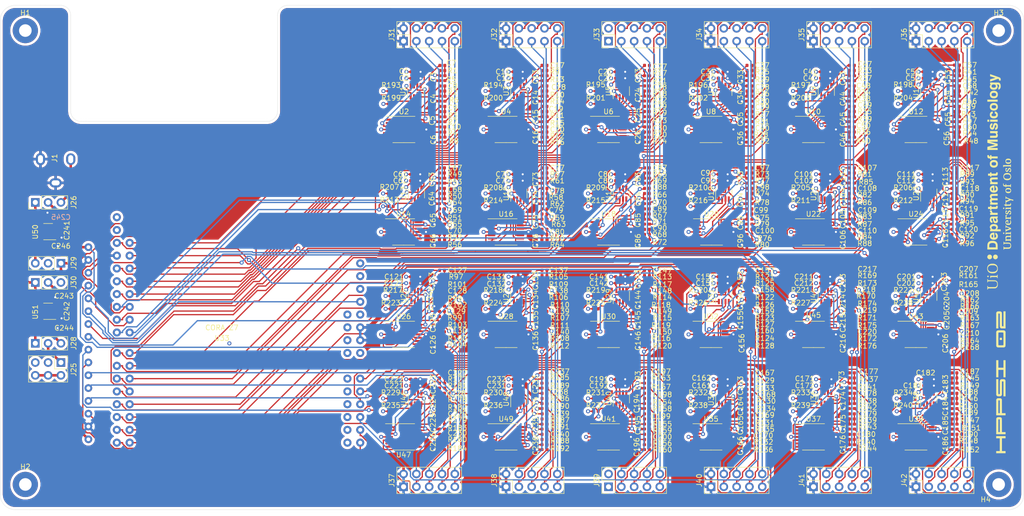
<source format=kicad_pcb>
(kicad_pcb (version 20171130) (host pcbnew 5.1.6-c6e7f7d~86~ubuntu20.04.1)
  (layers (0 F.Cu signal) (1 In1.Cu power) (2 In2.Cu power) (31 B.Cu signal) (34 B.Paste user) (35 F.Paste user) (36 B.SilkS user) (37 F.SilkS user) (38 B.Mask user) (39 F.Mask user hide) (44 Edge.Cuts user))
  (net 0 "")
  (net 1 GND)
  (net 2 "Net-(C3-Pad1)")
  (net 3 "Net-(C4-Pad1)")
  (net 4 "Net-(C5-Pad1)")
  (net 5 "Net-(C6-Pad1)")
  (net 6 "Net-(C7-Pad2)")
  (net 7 "Net-(C7-Pad1)")
  (net 8 "Net-(C8-Pad2)")
  (net 9 "Net-(C8-Pad1)")
  (net 10 "Net-(C9-Pad2)")
  (net 11 "Net-(C9-Pad1)")
  (net 12 "Net-(C10-Pad2)")
  (net 13 "Net-(C10-Pad1)")
  (net 14 "Net-(C13-Pad1)")
  (net 15 "Net-(C14-Pad1)")
  (net 16 "Net-(C15-Pad1)")
  (net 17 "Net-(C16-Pad1)")
  (net 18 "Net-(C17-Pad2)")
  (net 19 "Net-(C17-Pad1)")
  (net 20 "Net-(C18-Pad2)")
  (net 21 "Net-(C18-Pad1)")
  (net 22 "Net-(C19-Pad2)")
  (net 23 "Net-(C19-Pad1)")
  (net 24 "Net-(C20-Pad2)")
  (net 25 "Net-(C20-Pad1)")
  (net 26 "Net-(C23-Pad1)")
  (net 27 "Net-(C24-Pad1)")
  (net 28 "Net-(C25-Pad1)")
  (net 29 "Net-(C26-Pad1)")
  (net 30 "Net-(C27-Pad2)")
  (net 31 "Net-(C27-Pad1)")
  (net 32 "Net-(C28-Pad2)")
  (net 33 "Net-(C28-Pad1)")
  (net 34 "Net-(C29-Pad2)")
  (net 35 "Net-(C29-Pad1)")
  (net 36 "Net-(C30-Pad2)")
  (net 37 "Net-(C30-Pad1)")
  (net 38 "Net-(C33-Pad1)")
  (net 39 "Net-(C34-Pad1)")
  (net 40 "Net-(C35-Pad1)")
  (net 41 "Net-(C36-Pad1)")
  (net 42 "Net-(C37-Pad2)")
  (net 43 "Net-(C37-Pad1)")
  (net 44 "Net-(C38-Pad2)")
  (net 45 "Net-(C38-Pad1)")
  (net 46 "Net-(C39-Pad2)")
  (net 47 "Net-(C39-Pad1)")
  (net 48 "Net-(C40-Pad2)")
  (net 49 "Net-(C40-Pad1)")
  (net 50 "Net-(C43-Pad1)")
  (net 51 "Net-(C44-Pad1)")
  (net 52 "Net-(C45-Pad1)")
  (net 53 "Net-(C46-Pad1)")
  (net 54 "Net-(C47-Pad2)")
  (net 55 "Net-(C47-Pad1)")
  (net 56 "Net-(C48-Pad2)")
  (net 57 "Net-(C48-Pad1)")
  (net 58 "Net-(C49-Pad2)")
  (net 59 "Net-(C49-Pad1)")
  (net 60 "Net-(C50-Pad2)")
  (net 61 "Net-(C50-Pad1)")
  (net 62 "Net-(C53-Pad1)")
  (net 63 "Net-(C54-Pad1)")
  (net 64 "Net-(C55-Pad1)")
  (net 65 "Net-(C56-Pad1)")
  (net 66 "Net-(C57-Pad2)")
  (net 67 "Net-(C57-Pad1)")
  (net 68 "Net-(C58-Pad2)")
  (net 69 "Net-(C58-Pad1)")
  (net 70 "Net-(C59-Pad2)")
  (net 71 "Net-(C59-Pad1)")
  (net 72 "Net-(C60-Pad2)")
  (net 73 "Net-(C60-Pad1)")
  (net 74 "Net-(C63-Pad1)")
  (net 75 "Net-(C64-Pad1)")
  (net 76 "Net-(C65-Pad1)")
  (net 77 "Net-(C66-Pad1)")
  (net 78 "Net-(C67-Pad2)")
  (net 79 "Net-(C67-Pad1)")
  (net 80 "Net-(C68-Pad2)")
  (net 81 "Net-(C68-Pad1)")
  (net 82 "Net-(C69-Pad2)")
  (net 83 "Net-(C69-Pad1)")
  (net 84 "Net-(C70-Pad2)")
  (net 85 "Net-(C70-Pad1)")
  (net 86 "Net-(C73-Pad1)")
  (net 87 "Net-(C74-Pad1)")
  (net 88 "Net-(C75-Pad1)")
  (net 89 "Net-(C76-Pad1)")
  (net 90 "Net-(C77-Pad2)")
  (net 91 "Net-(C77-Pad1)")
  (net 92 "Net-(C78-Pad2)")
  (net 93 "Net-(C78-Pad1)")
  (net 94 "Net-(C79-Pad2)")
  (net 95 "Net-(C79-Pad1)")
  (net 96 "Net-(C80-Pad2)")
  (net 97 "Net-(C80-Pad1)")
  (net 98 "Net-(C83-Pad1)")
  (net 99 "Net-(C84-Pad1)")
  (net 100 "Net-(C85-Pad1)")
  (net 101 "Net-(C86-Pad1)")
  (net 102 "Net-(C87-Pad2)")
  (net 103 "Net-(C87-Pad1)")
  (net 104 "Net-(C88-Pad2)")
  (net 105 "Net-(C88-Pad1)")
  (net 106 "Net-(C89-Pad2)")
  (net 107 "Net-(C89-Pad1)")
  (net 108 "Net-(C90-Pad2)")
  (net 109 "Net-(C90-Pad1)")
  (net 110 "Net-(C93-Pad1)")
  (net 111 "Net-(C94-Pad1)")
  (net 112 "Net-(C95-Pad1)")
  (net 113 "Net-(C96-Pad1)")
  (net 114 "Net-(C97-Pad2)")
  (net 115 "Net-(C97-Pad1)")
  (net 116 "Net-(C98-Pad2)")
  (net 117 "Net-(C98-Pad1)")
  (net 118 "Net-(C99-Pad2)")
  (net 119 "Net-(C99-Pad1)")
  (net 120 "Net-(C100-Pad2)")
  (net 121 "Net-(C100-Pad1)")
  (net 122 "Net-(C103-Pad1)")
  (net 123 "Net-(C104-Pad1)")
  (net 124 "Net-(C105-Pad1)")
  (net 125 "Net-(C106-Pad1)")
  (net 126 "Net-(C107-Pad2)")
  (net 127 "Net-(C107-Pad1)")
  (net 128 "Net-(C108-Pad2)")
  (net 129 "Net-(C108-Pad1)")
  (net 130 "Net-(C109-Pad2)")
  (net 131 "Net-(C109-Pad1)")
  (net 132 "Net-(C110-Pad2)")
  (net 133 "Net-(C110-Pad1)")
  (net 134 "Net-(C113-Pad1)")
  (net 135 "Net-(C114-Pad1)")
  (net 136 "Net-(C115-Pad1)")
  (net 137 "Net-(C116-Pad1)")
  (net 138 "Net-(C117-Pad2)")
  (net 139 "Net-(C117-Pad1)")
  (net 140 "Net-(C118-Pad2)")
  (net 141 "Net-(C118-Pad1)")
  (net 142 "Net-(C119-Pad2)")
  (net 143 "Net-(C119-Pad1)")
  (net 144 "Net-(C120-Pad2)")
  (net 145 "Net-(C120-Pad1)")
  (net 146 "Net-(C123-Pad1)")
  (net 147 "Net-(C124-Pad1)")
  (net 148 "Net-(C125-Pad1)")
  (net 149 "Net-(C126-Pad1)")
  (net 150 "Net-(C127-Pad2)")
  (net 151 "Net-(C127-Pad1)")
  (net 152 "Net-(C128-Pad2)")
  (net 153 "Net-(C128-Pad1)")
  (net 154 "Net-(C129-Pad2)")
  (net 155 "Net-(C129-Pad1)")
  (net 156 "Net-(C130-Pad2)")
  (net 157 "Net-(C130-Pad1)")
  (net 158 "Net-(C133-Pad1)")
  (net 159 "Net-(C134-Pad1)")
  (net 160 "Net-(C135-Pad1)")
  (net 161 "Net-(C136-Pad1)")
  (net 162 "Net-(C137-Pad2)")
  (net 163 "Net-(C137-Pad1)")
  (net 164 "Net-(C138-Pad2)")
  (net 165 "Net-(C138-Pad1)")
  (net 166 "Net-(C139-Pad2)")
  (net 167 "Net-(C139-Pad1)")
  (net 168 "Net-(C140-Pad2)")
  (net 169 "Net-(C140-Pad1)")
  (net 170 "Net-(C143-Pad1)")
  (net 171 "Net-(C144-Pad1)")
  (net 172 "Net-(C145-Pad1)")
  (net 173 "Net-(C146-Pad1)")
  (net 174 "Net-(C147-Pad2)")
  (net 175 "Net-(C147-Pad1)")
  (net 176 "Net-(C148-Pad2)")
  (net 177 "Net-(C148-Pad1)")
  (net 178 "Net-(C149-Pad2)")
  (net 179 "Net-(C149-Pad1)")
  (net 180 "Net-(C150-Pad2)")
  (net 181 "Net-(C150-Pad1)")
  (net 182 "Net-(C153-Pad1)")
  (net 183 "Net-(C154-Pad1)")
  (net 184 "Net-(C155-Pad1)")
  (net 185 "Net-(C156-Pad1)")
  (net 186 "Net-(C157-Pad2)")
  (net 187 "Net-(C157-Pad1)")
  (net 188 "Net-(C158-Pad2)")
  (net 189 "Net-(C158-Pad1)")
  (net 190 "Net-(C159-Pad2)")
  (net 191 "Net-(C159-Pad1)")
  (net 192 "Net-(C160-Pad2)")
  (net 193 "Net-(C160-Pad1)")
  (net 194 "Net-(C163-Pad1)")
  (net 195 "Net-(C164-Pad1)")
  (net 196 "Net-(C165-Pad1)")
  (net 197 "Net-(C166-Pad1)")
  (net 198 "Net-(C167-Pad2)")
  (net 199 "Net-(C167-Pad1)")
  (net 200 "Net-(C168-Pad2)")
  (net 201 "Net-(C168-Pad1)")
  (net 202 "Net-(C169-Pad2)")
  (net 203 "Net-(C169-Pad1)")
  (net 204 "Net-(C170-Pad2)")
  (net 205 "Net-(C170-Pad1)")
  (net 206 "Net-(C173-Pad1)")
  (net 207 "Net-(C174-Pad1)")
  (net 208 "Net-(C175-Pad1)")
  (net 209 "Net-(C176-Pad1)")
  (net 210 "Net-(C177-Pad2)")
  (net 211 "Net-(C177-Pad1)")
  (net 212 "Net-(C178-Pad2)")
  (net 213 "Net-(C178-Pad1)")
  (net 214 "Net-(C179-Pad2)")
  (net 215 "Net-(C179-Pad1)")
  (net 216 "Net-(C180-Pad2)")
  (net 217 "Net-(C180-Pad1)")
  (net 218 "Net-(C183-Pad1)")
  (net 219 "Net-(C184-Pad1)")
  (net 220 "Net-(C185-Pad1)")
  (net 221 "Net-(C186-Pad1)")
  (net 222 "Net-(C187-Pad2)")
  (net 223 "Net-(C187-Pad1)")
  (net 224 "Net-(C188-Pad2)")
  (net 225 "Net-(C188-Pad1)")
  (net 226 "Net-(C189-Pad2)")
  (net 227 "Net-(C189-Pad1)")
  (net 228 "Net-(C190-Pad2)")
  (net 229 "Net-(C190-Pad1)")
  (net 230 "Net-(C193-Pad1)")
  (net 231 "Net-(C194-Pad1)")
  (net 232 "Net-(C195-Pad1)")
  (net 233 "Net-(C196-Pad1)")
  (net 234 "Net-(C197-Pad2)")
  (net 235 "Net-(C197-Pad1)")
  (net 236 "Net-(C198-Pad2)")
  (net 237 "Net-(C198-Pad1)")
  (net 238 "Net-(C199-Pad2)")
  (net 239 "Net-(C199-Pad1)")
  (net 240 "Net-(C200-Pad2)")
  (net 241 "Net-(C200-Pad1)")
  (net 242 "Net-(C203-Pad1)")
  (net 243 "Net-(C204-Pad1)")
  (net 244 "Net-(C205-Pad1)")
  (net 245 "Net-(C206-Pad1)")
  (net 246 "Net-(C207-Pad2)")
  (net 247 "Net-(C207-Pad1)")
  (net 248 "Net-(C208-Pad2)")
  (net 249 "Net-(C208-Pad1)")
  (net 250 "Net-(C209-Pad2)")
  (net 251 "Net-(C209-Pad1)")
  (net 252 "Net-(C210-Pad2)")
  (net 253 "Net-(C210-Pad1)")
  (net 254 "Net-(C213-Pad1)")
  (net 255 "Net-(C214-Pad1)")
  (net 256 "Net-(C215-Pad1)")
  (net 257 "Net-(C216-Pad1)")
  (net 258 "Net-(C217-Pad2)")
  (net 259 "Net-(C217-Pad1)")
  (net 260 "Net-(C218-Pad2)")
  (net 261 "Net-(C218-Pad1)")
  (net 262 "Net-(C219-Pad2)")
  (net 263 "Net-(C219-Pad1)")
  (net 264 "Net-(C220-Pad2)")
  (net 265 "Net-(C220-Pad1)")
  (net 266 "Net-(C223-Pad1)")
  (net 267 "Net-(C224-Pad1)")
  (net 268 "Net-(C225-Pad1)")
  (net 269 "Net-(C226-Pad1)")
  (net 270 "Net-(C227-Pad2)")
  (net 271 "Net-(C227-Pad1)")
  (net 272 "Net-(C228-Pad2)")
  (net 273 "Net-(C228-Pad1)")
  (net 274 "Net-(C229-Pad2)")
  (net 275 "Net-(C229-Pad1)")
  (net 276 "Net-(C230-Pad2)")
  (net 277 "Net-(C230-Pad1)")
  (net 278 "Net-(C233-Pad1)")
  (net 279 "Net-(C234-Pad1)")
  (net 280 "Net-(C235-Pad1)")
  (net 281 "Net-(C236-Pad1)")
  (net 282 "Net-(C237-Pad2)")
  (net 283 "Net-(C237-Pad1)")
  (net 284 "Net-(C238-Pad2)")
  (net 285 "Net-(C238-Pad1)")
  (net 286 "Net-(C239-Pad2)")
  (net 287 "Net-(C239-Pad1)")
  (net 288 "Net-(C240-Pad2)")
  (net 289 "Net-(C240-Pad1)")
  (net 290 VIN4_0)
  (net 291 VIN3_0)
  (net 292 VIN2_0)
  (net 293 VIN1_0)
  (net 294 VIN4_1)
  (net 295 VIN3_1)
  (net 296 VIN2_1)
  (net 297 VIN1_1)
  (net 298 VIN4_2)
  (net 299 VIN3_2)
  (net 300 VIN2_2)
  (net 301 VIN1_2)
  (net 302 VIN4_3)
  (net 303 VIN3_3)
  (net 304 VIN2_3)
  (net 305 VIN1_3)
  (net 306 VIN4_4)
  (net 307 VIN3_4)
  (net 308 VIN2_4)
  (net 309 VIN1_4)
  (net 310 VIN4_5)
  (net 311 VIN3_5)
  (net 312 VIN2_5)
  (net 313 VIN1_5)
  (net 314 VIN4_6)
  (net 315 VIN3_6)
  (net 316 VIN2_6)
  (net 317 VIN1_6)
  (net 318 VIN4_7)
  (net 319 VIN3_7)
  (net 320 VIN2_7)
  (net 321 VIN1_7)
  (net 322 VIN4_8)
  (net 323 VIN3_8)
  (net 324 VIN2_8)
  (net 325 VIN1_8)
  (net 326 VIN4_9)
  (net 327 VIN3_9)
  (net 328 VIN2_9)
  (net 329 VIN1_9)
  (net 330 VIN4_10)
  (net 331 VIN3_10)
  (net 332 VIN2_10)
  (net 333 VIN1_10)
  (net 334 VIN4_11)
  (net 335 VIN3_11)
  (net 336 VIN2_11)
  (net 337 VIN1_11)
  (net 338 VIN4_12)
  (net 339 VIN3_12)
  (net 340 VIN2_12)
  (net 341 VIN1_12)
  (net 342 VIN4_13)
  (net 343 VIN3_13)
  (net 344 VIN2_13)
  (net 345 VIN1_13)
  (net 346 VIN4_14)
  (net 347 VIN3_14)
  (net 348 VIN2_14)
  (net 349 VIN1_14)
  (net 350 VIN4_15)
  (net 351 VIN3_15)
  (net 352 VIN2_15)
  (net 353 VIN1_15)
  (net 354 VIN4_21)
  (net 355 VIN3_21)
  (net 356 VIN2_21)
  (net 357 VIN1_21)
  (net 358 VIN4_22)
  (net 359 VIN3_22)
  (net 360 VIN2_22)
  (net 361 VIN1_22)
  (net 362 VIN4_23)
  (net 363 VIN3_23)
  (net 364 VIN2_23)
  (net 365 VIN1_23)
  (net 366 VIN4_20)
  (net 367 VIN3_20)
  (net 368 VIN2_20)
  (net 369 VIN1_20)
  (net 370 VIN4_16)
  (net 371 VIN3_16)
  (net 372 VIN2_16)
  (net 373 VIN1_16)
  (net 374 VIN4_18)
  (net 375 VIN3_18)
  (net 376 VIN2_18)
  (net 377 VIN1_18)
  (net 378 VIN4_19)
  (net 379 VIN3_19)
  (net 380 VIN2_19)
  (net 381 VIN1_19)
  (net 382 "Net-(U33-Pad16)")
  (net 383 +5V)
  (net 384 SDA0)
  (net 385 SDA1)
  (net 386 SDA2)
  (net 387 SDA3)
  (net 388 SDA4)
  (net 389 SDA5)
  (net 390 SCL0)
  (net 391 SCL1)
  (net 392 SCL2)
  (net 393 SCL3)
  (net 394 SCL4)
  (net 395 SCL5)
  (net 396 SDA10)
  (net 397 SDA11)
  (net 398 SDA6)
  (net 399 SDA7)
  (net 400 SDA8)
  (net 401 SDA9)
  (net 402 SCL10)
  (net 403 SCL11)
  (net 404 SCL6)
  (net 405 SCL7)
  (net 406 SCL8)
  (net 407 SCL9)
  (net 408 SDA12)
  (net 409 SDA13)
  (net 410 SDA14)
  (net 411 SDA15)
  (net 412 SDA16)
  (net 413 SDA17)
  (net 414 SCL12)
  (net 415 SCL13)
  (net 416 SCL14)
  (net 417 SCL15)
  (net 418 SCL16)
  (net 419 SCL17)
  (net 420 SDA18)
  (net 421 SDA19)
  (net 422 SDA20)
  (net 423 SDA21)
  (net 424 SDA22)
  (net 425 SDA23)
  (net 426 SCL18)
  (net 427 SCL19)
  (net 428 SCL20)
  (net 429 SCL21)
  (net 430 SCL22)
  (net 431 SCL23)
  (net 432 VIN4_17)
  (net 433 VIN3_17)
  (net 434 VIN2_17)
  (net 435 VIN1_17)
  (net 436 +3V3)
  (net 437 VDD_Filters)
  (net 438 VDD_Filters_External)
  (net 439 "Net-(C241-Pad1)")
  (net 440 "Net-(C242-Pad1)")
  (net 441 "Net-(C243-Pad1)")
  (net 442 5V_Reg)
  (net 443 "Net-(C245-Pad1)")
  (net 444 3V3_Reg)
  (net 445 V_RAW)
  (net 446 5V_CoraZ7)
  (net 447 3V3_CoraZ7)
  (net 448 "Net-(J33-Pad2)")
  (net 449 "Net-(J33-Pad1)")
  (net 450 "Net-(J39-Pad2)")
  (net 451 "Net-(J39-Pad1)")
  (net 452 "Net-(U33-Pad35)")
  (net 453 "Net-(U33-Pad36)")
  (net 454 "Net-(U33-Pad37)")
  (net 455 "Net-(U33-Pad38)")
  (net 456 "Net-(U33-Pad39)")
  (net 457 "Net-(U33-Pad40)")
  (net 458 "Net-(U33-Pad41)")
  (net 459 "Net-(U33-Pad42)")
  (net 460 "Net-(U33-Pad43)")
  (net 461 "Net-(U33-Pad44)")
  (net 462 "Net-(U33-Pad51)")
  (module footprint:HPPSI_02_logo (layer F.Cu) (at 245.53 104.7 90)
    (fp_text reference G*** hide)
    (fp_text value LOGO hide)
  )
  (module footprint:UiO_DoM (layer F.Cu) (at 245.3 65.01 90)
    (fp_text reference G*** hide)
    (fp_text value LOGO hide)
  )
  (module MountingHole:MountingHole_2.5mm_Pad (layer F.Cu) (at 245 125)
    (fp_text reference H4 (at -2.58 2.99) (layer F.SilkS))
    (fp_text value MountingHole)
    (pad 1 thru_hole circle (at 0 0) (size 5 5) (drill 2.5) (layers *.Cu *.Mask))
  )
  (module MountingHole:MountingHole_2.5mm_Pad (layer F.Cu) (at 245 35)
    (fp_text reference H3 (at 0 -3.5) (layer F.SilkS))
    (fp_text value MountingHole)
    (pad 1 thru_hole circle (at 0 0) (size 5 5) (drill 2.5) (layers *.Cu *.Mask))
  )
  (module MountingHole:MountingHole_2.5mm_Pad (layer F.Cu) (at 52 125)
    (fp_text reference H2 (at 0 -3.5) (layer F.SilkS))
    (fp_text value MountingHole)
    (pad 1 thru_hole circle (at 0 0) (size 5 5) (drill 2.5) (layers *.Cu *.Mask))
  )
  (module MountingHole:MountingHole_2.5mm_Pad (layer F.Cu) (at 52 35)
    (fp_text reference H1 (at 0 -3.5) (layer F.SilkS))
    (fp_text value MountingHole)
    (pad 1 thru_hole circle (at 0 0) (size 5 5) (drill 2.5) (layers *.Cu *.Mask))
  )
  (module Capacitor_SMD:C_0402_1005Metric (layer F.Cu) (at 56 77.724)
    (fp_text reference C246 (at 3.055 0) (layer F.SilkS))
    (fp_text value 10uF)
    (pad 2 smd roundrect (at 0.485 0) (size 0.59 0.64) (layers F.Cu F.Paste F.Mask) (net 1 GND))
    (pad 1 smd roundrect (at -0.485 0) (size 0.59 0.64) (layers F.Cu F.Paste F.Mask) (net 444 3V3_Reg))
  )
  (module Capacitor_SMD:C_0402_1005Metric (layer F.Cu) (at 56 72)
    (fp_text reference C245 (at 3.055 0) (layer B.SilkS) (effects (justify mirror)))
    (fp_text value 0.01uF)
    (pad 2 smd roundrect (at 0.485 0) (size 0.59 0.64) (layers F.Cu F.Paste F.Mask) (net 1 GND))
    (pad 1 smd roundrect (at -0.485 0) (size 0.59 0.64) (layers F.Cu F.Paste F.Mask) (net 443 "Net-(C245-Pad1)"))
  )
  (module Capacitor_SMD:C_0402_1005Metric (layer F.Cu) (at 56.485 94)
    (fp_text reference C244 (at 3.205 -0.02) (layer F.SilkS))
    (fp_text value 10uF)
    (pad 2 smd roundrect (at 0.485 0) (size 0.59 0.64) (layers F.Cu F.Paste F.Mask) (net 1 GND))
    (pad 1 smd roundrect (at -0.485 0) (size 0.59 0.64) (layers F.Cu F.Paste F.Mask) (net 442 5V_Reg))
  )
  (module Capacitor_SMD:C_0402_1005Metric (layer F.Cu) (at 56.485 88)
    (fp_text reference C243 (at 3.205 -0.37) (layer F.SilkS))
    (fp_text value 0.01uF)
    (pad 2 smd roundrect (at 0.485 0) (size 0.59 0.64) (layers F.Cu F.Paste F.Mask) (net 1 GND))
    (pad 1 smd roundrect (at -0.485 0) (size 0.59 0.64) (layers F.Cu F.Paste F.Mask) (net 441 "Net-(C243-Pad1)"))
  )
  (module Capacitor_SMD:C_0402_1005Metric (layer F.Cu) (at 59.055 74.64 270)
    (fp_text reference C241 (at 0 -1.17 90) (layer F.SilkS))
    (fp_text value 1uF)
    (pad 2 smd roundrect (at 0.485 0 270) (size 0.59 0.64) (layers F.Cu F.Paste F.Mask) (net 1 GND))
    (pad 1 smd roundrect (at -0.485 0 270) (size 0.59 0.64) (layers F.Cu F.Paste F.Mask) (net 439 "Net-(C241-Pad1)"))
  )
  (module Connector_PinHeader_2.54mm:PinHeader_2x05_P2.54mm_Vertical (layer F.Cu) (at 127 37.1 90)
    (fp_text reference J31 (at 1.27 -2.33 90) (layer F.SilkS))
    (fp_text value Conn_02x05_Top_Bottom)
    (pad 10 thru_hole oval (at 2.54 10.16 90) (size 1.7 1.7) (drill 1) (layers *.Cu *.Mask) (net 290 VIN4_0))
    (pad 9 thru_hole oval (at 0 10.16 90) (size 1.7 1.7) (drill 1) (layers *.Cu *.Mask) (net 314 VIN4_6))
    (pad 8 thru_hole oval (at 2.54 7.62 90) (size 1.7 1.7) (drill 1) (layers *.Cu *.Mask) (net 291 VIN3_0))
    (pad 7 thru_hole oval (at 0 7.62 90) (size 1.7 1.7) (drill 1) (layers *.Cu *.Mask) (net 315 VIN3_6))
    (pad 6 thru_hole oval (at 2.54 5.08 90) (size 1.7 1.7) (drill 1) (layers *.Cu *.Mask) (net 292 VIN2_0))
    (pad 5 thru_hole oval (at 0 5.08 90) (size 1.7 1.7) (drill 1) (layers *.Cu *.Mask) (net 316 VIN2_6))
    (pad 4 thru_hole oval (at 2.54 2.54 90) (size 1.7 1.7) (drill 1) (layers *.Cu *.Mask) (net 293 VIN1_0))
    (pad 3 thru_hole oval (at 0 2.54 90) (size 1.7 1.7) (drill 1) (layers *.Cu *.Mask) (net 317 VIN1_6))
    (pad 2 thru_hole oval (at 2.54 0 90) (size 1.7 1.7) (drill 1) (layers *.Cu *.Mask) (net 1 GND))
    (pad 1 thru_hole rect (at 0 0 90) (size 1.7 1.7) (drill 1) (layers *.Cu *.Mask) (net 1 GND))
  )
  (module Connector_PinHeader_2.54mm:PinHeader_2x05_P2.54mm_Vertical (layer F.Cu) (at 228.6 125.46 90)
    (fp_text reference J42 (at 1.27 -2.33 90) (layer F.SilkS))
    (fp_text value Conn_02x05_Top_Bottom)
    (pad 10 thru_hole oval (at 2.54 10.16 90) (size 1.7 1.7) (drill 1) (layers *.Cu *.Mask) (net 432 VIN4_17))
    (pad 9 thru_hole oval (at 0 10.16 90) (size 1.7 1.7) (drill 1) (layers *.Cu *.Mask) (net 362 VIN4_23))
    (pad 8 thru_hole oval (at 2.54 7.62 90) (size 1.7 1.7) (drill 1) (layers *.Cu *.Mask) (net 433 VIN3_17))
    (pad 7 thru_hole oval (at 0 7.62 90) (size 1.7 1.7) (drill 1) (layers *.Cu *.Mask) (net 363 VIN3_23))
    (pad 6 thru_hole oval (at 2.54 5.08 90) (size 1.7 1.7) (drill 1) (layers *.Cu *.Mask) (net 434 VIN2_17))
    (pad 5 thru_hole oval (at 0 5.08 90) (size 1.7 1.7) (drill 1) (layers *.Cu *.Mask) (net 364 VIN2_23))
    (pad 4 thru_hole oval (at 2.54 2.54 90) (size 1.7 1.7) (drill 1) (layers *.Cu *.Mask) (net 435 VIN1_17))
    (pad 3 thru_hole oval (at 0 2.54 90) (size 1.7 1.7) (drill 1) (layers *.Cu *.Mask) (net 365 VIN1_23))
    (pad 2 thru_hole oval (at 2.54 0 90) (size 1.7 1.7) (drill 1) (layers *.Cu *.Mask) (net 1 GND))
    (pad 1 thru_hole rect (at 0 0 90) (size 1.7 1.7) (drill 1) (layers *.Cu *.Mask) (net 1 GND))
  )
  (module Connector_PinHeader_2.54mm:PinHeader_2x05_P2.54mm_Vertical (layer F.Cu) (at 208.28 125.46 90)
    (fp_text reference J41 (at 1.27 -2.33 90) (layer F.SilkS))
    (fp_text value Conn_02x05_Top_Bottom)
    (pad 10 thru_hole oval (at 2.54 10.16 90) (size 1.7 1.7) (drill 1) (layers *.Cu *.Mask) (net 370 VIN4_16))
    (pad 9 thru_hole oval (at 0 10.16 90) (size 1.7 1.7) (drill 1) (layers *.Cu *.Mask) (net 358 VIN4_22))
    (pad 8 thru_hole oval (at 2.54 7.62 90) (size 1.7 1.7) (drill 1) (layers *.Cu *.Mask) (net 371 VIN3_16))
    (pad 7 thru_hole oval (at 0 7.62 90) (size 1.7 1.7) (drill 1) (layers *.Cu *.Mask) (net 359 VIN3_22))
    (pad 6 thru_hole oval (at 2.54 5.08 90) (size 1.7 1.7) (drill 1) (layers *.Cu *.Mask) (net 372 VIN2_16))
    (pad 5 thru_hole oval (at 0 5.08 90) (size 1.7 1.7) (drill 1) (layers *.Cu *.Mask) (net 360 VIN2_22))
    (pad 4 thru_hole oval (at 2.54 2.54 90) (size 1.7 1.7) (drill 1) (layers *.Cu *.Mask) (net 373 VIN1_16))
    (pad 3 thru_hole oval (at 0 2.54 90) (size 1.7 1.7) (drill 1) (layers *.Cu *.Mask) (net 361 VIN1_22))
    (pad 2 thru_hole oval (at 2.54 0 90) (size 1.7 1.7) (drill 1) (layers *.Cu *.Mask) (net 1 GND))
    (pad 1 thru_hole rect (at 0 0 90) (size 1.7 1.7) (drill 1) (layers *.Cu *.Mask) (net 1 GND))
  )
  (module Connector_PinHeader_2.54mm:PinHeader_2x05_P2.54mm_Vertical (layer F.Cu) (at 187.96 125.46 90)
    (fp_text reference J40 (at 1.27 -2.33 90) (layer F.SilkS))
    (fp_text value Conn_02x05_Top_Bottom)
    (pad 10 thru_hole oval (at 2.54 10.16 90) (size 1.7 1.7) (drill 1) (layers *.Cu *.Mask) (net 350 VIN4_15))
    (pad 9 thru_hole oval (at 0 10.16 90) (size 1.7 1.7) (drill 1) (layers *.Cu *.Mask) (net 354 VIN4_21))
    (pad 8 thru_hole oval (at 2.54 7.62 90) (size 1.7 1.7) (drill 1) (layers *.Cu *.Mask) (net 351 VIN3_15))
    (pad 7 thru_hole oval (at 0 7.62 90) (size 1.7 1.7) (drill 1) (layers *.Cu *.Mask) (net 355 VIN3_21))
    (pad 6 thru_hole oval (at 2.54 5.08 90) (size 1.7 1.7) (drill 1) (layers *.Cu *.Mask) (net 352 VIN2_15))
    (pad 5 thru_hole oval (at 0 5.08 90) (size 1.7 1.7) (drill 1) (layers *.Cu *.Mask) (net 356 VIN2_21))
    (pad 4 thru_hole oval (at 2.54 2.54 90) (size 1.7 1.7) (drill 1) (layers *.Cu *.Mask) (net 353 VIN1_15))
    (pad 3 thru_hole oval (at 0 2.54 90) (size 1.7 1.7) (drill 1) (layers *.Cu *.Mask) (net 357 VIN1_21))
    (pad 2 thru_hole oval (at 2.54 0 90) (size 1.7 1.7) (drill 1) (layers *.Cu *.Mask) (net 1 GND))
    (pad 1 thru_hole rect (at 0 0 90) (size 1.7 1.7) (drill 1) (layers *.Cu *.Mask) (net 1 GND))
  )
  (module Connector_PinHeader_2.54mm:PinHeader_2x05_P2.54mm_Vertical (layer F.Cu) (at 167.64 125.46 90)
    (fp_text reference J39 (at 1.27 -2.33 90) (layer F.SilkS))
    (fp_text value Conn_02x05_Top_Bottom)
    (pad 10 thru_hole oval (at 2.54 10.16 90) (size 1.7 1.7) (drill 1) (layers *.Cu *.Mask) (net 346 VIN4_14))
    (pad 9 thru_hole oval (at 0 10.16 90) (size 1.7 1.7) (drill 1) (layers *.Cu *.Mask) (net 366 VIN4_20))
    (pad 8 thru_hole oval (at 2.54 7.62 90) (size 1.7 1.7) (drill 1) (layers *.Cu *.Mask) (net 347 VIN3_14))
    (pad 7 thru_hole oval (at 0 7.62 90) (size 1.7 1.7) (drill 1) (layers *.Cu *.Mask) (net 367 VIN3_20))
    (pad 6 thru_hole oval (at 2.54 5.08 90) (size 1.7 1.7) (drill 1) (layers *.Cu *.Mask) (net 348 VIN2_14))
    (pad 5 thru_hole oval (at 0 5.08 90) (size 1.7 1.7) (drill 1) (layers *.Cu *.Mask) (net 368 VIN2_20))
    (pad 4 thru_hole oval (at 2.54 2.54 90) (size 1.7 1.7) (drill 1) (layers *.Cu *.Mask) (net 349 VIN1_14))
    (pad 3 thru_hole oval (at 0 2.54 90) (size 1.7 1.7) (drill 1) (layers *.Cu *.Mask) (net 369 VIN1_20))
    (pad 2 thru_hole oval (at 2.54 0 90) (size 1.7 1.7) (drill 1) (layers *.Cu *.Mask) (net 450 "Net-(J39-Pad2)"))
    (pad 1 thru_hole rect (at 0 0 90) (size 1.7 1.7) (drill 1) (layers *.Cu *.Mask) (net 451 "Net-(J39-Pad1)"))
  )
  (module Connector_PinHeader_2.54mm:PinHeader_2x05_P2.54mm_Vertical (layer F.Cu) (at 147.32 125.46 90)
    (fp_text reference J38 (at 1.27 -2.33 90) (layer F.SilkS))
    (fp_text value Conn_02x05_Top_Bottom)
    (pad 10 thru_hole oval (at 2.54 10.16 90) (size 1.7 1.7) (drill 1) (layers *.Cu *.Mask) (net 342 VIN4_13))
    (pad 9 thru_hole oval (at 0 10.16 90) (size 1.7 1.7) (drill 1) (layers *.Cu *.Mask) (net 378 VIN4_19))
    (pad 8 thru_hole oval (at 2.54 7.62 90) (size 1.7 1.7) (drill 1) (layers *.Cu *.Mask) (net 343 VIN3_13))
    (pad 7 thru_hole oval (at 0 7.62 90) (size 1.7 1.7) (drill 1) (layers *.Cu *.Mask) (net 379 VIN3_19))
    (pad 6 thru_hole oval (at 2.54 5.08 90) (size 1.7 1.7) (drill 1) (layers *.Cu *.Mask) (net 344 VIN2_13))
    (pad 5 thru_hole oval (at 0 5.08 90) (size 1.7 1.7) (drill 1) (layers *.Cu *.Mask) (net 380 VIN2_19))
    (pad 4 thru_hole oval (at 2.54 2.54 90) (size 1.7 1.7) (drill 1) (layers *.Cu *.Mask) (net 345 VIN1_13))
    (pad 3 thru_hole oval (at 0 2.54 90) (size 1.7 1.7) (drill 1) (layers *.Cu *.Mask) (net 381 VIN1_19))
    (pad 2 thru_hole oval (at 2.54 0 90) (size 1.7 1.7) (drill 1) (layers *.Cu *.Mask) (net 1 GND))
    (pad 1 thru_hole rect (at 0 0 90) (size 1.7 1.7) (drill 1) (layers *.Cu *.Mask) (net 1 GND))
  )
  (module Connector_PinHeader_2.54mm:PinHeader_2x05_P2.54mm_Vertical (layer F.Cu) (at 127 125.46 90)
    (fp_text reference J37 (at 1.27 -2.33 90) (layer F.SilkS))
    (fp_text value Conn_02x05_Top_Bottom)
    (pad 10 thru_hole oval (at 2.54 10.16 90) (size 1.7 1.7) (drill 1) (layers *.Cu *.Mask) (net 338 VIN4_12))
    (pad 9 thru_hole oval (at 0 10.16 90) (size 1.7 1.7) (drill 1) (layers *.Cu *.Mask) (net 374 VIN4_18))
    (pad 8 thru_hole oval (at 2.54 7.62 90) (size 1.7 1.7) (drill 1) (layers *.Cu *.Mask) (net 339 VIN3_12))
    (pad 7 thru_hole oval (at 0 7.62 90) (size 1.7 1.7) (drill 1) (layers *.Cu *.Mask) (net 375 VIN3_18))
    (pad 6 thru_hole oval (at 2.54 5.08 90) (size 1.7 1.7) (drill 1) (layers *.Cu *.Mask) (net 340 VIN2_12))
    (pad 5 thru_hole oval (at 0 5.08 90) (size 1.7 1.7) (drill 1) (layers *.Cu *.Mask) (net 376 VIN2_18))
    (pad 4 thru_hole oval (at 2.54 2.54 90) (size 1.7 1.7) (drill 1) (layers *.Cu *.Mask) (net 341 VIN1_12))
    (pad 3 thru_hole oval (at 0 2.54 90) (size 1.7 1.7) (drill 1) (layers *.Cu *.Mask) (net 377 VIN1_18))
    (pad 2 thru_hole oval (at 2.54 0 90) (size 1.7 1.7) (drill 1) (layers *.Cu *.Mask) (net 1 GND))
    (pad 1 thru_hole rect (at 0 0 90) (size 1.7 1.7) (drill 1) (layers *.Cu *.Mask) (net 1 GND))
  )
  (module Connector_PinHeader_2.54mm:PinHeader_2x05_P2.54mm_Vertical (layer F.Cu) (at 228.6 37.1 90)
    (fp_text reference J36 (at 1.27 -2.33 90) (layer F.SilkS))
    (fp_text value Conn_02x05_Top_Bottom)
    (pad 10 thru_hole oval (at 2.54 10.16 90) (size 1.7 1.7) (drill 1) (layers *.Cu *.Mask) (net 310 VIN4_5))
    (pad 9 thru_hole oval (at 0 10.16 90) (size 1.7 1.7) (drill 1) (layers *.Cu *.Mask) (net 334 VIN4_11))
    (pad 8 thru_hole oval (at 2.54 7.62 90) (size 1.7 1.7) (drill 1) (layers *.Cu *.Mask) (net 311 VIN3_5))
    (pad 7 thru_hole oval (at 0 7.62 90) (size 1.7 1.7) (drill 1) (layers *.Cu *.Mask) (net 335 VIN3_11))
    (pad 6 thru_hole oval (at 2.54 5.08 90) (size 1.7 1.7) (drill 1) (layers *.Cu *.Mask) (net 312 VIN2_5))
    (pad 5 thru_hole oval (at 0 5.08 90) (size 1.7 1.7) (drill 1) (layers *.Cu *.Mask) (net 336 VIN2_11))
    (pad 4 thru_hole oval (at 2.54 2.54 90) (size 1.7 1.7) (drill 1) (layers *.Cu *.Mask) (net 313 VIN1_5))
    (pad 3 thru_hole oval (at 0 2.54 90) (size 1.7 1.7) (drill 1) (layers *.Cu *.Mask) (net 337 VIN1_11))
    (pad 2 thru_hole oval (at 2.54 0 90) (size 1.7 1.7) (drill 1) (layers *.Cu *.Mask) (net 1 GND))
    (pad 1 thru_hole rect (at 0 0 90) (size 1.7 1.7) (drill 1) (layers *.Cu *.Mask) (net 1 GND))
  )
  (module Connector_PinHeader_2.54mm:PinHeader_2x05_P2.54mm_Vertical (layer F.Cu) (at 208.28 37.1 90)
    (fp_text reference J35 (at 1.27 -2.33 90) (layer F.SilkS))
    (fp_text value Conn_02x05_Top_Bottom)
    (pad 10 thru_hole oval (at 2.54 10.16 90) (size 1.7 1.7) (drill 1) (layers *.Cu *.Mask) (net 306 VIN4_4))
    (pad 9 thru_hole oval (at 0 10.16 90) (size 1.7 1.7) (drill 1) (layers *.Cu *.Mask) (net 330 VIN4_10))
    (pad 8 thru_hole oval (at 2.54 7.62 90) (size 1.7 1.7) (drill 1) (layers *.Cu *.Mask) (net 307 VIN3_4))
    (pad 7 thru_hole oval (at 0 7.62 90) (size 1.7 1.7) (drill 1) (layers *.Cu *.Mask) (net 331 VIN3_10))
    (pad 6 thru_hole oval (at 2.54 5.08 90) (size 1.7 1.7) (drill 1) (layers *.Cu *.Mask) (net 308 VIN2_4))
    (pad 5 thru_hole oval (at 0 5.08 90) (size 1.7 1.7) (drill 1) (layers *.Cu *.Mask) (net 332 VIN2_10))
    (pad 4 thru_hole oval (at 2.54 2.54 90) (size 1.7 1.7) (drill 1) (layers *.Cu *.Mask) (net 309 VIN1_4))
    (pad 3 thru_hole oval (at 0 2.54 90) (size 1.7 1.7) (drill 1) (layers *.Cu *.Mask) (net 333 VIN1_10))
    (pad 2 thru_hole oval (at 2.54 0 90) (size 1.7 1.7) (drill 1) (layers *.Cu *.Mask) (net 1 GND))
    (pad 1 thru_hole rect (at 0 0 90) (size 1.7 1.7) (drill 1) (layers *.Cu *.Mask) (net 1 GND))
  )
  (module Connector_PinHeader_2.54mm:PinHeader_2x05_P2.54mm_Vertical (layer F.Cu) (at 187.96 37.1 90)
    (fp_text reference J34 (at 1.27 -2.33 90) (layer F.SilkS))
    (fp_text value Conn_02x05_Top_Bottom)
    (pad 10 thru_hole oval (at 2.54 10.16 90) (size 1.7 1.7) (drill 1) (layers *.Cu *.Mask) (net 302 VIN4_3))
    (pad 9 thru_hole oval (at 0 10.16 90) (size 1.7 1.7) (drill 1) (layers *.Cu *.Mask) (net 326 VIN4_9))
    (pad 8 thru_hole oval (at 2.54 7.62 90) (size 1.7 1.7) (drill 1) (layers *.Cu *.Mask) (net 303 VIN3_3))
    (pad 7 thru_hole oval (at 0 7.62 90) (size 1.7 1.7) (drill 1) (layers *.Cu *.Mask) (net 327 VIN3_9))
    (pad 6 thru_hole oval (at 2.54 5.08 90) (size 1.7 1.7) (drill 1) (layers *.Cu *.Mask) (net 304 VIN2_3))
    (pad 5 thru_hole oval (at 0 5.08 90) (size 1.7 1.7) (drill 1) (layers *.Cu *.Mask) (net 328 VIN2_9))
    (pad 4 thru_hole oval (at 2.54 2.54 90) (size 1.7 1.7) (drill 1) (layers *.Cu *.Mask) (net 305 VIN1_3))
    (pad 3 thru_hole oval (at 0 2.54 90) (size 1.7 1.7) (drill 1) (layers *.Cu *.Mask) (net 329 VIN1_9))
    (pad 2 thru_hole oval (at 2.54 0 90) (size 1.7 1.7) (drill 1) (layers *.Cu *.Mask) (net 1 GND))
    (pad 1 thru_hole rect (at 0 0 90) (size 1.7 1.7) (drill 1) (layers *.Cu *.Mask) (net 1 GND))
  )
  (module Connector_PinHeader_2.54mm:PinHeader_2x05_P2.54mm_Vertical (layer F.Cu) (at 167.64 37.1 90)
    (fp_text reference J33 (at 1.27 -2.33 90) (layer F.SilkS))
    (fp_text value Conn_02x05_Top_Bottom)
    (pad 10 thru_hole oval (at 2.54 10.16 90) (size 1.7 1.7) (drill 1) (layers *.Cu *.Mask) (net 298 VIN4_2))
    (pad 9 thru_hole oval (at 0 10.16 90) (size 1.7 1.7) (drill 1) (layers *.Cu *.Mask) (net 322 VIN4_8))
    (pad 8 thru_hole oval (at 2.54 7.62 90) (size 1.7 1.7) (drill 1) (layers *.Cu *.Mask) (net 299 VIN3_2))
    (pad 7 thru_hole oval (at 0 7.62 90) (size 1.7 1.7) (drill 1) (layers *.Cu *.Mask) (net 323 VIN3_8))
    (pad 6 thru_hole oval (at 2.54 5.08 90) (size 1.7 1.7) (drill 1) (layers *.Cu *.Mask) (net 300 VIN2_2))
    (pad 5 thru_hole oval (at 0 5.08 90) (size 1.7 1.7) (drill 1) (layers *.Cu *.Mask) (net 324 VIN2_8))
    (pad 4 thru_hole oval (at 2.54 2.54 90) (size 1.7 1.7) (drill 1) (layers *.Cu *.Mask) (net 301 VIN1_2))
    (pad 3 thru_hole oval (at 0 2.54 90) (size 1.7 1.7) (drill 1) (layers *.Cu *.Mask) (net 325 VIN1_8))
    (pad 2 thru_hole oval (at 2.54 0 90) (size 1.7 1.7) (drill 1) (layers *.Cu *.Mask) (net 448 "Net-(J33-Pad2)"))
    (pad 1 thru_hole rect (at 0 0 90) (size 1.7 1.7) (drill 1) (layers *.Cu *.Mask) (net 449 "Net-(J33-Pad1)"))
  )
  (module Connector_PinHeader_2.54mm:PinHeader_2x05_P2.54mm_Vertical (layer F.Cu) (at 147.32 37.1 90)
    (fp_text reference J32 (at 1.27 -2.33 90) (layer F.SilkS))
    (fp_text value Conn_02x05_Top_Bottom)
    (pad 10 thru_hole oval (at 2.54 10.16 90) (size 1.7 1.7) (drill 1) (layers *.Cu *.Mask) (net 294 VIN4_1))
    (pad 9 thru_hole oval (at 0 10.16 90) (size 1.7 1.7) (drill 1) (layers *.Cu *.Mask) (net 318 VIN4_7))
    (pad 8 thru_hole oval (at 2.54 7.62 90) (size 1.7 1.7) (drill 1) (layers *.Cu *.Mask) (net 295 VIN3_1))
    (pad 7 thru_hole oval (at 0 7.62 90) (size 1.7 1.7) (drill 1) (layers *.Cu *.Mask) (net 319 VIN3_7))
    (pad 6 thru_hole oval (at 2.54 5.08 90) (size 1.7 1.7) (drill 1) (layers *.Cu *.Mask) (net 296 VIN2_1))
    (pad 5 thru_hole oval (at 0 5.08 90) (size 1.7 1.7) (drill 1) (layers *.Cu *.Mask) (net 320 VIN2_7))
    (pad 4 thru_hole oval (at 2.54 2.54 90) (size 1.7 1.7) (drill 1) (layers *.Cu *.Mask) (net 297 VIN1_1))
    (pad 3 thru_hole oval (at 0 2.54 90) (size 1.7 1.7) (drill 1) (layers *.Cu *.Mask) (net 321 VIN1_7))
    (pad 2 thru_hole oval (at 2.54 0 90) (size 1.7 1.7) (drill 1) (layers *.Cu *.Mask) (net 1 GND))
    (pad 1 thru_hole rect (at 0 0 90) (size 1.7 1.7) (drill 1) (layers *.Cu *.Mask) (net 1 GND))
  )
  (module Connector_PinHeader_2.54mm:PinHeader_1x03_P2.54mm_Vertical (layer F.Cu) (at 53.975 84.95 90)
    (fp_text reference J30 (at 0 7.62 270) (layer F.SilkS))
    (fp_text value Conn_01x03_Male)
    (pad 3 thru_hole oval (at 0 5.08 90) (size 1.7 1.7) (drill 1) (layers *.Cu *.Mask) (net 445 V_RAW))
    (pad 2 thru_hole oval (at 0 2.54 90) (size 1.7 1.7) (drill 1) (layers *.Cu *.Mask) (net 440 "Net-(C242-Pad1)"))
    (pad 1 thru_hole rect (at 0 0 90) (size 1.7 1.7) (drill 1) (layers *.Cu *.Mask) (net 446 5V_CoraZ7))
  )
  (module Connector_PinHeader_2.54mm:PinHeader_1x03_P2.54mm_Vertical (layer F.Cu) (at 59.055 81.14 270)
    (fp_text reference J29 (at 0 -2.54 270) (layer F.SilkS))
    (fp_text value Conn_01x03_Male)
    (pad 3 thru_hole oval (at 0 5.08 270) (size 1.7 1.7) (drill 1) (layers *.Cu *.Mask) (net 444 3V3_Reg))
    (pad 2 thru_hole oval (at 0 2.54 270) (size 1.7 1.7) (drill 1) (layers *.Cu *.Mask) (net 436 +3V3))
    (pad 1 thru_hole rect (at 0 0 270) (size 1.7 1.7) (drill 1) (layers *.Cu *.Mask) (net 447 3V3_CoraZ7))
  )
  (module Connector_PinHeader_2.54mm:PinHeader_1x03_P2.54mm_Vertical (layer F.Cu) (at 53.975 97.015 90)
    (fp_text reference J28 (at 0 7.62 270) (layer F.SilkS))
    (fp_text value Conn_01x03_Male)
    (pad 3 thru_hole oval (at 0 5.08 90) (size 1.7 1.7) (drill 1) (layers *.Cu *.Mask) (net 442 5V_Reg))
    (pad 2 thru_hole oval (at 0 2.54 90) (size 1.7 1.7) (drill 1) (layers *.Cu *.Mask) (net 383 +5V))
    (pad 1 thru_hole rect (at 0 0 90) (size 1.7 1.7) (drill 1) (layers *.Cu *.Mask) (net 446 5V_CoraZ7))
  )
  (module Connector_PinHeader_2.54mm:PinHeader_1x03_P2.54mm_Vertical (layer F.Cu) (at 53.975 69.075 90)
    (fp_text reference J26 (at 0 7.62 270) (layer F.SilkS))
    (fp_text value Conn_01x03_Male)
    (pad 3 thru_hole oval (at 0 5.08 90) (size 1.7 1.7) (drill 1) (layers *.Cu *.Mask) (net 445 V_RAW))
    (pad 2 thru_hole oval (at 0 2.54 90) (size 1.7 1.7) (drill 1) (layers *.Cu *.Mask) (net 439 "Net-(C241-Pad1)"))
    (pad 1 thru_hole rect (at 0 0 90) (size 1.7 1.7) (drill 1) (layers *.Cu *.Mask) (net 446 5V_CoraZ7))
  )
  (module Capacitor_SMD:C_0402_1005Metric (layer F.Cu) (at 128.969 43.19)
    (fp_text reference C1 (at -1.905 -0.127) (layer F.SilkS))
    (fp_text value 10uF)
    (pad 2 smd roundrect (at 0.485 0) (size 0.59 0.64) (layers F.Cu F.Paste F.Mask) (net 1 GND))
    (pad 1 smd roundrect (at -0.485 0) (size 0.59 0.64) (layers F.Cu F.Paste F.Mask) (net 436 +3V3))
  )
  (module Capacitor_SMD:C_0402_1005Metric (layer F.Cu) (at 128.969 44.46)
    (fp_text reference C2 (at -1.905 0) (layer F.SilkS))
    (fp_text value 0.1uF)
    (pad 2 smd roundrect (at 0.485 0) (size 0.59 0.64) (layers F.Cu F.Paste F.Mask) (net 1 GND))
    (pad 1 smd roundrect (at -0.485 0) (size 0.59 0.64) (layers F.Cu F.Paste F.Mask) (net 436 +3V3))
  )
  (module Capacitor_SMD:C_0402_1005Metric (layer F.Cu) (at 134.176 44.437 270)
    (fp_text reference C3 (at -0.254 1.27 90) (layer F.SilkS))
    (fp_text value 220pF)
    (pad 2 smd roundrect (at 0.485 0 270) (size 0.59 0.64) (layers F.Cu F.Paste F.Mask) (net 1 GND))
    (pad 1 smd roundrect (at -0.485 0 270) (size 0.59 0.64) (layers F.Cu F.Paste F.Mask) (net 2 "Net-(C3-Pad1)"))
  )
  (module Capacitor_SMD:C_0402_1005Metric (layer F.Cu) (at 134.176 48.501 270)
    (fp_text reference C4 (at 0 1.27 90) (layer F.SilkS))
    (fp_text value 220pF)
    (pad 2 smd roundrect (at 0.485 0 270) (size 0.59 0.64) (layers F.Cu F.Paste F.Mask) (net 1 GND))
    (pad 1 smd roundrect (at -0.485 0 270) (size 0.59 0.64) (layers F.Cu F.Paste F.Mask) (net 3 "Net-(C4-Pad1)"))
  )
  (module Capacitor_SMD:C_0402_1005Metric (layer F.Cu) (at 134.176 52.588 270)
    (fp_text reference C5 (at 0.254 1.524 90) (layer F.SilkS))
    (fp_text value 220pF)
    (pad 2 smd roundrect (at 0.485 0 270) (size 0.59 0.64) (layers F.Cu F.Paste F.Mask) (net 1 GND))
    (pad 1 smd roundrect (at -0.485 0 270) (size 0.59 0.64) (layers F.Cu F.Paste F.Mask) (net 4 "Net-(C5-Pad1)"))
  )
  (module Capacitor_SMD:C_0402_1005Metric (layer F.Cu) (at 134.176 56.652 270)
    (fp_text reference C6 (at 0 1.27 90) (layer F.SilkS))
    (fp_text value 220pF)
    (pad 2 smd roundrect (at 0.485 0 270) (size 0.59 0.64) (layers F.Cu F.Paste F.Mask) (net 1 GND))
    (pad 1 smd roundrect (at -0.485 0 270) (size 0.59 0.64) (layers F.Cu F.Paste F.Mask) (net 5 "Net-(C6-Pad1)"))
  )
  (module Capacitor_SMD:C_0402_1005Metric (layer F.Cu) (at 134.684 41.92)
    (fp_text reference C7 (at 1.778 -0.508) (layer F.SilkS))
    (fp_text value 470pF)
    (pad 2 smd roundrect (at 0.485 0) (size 0.59 0.64) (layers F.Cu F.Paste F.Mask) (net 6 "Net-(C7-Pad2)"))
    (pad 1 smd roundrect (at -0.485 0) (size 0.59 0.64) (layers F.Cu F.Paste F.Mask) (net 7 "Net-(C7-Pad1)"))
  )
  (module Capacitor_SMD:C_0402_1005Metric (layer F.Cu) (at 134.684 45.984)
    (fp_text reference C8 (at 2.032 0) (layer F.SilkS))
    (fp_text value 470pF)
    (pad 2 smd roundrect (at 0.485 0) (size 0.59 0.64) (layers F.Cu F.Paste F.Mask) (net 8 "Net-(C8-Pad2)"))
    (pad 1 smd roundrect (at -0.485 0) (size 0.59 0.64) (layers F.Cu F.Paste F.Mask) (net 9 "Net-(C8-Pad1)"))
  )
  (module Capacitor_SMD:C_0402_1005Metric (layer F.Cu) (at 134.684 50.048)
    (fp_text reference C9 (at 2.055 0.254) (layer F.SilkS))
    (fp_text value 470pF)
    (pad 2 smd roundrect (at 0.485 0) (size 0.59 0.64) (layers F.Cu F.Paste F.Mask) (net 10 "Net-(C9-Pad2)"))
    (pad 1 smd roundrect (at -0.485 0) (size 0.59 0.64) (layers F.Cu F.Paste F.Mask) (net 11 "Net-(C9-Pad1)"))
  )
  (module Capacitor_SMD:C_0402_1005Metric (layer F.Cu) (at 134.684 54.112)
    (fp_text reference C10 (at 2.286 0) (layer F.SilkS))
    (fp_text value 470pF)
    (pad 2 smd roundrect (at 0.485 0) (size 0.59 0.64) (layers F.Cu F.Paste F.Mask) (net 12 "Net-(C10-Pad2)"))
    (pad 1 smd roundrect (at -0.485 0) (size 0.59 0.64) (layers F.Cu F.Paste F.Mask) (net 13 "Net-(C10-Pad1)"))
  )
  (module Capacitor_SMD:C_0402_1005Metric (layer F.Cu) (at 149.225 43.18)
    (fp_text reference C11 (at -2.54 0) (layer F.SilkS))
    (fp_text value 10uF)
    (pad 2 smd roundrect (at 0.485 0) (size 0.59 0.64) (layers F.Cu F.Paste F.Mask) (net 1 GND))
    (pad 1 smd roundrect (at -0.485 0) (size 0.59 0.64) (layers F.Cu F.Paste F.Mask) (net 436 +3V3))
  )
  (module Capacitor_SMD:C_0402_1005Metric (layer F.Cu) (at 149.225 44.45)
    (fp_text reference C12 (at -2.39 0) (layer F.SilkS))
    (fp_text value 0.1uF)
    (pad 2 smd roundrect (at 0.485 0) (size 0.59 0.64) (layers F.Cu F.Paste F.Mask) (net 1 GND))
    (pad 1 smd roundrect (at -0.485 0) (size 0.59 0.64) (layers F.Cu F.Paste F.Mask) (net 436 +3V3))
  )
  (module Capacitor_SMD:C_0402_1005Metric (layer F.Cu) (at 154.432 44.45 270)
    (fp_text reference C13 (at -0.254 1.27 90) (layer F.SilkS))
    (fp_text value 220pF)
    (pad 2 smd roundrect (at 0.485 0 270) (size 0.59 0.64) (layers F.Cu F.Paste F.Mask) (net 1 GND))
    (pad 1 smd roundrect (at -0.485 0 270) (size 0.59 0.64) (layers F.Cu F.Paste F.Mask) (net 14 "Net-(C13-Pad1)"))
  )
  (module Capacitor_SMD:C_0402_1005Metric (layer F.Cu) (at 154.432 48.514 270)
    (fp_text reference C14 (at -0.254 1.27 90) (layer F.SilkS))
    (fp_text value 220pF)
    (pad 2 smd roundrect (at 0.485 0 270) (size 0.59 0.64) (layers F.Cu F.Paste F.Mask) (net 1 GND))
    (pad 1 smd roundrect (at -0.485 0 270) (size 0.59 0.64) (layers F.Cu F.Paste F.Mask) (net 15 "Net-(C14-Pad1)"))
  )
  (module Capacitor_SMD:C_0402_1005Metric (layer F.Cu) (at 154.432 52.578 270)
    (fp_text reference C15 (at -0.508 1.27 90) (layer F.SilkS))
    (fp_text value 220pF)
    (pad 2 smd roundrect (at 0.485 0 270) (size 0.59 0.64) (layers F.Cu F.Paste F.Mask) (net 1 GND))
    (pad 1 smd roundrect (at -0.485 0 270) (size 0.59 0.64) (layers F.Cu F.Paste F.Mask) (net 16 "Net-(C15-Pad1)"))
  )
  (module Capacitor_SMD:C_0402_1005Metric (layer F.Cu) (at 154.432 56.642 270)
    (fp_text reference C16 (at -0.508 1.27 90) (layer F.SilkS))
    (fp_text value 220pF)
    (pad 2 smd roundrect (at 0.485 0 270) (size 0.59 0.64) (layers F.Cu F.Paste F.Mask) (net 1 GND))
    (pad 1 smd roundrect (at -0.485 0 270) (size 0.59 0.64) (layers F.Cu F.Paste F.Mask) (net 17 "Net-(C16-Pad1)"))
  )
  (module Capacitor_SMD:C_0402_1005Metric (layer F.Cu) (at 154.94 41.91)
    (fp_text reference C17 (at 2.54 0) (layer F.SilkS))
    (fp_text value 470pF)
    (pad 2 smd roundrect (at 0.485 0) (size 0.59 0.64) (layers F.Cu F.Paste F.Mask) (net 18 "Net-(C17-Pad2)"))
    (pad 1 smd roundrect (at -0.485 0) (size 0.59 0.64) (layers F.Cu F.Paste F.Mask) (net 19 "Net-(C17-Pad1)"))
  )
  (module Capacitor_SMD:C_0402_1005Metric (layer F.Cu) (at 154.94 45.974)
    (fp_text reference C18 (at 2.794 0.254) (layer F.SilkS))
    (fp_text value 470pF)
    (pad 2 smd roundrect (at 0.485 0) (size 0.59 0.64) (layers F.Cu F.Paste F.Mask) (net 20 "Net-(C18-Pad2)"))
    (pad 1 smd roundrect (at -0.485 0) (size 0.59 0.64) (layers F.Cu F.Paste F.Mask) (net 21 "Net-(C18-Pad1)"))
  )
  (module Capacitor_SMD:C_0402_1005Metric (layer F.Cu) (at 154.94 50.038)
    (fp_text reference C19 (at 2.286 0.508) (layer F.SilkS))
    (fp_text value 470pF)
    (pad 2 smd roundrect (at 0.485 0) (size 0.59 0.64) (layers F.Cu F.Paste F.Mask) (net 22 "Net-(C19-Pad2)"))
    (pad 1 smd roundrect (at -0.485 0) (size 0.59 0.64) (layers F.Cu F.Paste F.Mask) (net 23 "Net-(C19-Pad1)"))
  )
  (module Capacitor_SMD:C_0402_1005Metric (layer F.Cu) (at 154.94 54.102)
    (fp_text reference C20 (at 2.54 0.508) (layer F.SilkS))
    (fp_text value 470pF)
    (pad 2 smd roundrect (at 0.485 0) (size 0.59 0.64) (layers F.Cu F.Paste F.Mask) (net 24 "Net-(C20-Pad2)"))
    (pad 1 smd roundrect (at -0.485 0) (size 0.59 0.64) (layers F.Cu F.Paste F.Mask) (net 25 "Net-(C20-Pad1)"))
  )
  (module Capacitor_SMD:C_0402_1005Metric (layer F.Cu) (at 169.545 43.18)
    (fp_text reference C21 (at -2.54 0) (layer F.SilkS))
    (fp_text value 10uF)
    (pad 2 smd roundrect (at 0.485 0) (size 0.59 0.64) (layers F.Cu F.Paste F.Mask) (net 1 GND))
    (pad 1 smd roundrect (at -0.485 0) (size 0.59 0.64) (layers F.Cu F.Paste F.Mask) (net 436 +3V3))
  )
  (module Capacitor_SMD:C_0402_1005Metric (layer F.Cu) (at 169.545 44.45)
    (fp_text reference C22 (at -2.54 0) (layer F.SilkS))
    (fp_text value 0.1uF)
    (pad 2 smd roundrect (at 0.485 0) (size 0.59 0.64) (layers F.Cu F.Paste F.Mask) (net 1 GND))
    (pad 1 smd roundrect (at -0.485 0) (size 0.59 0.64) (layers F.Cu F.Paste F.Mask) (net 436 +3V3))
  )
  (module Capacitor_SMD:C_0402_1005Metric (layer F.Cu) (at 174.752 44.45 270)
    (fp_text reference C23 (at -0.508 1.27 90) (layer F.SilkS))
    (fp_text value 220pF)
    (pad 2 smd roundrect (at 0.485 0 270) (size 0.59 0.64) (layers F.Cu F.Paste F.Mask) (net 1 GND))
    (pad 1 smd roundrect (at -0.485 0 270) (size 0.59 0.64) (layers F.Cu F.Paste F.Mask) (net 26 "Net-(C23-Pad1)"))
  )
  (module Capacitor_SMD:C_0402_1005Metric (layer F.Cu) (at 174.752 48.491 270)
    (fp_text reference C24 (at -0.739 1.27 90) (layer F.SilkS))
    (fp_text value 220pF)
    (pad 2 smd roundrect (at 0.485 0 270) (size 0.59 0.64) (layers F.Cu F.Paste F.Mask) (net 1 GND))
    (pad 1 smd roundrect (at -0.485 0 270) (size 0.59 0.64) (layers F.Cu F.Paste F.Mask) (net 27 "Net-(C24-Pad1)"))
  )
  (module Capacitor_SMD:C_0402_1005Metric (layer F.Cu) (at 174.752 52.578 270)
    (fp_text reference C25 (at -0.762 1.27 90) (layer F.SilkS))
    (fp_text value 220pF)
    (pad 2 smd roundrect (at 0.485 0 270) (size 0.59 0.64) (layers F.Cu F.Paste F.Mask) (net 1 GND))
    (pad 1 smd roundrect (at -0.485 0 270) (size 0.59 0.64) (layers F.Cu F.Paste F.Mask) (net 28 "Net-(C25-Pad1)"))
  )
  (module Capacitor_SMD:C_0402_1005Metric (layer F.Cu) (at 174.752 56.642 270)
    (fp_text reference C26 (at -0.485 1.27 90) (layer F.SilkS))
    (fp_text value 220pF)
    (pad 2 smd roundrect (at 0.485 0 270) (size 0.59 0.64) (layers F.Cu F.Paste F.Mask) (net 1 GND))
    (pad 1 smd roundrect (at -0.485 0 270) (size 0.59 0.64) (layers F.Cu F.Paste F.Mask) (net 29 "Net-(C26-Pad1)"))
  )
  (module Capacitor_SMD:C_0402_1005Metric (layer F.Cu) (at 175.26 41.91)
    (fp_text reference C27 (at 2.54 0.254) (layer F.SilkS))
    (fp_text value 470pF)
    (pad 2 smd roundrect (at 0.485 0) (size 0.59 0.64) (layers F.Cu F.Paste F.Mask) (net 30 "Net-(C27-Pad2)"))
    (pad 1 smd roundrect (at -0.485 0) (size 0.59 0.64) (layers F.Cu F.Paste F.Mask) (net 31 "Net-(C27-Pad1)"))
  )
  (module Capacitor_SMD:C_0402_1005Metric (layer F.Cu) (at 175.26 45.974)
    (fp_text reference C28 (at 2.517 0.254) (layer F.SilkS))
    (fp_text value 470pF)
    (pad 2 smd roundrect (at 0.485 0) (size 0.59 0.64) (layers F.Cu F.Paste F.Mask) (net 32 "Net-(C28-Pad2)"))
    (pad 1 smd roundrect (at -0.485 0) (size 0.59 0.64) (layers F.Cu F.Paste F.Mask) (net 33 "Net-(C28-Pad1)"))
  )
  (module Capacitor_SMD:C_0402_1005Metric (layer F.Cu) (at 175.26 50.038)
    (fp_text reference C29 (at 2.517 0) (layer F.SilkS))
    (fp_text value 470pF)
    (pad 2 smd roundrect (at 0.485 0) (size 0.59 0.64) (layers F.Cu F.Paste F.Mask) (net 34 "Net-(C29-Pad2)"))
    (pad 1 smd roundrect (at -0.485 0) (size 0.59 0.64) (layers F.Cu F.Paste F.Mask) (net 35 "Net-(C29-Pad1)"))
  )
  (module Capacitor_SMD:C_0402_1005Metric (layer F.Cu) (at 175.283 54.102)
    (fp_text reference C30 (at 2.54 0.254) (layer F.SilkS))
    (fp_text value 470pF)
    (pad 2 smd roundrect (at 0.485 0) (size 0.59 0.64) (layers F.Cu F.Paste F.Mask) (net 36 "Net-(C30-Pad2)"))
    (pad 1 smd roundrect (at -0.485 0) (size 0.59 0.64) (layers F.Cu F.Paste F.Mask) (net 37 "Net-(C30-Pad1)"))
  )
  (module Capacitor_SMD:C_0402_1005Metric (layer F.Cu) (at 189.865 43.18)
    (fp_text reference C31 (at -2.54 0) (layer F.SilkS))
    (fp_text value 10uF)
    (pad 2 smd roundrect (at 0.485 0) (size 0.59 0.64) (layers F.Cu F.Paste F.Mask) (net 1 GND))
    (pad 1 smd roundrect (at -0.485 0) (size 0.59 0.64) (layers F.Cu F.Paste F.Mask) (net 436 +3V3))
  )
  (module Capacitor_SMD:C_0402_1005Metric (layer F.Cu) (at 189.865 44.45)
    (fp_text reference C32 (at -2.54 0) (layer F.SilkS))
    (fp_text value 0.1uF)
    (pad 2 smd roundrect (at 0.485 0) (size 0.59 0.64) (layers F.Cu F.Paste F.Mask) (net 1 GND))
    (pad 1 smd roundrect (at -0.485 0) (size 0.59 0.64) (layers F.Cu F.Paste F.Mask) (net 436 +3V3))
  )
  (module Capacitor_SMD:C_0402_1005Metric (layer F.Cu) (at 195.072 44.427 270)
    (fp_text reference C33 (at -0.254 1.27 90) (layer F.SilkS))
    (fp_text value 220pF)
    (pad 2 smd roundrect (at 0.485 0 270) (size 0.59 0.64) (layers F.Cu F.Paste F.Mask) (net 1 GND))
    (pad 1 smd roundrect (at -0.485 0 270) (size 0.59 0.64) (layers F.Cu F.Paste F.Mask) (net 38 "Net-(C33-Pad1)"))
  )
  (module Capacitor_SMD:C_0402_1005Metric (layer F.Cu) (at 195.072 48.514 270)
    (fp_text reference C34 (at -0.277 1.27 90) (layer F.SilkS))
    (fp_text value 220pF)
    (pad 2 smd roundrect (at 0.485 0 270) (size 0.59 0.64) (layers F.Cu F.Paste F.Mask) (net 1 GND))
    (pad 1 smd roundrect (at -0.485 0 270) (size 0.59 0.64) (layers F.Cu F.Paste F.Mask) (net 39 "Net-(C34-Pad1)"))
  )
  (module Capacitor_SMD:C_0402_1005Metric (layer F.Cu) (at 195.072 52.578 270)
    (fp_text reference C35 (at 0 1.27 90) (layer F.SilkS))
    (fp_text value 220pF)
    (pad 2 smd roundrect (at 0.485 0 270) (size 0.59 0.64) (layers F.Cu F.Paste F.Mask) (net 1 GND))
    (pad 1 smd roundrect (at -0.485 0 270) (size 0.59 0.64) (layers F.Cu F.Paste F.Mask) (net 40 "Net-(C35-Pad1)"))
  )
  (module Capacitor_SMD:C_0402_1005Metric (layer F.Cu) (at 195.072 56.642 270)
    (fp_text reference C36 (at -0.277 1.27 90) (layer F.SilkS))
    (fp_text value 220pF)
    (pad 2 smd roundrect (at 0.485 0 270) (size 0.59 0.64) (layers F.Cu F.Paste F.Mask) (net 1 GND))
    (pad 1 smd roundrect (at -0.485 0 270) (size 0.59 0.64) (layers F.Cu F.Paste F.Mask) (net 41 "Net-(C36-Pad1)"))
  )
  (module Capacitor_SMD:C_0402_1005Metric (layer F.Cu) (at 195.58 41.91)
    (fp_text reference C37 (at 2.54 0) (layer F.SilkS))
    (fp_text value 470pF)
    (pad 2 smd roundrect (at 0.485 0) (size 0.59 0.64) (layers F.Cu F.Paste F.Mask) (net 42 "Net-(C37-Pad2)"))
    (pad 1 smd roundrect (at -0.485 0) (size 0.59 0.64) (layers F.Cu F.Paste F.Mask) (net 43 "Net-(C37-Pad1)"))
  )
  (module Capacitor_SMD:C_0402_1005Metric (layer F.Cu) (at 195.58 45.974)
    (fp_text reference C38 (at 2.54 0.254) (layer F.SilkS))
    (fp_text value 470pF)
    (pad 2 smd roundrect (at 0.485 0) (size 0.59 0.64) (layers F.Cu F.Paste F.Mask) (net 44 "Net-(C38-Pad2)"))
    (pad 1 smd roundrect (at -0.485 0) (size 0.59 0.64) (layers F.Cu F.Paste F.Mask) (net 45 "Net-(C38-Pad1)"))
  )
  (module Capacitor_SMD:C_0402_1005Metric (layer F.Cu) (at 195.58 50.038)
    (fp_text reference C39 (at 2.517 0.15) (layer F.SilkS))
    (fp_text value 470pF)
    (pad 2 smd roundrect (at 0.485 0) (size 0.59 0.64) (layers F.Cu F.Paste F.Mask) (net 46 "Net-(C39-Pad2)"))
    (pad 1 smd roundrect (at -0.485 0) (size 0.59 0.64) (layers F.Cu F.Paste F.Mask) (net 47 "Net-(C39-Pad1)"))
  )
  (module Capacitor_SMD:C_0402_1005Metric (layer F.Cu) (at 195.58 54.102)
    (fp_text reference C40 (at 2.54 0.254) (layer F.SilkS))
    (fp_text value 470pF)
    (pad 2 smd roundrect (at 0.485 0) (size 0.59 0.64) (layers F.Cu F.Paste F.Mask) (net 48 "Net-(C40-Pad2)"))
    (pad 1 smd roundrect (at -0.485 0) (size 0.59 0.64) (layers F.Cu F.Paste F.Mask) (net 49 "Net-(C40-Pad1)"))
  )
  (module Capacitor_SMD:C_0402_1005Metric (layer F.Cu) (at 210.185 43.18)
    (fp_text reference C41 (at -2.54 0) (layer F.SilkS))
    (fp_text value 10uF)
    (pad 2 smd roundrect (at 0.485 0) (size 0.59 0.64) (layers F.Cu F.Paste F.Mask) (net 1 GND))
    (pad 1 smd roundrect (at -0.485 0) (size 0.59 0.64) (layers F.Cu F.Paste F.Mask) (net 436 +3V3))
  )
  (module Capacitor_SMD:C_0402_1005Metric (layer F.Cu) (at 210.185 44.45)
    (fp_text reference C42 (at -2.54 0) (layer F.SilkS))
    (fp_text value 0.1uF)
    (pad 2 smd roundrect (at 0.485 0) (size 0.59 0.64) (layers F.Cu F.Paste F.Mask) (net 1 GND))
    (pad 1 smd roundrect (at -0.485 0) (size 0.59 0.64) (layers F.Cu F.Paste F.Mask) (net 436 +3V3))
  )
  (module Capacitor_SMD:C_0402_1005Metric (layer F.Cu) (at 215.392 44.45 270)
    (fp_text reference C43 (at 0 1.27 90) (layer F.SilkS))
    (fp_text value 220pF)
    (pad 2 smd roundrect (at 0.485 0 270) (size 0.59 0.64) (layers F.Cu F.Paste F.Mask) (net 1 GND))
    (pad 1 smd roundrect (at -0.485 0 270) (size 0.59 0.64) (layers F.Cu F.Paste F.Mask) (net 50 "Net-(C43-Pad1)"))
  )
  (module Capacitor_SMD:C_0402_1005Metric (layer F.Cu) (at 215.392 48.514 270)
    (fp_text reference C44 (at 0 1.27 90) (layer F.SilkS))
    (fp_text value 220pF)
    (pad 2 smd roundrect (at 0.485 0 270) (size 0.59 0.64) (layers F.Cu F.Paste F.Mask) (net 1 GND))
    (pad 1 smd roundrect (at -0.485 0 270) (size 0.59 0.64) (layers F.Cu F.Paste F.Mask) (net 51 "Net-(C44-Pad1)"))
  )
  (module Capacitor_SMD:C_0402_1005Metric (layer F.Cu) (at 215.392 52.578 270)
    (fp_text reference C45 (at 0 1.27 90) (layer F.SilkS))
    (fp_text value 220pF)
    (pad 2 smd roundrect (at 0.485 0 270) (size 0.59 0.64) (layers F.Cu F.Paste F.Mask) (net 1 GND))
    (pad 1 smd roundrect (at -0.485 0 270) (size 0.59 0.64) (layers F.Cu F.Paste F.Mask) (net 52 "Net-(C45-Pad1)"))
  )
  (module Capacitor_SMD:C_0402_1005Metric (layer F.Cu) (at 215.392 56.642 270)
    (fp_text reference C46 (at 0 1.27 90) (layer F.SilkS))
    (fp_text value 220pF)
    (pad 2 smd roundrect (at 0.485 0 270) (size 0.59 0.64) (layers F.Cu F.Paste F.Mask) (net 1 GND))
    (pad 1 smd roundrect (at -0.485 0 270) (size 0.59 0.64) (layers F.Cu F.Paste F.Mask) (net 53 "Net-(C46-Pad1)"))
  )
  (module Capacitor_SMD:C_0402_1005Metric (layer F.Cu) (at 215.9 41.91)
    (fp_text reference C47 (at 2.54 -0.254) (layer F.SilkS))
    (fp_text value 470pF)
    (pad 2 smd roundrect (at 0.485 0) (size 0.59 0.64) (layers F.Cu F.Paste F.Mask) (net 54 "Net-(C47-Pad2)"))
    (pad 1 smd roundrect (at -0.485 0) (size 0.59 0.64) (layers F.Cu F.Paste F.Mask) (net 55 "Net-(C47-Pad1)"))
  )
  (module Capacitor_SMD:C_0402_1005Metric (layer F.Cu) (at 215.9 45.974)
    (fp_text reference C48 (at 2.286 0) (layer F.SilkS))
    (fp_text value 470pF)
    (pad 2 smd roundrect (at 0.485 0) (size 0.59 0.64) (layers F.Cu F.Paste F.Mask) (net 56 "Net-(C48-Pad2)"))
    (pad 1 smd roundrect (at -0.485 0) (size 0.59 0.64) (layers F.Cu F.Paste F.Mask) (net 57 "Net-(C48-Pad1)"))
  )
  (module Capacitor_SMD:C_0402_1005Metric (layer F.Cu) (at 215.9 50.038)
    (fp_text reference C49 (at 2.54 -0.254) (layer F.SilkS))
    (fp_text value 470pF)
    (pad 2 smd roundrect (at 0.485 0) (size 0.59 0.64) (layers F.Cu F.Paste F.Mask) (net 58 "Net-(C49-Pad2)"))
    (pad 1 smd roundrect (at -0.485 0) (size 0.59 0.64) (layers F.Cu F.Paste F.Mask) (net 59 "Net-(C49-Pad1)"))
  )
  (module Capacitor_SMD:C_0402_1005Metric (layer F.Cu) (at 215.9 54.102)
    (fp_text reference C50 (at 2.286 -0.254) (layer F.SilkS))
    (fp_text value 470pF)
    (pad 2 smd roundrect (at 0.485 0) (size 0.59 0.64) (layers F.Cu F.Paste F.Mask) (net 60 "Net-(C50-Pad2)"))
    (pad 1 smd roundrect (at -0.485 0) (size 0.59 0.64) (layers F.Cu F.Paste F.Mask) (net 61 "Net-(C50-Pad1)"))
  )
  (module Capacitor_SMD:C_0402_1005Metric (layer F.Cu) (at 230.505 43.18)
    (fp_text reference C51 (at -2.54 0) (layer F.SilkS))
    (fp_text value 10uF)
    (pad 2 smd roundrect (at 0.485 0) (size 0.59 0.64) (layers F.Cu F.Paste F.Mask) (net 1 GND))
    (pad 1 smd roundrect (at -0.485 0) (size 0.59 0.64) (layers F.Cu F.Paste F.Mask) (net 436 +3V3))
  )
  (module Capacitor_SMD:C_0402_1005Metric (layer F.Cu) (at 230.505 44.45)
    (fp_text reference C52 (at -2.54 0) (layer F.SilkS))
    (fp_text value 0.1uF)
    (pad 2 smd roundrect (at 0.485 0) (size 0.59 0.64) (layers F.Cu F.Paste F.Mask) (net 1 GND))
    (pad 1 smd roundrect (at -0.485 0) (size 0.59 0.64) (layers F.Cu F.Paste F.Mask) (net 436 +3V3))
  )
  (module Capacitor_SMD:C_0402_1005Metric (layer F.Cu) (at 236.22 44.45 270)
    (fp_text reference C53 (at -0.254 1.27 90) (layer F.SilkS))
    (fp_text value 220pF)
    (pad 2 smd roundrect (at 0.485 0 270) (size 0.59 0.64) (layers F.Cu F.Paste F.Mask) (net 1 GND))
    (pad 1 smd roundrect (at -0.485 0 270) (size 0.59 0.64) (layers F.Cu F.Paste F.Mask) (net 62 "Net-(C53-Pad1)"))
  )
  (module Capacitor_SMD:C_0402_1005Metric (layer F.Cu) (at 236.22 48.514 270)
    (fp_text reference C54 (at -0.254 1.27 90) (layer F.SilkS))
    (fp_text value 220pF)
    (pad 2 smd roundrect (at 0.485 0 270) (size 0.59 0.64) (layers F.Cu F.Paste F.Mask) (net 1 GND))
    (pad 1 smd roundrect (at -0.485 0 270) (size 0.59 0.64) (layers F.Cu F.Paste F.Mask) (net 63 "Net-(C54-Pad1)"))
  )
  (module Capacitor_SMD:C_0402_1005Metric (layer F.Cu) (at 236.22 52.578 270)
    (fp_text reference C55 (at 0 1.27 90) (layer F.SilkS))
    (fp_text value 220pF)
    (pad 2 smd roundrect (at 0.485 0 270) (size 0.59 0.64) (layers F.Cu F.Paste F.Mask) (net 1 GND))
    (pad 1 smd roundrect (at -0.485 0 270) (size 0.59 0.64) (layers F.Cu F.Paste F.Mask) (net 64 "Net-(C55-Pad1)"))
  )
  (module Capacitor_SMD:C_0402_1005Metric (layer F.Cu) (at 236.22 56.642 270)
    (fp_text reference C56 (at -0.254 1.524 90) (layer F.SilkS))
    (fp_text value 220pF)
    (pad 2 smd roundrect (at 0.485 0 270) (size 0.59 0.64) (layers F.Cu F.Paste F.Mask) (net 1 GND))
    (pad 1 smd roundrect (at -0.485 0 270) (size 0.59 0.64) (layers F.Cu F.Paste F.Mask) (net 65 "Net-(C56-Pad1)"))
  )
  (module Capacitor_SMD:C_0402_1005Metric (layer F.Cu) (at 236.743 41.849)
    (fp_text reference C57 (at 2.5 0) (layer F.SilkS))
    (fp_text value 470pF)
    (pad 2 smd roundrect (at 0.485 0) (size 0.59 0.64) (layers F.Cu F.Paste F.Mask) (net 66 "Net-(C57-Pad2)"))
    (pad 1 smd roundrect (at -0.485 0) (size 0.59 0.64) (layers F.Cu F.Paste F.Mask) (net 67 "Net-(C57-Pad1)"))
  )
  (module Capacitor_SMD:C_0402_1005Metric (layer F.Cu) (at 236.728 45.974)
    (fp_text reference C58 (at 2.54 0) (layer F.SilkS))
    (fp_text value 470pF)
    (pad 2 smd roundrect (at 0.485 0) (size 0.59 0.64) (layers F.Cu F.Paste F.Mask) (net 68 "Net-(C58-Pad2)"))
    (pad 1 smd roundrect (at -0.485 0) (size 0.59 0.64) (layers F.Cu F.Paste F.Mask) (net 69 "Net-(C58-Pad1)"))
  )
  (module Capacitor_SMD:C_0402_1005Metric (layer F.Cu) (at 236.728 50.038)
    (fp_text reference C59 (at 2.286 0) (layer F.SilkS))
    (fp_text value 470pF)
    (pad 2 smd roundrect (at 0.485 0) (size 0.59 0.64) (layers F.Cu F.Paste F.Mask) (net 70 "Net-(C59-Pad2)"))
    (pad 1 smd roundrect (at -0.485 0) (size 0.59 0.64) (layers F.Cu F.Paste F.Mask) (net 71 "Net-(C59-Pad1)"))
  )
  (module Capacitor_SMD:C_0402_1005Metric (layer F.Cu) (at 236.751 54.102)
    (fp_text reference C60 (at 2.517 0) (layer F.SilkS))
    (fp_text value 470pF)
    (pad 2 smd roundrect (at 0.485 0) (size 0.59 0.64) (layers F.Cu F.Paste F.Mask) (net 72 "Net-(C60-Pad2)"))
    (pad 1 smd roundrect (at -0.485 0) (size 0.59 0.64) (layers F.Cu F.Paste F.Mask) (net 73 "Net-(C60-Pad1)"))
  )
  (module Capacitor_SMD:C_0402_1005Metric (layer F.Cu) (at 128.905 63.5)
    (fp_text reference C61 (at -2.54 0) (layer F.SilkS))
    (fp_text value 10uF)
    (pad 2 smd roundrect (at 0.485 0) (size 0.59 0.64) (layers F.Cu F.Paste F.Mask) (net 1 GND))
    (pad 1 smd roundrect (at -0.485 0) (size 0.59 0.64) (layers F.Cu F.Paste F.Mask) (net 436 +3V3))
  )
  (module Capacitor_SMD:C_0402_1005Metric (layer F.Cu) (at 128.905 64.77)
    (fp_text reference C62 (at -2.54 0) (layer F.SilkS))
    (fp_text value 0.1uF)
    (pad 2 smd roundrect (at 0.485 0) (size 0.59 0.64) (layers F.Cu F.Paste F.Mask) (net 1 GND))
    (pad 1 smd roundrect (at -0.485 0) (size 0.59 0.64) (layers F.Cu F.Paste F.Mask) (net 436 +3V3))
  )
  (module Capacitor_SMD:C_0402_1005Metric (layer F.Cu) (at 134.112 64.77 270)
    (fp_text reference C63 (at -0.254 1.524 90) (layer F.SilkS))
    (fp_text value 220pF)
    (pad 2 smd roundrect (at 0.485 0 270) (size 0.59 0.64) (layers F.Cu F.Paste F.Mask) (net 1 GND))
    (pad 1 smd roundrect (at -0.485 0 270) (size 0.59 0.64) (layers F.Cu F.Paste F.Mask) (net 74 "Net-(C63-Pad1)"))
  )
  (module Capacitor_SMD:C_0402_1005Metric (layer F.Cu) (at 134.112 68.834 270)
    (fp_text reference C64 (at -0.508 1.524 90) (layer F.SilkS))
    (fp_text value 220pF)
    (pad 2 smd roundrect (at 0.485 0 270) (size 0.59 0.64) (layers F.Cu F.Paste F.Mask) (net 1 GND))
    (pad 1 smd roundrect (at -0.485 0 270) (size 0.59 0.64) (layers F.Cu F.Paste F.Mask) (net 75 "Net-(C64-Pad1)"))
  )
  (module Capacitor_SMD:C_0402_1005Metric (layer F.Cu) (at 134.112 72.898 270)
    (fp_text reference C65 (at -0.254 1.27 90) (layer F.SilkS))
    (fp_text value 220pF)
    (pad 2 smd roundrect (at 0.485 0 270) (size 0.59 0.64) (layers F.Cu F.Paste F.Mask) (net 1 GND))
    (pad 1 smd roundrect (at -0.485 0 270) (size 0.59 0.64) (layers F.Cu F.Paste F.Mask) (net 76 "Net-(C65-Pad1)"))
  )
  (module Capacitor_SMD:C_0402_1005Metric (layer F.Cu) (at 134.112 76.962 270)
    (fp_text reference C66 (at -0.254 1.27 90) (layer F.SilkS))
    (fp_text value 220pF)
    (pad 2 smd roundrect (at 0.485 0 270) (size 0.59 0.64) (layers F.Cu F.Paste F.Mask) (net 1 GND))
    (pad 1 smd roundrect (at -0.485 0 270) (size 0.59 0.64) (layers F.Cu F.Paste F.Mask) (net 77 "Net-(C66-Pad1)"))
  )
  (module Capacitor_SMD:C_0402_1005Metric (layer F.Cu) (at 134.62 62.23)
    (fp_text reference C67 (at 2.54 0) (layer F.SilkS))
    (fp_text value 470pF)
    (pad 2 smd roundrect (at 0.485 0) (size 0.59 0.64) (layers F.Cu F.Paste F.Mask) (net 78 "Net-(C67-Pad2)"))
    (pad 1 smd roundrect (at -0.485 0) (size 0.59 0.64) (layers F.Cu F.Paste F.Mask) (net 79 "Net-(C67-Pad1)"))
  )
  (module Capacitor_SMD:C_0402_1005Metric (layer F.Cu) (at 134.62 66.294)
    (fp_text reference C68 (at 2.54 0.254) (layer F.SilkS))
    (fp_text value 470pF)
    (pad 2 smd roundrect (at 0.485 0) (size 0.59 0.64) (layers F.Cu F.Paste F.Mask) (net 80 "Net-(C68-Pad2)"))
    (pad 1 smd roundrect (at -0.485 0) (size 0.59 0.64) (layers F.Cu F.Paste F.Mask) (net 81 "Net-(C68-Pad1)"))
  )
  (module Capacitor_SMD:C_0402_1005Metric (layer F.Cu) (at 134.62 70.358)
    (fp_text reference C69 (at 2.54 0.254) (layer F.SilkS))
    (fp_text value 470pF)
    (pad 2 smd roundrect (at 0.485 0) (size 0.59 0.64) (layers F.Cu F.Paste F.Mask) (net 82 "Net-(C69-Pad2)"))
    (pad 1 smd roundrect (at -0.485 0) (size 0.59 0.64) (layers F.Cu F.Paste F.Mask) (net 83 "Net-(C69-Pad1)"))
  )
  (module Capacitor_SMD:C_0402_1005Metric (layer F.Cu) (at 134.62 74.422)
    (fp_text reference C70 (at 2.54 0.254) (layer F.SilkS))
    (fp_text value 470pF)
    (pad 2 smd roundrect (at 0.485 0) (size 0.59 0.64) (layers F.Cu F.Paste F.Mask) (net 84 "Net-(C70-Pad2)"))
    (pad 1 smd roundrect (at -0.485 0) (size 0.59 0.64) (layers F.Cu F.Paste F.Mask) (net 85 "Net-(C70-Pad1)"))
  )
  (module Capacitor_SMD:C_0402_1005Metric (layer F.Cu) (at 149.225 63.5)
    (fp_text reference C71 (at -2.54 0) (layer F.SilkS))
    (fp_text value 10uF)
    (pad 2 smd roundrect (at 0.485 0) (size 0.59 0.64) (layers F.Cu F.Paste F.Mask) (net 1 GND))
    (pad 1 smd roundrect (at -0.485 0) (size 0.59 0.64) (layers F.Cu F.Paste F.Mask) (net 436 +3V3))
  )
  (module Capacitor_SMD:C_0402_1005Metric (layer F.Cu) (at 149.225 64.77)
    (fp_text reference C72 (at -2.54 0) (layer F.SilkS))
    (fp_text value 0.1uF)
    (pad 2 smd roundrect (at 0.485 0) (size 0.59 0.64) (layers F.Cu F.Paste F.Mask) (net 1 GND))
    (pad 1 smd roundrect (at -0.485 0) (size 0.59 0.64) (layers F.Cu F.Paste F.Mask) (net 436 +3V3))
  )
  (module Capacitor_SMD:C_0402_1005Metric (layer F.Cu) (at 154.432 64.77 270)
    (fp_text reference C73 (at -0.254 1.27 90) (layer F.SilkS))
    (fp_text value 220pF)
    (pad 2 smd roundrect (at 0.485 0 270) (size 0.59 0.64) (layers F.Cu F.Paste F.Mask) (net 1 GND))
    (pad 1 smd roundrect (at -0.485 0 270) (size 0.59 0.64) (layers F.Cu F.Paste F.Mask) (net 86 "Net-(C73-Pad1)"))
  )
  (module Capacitor_SMD:C_0402_1005Metric (layer F.Cu) (at 154.432 68.834 270)
    (fp_text reference C74 (at -0.762 1.27 90) (layer F.SilkS))
    (fp_text value 220pF)
    (pad 2 smd roundrect (at 0.485 0 270) (size 0.59 0.64) (layers F.Cu F.Paste F.Mask) (net 1 GND))
    (pad 1 smd roundrect (at -0.485 0 270) (size 0.59 0.64) (layers F.Cu F.Paste F.Mask) (net 87 "Net-(C74-Pad1)"))
  )
  (module Capacitor_SMD:C_0402_1005Metric (layer F.Cu) (at 154.432 72.898 270)
    (fp_text reference C75 (at 0.023 1.27 90) (layer F.SilkS))
    (fp_text value 220pF)
    (pad 2 smd roundrect (at 0.485 0 270) (size 0.59 0.64) (layers F.Cu F.Paste F.Mask) (net 1 GND))
    (pad 1 smd roundrect (at -0.485 0 270) (size 0.59 0.64) (layers F.Cu F.Paste F.Mask) (net 88 "Net-(C75-Pad1)"))
  )
  (module Capacitor_SMD:C_0402_1005Metric (layer F.Cu) (at 154.432 76.962 270)
    (fp_text reference C76 (at -0.254 1.27 90) (layer F.SilkS))
    (fp_text value 220pF)
    (pad 2 smd roundrect (at 0.485 0 270) (size 0.59 0.64) (layers F.Cu F.Paste F.Mask) (net 1 GND))
    (pad 1 smd roundrect (at -0.485 0 270) (size 0.59 0.64) (layers F.Cu F.Paste F.Mask) (net 89 "Net-(C76-Pad1)"))
  )
  (module Capacitor_SMD:C_0402_1005Metric (layer F.Cu) (at 154.94 62.23)
    (fp_text reference C77 (at 2.54 0) (layer F.SilkS))
    (fp_text value 470pF)
    (pad 2 smd roundrect (at 0.485 0) (size 0.59 0.64) (layers F.Cu F.Paste F.Mask) (net 90 "Net-(C77-Pad2)"))
    (pad 1 smd roundrect (at -0.485 0) (size 0.59 0.64) (layers F.Cu F.Paste F.Mask) (net 91 "Net-(C77-Pad1)"))
  )
  (module Capacitor_SMD:C_0402_1005Metric (layer F.Cu) (at 154.94 66.294)
    (fp_text reference C78 (at 2.54 0.508) (layer F.SilkS))
    (fp_text value 470pF)
    (pad 2 smd roundrect (at 0.485 0) (size 0.59 0.64) (layers F.Cu F.Paste F.Mask) (net 92 "Net-(C78-Pad2)"))
    (pad 1 smd roundrect (at -0.485 0) (size 0.59 0.64) (layers F.Cu F.Paste F.Mask) (net 93 "Net-(C78-Pad1)"))
  )
  (module Capacitor_SMD:C_0402_1005Metric (layer F.Cu) (at 154.94 70.358)
    (fp_text reference C79 (at 2.286 0.254) (layer F.SilkS))
    (fp_text value 470pF)
    (pad 2 smd roundrect (at 0.485 0) (size 0.59 0.64) (layers F.Cu F.Paste F.Mask) (net 94 "Net-(C79-Pad2)"))
    (pad 1 smd roundrect (at -0.485 0) (size 0.59 0.64) (layers F.Cu F.Paste F.Mask) (net 95 "Net-(C79-Pad1)"))
  )
  (module Capacitor_SMD:C_0402_1005Metric (layer F.Cu) (at 154.94 74.422)
    (fp_text reference C80 (at 2.54 0.508) (layer F.SilkS))
    (fp_text value 470pF)
    (pad 2 smd roundrect (at 0.485 0) (size 0.59 0.64) (layers F.Cu F.Paste F.Mask) (net 96 "Net-(C80-Pad2)"))
    (pad 1 smd roundrect (at -0.485 0) (size 0.59 0.64) (layers F.Cu F.Paste F.Mask) (net 97 "Net-(C80-Pad1)"))
  )
  (module Capacitor_SMD:C_0402_1005Metric (layer F.Cu) (at 169.545 63.5)
    (fp_text reference C81 (at -2.54 0) (layer F.SilkS))
    (fp_text value 10uF)
    (pad 2 smd roundrect (at 0.485 0) (size 0.59 0.64) (layers F.Cu F.Paste F.Mask) (net 1 GND))
    (pad 1 smd roundrect (at -0.485 0) (size 0.59 0.64) (layers F.Cu F.Paste F.Mask) (net 436 +3V3))
  )
  (module Capacitor_SMD:C_0402_1005Metric (layer F.Cu) (at 169.545 64.77)
    (fp_text reference C82 (at -2.54 0) (layer F.SilkS))
    (fp_text value 0.1uF)
    (pad 2 smd roundrect (at 0.485 0) (size 0.59 0.64) (layers F.Cu F.Paste F.Mask) (net 1 GND))
    (pad 1 smd roundrect (at -0.485 0) (size 0.59 0.64) (layers F.Cu F.Paste F.Mask) (net 436 +3V3))
  )
  (module Capacitor_SMD:C_0402_1005Metric (layer F.Cu) (at 174.752 64.77 270)
    (fp_text reference C83 (at -0.254 1.27 90) (layer F.SilkS))
    (fp_text value 220pF)
    (pad 2 smd roundrect (at 0.485 0 270) (size 0.59 0.64) (layers F.Cu F.Paste F.Mask) (net 1 GND))
    (pad 1 smd roundrect (at -0.485 0 270) (size 0.59 0.64) (layers F.Cu F.Paste F.Mask) (net 98 "Net-(C83-Pad1)"))
  )
  (module Capacitor_SMD:C_0402_1005Metric (layer F.Cu) (at 174.752 68.834 270)
    (fp_text reference C84 (at -0.436 1.18 90) (layer F.SilkS))
    (fp_text value 220pF)
    (pad 2 smd roundrect (at 0.485 0 270) (size 0.59 0.64) (layers F.Cu F.Paste F.Mask) (net 1 GND))
    (pad 1 smd roundrect (at -0.485 0 270) (size 0.59 0.64) (layers F.Cu F.Paste F.Mask) (net 99 "Net-(C84-Pad1)"))
  )
  (module Capacitor_SMD:C_0402_1005Metric (layer F.Cu) (at 174.752 72.898 270)
    (fp_text reference C85 (at -0.277 1.27 90) (layer F.SilkS))
    (fp_text value 220pF)
    (pad 2 smd roundrect (at 0.485 0 270) (size 0.59 0.64) (layers F.Cu F.Paste F.Mask) (net 1 GND))
    (pad 1 smd roundrect (at -0.485 0 270) (size 0.59 0.64) (layers F.Cu F.Paste F.Mask) (net 100 "Net-(C85-Pad1)"))
  )
  (module Capacitor_SMD:C_0402_1005Metric (layer F.Cu) (at 174.752 76.962 270)
    (fp_text reference C86 (at -0.254 1.27 90) (layer F.SilkS))
    (fp_text value 220pF)
    (pad 2 smd roundrect (at 0.485 0 270) (size 0.59 0.64) (layers F.Cu F.Paste F.Mask) (net 1 GND))
    (pad 1 smd roundrect (at -0.485 0 270) (size 0.59 0.64) (layers F.Cu F.Paste F.Mask) (net 101 "Net-(C86-Pad1)"))
  )
  (module Capacitor_SMD:C_0402_1005Metric (layer F.Cu) (at 175.26 62.23)
    (fp_text reference C87 (at 2.54 0) (layer F.SilkS))
    (fp_text value 470pF)
    (pad 2 smd roundrect (at 0.485 0) (size 0.59 0.64) (layers F.Cu F.Paste F.Mask) (net 102 "Net-(C87-Pad2)"))
    (pad 1 smd roundrect (at -0.485 0) (size 0.59 0.64) (layers F.Cu F.Paste F.Mask) (net 103 "Net-(C87-Pad1)"))
  )
  (module Capacitor_SMD:C_0402_1005Metric (layer F.Cu) (at 175.26 66.294)
    (fp_text reference C88 (at 2.54 -0.254) (layer F.SilkS))
    (fp_text value 470pF)
    (pad 2 smd roundrect (at 0.485 0) (size 0.59 0.64) (layers F.Cu F.Paste F.Mask) (net 104 "Net-(C88-Pad2)"))
    (pad 1 smd roundrect (at -0.485 0) (size 0.59 0.64) (layers F.Cu F.Paste F.Mask) (net 105 "Net-(C88-Pad1)"))
  )
  (module Capacitor_SMD:C_0402_1005Metric (layer F.Cu) (at 175.26 70.358)
    (fp_text reference C89 (at 2.517 0) (layer F.SilkS))
    (fp_text value 470pF)
    (pad 2 smd roundrect (at 0.485 0) (size 0.59 0.64) (layers F.Cu F.Paste F.Mask) (net 106 "Net-(C89-Pad2)"))
    (pad 1 smd roundrect (at -0.485 0) (size 0.59 0.64) (layers F.Cu F.Paste F.Mask) (net 107 "Net-(C89-Pad1)"))
  )
  (module Capacitor_SMD:C_0402_1005Metric (layer F.Cu) (at 175.26 74.422)
    (fp_text reference C90 (at 2.54 -0.254) (layer F.SilkS))
    (fp_text value 470pF)
    (pad 2 smd roundrect (at 0.485 0) (size 0.59 0.64) (layers F.Cu F.Paste F.Mask) (net 108 "Net-(C90-Pad2)"))
    (pad 1 smd roundrect (at -0.485 0) (size 0.59 0.64) (layers F.Cu F.Paste F.Mask) (net 109 "Net-(C90-Pad1)"))
  )
  (module Capacitor_SMD:C_0402_1005Metric (layer F.Cu) (at 189.865 63.5)
    (fp_text reference C91 (at -2.54 -0.254) (layer F.SilkS))
    (fp_text value 10uF)
    (pad 2 smd roundrect (at 0.485 0) (size 0.59 0.64) (layers F.Cu F.Paste F.Mask) (net 1 GND))
    (pad 1 smd roundrect (at -0.485 0) (size 0.59 0.64) (layers F.Cu F.Paste F.Mask) (net 436 +3V3))
  )
  (module Capacitor_SMD:C_0402_1005Metric (layer F.Cu) (at 189.865 64.77)
    (fp_text reference C92 (at -2.54 0) (layer F.SilkS))
    (fp_text value 0.1uF)
    (pad 2 smd roundrect (at 0.485 0) (size 0.59 0.64) (layers F.Cu F.Paste F.Mask) (net 1 GND))
    (pad 1 smd roundrect (at -0.485 0) (size 0.59 0.64) (layers F.Cu F.Paste F.Mask) (net 436 +3V3))
  )
  (module Capacitor_SMD:C_0402_1005Metric (layer F.Cu) (at 195.072 64.77 270)
    (fp_text reference C93 (at -0.508 1.27 90) (layer F.SilkS))
    (fp_text value 220pF)
    (pad 2 smd roundrect (at 0.485 0 270) (size 0.59 0.64) (layers F.Cu F.Paste F.Mask) (net 1 GND))
    (pad 1 smd roundrect (at -0.485 0 270) (size 0.59 0.64) (layers F.Cu F.Paste F.Mask) (net 110 "Net-(C93-Pad1)"))
  )
  (module Capacitor_SMD:C_0402_1005Metric (layer F.Cu) (at 195.072 68.834 270)
    (fp_text reference C94 (at -0.254 1.27 90) (layer F.SilkS))
    (fp_text value 220pF)
    (pad 2 smd roundrect (at 0.485 0 270) (size 0.59 0.64) (layers F.Cu F.Paste F.Mask) (net 1 GND))
    (pad 1 smd roundrect (at -0.485 0 270) (size 0.59 0.64) (layers F.Cu F.Paste F.Mask) (net 111 "Net-(C94-Pad1)"))
  )
  (module Capacitor_SMD:C_0402_1005Metric (layer F.Cu) (at 195.072 72.898 270)
    (fp_text reference C95 (at 0.254 1.27 90) (layer F.SilkS))
    (fp_text value 220pF)
    (pad 2 smd roundrect (at 0.485 0 270) (size 0.59 0.64) (layers F.Cu F.Paste F.Mask) (net 1 GND))
    (pad 1 smd roundrect (at -0.485 0 270) (size 0.59 0.64) (layers F.Cu F.Paste F.Mask) (net 112 "Net-(C95-Pad1)"))
  )
  (module Capacitor_SMD:C_0402_1005Metric (layer F.Cu) (at 195.072 76.962 270)
    (fp_text reference C96 (at -0.254 1.27 90) (layer F.SilkS))
    (fp_text value 220pF)
    (pad 2 smd roundrect (at 0.485 0 270) (size 0.59 0.64) (layers F.Cu F.Paste F.Mask) (net 1 GND))
    (pad 1 smd roundrect (at -0.485 0 270) (size 0.59 0.64) (layers F.Cu F.Paste F.Mask) (net 113 "Net-(C96-Pad1)"))
  )
  (module Capacitor_SMD:C_0402_1005Metric (layer F.Cu) (at 195.58 62.23)
    (fp_text reference C97 (at 2.54 0) (layer F.SilkS))
    (fp_text value 470pF)
    (pad 2 smd roundrect (at 0.485 0) (size 0.59 0.64) (layers F.Cu F.Paste F.Mask) (net 114 "Net-(C97-Pad2)"))
    (pad 1 smd roundrect (at -0.485 0) (size 0.59 0.64) (layers F.Cu F.Paste F.Mask) (net 115 "Net-(C97-Pad1)"))
  )
  (module Capacitor_SMD:C_0402_1005Metric (layer F.Cu) (at 195.58 66.294)
    (fp_text reference C98 (at 2.54 -0.254) (layer F.SilkS))
    (fp_text value 470pF)
    (pad 2 smd roundrect (at 0.485 0) (size 0.59 0.64) (layers F.Cu F.Paste F.Mask) (net 116 "Net-(C98-Pad2)"))
    (pad 1 smd roundrect (at -0.485 0) (size 0.59 0.64) (layers F.Cu F.Paste F.Mask) (net 117 "Net-(C98-Pad1)"))
  )
  (module Capacitor_SMD:C_0402_1005Metric (layer F.Cu) (at 195.58 70.358)
    (fp_text reference C99 (at 2.286 0.254) (layer F.SilkS))
    (fp_text value 470pF)
    (pad 2 smd roundrect (at 0.485 0) (size 0.59 0.64) (layers F.Cu F.Paste F.Mask) (net 118 "Net-(C99-Pad2)"))
    (pad 1 smd roundrect (at -0.485 0) (size 0.59 0.64) (layers F.Cu F.Paste F.Mask) (net 119 "Net-(C99-Pad1)"))
  )
  (module Capacitor_SMD:C_0402_1005Metric (layer F.Cu) (at 195.58 74.422)
    (fp_text reference C100 (at 3.048 0.254) (layer F.SilkS))
    (fp_text value 470pF)
    (pad 2 smd roundrect (at 0.485 0) (size 0.59 0.64) (layers F.Cu F.Paste F.Mask) (net 120 "Net-(C100-Pad2)"))
    (pad 1 smd roundrect (at -0.485 0) (size 0.59 0.64) (layers F.Cu F.Paste F.Mask) (net 121 "Net-(C100-Pad1)"))
  )
  (module Capacitor_SMD:C_0402_1005Metric (layer F.Cu) (at 210.185 63.5)
    (fp_text reference C101 (at -3.81 0) (layer F.SilkS))
    (fp_text value 10uF)
    (pad 2 smd roundrect (at 0.485 0) (size 0.59 0.64) (layers F.Cu F.Paste F.Mask) (net 1 GND))
    (pad 1 smd roundrect (at -0.485 0) (size 0.59 0.64) (layers F.Cu F.Paste F.Mask) (net 436 +3V3))
  )
  (module Capacitor_SMD:C_0402_1005Metric (layer F.Cu) (at 210.185 64.77)
    (fp_text reference C102 (at -3.81 0) (layer F.SilkS))
    (fp_text value 0.1uF)
    (pad 2 smd roundrect (at 0.485 0) (size 0.59 0.64) (layers F.Cu F.Paste F.Mask) (net 1 GND))
    (pad 1 smd roundrect (at -0.485 0) (size 0.59 0.64) (layers F.Cu F.Paste F.Mask) (net 436 +3V3))
  )
  (module Capacitor_SMD:C_0402_1005Metric (layer F.Cu) (at 215.392 64.747 270)
    (fp_text reference C103 (at -0.762 1.27 90) (layer F.SilkS))
    (fp_text value 220pF)
    (pad 2 smd roundrect (at 0.485 0 270) (size 0.59 0.64) (layers F.Cu F.Paste F.Mask) (net 1 GND))
    (pad 1 smd roundrect (at -0.485 0 270) (size 0.59 0.64) (layers F.Cu F.Paste F.Mask) (net 122 "Net-(C103-Pad1)"))
  )
  (module Capacitor_SMD:C_0402_1005Metric (layer F.Cu) (at 215.392 68.834 270)
    (fp_text reference C104 (at -0.762 1.27 90) (layer F.SilkS))
    (fp_text value 220pF)
    (pad 2 smd roundrect (at 0.485 0 270) (size 0.59 0.64) (layers F.Cu F.Paste F.Mask) (net 1 GND))
    (pad 1 smd roundrect (at -0.485 0 270) (size 0.59 0.64) (layers F.Cu F.Paste F.Mask) (net 123 "Net-(C104-Pad1)"))
  )
  (module Capacitor_SMD:C_0402_1005Metric (layer F.Cu) (at 215.392 72.898 270)
    (fp_text reference C105 (at -0.508 1.27 90) (layer F.SilkS))
    (fp_text value 220pF)
    (pad 2 smd roundrect (at 0.485 0 270) (size 0.59 0.64) (layers F.Cu F.Paste F.Mask) (net 1 GND))
    (pad 1 smd roundrect (at -0.485 0 270) (size 0.59 0.64) (layers F.Cu F.Paste F.Mask) (net 124 "Net-(C105-Pad1)"))
  )
  (module Capacitor_SMD:C_0402_1005Metric (layer F.Cu) (at 215.392 76.962 270)
    (fp_text reference C106 (at -0.508 1.27 90) (layer F.SilkS))
    (fp_text value 220pF)
    (pad 2 smd roundrect (at 0.485 0 270) (size 0.59 0.64) (layers F.Cu F.Paste F.Mask) (net 1 GND))
    (pad 1 smd roundrect (at -0.485 0 270) (size 0.59 0.64) (layers F.Cu F.Paste F.Mask) (net 125 "Net-(C106-Pad1)"))
  )
  (module Capacitor_SMD:C_0402_1005Metric (layer F.Cu) (at 215.9 62.23)
    (fp_text reference C107 (at 3.048 0) (layer F.SilkS))
    (fp_text value 470pF)
    (pad 2 smd roundrect (at 0.485 0) (size 0.59 0.64) (layers F.Cu F.Paste F.Mask) (net 126 "Net-(C107-Pad2)"))
    (pad 1 smd roundrect (at -0.485 0) (size 0.59 0.64) (layers F.Cu F.Paste F.Mask) (net 127 "Net-(C107-Pad1)"))
  )
  (module Capacitor_SMD:C_0402_1005Metric (layer F.Cu) (at 215.9 66.294)
    (fp_text reference C108 (at 3.048 0) (layer F.SilkS))
    (fp_text value 470pF)
    (pad 2 smd roundrect (at 0.485 0) (size 0.59 0.64) (layers F.Cu F.Paste F.Mask) (net 128 "Net-(C108-Pad2)"))
    (pad 1 smd roundrect (at -0.485 0) (size 0.59 0.64) (layers F.Cu F.Paste F.Mask) (net 129 "Net-(C108-Pad1)"))
  )
  (module Capacitor_SMD:C_0402_1005Metric (layer F.Cu) (at 215.9 70.358)
    (fp_text reference C109 (at 3.048 0.254) (layer F.SilkS))
    (fp_text value 470pF)
    (pad 2 smd roundrect (at 0.485 0) (size 0.59 0.64) (layers F.Cu F.Paste F.Mask) (net 130 "Net-(C109-Pad2)"))
    (pad 1 smd roundrect (at -0.485 0) (size 0.59 0.64) (layers F.Cu F.Paste F.Mask) (net 131 "Net-(C109-Pad1)"))
  )
  (module Capacitor_SMD:C_0402_1005Metric (layer F.Cu) (at 215.877 74.422)
    (fp_text reference C110 (at 3.071 0.254) (layer F.SilkS))
    (fp_text value 470pF)
    (pad 2 smd roundrect (at 0.485 0) (size 0.59 0.64) (layers F.Cu F.Paste F.Mask) (net 132 "Net-(C110-Pad2)"))
    (pad 1 smd roundrect (at -0.485 0) (size 0.59 0.64) (layers F.Cu F.Paste F.Mask) (net 133 "Net-(C110-Pad1)"))
  )
  (module Capacitor_SMD:C_0402_1005Metric (layer F.Cu) (at 230.505 63.5)
    (fp_text reference C111 (at -3.81 0) (layer F.SilkS))
    (fp_text value 10uF)
    (pad 2 smd roundrect (at 0.485 0) (size 0.59 0.64) (layers F.Cu F.Paste F.Mask) (net 1 GND))
    (pad 1 smd roundrect (at -0.485 0) (size 0.59 0.64) (layers F.Cu F.Paste F.Mask) (net 436 +3V3))
  )
  (module Capacitor_SMD:C_0402_1005Metric (layer F.Cu) (at 230.505 64.77)
    (fp_text reference C112 (at -3.81 0) (layer F.SilkS))
    (fp_text value 0.1uF)
    (pad 2 smd roundrect (at 0.485 0) (size 0.59 0.64) (layers F.Cu F.Paste F.Mask) (net 1 GND))
    (pad 1 smd roundrect (at -0.485 0) (size 0.59 0.64) (layers F.Cu F.Paste F.Mask) (net 436 +3V3))
  )
  (module Capacitor_SMD:C_0402_1005Metric (layer F.Cu) (at 235.712 64.77 270)
    (fp_text reference C113 (at -0.762 1.293 90) (layer F.SilkS))
    (fp_text value 220pF)
    (pad 2 smd roundrect (at 0.485 0 270) (size 0.59 0.64) (layers F.Cu F.Paste F.Mask) (net 1 GND))
    (pad 1 smd roundrect (at -0.485 0 270) (size 0.59 0.64) (layers F.Cu F.Paste F.Mask) (net 134 "Net-(C113-Pad1)"))
  )
  (module Capacitor_SMD:C_0402_1005Metric (layer F.Cu) (at 235.712 68.834 270)
    (fp_text reference C114 (at -0.762 1.27 90) (layer F.SilkS))
    (fp_text value 220pF)
    (pad 2 smd roundrect (at 0.485 0 270) (size 0.59 0.64) (layers F.Cu F.Paste F.Mask) (net 1 GND))
    (pad 1 smd roundrect (at -0.485 0 270) (size 0.59 0.64) (layers F.Cu F.Paste F.Mask) (net 135 "Net-(C114-Pad1)"))
  )
  (module Capacitor_SMD:C_0402_1005Metric (layer F.Cu) (at 235.712 72.898 270)
    (fp_text reference C115 (at -0.762 1.27 90) (layer F.SilkS))
    (fp_text value 220pF)
    (pad 2 smd roundrect (at 0.485 0 270) (size 0.59 0.64) (layers F.Cu F.Paste F.Mask) (net 1 GND))
    (pad 1 smd roundrect (at -0.485 0 270) (size 0.59 0.64) (layers F.Cu F.Paste F.Mask) (net 136 "Net-(C115-Pad1)"))
  )
  (module Capacitor_SMD:C_0402_1005Metric (layer F.Cu) (at 235.712 76.962 270)
    (fp_text reference C116 (at -0.762 1.27 90) (layer F.SilkS))
    (fp_text value 220pF)
    (pad 2 smd roundrect (at 0.485 0 270) (size 0.59 0.64) (layers F.Cu F.Paste F.Mask) (net 1 GND))
    (pad 1 smd roundrect (at -0.485 0 270) (size 0.59 0.64) (layers F.Cu F.Paste F.Mask) (net 137 "Net-(C116-Pad1)"))
  )
  (module Capacitor_SMD:C_0402_1005Metric (layer F.Cu) (at 236.22 62.23)
    (fp_text reference C117 (at 3.048 0) (layer F.SilkS))
    (fp_text value 470pF)
    (pad 2 smd roundrect (at 0.485 0) (size 0.59 0.64) (layers F.Cu F.Paste F.Mask) (net 138 "Net-(C117-Pad2)"))
    (pad 1 smd roundrect (at -0.485 0) (size 0.59 0.64) (layers F.Cu F.Paste F.Mask) (net 139 "Net-(C117-Pad1)"))
  )
  (module Capacitor_SMD:C_0402_1005Metric (layer F.Cu) (at 236.22 66.294)
    (fp_text reference C118 (at 3.048 0) (layer F.SilkS))
    (fp_text value 470pF)
    (pad 2 smd roundrect (at 0.485 0) (size 0.59 0.64) (layers F.Cu F.Paste F.Mask) (net 140 "Net-(C118-Pad2)"))
    (pad 1 smd roundrect (at -0.485 0) (size 0.59 0.64) (layers F.Cu F.Paste F.Mask) (net 141 "Net-(C118-Pad1)"))
  )
  (module Capacitor_SMD:C_0402_1005Metric (layer F.Cu) (at 236.22 70.43)
    (fp_text reference C119 (at 2.794 -0.072) (layer F.SilkS))
    (fp_text value 470pF)
    (pad 2 smd roundrect (at 0.485 0) (size 0.59 0.64) (layers F.Cu F.Paste F.Mask) (net 142 "Net-(C119-Pad2)"))
    (pad 1 smd roundrect (at -0.485 0) (size 0.59 0.64) (layers F.Cu F.Paste F.Mask) (net 143 "Net-(C119-Pad1)"))
  )
  (module Capacitor_SMD:C_0402_1005Metric (layer F.Cu) (at 236.22 74.422)
    (fp_text reference C120 (at 2.794 0) (layer F.SilkS))
    (fp_text value 470pF)
    (pad 2 smd roundrect (at 0.485 0) (size 0.59 0.64) (layers F.Cu F.Paste F.Mask) (net 144 "Net-(C120-Pad2)"))
    (pad 1 smd roundrect (at -0.485 0) (size 0.59 0.64) (layers F.Cu F.Paste F.Mask) (net 145 "Net-(C120-Pad1)"))
  )
  (module Capacitor_SMD:C_0402_1005Metric (layer F.Cu) (at 128.905 83.82)
    (fp_text reference C121 (at -3.81 0) (layer F.SilkS))
    (fp_text value 10uF)
    (pad 2 smd roundrect (at 0.485 0) (size 0.59 0.64) (layers F.Cu F.Paste F.Mask) (net 1 GND))
    (pad 1 smd roundrect (at -0.485 0) (size 0.59 0.64) (layers F.Cu F.Paste F.Mask) (net 436 +3V3))
  )
  (module Capacitor_SMD:C_0402_1005Metric (layer F.Cu) (at 128.905 85.09)
    (fp_text reference C122 (at -3.81 0) (layer F.SilkS))
    (fp_text value 0.1uF)
    (pad 2 smd roundrect (at 0.485 0) (size 0.59 0.64) (layers F.Cu F.Paste F.Mask) (net 1 GND))
    (pad 1 smd roundrect (at -0.485 0) (size 0.59 0.64) (layers F.Cu F.Paste F.Mask) (net 436 +3V3))
  )
  (module Capacitor_SMD:C_0402_1005Metric (layer F.Cu) (at 134.112 85.067 270)
    (fp_text reference C123 (at -0.254 1.524 90) (layer F.SilkS))
    (fp_text value 220pF)
    (pad 2 smd roundrect (at 0.485 0 270) (size 0.59 0.64) (layers F.Cu F.Paste F.Mask) (net 1 GND))
    (pad 1 smd roundrect (at -0.485 0 270) (size 0.59 0.64) (layers F.Cu F.Paste F.Mask) (net 146 "Net-(C123-Pad1)"))
  )
  (module Capacitor_SMD:C_0402_1005Metric (layer F.Cu) (at 134.112 89.154 270)
    (fp_text reference C124 (at -0.508 1.778 90) (layer F.SilkS))
    (fp_text value 220pF)
    (pad 2 smd roundrect (at 0.485 0 270) (size 0.59 0.64) (layers F.Cu F.Paste F.Mask) (net 1 GND))
    (pad 1 smd roundrect (at -0.485 0 270) (size 0.59 0.64) (layers F.Cu F.Paste F.Mask) (net 147 "Net-(C124-Pad1)"))
  )
  (module Capacitor_SMD:C_0402_1005Metric (layer F.Cu) (at 134.112 93.218 270)
    (fp_text reference C125 (at -0.254 1.27 90) (layer F.SilkS))
    (fp_text value 220pF)
    (pad 2 smd roundrect (at 0.485 0 270) (size 0.59 0.64) (layers F.Cu F.Paste F.Mask) (net 1 GND))
    (pad 1 smd roundrect (at -0.485 0 270) (size 0.59 0.64) (layers F.Cu F.Paste F.Mask) (net 148 "Net-(C125-Pad1)"))
  )
  (module Capacitor_SMD:C_0402_1005Metric (layer F.Cu) (at 134.112 97.282 270)
    (fp_text reference C126 (at 0 1.27 90) (layer F.SilkS))
    (fp_text value 220pF)
    (pad 2 smd roundrect (at 0.485 0 270) (size 0.59 0.64) (layers F.Cu F.Paste F.Mask) (net 1 GND))
    (pad 1 smd roundrect (at -0.485 0 270) (size 0.59 0.64) (layers F.Cu F.Paste F.Mask) (net 149 "Net-(C126-Pad1)"))
  )
  (module Capacitor_SMD:C_0402_1005Metric (layer F.Cu) (at 134.62 82.55)
    (fp_text reference C127 (at 3.048 0) (layer F.SilkS))
    (fp_text value 470pF)
    (pad 2 smd roundrect (at 0.485 0) (size 0.59 0.64) (layers F.Cu F.Paste F.Mask) (net 150 "Net-(C127-Pad2)"))
    (pad 1 smd roundrect (at -0.485 0) (size 0.59 0.64) (layers F.Cu F.Paste F.Mask) (net 151 "Net-(C127-Pad1)"))
  )
  (module Capacitor_SMD:C_0402_1005Metric (layer F.Cu) (at 134.62 86.614)
    (fp_text reference C128 (at 3.048 0) (layer F.SilkS))
    (fp_text value 470pF)
    (pad 2 smd roundrect (at 0.485 0) (size 0.59 0.64) (layers F.Cu F.Paste F.Mask) (net 152 "Net-(C128-Pad2)"))
    (pad 1 smd roundrect (at -0.485 0) (size 0.59 0.64) (layers F.Cu F.Paste F.Mask) (net 153 "Net-(C128-Pad1)"))
  )
  (module Capacitor_SMD:C_0402_1005Metric (layer F.Cu) (at 134.62 90.678)
    (fp_text reference C129 (at 2.794 0) (layer F.SilkS))
    (fp_text value 470pF)
    (pad 2 smd roundrect (at 0.485 0) (size 0.59 0.64) (layers F.Cu F.Paste F.Mask) (net 154 "Net-(C129-Pad2)"))
    (pad 1 smd roundrect (at -0.485 0) (size 0.59 0.64) (layers F.Cu F.Paste F.Mask) (net 155 "Net-(C129-Pad1)"))
  )
  (module Capacitor_SMD:C_0402_1005Metric (layer F.Cu) (at 134.62 94.742)
    (fp_text reference C130 (at 3.048 -0.254) (layer F.SilkS))
    (fp_text value 470pF)
    (pad 2 smd roundrect (at 0.485 0) (size 0.59 0.64) (layers F.Cu F.Paste F.Mask) (net 156 "Net-(C130-Pad2)"))
    (pad 1 smd roundrect (at -0.485 0) (size 0.59 0.64) (layers F.Cu F.Paste F.Mask) (net 157 "Net-(C130-Pad1)"))
  )
  (module Capacitor_SMD:C_0402_1005Metric (layer F.Cu) (at 149.225 83.82)
    (fp_text reference C131 (at -3.81 0) (layer F.SilkS))
    (fp_text value 10uF)
    (pad 2 smd roundrect (at 0.485 0) (size 0.59 0.64) (layers F.Cu F.Paste F.Mask) (net 1 GND))
    (pad 1 smd roundrect (at -0.485 0) (size 0.59 0.64) (layers F.Cu F.Paste F.Mask) (net 436 +3V3))
  )
  (module Capacitor_SMD:C_0402_1005Metric (layer F.Cu) (at 149.225 85.09)
    (fp_text reference C132 (at -3.81 0.127) (layer F.SilkS))
    (fp_text value 0.1uF)
    (pad 2 smd roundrect (at 0.485 0) (size 0.59 0.64) (layers F.Cu F.Paste F.Mask) (net 1 GND))
    (pad 1 smd roundrect (at -0.485 0) (size 0.59 0.64) (layers F.Cu F.Paste F.Mask) (net 436 +3V3))
  )
  (module Capacitor_SMD:C_0402_1005Metric (layer F.Cu) (at 154.432 85.09 270)
    (fp_text reference C133 (at -0.508 1.27 90) (layer F.SilkS))
    (fp_text value 220pF)
    (pad 2 smd roundrect (at 0.485 0 270) (size 0.59 0.64) (layers F.Cu F.Paste F.Mask) (net 1 GND))
    (pad 1 smd roundrect (at -0.485 0 270) (size 0.59 0.64) (layers F.Cu F.Paste F.Mask) (net 158 "Net-(C133-Pad1)"))
  )
  (module Capacitor_SMD:C_0402_1005Metric (layer F.Cu) (at 154.432 89.131 270)
    (fp_text reference C134 (at -0.762 1.27 90) (layer F.SilkS))
    (fp_text value 220pF)
    (pad 2 smd roundrect (at 0.485 0 270) (size 0.59 0.64) (layers F.Cu F.Paste F.Mask) (net 1 GND))
    (pad 1 smd roundrect (at -0.485 0 270) (size 0.59 0.64) (layers F.Cu F.Paste F.Mask) (net 159 "Net-(C134-Pad1)"))
  )
  (module Capacitor_SMD:C_0402_1005Metric (layer F.Cu) (at 154.432 93.218 270)
    (fp_text reference C135 (at -0.762 1.27 90) (layer F.SilkS))
    (fp_text value 220pF)
    (pad 2 smd roundrect (at 0.485 0 270) (size 0.59 0.64) (layers F.Cu F.Paste F.Mask) (net 1 GND))
    (pad 1 smd roundrect (at -0.485 0 270) (size 0.59 0.64) (layers F.Cu F.Paste F.Mask) (net 160 "Net-(C135-Pad1)"))
  )
  (module Capacitor_SMD:C_0402_1005Metric (layer F.Cu) (at 154.432 97.282 270)
    (fp_text reference C136 (at -0.762 1.27 90) (layer F.SilkS))
    (fp_text value 220pF)
    (pad 2 smd roundrect (at 0.485 0 270) (size 0.59 0.64) (layers F.Cu F.Paste F.Mask) (net 1 GND))
    (pad 1 smd roundrect (at -0.485 0 270) (size 0.59 0.64) (layers F.Cu F.Paste F.Mask) (net 161 "Net-(C136-Pad1)"))
  )
  (module Capacitor_SMD:C_0402_1005Metric (layer F.Cu) (at 154.94 82.55)
    (fp_text reference C137 (at 2.794 0) (layer F.SilkS))
    (fp_text value 470pF)
    (pad 2 smd roundrect (at 0.485 0) (size 0.59 0.64) (layers F.Cu F.Paste F.Mask) (net 162 "Net-(C137-Pad2)"))
    (pad 1 smd roundrect (at -0.485 0) (size 0.59 0.64) (layers F.Cu F.Paste F.Mask) (net 163 "Net-(C137-Pad1)"))
  )
  (module Capacitor_SMD:C_0402_1005Metric (layer F.Cu) (at 154.94 86.614)
    (fp_text reference C138 (at 2.794 0) (layer F.SilkS))
    (fp_text value 470pF)
    (pad 2 smd roundrect (at 0.485 0) (size 0.59 0.64) (layers F.Cu F.Paste F.Mask) (net 164 "Net-(C138-Pad2)"))
    (pad 1 smd roundrect (at -0.485 0) (size 0.59 0.64) (layers F.Cu F.Paste F.Mask) (net 165 "Net-(C138-Pad1)"))
  )
  (module Capacitor_SMD:C_0402_1005Metric (layer F.Cu) (at 154.94 90.678)
    (fp_text reference C139 (at 3.048 0) (layer F.SilkS))
    (fp_text value 470pF)
    (pad 2 smd roundrect (at 0.485 0) (size 0.59 0.64) (layers F.Cu F.Paste F.Mask) (net 166 "Net-(C139-Pad2)"))
    (pad 1 smd roundrect (at -0.485 0) (size 0.59 0.64) (layers F.Cu F.Paste F.Mask) (net 167 "Net-(C139-Pad1)"))
  )
  (module Capacitor_SMD:C_0402_1005Metric (layer F.Cu) (at 154.94 94.742)
    (fp_text reference C140 (at 3.048 0) (layer F.SilkS))
    (fp_text value 470pF)
    (pad 2 smd roundrect (at 0.485 0) (size 0.59 0.64) (layers F.Cu F.Paste F.Mask) (net 168 "Net-(C140-Pad2)"))
    (pad 1 smd roundrect (at -0.485 0) (size 0.59 0.64) (layers F.Cu F.Paste F.Mask) (net 169 "Net-(C140-Pad1)"))
  )
  (module Capacitor_SMD:C_0402_1005Metric (layer F.Cu) (at 169.545 83.82)
    (fp_text reference C141 (at -3.81 0) (layer F.SilkS))
    (fp_text value 10uF)
    (pad 2 smd roundrect (at 0.485 0) (size 0.59 0.64) (layers F.Cu F.Paste F.Mask) (net 1 GND))
    (pad 1 smd roundrect (at -0.485 0) (size 0.59 0.64) (layers F.Cu F.Paste F.Mask) (net 436 +3V3))
  )
  (module Capacitor_SMD:C_0402_1005Metric (layer F.Cu) (at 169.545 85.09)
    (fp_text reference C142 (at -3.81 0) (layer F.SilkS))
    (fp_text value 0.1uF)
    (pad 2 smd roundrect (at 0.485 0) (size 0.59 0.64) (layers F.Cu F.Paste F.Mask) (net 1 GND))
    (pad 1 smd roundrect (at -0.485 0) (size 0.59 0.64) (layers F.Cu F.Paste F.Mask) (net 436 +3V3))
  )
  (module Capacitor_SMD:C_0402_1005Metric (layer F.Cu) (at 174.752 85.09 270)
    (fp_text reference C143 (at -0.762 1.27 90) (layer F.SilkS))
    (fp_text value 220pF)
    (pad 2 smd roundrect (at 0.485 0 270) (size 0.59 0.64) (layers F.Cu F.Paste F.Mask) (net 1 GND))
    (pad 1 smd roundrect (at -0.485 0 270) (size 0.59 0.64) (layers F.Cu F.Paste F.Mask) (net 170 "Net-(C143-Pad1)"))
  )
  (module Capacitor_SMD:C_0402_1005Metric (layer F.Cu) (at 174.752 89.154 270)
    (fp_text reference C144 (at -0.762 1.27 90) (layer F.SilkS))
    (fp_text value 220pF)
    (pad 2 smd roundrect (at 0.485 0 270) (size 0.59 0.64) (layers F.Cu F.Paste F.Mask) (net 1 GND))
    (pad 1 smd roundrect (at -0.485 0 270) (size 0.59 0.64) (layers F.Cu F.Paste F.Mask) (net 171 "Net-(C144-Pad1)"))
  )
  (module Capacitor_SMD:C_0402_1005Metric (layer F.Cu) (at 174.752 93.218 270)
    (fp_text reference C145 (at -0.762 1.27 90) (layer F.SilkS))
    (fp_text value 220pF)
    (pad 2 smd roundrect (at 0.485 0 270) (size 0.59 0.64) (layers F.Cu F.Paste F.Mask) (net 1 GND))
    (pad 1 smd roundrect (at -0.485 0 270) (size 0.59 0.64) (layers F.Cu F.Paste F.Mask) (net 172 "Net-(C145-Pad1)"))
  )
  (module Capacitor_SMD:C_0402_1005Metric (layer F.Cu) (at 174.752 97.282 270)
    (fp_text reference C146 (at -0.762 1.27 90) (layer F.SilkS))
    (fp_text value 220pF)
    (pad 2 smd roundrect (at 0.485 0 270) (size 0.59 0.64) (layers F.Cu F.Paste F.Mask) (net 1 GND))
    (pad 1 smd roundrect (at -0.485 0 270) (size 0.59 0.64) (layers F.Cu F.Paste F.Mask) (net 173 "Net-(C146-Pad1)"))
  )
  (module Capacitor_SMD:C_0402_1005Metric (layer F.Cu) (at 175.26 82.55)
    (fp_text reference C147 (at 3.048 0) (layer F.SilkS))
    (fp_text value 470pF)
    (pad 2 smd roundrect (at 0.485 0) (size 0.59 0.64) (layers F.Cu F.Paste F.Mask) (net 174 "Net-(C147-Pad2)"))
    (pad 1 smd roundrect (at -0.485 0) (size 0.59 0.64) (layers F.Cu F.Paste F.Mask) (net 175 "Net-(C147-Pad1)"))
  )
  (module Capacitor_SMD:C_0402_1005Metric (layer F.Cu) (at 175.26 86.614)
    (fp_text reference C148 (at 3.048 0) (layer F.SilkS))
    (fp_text value 470pF)
    (pad 2 smd roundrect (at 0.485 0) (size 0.59 0.64) (layers F.Cu F.Paste F.Mask) (net 176 "Net-(C148-Pad2)"))
    (pad 1 smd roundrect (at -0.485 0) (size 0.59 0.64) (layers F.Cu F.Paste F.Mask) (net 177 "Net-(C148-Pad1)"))
  )
  (module Capacitor_SMD:C_0402_1005Metric (layer F.Cu) (at 175.26 90.678)
    (fp_text reference C149 (at 3.048 0) (layer F.SilkS))
    (fp_text value 470pF)
    (pad 2 smd roundrect (at 0.485 0) (size 0.59 0.64) (layers F.Cu F.Paste F.Mask) (net 178 "Net-(C149-Pad2)"))
    (pad 1 smd roundrect (at -0.485 0) (size 0.59 0.64) (layers F.Cu F.Paste F.Mask) (net 179 "Net-(C149-Pad1)"))
  )
  (module Capacitor_SMD:C_0402_1005Metric (layer F.Cu) (at 175.26 94.742)
    (fp_text reference C150 (at 3.048 0) (layer F.SilkS))
    (fp_text value 470pF)
    (pad 2 smd roundrect (at 0.485 0) (size 0.59 0.64) (layers F.Cu F.Paste F.Mask) (net 180 "Net-(C150-Pad2)"))
    (pad 1 smd roundrect (at -0.485 0) (size 0.59 0.64) (layers F.Cu F.Paste F.Mask) (net 181 "Net-(C150-Pad1)"))
  )
  (module Capacitor_SMD:C_0402_1005Metric (layer F.Cu) (at 189.865 85.09)
    (fp_text reference C151 (at -3.025 0) (layer F.SilkS))
    (fp_text value 10uF)
    (pad 2 smd roundrect (at 0.485 0) (size 0.59 0.64) (layers F.Cu F.Paste F.Mask) (net 1 GND))
    (pad 1 smd roundrect (at -0.485 0) (size 0.59 0.64) (layers F.Cu F.Paste F.Mask) (net 436 +3V3))
  )
  (module Capacitor_SMD:C_0402_1005Metric (layer F.Cu) (at 189.865 83.82)
    (fp_text reference C152 (at -3.025 0) (layer F.SilkS))
    (fp_text value 0.1uF)
    (pad 2 smd roundrect (at 0.485 0) (size 0.59 0.64) (layers F.Cu F.Paste F.Mask) (net 1 GND))
    (pad 1 smd roundrect (at -0.485 0) (size 0.59 0.64) (layers F.Cu F.Paste F.Mask) (net 436 +3V3))
  )
  (module Capacitor_SMD:C_0402_1005Metric (layer F.Cu) (at 195.072 85.09 270)
    (fp_text reference C153 (at -0.508 1.27 90) (layer F.SilkS))
    (fp_text value 220pF)
    (pad 2 smd roundrect (at 0.485 0 270) (size 0.59 0.64) (layers F.Cu F.Paste F.Mask) (net 1 GND))
    (pad 1 smd roundrect (at -0.485 0 270) (size 0.59 0.64) (layers F.Cu F.Paste F.Mask) (net 182 "Net-(C153-Pad1)"))
  )
  (module Capacitor_SMD:C_0402_1005Metric (layer F.Cu) (at 195.072 89.154 270)
    (fp_text reference C154 (at -0.508 1.27 90) (layer F.SilkS))
    (fp_text value 220pF)
    (pad 2 smd roundrect (at 0.485 0 270) (size 0.59 0.64) (layers F.Cu F.Paste F.Mask) (net 1 GND))
    (pad 1 smd roundrect (at -0.485 0 270) (size 0.59 0.64) (layers F.Cu F.Paste F.Mask) (net 183 "Net-(C154-Pad1)"))
  )
  (module Capacitor_SMD:C_0402_1005Metric (layer F.Cu) (at 195.072 93.218 270)
    (fp_text reference C155 (at -0.762 1.27 90) (layer F.SilkS))
    (fp_text value 220pF)
    (pad 2 smd roundrect (at 0.485 0 270) (size 0.59 0.64) (layers F.Cu F.Paste F.Mask) (net 1 GND))
    (pad 1 smd roundrect (at -0.485 0 270) (size 0.59 0.64) (layers F.Cu F.Paste F.Mask) (net 184 "Net-(C155-Pad1)"))
  )
  (module Capacitor_SMD:C_0402_1005Metric (layer F.Cu) (at 195.072 97.259 270)
    (fp_text reference C156 (at -0.254 1.016 90) (layer F.SilkS))
    (fp_text value 220pF)
    (pad 2 smd roundrect (at 0.485 0 270) (size 0.59 0.64) (layers F.Cu F.Paste F.Mask) (net 1 GND))
    (pad 1 smd roundrect (at -0.485 0 270) (size 0.59 0.64) (layers F.Cu F.Paste F.Mask) (net 185 "Net-(C156-Pad1)"))
  )
  (module Capacitor_SMD:C_0402_1005Metric (layer F.Cu) (at 195.58 82.55)
    (fp_text reference C157 (at 3.048 0) (layer F.SilkS))
    (fp_text value 470pF)
    (pad 2 smd roundrect (at 0.485 0) (size 0.59 0.64) (layers F.Cu F.Paste F.Mask) (net 186 "Net-(C157-Pad2)"))
    (pad 1 smd roundrect (at -0.485 0) (size 0.59 0.64) (layers F.Cu F.Paste F.Mask) (net 187 "Net-(C157-Pad1)"))
  )
  (module Capacitor_SMD:C_0402_1005Metric (layer F.Cu) (at 195.58 86.614)
    (fp_text reference C158 (at 3.048 -0.254) (layer F.SilkS))
    (fp_text value 470pF)
    (pad 2 smd roundrect (at 0.485 0) (size 0.59 0.64) (layers F.Cu F.Paste F.Mask) (net 188 "Net-(C158-Pad2)"))
    (pad 1 smd roundrect (at -0.485 0) (size 0.59 0.64) (layers F.Cu F.Paste F.Mask) (net 189 "Net-(C158-Pad1)"))
  )
  (module Capacitor_SMD:C_0402_1005Metric (layer F.Cu) (at 195.58 90.678)
    (fp_text reference C159 (at 3.048 0) (layer F.SilkS))
    (fp_text value 470pF)
    (pad 2 smd roundrect (at 0.485 0) (size 0.59 0.64) (layers F.Cu F.Paste F.Mask) (net 190 "Net-(C159-Pad2)"))
    (pad 1 smd roundrect (at -0.485 0) (size 0.59 0.64) (layers F.Cu F.Paste F.Mask) (net 191 "Net-(C159-Pad1)"))
  )
  (module Capacitor_SMD:C_0402_1005Metric (layer F.Cu) (at 195.58 94.742)
    (fp_text reference C160 (at 3.048 -0.254) (layer F.SilkS))
    (fp_text value 470pF)
    (pad 2 smd roundrect (at 0.485 0) (size 0.59 0.64) (layers F.Cu F.Paste F.Mask) (net 192 "Net-(C160-Pad2)"))
    (pad 1 smd roundrect (at -0.485 0) (size 0.59 0.64) (layers F.Cu F.Paste F.Mask) (net 193 "Net-(C160-Pad1)"))
  )
  (module Capacitor_SMD:C_0402_1005Metric (layer F.Cu) (at 189.865 105.41)
    (fp_text reference C161 (at -3.81 0) (layer F.SilkS))
    (fp_text value 10uF)
    (pad 2 smd roundrect (at 0.485 0) (size 0.59 0.64) (layers F.Cu F.Paste F.Mask) (net 1 GND))
    (pad 1 smd roundrect (at -0.485 0) (size 0.59 0.64) (layers F.Cu F.Paste F.Mask) (net 436 +3V3))
  )
  (module Capacitor_SMD:C_0402_1005Metric (layer F.Cu) (at 189.865 104.14)
    (fp_text reference C162 (at -3.81 -0.254) (layer F.SilkS))
    (fp_text value 0.1uF)
    (pad 2 smd roundrect (at 0.485 0) (size 0.59 0.64) (layers F.Cu F.Paste F.Mask) (net 1 GND))
    (pad 1 smd roundrect (at -0.485 0) (size 0.59 0.64) (layers F.Cu F.Paste F.Mask) (net 436 +3V3))
  )
  (module Capacitor_SMD:C_0402_1005Metric (layer F.Cu) (at 195.072 105.664 270)
    (fp_text reference C163 (at -0.254 1.27 90) (layer F.SilkS))
    (fp_text value 220pF)
    (pad 2 smd roundrect (at 0.485 0 270) (size 0.59 0.64) (layers F.Cu F.Paste F.Mask) (net 1 GND))
    (pad 1 smd roundrect (at -0.485 0 270) (size 0.59 0.64) (layers F.Cu F.Paste F.Mask) (net 194 "Net-(C163-Pad1)"))
  )
  (module Capacitor_SMD:C_0402_1005Metric (layer F.Cu) (at 195.072 109.728 270)
    (fp_text reference C164 (at -0.254 1.27 90) (layer F.SilkS))
    (fp_text value 220pF)
    (pad 2 smd roundrect (at 0.485 0 270) (size 0.59 0.64) (layers F.Cu F.Paste F.Mask) (net 1 GND))
    (pad 1 smd roundrect (at -0.485 0 270) (size 0.59 0.64) (layers F.Cu F.Paste F.Mask) (net 195 "Net-(C164-Pad1)"))
  )
  (module Capacitor_SMD:C_0402_1005Metric (layer F.Cu) (at 195.072 113.792 270)
    (fp_text reference C165 (at -0.508 1.27 90) (layer F.SilkS))
    (fp_text value 220pF)
    (pad 2 smd roundrect (at 0.485 0 270) (size 0.59 0.64) (layers F.Cu F.Paste F.Mask) (net 1 GND))
    (pad 1 smd roundrect (at -0.485 0 270) (size 0.59 0.64) (layers F.Cu F.Paste F.Mask) (net 196 "Net-(C165-Pad1)"))
  )
  (module Capacitor_SMD:C_0402_1005Metric (layer F.Cu) (at 195.072 117.856 270)
    (fp_text reference C166 (at -0.508 1.27 270) (layer F.SilkS))
    (fp_text value 220pF)
    (pad 2 smd roundrect (at 0.485 0 270) (size 0.59 0.64) (layers F.Cu F.Paste F.Mask) (net 1 GND))
    (pad 1 smd roundrect (at -0.485 0 270) (size 0.59 0.64) (layers F.Cu F.Paste F.Mask) (net 197 "Net-(C166-Pad1)"))
  )
  (module Capacitor_SMD:C_0402_1005Metric (layer F.Cu) (at 195.58 102.87)
    (fp_text reference C167 (at 3.048 0) (layer F.SilkS))
    (fp_text value 470pF)
    (pad 2 smd roundrect (at 0.485 0) (size 0.59 0.64) (layers F.Cu F.Paste F.Mask) (net 198 "Net-(C167-Pad2)"))
    (pad 1 smd roundrect (at -0.485 0) (size 0.59 0.64) (layers F.Cu F.Paste F.Mask) (net 199 "Net-(C167-Pad1)"))
  )
  (module Capacitor_SMD:C_0402_1005Metric (layer F.Cu) (at 195.58 107.188)
    (fp_text reference C168 (at 3.302 0) (layer F.SilkS))
    (fp_text value 470pF)
    (pad 2 smd roundrect (at 0.485 0) (size 0.59 0.64) (layers F.Cu F.Paste F.Mask) (net 200 "Net-(C168-Pad2)"))
    (pad 1 smd roundrect (at -0.485 0) (size 0.59 0.64) (layers F.Cu F.Paste F.Mask) (net 201 "Net-(C168-Pad1)"))
  )
  (module Capacitor_SMD:C_0402_1005Metric (layer F.Cu) (at 195.58 111.252)
    (fp_text reference C169 (at 3.048 0) (layer F.SilkS))
    (fp_text value 470pF)
    (pad 2 smd roundrect (at 0.485 0) (size 0.59 0.64) (layers F.Cu F.Paste F.Mask) (net 202 "Net-(C169-Pad2)"))
    (pad 1 smd roundrect (at -0.485 0) (size 0.59 0.64) (layers F.Cu F.Paste F.Mask) (net 203 "Net-(C169-Pad1)"))
  )
  (module Capacitor_SMD:C_0402_1005Metric (layer F.Cu) (at 195.58 115.316)
    (fp_text reference C170 (at 2.794 0) (layer F.SilkS))
    (fp_text value 470pF)
    (pad 2 smd roundrect (at 0.485 0) (size 0.59 0.64) (layers F.Cu F.Paste F.Mask) (net 204 "Net-(C170-Pad2)"))
    (pad 1 smd roundrect (at -0.485 0) (size 0.59 0.64) (layers F.Cu F.Paste F.Mask) (net 205 "Net-(C170-Pad1)"))
  )
  (module Capacitor_SMD:C_0402_1005Metric (layer F.Cu) (at 210.335 104.14)
    (fp_text reference C171 (at -3.81 -0.127) (layer F.SilkS))
    (fp_text value 10uF)
    (pad 2 smd roundrect (at 0.485 0) (size 0.59 0.64) (layers F.Cu F.Paste F.Mask) (net 1 GND))
    (pad 1 smd roundrect (at -0.485 0) (size 0.59 0.64) (layers F.Cu F.Paste F.Mask) (net 436 +3V3))
  )
  (module Capacitor_SMD:C_0402_1005Metric (layer F.Cu) (at 210.335 105.41)
    (fp_text reference C172 (at -3.81 0) (layer F.SilkS))
    (fp_text value 0.1uF)
    (pad 2 smd roundrect (at 0.485 0) (size 0.59 0.64) (layers F.Cu F.Paste F.Mask) (net 1 GND))
    (pad 1 smd roundrect (at -0.485 0) (size 0.59 0.64) (layers F.Cu F.Paste F.Mask) (net 436 +3V3))
  )
  (module Capacitor_SMD:C_0402_1005Metric (layer F.Cu) (at 215.392 105.41 270)
    (fp_text reference C173 (at -1.016 1.524 90) (layer F.SilkS))
    (fp_text value 220pF)
    (pad 2 smd roundrect (at 0.485 0 270) (size 0.59 0.64) (layers F.Cu F.Paste F.Mask) (net 1 GND))
    (pad 1 smd roundrect (at -0.485 0 270) (size 0.59 0.64) (layers F.Cu F.Paste F.Mask) (net 206 "Net-(C173-Pad1)"))
  )
  (module Capacitor_SMD:C_0402_1005Metric (layer F.Cu) (at 215.392 109.474 270)
    (fp_text reference C174 (at -1.016 1.27 90) (layer F.SilkS))
    (fp_text value 220pF)
    (pad 2 smd roundrect (at 0.485 0 270) (size 0.59 0.64) (layers F.Cu F.Paste F.Mask) (net 1 GND))
    (pad 1 smd roundrect (at -0.485 0 270) (size 0.59 0.64) (layers F.Cu F.Paste F.Mask) (net 207 "Net-(C174-Pad1)"))
  )
  (module Capacitor_SMD:C_0402_1005Metric (layer F.Cu) (at 215.392 113.538 270)
    (fp_text reference C175 (at -0.508 1.27 90) (layer F.SilkS))
    (fp_text value 220pF)
    (pad 2 smd roundrect (at 0.485 0 270) (size 0.59 0.64) (layers F.Cu F.Paste F.Mask) (net 1 GND))
    (pad 1 smd roundrect (at -0.485 0 270) (size 0.59 0.64) (layers F.Cu F.Paste F.Mask) (net 208 "Net-(C175-Pad1)"))
  )
  (module Capacitor_SMD:C_0402_1005Metric (layer F.Cu) (at 215.392 117.602 270)
    (fp_text reference C176 (at -0.508 1.293 90) (layer F.SilkS))
    (fp_text value 220pF)
    (pad 2 smd roundrect (at 0.485 0 270) (size 0.59 0.64) (layers F.Cu F.Paste F.Mask) (net 1 GND))
    (pad 1 smd roundrect (at -0.485 0 270) (size 0.59 0.64) (layers F.Cu F.Paste F.Mask) (net 209 "Net-(C176-Pad1)"))
  )
  (module Capacitor_SMD:C_0402_1005Metric (layer F.Cu) (at 215.9 102.87)
    (fp_text reference C177 (at 3.302 -0.254) (layer F.SilkS))
    (fp_text value 470pF)
    (pad 2 smd roundrect (at 0.485 0) (size 0.59 0.64) (layers F.Cu F.Paste F.Mask) (net 210 "Net-(C177-Pad2)"))
    (pad 1 smd roundrect (at -0.485 0) (size 0.59 0.64) (layers F.Cu F.Paste F.Mask) (net 211 "Net-(C177-Pad1)"))
  )
  (module Capacitor_SMD:C_0402_1005Metric (layer F.Cu) (at 215.923 106.934)
    (fp_text reference C178 (at 3.025 0) (layer F.SilkS))
    (fp_text value 470pF)
    (pad 2 smd roundrect (at 0.485 0) (size 0.59 0.64) (layers F.Cu F.Paste F.Mask) (net 212 "Net-(C178-Pad2)"))
    (pad 1 smd roundrect (at -0.485 0) (size 0.59 0.64) (layers F.Cu F.Paste F.Mask) (net 213 "Net-(C178-Pad1)"))
  )
  (module Capacitor_SMD:C_0402_1005Metric (layer F.Cu) (at 215.9 110.998)
    (fp_text reference C179 (at 3.048 0) (layer F.SilkS))
    (fp_text value 470pF)
    (pad 2 smd roundrect (at 0.485 0) (size 0.59 0.64) (layers F.Cu F.Paste F.Mask) (net 214 "Net-(C179-Pad2)"))
    (pad 1 smd roundrect (at -0.485 0) (size 0.59 0.64) (layers F.Cu F.Paste F.Mask) (net 215 "Net-(C179-Pad1)"))
  )
  (module Capacitor_SMD:C_0402_1005Metric (layer F.Cu) (at 215.9 115.062)
    (fp_text reference C180 (at 2.794 0) (layer F.SilkS))
    (fp_text value 470pF)
    (pad 2 smd roundrect (at 0.485 0) (size 0.59 0.64) (layers F.Cu F.Paste F.Mask) (net 216 "Net-(C180-Pad2)"))
    (pad 1 smd roundrect (at -0.485 0) (size 0.59 0.64) (layers F.Cu F.Paste F.Mask) (net 217 "Net-(C180-Pad1)"))
  )
  (module Capacitor_SMD:C_0402_1005Metric (layer F.Cu) (at 230.655 105.41)
    (fp_text reference C181 (at -2.69 0) (layer F.SilkS))
    (fp_text value 10uF)
    (pad 2 smd roundrect (at 0.485 0) (size 0.59 0.64) (layers F.Cu F.Paste F.Mask) (net 1 GND))
    (pad 1 smd roundrect (at -0.485 0) (size 0.59 0.64) (layers F.Cu F.Paste F.Mask) (net 436 +3V3))
  )
  (module Capacitor_SMD:C_0402_1005Metric (layer F.Cu) (at 230.655 104.14)
    (fp_text reference C182 (at -0.15 -1.27) (layer F.SilkS))
    (fp_text value 0.1uF)
    (pad 2 smd roundrect (at 0.485 0) (size 0.59 0.64) (layers F.Cu F.Paste F.Mask) (net 1 GND))
    (pad 1 smd roundrect (at -0.485 0) (size 0.59 0.64) (layers F.Cu F.Paste F.Mask) (net 436 +3V3))
  )
  (module Capacitor_SMD:C_0402_1005Metric (layer F.Cu) (at 235.712 105.41 270)
    (fp_text reference C183 (at -0.254 1.27 90) (layer F.SilkS))
    (fp_text value 220pF)
    (pad 2 smd roundrect (at 0.485 0 270) (size 0.59 0.64) (layers F.Cu F.Paste F.Mask) (net 1 GND))
    (pad 1 smd roundrect (at -0.485 0 270) (size 0.59 0.64) (layers F.Cu F.Paste F.Mask) (net 218 "Net-(C183-Pad1)"))
  )
  (module Capacitor_SMD:C_0402_1005Metric (layer F.Cu) (at 235.712 109.474 270)
    (fp_text reference C184 (at 0 1.27 90) (layer F.SilkS))
    (fp_text value 220pF)
    (pad 2 smd roundrect (at 0.485 0 270) (size 0.59 0.64) (layers F.Cu F.Paste F.Mask) (net 1 GND))
    (pad 1 smd roundrect (at -0.485 0 270) (size 0.59 0.64) (layers F.Cu F.Paste F.Mask) (net 219 "Net-(C184-Pad1)"))
  )
  (module Capacitor_SMD:C_0402_1005Metric (layer F.Cu) (at 235.712 113.538 270)
    (fp_text reference C185 (at -0.254 1.27 90) (layer F.SilkS))
    (fp_text value 220pF)
    (pad 2 smd roundrect (at 0.485 0 270) (size 0.59 0.64) (layers F.Cu F.Paste F.Mask) (net 1 GND))
    (pad 1 smd roundrect (at -0.485 0 270) (size 0.59 0.64) (layers F.Cu F.Paste F.Mask) (net 220 "Net-(C185-Pad1)"))
  )
  (module Capacitor_SMD:C_0402_1005Metric (layer F.Cu) (at 235.712 117.602 270)
    (fp_text reference C186 (at -0.254 1.27 90) (layer F.SilkS))
    (fp_text value 220pF)
    (pad 2 smd roundrect (at 0.485 0 270) (size 0.59 0.64) (layers F.Cu F.Paste F.Mask) (net 1 GND))
    (pad 1 smd roundrect (at -0.485 0 270) (size 0.59 0.64) (layers F.Cu F.Paste F.Mask) (net 221 "Net-(C186-Pad1)"))
  )
  (module Capacitor_SMD:C_0402_1005Metric (layer F.Cu) (at 236.22 102.87)
    (fp_text reference C187 (at 3.048 -0.254) (layer F.SilkS))
    (fp_text value 470pF)
    (pad 2 smd roundrect (at 0.485 0) (size 0.59 0.64) (layers F.Cu F.Paste F.Mask) (net 222 "Net-(C187-Pad2)"))
    (pad 1 smd roundrect (at -0.485 0) (size 0.59 0.64) (layers F.Cu F.Paste F.Mask) (net 223 "Net-(C187-Pad1)"))
  )
  (module Capacitor_SMD:C_0402_1005Metric (layer F.Cu) (at 236.22 106.934)
    (fp_text reference C188 (at 2.794 -0.254) (layer F.SilkS))
    (fp_text value 470pF)
    (pad 2 smd roundrect (at 0.485 0) (size 0.59 0.64) (layers F.Cu F.Paste F.Mask) (net 224 "Net-(C188-Pad2)"))
    (pad 1 smd roundrect (at -0.485 0) (size 0.59 0.64) (layers F.Cu F.Paste F.Mask) (net 225 "Net-(C188-Pad1)"))
  )
  (module Capacitor_SMD:C_0402_1005Metric (layer F.Cu) (at 236.22 110.998)
    (fp_text reference C189 (at 2.794 -0.254) (layer F.SilkS))
    (fp_text value 470pF)
    (pad 2 smd roundrect (at 0.485 0) (size 0.59 0.64) (layers F.Cu F.Paste F.Mask) (net 226 "Net-(C189-Pad2)"))
    (pad 1 smd roundrect (at -0.485 0) (size 0.59 0.64) (layers F.Cu F.Paste F.Mask) (net 227 "Net-(C189-Pad1)"))
  )
  (module Capacitor_SMD:C_0402_1005Metric (layer F.Cu) (at 236.243 115.062)
    (fp_text reference C190 (at 2.771 0) (layer F.SilkS))
    (fp_text value 470pF)
    (pad 2 smd roundrect (at 0.485 0) (size 0.59 0.64) (layers F.Cu F.Paste F.Mask) (net 228 "Net-(C190-Pad2)"))
    (pad 1 smd roundrect (at -0.485 0) (size 0.59 0.64) (layers F.Cu F.Paste F.Mask) (net 229 "Net-(C190-Pad1)"))
  )
  (module Capacitor_SMD:C_0402_1005Metric (layer F.Cu) (at 169.545 104.14)
    (fp_text reference C191 (at -3.81 0) (layer F.SilkS))
    (fp_text value 10uF)
    (pad 2 smd roundrect (at 0.485 0) (size 0.59 0.64) (layers F.Cu F.Paste F.Mask) (net 1 GND))
    (pad 1 smd roundrect (at -0.485 0) (size 0.59 0.64) (layers F.Cu F.Paste F.Mask) (net 436 +3V3))
  )
  (module Capacitor_SMD:C_0402_1005Metric (layer F.Cu) (at 169.545 105.41)
    (fp_text reference C192 (at -3.81 0) (layer F.SilkS))
    (fp_text value 0.1uF)
    (pad 2 smd roundrect (at 0.485 0) (size 0.59 0.64) (layers F.Cu F.Paste F.Mask) (net 1 GND))
    (pad 1 smd roundrect (at -0.485 0) (size 0.59 0.64) (layers F.Cu F.Paste F.Mask) (net 436 +3V3))
  )
  (module Capacitor_SMD:C_0402_1005Metric (layer F.Cu) (at 174.752 105.41 270)
    (fp_text reference C193 (at -1.016 1.27 90) (layer F.SilkS))
    (fp_text value 220pF)
    (pad 2 smd roundrect (at 0.485 0 270) (size 0.59 0.64) (layers F.Cu F.Paste F.Mask) (net 1 GND))
    (pad 1 smd roundrect (at -0.485 0 270) (size 0.59 0.64) (layers F.Cu F.Paste F.Mask) (net 230 "Net-(C193-Pad1)"))
  )
  (module Capacitor_SMD:C_0402_1005Metric (layer F.Cu) (at 174.752 109.451 270)
    (fp_text reference C194 (at -0.508 1.524 90) (layer F.SilkS))
    (fp_text value 220pF)
    (pad 2 smd roundrect (at 0.485 0 270) (size 0.59 0.64) (layers F.Cu F.Paste F.Mask) (net 1 GND))
    (pad 1 smd roundrect (at -0.485 0 270) (size 0.59 0.64) (layers F.Cu F.Paste F.Mask) (net 231 "Net-(C194-Pad1)"))
  )
  (module Capacitor_SMD:C_0402_1005Metric (layer F.Cu) (at 174.752 113.515 270)
    (fp_text reference C195 (at -0.254 1.27 90) (layer F.SilkS))
    (fp_text value 220pF)
    (pad 2 smd roundrect (at 0.485 0 270) (size 0.59 0.64) (layers F.Cu F.Paste F.Mask) (net 1 GND))
    (pad 1 smd roundrect (at -0.485 0 270) (size 0.59 0.64) (layers F.Cu F.Paste F.Mask) (net 232 "Net-(C195-Pad1)"))
  )
  (module Capacitor_SMD:C_0402_1005Metric (layer F.Cu) (at 174.752 117.602 270)
    (fp_text reference C196 (at 0 1.524 90) (layer F.SilkS))
    (fp_text value 220pF)
    (pad 2 smd roundrect (at 0.485 0 270) (size 0.59 0.64) (layers F.Cu F.Paste F.Mask) (net 1 GND))
    (pad 1 smd roundrect (at -0.485 0 270) (size 0.59 0.64) (layers F.Cu F.Paste F.Mask) (net 233 "Net-(C196-Pad1)"))
  )
  (module Capacitor_SMD:C_0402_1005Metric (layer F.Cu) (at 175.26 102.87)
    (fp_text reference C197 (at 2.794 -0.254) (layer F.SilkS))
    (fp_text value 470pF)
    (pad 2 smd roundrect (at 0.485 0) (size 0.59 0.64) (layers F.Cu F.Paste F.Mask) (net 234 "Net-(C197-Pad2)"))
    (pad 1 smd roundrect (at -0.485 0) (size 0.59 0.64) (layers F.Cu F.Paste F.Mask) (net 235 "Net-(C197-Pad1)"))
  )
  (module Capacitor_SMD:C_0402_1005Metric (layer F.Cu) (at 175.26 106.934)
    (fp_text reference C198 (at 3.048 0.254) (layer F.SilkS))
    (fp_text value 470pF)
    (pad 2 smd roundrect (at 0.485 0) (size 0.59 0.64) (layers F.Cu F.Paste F.Mask) (net 236 "Net-(C198-Pad2)"))
    (pad 1 smd roundrect (at -0.485 0) (size 0.59 0.64) (layers F.Cu F.Paste F.Mask) (net 237 "Net-(C198-Pad1)"))
  )
  (module Capacitor_SMD:C_0402_1005Metric (layer F.Cu) (at 175.26 110.998)
    (fp_text reference C199 (at 2.771 0.508) (layer F.SilkS))
    (fp_text value 470pF)
    (pad 2 smd roundrect (at 0.485 0) (size 0.59 0.64) (layers F.Cu F.Paste F.Mask) (net 238 "Net-(C199-Pad2)"))
    (pad 1 smd roundrect (at -0.485 0) (size 0.59 0.64) (layers F.Cu F.Paste F.Mask) (net 239 "Net-(C199-Pad1)"))
  )
  (module Capacitor_SMD:C_0402_1005Metric (layer F.Cu) (at 175.26 115.062)
    (fp_text reference C200 (at 3.048 0.508) (layer F.SilkS))
    (fp_text value 470pF)
    (pad 2 smd roundrect (at 0.485 0) (size 0.59 0.64) (layers F.Cu F.Paste F.Mask) (net 240 "Net-(C200-Pad2)"))
    (pad 1 smd roundrect (at -0.485 0) (size 0.59 0.64) (layers F.Cu F.Paste F.Mask) (net 241 "Net-(C200-Pad1)"))
  )
  (module Capacitor_SMD:C_0402_1005Metric (layer F.Cu) (at 230.505 83.82)
    (fp_text reference C201 (at -3.81 0) (layer F.SilkS))
    (fp_text value 10uF)
    (pad 2 smd roundrect (at 0.485 0) (size 0.59 0.64) (layers F.Cu F.Paste F.Mask) (net 1 GND))
    (pad 1 smd roundrect (at -0.485 0) (size 0.59 0.64) (layers F.Cu F.Paste F.Mask) (net 436 +3V3))
  )
  (module Capacitor_SMD:C_0402_1005Metric (layer F.Cu) (at 230.505 85.09)
    (fp_text reference C202 (at -3.81 0) (layer F.SilkS))
    (fp_text value 0.1uF)
    (pad 2 smd roundrect (at 0.485 0) (size 0.59 0.64) (layers F.Cu F.Paste F.Mask) (net 1 GND))
    (pad 1 smd roundrect (at -0.485 0) (size 0.59 0.64) (layers F.Cu F.Paste F.Mask) (net 436 +3V3))
  )
  (module Capacitor_SMD:C_0402_1005Metric (layer F.Cu) (at 235.712 85.09 270)
    (fp_text reference C203 (at -0.254 1.524 90) (layer F.SilkS))
    (fp_text value 220pF)
    (pad 2 smd roundrect (at 0.485 0 270) (size 0.59 0.64) (layers F.Cu F.Paste F.Mask) (net 1 GND))
    (pad 1 smd roundrect (at -0.485 0 270) (size 0.59 0.64) (layers F.Cu F.Paste F.Mask) (net 242 "Net-(C203-Pad1)"))
  )
  (module Capacitor_SMD:C_0402_1005Metric (layer F.Cu) (at 235.712 89.131 270)
    (fp_text reference C204 (at -0.485 1.016 90) (layer F.SilkS))
    (fp_text value 220pF)
    (pad 2 smd roundrect (at 0.485 0 270) (size 0.59 0.64) (layers F.Cu F.Paste F.Mask) (net 1 GND))
    (pad 1 smd roundrect (at -0.485 0 270) (size 0.59 0.64) (layers F.Cu F.Paste F.Mask) (net 243 "Net-(C204-Pad1)"))
  )
  (module Capacitor_SMD:C_0402_1005Metric (layer F.Cu) (at 235.712 93.218 270)
    (fp_text reference C205 (at -0.762 1.016 90) (layer F.SilkS))
    (fp_text value 220pF)
    (pad 2 smd roundrect (at 0.485 0 270) (size 0.59 0.64) (layers F.Cu F.Paste F.Mask) (net 1 GND))
    (pad 1 smd roundrect (at -0.485 0 270) (size 0.59 0.64) (layers F.Cu F.Paste F.Mask) (net 244 "Net-(C205-Pad1)"))
  )
  (module Capacitor_SMD:C_0402_1005Metric (layer F.Cu) (at 235.712 97.305 270)
    (fp_text reference C206 (at -0.277 1.27 90) (layer F.SilkS))
    (fp_text value 220pF)
    (pad 2 smd roundrect (at 0.485 0 270) (size 0.59 0.64) (layers F.Cu F.Paste F.Mask) (net 1 GND))
    (pad 1 smd roundrect (at -0.485 0 270) (size 0.59 0.64) (layers F.Cu F.Paste F.Mask) (net 245 "Net-(C206-Pad1)"))
  )
  (module Capacitor_SMD:C_0402_1005Metric (layer F.Cu) (at 236.22 82.55)
    (fp_text reference C207 (at 2.794 -0.254) (layer F.SilkS))
    (fp_text value 470pF)
    (pad 2 smd roundrect (at 0.485 0) (size 0.59 0.64) (layers F.Cu F.Paste F.Mask) (net 246 "Net-(C207-Pad2)"))
    (pad 1 smd roundrect (at -0.485 0) (size 0.59 0.64) (layers F.Cu F.Paste F.Mask) (net 247 "Net-(C207-Pad1)"))
  )
  (module Capacitor_SMD:C_0402_1005Metric (layer F.Cu) (at 236.22 86.614)
    (fp_text reference C208 (at 3.048 0.508) (layer F.SilkS))
    (fp_text value 470pF)
    (pad 2 smd roundrect (at 0.485 0) (size 0.59 0.64) (layers F.Cu F.Paste F.Mask) (net 248 "Net-(C208-Pad2)"))
    (pad 1 smd roundrect (at -0.485 0) (size 0.59 0.64) (layers F.Cu F.Paste F.Mask) (net 249 "Net-(C208-Pad1)"))
  )
  (module Capacitor_SMD:C_0402_1005Metric (layer F.Cu) (at 236.22 90.678)
    (fp_text reference C209 (at 2.794 0) (layer F.SilkS))
    (fp_text value 470pF)
    (pad 2 smd roundrect (at 0.485 0) (size 0.59 0.64) (layers F.Cu F.Paste F.Mask) (net 250 "Net-(C209-Pad2)"))
    (pad 1 smd roundrect (at -0.485 0) (size 0.59 0.64) (layers F.Cu F.Paste F.Mask) (net 251 "Net-(C209-Pad1)"))
  )
  (module Capacitor_SMD:C_0402_1005Metric (layer F.Cu) (at 236.22 94.742)
    (fp_text reference C210 (at 3.048 0.254) (layer F.SilkS))
    (fp_text value 470pF)
    (pad 2 smd roundrect (at 0.485 0) (size 0.59 0.64) (layers F.Cu F.Paste F.Mask) (net 252 "Net-(C210-Pad2)"))
    (pad 1 smd roundrect (at -0.485 0) (size 0.59 0.64) (layers F.Cu F.Paste F.Mask) (net 253 "Net-(C210-Pad1)"))
  )
  (module Capacitor_SMD:C_0402_1005Metric (layer F.Cu) (at 210.185 83.82)
    (fp_text reference C211 (at -3.81 0) (layer F.SilkS))
    (fp_text value 10uF)
    (pad 2 smd roundrect (at 0.485 0) (size 0.59 0.64) (layers F.Cu F.Paste F.Mask) (net 1 GND))
    (pad 1 smd roundrect (at -0.485 0) (size 0.59 0.64) (layers F.Cu F.Paste F.Mask) (net 436 +3V3))
  )
  (module Capacitor_SMD:C_0402_1005Metric (layer F.Cu) (at 210.185 85.09)
    (fp_text reference C212 (at -3.81 0) (layer F.SilkS))
    (fp_text value 0.1uF)
    (pad 2 smd roundrect (at 0.485 0) (size 0.59 0.64) (layers F.Cu F.Paste F.Mask) (net 1 GND))
    (pad 1 smd roundrect (at -0.485 0) (size 0.59 0.64) (layers F.Cu F.Paste F.Mask) (net 436 +3V3))
  )
  (module Capacitor_SMD:C_0402_1005Metric (layer F.Cu) (at 215.392 85.09 270)
    (fp_text reference C213 (at 0 1.27 270) (layer F.SilkS))
    (fp_text value 220pF)
    (pad 2 smd roundrect (at 0.485 0 270) (size 0.59 0.64) (layers F.Cu F.Paste F.Mask) (net 1 GND))
    (pad 1 smd roundrect (at -0.485 0 270) (size 0.59 0.64) (layers F.Cu F.Paste F.Mask) (net 254 "Net-(C213-Pad1)"))
  )
  (module Capacitor_SMD:C_0402_1005Metric (layer F.Cu) (at 215.392 89.154 90)
    (fp_text reference C214 (at 0 -1.27 270) (layer F.SilkS))
    (fp_text value 220pF)
    (pad 2 smd roundrect (at 0.485 0 90) (size 0.59 0.64) (layers F.Cu F.Paste F.Mask) (net 1 GND))
    (pad 1 smd roundrect (at -0.485 0 90) (size 0.59 0.64) (layers F.Cu F.Paste F.Mask) (net 255 "Net-(C214-Pad1)"))
  )
  (module Capacitor_SMD:C_0402_1005Metric (layer F.Cu) (at 215.392 93.218 270)
    (fp_text reference C215 (at -0.254 1.27 270) (layer F.SilkS))
    (fp_text value 220pF)
    (pad 2 smd roundrect (at 0.485 0 270) (size 0.59 0.64) (layers F.Cu F.Paste F.Mask) (net 1 GND))
    (pad 1 smd roundrect (at -0.485 0 270) (size 0.59 0.64) (layers F.Cu F.Paste F.Mask) (net 256 "Net-(C215-Pad1)"))
  )
  (module Capacitor_SMD:C_0402_1005Metric (layer F.Cu) (at 215.392 97.282 270)
    (fp_text reference C216 (at -0.254 1.27 270) (layer F.SilkS))
    (fp_text value 220pF)
    (pad 2 smd roundrect (at 0.485 0 270) (size 0.59 0.64) (layers F.Cu F.Paste F.Mask) (net 1 GND))
    (pad 1 smd roundrect (at -0.485 0 270) (size 0.59 0.64) (layers F.Cu F.Paste F.Mask) (net 257 "Net-(C216-Pad1)"))
  )
  (module Capacitor_SMD:C_0402_1005Metric (layer F.Cu) (at 215.9 82.55)
    (fp_text reference C217 (at 3.048 -0.254) (layer F.SilkS))
    (fp_text value 470pF)
    (pad 2 smd roundrect (at 0.485 0) (size 0.59 0.64) (layers F.Cu F.Paste F.Mask) (net 258 "Net-(C217-Pad2)"))
    (pad 1 smd roundrect (at -0.485 0) (size 0.59 0.64) (layers F.Cu F.Paste F.Mask) (net 259 "Net-(C217-Pad1)"))
  )
  (module Capacitor_SMD:C_0402_1005Metric (layer F.Cu) (at 215.9 86.614)
    (fp_text reference C218 (at 2.794 -0.254) (layer F.SilkS))
    (fp_text value 470pF)
    (pad 2 smd roundrect (at 0.485 0) (size 0.59 0.64) (layers F.Cu F.Paste F.Mask) (net 260 "Net-(C218-Pad2)"))
    (pad 1 smd roundrect (at -0.485 0) (size 0.59 0.64) (layers F.Cu F.Paste F.Mask) (net 261 "Net-(C218-Pad1)"))
  )
  (module Capacitor_SMD:C_0402_1005Metric (layer F.Cu) (at 215.9 90.678)
    (fp_text reference C219 (at 3.048 -0.254) (layer F.SilkS))
    (fp_text value 470pF)
    (pad 2 smd roundrect (at 0.485 0) (size 0.59 0.64) (layers F.Cu F.Paste F.Mask) (net 262 "Net-(C219-Pad2)"))
    (pad 1 smd roundrect (at -0.485 0) (size 0.59 0.64) (layers F.Cu F.Paste F.Mask) (net 263 "Net-(C219-Pad1)"))
  )
  (module Capacitor_SMD:C_0402_1005Metric (layer F.Cu) (at 215.9 94.742)
    (fp_text reference C220 (at 3.048 0) (layer F.SilkS))
    (fp_text value 470pF)
    (pad 2 smd roundrect (at 0.485 0) (size 0.59 0.64) (layers F.Cu F.Paste F.Mask) (net 264 "Net-(C220-Pad2)"))
    (pad 1 smd roundrect (at -0.485 0) (size 0.59 0.64) (layers F.Cu F.Paste F.Mask) (net 265 "Net-(C220-Pad1)"))
  )
  (module Capacitor_SMD:C_0402_1005Metric (layer F.Cu) (at 128.905 105.41)
    (fp_text reference C221 (at -3.81 0) (layer F.SilkS))
    (fp_text value 10uF)
    (pad 2 smd roundrect (at 0.485 0) (size 0.59 0.64) (layers F.Cu F.Paste F.Mask) (net 1 GND))
    (pad 1 smd roundrect (at -0.485 0) (size 0.59 0.64) (layers F.Cu F.Paste F.Mask) (net 436 +3V3))
  )
  (module Capacitor_SMD:C_0402_1005Metric (layer F.Cu) (at 128.905 104.14)
    (fp_text reference C222 (at -3.81 0) (layer F.SilkS))
    (fp_text value 0.1uF)
    (pad 2 smd roundrect (at 0.485 0) (size 0.59 0.64) (layers F.Cu F.Paste F.Mask) (net 1 GND))
    (pad 1 smd roundrect (at -0.485 0) (size 0.59 0.64) (layers F.Cu F.Paste F.Mask) (net 436 +3V3))
  )
  (module Capacitor_SMD:C_0402_1005Metric (layer F.Cu) (at 134.112 109.474 270)
    (fp_text reference C224 (at -0.508 1.27 270) (layer F.SilkS))
    (fp_text value 220pF)
    (pad 2 smd roundrect (at 0.485 0 270) (size 0.59 0.64) (layers F.Cu F.Paste F.Mask) (net 1 GND))
    (pad 1 smd roundrect (at -0.485 0 270) (size 0.59 0.64) (layers F.Cu F.Paste F.Mask) (net 267 "Net-(C224-Pad1)"))
  )
  (module Capacitor_SMD:C_0402_1005Metric (layer F.Cu) (at 134.112 113.538 270)
    (fp_text reference C225 (at -0.762 1.27 270) (layer F.SilkS))
    (fp_text value 220pF)
    (pad 2 smd roundrect (at 0.485 0 270) (size 0.59 0.64) (layers F.Cu F.Paste F.Mask) (net 1 GND))
    (pad 1 smd roundrect (at -0.485 0 270) (size 0.59 0.64) (layers F.Cu F.Paste F.Mask) (net 268 "Net-(C225-Pad1)"))
  )
  (module Capacitor_SMD:C_0402_1005Metric (layer F.Cu) (at 134.112 117.625 270)
    (fp_text reference C226 (at -1.039 1.27 270) (layer F.SilkS))
    (fp_text value 220pF)
    (pad 2 smd roundrect (at 0.485 0 270) (size 0.59 0.64) (layers F.Cu F.Paste F.Mask) (net 1 GND))
    (pad 1 smd roundrect (at -0.485 0 270) (size 0.59 0.64) (layers F.Cu F.Paste F.Mask) (net 269 "Net-(C226-Pad1)"))
  )
  (module Capacitor_SMD:C_0402_1005Metric (layer F.Cu) (at 134.62 102.87)
    (fp_text reference C227 (at 3.048 0) (layer F.SilkS))
    (fp_text value 470pF)
    (pad 2 smd roundrect (at 0.485 0) (size 0.59 0.64) (layers F.Cu F.Paste F.Mask) (net 270 "Net-(C227-Pad2)"))
    (pad 1 smd roundrect (at -0.485 0) (size 0.59 0.64) (layers F.Cu F.Paste F.Mask) (net 271 "Net-(C227-Pad1)"))
  )
  (module Capacitor_SMD:C_0402_1005Metric (layer F.Cu) (at 134.62 106.934)
    (fp_text reference C228 (at 2.794 0) (layer F.SilkS))
    (fp_text value 470pF)
    (pad 2 smd roundrect (at 0.485 0) (size 0.59 0.64) (layers F.Cu F.Paste F.Mask) (net 272 "Net-(C228-Pad2)"))
    (pad 1 smd roundrect (at -0.485 0) (size 0.59 0.64) (layers F.Cu F.Paste F.Mask) (net 273 "Net-(C228-Pad1)"))
  )
  (module Capacitor_SMD:C_0402_1005Metric (layer F.Cu) (at 134.62 110.998)
    (fp_text reference C229 (at 3.048 0) (layer F.SilkS))
    (fp_text value 470pF)
    (pad 2 smd roundrect (at 0.485 0) (size 0.59 0.64) (layers F.Cu F.Paste F.Mask) (net 274 "Net-(C229-Pad2)"))
    (pad 1 smd roundrect (at -0.485 0) (size 0.59 0.64) (layers F.Cu F.Paste F.Mask) (net 275 "Net-(C229-Pad1)"))
  )
  (module Capacitor_SMD:C_0402_1005Metric (layer F.Cu) (at 134.643 115.062)
    (fp_text reference C230 (at 3.025 -0.254) (layer F.SilkS))
    (fp_text value 470pF)
    (pad 2 smd roundrect (at 0.485 0) (size 0.59 0.64) (layers F.Cu F.Paste F.Mask) (net 276 "Net-(C230-Pad2)"))
    (pad 1 smd roundrect (at -0.485 0) (size 0.59 0.64) (layers F.Cu F.Paste F.Mask) (net 277 "Net-(C230-Pad1)"))
  )
  (module Capacitor_SMD:C_0402_1005Metric (layer F.Cu) (at 149.225 105.41)
    (fp_text reference C231 (at -3.81 0) (layer F.SilkS))
    (fp_text value 10uF)
    (pad 2 smd roundrect (at 0.485 0) (size 0.59 0.64) (layers F.Cu F.Paste F.Mask) (net 1 GND))
    (pad 1 smd roundrect (at -0.485 0) (size 0.59 0.64) (layers F.Cu F.Paste F.Mask) (net 436 +3V3))
  )
  (module Capacitor_SMD:C_0402_1005Metric (layer F.Cu) (at 149.225 104.14)
    (fp_text reference C232 (at -3.81 0) (layer F.SilkS))
    (fp_text value 0.1uF)
    (pad 2 smd roundrect (at 0.485 0) (size 0.59 0.64) (layers F.Cu F.Paste F.Mask) (net 1 GND))
    (pad 1 smd roundrect (at -0.485 0) (size 0.59 0.64) (layers F.Cu F.Paste F.Mask) (net 436 +3V3))
  )
  (module Capacitor_SMD:C_0402_1005Metric (layer F.Cu) (at 154.432 105.41 270)
    (fp_text reference C233 (at -0.254 1.27 90) (layer F.SilkS))
    (fp_text value 220pF)
    (pad 2 smd roundrect (at 0.485 0 270) (size 0.59 0.64) (layers F.Cu F.Paste F.Mask) (net 1 GND))
    (pad 1 smd roundrect (at -0.485 0 270) (size 0.59 0.64) (layers F.Cu F.Paste F.Mask) (net 278 "Net-(C233-Pad1)"))
  )
  (module Capacitor_SMD:C_0402_1005Metric (layer F.Cu) (at 154.432 109.451 270)
    (fp_text reference C234 (at 0.023 1.27 90) (layer F.SilkS))
    (fp_text value 220pF)
    (pad 2 smd roundrect (at 0.485 0 270) (size 0.59 0.64) (layers F.Cu F.Paste F.Mask) (net 1 GND))
    (pad 1 smd roundrect (at -0.485 0 270) (size 0.59 0.64) (layers F.Cu F.Paste F.Mask) (net 279 "Net-(C234-Pad1)"))
  )
  (module Capacitor_SMD:C_0402_1005Metric (layer F.Cu) (at 154.432 113.538 270)
    (fp_text reference C235 (at 0 1.27 270) (layer F.SilkS))
    (fp_text value 220pF)
    (pad 2 smd roundrect (at 0.485 0 270) (size 0.59 0.64) (layers F.Cu F.Paste F.Mask) (net 1 GND))
    (pad 1 smd roundrect (at -0.485 0 270) (size 0.59 0.64) (layers F.Cu F.Paste F.Mask) (net 280 "Net-(C235-Pad1)"))
  )
  (module Capacitor_SMD:C_0402_1005Metric (layer F.Cu) (at 154.432 117.602 270)
    (fp_text reference C236 (at -0.254 1.27 90) (layer F.SilkS))
    (fp_text value 220pF)
    (pad 2 smd roundrect (at 0.485 0 270) (size 0.59 0.64) (layers F.Cu F.Paste F.Mask) (net 1 GND))
    (pad 1 smd roundrect (at -0.485 0 270) (size 0.59 0.64) (layers F.Cu F.Paste F.Mask) (net 281 "Net-(C236-Pad1)"))
  )
  (module Capacitor_SMD:C_0402_1005Metric (layer F.Cu) (at 154.94 102.87)
    (fp_text reference C237 (at 3.048 -0.254) (layer F.SilkS))
    (fp_text value 470pF)
    (pad 2 smd roundrect (at 0.485 0) (size 0.59 0.64) (layers F.Cu F.Paste F.Mask) (net 282 "Net-(C237-Pad2)"))
    (pad 1 smd roundrect (at -0.485 0) (size 0.59 0.64) (layers F.Cu F.Paste F.Mask) (net 283 "Net-(C237-Pad1)"))
  )
  (module Capacitor_SMD:C_0402_1005Metric (layer F.Cu) (at 154.94 106.934)
    (fp_text reference C238 (at 2.794 -0.254) (layer F.SilkS))
    (fp_text value 470pF)
    (pad 2 smd roundrect (at 0.485 0) (size 0.59 0.64) (layers F.Cu F.Paste F.Mask) (net 284 "Net-(C238-Pad2)"))
    (pad 1 smd roundrect (at -0.485 0) (size 0.59 0.64) (layers F.Cu F.Paste F.Mask) (net 285 "Net-(C238-Pad1)"))
  )
  (module Capacitor_SMD:C_0402_1005Metric (layer F.Cu) (at 154.963 110.998)
    (fp_text reference C239 (at 3.025 0) (layer F.SilkS))
    (fp_text value 470pF)
    (pad 2 smd roundrect (at 0.485 0) (size 0.59 0.64) (layers F.Cu F.Paste F.Mask) (net 286 "Net-(C239-Pad2)"))
    (pad 1 smd roundrect (at -0.485 0) (size 0.59 0.64) (layers F.Cu F.Paste F.Mask) (net 287 "Net-(C239-Pad1)"))
  )
  (module Capacitor_SMD:C_0402_1005Metric (layer F.Cu) (at 154.94 115.062)
    (fp_text reference C240 (at 3.048 0) (layer F.SilkS))
    (fp_text value 470pF)
    (pad 2 smd roundrect (at 0.485 0) (size 0.59 0.64) (layers F.Cu F.Paste F.Mask) (net 288 "Net-(C240-Pad2)"))
    (pad 1 smd roundrect (at -0.485 0) (size 0.59 0.64) (layers F.Cu F.Paste F.Mask) (net 289 "Net-(C240-Pad1)"))
  )
  (module Resistor_SMD:R_0402_1005Metric (layer F.Cu) (at 134.684 42.936 180)
    (fp_text reference R1 (at -2.032 0) (layer F.SilkS))
    (fp_text value 10K)
    (pad 2 smd roundrect (at 0.485 0 180) (size 0.59 0.64) (layers F.Cu F.Paste F.Mask) (net 2 "Net-(C3-Pad1)"))
    (pad 1 smd roundrect (at -0.485 0 180) (size 0.59 0.64) (layers F.Cu F.Paste F.Mask) (net 6 "Net-(C7-Pad2)"))
  )
  (module Resistor_SMD:R_0402_1005Metric (layer F.Cu) (at 134.684 47 180)
    (fp_text reference R2 (at -2.032 -0.254) (layer F.SilkS))
    (fp_text value 10K)
    (pad 2 smd roundrect (at 0.485 0 180) (size 0.59 0.64) (layers F.Cu F.Paste F.Mask) (net 3 "Net-(C4-Pad1)"))
    (pad 1 smd roundrect (at -0.485 0 180) (size 0.59 0.64) (layers F.Cu F.Paste F.Mask) (net 8 "Net-(C8-Pad2)"))
  )
  (module Resistor_SMD:R_0402_1005Metric (layer F.Cu) (at 134.684 51.064 180)
    (fp_text reference R3 (at -2.032 -0.762) (layer F.SilkS))
    (fp_text value 10K)
    (pad 2 smd roundrect (at 0.485 0 180) (size 0.59 0.64) (layers F.Cu F.Paste F.Mask) (net 4 "Net-(C5-Pad1)"))
    (pad 1 smd roundrect (at -0.485 0 180) (size 0.59 0.64) (layers F.Cu F.Paste F.Mask) (net 10 "Net-(C9-Pad2)"))
  )
  (module Resistor_SMD:R_0402_1005Metric (layer F.Cu) (at 134.684 55.128 180)
    (fp_text reference R4 (at -2.032 -0.254) (layer F.SilkS))
    (fp_text value 10K)
    (pad 2 smd roundrect (at 0.485 0 180) (size 0.59 0.64) (layers F.Cu F.Paste F.Mask) (net 5 "Net-(C6-Pad1)"))
    (pad 1 smd roundrect (at -0.485 0 180) (size 0.59 0.64) (layers F.Cu F.Paste F.Mask) (net 12 "Net-(C10-Pad2)"))
  )
  (module Resistor_SMD:R_0402_1005Metric (layer F.Cu) (at 135.192 44.437 90)
    (fp_text reference R5 (at -0.277 1.27 180) (layer F.SilkS))
    (fp_text value 10K)
    (pad 2 smd roundrect (at 0.485 0 90) (size 0.59 0.64) (layers F.Cu F.Paste F.Mask) (net 6 "Net-(C7-Pad2)"))
    (pad 1 smd roundrect (at -0.485 0 90) (size 0.59 0.64) (layers F.Cu F.Paste F.Mask) (net 290 VIN4_0))
  )
  (module Resistor_SMD:R_0402_1005Metric (layer F.Cu) (at 135.192 48.524 90)
    (fp_text reference R6 (at -0.254 1.778 180) (layer F.SilkS))
    (fp_text value 10K)
    (pad 2 smd roundrect (at 0.485 0 90) (size 0.59 0.64) (layers F.Cu F.Paste F.Mask) (net 8 "Net-(C8-Pad2)"))
    (pad 1 smd roundrect (at -0.485 0 90) (size 0.59 0.64) (layers F.Cu F.Paste F.Mask) (net 291 VIN3_0))
  )
  (module Resistor_SMD:R_0402_1005Metric (layer F.Cu) (at 135.192 52.588 90)
    (fp_text reference R7 (at -0.508 1.524 180) (layer F.SilkS))
    (fp_text value 10K)
    (pad 2 smd roundrect (at 0.485 0 90) (size 0.59 0.64) (layers F.Cu F.Paste F.Mask) (net 10 "Net-(C9-Pad2)"))
    (pad 1 smd roundrect (at -0.485 0 90) (size 0.59 0.64) (layers F.Cu F.Paste F.Mask) (net 292 VIN2_0))
  )
  (module Resistor_SMD:R_0402_1005Metric (layer F.Cu) (at 135.192 56.629 90)
    (fp_text reference R8 (at -0.277 1.778 180) (layer F.SilkS))
    (fp_text value 10K)
    (pad 2 smd roundrect (at 0.485 0 90) (size 0.59 0.64) (layers F.Cu F.Paste F.Mask) (net 12 "Net-(C10-Pad2)"))
    (pad 1 smd roundrect (at -0.485 0 90) (size 0.59 0.64) (layers F.Cu F.Paste F.Mask) (net 293 VIN1_0))
  )
  (module Resistor_SMD:R_0402_1005Metric (layer F.Cu) (at 154.94 42.926 180)
    (fp_text reference R9 (at -2.032 -0.254) (layer F.SilkS))
    (fp_text value 10K)
    (pad 2 smd roundrect (at 0.485 0 180) (size 0.59 0.64) (layers F.Cu F.Paste F.Mask) (net 14 "Net-(C13-Pad1)"))
    (pad 1 smd roundrect (at -0.485 0 180) (size 0.59 0.64) (layers F.Cu F.Paste F.Mask) (net 18 "Net-(C17-Pad2)"))
  )
  (module Resistor_SMD:R_0402_1005Metric (layer F.Cu) (at 154.94 46.99 180)
    (fp_text reference R10 (at -2.54 -0.762) (layer F.SilkS))
    (fp_text value 10K)
    (pad 2 smd roundrect (at 0.485 0 180) (size 0.59 0.64) (layers F.Cu F.Paste F.Mask) (net 15 "Net-(C14-Pad1)"))
    (pad 1 smd roundrect (at -0.485 0 180) (size 0.59 0.64) (layers F.Cu F.Paste F.Mask) (net 20 "Net-(C18-Pad2)"))
  )
  (module Resistor_SMD:R_0402_1005Metric (layer F.Cu) (at 154.94 51.054 180)
    (fp_text reference R11 (at -2.54 -0.762) (layer F.SilkS))
    (fp_text value 10K)
    (pad 2 smd roundrect (at 0.485 0 180) (size 0.59 0.64) (layers F.Cu F.Paste F.Mask) (net 16 "Net-(C15-Pad1)"))
    (pad 1 smd roundrect (at -0.485 0 180) (size 0.59 0.64) (layers F.Cu F.Paste F.Mask) (net 22 "Net-(C19-Pad2)"))
  )
  (module Resistor_SMD:R_0402_1005Metric (layer F.Cu) (at 154.94 55.118 180)
    (fp_text reference R12 (at -2.54 -0.762) (layer F.SilkS))
    (fp_text value 10K)
    (pad 2 smd roundrect (at 0.485 0 180) (size 0.59 0.64) (layers F.Cu F.Paste F.Mask) (net 17 "Net-(C16-Pad1)"))
    (pad 1 smd roundrect (at -0.485 0 180) (size 0.59 0.64) (layers F.Cu F.Paste F.Mask) (net 24 "Net-(C20-Pad2)"))
  )
  (module Resistor_SMD:R_0402_1005Metric (layer F.Cu) (at 155.448 44.45 90)
    (fp_text reference R13 (at -0.254 2.032) (layer F.SilkS))
    (fp_text value 10K)
    (pad 2 smd roundrect (at 0.485 0 90) (size 0.59 0.64) (layers F.Cu F.Paste F.Mask) (net 18 "Net-(C17-Pad2)"))
    (pad 1 smd roundrect (at -0.485 0 90) (size 0.59 0.64) (layers F.Cu F.Paste F.Mask) (net 294 VIN4_1))
  )
  (module Resistor_SMD:R_0402_1005Metric (layer F.Cu) (at 155.448 48.514 90)
    (fp_text reference R14 (at -0.508 2.032 180) (layer F.SilkS))
    (fp_text value 10K)
    (pad 2 smd roundrect (at 0.485 0 90) (size 0.59 0.64) (layers F.Cu F.Paste F.Mask) (net 20 "Net-(C18-Pad2)"))
    (pad 1 smd roundrect (at -0.485 0 90) (size 0.59 0.64) (layers F.Cu F.Paste F.Mask) (net 295 VIN3_1))
  )
  (module Resistor_SMD:R_0402_1005Metric (layer F.Cu) (at 155.448 52.578 90)
    (fp_text reference R15 (at -0.762 2.032 180) (layer F.SilkS))
    (fp_text value 10K)
    (pad 2 smd roundrect (at 0.485 0 90) (size 0.59 0.64) (layers F.Cu F.Paste F.Mask) (net 22 "Net-(C19-Pad2)"))
    (pad 1 smd roundrect (at -0.485 0 90) (size 0.59 0.64) (layers F.Cu F.Paste F.Mask) (net 296 VIN2_1))
  )
  (module Resistor_SMD:R_0402_1005Metric (layer F.Cu) (at 155.448 56.642 90)
    (fp_text reference R16 (at -0.508 2.032 180) (layer F.SilkS))
    (fp_text value 10K)
    (pad 2 smd roundrect (at 0.485 0 90) (size 0.59 0.64) (layers F.Cu F.Paste F.Mask) (net 24 "Net-(C20-Pad2)"))
    (pad 1 smd roundrect (at -0.485 0 90) (size 0.59 0.64) (layers F.Cu F.Paste F.Mask) (net 297 VIN1_1))
  )
  (module Resistor_SMD:R_0402_1005Metric (layer F.Cu) (at 175.26 42.926 180)
    (fp_text reference R17 (at -2.54 -0.508) (layer F.SilkS))
    (fp_text value 10K)
    (pad 2 smd roundrect (at 0.485 0 180) (size 0.59 0.64) (layers F.Cu F.Paste F.Mask) (net 26 "Net-(C23-Pad1)"))
    (pad 1 smd roundrect (at -0.485 0 180) (size 0.59 0.64) (layers F.Cu F.Paste F.Mask) (net 30 "Net-(C27-Pad2)"))
  )
  (module Resistor_SMD:R_0402_1005Metric (layer F.Cu) (at 175.26 46.99 180)
    (fp_text reference R18 (at -2.54 -0.508) (layer F.SilkS))
    (fp_text value 10K)
    (pad 2 smd roundrect (at 0.485 0 180) (size 0.59 0.64) (layers F.Cu F.Paste F.Mask) (net 27 "Net-(C24-Pad1)"))
    (pad 1 smd roundrect (at -0.485 0 180) (size 0.59 0.64) (layers F.Cu F.Paste F.Mask) (net 32 "Net-(C28-Pad2)"))
  )
  (module Resistor_SMD:R_0402_1005Metric (layer F.Cu) (at 175.26 51.054 180)
    (fp_text reference R19 (at -2.54 -0.254) (layer F.SilkS))
    (fp_text value 10K)
    (pad 2 smd roundrect (at 0.485 0 180) (size 0.59 0.64) (layers F.Cu F.Paste F.Mask) (net 28 "Net-(C25-Pad1)"))
    (pad 1 smd roundrect (at -0.485 0 180) (size 0.59 0.64) (layers F.Cu F.Paste F.Mask) (net 34 "Net-(C29-Pad2)"))
  )
  (module Resistor_SMD:R_0402_1005Metric (layer F.Cu) (at 175.26 55.118 180)
    (fp_text reference R20 (at -2.54 -0.508) (layer F.SilkS))
    (fp_text value 10K)
    (pad 2 smd roundrect (at 0.485 0 180) (size 0.59 0.64) (layers F.Cu F.Paste F.Mask) (net 29 "Net-(C26-Pad1)"))
    (pad 1 smd roundrect (at -0.485 0 180) (size 0.59 0.64) (layers F.Cu F.Paste F.Mask) (net 36 "Net-(C30-Pad2)"))
  )
  (module Resistor_SMD:R_0402_1005Metric (layer F.Cu) (at 175.768 44.45 90)
    (fp_text reference R21 (at -0.508 2.032 180) (layer F.SilkS))
    (fp_text value 10K)
    (pad 2 smd roundrect (at 0.485 0 90) (size 0.59 0.64) (layers F.Cu F.Paste F.Mask) (net 30 "Net-(C27-Pad2)"))
    (pad 1 smd roundrect (at -0.485 0 90) (size 0.59 0.64) (layers F.Cu F.Paste F.Mask) (net 298 VIN4_2))
  )
  (module Resistor_SMD:R_0402_1005Metric (layer F.Cu) (at 175.768 48.514 90)
    (fp_text reference R22 (at -0.254 2.032 180) (layer F.SilkS))
    (fp_text value 10K)
    (pad 2 smd roundrect (at 0.485 0 90) (size 0.59 0.64) (layers F.Cu F.Paste F.Mask) (net 32 "Net-(C28-Pad2)"))
    (pad 1 smd roundrect (at -0.485 0 90) (size 0.59 0.64) (layers F.Cu F.Paste F.Mask) (net 299 VIN3_2))
  )
  (module Resistor_SMD:R_0402_1005Metric (layer F.Cu) (at 175.768 52.578 90)
    (fp_text reference R23 (at -0.254 2.032) (layer F.SilkS))
    (fp_text value 10K)
    (pad 2 smd roundrect (at 0.485 0 90) (size 0.59 0.64) (layers F.Cu F.Paste F.Mask) (net 34 "Net-(C29-Pad2)"))
    (pad 1 smd roundrect (at -0.485 0 90) (size 0.59 0.64) (layers F.Cu F.Paste F.Mask) (net 300 VIN2_2))
  )
  (module Resistor_SMD:R_0402_1005Metric (layer F.Cu) (at 175.768 56.642 90)
    (fp_text reference R24 (at -0.254 2.032 180) (layer F.SilkS))
    (fp_text value 10K)
    (pad 2 smd roundrect (at 0.485 0 90) (size 0.59 0.64) (layers F.Cu F.Paste F.Mask) (net 36 "Net-(C30-Pad2)"))
    (pad 1 smd roundrect (at -0.485 0 90) (size 0.59 0.64) (layers F.Cu F.Paste F.Mask) (net 301 VIN1_2))
  )
  (module Resistor_SMD:R_0402_1005Metric (layer F.Cu) (at 195.58 42.926 180)
    (fp_text reference R25 (at -2.54 -0.254) (layer F.SilkS))
    (fp_text value 10K)
    (pad 2 smd roundrect (at 0.485 0 180) (size 0.59 0.64) (layers F.Cu F.Paste F.Mask) (net 38 "Net-(C33-Pad1)"))
    (pad 1 smd roundrect (at -0.485 0 180) (size 0.59 0.64) (layers F.Cu F.Paste F.Mask) (net 42 "Net-(C37-Pad2)"))
  )
  (module Resistor_SMD:R_0402_1005Metric (layer F.Cu) (at 195.58 46.99 180)
    (fp_text reference R26 (at -2.54 -0.508) (layer F.SilkS))
    (fp_text value 10K)
    (pad 2 smd roundrect (at 0.485 0 180) (size 0.59 0.64) (layers F.Cu F.Paste F.Mask) (net 39 "Net-(C34-Pad1)"))
    (pad 1 smd roundrect (at -0.485 0 180) (size 0.59 0.64) (layers F.Cu F.Paste F.Mask) (net 44 "Net-(C38-Pad2)"))
  )
  (module Resistor_SMD:R_0402_1005Metric (layer F.Cu) (at 195.58 51.054 180)
    (fp_text reference R27 (at -2.54 -0.508) (layer F.SilkS))
    (fp_text value 10K)
    (pad 2 smd roundrect (at 0.485 0 180) (size 0.59 0.64) (layers F.Cu F.Paste F.Mask) (net 40 "Net-(C35-Pad1)"))
    (pad 1 smd roundrect (at -0.485 0 180) (size 0.59 0.64) (layers F.Cu F.Paste F.Mask) (net 46 "Net-(C39-Pad2)"))
  )
  (module Resistor_SMD:R_0402_1005Metric (layer F.Cu) (at 195.58 55.118 180)
    (fp_text reference R28 (at -2.286 -0.508) (layer F.SilkS))
    (fp_text value 10K)
    (pad 2 smd roundrect (at 0.485 0 180) (size 0.59 0.64) (layers F.Cu F.Paste F.Mask) (net 41 "Net-(C36-Pad1)"))
    (pad 1 smd roundrect (at -0.485 0 180) (size 0.59 0.64) (layers F.Cu F.Paste F.Mask) (net 48 "Net-(C40-Pad2)"))
  )
  (module Resistor_SMD:R_0402_1005Metric (layer F.Cu) (at 196.088 44.45 90)
    (fp_text reference R29 (at -0.254 2.032 180) (layer F.SilkS))
    (fp_text value 10K)
    (pad 2 smd roundrect (at 0.485 0 90) (size 0.59 0.64) (layers F.Cu F.Paste F.Mask) (net 42 "Net-(C37-Pad2)"))
    (pad 1 smd roundrect (at -0.485 0 90) (size 0.59 0.64) (layers F.Cu F.Paste F.Mask) (net 302 VIN4_3))
  )
  (module Resistor_SMD:R_0402_1005Metric (layer F.Cu) (at 196.088 48.514 90)
    (fp_text reference R30 (at -0.508 2.032 180) (layer F.SilkS))
    (fp_text value 10K)
    (pad 2 smd roundrect (at 0.485 0 90) (size 0.59 0.64) (layers F.Cu F.Paste F.Mask) (net 44 "Net-(C38-Pad2)"))
    (pad 1 smd roundrect (at -0.485 0 90) (size 0.59 0.64) (layers F.Cu F.Paste F.Mask) (net 303 VIN3_3))
  )
  (module Resistor_SMD:R_0402_1005Metric (layer F.Cu) (at 196.088 52.555 90)
    (fp_text reference R31 (at -0.531 2.032 180) (layer F.SilkS))
    (fp_text value 10K)
    (pad 2 smd roundrect (at 0.485 0 90) (size 0.59 0.64) (layers F.Cu F.Paste F.Mask) (net 46 "Net-(C39-Pad2)"))
    (pad 1 smd roundrect (at -0.485 0 90) (size 0.59 0.64) (layers F.Cu F.Paste F.Mask) (net 304 VIN2_3))
  )
  (module Resistor_SMD:R_0402_1005Metric (layer F.Cu) (at 196.088 56.642 90)
    (fp_text reference R32 (at -0.254 2.032 180) (layer F.SilkS))
    (fp_text value 10K)
    (pad 2 smd roundrect (at 0.485 0 90) (size 0.59 0.64) (layers F.Cu F.Paste F.Mask) (net 48 "Net-(C40-Pad2)"))
    (pad 1 smd roundrect (at -0.485 0 90) (size 0.59 0.64) (layers F.Cu F.Paste F.Mask) (net 305 VIN1_3))
  )
  (module Resistor_SMD:R_0402_1005Metric (layer F.Cu) (at 215.9 42.926 180)
    (fp_text reference R33 (at -2.54 0) (layer F.SilkS))
    (fp_text value 10K)
    (pad 2 smd roundrect (at 0.485 0 180) (size 0.59 0.64) (layers F.Cu F.Paste F.Mask) (net 50 "Net-(C43-Pad1)"))
    (pad 1 smd roundrect (at -0.485 0 180) (size 0.59 0.64) (layers F.Cu F.Paste F.Mask) (net 54 "Net-(C47-Pad2)"))
  )
  (module Resistor_SMD:R_0402_1005Metric (layer F.Cu) (at 215.9 46.99 180)
    (fp_text reference R34 (at -2.286 -0.254) (layer F.SilkS))
    (fp_text value 10K)
    (pad 2 smd roundrect (at 0.485 0 180) (size 0.59 0.64) (layers F.Cu F.Paste F.Mask) (net 51 "Net-(C44-Pad1)"))
    (pad 1 smd roundrect (at -0.485 0 180) (size 0.59 0.64) (layers F.Cu F.Paste F.Mask) (net 56 "Net-(C48-Pad2)"))
  )
  (module Resistor_SMD:R_0402_1005Metric (layer F.Cu) (at 215.9 51.054 180)
    (fp_text reference R35 (at -2.54 0) (layer F.SilkS))
    (fp_text value 10K)
    (pad 2 smd roundrect (at 0.485 0 180) (size 0.59 0.64) (layers F.Cu F.Paste F.Mask) (net 52 "Net-(C45-Pad1)"))
    (pad 1 smd roundrect (at -0.485 0 180) (size 0.59 0.64) (layers F.Cu F.Paste F.Mask) (net 58 "Net-(C49-Pad2)"))
  )
  (module Resistor_SMD:R_0402_1005Metric (layer F.Cu) (at 215.9 55.118 180)
    (fp_text reference R36 (at -2.286 0) (layer F.SilkS))
    (fp_text value 10K)
    (pad 2 smd roundrect (at 0.485 0 180) (size 0.59 0.64) (layers F.Cu F.Paste F.Mask) (net 53 "Net-(C46-Pad1)"))
    (pad 1 smd roundrect (at -0.485 0 180) (size 0.59 0.64) (layers F.Cu F.Paste F.Mask) (net 60 "Net-(C50-Pad2)"))
  )
  (module Resistor_SMD:R_0402_1005Metric (layer F.Cu) (at 216.408 44.45 90)
    (fp_text reference R37 (at 0 2.032 180) (layer F.SilkS))
    (fp_text value 10K)
    (pad 2 smd roundrect (at 0.485 0 90) (size 0.59 0.64) (layers F.Cu F.Paste F.Mask) (net 54 "Net-(C47-Pad2)"))
    (pad 1 smd roundrect (at -0.485 0 90) (size 0.59 0.64) (layers F.Cu F.Paste F.Mask) (net 306 VIN4_4))
  )
  (module Resistor_SMD:R_0402_1005Metric (layer F.Cu) (at 216.408 48.514 90)
    (fp_text reference R38 (at 0 1.778 180) (layer F.SilkS))
    (fp_text value 10K)
    (pad 2 smd roundrect (at 0.485 0 90) (size 0.59 0.64) (layers F.Cu F.Paste F.Mask) (net 56 "Net-(C48-Pad2)"))
    (pad 1 smd roundrect (at -0.485 0 90) (size 0.59 0.64) (layers F.Cu F.Paste F.Mask) (net 307 VIN3_4))
  )
  (module Resistor_SMD:R_0402_1005Metric (layer F.Cu) (at 216.408 52.578 90)
    (fp_text reference R39 (at 0 2.032 180) (layer F.SilkS))
    (fp_text value 10K)
    (pad 2 smd roundrect (at 0.485 0 90) (size 0.59 0.64) (layers F.Cu F.Paste F.Mask) (net 58 "Net-(C49-Pad2)"))
    (pad 1 smd roundrect (at -0.485 0 90) (size 0.59 0.64) (layers F.Cu F.Paste F.Mask) (net 308 VIN2_4))
  )
  (module Resistor_SMD:R_0402_1005Metric (layer F.Cu) (at 216.408 56.642 90)
    (fp_text reference R40 (at -0.254 1.778 180) (layer F.SilkS))
    (fp_text value 10K)
    (pad 2 smd roundrect (at 0.485 0 90) (size 0.59 0.64) (layers F.Cu F.Paste F.Mask) (net 60 "Net-(C50-Pad2)"))
    (pad 1 smd roundrect (at -0.485 0 90) (size 0.59 0.64) (layers F.Cu F.Paste F.Mask) (net 309 VIN1_4))
  )
  (module Resistor_SMD:R_0402_1005Metric (layer F.Cu) (at 236.743 42.949 180)
    (fp_text reference R41 (at -2.54 -0.254) (layer F.SilkS))
    (fp_text value 10K)
    (pad 2 smd roundrect (at 0.485 0 180) (size 0.59 0.64) (layers F.Cu F.Paste F.Mask) (net 62 "Net-(C53-Pad1)"))
    (pad 1 smd roundrect (at -0.485 0 180) (size 0.59 0.64) (layers F.Cu F.Paste F.Mask) (net 66 "Net-(C57-Pad2)"))
  )
  (module Resistor_SMD:R_0402_1005Metric (layer F.Cu) (at 236.728 46.99 180)
    (fp_text reference R42 (at -2.794 -0.254) (layer F.SilkS))
    (fp_text value 10K)
    (pad 2 smd roundrect (at 0.485 0 180) (size 0.59 0.64) (layers F.Cu F.Paste F.Mask) (net 63 "Net-(C54-Pad1)"))
    (pad 1 smd roundrect (at -0.485 0 180) (size 0.59 0.64) (layers F.Cu F.Paste F.Mask) (net 68 "Net-(C58-Pad2)"))
  )
  (module Resistor_SMD:R_0402_1005Metric (layer F.Cu) (at 236.728 51.054 180)
    (fp_text reference R43 (at -2.286 -0.508) (layer F.SilkS))
    (fp_text value 10K)
    (pad 2 smd roundrect (at 0.485 0 180) (size 0.59 0.64) (layers F.Cu F.Paste F.Mask) (net 64 "Net-(C55-Pad1)"))
    (pad 1 smd roundrect (at -0.485 0 180) (size 0.59 0.64) (layers F.Cu F.Paste F.Mask) (net 70 "Net-(C59-Pad2)"))
  )
  (module Resistor_SMD:R_0402_1005Metric (layer F.Cu) (at 236.728 55.118 180)
    (fp_text reference R44 (at -2.54 -0.254) (layer F.SilkS))
    (fp_text value 10K)
    (pad 2 smd roundrect (at 0.485 0 180) (size 0.59 0.64) (layers F.Cu F.Paste F.Mask) (net 65 "Net-(C56-Pad1)"))
    (pad 1 smd roundrect (at -0.485 0 180) (size 0.59 0.64) (layers F.Cu F.Paste F.Mask) (net 72 "Net-(C60-Pad2)"))
  )
  (module Resistor_SMD:R_0402_1005Metric (layer F.Cu) (at 237.236 44.45 90)
    (fp_text reference R45 (at -0.254 2.032 180) (layer F.SilkS))
    (fp_text value 10K)
    (pad 2 smd roundrect (at 0.485 0 90) (size 0.59 0.64) (layers F.Cu F.Paste F.Mask) (net 66 "Net-(C57-Pad2)"))
    (pad 1 smd roundrect (at -0.485 0 90) (size 0.59 0.64) (layers F.Cu F.Paste F.Mask) (net 310 VIN4_5))
  )
  (module Resistor_SMD:R_0402_1005Metric (layer F.Cu) (at 237.236 48.514 90)
    (fp_text reference R46 (at -0.508 2.032 180) (layer F.SilkS))
    (fp_text value 10K)
    (pad 2 smd roundrect (at 0.485 0 90) (size 0.59 0.64) (layers F.Cu F.Paste F.Mask) (net 68 "Net-(C58-Pad2)"))
    (pad 1 smd roundrect (at -0.485 0 90) (size 0.59 0.64) (layers F.Cu F.Paste F.Mask) (net 311 VIN3_5))
  )
  (module Resistor_SMD:R_0402_1005Metric (layer F.Cu) (at 237.236 52.578 90)
    (fp_text reference R47 (at -0.254 2.032 180) (layer F.SilkS))
    (fp_text value 10K)
    (pad 2 smd roundrect (at 0.485 0 90) (size 0.59 0.64) (layers F.Cu F.Paste F.Mask) (net 70 "Net-(C59-Pad2)"))
    (pad 1 smd roundrect (at -0.485 0 90) (size 0.59 0.64) (layers F.Cu F.Paste F.Mask) (net 312 VIN2_5))
  )
  (module Resistor_SMD:R_0402_1005Metric (layer F.Cu) (at 237.236 56.642 90)
    (fp_text reference R48 (at -0.254 2.286 180) (layer F.SilkS))
    (fp_text value 10K)
    (pad 2 smd roundrect (at 0.485 0 90) (size 0.59 0.64) (layers F.Cu F.Paste F.Mask) (net 72 "Net-(C60-Pad2)"))
    (pad 1 smd roundrect (at -0.485 0 90) (size 0.59 0.64) (layers F.Cu F.Paste F.Mask) (net 313 VIN1_5))
  )
  (module Resistor_SMD:R_0402_1005Metric (layer F.Cu) (at 134.62 63.246 180)
    (fp_text reference R49 (at -2.54 -0.254) (layer F.SilkS))
    (fp_text value 10K)
    (pad 2 smd roundrect (at 0.485 0 180) (size 0.59 0.64) (layers F.Cu F.Paste F.Mask) (net 74 "Net-(C63-Pad1)"))
    (pad 1 smd roundrect (at -0.485 0 180) (size 0.59 0.64) (layers F.Cu F.Paste F.Mask) (net 78 "Net-(C67-Pad2)"))
  )
  (module Resistor_SMD:R_0402_1005Metric (layer F.Cu) (at 134.62 67.31 180)
    (fp_text reference R50 (at -2.54 -0.508) (layer F.SilkS))
    (fp_text value 10K)
    (pad 2 smd roundrect (at 0.485 0 180) (size 0.59 0.64) (layers F.Cu F.Paste F.Mask) (net 75 "Net-(C64-Pad1)"))
    (pad 1 smd roundrect (at -0.485 0 180) (size 0.59 0.64) (layers F.Cu F.Paste F.Mask) (net 80 "Net-(C68-Pad2)"))
  )
  (module Resistor_SMD:R_0402_1005Metric (layer F.Cu) (at 134.62 71.374 180)
    (fp_text reference R51 (at -2.54 -0.762) (layer F.SilkS))
    (fp_text value 10K)
    (pad 2 smd roundrect (at 0.485 0 180) (size 0.59 0.64) (layers F.Cu F.Paste F.Mask) (net 76 "Net-(C65-Pad1)"))
    (pad 1 smd roundrect (at -0.485 0 180) (size 0.59 0.64) (layers F.Cu F.Paste F.Mask) (net 82 "Net-(C69-Pad2)"))
  )
  (module Resistor_SMD:R_0402_1005Metric (layer F.Cu) (at 134.62 75.438 180)
    (fp_text reference R52 (at -2.54 -0.508) (layer F.SilkS))
    (fp_text value 10K)
    (pad 2 smd roundrect (at 0.485 0 180) (size 0.59 0.64) (layers F.Cu F.Paste F.Mask) (net 77 "Net-(C66-Pad1)"))
    (pad 1 smd roundrect (at -0.485 0 180) (size 0.59 0.64) (layers F.Cu F.Paste F.Mask) (net 84 "Net-(C70-Pad2)"))
  )
  (module Resistor_SMD:R_0402_1005Metric (layer F.Cu) (at 135.128 64.77 90)
    (fp_text reference R53 (at -0.254 2.032 180) (layer F.SilkS))
    (fp_text value 10K)
    (pad 2 smd roundrect (at 0.485 0 90) (size 0.59 0.64) (layers F.Cu F.Paste F.Mask) (net 78 "Net-(C67-Pad2)"))
    (pad 1 smd roundrect (at -0.485 0 90) (size 0.59 0.64) (layers F.Cu F.Paste F.Mask) (net 314 VIN4_6))
  )
  (module Resistor_SMD:R_0402_1005Metric (layer F.Cu) (at 135.128 68.834 90)
    (fp_text reference R54 (at -0.254 2.032 180) (layer F.SilkS))
    (fp_text value 10K)
    (pad 2 smd roundrect (at 0.485 0 90) (size 0.59 0.64) (layers F.Cu F.Paste F.Mask) (net 80 "Net-(C68-Pad2)"))
    (pad 1 smd roundrect (at -0.485 0 90) (size 0.59 0.64) (layers F.Cu F.Paste F.Mask) (net 315 VIN3_6))
  )
  (module Resistor_SMD:R_0402_1005Metric (layer F.Cu) (at 135.128 72.898 90)
    (fp_text reference R55 (at -0.508 2.032 180) (layer F.SilkS))
    (fp_text value 10K)
    (pad 2 smd roundrect (at 0.485 0 90) (size 0.59 0.64) (layers F.Cu F.Paste F.Mask) (net 82 "Net-(C69-Pad2)"))
    (pad 1 smd roundrect (at -0.485 0 90) (size 0.59 0.64) (layers F.Cu F.Paste F.Mask) (net 316 VIN2_6))
  )
  (module Resistor_SMD:R_0402_1005Metric (layer F.Cu) (at 135.128 76.962 90)
    (fp_text reference R56 (at -0.508 2.032 180) (layer F.SilkS))
    (fp_text value 10K)
    (pad 2 smd roundrect (at 0.485 0 90) (size 0.59 0.64) (layers F.Cu F.Paste F.Mask) (net 84 "Net-(C70-Pad2)"))
    (pad 1 smd roundrect (at -0.485 0 90) (size 0.59 0.64) (layers F.Cu F.Paste F.Mask) (net 317 VIN1_6))
  )
  (module Resistor_SMD:R_0402_1005Metric (layer F.Cu) (at 154.94 63.246 180)
    (fp_text reference R57 (at -2.54 -0.254) (layer F.SilkS))
    (fp_text value 10K)
    (pad 2 smd roundrect (at 0.485 0 180) (size 0.59 0.64) (layers F.Cu F.Paste F.Mask) (net 86 "Net-(C73-Pad1)"))
    (pad 1 smd roundrect (at -0.485 0 180) (size 0.59 0.64) (layers F.Cu F.Paste F.Mask) (net 90 "Net-(C77-Pad2)"))
  )
  (module Resistor_SMD:R_0402_1005Metric (layer F.Cu) (at 154.94 67.31 180)
    (fp_text reference R58 (at -2.286 -0.762) (layer F.SilkS))
    (fp_text value 10K)
    (pad 2 smd roundrect (at 0.485 0 180) (size 0.59 0.64) (layers F.Cu F.Paste F.Mask) (net 87 "Net-(C74-Pad1)"))
    (pad 1 smd roundrect (at -0.485 0 180) (size 0.59 0.64) (layers F.Cu F.Paste F.Mask) (net 92 "Net-(C78-Pad2)"))
  )
  (module Resistor_SMD:R_0402_1005Metric (layer F.Cu) (at 154.94 71.374 180)
    (fp_text reference R59 (at -2.54 -0.762) (layer F.SilkS))
    (fp_text value 10K)
    (pad 2 smd roundrect (at 0.485 0 180) (size 0.59 0.64) (layers F.Cu F.Paste F.Mask) (net 88 "Net-(C75-Pad1)"))
    (pad 1 smd roundrect (at -0.485 0 180) (size 0.59 0.64) (layers F.Cu F.Paste F.Mask) (net 94 "Net-(C79-Pad2)"))
  )
  (module Resistor_SMD:R_0402_1005Metric (layer F.Cu) (at 154.94 75.438 180)
    (fp_text reference R60 (at -2.54 -0.762) (layer F.SilkS))
    (fp_text value 10K)
    (pad 2 smd roundrect (at 0.485 0 180) (size 0.59 0.64) (layers F.Cu F.Paste F.Mask) (net 89 "Net-(C76-Pad1)"))
    (pad 1 smd roundrect (at -0.485 0 180) (size 0.59 0.64) (layers F.Cu F.Paste F.Mask) (net 96 "Net-(C80-Pad2)"))
  )
  (module Resistor_SMD:R_0402_1005Metric (layer F.Cu) (at 155.448 64.77 90)
    (fp_text reference R61 (at 0 2.032 180) (layer F.SilkS))
    (fp_text value 10K)
    (pad 2 smd roundrect (at 0.485 0 90) (size 0.59 0.64) (layers F.Cu F.Paste F.Mask) (net 90 "Net-(C77-Pad2)"))
    (pad 1 smd roundrect (at -0.485 0 90) (size 0.59 0.64) (layers F.Cu F.Paste F.Mask) (net 318 VIN4_7))
  )
  (module Resistor_SMD:R_0402_1005Metric (layer F.Cu) (at 155.448 68.834 90)
    (fp_text reference R62 (at -0.508 2.032 180) (layer F.SilkS))
    (fp_text value 10K)
    (pad 2 smd roundrect (at 0.485 0 90) (size 0.59 0.64) (layers F.Cu F.Paste F.Mask) (net 92 "Net-(C78-Pad2)"))
    (pad 1 smd roundrect (at -0.485 0 90) (size 0.59 0.64) (layers F.Cu F.Paste F.Mask) (net 319 VIN3_7))
  )
  (module Resistor_SMD:R_0402_1005Metric (layer F.Cu) (at 155.448 72.898 90)
    (fp_text reference R63 (at -0.508 2.286 180) (layer F.SilkS))
    (fp_text value 10K)
    (pad 2 smd roundrect (at 0.485 0 90) (size 0.59 0.64) (layers F.Cu F.Paste F.Mask) (net 94 "Net-(C79-Pad2)"))
    (pad 1 smd roundrect (at -0.485 0 90) (size 0.59 0.64) (layers F.Cu F.Paste F.Mask) (net 320 VIN2_7))
  )
  (module Resistor_SMD:R_0402_1005Metric (layer F.Cu) (at 155.448 76.962 90)
    (fp_text reference R64 (at -0.508 2.032 180) (layer F.SilkS))
    (fp_text value 10K)
    (pad 2 smd roundrect (at 0.485 0 90) (size 0.59 0.64) (layers F.Cu F.Paste F.Mask) (net 96 "Net-(C80-Pad2)"))
    (pad 1 smd roundrect (at -0.485 0 90) (size 0.59 0.64) (layers F.Cu F.Paste F.Mask) (net 321 VIN1_7))
  )
  (module Resistor_SMD:R_0402_1005Metric (layer F.Cu) (at 175.26 63.246 180)
    (fp_text reference R65 (at -2.54 -0.254) (layer F.SilkS))
    (fp_text value 10K)
    (pad 2 smd roundrect (at 0.485 0 180) (size 0.59 0.64) (layers F.Cu F.Paste F.Mask) (net 98 "Net-(C83-Pad1)"))
    (pad 1 smd roundrect (at -0.485 0 180) (size 0.59 0.64) (layers F.Cu F.Paste F.Mask) (net 102 "Net-(C87-Pad2)"))
  )
  (module Resistor_SMD:R_0402_1005Metric (layer F.Cu) (at 175.26 67.31 180)
    (fp_text reference R66 (at -2.54 -0.254) (layer F.SilkS))
    (fp_text value 10K)
    (pad 2 smd roundrect (at 0.485 0 180) (size 0.59 0.64) (layers F.Cu F.Paste F.Mask) (net 99 "Net-(C84-Pad1)"))
    (pad 1 smd roundrect (at -0.485 0 180) (size 0.59 0.64) (layers F.Cu F.Paste F.Mask) (net 104 "Net-(C88-Pad2)"))
  )
  (module Resistor_SMD:R_0402_1005Metric (layer F.Cu) (at 175.26 71.374 180)
    (fp_text reference R67 (at -2.54 -0.254) (layer F.SilkS))
    (fp_text value 10K)
    (pad 2 smd roundrect (at 0.485 0 180) (size 0.59 0.64) (layers F.Cu F.Paste F.Mask) (net 100 "Net-(C85-Pad1)"))
    (pad 1 smd roundrect (at -0.485 0 180) (size 0.59 0.64) (layers F.Cu F.Paste F.Mask) (net 106 "Net-(C89-Pad2)"))
  )
  (module Resistor_SMD:R_0402_1005Metric (layer F.Cu) (at 175.26 75.438 180)
    (fp_text reference R68 (at -2.54 0) (layer F.SilkS))
    (fp_text value 10K)
    (pad 2 smd roundrect (at 0.485 0 180) (size 0.59 0.64) (layers F.Cu F.Paste F.Mask) (net 101 "Net-(C86-Pad1)"))
    (pad 1 smd roundrect (at -0.485 0 180) (size 0.59 0.64) (layers F.Cu F.Paste F.Mask) (net 108 "Net-(C90-Pad2)"))
  )
  (module Resistor_SMD:R_0402_1005Metric (layer F.Cu) (at 175.768 64.77 90)
    (fp_text reference R69 (at 0 2.032 180) (layer F.SilkS))
    (fp_text value 10K)
    (pad 2 smd roundrect (at 0.485 0 90) (size 0.59 0.64) (layers F.Cu F.Paste F.Mask) (net 102 "Net-(C87-Pad2)"))
    (pad 1 smd roundrect (at -0.485 0 90) (size 0.59 0.64) (layers F.Cu F.Paste F.Mask) (net 322 VIN4_8))
  )
  (module Resistor_SMD:R_0402_1005Metric (layer F.Cu) (at 175.768 68.834 90)
    (fp_text reference R70 (at -0.254 2.032 180) (layer F.SilkS))
    (fp_text value 10K)
    (pad 2 smd roundrect (at 0.485 0 90) (size 0.59 0.64) (layers F.Cu F.Paste F.Mask) (net 104 "Net-(C88-Pad2)"))
    (pad 1 smd roundrect (at -0.485 0 90) (size 0.59 0.64) (layers F.Cu F.Paste F.Mask) (net 323 VIN3_8))
  )
  (module Resistor_SMD:R_0402_1005Metric (layer F.Cu) (at 175.768 72.898 90)
    (fp_text reference R71 (at 0 2.032 180) (layer F.SilkS))
    (fp_text value 10K)
    (pad 2 smd roundrect (at 0.485 0 90) (size 0.59 0.64) (layers F.Cu F.Paste F.Mask) (net 106 "Net-(C89-Pad2)"))
    (pad 1 smd roundrect (at -0.485 0 90) (size 0.59 0.64) (layers F.Cu F.Paste F.Mask) (net 324 VIN2_8))
  )
  (module Resistor_SMD:R_0402_1005Metric (layer F.Cu) (at 175.768 76.939 90)
    (fp_text reference R72 (at -0.023 2.032 180) (layer F.SilkS))
    (fp_text value 10K)
    (pad 2 smd roundrect (at 0.485 0 90) (size 0.59 0.64) (layers F.Cu F.Paste F.Mask) (net 108 "Net-(C90-Pad2)"))
    (pad 1 smd roundrect (at -0.485 0 90) (size 0.59 0.64) (layers F.Cu F.Paste F.Mask) (net 325 VIN1_8))
  )
  (module Resistor_SMD:R_0402_1005Metric (layer F.Cu) (at 195.58 63.246 180)
    (fp_text reference R73 (at -2.54 -0.254) (layer F.SilkS))
    (fp_text value 10K)
    (pad 2 smd roundrect (at 0.485 0 180) (size 0.59 0.64) (layers F.Cu F.Paste F.Mask) (net 110 "Net-(C93-Pad1)"))
    (pad 1 smd roundrect (at -0.485 0 180) (size 0.59 0.64) (layers F.Cu F.Paste F.Mask) (net 114 "Net-(C97-Pad2)"))
  )
  (module Resistor_SMD:R_0402_1005Metric (layer F.Cu) (at 195.58 67.31 180)
    (fp_text reference R74 (at -2.54 0) (layer F.SilkS))
    (fp_text value 10K)
    (pad 2 smd roundrect (at 0.485 0 180) (size 0.59 0.64) (layers F.Cu F.Paste F.Mask) (net 111 "Net-(C94-Pad1)"))
    (pad 1 smd roundrect (at -0.485 0 180) (size 0.59 0.64) (layers F.Cu F.Paste F.Mask) (net 116 "Net-(C98-Pad2)"))
  )
  (module Resistor_SMD:R_0402_1005Metric (layer F.Cu) (at 195.58 71.374 180)
    (fp_text reference R75 (at -2.54 -0.762) (layer F.SilkS))
    (fp_text value 10K)
    (pad 2 smd roundrect (at 0.485 0 180) (size 0.59 0.64) (layers F.Cu F.Paste F.Mask) (net 112 "Net-(C95-Pad1)"))
    (pad 1 smd roundrect (at -0.485 0 180) (size 0.59 0.64) (layers F.Cu F.Paste F.Mask) (net 118 "Net-(C99-Pad2)"))
  )
  (module Resistor_SMD:R_0402_1005Metric (layer F.Cu) (at 195.58 75.438 180)
    (fp_text reference R76 (at -3.048 -0.762) (layer F.SilkS))
    (fp_text value 10K)
    (pad 2 smd roundrect (at 0.485 0 180) (size 0.59 0.64) (layers F.Cu F.Paste F.Mask) (net 113 "Net-(C96-Pad1)"))
    (pad 1 smd roundrect (at -0.485 0 180) (size 0.59 0.64) (layers F.Cu F.Paste F.Mask) (net 120 "Net-(C100-Pad2)"))
  )
  (module Resistor_SMD:R_0402_1005Metric (layer F.Cu) (at 196.088 64.77 90)
    (fp_text reference R77 (at 0 2.032 180) (layer F.SilkS))
    (fp_text value 10K)
    (pad 2 smd roundrect (at 0.485 0 90) (size 0.59 0.64) (layers F.Cu F.Paste F.Mask) (net 114 "Net-(C97-Pad2)"))
    (pad 1 smd roundrect (at -0.485 0 90) (size 0.59 0.64) (layers F.Cu F.Paste F.Mask) (net 326 VIN4_9))
  )
  (module Resistor_SMD:R_0402_1005Metric (layer F.Cu) (at 196.088 68.834 90)
    (fp_text reference R78 (at -0.254 2.032 180) (layer F.SilkS))
    (fp_text value 10K)
    (pad 2 smd roundrect (at 0.485 0 90) (size 0.59 0.64) (layers F.Cu F.Paste F.Mask) (net 116 "Net-(C98-Pad2)"))
    (pad 1 smd roundrect (at -0.485 0 90) (size 0.59 0.64) (layers F.Cu F.Paste F.Mask) (net 327 VIN3_9))
  )
  (module Resistor_SMD:R_0402_1005Metric (layer F.Cu) (at 196.088 72.898 90)
    (fp_text reference R79 (at -0.508 2.032 180) (layer F.SilkS))
    (fp_text value 10K)
    (pad 2 smd roundrect (at 0.485 0 90) (size 0.59 0.64) (layers F.Cu F.Paste F.Mask) (net 118 "Net-(C99-Pad2)"))
    (pad 1 smd roundrect (at -0.485 0 90) (size 0.59 0.64) (layers F.Cu F.Paste F.Mask) (net 328 VIN2_9))
  )
  (module Resistor_SMD:R_0402_1005Metric (layer F.Cu) (at 196.088 76.962 90)
    (fp_text reference R80 (at -0.508 2.032 180) (layer F.SilkS))
    (fp_text value 10K)
    (pad 2 smd roundrect (at 0.485 0 90) (size 0.59 0.64) (layers F.Cu F.Paste F.Mask) (net 120 "Net-(C100-Pad2)"))
    (pad 1 smd roundrect (at -0.485 0 90) (size 0.59 0.64) (layers F.Cu F.Paste F.Mask) (net 329 VIN1_9))
  )
  (module Resistor_SMD:R_0402_1005Metric (layer F.Cu) (at 215.9 63.246 180)
    (fp_text reference R81 (at -2.54 -0.254) (layer F.SilkS))
    (fp_text value 10K)
    (pad 2 smd roundrect (at 0.485 0 180) (size 0.59 0.64) (layers F.Cu F.Paste F.Mask) (net 122 "Net-(C103-Pad1)"))
    (pad 1 smd roundrect (at -0.485 0 180) (size 0.59 0.64) (layers F.Cu F.Paste F.Mask) (net 126 "Net-(C107-Pad2)"))
  )
  (module Resistor_SMD:R_0402_1005Metric (layer F.Cu) (at 215.9 67.31 180)
    (fp_text reference R82 (at -2.54 -0.254) (layer F.SilkS))
    (fp_text value 10K)
    (pad 2 smd roundrect (at 0.485 0 180) (size 0.59 0.64) (layers F.Cu F.Paste F.Mask) (net 123 "Net-(C104-Pad1)"))
    (pad 1 smd roundrect (at -0.485 0 180) (size 0.59 0.64) (layers F.Cu F.Paste F.Mask) (net 128 "Net-(C108-Pad2)"))
  )
  (module Resistor_SMD:R_0402_1005Metric (layer F.Cu) (at 215.9 71.374 180)
    (fp_text reference R83 (at -2.54 -0.508) (layer F.SilkS))
    (fp_text value 10K)
    (pad 2 smd roundrect (at 0.485 0 180) (size 0.59 0.64) (layers F.Cu F.Paste F.Mask) (net 124 "Net-(C105-Pad1)"))
    (pad 1 smd roundrect (at -0.485 0 180) (size 0.59 0.64) (layers F.Cu F.Paste F.Mask) (net 130 "Net-(C109-Pad2)"))
  )
  (module Resistor_SMD:R_0402_1005Metric (layer F.Cu) (at 215.9 75.438 180)
    (fp_text reference R84 (at -2.54 -0.508) (layer F.SilkS))
    (fp_text value 10K)
    (pad 2 smd roundrect (at 0.485 0 180) (size 0.59 0.64) (layers F.Cu F.Paste F.Mask) (net 125 "Net-(C106-Pad1)"))
    (pad 1 smd roundrect (at -0.485 0 180) (size 0.59 0.64) (layers F.Cu F.Paste F.Mask) (net 132 "Net-(C110-Pad2)"))
  )
  (module Resistor_SMD:R_0402_1005Metric (layer F.Cu) (at 216.408 64.77 90)
    (fp_text reference R85 (at -0.254 2.286 180) (layer F.SilkS))
    (fp_text value 10K)
    (pad 2 smd roundrect (at 0.485 0 90) (size 0.59 0.64) (layers F.Cu F.Paste F.Mask) (net 126 "Net-(C107-Pad2)"))
    (pad 1 smd roundrect (at -0.485 0 90) (size 0.59 0.64) (layers F.Cu F.Paste F.Mask) (net 330 VIN4_10))
  )
  (module Resistor_SMD:R_0402_1005Metric (layer F.Cu) (at 216.408 68.834 90)
    (fp_text reference R86 (at -0.254 2.032 180) (layer F.SilkS))
    (fp_text value 10K)
    (pad 2 smd roundrect (at 0.485 0 90) (size 0.59 0.64) (layers F.Cu F.Paste F.Mask) (net 128 "Net-(C108-Pad2)"))
    (pad 1 smd roundrect (at -0.485 0 90) (size 0.59 0.64) (layers F.Cu F.Paste F.Mask) (net 331 VIN3_10))
  )
  (module Resistor_SMD:R_0402_1005Metric (layer F.Cu) (at 216.408 72.898 90)
    (fp_text reference R87 (at -0.508 2.032 180) (layer F.SilkS))
    (fp_text value 10K)
    (pad 2 smd roundrect (at 0.485 0 90) (size 0.59 0.64) (layers F.Cu F.Paste F.Mask) (net 130 "Net-(C109-Pad2)"))
    (pad 1 smd roundrect (at -0.485 0 90) (size 0.59 0.64) (layers F.Cu F.Paste F.Mask) (net 332 VIN2_10))
  )
  (module Resistor_SMD:R_0402_1005Metric (layer F.Cu) (at 216.408 76.962 90)
    (fp_text reference R88 (at -0.254 2.032 180) (layer F.SilkS))
    (fp_text value 10K)
    (pad 2 smd roundrect (at 0.485 0 90) (size 0.59 0.64) (layers F.Cu F.Paste F.Mask) (net 132 "Net-(C110-Pad2)"))
    (pad 1 smd roundrect (at -0.485 0 90) (size 0.59 0.64) (layers F.Cu F.Paste F.Mask) (net 333 VIN1_10))
  )
  (module Resistor_SMD:R_0402_1005Metric (layer F.Cu) (at 236.22 63.246 180)
    (fp_text reference R89 (at -2.54 -0.254) (layer F.SilkS))
    (fp_text value 10K)
    (pad 2 smd roundrect (at 0.485 0 180) (size 0.59 0.64) (layers F.Cu F.Paste F.Mask) (net 134 "Net-(C113-Pad1)"))
    (pad 1 smd roundrect (at -0.485 0 180) (size 0.59 0.64) (layers F.Cu F.Paste F.Mask) (net 138 "Net-(C117-Pad2)"))
  )
  (module Resistor_SMD:R_0402_1005Metric (layer F.Cu) (at 236.22 67.31 180)
    (fp_text reference R90 (at -2.54 -0.254) (layer F.SilkS))
    (fp_text value 10K)
    (pad 2 smd roundrect (at 0.485 0 180) (size 0.59 0.64) (layers F.Cu F.Paste F.Mask) (net 135 "Net-(C114-Pad1)"))
    (pad 1 smd roundrect (at -0.485 0 180) (size 0.59 0.64) (layers F.Cu F.Paste F.Mask) (net 140 "Net-(C118-Pad2)"))
  )
  (module Resistor_SMD:R_0402_1005Metric (layer F.Cu) (at 236.22 71.374 180)
    (fp_text reference R91 (at -2.54 -0.254) (layer F.SilkS))
    (fp_text value 10K)
    (pad 2 smd roundrect (at 0.485 0 180) (size 0.59 0.64) (layers F.Cu F.Paste F.Mask) (net 136 "Net-(C115-Pad1)"))
    (pad 1 smd roundrect (at -0.485 0 180) (size 0.59 0.64) (layers F.Cu F.Paste F.Mask) (net 142 "Net-(C119-Pad2)"))
  )
  (module Resistor_SMD:R_0402_1005Metric (layer F.Cu) (at 236.22 75.438 180)
    (fp_text reference R92 (at -2.54 -0.254) (layer F.SilkS))
    (fp_text value 10K)
    (pad 2 smd roundrect (at 0.485 0 180) (size 0.59 0.64) (layers F.Cu F.Paste F.Mask) (net 137 "Net-(C116-Pad1)"))
    (pad 1 smd roundrect (at -0.485 0 180) (size 0.59 0.64) (layers F.Cu F.Paste F.Mask) (net 144 "Net-(C120-Pad2)"))
  )
  (module Resistor_SMD:R_0402_1005Metric (layer F.Cu) (at 236.728 64.77 90)
    (fp_text reference R93 (at -0.254 2.032 180) (layer F.SilkS))
    (fp_text value 10K)
    (pad 2 smd roundrect (at 0.485 0 90) (size 0.59 0.64) (layers F.Cu F.Paste F.Mask) (net 138 "Net-(C117-Pad2)"))
    (pad 1 smd roundrect (at -0.485 0 90) (size 0.59 0.64) (layers F.Cu F.Paste F.Mask) (net 334 VIN4_11))
  )
  (module Resistor_SMD:R_0402_1005Metric (layer F.Cu) (at 236.728 68.834 90)
    (fp_text reference R94 (at 0 2.032 180) (layer F.SilkS))
    (fp_text value 10K)
    (pad 2 smd roundrect (at 0.485 0 90) (size 0.59 0.64) (layers F.Cu F.Paste F.Mask) (net 140 "Net-(C118-Pad2)"))
    (pad 1 smd roundrect (at -0.485 0 90) (size 0.59 0.64) (layers F.Cu F.Paste F.Mask) (net 335 VIN3_11))
  )
  (module Resistor_SMD:R_0402_1005Metric (layer F.Cu) (at 236.728 72.898 90)
    (fp_text reference R95 (at -0.254 2.032 180) (layer F.SilkS))
    (fp_text value 10K)
    (pad 2 smd roundrect (at 0.485 0 90) (size 0.59 0.64) (layers F.Cu F.Paste F.Mask) (net 142 "Net-(C119-Pad2)"))
    (pad 1 smd roundrect (at -0.485 0 90) (size 0.59 0.64) (layers F.Cu F.Paste F.Mask) (net 336 VIN2_11))
  )
  (module Resistor_SMD:R_0402_1005Metric (layer F.Cu) (at 236.728 76.962 90)
    (fp_text reference R96 (at -0.254 2.032 180) (layer F.SilkS))
    (fp_text value 10K)
    (pad 2 smd roundrect (at 0.485 0 90) (size 0.59 0.64) (layers F.Cu F.Paste F.Mask) (net 144 "Net-(C120-Pad2)"))
    (pad 1 smd roundrect (at -0.485 0 90) (size 0.59 0.64) (layers F.Cu F.Paste F.Mask) (net 337 VIN1_11))
  )
  (module Resistor_SMD:R_0402_1005Metric (layer F.Cu) (at 134.62 83.566 180)
    (fp_text reference R97 (at -2.794 -0.254) (layer F.SilkS))
    (fp_text value 10K)
    (pad 2 smd roundrect (at 0.485 0 180) (size 0.59 0.64) (layers F.Cu F.Paste F.Mask) (net 146 "Net-(C123-Pad1)"))
    (pad 1 smd roundrect (at -0.485 0 180) (size 0.59 0.64) (layers F.Cu F.Paste F.Mask) (net 150 "Net-(C127-Pad2)"))
  )
  (module Resistor_SMD:R_0402_1005Metric (layer F.Cu) (at 134.62 87.63 180)
    (fp_text reference R98 (at -2.54 -0.508) (layer F.SilkS))
    (fp_text value 10K)
    (pad 2 smd roundrect (at 0.485 0 180) (size 0.59 0.64) (layers F.Cu F.Paste F.Mask) (net 147 "Net-(C124-Pad1)"))
    (pad 1 smd roundrect (at -0.485 0 180) (size 0.59 0.64) (layers F.Cu F.Paste F.Mask) (net 152 "Net-(C128-Pad2)"))
  )
  (module Resistor_SMD:R_0402_1005Metric (layer F.Cu) (at 134.62 91.694 180)
    (fp_text reference R99 (at -2.54 -0.254) (layer F.SilkS))
    (fp_text value 10K)
    (pad 2 smd roundrect (at 0.485 0 180) (size 0.59 0.64) (layers F.Cu F.Paste F.Mask) (net 148 "Net-(C125-Pad1)"))
    (pad 1 smd roundrect (at -0.485 0 180) (size 0.59 0.64) (layers F.Cu F.Paste F.Mask) (net 154 "Net-(C129-Pad2)"))
  )
  (module Resistor_SMD:R_0402_1005Metric (layer F.Cu) (at 134.62 95.758 180)
    (fp_text reference R100 (at -3.048 -0.254) (layer F.SilkS))
    (fp_text value 10K)
    (pad 2 smd roundrect (at 0.485 0 180) (size 0.59 0.64) (layers F.Cu F.Paste F.Mask) (net 149 "Net-(C126-Pad1)"))
    (pad 1 smd roundrect (at -0.485 0 180) (size 0.59 0.64) (layers F.Cu F.Paste F.Mask) (net 156 "Net-(C130-Pad2)"))
  )
  (module Resistor_SMD:R_0402_1005Metric (layer F.Cu) (at 135.128 85.09 90)
    (fp_text reference R101 (at -0.254 2.54 180) (layer F.SilkS))
    (fp_text value 10K)
    (pad 2 smd roundrect (at 0.485 0 90) (size 0.59 0.64) (layers F.Cu F.Paste F.Mask) (net 150 "Net-(C127-Pad2)"))
    (pad 1 smd roundrect (at -0.485 0 90) (size 0.59 0.64) (layers F.Cu F.Paste F.Mask) (net 338 VIN4_12))
  )
  (module Resistor_SMD:R_0402_1005Metric (layer F.Cu) (at 135.128 89.154 90)
    (fp_text reference R102 (at -0.254 2.54 180) (layer F.SilkS))
    (fp_text value 10K)
    (pad 2 smd roundrect (at 0.485 0 90) (size 0.59 0.64) (layers F.Cu F.Paste F.Mask) (net 152 "Net-(C128-Pad2)"))
    (pad 1 smd roundrect (at -0.485 0 90) (size 0.59 0.64) (layers F.Cu F.Paste F.Mask) (net 339 VIN3_12))
  )
  (module Resistor_SMD:R_0402_1005Metric (layer F.Cu) (at 135.128 93.218 90)
    (fp_text reference R103 (at -0.127 2.54 180) (layer F.SilkS))
    (fp_text value 10K)
    (pad 2 smd roundrect (at 0.485 0 90) (size 0.59 0.64) (layers F.Cu F.Paste F.Mask) (net 154 "Net-(C129-Pad2)"))
    (pad 1 smd roundrect (at -0.485 0 90) (size 0.59 0.64) (layers F.Cu F.Paste F.Mask) (net 340 VIN2_12))
  )
  (module Resistor_SMD:R_0402_1005Metric (layer F.Cu) (at 135.128 97.282 90)
    (fp_text reference R104 (at 0 2.54 180) (layer F.SilkS))
    (fp_text value 10K)
    (pad 2 smd roundrect (at 0.485 0 90) (size 0.59 0.64) (layers F.Cu F.Paste F.Mask) (net 156 "Net-(C130-Pad2)"))
    (pad 1 smd roundrect (at -0.485 0 90) (size 0.59 0.64) (layers F.Cu F.Paste F.Mask) (net 341 VIN1_12))
  )
  (module Resistor_SMD:R_0402_1005Metric (layer F.Cu) (at 154.94 83.566 180)
    (fp_text reference R105 (at -2.794 -0.254) (layer F.SilkS))
    (fp_text value 10K)
    (pad 2 smd roundrect (at 0.485 0 180) (size 0.59 0.64) (layers F.Cu F.Paste F.Mask) (net 158 "Net-(C133-Pad1)"))
    (pad 1 smd roundrect (at -0.485 0 180) (size 0.59 0.64) (layers F.Cu F.Paste F.Mask) (net 162 "Net-(C137-Pad2)"))
  )
  (module Resistor_SMD:R_0402_1005Metric (layer F.Cu) (at 154.94 87.63 180)
    (fp_text reference R106 (at -2.794 -0.254) (layer F.SilkS))
    (fp_text value 10K)
    (pad 2 smd roundrect (at 0.485 0 180) (size 0.59 0.64) (layers F.Cu F.Paste F.Mask) (net 159 "Net-(C134-Pad1)"))
    (pad 1 smd roundrect (at -0.485 0 180) (size 0.59 0.64) (layers F.Cu F.Paste F.Mask) (net 164 "Net-(C138-Pad2)"))
  )
  (module Resistor_SMD:R_0402_1005Metric (layer F.Cu) (at 154.917 91.694 180)
    (fp_text reference R107 (at -3.071 -0.254) (layer F.SilkS))
    (fp_text value 10K)
    (pad 2 smd roundrect (at 0.485 0 180) (size 0.59 0.64) (layers F.Cu F.Paste F.Mask) (net 160 "Net-(C135-Pad1)"))
    (pad 1 smd roundrect (at -0.485 0 180) (size 0.59 0.64) (layers F.Cu F.Paste F.Mask) (net 166 "Net-(C139-Pad2)"))
  )
  (module Resistor_SMD:R_0402_1005Metric (layer F.Cu) (at 154.94 95.758 180)
    (fp_text reference R108 (at -3.048 -0.254) (layer F.SilkS))
    (fp_text value 10K)
    (pad 2 smd roundrect (at 0.485 0 180) (size 0.59 0.64) (layers F.Cu F.Paste F.Mask) (net 161 "Net-(C136-Pad1)"))
    (pad 1 smd roundrect (at -0.485 0 180) (size 0.59 0.64) (layers F.Cu F.Paste F.Mask) (net 168 "Net-(C140-Pad2)"))
  )
  (module Resistor_SMD:R_0402_1005Metric (layer F.Cu) (at 155.448 85.09 90)
    (fp_text reference R109 (at -0.254 2.286 180) (layer F.SilkS))
    (fp_text value 10K)
    (pad 2 smd roundrect (at 0.485 0 90) (size 0.59 0.64) (layers F.Cu F.Paste F.Mask) (net 162 "Net-(C137-Pad2)"))
    (pad 1 smd roundrect (at -0.485 0 90) (size 0.59 0.64) (layers F.Cu F.Paste F.Mask) (net 342 VIN4_13))
  )
  (module Resistor_SMD:R_0402_1005Metric (layer F.Cu) (at 155.448 89.154 90)
    (fp_text reference R110 (at -0.254 2.54 180) (layer F.SilkS))
    (fp_text value 10K)
    (pad 2 smd roundrect (at 0.485 0 90) (size 0.59 0.64) (layers F.Cu F.Paste F.Mask) (net 164 "Net-(C138-Pad2)"))
    (pad 1 smd roundrect (at -0.485 0 90) (size 0.59 0.64) (layers F.Cu F.Paste F.Mask) (net 343 VIN3_13))
  )
  (module Resistor_SMD:R_0402_1005Metric (layer F.Cu) (at 155.448 93.218 90)
    (fp_text reference R111 (at -0.254 2.54 180) (layer F.SilkS))
    (fp_text value 10K)
    (pad 2 smd roundrect (at 0.485 0 90) (size 0.59 0.64) (layers F.Cu F.Paste F.Mask) (net 166 "Net-(C139-Pad2)"))
    (pad 1 smd roundrect (at -0.485 0 90) (size 0.59 0.64) (layers F.Cu F.Paste F.Mask) (net 344 VIN2_13))
  )
  (module Resistor_SMD:R_0402_1005Metric (layer F.Cu) (at 155.448 97.282 90)
    (fp_text reference R112 (at -0.254 2.54 180) (layer F.SilkS))
    (fp_text value 10K)
    (pad 2 smd roundrect (at 0.485 0 90) (size 0.59 0.64) (layers F.Cu F.Paste F.Mask) (net 168 "Net-(C140-Pad2)"))
    (pad 1 smd roundrect (at -0.485 0 90) (size 0.59 0.64) (layers F.Cu F.Paste F.Mask) (net 345 VIN1_13))
  )
  (module Resistor_SMD:R_0402_1005Metric (layer F.Cu) (at 175.26 83.566 180)
    (fp_text reference R113 (at -3.048 -0.254) (layer F.SilkS))
    (fp_text value 10K)
    (pad 2 smd roundrect (at 0.485 0 180) (size 0.59 0.64) (layers F.Cu F.Paste F.Mask) (net 170 "Net-(C143-Pad1)"))
    (pad 1 smd roundrect (at -0.485 0 180) (size 0.59 0.64) (layers F.Cu F.Paste F.Mask) (net 174 "Net-(C147-Pad2)"))
  )
  (module Resistor_SMD:R_0402_1005Metric (layer F.Cu) (at 175.237 87.63 180)
    (fp_text reference R114 (at -3.071 -0.254) (layer F.SilkS))
    (fp_text value 10K)
    (pad 2 smd roundrect (at 0.485 0 180) (size 0.59 0.64) (layers F.Cu F.Paste F.Mask) (net 171 "Net-(C144-Pad1)"))
    (pad 1 smd roundrect (at -0.485 0 180) (size 0.59 0.64) (layers F.Cu F.Paste F.Mask) (net 176 "Net-(C148-Pad2)"))
  )
  (module Resistor_SMD:R_0402_1005Metric (layer F.Cu) (at 175.26 91.694 180)
    (fp_text reference R115 (at -3.048 -0.254) (layer F.SilkS))
    (fp_text value 10K)
    (pad 2 smd roundrect (at 0.485 0 180) (size 0.59 0.64) (layers F.Cu F.Paste F.Mask) (net 172 "Net-(C145-Pad1)"))
    (pad 1 smd roundrect (at -0.485 0 180) (size 0.59 0.64) (layers F.Cu F.Paste F.Mask) (net 178 "Net-(C149-Pad2)"))
  )
  (module Resistor_SMD:R_0402_1005Metric (layer F.Cu) (at 175.26 95.758 180)
    (fp_text reference R116 (at -2.794 -0.254) (layer F.SilkS))
    (fp_text value 10K)
    (pad 2 smd roundrect (at 0.485 0 180) (size 0.59 0.64) (layers F.Cu F.Paste F.Mask) (net 173 "Net-(C146-Pad1)"))
    (pad 1 smd roundrect (at -0.485 0 180) (size 0.59 0.64) (layers F.Cu F.Paste F.Mask) (net 180 "Net-(C150-Pad2)"))
  )
  (module Resistor_SMD:R_0402_1005Metric (layer F.Cu) (at 175.768 85.09 90)
    (fp_text reference R117 (at -0.254 2.54 180) (layer F.SilkS))
    (fp_text value 10K)
    (pad 2 smd roundrect (at 0.485 0 90) (size 0.59 0.64) (layers F.Cu F.Paste F.Mask) (net 174 "Net-(C147-Pad2)"))
    (pad 1 smd roundrect (at -0.485 0 90) (size 0.59 0.64) (layers F.Cu F.Paste F.Mask) (net 346 VIN4_14))
  )
  (module Resistor_SMD:R_0402_1005Metric (layer F.Cu) (at 175.768 89.154 90)
    (fp_text reference R118 (at -0.254 2.286 180) (layer F.SilkS))
    (fp_text value 10K)
    (pad 2 smd roundrect (at 0.485 0 90) (size 0.59 0.64) (layers F.Cu F.Paste F.Mask) (net 176 "Net-(C148-Pad2)"))
    (pad 1 smd roundrect (at -0.485 0 90) (size 0.59 0.64) (layers F.Cu F.Paste F.Mask) (net 347 VIN3_14))
  )
  (module Resistor_SMD:R_0402_1005Metric (layer F.Cu) (at 175.768 93.218 90)
    (fp_text reference R119 (at -0.254 2.286 180) (layer F.SilkS))
    (fp_text value 10K)
    (pad 2 smd roundrect (at 0.485 0 90) (size 0.59 0.64) (layers F.Cu F.Paste F.Mask) (net 178 "Net-(C149-Pad2)"))
    (pad 1 smd roundrect (at -0.485 0 90) (size 0.59 0.64) (layers F.Cu F.Paste F.Mask) (net 348 VIN2_14))
  )
  (module Resistor_SMD:R_0402_1005Metric (layer F.Cu) (at 175.768 97.282 90)
    (fp_text reference R120 (at -0.254 2.54 180) (layer F.SilkS))
    (fp_text value 10K)
    (pad 2 smd roundrect (at 0.485 0 90) (size 0.59 0.64) (layers F.Cu F.Paste F.Mask) (net 180 "Net-(C150-Pad2)"))
    (pad 1 smd roundrect (at -0.485 0 90) (size 0.59 0.64) (layers F.Cu F.Paste F.Mask) (net 349 VIN1_14))
  )
  (module Resistor_SMD:R_0402_1005Metric (layer F.Cu) (at 195.603 83.566 180)
    (fp_text reference R121 (at -3.025 -0.254) (layer F.SilkS))
    (fp_text value 10K)
    (pad 2 smd roundrect (at 0.485 0 180) (size 0.59 0.64) (layers F.Cu F.Paste F.Mask) (net 182 "Net-(C153-Pad1)"))
    (pad 1 smd roundrect (at -0.485 0 180) (size 0.59 0.64) (layers F.Cu F.Paste F.Mask) (net 186 "Net-(C157-Pad2)"))
  )
  (module Resistor_SMD:R_0402_1005Metric (layer F.Cu) (at 195.58 87.63 180)
    (fp_text reference R122 (at -3.048 -0.254) (layer F.SilkS))
    (fp_text value 10K)
    (pad 2 smd roundrect (at 0.485 0 180) (size 0.59 0.64) (layers F.Cu F.Paste F.Mask) (net 183 "Net-(C154-Pad1)"))
    (pad 1 smd roundrect (at -0.485 0 180) (size 0.59 0.64) (layers F.Cu F.Paste F.Mask) (net 188 "Net-(C158-Pad2)"))
  )
  (module Resistor_SMD:R_0402_1005Metric (layer F.Cu) (at 195.58 91.694 180)
    (fp_text reference R123 (at -3.048 -0.254) (layer F.SilkS))
    (fp_text value 10K)
    (pad 2 smd roundrect (at 0.485 0 180) (size 0.59 0.64) (layers F.Cu F.Paste F.Mask) (net 184 "Net-(C155-Pad1)"))
    (pad 1 smd roundrect (at -0.485 0 180) (size 0.59 0.64) (layers F.Cu F.Paste F.Mask) (net 190 "Net-(C159-Pad2)"))
  )
  (module Resistor_SMD:R_0402_1005Metric (layer F.Cu) (at 195.58 95.758 180)
    (fp_text reference R124 (at -3.048 -0.254) (layer F.SilkS))
    (fp_text value 10K)
    (pad 2 smd roundrect (at 0.485 0 180) (size 0.59 0.64) (layers F.Cu F.Paste F.Mask) (net 185 "Net-(C156-Pad1)"))
    (pad 1 smd roundrect (at -0.485 0 180) (size 0.59 0.64) (layers F.Cu F.Paste F.Mask) (net 192 "Net-(C160-Pad2)"))
  )
  (module Resistor_SMD:R_0402_1005Metric (layer F.Cu) (at 196.088 85.09 90)
    (fp_text reference R125 (at 0 2.54 180) (layer F.SilkS))
    (fp_text value 10K)
    (pad 2 smd roundrect (at 0.485 0 90) (size 0.59 0.64) (layers F.Cu F.Paste F.Mask) (net 186 "Net-(C157-Pad2)"))
    (pad 1 smd roundrect (at -0.485 0 90) (size 0.59 0.64) (layers F.Cu F.Paste F.Mask) (net 350 VIN4_15))
  )
  (module Resistor_SMD:R_0402_1005Metric (layer F.Cu) (at 196.088 89.154 90)
    (fp_text reference R126 (at -0.254 2.54 180) (layer F.SilkS))
    (fp_text value 10K)
    (pad 2 smd roundrect (at 0.485 0 90) (size 0.59 0.64) (layers F.Cu F.Paste F.Mask) (net 188 "Net-(C158-Pad2)"))
    (pad 1 smd roundrect (at -0.485 0 90) (size 0.59 0.64) (layers F.Cu F.Paste F.Mask) (net 351 VIN3_15))
  )
  (module Resistor_SMD:R_0402_1005Metric (layer F.Cu) (at 196.088 93.241 90)
    (fp_text reference R127 (at 0.023 2.54) (layer F.SilkS))
    (fp_text value 10K)
    (pad 2 smd roundrect (at 0.485 0 90) (size 0.59 0.64) (layers F.Cu F.Paste F.Mask) (net 190 "Net-(C159-Pad2)"))
    (pad 1 smd roundrect (at -0.485 0 90) (size 0.59 0.64) (layers F.Cu F.Paste F.Mask) (net 352 VIN2_15))
  )
  (module Resistor_SMD:R_0402_1005Metric (layer F.Cu) (at 196.088 97.259 90)
    (fp_text reference R128 (at -0.254 2.54 180) (layer F.SilkS))
    (fp_text value 10K)
    (pad 2 smd roundrect (at 0.485 0 90) (size 0.59 0.64) (layers F.Cu F.Paste F.Mask) (net 192 "Net-(C160-Pad2)"))
    (pad 1 smd roundrect (at -0.485 0 90) (size 0.59 0.64) (layers F.Cu F.Paste F.Mask) (net 353 VIN1_15))
  )
  (module Resistor_SMD:R_0402_1005Metric (layer F.Cu) (at 195.58 104.14 180)
    (fp_text reference R129 (at -3.071 -0.254) (layer F.SilkS))
    (fp_text value 10K)
    (pad 2 smd roundrect (at 0.485 0 180) (size 0.59 0.64) (layers F.Cu F.Paste F.Mask) (net 194 "Net-(C163-Pad1)"))
    (pad 1 smd roundrect (at -0.485 0 180) (size 0.59 0.64) (layers F.Cu F.Paste F.Mask) (net 198 "Net-(C167-Pad2)"))
  )
  (module Resistor_SMD:R_0402_1005Metric (layer F.Cu) (at 195.58 108.204 180)
    (fp_text reference R130 (at -3.302 -0.254) (layer F.SilkS))
    (fp_text value 10K)
    (pad 2 smd roundrect (at 0.485 0 180) (size 0.59 0.64) (layers F.Cu F.Paste F.Mask) (net 195 "Net-(C164-Pad1)"))
    (pad 1 smd roundrect (at -0.485 0 180) (size 0.59 0.64) (layers F.Cu F.Paste F.Mask) (net 200 "Net-(C168-Pad2)"))
  )
  (module Resistor_SMD:R_0402_1005Metric (layer F.Cu) (at 195.58 112.268 180)
    (fp_text reference R131 (at -3.048 -0.508) (layer F.SilkS))
    (fp_text value 10K)
    (pad 2 smd roundrect (at 0.485 0 180) (size 0.59 0.64) (layers F.Cu F.Paste F.Mask) (net 196 "Net-(C165-Pad1)"))
    (pad 1 smd roundrect (at -0.485 0 180) (size 0.59 0.64) (layers F.Cu F.Paste F.Mask) (net 202 "Net-(C169-Pad2)"))
  )
  (module Resistor_SMD:R_0402_1005Metric (layer F.Cu) (at 195.58 116.332 180)
    (fp_text reference R132 (at -2.794 -0.254) (layer F.SilkS))
    (fp_text value 10K)
    (pad 2 smd roundrect (at 0.485 0 180) (size 0.59 0.64) (layers F.Cu F.Paste F.Mask) (net 197 "Net-(C166-Pad1)"))
    (pad 1 smd roundrect (at -0.485 0 180) (size 0.59 0.64) (layers F.Cu F.Paste F.Mask) (net 204 "Net-(C170-Pad2)"))
  )
  (module Resistor_SMD:R_0402_1005Metric (layer F.Cu) (at 196.088 105.664 90)
    (fp_text reference R133 (at -0.254 2.54 180) (layer F.SilkS))
    (fp_text value 10K)
    (pad 2 smd roundrect (at 0.485 0 90) (size 0.59 0.64) (layers F.Cu F.Paste F.Mask) (net 198 "Net-(C167-Pad2)"))
    (pad 1 smd roundrect (at -0.485 0 90) (size 0.59 0.64) (layers F.Cu F.Paste F.Mask) (net 354 VIN4_21))
  )
  (module Resistor_SMD:R_0402_1005Metric (layer F.Cu) (at 196.088 109.728 90)
    (fp_text reference R134 (at -0.254 2.794 180) (layer F.SilkS))
    (fp_text value 10K)
    (pad 2 smd roundrect (at 0.485 0 90) (size 0.59 0.64) (layers F.Cu F.Paste F.Mask) (net 200 "Net-(C168-Pad2)"))
    (pad 1 smd roundrect (at -0.485 0 90) (size 0.59 0.64) (layers F.Cu F.Paste F.Mask) (net 355 VIN3_21))
  )
  (module Resistor_SMD:R_0402_1005Metric (layer F.Cu) (at 196.088 113.792 90)
    (fp_text reference R135 (at -0.254 2.54 180) (layer F.SilkS))
    (fp_text value 10K)
    (pad 2 smd roundrect (at 0.485 0 90) (size 0.59 0.64) (layers F.Cu F.Paste F.Mask) (net 202 "Net-(C169-Pad2)"))
    (pad 1 smd roundrect (at -0.485 0 90) (size 0.59 0.64) (layers F.Cu F.Paste F.Mask) (net 356 VIN2_21))
  )
  (module Resistor_SMD:R_0402_1005Metric (layer F.Cu) (at 196.088 117.856 90)
    (fp_text reference R136 (at -0.254 2.286 180) (layer F.SilkS))
    (fp_text value 10K)
    (pad 2 smd roundrect (at 0.485 0 90) (size 0.59 0.64) (layers F.Cu F.Paste F.Mask) (net 204 "Net-(C170-Pad2)"))
    (pad 1 smd roundrect (at -0.485 0 90) (size 0.59 0.64) (layers F.Cu F.Paste F.Mask) (net 357 VIN1_21))
  )
  (module Resistor_SMD:R_0402_1005Metric (layer F.Cu) (at 215.9 103.886 180)
    (fp_text reference R137 (at -3.302 -0.254) (layer F.SilkS))
    (fp_text value 10K)
    (pad 2 smd roundrect (at 0.485 0 180) (size 0.59 0.64) (layers F.Cu F.Paste F.Mask) (net 206 "Net-(C173-Pad1)"))
    (pad 1 smd roundrect (at -0.485 0 180) (size 0.59 0.64) (layers F.Cu F.Paste F.Mask) (net 210 "Net-(C177-Pad2)"))
  )
  (module Resistor_SMD:R_0402_1005Metric (layer F.Cu) (at 215.877 107.95 180)
    (fp_text reference R138 (at -3.071 -0.508) (layer F.SilkS))
    (fp_text value 10K)
    (pad 2 smd roundrect (at 0.485 0 180) (size 0.59 0.64) (layers F.Cu F.Paste F.Mask) (net 207 "Net-(C174-Pad1)"))
    (pad 1 smd roundrect (at -0.485 0 180) (size 0.59 0.64) (layers F.Cu F.Paste F.Mask) (net 212 "Net-(C178-Pad2)"))
  )
  (module Resistor_SMD:R_0402_1005Metric (layer F.Cu) (at 215.9 112.014 180)
    (fp_text reference R139 (at -3.048 -0.254) (layer F.SilkS))
    (fp_text value 10K)
    (pad 2 smd roundrect (at 0.485 0 180) (size 0.59 0.64) (layers F.Cu F.Paste F.Mask) (net 208 "Net-(C175-Pad1)"))
    (pad 1 smd roundrect (at -0.485 0 180) (size 0.59 0.64) (layers F.Cu F.Paste F.Mask) (net 214 "Net-(C179-Pad2)"))
  )
  (module Resistor_SMD:R_0402_1005Metric (layer F.Cu) (at 215.9 116.078 180)
    (fp_text reference R140 (at -2.794 -0.508) (layer F.SilkS))
    (fp_text value 10K)
    (pad 2 smd roundrect (at 0.485 0 180) (size 0.59 0.64) (layers F.Cu F.Paste F.Mask) (net 209 "Net-(C176-Pad1)"))
    (pad 1 smd roundrect (at -0.485 0 180) (size 0.59 0.64) (layers F.Cu F.Paste F.Mask) (net 216 "Net-(C180-Pad2)"))
  )
  (module Resistor_SMD:R_0402_1005Metric (layer F.Cu) (at 216.408 105.41 90)
    (fp_text reference R141 (at -0.254 2.54 180) (layer F.SilkS))
    (fp_text value 10K)
    (pad 2 smd roundrect (at 0.485 0 90) (size 0.59 0.64) (layers F.Cu F.Paste F.Mask) (net 210 "Net-(C177-Pad2)"))
    (pad 1 smd roundrect (at -0.485 0 90) (size 0.59 0.64) (layers F.Cu F.Paste F.Mask) (net 358 VIN4_22))
  )
  (module Resistor_SMD:R_0402_1005Metric (layer F.Cu) (at 216.408 109.451 90)
    (fp_text reference R142 (at -0.254 2.54 180) (layer F.SilkS))
    (fp_text value 10K)
    (pad 2 smd roundrect (at 0.485 0 90) (size 0.59 0.64) (layers F.Cu F.Paste F.Mask) (net 212 "Net-(C178-Pad2)"))
    (pad 1 smd roundrect (at -0.485 0 90) (size 0.59 0.64) (layers F.Cu F.Paste F.Mask) (net 359 VIN3_22))
  )
  (module Resistor_SMD:R_0402_1005Metric (layer F.Cu) (at 216.408 113.538 90)
    (fp_text reference R143 (at 0 2.54 180) (layer F.SilkS))
    (fp_text value 10K)
    (pad 2 smd roundrect (at 0.485 0 90) (size 0.59 0.64) (layers F.Cu F.Paste F.Mask) (net 214 "Net-(C179-Pad2)"))
    (pad 1 smd roundrect (at -0.485 0 90) (size 0.59 0.64) (layers F.Cu F.Paste F.Mask) (net 360 VIN2_22))
  )
  (module Resistor_SMD:R_0402_1005Metric (layer F.Cu) (at 216.408 117.602 90)
    (fp_text reference R144 (at -0.254 2.54 180) (layer F.SilkS))
    (fp_text value 10K)
    (pad 2 smd roundrect (at 0.485 0 90) (size 0.59 0.64) (layers F.Cu F.Paste F.Mask) (net 216 "Net-(C180-Pad2)"))
    (pad 1 smd roundrect (at -0.485 0 90) (size 0.59 0.64) (layers F.Cu F.Paste F.Mask) (net 361 VIN1_22))
  )
  (module Resistor_SMD:R_0402_1005Metric (layer F.Cu) (at 236.22 103.886 180)
    (fp_text reference R145 (at -3.048 0) (layer F.SilkS))
    (fp_text value 10K)
    (pad 2 smd roundrect (at 0.485 0 180) (size 0.59 0.64) (layers F.Cu F.Paste F.Mask) (net 218 "Net-(C183-Pad1)"))
    (pad 1 smd roundrect (at -0.485 0 180) (size 0.59 0.64) (layers F.Cu F.Paste F.Mask) (net 222 "Net-(C187-Pad2)"))
  )
  (module Resistor_SMD:R_0402_1005Metric (layer F.Cu) (at 236.22 107.95 180)
    (fp_text reference R146 (at -2.794 0) (layer F.SilkS))
    (fp_text value 10K)
    (pad 2 smd roundrect (at 0.485 0 180) (size 0.59 0.64) (layers F.Cu F.Paste F.Mask) (net 219 "Net-(C184-Pad1)"))
    (pad 1 smd roundrect (at -0.485 0 180) (size 0.59 0.64) (layers F.Cu F.Paste F.Mask) (net 224 "Net-(C188-Pad2)"))
  )
  (module Resistor_SMD:R_0402_1005Metric (layer F.Cu) (at 236.22 112.014 180)
    (fp_text reference R147 (at -3.048 -0.254) (layer F.SilkS))
    (fp_text value 10K)
    (pad 2 smd roundrect (at 0.485 0 180) (size 0.59 0.64) (layers F.Cu F.Paste F.Mask) (net 220 "Net-(C185-Pad1)"))
    (pad 1 smd roundrect (at -0.485 0 180) (size 0.59 0.64) (layers F.Cu F.Paste F.Mask) (net 226 "Net-(C189-Pad2)"))
  )
  (module Resistor_SMD:R_0402_1005Metric (layer F.Cu) (at 236.22 116.078 180)
    (fp_text reference R148 (at -2.794 -0.254 180) (layer F.SilkS))
    (fp_text value 10K)
    (pad 2 smd roundrect (at 0.485 0 180) (size 0.59 0.64) (layers F.Cu F.Paste F.Mask) (net 221 "Net-(C186-Pad1)"))
    (pad 1 smd roundrect (at -0.485 0 180) (size 0.59 0.64) (layers F.Cu F.Paste F.Mask) (net 228 "Net-(C190-Pad2)"))
  )
  (module Resistor_SMD:R_0402_1005Metric (layer F.Cu) (at 236.728 105.41 90)
    (fp_text reference R149 (at 0 2.54 180) (layer F.SilkS))
    (fp_text value 10K)
    (pad 2 smd roundrect (at 0.485 0 90) (size 0.59 0.64) (layers F.Cu F.Paste F.Mask) (net 222 "Net-(C187-Pad2)"))
    (pad 1 smd roundrect (at -0.485 0 90) (size 0.59 0.64) (layers F.Cu F.Paste F.Mask) (net 362 VIN4_23))
  )
  (module Resistor_SMD:R_0402_1005Metric (layer F.Cu) (at 236.728 109.474 90)
    (fp_text reference R150 (at 0 2.286 180) (layer F.SilkS))
    (fp_text value 10K)
    (pad 2 smd roundrect (at 0.485 0 90) (size 0.59 0.64) (layers F.Cu F.Paste F.Mask) (net 224 "Net-(C188-Pad2)"))
    (pad 1 smd roundrect (at -0.485 0 90) (size 0.59 0.64) (layers F.Cu F.Paste F.Mask) (net 363 VIN3_23))
  )
  (module Resistor_SMD:R_0402_1005Metric (layer F.Cu) (at 236.728 113.538 90)
    (fp_text reference R151 (at -0.254 2.794 180) (layer F.SilkS))
    (fp_text value 10K)
    (pad 2 smd roundrect (at 0.485 0 90) (size 0.59 0.64) (layers F.Cu F.Paste F.Mask) (net 226 "Net-(C189-Pad2)"))
    (pad 1 smd roundrect (at -0.485 0 90) (size 0.59 0.64) (layers F.Cu F.Paste F.Mask) (net 364 VIN2_23))
  )
  (module Resistor_SMD:R_0402_1005Metric (layer F.Cu) (at 236.728 117.602 90)
    (fp_text reference R152 (at -0.508 2.54 180) (layer F.SilkS))
    (fp_text value 10K)
    (pad 2 smd roundrect (at 0.485 0 90) (size 0.59 0.64) (layers F.Cu F.Paste F.Mask) (net 228 "Net-(C190-Pad2)"))
    (pad 1 smd roundrect (at -0.485 0 90) (size 0.59 0.64) (layers F.Cu F.Paste F.Mask) (net 365 VIN1_23))
  )
  (module Resistor_SMD:R_0402_1005Metric (layer F.Cu) (at 175.26 103.886 180)
    (fp_text reference R153 (at -2.794 0) (layer F.SilkS))
    (fp_text value 10K)
    (pad 2 smd roundrect (at 0.485 0 180) (size 0.59 0.64) (layers F.Cu F.Paste F.Mask) (net 230 "Net-(C193-Pad1)"))
    (pad 1 smd roundrect (at -0.485 0 180) (size 0.59 0.64) (layers F.Cu F.Paste F.Mask) (net 234 "Net-(C197-Pad2)"))
  )
  (module Resistor_SMD:R_0402_1005Metric (layer F.Cu) (at 175.26 107.95 180)
    (fp_text reference R154 (at -3.048 -0.762) (layer F.SilkS))
    (fp_text value 10K)
    (pad 2 smd roundrect (at 0.485 0 180) (size 0.59 0.64) (layers F.Cu F.Paste F.Mask) (net 231 "Net-(C194-Pad1)"))
    (pad 1 smd roundrect (at -0.485 0 180) (size 0.59 0.64) (layers F.Cu F.Paste F.Mask) (net 236 "Net-(C198-Pad2)"))
  )
  (module Resistor_SMD:R_0402_1005Metric (layer F.Cu) (at 175.26 112.014 180)
    (fp_text reference R155 (at -3.048 -1.016) (layer F.SilkS))
    (fp_text value 10K)
    (pad 2 smd roundrect (at 0.485 0 180) (size 0.59 0.64) (layers F.Cu F.Paste F.Mask) (net 232 "Net-(C195-Pad1)"))
    (pad 1 smd roundrect (at -0.485 0 180) (size 0.59 0.64) (layers F.Cu F.Paste F.Mask) (net 238 "Net-(C199-Pad2)"))
  )
  (module Resistor_SMD:R_0402_1005Metric (layer F.Cu) (at 175.26 116.078 180)
    (fp_text reference R156 (at -3.048 -0.762) (layer F.SilkS))
    (fp_text value 10K)
    (pad 2 smd roundrect (at 0.485 0 180) (size 0.59 0.64) (layers F.Cu F.Paste F.Mask) (net 233 "Net-(C196-Pad1)"))
    (pad 1 smd roundrect (at -0.485 0 180) (size 0.59 0.64) (layers F.Cu F.Paste F.Mask) (net 240 "Net-(C200-Pad2)"))
  )
  (module Resistor_SMD:R_0402_1005Metric (layer F.Cu) (at 175.768 105.41 90)
    (fp_text reference R157 (at -0.254 2.286 180) (layer F.SilkS))
    (fp_text value 10K)
    (pad 2 smd roundrect (at 0.485 0 90) (size 0.59 0.64) (layers F.Cu F.Paste F.Mask) (net 234 "Net-(C197-Pad2)"))
    (pad 1 smd roundrect (at -0.485 0 90) (size 0.59 0.64) (layers F.Cu F.Paste F.Mask) (net 366 VIN4_20))
  )
  (module Resistor_SMD:R_0402_1005Metric (layer F.Cu) (at 175.768 109.474 90)
    (fp_text reference R158 (at -0.508 2.54 180) (layer F.SilkS))
    (fp_text value 10K)
    (pad 2 smd roundrect (at 0.485 0 90) (size 0.59 0.64) (layers F.Cu F.Paste F.Mask) (net 236 "Net-(C198-Pad2)"))
    (pad 1 smd roundrect (at -0.485 0 90) (size 0.59 0.64) (layers F.Cu F.Paste F.Mask) (net 367 VIN3_20))
  )
  (module Resistor_SMD:R_0402_1005Metric (layer F.Cu) (at 175.768 113.538 90)
    (fp_text reference R159 (at -0.762 2.54 180) (layer F.SilkS))
    (fp_text value 10K)
    (pad 2 smd roundrect (at 0.485 0 90) (size 0.59 0.64) (layers F.Cu F.Paste F.Mask) (net 238 "Net-(C199-Pad2)"))
    (pad 1 smd roundrect (at -0.485 0 90) (size 0.59 0.64) (layers F.Cu F.Paste F.Mask) (net 368 VIN2_20))
  )
  (module Resistor_SMD:R_0402_1005Metric (layer F.Cu) (at 175.768 117.602 90)
    (fp_text reference R160 (at -0.508 2.54 180) (layer F.SilkS))
    (fp_text value 10K)
    (pad 2 smd roundrect (at 0.485 0 90) (size 0.59 0.64) (layers F.Cu F.Paste F.Mask) (net 240 "Net-(C200-Pad2)"))
    (pad 1 smd roundrect (at -0.485 0 90) (size 0.59 0.64) (layers F.Cu F.Paste F.Mask) (net 369 VIN1_20))
  )
  (module Resistor_SMD:R_0402_1005Metric (layer F.Cu) (at 236.22 83.566 180)
    (fp_text reference R161 (at -2.794 0) (layer F.SilkS))
    (fp_text value 10K)
    (pad 2 smd roundrect (at 0.485 0 180) (size 0.59 0.64) (layers F.Cu F.Paste F.Mask) (net 242 "Net-(C203-Pad1)"))
    (pad 1 smd roundrect (at -0.485 0 180) (size 0.59 0.64) (layers F.Cu F.Paste F.Mask) (net 246 "Net-(C207-Pad2)"))
  )
  (module Resistor_SMD:R_0402_1005Metric (layer F.Cu) (at 236.22 87.63 180)
    (fp_text reference R162 (at -3.048 -0.762) (layer F.SilkS))
    (fp_text value 10K)
    (pad 2 smd roundrect (at 0.485 0 180) (size 0.59 0.64) (layers F.Cu F.Paste F.Mask) (net 243 "Net-(C204-Pad1)"))
    (pad 1 smd roundrect (at -0.485 0 180) (size 0.59 0.64) (layers F.Cu F.Paste F.Mask) (net 248 "Net-(C208-Pad2)"))
  )
  (module Resistor_SMD:R_0402_1005Metric (layer F.Cu) (at 236.22 91.694 180)
    (fp_text reference R163 (at -3.048 -0.254) (layer F.SilkS))
    (fp_text value 10K)
    (pad 2 smd roundrect (at 0.485 0 180) (size 0.59 0.64) (layers F.Cu F.Paste F.Mask) (net 244 "Net-(C205-Pad1)"))
    (pad 1 smd roundrect (at -0.485 0 180) (size 0.59 0.64) (layers F.Cu F.Paste F.Mask) (net 250 "Net-(C209-Pad2)"))
  )
  (module Resistor_SMD:R_0402_1005Metric (layer F.Cu) (at 236.22 95.758 180)
    (fp_text reference R164 (at -3.048 -0.762) (layer F.SilkS))
    (fp_text value 10K)
    (pad 2 smd roundrect (at 0.485 0 180) (size 0.59 0.64) (layers F.Cu F.Paste F.Mask) (net 245 "Net-(C206-Pad1)"))
    (pad 1 smd roundrect (at -0.485 0 180) (size 0.59 0.64) (layers F.Cu F.Paste F.Mask) (net 252 "Net-(C210-Pad2)"))
  )
  (module Resistor_SMD:R_0402_1005Metric (layer F.Cu) (at 236.728 85.09 90)
    (fp_text reference R165 (at -0.254 2.286 180) (layer F.SilkS))
    (fp_text value 10K)
    (pad 2 smd roundrect (at 0.485 0 90) (size 0.59 0.64) (layers F.Cu F.Paste F.Mask) (net 246 "Net-(C207-Pad2)"))
    (pad 1 smd roundrect (at -0.485 0 90) (size 0.59 0.64) (layers F.Cu F.Paste F.Mask) (net 432 VIN4_17))
  )
  (module Resistor_SMD:R_0402_1005Metric (layer F.Cu) (at 236.728 89.154 90)
    (fp_text reference R166 (at -0.508 2.54 180) (layer F.SilkS))
    (fp_text value 10K)
    (pad 2 smd roundrect (at 0.485 0 90) (size 0.59 0.64) (layers F.Cu F.Paste F.Mask) (net 248 "Net-(C208-Pad2)"))
    (pad 1 smd roundrect (at -0.485 0 90) (size 0.59 0.64) (layers F.Cu F.Paste F.Mask) (net 433 VIN3_17))
  )
  (module Resistor_SMD:R_0402_1005Metric (layer F.Cu) (at 236.728 93.218 90)
    (fp_text reference R167 (at -0.254 2.54) (layer F.SilkS))
    (fp_text value 10K)
    (pad 2 smd roundrect (at 0.485 0 90) (size 0.59 0.64) (layers F.Cu F.Paste F.Mask) (net 250 "Net-(C209-Pad2)"))
    (pad 1 smd roundrect (at -0.485 0 90) (size 0.59 0.64) (layers F.Cu F.Paste F.Mask) (net 434 VIN2_17))
  )
  (module Resistor_SMD:R_0402_1005Metric (layer F.Cu) (at 236.728 97.282 90)
    (fp_text reference R168 (at -0.508 2.54 180) (layer F.SilkS))
    (fp_text value 10K)
    (pad 2 smd roundrect (at 0.485 0 90) (size 0.59 0.64) (layers F.Cu F.Paste F.Mask) (net 252 "Net-(C210-Pad2)"))
    (pad 1 smd roundrect (at -0.485 0 90) (size 0.59 0.64) (layers F.Cu F.Paste F.Mask) (net 435 VIN1_17))
  )
  (module Resistor_SMD:R_0402_1005Metric (layer F.Cu) (at 215.9 83.566 180)
    (fp_text reference R169 (at -3.048 0) (layer F.SilkS))
    (fp_text value 10K)
    (pad 2 smd roundrect (at 0.485 0 180) (size 0.59 0.64) (layers F.Cu F.Paste F.Mask) (net 254 "Net-(C213-Pad1)"))
    (pad 1 smd roundrect (at -0.485 0 180) (size 0.59 0.64) (layers F.Cu F.Paste F.Mask) (net 258 "Net-(C217-Pad2)"))
  )
  (module Resistor_SMD:R_0402_1005Metric (layer F.Cu) (at 215.877 87.63 180)
    (fp_text reference R170 (at -2.817 0) (layer F.SilkS))
    (fp_text value 10K)
    (pad 2 smd roundrect (at 0.485 0 180) (size 0.59 0.64) (layers F.Cu F.Paste F.Mask) (net 255 "Net-(C214-Pad1)"))
    (pad 1 smd roundrect (at -0.485 0 180) (size 0.59 0.64) (layers F.Cu F.Paste F.Mask) (net 260 "Net-(C218-Pad2)"))
  )
  (module Resistor_SMD:R_0402_1005Metric (layer F.Cu) (at 215.9 91.694 180)
    (fp_text reference R171 (at -3.048 -0.254) (layer F.SilkS))
    (fp_text value 10K)
    (pad 2 smd roundrect (at 0.485 0 180) (size 0.59 0.64) (layers F.Cu F.Paste F.Mask) (net 256 "Net-(C215-Pad1)"))
    (pad 1 smd roundrect (at -0.485 0 180) (size 0.59 0.64) (layers F.Cu F.Paste F.Mask) (net 262 "Net-(C219-Pad2)"))
  )
  (module Resistor_SMD:R_0402_1005Metric (layer F.Cu) (at 215.877 95.758 180)
    (fp_text reference R172 (at -3.071 -0.254) (layer F.SilkS))
    (fp_text value 10K)
    (pad 2 smd roundrect (at 0.485 0 180) (size 0.59 0.64) (layers F.Cu F.Paste F.Mask) (net 257 "Net-(C216-Pad1)"))
    (pad 1 smd roundrect (at -0.485 0 180) (size 0.59 0.64) (layers F.Cu F.Paste F.Mask) (net 264 "Net-(C220-Pad2)"))
  )
  (module Resistor_SMD:R_0402_1005Metric (layer F.Cu) (at 216.408 85.09 90)
    (fp_text reference R173 (at 0 2.54) (layer F.SilkS))
    (fp_text value 10K)
    (pad 2 smd roundrect (at 0.485 0 90) (size 0.59 0.64) (layers F.Cu F.Paste F.Mask) (net 258 "Net-(C217-Pad2)"))
    (pad 1 smd roundrect (at -0.485 0 90) (size 0.59 0.64) (layers F.Cu F.Paste F.Mask) (net 370 VIN4_16))
  )
  (module Resistor_SMD:R_0402_1005Metric (layer F.Cu) (at 216.408 89.131 90)
    (fp_text reference R174 (at -0.023 2.54 180) (layer F.SilkS))
    (fp_text value 10K)
    (pad 2 smd roundrect (at 0.485 0 90) (size 0.59 0.64) (layers F.Cu F.Paste F.Mask) (net 260 "Net-(C218-Pad2)"))
    (pad 1 smd roundrect (at -0.485 0 90) (size 0.59 0.64) (layers F.Cu F.Paste F.Mask) (net 371 VIN3_16))
  )
  (module Resistor_SMD:R_0402_1005Metric (layer F.Cu) (at 216.408 93.218 90)
    (fp_text reference R175 (at -0.254 2.54 180) (layer F.SilkS))
    (fp_text value 10K)
    (pad 2 smd roundrect (at 0.485 0 90) (size 0.59 0.64) (layers F.Cu F.Paste F.Mask) (net 262 "Net-(C219-Pad2)"))
    (pad 1 smd roundrect (at -0.485 0 90) (size 0.59 0.64) (layers F.Cu F.Paste F.Mask) (net 372 VIN2_16))
  )
  (module Resistor_SMD:R_0402_1005Metric (layer F.Cu) (at 216.408 97.259 90)
    (fp_text reference R176 (at -0.277 2.54) (layer F.SilkS))
    (fp_text value 10K)
    (pad 2 smd roundrect (at 0.485 0 90) (size 0.59 0.64) (layers F.Cu F.Paste F.Mask) (net 264 "Net-(C220-Pad2)"))
    (pad 1 smd roundrect (at -0.485 0 90) (size 0.59 0.64) (layers F.Cu F.Paste F.Mask) (net 373 VIN1_16))
  )
  (module Resistor_SMD:R_0402_1005Metric (layer F.Cu) (at 134.62 103.886 180)
    (fp_text reference R177 (at -3.048 -0.254) (layer F.SilkS))
    (fp_text value 10K)
    (pad 2 smd roundrect (at 0.485 0 180) (size 0.59 0.64) (layers F.Cu F.Paste F.Mask) (net 266 "Net-(C223-Pad1)"))
    (pad 1 smd roundrect (at -0.485 0 180) (size 0.59 0.64) (layers F.Cu F.Paste F.Mask) (net 270 "Net-(C227-Pad2)"))
  )
  (module Resistor_SMD:R_0402_1005Metric (layer F.Cu) (at 134.62 107.95 180)
    (fp_text reference R178 (at -3.048 -0.254) (layer F.SilkS))
    (fp_text value 10K)
    (pad 2 smd roundrect (at 0.485 0 180) (size 0.59 0.64) (layers F.Cu F.Paste F.Mask) (net 267 "Net-(C224-Pad1)"))
    (pad 1 smd roundrect (at -0.485 0 180) (size 0.59 0.64) (layers F.Cu F.Paste F.Mask) (net 272 "Net-(C228-Pad2)"))
  )
  (module Resistor_SMD:R_0402_1005Metric (layer F.Cu) (at 134.62 112.014 180)
    (fp_text reference R179 (at -3.048 -0.254) (layer F.SilkS))
    (fp_text value 10K)
    (pad 2 smd roundrect (at 0.485 0 180) (size 0.59 0.64) (layers F.Cu F.Paste F.Mask) (net 268 "Net-(C225-Pad1)"))
    (pad 1 smd roundrect (at -0.485 0 180) (size 0.59 0.64) (layers F.Cu F.Paste F.Mask) (net 274 "Net-(C229-Pad2)"))
  )
  (module Resistor_SMD:R_0402_1005Metric (layer F.Cu) (at 134.643 116.078 180)
    (fp_text reference R180 (at -3.025 0) (layer F.SilkS))
    (fp_text value 10K)
    (pad 2 smd roundrect (at 0.485 0 180) (size 0.59 0.64) (layers F.Cu F.Paste F.Mask) (net 269 "Net-(C226-Pad1)"))
    (pad 1 smd roundrect (at -0.485 0 180) (size 0.59 0.64) (layers F.Cu F.Paste F.Mask) (net 276 "Net-(C230-Pad2)"))
  )
  (module Resistor_SMD:R_0402_1005Metric (layer F.Cu) (at 135.128 105.41 90)
    (fp_text reference R181 (at 0 2.54) (layer F.SilkS))
    (fp_text value 10K)
    (pad 2 smd roundrect (at 0.485 0 90) (size 0.59 0.64) (layers F.Cu F.Paste F.Mask) (net 270 "Net-(C227-Pad2)"))
    (pad 1 smd roundrect (at -0.485 0 90) (size 0.59 0.64) (layers F.Cu F.Paste F.Mask) (net 374 VIN4_18))
  )
  (module Resistor_SMD:R_0402_1005Metric (layer F.Cu) (at 135.128 109.474 90)
    (fp_text reference R182 (at -0.254 2.54 180) (layer F.SilkS))
    (fp_text value 10K)
    (pad 2 smd roundrect (at 0.485 0 90) (size 0.59 0.64) (layers F.Cu F.Paste F.Mask) (net 272 "Net-(C228-Pad2)"))
    (pad 1 smd roundrect (at -0.485 0 90) (size 0.59 0.64) (layers F.Cu F.Paste F.Mask) (net 375 VIN3_18))
  )
  (module Resistor_SMD:R_0402_1005Metric (layer F.Cu) (at 135.128 113.538 90)
    (fp_text reference R183 (at -0.254 2.54 180) (layer F.SilkS))
    (fp_text value 10K)
    (pad 2 smd roundrect (at 0.485 0 90) (size 0.59 0.64) (layers F.Cu F.Paste F.Mask) (net 274 "Net-(C229-Pad2)"))
    (pad 1 smd roundrect (at -0.485 0 90) (size 0.59 0.64) (layers F.Cu F.Paste F.Mask) (net 376 VIN2_18))
  )
  (module Resistor_SMD:R_0402_1005Metric (layer F.Cu) (at 135.128 117.602 90)
    (fp_text reference R184 (at -0.254 2.54 180) (layer F.SilkS))
    (fp_text value 10K)
    (pad 2 smd roundrect (at 0.485 0 90) (size 0.59 0.64) (layers F.Cu F.Paste F.Mask) (net 276 "Net-(C230-Pad2)"))
    (pad 1 smd roundrect (at -0.485 0 90) (size 0.59 0.64) (layers F.Cu F.Paste F.Mask) (net 377 VIN1_18))
  )
  (module Resistor_SMD:R_0402_1005Metric (layer F.Cu) (at 154.94 103.886 180)
    (fp_text reference R185 (at -3.014 0.1) (layer F.SilkS))
    (fp_text value 10K)
    (pad 2 smd roundrect (at 0.485 0 180) (size 0.59 0.64) (layers F.Cu F.Paste F.Mask) (net 278 "Net-(C233-Pad1)"))
    (pad 1 smd roundrect (at -0.485 0 180) (size 0.59 0.64) (layers F.Cu F.Paste F.Mask) (net 282 "Net-(C237-Pad2)"))
  )
  (module Resistor_SMD:R_0402_1005Metric (layer F.Cu) (at 154.94 107.95 180)
    (fp_text reference R186 (at -3.048 0) (layer F.SilkS))
    (fp_text value 10K)
    (pad 2 smd roundrect (at 0.485 0 180) (size 0.59 0.64) (layers F.Cu F.Paste F.Mask) (net 279 "Net-(C234-Pad1)"))
    (pad 1 smd roundrect (at -0.485 0 180) (size 0.59 0.64) (layers F.Cu F.Paste F.Mask) (net 284 "Net-(C238-Pad2)"))
  )
  (module Resistor_SMD:R_0402_1005Metric (layer F.Cu) (at 154.94 112.014 180)
    (fp_text reference R187 (at -3.048 -0.254) (layer F.SilkS))
    (fp_text value 10K)
    (pad 2 smd roundrect (at 0.485 0 180) (size 0.59 0.64) (layers F.Cu F.Paste F.Mask) (net 280 "Net-(C235-Pad1)"))
    (pad 1 smd roundrect (at -0.485 0 180) (size 0.59 0.64) (layers F.Cu F.Paste F.Mask) (net 286 "Net-(C239-Pad2)"))
  )
  (module Resistor_SMD:R_0402_1005Metric (layer F.Cu) (at 154.94 116.078 180)
    (fp_text reference R188 (at -3.048 -0.254) (layer F.SilkS))
    (fp_text value 10K)
    (pad 2 smd roundrect (at 0.485 0 180) (size 0.59 0.64) (layers F.Cu F.Paste F.Mask) (net 281 "Net-(C236-Pad1)"))
    (pad 1 smd roundrect (at -0.485 0 180) (size 0.59 0.64) (layers F.Cu F.Paste F.Mask) (net 288 "Net-(C240-Pad2)"))
  )
  (module Resistor_SMD:R_0402_1005Metric (layer F.Cu) (at 155.448 105.41 90)
    (fp_text reference R189 (at 0 2.54) (layer F.SilkS))
    (fp_text value 10K)
    (pad 2 smd roundrect (at 0.485 0 90) (size 0.59 0.64) (layers F.Cu F.Paste F.Mask) (net 282 "Net-(C237-Pad2)"))
    (pad 1 smd roundrect (at -0.485 0 90) (size 0.59 0.64) (layers F.Cu F.Paste F.Mask) (net 378 VIN4_19))
  )
  (module Resistor_SMD:R_0402_1005Metric (layer F.Cu) (at 155.448 109.474 90)
    (fp_text reference R190 (at 0 2.54 180) (layer F.SilkS))
    (fp_text value 10K)
    (pad 2 smd roundrect (at 0.485 0 90) (size 0.59 0.64) (layers F.Cu F.Paste F.Mask) (net 284 "Net-(C238-Pad2)"))
    (pad 1 smd roundrect (at -0.485 0 90) (size 0.59 0.64) (layers F.Cu F.Paste F.Mask) (net 379 VIN3_19))
  )
  (module Resistor_SMD:R_0402_1005Metric (layer F.Cu) (at 155.448 113.538 90)
    (fp_text reference R191 (at 0 2.54 180) (layer F.SilkS))
    (fp_text value 10K)
    (pad 2 smd roundrect (at 0.485 0 90) (size 0.59 0.64) (layers F.Cu F.Paste F.Mask) (net 286 "Net-(C239-Pad2)"))
    (pad 1 smd roundrect (at -0.485 0 90) (size 0.59 0.64) (layers F.Cu F.Paste F.Mask) (net 380 VIN2_19))
  )
  (module Resistor_SMD:R_0402_1005Metric (layer F.Cu) (at 155.448 117.602 90)
    (fp_text reference R192 (at -0.254 2.54 180) (layer F.SilkS))
    (fp_text value 10K)
    (pad 2 smd roundrect (at 0.485 0 90) (size 0.59 0.64) (layers F.Cu F.Paste F.Mask) (net 288 "Net-(C240-Pad2)"))
    (pad 1 smd roundrect (at -0.485 0 90) (size 0.59 0.64) (layers F.Cu F.Paste F.Mask) (net 381 VIN1_19))
  )
  (module Package_SO:TSSOP-14_4.4x5mm_P0.65mm (layer F.Cu) (at 127.064 54.62)
    (fp_text reference U2 (at 0 -3.55) (layer F.SilkS))
    (fp_text value AD8608ARZ-SOIC127P600X175-14N)
    (pad 14 smd roundrect (at 2.8625 -1.95) (size 1.475 0.4) (layers F.Cu F.Paste F.Mask) (net 13 "Net-(C10-Pad1)"))
    (pad 13 smd roundrect (at 2.8625 -1.3) (size 1.475 0.4) (layers F.Cu F.Paste F.Mask) (net 13 "Net-(C10-Pad1)"))
    (pad 12 smd roundrect (at 2.8625 -0.65) (size 1.475 0.4) (layers F.Cu F.Paste F.Mask) (net 5 "Net-(C6-Pad1)"))
    (pad 11 smd roundrect (at 2.8625 0) (size 1.475 0.4) (layers F.Cu F.Paste F.Mask) (net 1 GND))
    (pad 10 smd roundrect (at 2.8625 0.65) (size 1.475 0.4) (layers F.Cu F.Paste F.Mask) (net 4 "Net-(C5-Pad1)"))
    (pad 9 smd roundrect (at 2.8625 1.3) (size 1.475 0.4) (layers F.Cu F.Paste F.Mask) (net 11 "Net-(C9-Pad1)"))
    (pad 8 smd roundrect (at 2.8625 1.95) (size 1.475 0.4) (layers F.Cu F.Paste F.Mask) (net 11 "Net-(C9-Pad1)"))
    (pad 7 smd roundrect (at -2.8625 1.95) (size 1.475 0.4) (layers F.Cu F.Paste F.Mask) (net 9 "Net-(C8-Pad1)"))
    (pad 6 smd roundrect (at -2.8625 1.3) (size 1.475 0.4) (layers F.Cu F.Paste F.Mask) (net 9 "Net-(C8-Pad1)"))
    (pad 5 smd roundrect (at -2.8625 0.65) (size 1.475 0.4) (layers F.Cu F.Paste F.Mask) (net 3 "Net-(C4-Pad1)"))
    (pad 4 smd roundrect (at -2.8625 0) (size 1.475 0.4) (layers F.Cu F.Paste F.Mask) (net 437 VDD_Filters))
    (pad 3 smd roundrect (at -2.8625 -0.65) (size 1.475 0.4) (layers F.Cu F.Paste F.Mask) (net 2 "Net-(C3-Pad1)"))
    (pad 2 smd roundrect (at -2.8625 -1.3) (size 1.475 0.4) (layers F.Cu F.Paste F.Mask) (net 7 "Net-(C7-Pad1)"))
    (pad 1 smd roundrect (at -2.8625 -1.95) (size 1.475 0.4) (layers F.Cu F.Paste F.Mask) (net 7 "Net-(C7-Pad1)"))
  )
  (module Package_SO:TSSOP-14_4.4x5mm_P0.65mm (layer F.Cu) (at 147.32 54.61)
    (fp_text reference U4 (at 0 -3.55) (layer F.SilkS))
    (fp_text value AD8608ARZ-SOIC127P600X175-14N)
    (pad 14 smd roundrect (at 2.8625 -1.95) (size 1.475 0.4) (layers F.Cu F.Paste F.Mask) (net 25 "Net-(C20-Pad1)"))
    (pad 13 smd roundrect (at 2.8625 -1.3) (size 1.475 0.4) (layers F.Cu F.Paste F.Mask) (net 25 "Net-(C20-Pad1)"))
    (pad 12 smd roundrect (at 2.8625 -0.65) (size 1.475 0.4) (layers F.Cu F.Paste F.Mask) (net 17 "Net-(C16-Pad1)"))
    (pad 11 smd roundrect (at 2.8625 0) (size 1.475 0.4) (layers F.Cu F.Paste F.Mask) (net 1 GND))
    (pad 10 smd roundrect (at 2.8625 0.65) (size 1.475 0.4) (layers F.Cu F.Paste F.Mask) (net 16 "Net-(C15-Pad1)"))
    (pad 9 smd roundrect (at 2.8625 1.3) (size 1.475 0.4) (layers F.Cu F.Paste F.Mask) (net 23 "Net-(C19-Pad1)"))
    (pad 8 smd roundrect (at 2.8625 1.95) (size 1.475 0.4) (layers F.Cu F.Paste F.Mask) (net 23 "Net-(C19-Pad1)"))
    (pad 7 smd roundrect (at -2.8625 1.95) (size 1.475 0.4) (layers F.Cu F.Paste F.Mask) (net 21 "Net-(C18-Pad1)"))
    (pad 6 smd roundrect (at -2.8625 1.3) (size 1.475 0.4) (layers F.Cu F.Paste F.Mask) (net 21 "Net-(C18-Pad1)"))
    (pad 5 smd roundrect (at -2.8625 0.65) (size 1.475 0.4) (layers F.Cu F.Paste F.Mask) (net 15 "Net-(C14-Pad1)"))
    (pad 4 smd roundrect (at -2.8625 0) (size 1.475 0.4) (layers F.Cu F.Paste F.Mask) (net 437 VDD_Filters))
    (pad 3 smd roundrect (at -2.8625 -0.65) (size 1.475 0.4) (layers F.Cu F.Paste F.Mask) (net 14 "Net-(C13-Pad1)"))
    (pad 2 smd roundrect (at -2.8625 -1.3) (size 1.475 0.4) (layers F.Cu F.Paste F.Mask) (net 19 "Net-(C17-Pad1)"))
    (pad 1 smd roundrect (at -2.8625 -1.95) (size 1.475 0.4) (layers F.Cu F.Paste F.Mask) (net 19 "Net-(C17-Pad1)"))
  )
  (module Package_SO:TSSOP-14_4.4x5mm_P0.65mm (layer F.Cu) (at 167.635 54.61)
    (fp_text reference U6 (at 0 -3.55) (layer F.SilkS))
    (fp_text value AD8608ARZ-SOIC127P600X175-14N)
    (pad 14 smd roundrect (at 2.8625 -1.95) (size 1.475 0.4) (layers F.Cu F.Paste F.Mask) (net 37 "Net-(C30-Pad1)"))
    (pad 13 smd roundrect (at 2.8625 -1.3) (size 1.475 0.4) (layers F.Cu F.Paste F.Mask) (net 37 "Net-(C30-Pad1)"))
    (pad 12 smd roundrect (at 2.8625 -0.65) (size 1.475 0.4) (layers F.Cu F.Paste F.Mask) (net 29 "Net-(C26-Pad1)"))
    (pad 11 smd roundrect (at 2.8625 0) (size 1.475 0.4) (layers F.Cu F.Paste F.Mask) (net 1 GND))
    (pad 10 smd roundrect (at 2.8625 0.65) (size 1.475 0.4) (layers F.Cu F.Paste F.Mask) (net 28 "Net-(C25-Pad1)"))
    (pad 9 smd roundrect (at 2.8625 1.3) (size 1.475 0.4) (layers F.Cu F.Paste F.Mask) (net 35 "Net-(C29-Pad1)"))
    (pad 8 smd roundrect (at 2.8625 1.95) (size 1.475 0.4) (layers F.Cu F.Paste F.Mask) (net 35 "Net-(C29-Pad1)"))
    (pad 7 smd roundrect (at -2.8625 1.95) (size 1.475 0.4) (layers F.Cu F.Paste F.Mask) (net 33 "Net-(C28-Pad1)"))
    (pad 6 smd roundrect (at -2.8625 1.3) (size 1.475 0.4) (layers F.Cu F.Paste F.Mask) (net 33 "Net-(C28-Pad1)"))
    (pad 5 smd roundrect (at -2.8625 0.65) (size 1.475 0.4) (layers F.Cu F.Paste F.Mask) (net 27 "Net-(C24-Pad1)"))
    (pad 4 smd roundrect (at -2.8625 0) (size 1.475 0.4) (layers F.Cu F.Paste F.Mask) (net 437 VDD_Filters))
    (pad 3 smd roundrect (at -2.8625 -0.65) (size 1.475 0.4) (layers F.Cu F.Paste F.Mask) (net 26 "Net-(C23-Pad1)"))
    (pad 2 smd roundrect (at -2.8625 -1.3) (size 1.475 0.4) (layers F.Cu F.Paste F.Mask) (net 31 "Net-(C27-Pad1)"))
    (pad 1 smd roundrect (at -2.8625 -1.95) (size 1.475 0.4) (layers F.Cu F.Paste F.Mask) (net 31 "Net-(C27-Pad1)"))
  )
  (module Package_SO:TSSOP-14_4.4x5mm_P0.65mm (layer F.Cu) (at 187.96 54.61)
    (fp_text reference U8 (at 0 -3.55) (layer F.SilkS))
    (fp_text value AD8608ARZ-SOIC127P600X175-14N)
    (pad 14 smd roundrect (at 2.8625 -1.95) (size 1.475 0.4) (layers F.Cu F.Paste F.Mask) (net 49 "Net-(C40-Pad1)"))
    (pad 13 smd roundrect (at 2.8625 -1.3) (size 1.475 0.4) (layers F.Cu F.Paste F.Mask) (net 49 "Net-(C40-Pad1)"))
    (pad 12 smd roundrect (at 2.8625 -0.65) (size 1.475 0.4) (layers F.Cu F.Paste F.Mask) (net 41 "Net-(C36-Pad1)"))
    (pad 11 smd roundrect (at 2.8625 0) (size 1.475 0.4) (layers F.Cu F.Paste F.Mask) (net 1 GND))
    (pad 10 smd roundrect (at 2.8625 0.65) (size 1.475 0.4) (layers F.Cu F.Paste F.Mask) (net 40 "Net-(C35-Pad1)"))
    (pad 9 smd roundrect (at 2.8625 1.3) (size 1.475 0.4) (layers F.Cu F.Paste F.Mask) (net 47 "Net-(C39-Pad1)"))
    (pad 8 smd roundrect (at 2.8625 1.95) (size 1.475 0.4) (layers F.Cu F.Paste F.Mask) (net 47 "Net-(C39-Pad1)"))
    (pad 7 smd roundrect (at -2.8625 1.95) (size 1.475 0.4) (layers F.Cu F.Paste F.Mask) (net 45 "Net-(C38-Pad1)"))
    (pad 6 smd roundrect (at -2.8625 1.3) (size 1.475 0.4) (layers F.Cu F.Paste F.Mask) (net 45 "Net-(C38-Pad1)"))
    (pad 5 smd roundrect (at -2.8625 0.65) (size 1.475 0.4) (layers F.Cu F.Paste F.Mask) (net 39 "Net-(C34-Pad1)"))
    (pad 4 smd roundrect (at -2.8625 0) (size 1.475 0.4) (layers F.Cu F.Paste F.Mask) (net 437 VDD_Filters))
    (pad 3 smd roundrect (at -2.8625 -0.65) (size 1.475 0.4) (layers F.Cu F.Paste F.Mask) (net 38 "Net-(C33-Pad1)"))
    (pad 2 smd roundrect (at -2.8625 -1.3) (size 1.475 0.4) (layers F.Cu F.Paste F.Mask) (net 43 "Net-(C37-Pad1)"))
    (pad 1 smd roundrect (at -2.8625 -1.95) (size 1.475 0.4) (layers F.Cu F.Paste F.Mask) (net 43 "Net-(C37-Pad1)"))
  )
  (module Package_SO:TSSOP-14_4.4x5mm_P0.65mm (layer F.Cu) (at 208.28 54.61)
    (fp_text reference U10 (at 0 -3.55) (layer F.SilkS))
    (fp_text value AD8608ARZ-SOIC127P600X175-14N)
    (pad 14 smd roundrect (at 2.8625 -1.95) (size 1.475 0.4) (layers F.Cu F.Paste F.Mask) (net 61 "Net-(C50-Pad1)"))
    (pad 13 smd roundrect (at 2.8625 -1.3) (size 1.475 0.4) (layers F.Cu F.Paste F.Mask) (net 61 "Net-(C50-Pad1)"))
    (pad 12 smd roundrect (at 2.8625 -0.65) (size 1.475 0.4) (layers F.Cu F.Paste F.Mask) (net 53 "Net-(C46-Pad1)"))
    (pad 11 smd roundrect (at 2.8625 0) (size 1.475 0.4) (layers F.Cu F.Paste F.Mask) (net 1 GND))
    (pad 10 smd roundrect (at 2.8625 0.65) (size 1.475 0.4) (layers F.Cu F.Paste F.Mask) (net 52 "Net-(C45-Pad1)"))
    (pad 9 smd roundrect (at 2.8625 1.3) (size 1.475 0.4) (layers F.Cu F.Paste F.Mask) (net 59 "Net-(C49-Pad1)"))
    (pad 8 smd roundrect (at 2.8625 1.95) (size 1.475 0.4) (layers F.Cu F.Paste F.Mask) (net 59 "Net-(C49-Pad1)"))
    (pad 7 smd roundrect (at -2.8625 1.95) (size 1.475 0.4) (layers F.Cu F.Paste F.Mask) (net 57 "Net-(C48-Pad1)"))
    (pad 6 smd roundrect (at -2.8625 1.3) (size 1.475 0.4) (layers F.Cu F.Paste F.Mask) (net 57 "Net-(C48-Pad1)"))
    (pad 5 smd roundrect (at -2.8625 0.65) (size 1.475 0.4) (layers F.Cu F.Paste F.Mask) (net 51 "Net-(C44-Pad1)"))
    (pad 4 smd roundrect (at -2.8625 0) (size 1.475 0.4) (layers F.Cu F.Paste F.Mask) (net 437 VDD_Filters))
    (pad 3 smd roundrect (at -2.8625 -0.65) (size 1.475 0.4) (layers F.Cu F.Paste F.Mask) (net 50 "Net-(C43-Pad1)"))
    (pad 2 smd roundrect (at -2.8625 -1.3) (size 1.475 0.4) (layers F.Cu F.Paste F.Mask) (net 55 "Net-(C47-Pad1)"))
    (pad 1 smd roundrect (at -2.8625 -1.95) (size 1.475 0.4) (layers F.Cu F.Paste F.Mask) (net 55 "Net-(C47-Pad1)"))
  )
  (module Package_SO:TSSOP-14_4.4x5mm_P0.65mm (layer F.Cu) (at 228.6 54.61)
    (fp_text reference U12 (at 0 -3.55) (layer F.SilkS))
    (fp_text value AD8608ARZ-SOIC127P600X175-14N)
    (pad 14 smd roundrect (at 2.8625 -1.95) (size 1.475 0.4) (layers F.Cu F.Paste F.Mask) (net 73 "Net-(C60-Pad1)"))
    (pad 13 smd roundrect (at 2.8625 -1.3) (size 1.475 0.4) (layers F.Cu F.Paste F.Mask) (net 73 "Net-(C60-Pad1)"))
    (pad 12 smd roundrect (at 2.8625 -0.65) (size 1.475 0.4) (layers F.Cu F.Paste F.Mask) (net 65 "Net-(C56-Pad1)"))
    (pad 11 smd roundrect (at 2.8625 0) (size 1.475 0.4) (layers F.Cu F.Paste F.Mask) (net 1 GND))
    (pad 10 smd roundrect (at 2.8625 0.65) (size 1.475 0.4) (layers F.Cu F.Paste F.Mask) (net 64 "Net-(C55-Pad1)"))
    (pad 9 smd roundrect (at 2.8625 1.3) (size 1.475 0.4) (layers F.Cu F.Paste F.Mask) (net 71 "Net-(C59-Pad1)"))
    (pad 8 smd roundrect (at 2.8625 1.95) (size 1.475 0.4) (layers F.Cu F.Paste F.Mask) (net 71 "Net-(C59-Pad1)"))
    (pad 7 smd roundrect (at -2.8625 1.95) (size 1.475 0.4) (layers F.Cu F.Paste F.Mask) (net 69 "Net-(C58-Pad1)"))
    (pad 6 smd roundrect (at -2.8625 1.3) (size 1.475 0.4) (layers F.Cu F.Paste F.Mask) (net 69 "Net-(C58-Pad1)"))
    (pad 5 smd roundrect (at -2.8625 0.65) (size 1.475 0.4) (layers F.Cu F.Paste F.Mask) (net 63 "Net-(C54-Pad1)"))
    (pad 4 smd roundrect (at -2.8625 0) (size 1.475 0.4) (layers F.Cu F.Paste F.Mask) (net 437 VDD_Filters))
    (pad 3 smd roundrect (at -2.8625 -0.65) (size 1.475 0.4) (layers F.Cu F.Paste F.Mask) (net 62 "Net-(C53-Pad1)"))
    (pad 2 smd roundrect (at -2.8625 -1.3) (size 1.475 0.4) (layers F.Cu F.Paste F.Mask) (net 67 "Net-(C57-Pad1)"))
    (pad 1 smd roundrect (at -2.8625 -1.95) (size 1.475 0.4) (layers F.Cu F.Paste F.Mask) (net 67 "Net-(C57-Pad1)"))
  )
  (module Package_SO:TSSOP-14_4.4x5mm_P0.65mm (layer F.Cu) (at 127 74.93)
    (fp_text reference U14 (at 0 -3.55) (layer F.SilkS))
    (fp_text value AD8608ARZ-SOIC127P600X175-14N)
    (pad 14 smd roundrect (at 2.8625 -1.95) (size 1.475 0.4) (layers F.Cu F.Paste F.Mask) (net 85 "Net-(C70-Pad1)"))
    (pad 13 smd roundrect (at 2.8625 -1.3) (size 1.475 0.4) (layers F.Cu F.Paste F.Mask) (net 85 "Net-(C70-Pad1)"))
    (pad 12 smd roundrect (at 2.8625 -0.65) (size 1.475 0.4) (layers F.Cu F.Paste F.Mask) (net 77 "Net-(C66-Pad1)"))
    (pad 11 smd roundrect (at 2.8625 0) (size 1.475 0.4) (layers F.Cu F.Paste F.Mask) (net 1 GND))
    (pad 10 smd roundrect (at 2.8625 0.65) (size 1.475 0.4) (layers F.Cu F.Paste F.Mask) (net 76 "Net-(C65-Pad1)"))
    (pad 9 smd roundrect (at 2.8625 1.3) (size 1.475 0.4) (layers F.Cu F.Paste F.Mask) (net 83 "Net-(C69-Pad1)"))
    (pad 8 smd roundrect (at 2.8625 1.95) (size 1.475 0.4) (layers F.Cu F.Paste F.Mask) (net 83 "Net-(C69-Pad1)"))
    (pad 7 smd roundrect (at -2.8625 1.95) (size 1.475 0.4) (layers F.Cu F.Paste F.Mask) (net 81 "Net-(C68-Pad1)"))
    (pad 6 smd roundrect (at -2.8625 1.3) (size 1.475 0.4) (layers F.Cu F.Paste F.Mask) (net 81 "Net-(C68-Pad1)"))
    (pad 5 smd roundrect (at -2.8625 0.65) (size 1.475 0.4) (layers F.Cu F.Paste F.Mask) (net 75 "Net-(C64-Pad1)"))
    (pad 4 smd roundrect (at -2.8625 0) (size 1.475 0.4) (layers F.Cu F.Paste F.Mask) (net 437 VDD_Filters))
    (pad 3 smd roundrect (at -2.8625 -0.65) (size 1.475 0.4) (layers F.Cu F.Paste F.Mask) (net 74 "Net-(C63-Pad1)"))
    (pad 2 smd roundrect (at -2.8625 -1.3) (size 1.475 0.4) (layers F.Cu F.Paste F.Mask) (net 79 "Net-(C67-Pad1)"))
    (pad 1 smd roundrect (at -2.8625 -1.95) (size 1.475 0.4) (layers F.Cu F.Paste F.Mask) (net 79 "Net-(C67-Pad1)"))
  )
  (module Package_SO:TSSOP-14_4.4x5mm_P0.65mm (layer F.Cu) (at 147.32 74.93)
    (fp_text reference U16 (at 0 -3.55) (layer F.SilkS))
    (fp_text value AD8608ARZ-SOIC127P600X175-14N)
    (pad 14 smd roundrect (at 2.8625 -1.95) (size 1.475 0.4) (layers F.Cu F.Paste F.Mask) (net 97 "Net-(C80-Pad1)"))
    (pad 13 smd roundrect (at 2.8625 -1.3) (size 1.475 0.4) (layers F.Cu F.Paste F.Mask) (net 97 "Net-(C80-Pad1)"))
    (pad 12 smd roundrect (at 2.8625 -0.65) (size 1.475 0.4) (layers F.Cu F.Paste F.Mask) (net 89 "Net-(C76-Pad1)"))
    (pad 11 smd roundrect (at 2.8625 0) (size 1.475 0.4) (layers F.Cu F.Paste F.Mask) (net 1 GND))
    (pad 10 smd roundrect (at 2.8625 0.65) (size 1.475 0.4) (layers F.Cu F.Paste F.Mask) (net 88 "Net-(C75-Pad1)"))
    (pad 9 smd roundrect (at 2.8625 1.3) (size 1.475 0.4) (layers F.Cu F.Paste F.Mask) (net 95 "Net-(C79-Pad1)"))
    (pad 8 smd roundrect (at 2.8625 1.95) (size 1.475 0.4) (layers F.Cu F.Paste F.Mask) (net 95 "Net-(C79-Pad1)"))
    (pad 7 smd roundrect (at -2.8625 1.95) (size 1.475 0.4) (layers F.Cu F.Paste F.Mask) (net 93 "Net-(C78-Pad1)"))
    (pad 6 smd roundrect (at -2.8625 1.3) (size 1.475 0.4) (layers F.Cu F.Paste F.Mask) (net 93 "Net-(C78-Pad1)"))
    (pad 5 smd roundrect (at -2.8625 0.65) (size 1.475 0.4) (layers F.Cu F.Paste F.Mask) (net 87 "Net-(C74-Pad1)"))
    (pad 4 smd roundrect (at -2.8625 0) (size 1.475 0.4) (layers F.Cu F.Paste F.Mask) (net 437 VDD_Filters))
    (pad 3 smd roundrect (at -2.8625 -0.65) (size 1.475 0.4) (layers F.Cu F.Paste F.Mask) (net 86 "Net-(C73-Pad1)"))
    (pad 2 smd roundrect (at -2.8625 -1.3) (size 1.475 0.4) (layers F.Cu F.Paste F.Mask) (net 91 "Net-(C77-Pad1)"))
    (pad 1 smd roundrect (at -2.8625 -1.95) (size 1.475 0.4) (layers F.Cu F.Paste F.Mask) (net 91 "Net-(C77-Pad1)"))
  )
  (module Package_SO:TSSOP-14_4.4x5mm_P0.65mm (layer F.Cu) (at 167.64 74.93)
    (fp_text reference U18 (at 0 -3.55) (layer F.SilkS))
    (fp_text value AD8608ARZ-SOIC127P600X175-14N)
    (pad 14 smd roundrect (at 2.8625 -1.95) (size 1.475 0.4) (layers F.Cu F.Paste F.Mask) (net 109 "Net-(C90-Pad1)"))
    (pad 13 smd roundrect (at 2.8625 -1.3) (size 1.475 0.4) (layers F.Cu F.Paste F.Mask) (net 109 "Net-(C90-Pad1)"))
    (pad 12 smd roundrect (at 2.8625 -0.65) (size 1.475 0.4) (layers F.Cu F.Paste F.Mask) (net 101 "Net-(C86-Pad1)"))
    (pad 11 smd roundrect (at 2.8625 0) (size 1.475 0.4) (layers F.Cu F.Paste F.Mask) (net 1 GND))
    (pad 10 smd roundrect (at 2.8625 0.65) (size 1.475 0.4) (layers F.Cu F.Paste F.Mask) (net 100 "Net-(C85-Pad1)"))
    (pad 9 smd roundrect (at 2.8625 1.3) (size 1.475 0.4) (layers F.Cu F.Paste F.Mask) (net 107 "Net-(C89-Pad1)"))
    (pad 8 smd roundrect (at 2.8625 1.95) (size 1.475 0.4) (layers F.Cu F.Paste F.Mask) (net 107 "Net-(C89-Pad1)"))
    (pad 7 smd roundrect (at -2.8625 1.95) (size 1.475 0.4) (layers F.Cu F.Paste F.Mask) (net 105 "Net-(C88-Pad1)"))
    (pad 6 smd roundrect (at -2.8625 1.3) (size 1.475 0.4) (layers F.Cu F.Paste F.Mask) (net 105 "Net-(C88-Pad1)"))
    (pad 5 smd roundrect (at -2.8625 0.65) (size 1.475 0.4) (layers F.Cu F.Paste F.Mask) (net 99 "Net-(C84-Pad1)"))
    (pad 4 smd roundrect (at -2.8625 0) (size 1.475 0.4) (layers F.Cu F.Paste F.Mask) (net 437 VDD_Filters))
    (pad 3 smd roundrect (at -2.8625 -0.65) (size 1.475 0.4) (layers F.Cu F.Paste F.Mask) (net 98 "Net-(C83-Pad1)"))
    (pad 2 smd roundrect (at -2.8625 -1.3) (size 1.475 0.4) (layers F.Cu F.Paste F.Mask) (net 103 "Net-(C87-Pad1)"))
    (pad 1 smd roundrect (at -2.8625 -1.95) (size 1.475 0.4) (layers F.Cu F.Paste F.Mask) (net 103 "Net-(C87-Pad1)"))
  )
  (module Package_SO:TSSOP-14_4.4x5mm_P0.65mm (layer F.Cu) (at 188.058 74.93)
    (fp_text reference U20 (at 0 -3.55) (layer F.SilkS))
    (fp_text value AD8608ARZ-SOIC127P600X175-14N)
    (pad 14 smd roundrect (at 2.8625 -1.95) (size 1.475 0.4) (layers F.Cu F.Paste F.Mask) (net 121 "Net-(C100-Pad1)"))
    (pad 13 smd roundrect (at 2.8625 -1.3) (size 1.475 0.4) (layers F.Cu F.Paste F.Mask) (net 121 "Net-(C100-Pad1)"))
    (pad 12 smd roundrect (at 2.8625 -0.65) (size 1.475 0.4) (layers F.Cu F.Paste F.Mask) (net 113 "Net-(C96-Pad1)"))
    (pad 11 smd roundrect (at 2.8625 0) (size 1.475 0.4) (layers F.Cu F.Paste F.Mask) (net 1 GND))
    (pad 10 smd roundrect (at 2.8625 0.65) (size 1.475 0.4) (layers F.Cu F.Paste F.Mask) (net 112 "Net-(C95-Pad1)"))
    (pad 9 smd roundrect (at 2.8625 1.3) (size 1.475 0.4) (layers F.Cu F.Paste F.Mask) (net 119 "Net-(C99-Pad1)"))
    (pad 8 smd roundrect (at 2.8625 1.95) (size 1.475 0.4) (layers F.Cu F.Paste F.Mask) (net 119 "Net-(C99-Pad1)"))
    (pad 7 smd roundrect (at -2.8625 1.95) (size 1.475 0.4) (layers F.Cu F.Paste F.Mask) (net 117 "Net-(C98-Pad1)"))
    (pad 6 smd roundrect (at -2.8625 1.3) (size 1.475 0.4) (layers F.Cu F.Paste F.Mask) (net 117 "Net-(C98-Pad1)"))
    (pad 5 smd roundrect (at -2.8625 0.65) (size 1.475 0.4) (layers F.Cu F.Paste F.Mask) (net 111 "Net-(C94-Pad1)"))
    (pad 4 smd roundrect (at -2.8625 0) (size 1.475 0.4) (layers F.Cu F.Paste F.Mask) (net 437 VDD_Filters))
    (pad 3 smd roundrect (at -2.8625 -0.65) (size 1.475 0.4) (layers F.Cu F.Paste F.Mask) (net 110 "Net-(C93-Pad1)"))
    (pad 2 smd roundrect (at -2.8625 -1.3) (size 1.475 0.4) (layers F.Cu F.Paste F.Mask) (net 115 "Net-(C97-Pad1)"))
    (pad 1 smd roundrect (at -2.8625 -1.95) (size 1.475 0.4) (layers F.Cu F.Paste F.Mask) (net 115 "Net-(C97-Pad1)"))
  )
  (module Package_SO:TSSOP-14_4.4x5mm_P0.65mm (layer F.Cu) (at 208.28 74.93)
    (fp_text reference U22 (at 0 -3.55) (layer F.SilkS))
    (fp_text value AD8608ARZ-SOIC127P600X175-14N)
    (pad 14 smd roundrect (at 2.8625 -1.95) (size 1.475 0.4) (layers F.Cu F.Paste F.Mask) (net 133 "Net-(C110-Pad1)"))
    (pad 13 smd roundrect (at 2.8625 -1.3) (size 1.475 0.4) (layers F.Cu F.Paste F.Mask) (net 133 "Net-(C110-Pad1)"))
    (pad 12 smd roundrect (at 2.8625 -0.65) (size 1.475 0.4) (layers F.Cu F.Paste F.Mask) (net 125 "Net-(C106-Pad1)"))
    (pad 11 smd roundrect (at 2.8625 0) (size 1.475 0.4) (layers F.Cu F.Paste F.Mask) (net 1 GND))
    (pad 10 smd roundrect (at 2.8625 0.65) (size 1.475 0.4) (layers F.Cu F.Paste F.Mask) (net 124 "Net-(C105-Pad1)"))
    (pad 9 smd roundrect (at 2.8625 1.3) (size 1.475 0.4) (layers F.Cu F.Paste F.Mask) (net 131 "Net-(C109-Pad1)"))
    (pad 8 smd roundrect (at 2.8625 1.95) (size 1.475 0.4) (layers F.Cu F.Paste F.Mask) (net 131 "Net-(C109-Pad1)"))
    (pad 7 smd roundrect (at -2.8625 1.95) (size 1.475 0.4) (layers F.Cu F.Paste F.Mask) (net 129 "Net-(C108-Pad1)"))
    (pad 6 smd roundrect (at -2.8625 1.3) (size 1.475 0.4) (layers F.Cu F.Paste F.Mask) (net 129 "Net-(C108-Pad1)"))
    (pad 5 smd roundrect (at -2.8625 0.65) (size 1.475 0.4) (layers F.Cu F.Paste F.Mask) (net 123 "Net-(C104-Pad1)"))
    (pad 4 smd roundrect (at -2.8625 0) (size 1.475 0.4) (layers F.Cu F.Paste F.Mask) (net 437 VDD_Filters))
    (pad 3 smd roundrect (at -2.8625 -0.65) (size 1.475 0.4) (layers F.Cu F.Paste F.Mask) (net 122 "Net-(C103-Pad1)"))
    (pad 2 smd roundrect (at -2.8625 -1.3) (size 1.475 0.4) (layers F.Cu F.Paste F.Mask) (net 127 "Net-(C107-Pad1)"))
    (pad 1 smd roundrect (at -2.8625 -1.95) (size 1.475 0.4) (layers F.Cu F.Paste F.Mask) (net 127 "Net-(C107-Pad1)"))
  )
  (module Package_SO:TSSOP-14_4.4x5mm_P0.65mm (layer F.Cu) (at 228.6 74.93)
    (fp_text reference U24 (at 0 -3.55) (layer F.SilkS))
    (fp_text value AD8608ARZ-SOIC127P600X175-14N)
    (pad 14 smd roundrect (at 2.8625 -1.95) (size 1.475 0.4) (layers F.Cu F.Paste F.Mask) (net 145 "Net-(C120-Pad1)"))
    (pad 13 smd roundrect (at 2.8625 -1.3) (size 1.475 0.4) (layers F.Cu F.Paste F.Mask) (net 145 "Net-(C120-Pad1)"))
    (pad 12 smd roundrect (at 2.8625 -0.65) (size 1.475 0.4) (layers F.Cu F.Paste F.Mask) (net 137 "Net-(C116-Pad1)"))
    (pad 11 smd roundrect (at 2.8625 0) (size 1.475 0.4) (layers F.Cu F.Paste F.Mask) (net 1 GND))
    (pad 10 smd roundrect (at 2.8625 0.65) (size 1.475 0.4) (layers F.Cu F.Paste F.Mask) (net 136 "Net-(C115-Pad1)"))
    (pad 9 smd roundrect (at 2.8625 1.3) (size 1.475 0.4) (layers F.Cu F.Paste F.Mask) (net 143 "Net-(C119-Pad1)"))
    (pad 8 smd roundrect (at 2.8625 1.95) (size 1.475 0.4) (layers F.Cu F.Paste F.Mask) (net 143 "Net-(C119-Pad1)"))
    (pad 7 smd roundrect (at -2.8625 1.95) (size 1.475 0.4) (layers F.Cu F.Paste F.Mask) (net 141 "Net-(C118-Pad1)"))
    (pad 6 smd roundrect (at -2.8625 1.3) (size 1.475 0.4) (layers F.Cu F.Paste F.Mask) (net 141 "Net-(C118-Pad1)"))
    (pad 5 smd roundrect (at -2.8625 0.65) (size 1.475 0.4) (layers F.Cu F.Paste F.Mask) (net 135 "Net-(C114-Pad1)"))
    (pad 4 smd roundrect (at -2.8625 0) (size 1.475 0.4) (layers F.Cu F.Paste F.Mask) (net 437 VDD_Filters))
    (pad 3 smd roundrect (at -2.8625 -0.65) (size 1.475 0.4) (layers F.Cu F.Paste F.Mask) (net 134 "Net-(C113-Pad1)"))
    (pad 2 smd roundrect (at -2.8625 -1.3) (size 1.475 0.4) (layers F.Cu F.Paste F.Mask) (net 139 "Net-(C117-Pad1)"))
    (pad 1 smd roundrect (at -2.8625 -1.95) (size 1.475 0.4) (layers F.Cu F.Paste F.Mask) (net 139 "Net-(C117-Pad1)"))
  )
  (module Package_SO:TSSOP-14_4.4x5mm_P0.65mm (layer F.Cu) (at 127 95.25)
    (fp_text reference U26 (at 0 -3.55) (layer F.SilkS))
    (fp_text value AD8608ARZ-SOIC127P600X175-14N)
    (pad 14 smd roundrect (at 2.8625 -1.95) (size 1.475 0.4) (layers F.Cu F.Paste F.Mask) (net 157 "Net-(C130-Pad1)"))
    (pad 13 smd roundrect (at 2.8625 -1.3) (size 1.475 0.4) (layers F.Cu F.Paste F.Mask) (net 157 "Net-(C130-Pad1)"))
    (pad 12 smd roundrect (at 2.8625 -0.65) (size 1.475 0.4) (layers F.Cu F.Paste F.Mask) (net 149 "Net-(C126-Pad1)"))
    (pad 11 smd roundrect (at 2.8625 0) (size 1.475 0.4) (layers F.Cu F.Paste F.Mask) (net 1 GND))
    (pad 10 smd roundrect (at 2.8625 0.65) (size 1.475 0.4) (layers F.Cu F.Paste F.Mask) (net 148 "Net-(C125-Pad1)"))
    (pad 9 smd roundrect (at 2.8625 1.3) (size 1.475 0.4) (layers F.Cu F.Paste F.Mask) (net 155 "Net-(C129-Pad1)"))
    (pad 8 smd roundrect (at 2.8625 1.95) (size 1.475 0.4) (layers F.Cu F.Paste F.Mask) (net 155 "Net-(C129-Pad1)"))
    (pad 7 smd roundrect (at -2.8625 1.95) (size 1.475 0.4) (layers F.Cu F.Paste F.Mask) (net 153 "Net-(C128-Pad1)"))
    (pad 6 smd roundrect (at -2.8625 1.3) (size 1.475 0.4) (layers F.Cu F.Paste F.Mask) (net 153 "Net-(C128-Pad1)"))
    (pad 5 smd roundrect (at -2.8625 0.65) (size 1.475 0.4) (layers F.Cu F.Paste F.Mask) (net 147 "Net-(C124-Pad1)"))
    (pad 4 smd roundrect (at -2.8625 0) (size 1.475 0.4) (layers F.Cu F.Paste F.Mask) (net 437 VDD_Filters))
    (pad 3 smd roundrect (at -2.8625 -0.65) (size 1.475 0.4) (layers F.Cu F.Paste F.Mask) (net 146 "Net-(C123-Pad1)"))
    (pad 2 smd roundrect (at -2.8625 -1.3) (size 1.475 0.4) (layers F.Cu F.Paste F.Mask) (net 151 "Net-(C127-Pad1)"))
    (pad 1 smd roundrect (at -2.8625 -1.95) (size 1.475 0.4) (layers F.Cu F.Paste F.Mask) (net 151 "Net-(C127-Pad1)"))
  )
  (module Package_SO:TSSOP-14_4.4x5mm_P0.65mm (layer F.Cu) (at 147.32 95.25)
    (fp_text reference U28 (at 0 -3.55) (layer F.SilkS))
    (fp_text value AD8608ARZ-SOIC127P600X175-14N)
    (pad 14 smd roundrect (at 2.8625 -1.95) (size 1.475 0.4) (layers F.Cu F.Paste F.Mask) (net 169 "Net-(C140-Pad1)"))
    (pad 13 smd roundrect (at 2.8625 -1.3) (size 1.475 0.4) (layers F.Cu F.Paste F.Mask) (net 169 "Net-(C140-Pad1)"))
    (pad 12 smd roundrect (at 2.8625 -0.65) (size 1.475 0.4) (layers F.Cu F.Paste F.Mask) (net 161 "Net-(C136-Pad1)"))
    (pad 11 smd roundrect (at 2.8625 0) (size 1.475 0.4) (layers F.Cu F.Paste F.Mask) (net 1 GND))
    (pad 10 smd roundrect (at 2.8625 0.65) (size 1.475 0.4) (layers F.Cu F.Paste F.Mask) (net 160 "Net-(C135-Pad1)"))
    (pad 9 smd roundrect (at 2.8625 1.3) (size 1.475 0.4) (layers F.Cu F.Paste F.Mask) (net 167 "Net-(C139-Pad1)"))
    (pad 8 smd roundrect (at 2.8625 1.95) (size 1.475 0.4) (layers F.Cu F.Paste F.Mask) (net 167 "Net-(C139-Pad1)"))
    (pad 7 smd roundrect (at -2.8625 1.95) (size 1.475 0.4) (layers F.Cu F.Paste F.Mask) (net 165 "Net-(C138-Pad1)"))
    (pad 6 smd roundrect (at -2.8625 1.3) (size 1.475 0.4) (layers F.Cu F.Paste F.Mask) (net 165 "Net-(C138-Pad1)"))
    (pad 5 smd roundrect (at -2.8625 0.65) (size 1.475 0.4) (layers F.Cu F.Paste F.Mask) (net 159 "Net-(C134-Pad1)"))
    (pad 4 smd roundrect (at -2.8625 0) (size 1.475 0.4) (layers F.Cu F.Paste F.Mask) (net 437 VDD_Filters))
    (pad 3 smd roundrect (at -2.8625 -0.65) (size 1.475 0.4) (layers F.Cu F.Paste F.Mask) (net 158 "Net-(C133-Pad1)"))
    (pad 2 smd roundrect (at -2.8625 -1.3) (size 1.475 0.4) (layers F.Cu F.Paste F.Mask) (net 163 "Net-(C137-Pad1)"))
    (pad 1 smd roundrect (at -2.8625 -1.95) (size 1.475 0.4) (layers F.Cu F.Paste F.Mask) (net 163 "Net-(C137-Pad1)"))
  )
  (module Package_SO:TSSOP-14_4.4x5mm_P0.65mm (layer F.Cu) (at 167.64 95.25)
    (fp_text reference U30 (at 0 -3.55) (layer F.SilkS))
    (fp_text value AD8608ARZ-SOIC127P600X175-14N)
    (pad 14 smd roundrect (at 2.8625 -1.95) (size 1.475 0.4) (layers F.Cu F.Paste F.Mask) (net 181 "Net-(C150-Pad1)"))
    (pad 13 smd roundrect (at 2.8625 -1.3) (size 1.475 0.4) (layers F.Cu F.Paste F.Mask) (net 181 "Net-(C150-Pad1)"))
    (pad 12 smd roundrect (at 2.8625 -0.65) (size 1.475 0.4) (layers F.Cu F.Paste F.Mask) (net 173 "Net-(C146-Pad1)"))
    (pad 11 smd roundrect (at 2.8625 0) (size 1.475 0.4) (layers F.Cu F.Paste F.Mask) (net 1 GND))
    (pad 10 smd roundrect (at 2.8625 0.65) (size 1.475 0.4) (layers F.Cu F.Paste F.Mask) (net 172 "Net-(C145-Pad1)"))
    (pad 9 smd roundrect (at 2.8625 1.3) (size 1.475 0.4) (layers F.Cu F.Paste F.Mask) (net 179 "Net-(C149-Pad1)"))
    (pad 8 smd roundrect (at 2.8625 1.95) (size 1.475 0.4) (layers F.Cu F.Paste F.Mask) (net 179 "Net-(C149-Pad1)"))
    (pad 7 smd roundrect (at -2.8625 1.95) (size 1.475 0.4) (layers F.Cu F.Paste F.Mask) (net 177 "Net-(C148-Pad1)"))
    (pad 6 smd roundrect (at -2.8625 1.3) (size 1.475 0.4) (layers F.Cu F.Paste F.Mask) (net 177 "Net-(C148-Pad1)"))
    (pad 5 smd roundrect (at -2.8625 0.65) (size 1.475 0.4) (layers F.Cu F.Paste F.Mask) (net 171 "Net-(C144-Pad1)"))
    (pad 4 smd roundrect (at -2.8625 0) (size 1.475 0.4) (layers F.Cu F.Paste F.Mask) (net 437 VDD_Filters))
    (pad 3 smd roundrect (at -2.8625 -0.65) (size 1.475 0.4) (layers F.Cu F.Paste F.Mask) (net 170 "Net-(C143-Pad1)"))
    (pad 2 smd roundrect (at -2.8625 -1.3) (size 1.475 0.4) (layers F.Cu F.Paste F.Mask) (net 175 "Net-(C147-Pad1)"))
    (pad 1 smd roundrect (at -2.8625 -1.95) (size 1.475 0.4) (layers F.Cu F.Paste F.Mask) (net 175 "Net-(C147-Pad1)"))
  )
  (module Package_SO:TSSOP-14_4.4x5mm_P0.65mm (layer F.Cu) (at 187.96 95.25)
    (fp_text reference U32 (at 0 -3.55) (layer F.SilkS))
    (fp_text value AD8608ARZ-SOIC127P600X175-14N)
    (pad 14 smd roundrect (at 2.8625 -1.95) (size 1.475 0.4) (layers F.Cu F.Paste F.Mask) (net 193 "Net-(C160-Pad1)"))
    (pad 13 smd roundrect (at 2.8625 -1.3) (size 1.475 0.4) (layers F.Cu F.Paste F.Mask) (net 193 "Net-(C160-Pad1)"))
    (pad 12 smd roundrect (at 2.8625 -0.65) (size 1.475 0.4) (layers F.Cu F.Paste F.Mask) (net 185 "Net-(C156-Pad1)"))
    (pad 11 smd roundrect (at 2.8625 0) (size 1.475 0.4) (layers F.Cu F.Paste F.Mask) (net 1 GND))
    (pad 10 smd roundrect (at 2.8625 0.65) (size 1.475 0.4) (layers F.Cu F.Paste F.Mask) (net 184 "Net-(C155-Pad1)"))
    (pad 9 smd roundrect (at 2.8625 1.3) (size 1.475 0.4) (layers F.Cu F.Paste F.Mask) (net 191 "Net-(C159-Pad1)"))
    (pad 8 smd roundrect (at 2.8625 1.95) (size 1.475 0.4) (layers F.Cu F.Paste F.Mask) (net 191 "Net-(C159-Pad1)"))
    (pad 7 smd roundrect (at -2.8625 1.95) (size 1.475 0.4) (layers F.Cu F.Paste F.Mask) (net 189 "Net-(C158-Pad1)"))
    (pad 6 smd roundrect (at -2.8625 1.3) (size 1.475 0.4) (layers F.Cu F.Paste F.Mask) (net 189 "Net-(C158-Pad1)"))
    (pad 5 smd roundrect (at -2.8625 0.65) (size 1.475 0.4) (layers F.Cu F.Paste F.Mask) (net 183 "Net-(C154-Pad1)"))
    (pad 4 smd roundrect (at -2.8625 0) (size 1.475 0.4) (layers F.Cu F.Paste F.Mask) (net 437 VDD_Filters))
    (pad 3 smd roundrect (at -2.8625 -0.65) (size 1.475 0.4) (layers F.Cu F.Paste F.Mask) (net 182 "Net-(C153-Pad1)"))
    (pad 2 smd roundrect (at -2.8625 -1.3) (size 1.475 0.4) (layers F.Cu F.Paste F.Mask) (net 187 "Net-(C157-Pad1)"))
    (pad 1 smd roundrect (at -2.8625 -1.95) (size 1.475 0.4) (layers F.Cu F.Paste F.Mask) (net 187 "Net-(C157-Pad1)"))
  )
  (module Package_SO:TSSOP-14_4.4x5mm_P0.65mm (layer F.Cu) (at 187.96 115.57)
    (fp_text reference U35 (at 0 -3.55) (layer F.SilkS))
    (fp_text value AD8608ARZ-SOIC127P600X175-14N)
    (pad 14 smd roundrect (at 2.8625 -1.95) (size 1.475 0.4) (layers F.Cu F.Paste F.Mask) (net 205 "Net-(C170-Pad1)"))
    (pad 13 smd roundrect (at 2.8625 -1.3) (size 1.475 0.4) (layers F.Cu F.Paste F.Mask) (net 205 "Net-(C170-Pad1)"))
    (pad 12 smd roundrect (at 2.8625 -0.65) (size 1.475 0.4) (layers F.Cu F.Paste F.Mask) (net 197 "Net-(C166-Pad1)"))
    (pad 11 smd roundrect (at 2.8625 0) (size 1.475 0.4) (layers F.Cu F.Paste F.Mask) (net 1 GND))
    (pad 10 smd roundrect (at 2.8625 0.65) (size 1.475 0.4) (layers F.Cu F.Paste F.Mask) (net 196 "Net-(C165-Pad1)"))
    (pad 9 smd roundrect (at 2.8625 1.3) (size 1.475 0.4) (layers F.Cu F.Paste F.Mask) (net 203 "Net-(C169-Pad1)"))
    (pad 8 smd roundrect (at 2.8625 1.95) (size 1.475 0.4) (layers F.Cu F.Paste F.Mask) (net 203 "Net-(C169-Pad1)"))
    (pad 7 smd roundrect (at -2.8625 1.95) (size 1.475 0.4) (layers F.Cu F.Paste F.Mask) (net 201 "Net-(C168-Pad1)"))
    (pad 6 smd roundrect (at -2.8625 1.3) (size 1.475 0.4) (layers F.Cu F.Paste F.Mask) (net 201 "Net-(C168-Pad1)"))
    (pad 5 smd roundrect (at -2.8625 0.65) (size 1.475 0.4) (layers F.Cu F.Paste F.Mask) (net 195 "Net-(C164-Pad1)"))
    (pad 4 smd roundrect (at -2.8625 0) (size 1.475 0.4) (layers F.Cu F.Paste F.Mask) (net 437 VDD_Filters))
    (pad 3 smd roundrect (at -2.8625 -0.65) (size 1.475 0.4) (layers F.Cu F.Paste F.Mask) (net 194 "Net-(C163-Pad1)"))
    (pad 2 smd roundrect (at -2.8625 -1.3) (size 1.475 0.4) (layers F.Cu F.Paste F.Mask) (net 199 "Net-(C167-Pad1)"))
    (pad 1 smd roundrect (at -2.8625 -1.95) (size 1.475 0.4) (layers F.Cu F.Paste F.Mask) (net 199 "Net-(C167-Pad1)"))
  )
  (module Package_SO:TSSOP-14_4.4x5mm_P0.65mm (layer F.Cu) (at 208.28 115.57)
    (fp_text reference U37 (at 0 -3.55) (layer F.SilkS))
    (fp_text value AD8608ARZ-SOIC127P600X175-14N)
    (pad 14 smd roundrect (at 2.8625 -1.95) (size 1.475 0.4) (layers F.Cu F.Paste F.Mask) (net 217 "Net-(C180-Pad1)"))
    (pad 13 smd roundrect (at 2.8625 -1.3) (size 1.475 0.4) (layers F.Cu F.Paste F.Mask) (net 217 "Net-(C180-Pad1)"))
    (pad 12 smd roundrect (at 2.8625 -0.65) (size 1.475 0.4) (layers F.Cu F.Paste F.Mask) (net 209 "Net-(C176-Pad1)"))
    (pad 11 smd roundrect (at 2.8625 0) (size 1.475 0.4) (layers F.Cu F.Paste F.Mask) (net 1 GND))
    (pad 10 smd roundrect (at 2.8625 0.65) (size 1.475 0.4) (layers F.Cu F.Paste F.Mask) (net 208 "Net-(C175-Pad1)"))
    (pad 9 smd roundrect (at 2.8625 1.3) (size 1.475 0.4) (layers F.Cu F.Paste F.Mask) (net 215 "Net-(C179-Pad1)"))
    (pad 8 smd roundrect (at 2.8625 1.95) (size 1.475 0.4) (layers F.Cu F.Paste F.Mask) (net 215 "Net-(C179-Pad1)"))
    (pad 7 smd roundrect (at -2.8625 1.95) (size 1.475 0.4) (layers F.Cu F.Paste F.Mask) (net 213 "Net-(C178-Pad1)"))
    (pad 6 smd roundrect (at -2.8625 1.3) (size 1.475 0.4) (layers F.Cu F.Paste F.Mask) (net 213 "Net-(C178-Pad1)"))
    (pad 5 smd roundrect (at -2.8625 0.65) (size 1.475 0.4) (layers F.Cu F.Paste F.Mask) (net 207 "Net-(C174-Pad1)"))
    (pad 4 smd roundrect (at -2.8625 0) (size 1.475 0.4) (layers F.Cu F.Paste F.Mask) (net 437 VDD_Filters))
    (pad 3 smd roundrect (at -2.8625 -0.65) (size 1.475 0.4) (layers F.Cu F.Paste F.Mask) (net 206 "Net-(C173-Pad1)"))
    (pad 2 smd roundrect (at -2.8625 -1.3) (size 1.475 0.4) (layers F.Cu F.Paste F.Mask) (net 211 "Net-(C177-Pad1)"))
    (pad 1 smd roundrect (at -2.8625 -1.95) (size 1.475 0.4) (layers F.Cu F.Paste F.Mask) (net 211 "Net-(C177-Pad1)"))
  )
  (module Package_SO:TSSOP-14_4.4x5mm_P0.65mm (layer F.Cu) (at 228.6 115.57)
    (fp_text reference U39 (at 0 -3.55) (layer F.SilkS))
    (fp_text value AD8608ARZ-SOIC127P600X175-14N)
    (pad 14 smd roundrect (at 2.8625 -1.95) (size 1.475 0.4) (layers F.Cu F.Paste F.Mask) (net 229 "Net-(C190-Pad1)"))
    (pad 13 smd roundrect (at 2.8625 -1.3) (size 1.475 0.4) (layers F.Cu F.Paste F.Mask) (net 229 "Net-(C190-Pad1)"))
    (pad 12 smd roundrect (at 2.8625 -0.65) (size 1.475 0.4) (layers F.Cu F.Paste F.Mask) (net 221 "Net-(C186-Pad1)"))
    (pad 11 smd roundrect (at 2.8625 0) (size 1.475 0.4) (layers F.Cu F.Paste F.Mask) (net 1 GND))
    (pad 10 smd roundrect (at 2.8625 0.65) (size 1.475 0.4) (layers F.Cu F.Paste F.Mask) (net 220 "Net-(C185-Pad1)"))
    (pad 9 smd roundrect (at 2.8625 1.3) (size 1.475 0.4) (layers F.Cu F.Paste F.Mask) (net 227 "Net-(C189-Pad1)"))
    (pad 8 smd roundrect (at 2.8625 1.95) (size 1.475 0.4) (layers F.Cu F.Paste F.Mask) (net 227 "Net-(C189-Pad1)"))
    (pad 7 smd roundrect (at -2.8625 1.95) (size 1.475 0.4) (layers F.Cu F.Paste F.Mask) (net 225 "Net-(C188-Pad1)"))
    (pad 6 smd roundrect (at -2.8625 1.3) (size 1.475 0.4) (layers F.Cu F.Paste F.Mask) (net 225 "Net-(C188-Pad1)"))
    (pad 5 smd roundrect (at -2.8625 0.65) (size 1.475 0.4) (layers F.Cu F.Paste F.Mask) (net 219 "Net-(C184-Pad1)"))
    (pad 4 smd roundrect (at -2.8625 0) (size 1.475 0.4) (layers F.Cu F.Paste F.Mask) (net 437 VDD_Filters))
    (pad 3 smd roundrect (at -2.8625 -0.65) (size 1.475 0.4) (layers F.Cu F.Paste F.Mask) (net 218 "Net-(C183-Pad1)"))
    (pad 2 smd roundrect (at -2.8625 -1.3) (size 1.475 0.4) (layers F.Cu F.Paste F.Mask) (net 223 "Net-(C187-Pad1)"))
    (pad 1 smd roundrect (at -2.8625 -1.95) (size 1.475 0.4) (layers F.Cu F.Paste F.Mask) (net 223 "Net-(C187-Pad1)"))
  )
  (module Package_SO:TSSOP-14_4.4x5mm_P0.65mm (layer F.Cu) (at 167.64 115.57)
    (fp_text reference U41 (at 0 -3.55) (layer F.SilkS))
    (fp_text value AD8608ARZ-SOIC127P600X175-14N)
    (pad 14 smd roundrect (at 2.8625 -1.95) (size 1.475 0.4) (layers F.Cu F.Paste F.Mask) (net 241 "Net-(C200-Pad1)"))
    (pad 13 smd roundrect (at 2.8625 -1.3) (size 1.475 0.4) (layers F.Cu F.Paste F.Mask) (net 241 "Net-(C200-Pad1)"))
    (pad 12 smd roundrect (at 2.8625 -0.65) (size 1.475 0.4) (layers F.Cu F.Paste F.Mask) (net 233 "Net-(C196-Pad1)"))
    (pad 11 smd roundrect (at 2.8625 0) (size 1.475 0.4) (layers F.Cu F.Paste F.Mask) (net 1 GND))
    (pad 10 smd roundrect (at 2.8625 0.65) (size 1.475 0.4) (layers F.Cu F.Paste F.Mask) (net 232 "Net-(C195-Pad1)"))
    (pad 9 smd roundrect (at 2.8625 1.3) (size 1.475 0.4) (layers F.Cu F.Paste F.Mask) (net 239 "Net-(C199-Pad1)"))
    (pad 8 smd roundrect (at 2.8625 1.95) (size 1.475 0.4) (layers F.Cu F.Paste F.Mask) (net 239 "Net-(C199-Pad1)"))
    (pad 7 smd roundrect (at -2.8625 1.95) (size 1.475 0.4) (layers F.Cu F.Paste F.Mask) (net 237 "Net-(C198-Pad1)"))
    (pad 6 smd roundrect (at -2.8625 1.3) (size 1.475 0.4) (layers F.Cu F.Paste F.Mask) (net 237 "Net-(C198-Pad1)"))
    (pad 5 smd roundrect (at -2.8625 0.65) (size 1.475 0.4) (layers F.Cu F.Paste F.Mask) (net 231 "Net-(C194-Pad1)"))
    (pad 4 smd roundrect (at -2.8625 0) (size 1.475 0.4) (layers F.Cu F.Paste F.Mask) (net 437 VDD_Filters))
    (pad 3 smd roundrect (at -2.8625 -0.65) (size 1.475 0.4) (layers F.Cu F.Paste F.Mask) (net 230 "Net-(C193-Pad1)"))
    (pad 2 smd roundrect (at -2.8625 -1.3) (size 1.475 0.4) (layers F.Cu F.Paste F.Mask) (net 235 "Net-(C197-Pad1)"))
    (pad 1 smd roundrect (at -2.8625 -1.95) (size 1.475 0.4) (layers F.Cu F.Paste F.Mask) (net 235 "Net-(C197-Pad1)"))
  )
  (module Package_SO:TSSOP-14_4.4x5mm_P0.65mm (layer F.Cu) (at 228.6 95.25)
    (fp_text reference U43 (at 0 -3.55) (layer F.SilkS))
    (fp_text value AD8608ARZ-SOIC127P600X175-14N)
    (pad 14 smd roundrect (at 2.8625 -1.95) (size 1.475 0.4) (layers F.Cu F.Paste F.Mask) (net 253 "Net-(C210-Pad1)"))
    (pad 13 smd roundrect (at 2.8625 -1.3) (size 1.475 0.4) (layers F.Cu F.Paste F.Mask) (net 253 "Net-(C210-Pad1)"))
    (pad 12 smd roundrect (at 2.8625 -0.65) (size 1.475 0.4) (layers F.Cu F.Paste F.Mask) (net 245 "Net-(C206-Pad1)"))
    (pad 11 smd roundrect (at 2.8625 0) (size 1.475 0.4) (layers F.Cu F.Paste F.Mask) (net 1 GND))
    (pad 10 smd roundrect (at 2.8625 0.65) (size 1.475 0.4) (layers F.Cu F.Paste F.Mask) (net 244 "Net-(C205-Pad1)"))
    (pad 9 smd roundrect (at 2.8625 1.3) (size 1.475 0.4) (layers F.Cu F.Paste F.Mask) (net 251 "Net-(C209-Pad1)"))
    (pad 8 smd roundrect (at 2.8625 1.95) (size 1.475 0.4) (layers F.Cu F.Paste F.Mask) (net 251 "Net-(C209-Pad1)"))
    (pad 7 smd roundrect (at -2.8625 1.95) (size 1.475 0.4) (layers F.Cu F.Paste F.Mask) (net 249 "Net-(C208-Pad1)"))
    (pad 6 smd roundrect (at -2.8625 1.3) (size 1.475 0.4) (layers F.Cu F.Paste F.Mask) (net 249 "Net-(C208-Pad1)"))
    (pad 5 smd roundrect (at -2.8625 0.65) (size 1.475 0.4) (layers F.Cu F.Paste F.Mask) (net 243 "Net-(C204-Pad1)"))
    (pad 4 smd roundrect (at -2.8625 0) (size 1.475 0.4) (layers F.Cu F.Paste F.Mask) (net 437 VDD_Filters))
    (pad 3 smd roundrect (at -2.8625 -0.65) (size 1.475 0.4) (layers F.Cu F.Paste F.Mask) (net 242 "Net-(C203-Pad1)"))
    (pad 2 smd roundrect (at -2.8625 -1.3) (size 1.475 0.4) (layers F.Cu F.Paste F.Mask) (net 247 "Net-(C207-Pad1)"))
    (pad 1 smd roundrect (at -2.8625 -1.95) (size 1.475 0.4) (layers F.Cu F.Paste F.Mask) (net 247 "Net-(C207-Pad1)"))
  )
  (module Package_SO:TSSOP-14_4.4x5mm_P0.65mm (layer F.Cu) (at 208.28 95.25)
    (fp_text reference U45 (at 0 -3.81) (layer F.SilkS))
    (fp_text value AD8608ARZ-SOIC127P600X175-14N)
    (pad 14 smd roundrect (at 2.8625 -1.95) (size 1.475 0.4) (layers F.Cu F.Paste F.Mask) (net 265 "Net-(C220-Pad1)"))
    (pad 13 smd roundrect (at 2.8625 -1.3) (size 1.475 0.4) (layers F.Cu F.Paste F.Mask) (net 265 "Net-(C220-Pad1)"))
    (pad 12 smd roundrect (at 2.8625 -0.65) (size 1.475 0.4) (layers F.Cu F.Paste F.Mask) (net 257 "Net-(C216-Pad1)"))
    (pad 11 smd roundrect (at 2.8625 0) (size 1.475 0.4) (layers F.Cu F.Paste F.Mask) (net 1 GND))
    (pad 10 smd roundrect (at 2.8625 0.65) (size 1.475 0.4) (layers F.Cu F.Paste F.Mask) (net 256 "Net-(C215-Pad1)"))
    (pad 9 smd roundrect (at 2.8625 1.3) (size 1.475 0.4) (layers F.Cu F.Paste F.Mask) (net 263 "Net-(C219-Pad1)"))
    (pad 8 smd roundrect (at 2.8625 1.95) (size 1.475 0.4) (layers F.Cu F.Paste F.Mask) (net 263 "Net-(C219-Pad1)"))
    (pad 7 smd roundrect (at -2.8625 1.95) (size 1.475 0.4) (layers F.Cu F.Paste F.Mask) (net 261 "Net-(C218-Pad1)"))
    (pad 6 smd roundrect (at -2.8625 1.3) (size 1.475 0.4) (layers F.Cu F.Paste F.Mask) (net 261 "Net-(C218-Pad1)"))
    (pad 5 smd roundrect (at -2.8625 0.65) (size 1.475 0.4) (layers F.Cu F.Paste F.Mask) (net 255 "Net-(C214-Pad1)"))
    (pad 4 smd roundrect (at -2.8625 0) (size 1.475 0.4) (layers F.Cu F.Paste F.Mask) (net 437 VDD_Filters))
    (pad 3 smd roundrect (at -2.8625 -0.65) (size 1.475 0.4) (layers F.Cu F.Paste F.Mask) (net 254 "Net-(C213-Pad1)"))
    (pad 2 smd roundrect (at -2.8625 -1.3) (size 1.475 0.4) (layers F.Cu F.Paste F.Mask) (net 259 "Net-(C217-Pad1)"))
    (pad 1 smd roundrect (at -2.8625 -1.95) (size 1.475 0.4) (layers F.Cu F.Paste F.Mask) (net 259 "Net-(C217-Pad1)"))
  )
  (module Package_SO:TSSOP-14_4.4x5mm_P0.65mm (layer F.Cu) (at 127 115.57)
    (fp_text reference U47 (at 0 3.556) (layer F.SilkS))
    (fp_text value AD8608ARZ-SOIC127P600X175-14N)
    (pad 14 smd roundrect (at 2.8625 -1.95) (size 1.475 0.4) (layers F.Cu F.Paste F.Mask) (net 277 "Net-(C230-Pad1)"))
    (pad 13 smd roundrect (at 2.8625 -1.3) (size 1.475 0.4) (layers F.Cu F.Paste F.Mask) (net 277 "Net-(C230-Pad1)"))
    (pad 12 smd roundrect (at 2.8625 -0.65) (size 1.475 0.4) (layers F.Cu F.Paste F.Mask) (net 269 "Net-(C226-Pad1)"))
    (pad 11 smd roundrect (at 2.8625 0) (size 1.475 0.4) (layers F.Cu F.Paste F.Mask) (net 1 GND))
    (pad 10 smd roundrect (at 2.8625 0.65) (size 1.475 0.4) (layers F.Cu F.Paste F.Mask) (net 268 "Net-(C225-Pad1)"))
    (pad 9 smd roundrect (at 2.8625 1.3) (size 1.475 0.4) (layers F.Cu F.Paste F.Mask) (net 275 "Net-(C229-Pad1)"))
    (pad 8 smd roundrect (at 2.8625 1.95) (size 1.475 0.4) (layers F.Cu F.Paste F.Mask) (net 275 "Net-(C229-Pad1)"))
    (pad 7 smd roundrect (at -2.8625 1.95) (size 1.475 0.4) (layers F.Cu F.Paste F.Mask) (net 273 "Net-(C228-Pad1)"))
    (pad 6 smd roundrect (at -2.8625 1.3) (size 1.475 0.4) (layers F.Cu F.Paste F.Mask) (net 273 "Net-(C228-Pad1)"))
    (pad 5 smd roundrect (at -2.8625 0.65) (size 1.475 0.4) (layers F.Cu F.Paste F.Mask) (net 267 "Net-(C224-Pad1)"))
    (pad 4 smd roundrect (at -2.8625 0) (size 1.475 0.4) (layers F.Cu F.Paste F.Mask) (net 437 VDD_Filters))
    (pad 3 smd roundrect (at -2.8625 -0.65) (size 1.475 0.4) (layers F.Cu F.Paste F.Mask) (net 266 "Net-(C223-Pad1)"))
    (pad 2 smd roundrect (at -2.8625 -1.3) (size 1.475 0.4) (layers F.Cu F.Paste F.Mask) (net 271 "Net-(C227-Pad1)"))
    (pad 1 smd roundrect (at -2.8625 -1.95) (size 1.475 0.4) (layers F.Cu F.Paste F.Mask) (net 271 "Net-(C227-Pad1)"))
  )
  (module Package_SO:TSSOP-14_4.4x5mm_P0.65mm (layer F.Cu) (at 147.32 115.57)
    (fp_text reference U49 (at 0 -3.55) (layer F.SilkS))
    (fp_text value AD8608ARZ-SOIC127P600X175-14N)
    (pad 14 smd roundrect (at 2.8625 -1.95) (size 1.475 0.4) (layers F.Cu F.Paste F.Mask) (net 289 "Net-(C240-Pad1)"))
    (pad 13 smd roundrect (at 2.8625 -1.3) (size 1.475 0.4) (layers F.Cu F.Paste F.Mask) (net 289 "Net-(C240-Pad1)"))
    (pad 12 smd roundrect (at 2.8625 -0.65) (size 1.475 0.4) (layers F.Cu F.Paste F.Mask) (net 281 "Net-(C236-Pad1)"))
    (pad 11 smd roundrect (at 2.8625 0) (size 1.475 0.4) (layers F.Cu F.Paste F.Mask) (net 1 GND))
    (pad 10 smd roundrect (at 2.8625 0.65) (size 1.475 0.4) (layers F.Cu F.Paste F.Mask) (net 280 "Net-(C235-Pad1)"))
    (pad 9 smd roundrect (at 2.8625 1.3) (size 1.475 0.4) (layers F.Cu F.Paste F.Mask) (net 287 "Net-(C239-Pad1)"))
    (pad 8 smd roundrect (at 2.8625 1.95) (size 1.475 0.4) (layers F.Cu F.Paste F.Mask) (net 287 "Net-(C239-Pad1)"))
    (pad 7 smd roundrect (at -2.8625 1.95) (size 1.475 0.4) (layers F.Cu F.Paste F.Mask) (net 285 "Net-(C238-Pad1)"))
    (pad 6 smd roundrect (at -2.8625 1.3) (size 1.475 0.4) (layers F.Cu F.Paste F.Mask) (net 285 "Net-(C238-Pad1)"))
    (pad 5 smd roundrect (at -2.8625 0.65) (size 1.475 0.4) (layers F.Cu F.Paste F.Mask) (net 279 "Net-(C234-Pad1)"))
    (pad 4 smd roundrect (at -2.8625 0) (size 1.475 0.4) (layers F.Cu F.Paste F.Mask) (net 437 VDD_Filters))
    (pad 3 smd roundrect (at -2.8625 -0.65) (size 1.475 0.4) (layers F.Cu F.Paste F.Mask) (net 278 "Net-(C233-Pad1)"))
    (pad 2 smd roundrect (at -2.8625 -1.3) (size 1.475 0.4) (layers F.Cu F.Paste F.Mask) (net 283 "Net-(C237-Pad1)"))
    (pad 1 smd roundrect (at -2.8625 -1.95) (size 1.475 0.4) (layers F.Cu F.Paste F.Mask) (net 283 "Net-(C237-Pad1)"))
  )
  (module Package_TO_SOT_SMD:SOT-23-8 (layer F.Cu) (at 129.393 47.051 90)
    (fp_text reference U1 (at 0 -2.5 90) (layer F.SilkS))
    (fp_text value AD7991YRJZ-1500RL7)
    (pad 8 smd rect (at 1.1 -0.98 90) (size 1.06 0.4) (layers F.Cu F.Paste F.Mask) (net 436 +3V3))
    (pad 7 smd rect (at 1.1 -0.33 90) (size 1.06 0.4) (layers F.Cu F.Paste F.Mask) (net 1 GND))
    (pad 6 smd rect (at 1.1 0.33 90) (size 1.06 0.4) (layers F.Cu F.Paste F.Mask) (net 13 "Net-(C10-Pad1)"))
    (pad 5 smd rect (at 1.1 0.98 90) (size 1.06 0.4) (layers F.Cu F.Paste F.Mask) (net 11 "Net-(C9-Pad1)"))
    (pad 4 smd rect (at -1.1 0.98 90) (size 1.06 0.4) (layers F.Cu F.Paste F.Mask) (net 9 "Net-(C8-Pad1)"))
    (pad 3 smd rect (at -1.1 0.33 90) (size 1.06 0.4) (layers F.Cu F.Paste F.Mask) (net 7 "Net-(C7-Pad1)"))
    (pad 2 smd rect (at -1.1 -0.33 90) (size 1.06 0.4) (layers F.Cu F.Paste F.Mask) (net 390 SCL0))
    (pad 1 smd rect (at -1.1 -0.98 90) (size 1.06 0.4) (layers F.Cu F.Paste F.Mask) (net 384 SDA0))
  )
  (module Package_TO_SOT_SMD:SOT-23-8 (layer F.Cu) (at 149.86 46.99 90)
    (fp_text reference U3 (at 0 -2.5 90) (layer F.SilkS))
    (fp_text value AD7991YRJZ-1500RL7)
    (pad 8 smd rect (at 1.1 -0.98 90) (size 1.06 0.4) (layers F.Cu F.Paste F.Mask) (net 436 +3V3))
    (pad 7 smd rect (at 1.1 -0.33 90) (size 1.06 0.4) (layers F.Cu F.Paste F.Mask) (net 1 GND))
    (pad 6 smd rect (at 1.1 0.33 90) (size 1.06 0.4) (layers F.Cu F.Paste F.Mask) (net 25 "Net-(C20-Pad1)"))
    (pad 5 smd rect (at 1.1 0.98 90) (size 1.06 0.4) (layers F.Cu F.Paste F.Mask) (net 23 "Net-(C19-Pad1)"))
    (pad 4 smd rect (at -1.1 0.98 90) (size 1.06 0.4) (layers F.Cu F.Paste F.Mask) (net 21 "Net-(C18-Pad1)"))
    (pad 3 smd rect (at -1.1 0.33 90) (size 1.06 0.4) (layers F.Cu F.Paste F.Mask) (net 19 "Net-(C17-Pad1)"))
    (pad 2 smd rect (at -1.1 -0.33 90) (size 1.06 0.4) (layers F.Cu F.Paste F.Mask) (net 391 SCL1))
    (pad 1 smd rect (at -1.1 -0.98 90) (size 1.06 0.4) (layers F.Cu F.Paste F.Mask) (net 385 SDA1))
  )
  (module Package_TO_SOT_SMD:SOT-23-8 (layer F.Cu) (at 170.18 46.99 90)
    (fp_text reference U5 (at 0 -2.5 90) (layer F.SilkS))
    (fp_text value AD7991YRJZ-1500RL7)
    (pad 8 smd rect (at 1.1 -0.98 90) (size 1.06 0.4) (layers F.Cu F.Paste F.Mask) (net 436 +3V3))
    (pad 7 smd rect (at 1.1 -0.33 90) (size 1.06 0.4) (layers F.Cu F.Paste F.Mask) (net 1 GND))
    (pad 6 smd rect (at 1.1 0.33 90) (size 1.06 0.4) (layers F.Cu F.Paste F.Mask) (net 37 "Net-(C30-Pad1)"))
    (pad 5 smd rect (at 1.1 0.98 90) (size 1.06 0.4) (layers F.Cu F.Paste F.Mask) (net 35 "Net-(C29-Pad1)"))
    (pad 4 smd rect (at -1.1 0.98 90) (size 1.06 0.4) (layers F.Cu F.Paste F.Mask) (net 33 "Net-(C28-Pad1)"))
    (pad 3 smd rect (at -1.1 0.33 90) (size 1.06 0.4) (layers F.Cu F.Paste F.Mask) (net 31 "Net-(C27-Pad1)"))
    (pad 2 smd rect (at -1.1 -0.33 90) (size 1.06 0.4) (layers F.Cu F.Paste F.Mask) (net 392 SCL2))
    (pad 1 smd rect (at -1.1 -0.98 90) (size 1.06 0.4) (layers F.Cu F.Paste F.Mask) (net 386 SDA2))
  )
  (module Package_TO_SOT_SMD:SOT-23-8 (layer F.Cu) (at 190.5 46.99 90)
    (fp_text reference U7 (at 0 -2.5 90) (layer F.SilkS))
    (fp_text value AD7991YRJZ-1500RL7)
    (pad 8 smd rect (at 1.1 -0.98 90) (size 1.06 0.4) (layers F.Cu F.Paste F.Mask) (net 436 +3V3))
    (pad 7 smd rect (at 1.1 -0.33 90) (size 1.06 0.4) (layers F.Cu F.Paste F.Mask) (net 1 GND))
    (pad 6 smd rect (at 1.1 0.33 90) (size 1.06 0.4) (layers F.Cu F.Paste F.Mask) (net 49 "Net-(C40-Pad1)"))
    (pad 5 smd rect (at 1.1 0.98 90) (size 1.06 0.4) (layers F.Cu F.Paste F.Mask) (net 47 "Net-(C39-Pad1)"))
    (pad 4 smd rect (at -1.1 0.98 90) (size 1.06 0.4) (layers F.Cu F.Paste F.Mask) (net 45 "Net-(C38-Pad1)"))
    (pad 3 smd rect (at -1.1 0.33 90) (size 1.06 0.4) (layers F.Cu F.Paste F.Mask) (net 43 "Net-(C37-Pad1)"))
    (pad 2 smd rect (at -1.1 -0.33 90) (size 1.06 0.4) (layers F.Cu F.Paste F.Mask) (net 393 SCL3))
    (pad 1 smd rect (at -1.1 -0.98 90) (size 1.06 0.4) (layers F.Cu F.Paste F.Mask) (net 387 SDA3))
  )
  (module Package_TO_SOT_SMD:SOT-23-8 (layer F.Cu) (at 210.82 46.99 90)
    (fp_text reference U9 (at 0 -2.5 90) (layer F.SilkS))
    (fp_text value AD7991YRJZ-1500RL7)
    (pad 8 smd rect (at 1.1 -0.98 90) (size 1.06 0.4) (layers F.Cu F.Paste F.Mask) (net 436 +3V3))
    (pad 7 smd rect (at 1.1 -0.33 90) (size 1.06 0.4) (layers F.Cu F.Paste F.Mask) (net 1 GND))
    (pad 6 smd rect (at 1.1 0.33 90) (size 1.06 0.4) (layers F.Cu F.Paste F.Mask) (net 61 "Net-(C50-Pad1)"))
    (pad 5 smd rect (at 1.1 0.98 90) (size 1.06 0.4) (layers F.Cu F.Paste F.Mask) (net 59 "Net-(C49-Pad1)"))
    (pad 4 smd rect (at -1.1 0.98 90) (size 1.06 0.4) (layers F.Cu F.Paste F.Mask) (net 57 "Net-(C48-Pad1)"))
    (pad 3 smd rect (at -1.1 0.33 90) (size 1.06 0.4) (layers F.Cu F.Paste F.Mask) (net 55 "Net-(C47-Pad1)"))
    (pad 2 smd rect (at -1.1 -0.33 90) (size 1.06 0.4) (layers F.Cu F.Paste F.Mask) (net 394 SCL4))
    (pad 1 smd rect (at -1.1 -0.98 90) (size 1.06 0.4) (layers F.Cu F.Paste F.Mask) (net 388 SDA4))
  )
  (module Package_TO_SOT_SMD:SOT-23-8 (layer F.Cu) (at 231.14 46.99 90)
    (fp_text reference U11 (at 0 -2.5 90) (layer F.SilkS))
    (fp_text value AD7991YRJZ-1500RL7)
    (pad 8 smd rect (at 1.1 -0.98 90) (size 1.06 0.4) (layers F.Cu F.Paste F.Mask) (net 436 +3V3))
    (pad 7 smd rect (at 1.1 -0.33 90) (size 1.06 0.4) (layers F.Cu F.Paste F.Mask) (net 1 GND))
    (pad 6 smd rect (at 1.1 0.33 90) (size 1.06 0.4) (layers F.Cu F.Paste F.Mask) (net 73 "Net-(C60-Pad1)"))
    (pad 5 smd rect (at 1.1 0.98 90) (size 1.06 0.4) (layers F.Cu F.Paste F.Mask) (net 71 "Net-(C59-Pad1)"))
    (pad 4 smd rect (at -1.1 0.98 90) (size 1.06 0.4) (layers F.Cu F.Paste F.Mask) (net 69 "Net-(C58-Pad1)"))
    (pad 3 smd rect (at -1.1 0.33 90) (size 1.06 0.4) (layers F.Cu F.Paste F.Mask) (net 67 "Net-(C57-Pad1)"))
    (pad 2 smd rect (at -1.1 -0.33 90) (size 1.06 0.4) (layers F.Cu F.Paste F.Mask) (net 395 SCL5))
    (pad 1 smd rect (at -1.1 -0.98 90) (size 1.06 0.4) (layers F.Cu F.Paste F.Mask) (net 389 SDA5))
  )
  (module Package_TO_SOT_SMD:SOT-23-8 (layer F.Cu) (at 129.54 67.31 90)
    (fp_text reference U13 (at 0 -2.5 90) (layer F.SilkS))
    (fp_text value AD7991YRJZ-1500RL7)
    (pad 8 smd rect (at 1.1 -0.98 90) (size 1.06 0.4) (layers F.Cu F.Paste F.Mask) (net 436 +3V3))
    (pad 7 smd rect (at 1.1 -0.33 90) (size 1.06 0.4) (layers F.Cu F.Paste F.Mask) (net 1 GND))
    (pad 6 smd rect (at 1.1 0.33 90) (size 1.06 0.4) (layers F.Cu F.Paste F.Mask) (net 85 "Net-(C70-Pad1)"))
    (pad 5 smd rect (at 1.1 0.98 90) (size 1.06 0.4) (layers F.Cu F.Paste F.Mask) (net 83 "Net-(C69-Pad1)"))
    (pad 4 smd rect (at -1.1 0.98 90) (size 1.06 0.4) (layers F.Cu F.Paste F.Mask) (net 81 "Net-(C68-Pad1)"))
    (pad 3 smd rect (at -1.1 0.33 90) (size 1.06 0.4) (layers F.Cu F.Paste F.Mask) (net 79 "Net-(C67-Pad1)"))
    (pad 2 smd rect (at -1.1 -0.33 90) (size 1.06 0.4) (layers F.Cu F.Paste F.Mask) (net 404 SCL6))
    (pad 1 smd rect (at -1.1 -0.98 90) (size 1.06 0.4) (layers F.Cu F.Paste F.Mask) (net 398 SDA6))
  )
  (module Package_TO_SOT_SMD:SOT-23-8 (layer F.Cu) (at 149.86 67.31 90)
    (fp_text reference U15 (at 0 -2.5 90) (layer F.SilkS))
    (fp_text value AD7991YRJZ-1500RL7)
    (pad 8 smd rect (at 1.1 -0.98 90) (size 1.06 0.4) (layers F.Cu F.Paste F.Mask) (net 436 +3V3))
    (pad 7 smd rect (at 1.1 -0.33 90) (size 1.06 0.4) (layers F.Cu F.Paste F.Mask) (net 1 GND))
    (pad 6 smd rect (at 1.1 0.33 90) (size 1.06 0.4) (layers F.Cu F.Paste F.Mask) (net 97 "Net-(C80-Pad1)"))
    (pad 5 smd rect (at 1.1 0.98 90) (size 1.06 0.4) (layers F.Cu F.Paste F.Mask) (net 95 "Net-(C79-Pad1)"))
    (pad 4 smd rect (at -1.1 0.98 90) (size 1.06 0.4) (layers F.Cu F.Paste F.Mask) (net 93 "Net-(C78-Pad1)"))
    (pad 3 smd rect (at -1.1 0.33 90) (size 1.06 0.4) (layers F.Cu F.Paste F.Mask) (net 91 "Net-(C77-Pad1)"))
    (pad 2 smd rect (at -1.1 -0.33 90) (size 1.06 0.4) (layers F.Cu F.Paste F.Mask) (net 405 SCL7))
    (pad 1 smd rect (at -1.1 -0.98 90) (size 1.06 0.4) (layers F.Cu F.Paste F.Mask) (net 399 SDA7))
  )
  (module Package_TO_SOT_SMD:SOT-23-8 (layer F.Cu) (at 170.18 67.31 90)
    (fp_text reference U17 (at 0 -2.5 90) (layer F.SilkS))
    (fp_text value AD7991YRJZ-1500RL7)
    (pad 8 smd rect (at 1.1 -0.98 90) (size 1.06 0.4) (layers F.Cu F.Paste F.Mask) (net 436 +3V3))
    (pad 7 smd rect (at 1.1 -0.33 90) (size 1.06 0.4) (layers F.Cu F.Paste F.Mask) (net 1 GND))
    (pad 6 smd rect (at 1.1 0.33 90) (size 1.06 0.4) (layers F.Cu F.Paste F.Mask) (net 109 "Net-(C90-Pad1)"))
    (pad 5 smd rect (at 1.1 0.98 90) (size 1.06 0.4) (layers F.Cu F.Paste F.Mask) (net 107 "Net-(C89-Pad1)"))
    (pad 4 smd rect (at -1.1 0.98 90) (size 1.06 0.4) (layers F.Cu F.Paste F.Mask) (net 105 "Net-(C88-Pad1)"))
    (pad 3 smd rect (at -1.1 0.33 90) (size 1.06 0.4) (layers F.Cu F.Paste F.Mask) (net 103 "Net-(C87-Pad1)"))
    (pad 2 smd rect (at -1.1 -0.33 90) (size 1.06 0.4) (layers F.Cu F.Paste F.Mask) (net 406 SCL8))
    (pad 1 smd rect (at -1.1 -0.98 90) (size 1.06 0.4) (layers F.Cu F.Paste F.Mask) (net 400 SDA8))
  )
  (module Package_TO_SOT_SMD:SOT-23-8 (layer F.Cu) (at 190.5 67.31 90)
    (fp_text reference U19 (at 0 -2.5 90) (layer F.SilkS))
    (fp_text value AD7991YRJZ-1500RL7)
    (pad 8 smd rect (at 1.1 -0.98 90) (size 1.06 0.4) (layers F.Cu F.Paste F.Mask) (net 436 +3V3))
    (pad 7 smd rect (at 1.1 -0.33 90) (size 1.06 0.4) (layers F.Cu F.Paste F.Mask) (net 1 GND))
    (pad 6 smd rect (at 1.1 0.33 90) (size 1.06 0.4) (layers F.Cu F.Paste F.Mask) (net 121 "Net-(C100-Pad1)"))
    (pad 5 smd rect (at 1.1 0.98 90) (size 1.06 0.4) (layers F.Cu F.Paste F.Mask) (net 119 "Net-(C99-Pad1)"))
    (pad 4 smd rect (at -1.1 0.98 90) (size 1.06 0.4) (layers F.Cu F.Paste F.Mask) (net 117 "Net-(C98-Pad1)"))
    (pad 3 smd rect (at -1.1 0.33 90) (size 1.06 0.4) (layers F.Cu F.Paste F.Mask) (net 115 "Net-(C97-Pad1)"))
    (pad 2 smd rect (at -1.1 -0.33 90) (size 1.06 0.4) (layers F.Cu F.Paste F.Mask) (net 407 SCL9))
    (pad 1 smd rect (at -1.1 -0.98 90) (size 1.06 0.4) (layers F.Cu F.Paste F.Mask) (net 401 SDA9))
  )
  (module Package_TO_SOT_SMD:SOT-23-8 (layer F.Cu) (at 210.82 67.31 90)
    (fp_text reference U21 (at 0 -2.5 90) (layer F.SilkS))
    (fp_text value AD7991YRJZ-1500RL7)
    (pad 8 smd rect (at 1.1 -0.98 90) (size 1.06 0.4) (layers F.Cu F.Paste F.Mask) (net 436 +3V3))
    (pad 7 smd rect (at 1.1 -0.33 90) (size 1.06 0.4) (layers F.Cu F.Paste F.Mask) (net 1 GND))
    (pad 6 smd rect (at 1.1 0.33 90) (size 1.06 0.4) (layers F.Cu F.Paste F.Mask) (net 133 "Net-(C110-Pad1)"))
    (pad 5 smd rect (at 1.1 0.98 90) (size 1.06 0.4) (layers F.Cu F.Paste F.Mask) (net 131 "Net-(C109-Pad1)"))
    (pad 4 smd rect (at -1.1 0.98 90) (size 1.06 0.4) (layers F.Cu F.Paste F.Mask) (net 129 "Net-(C108-Pad1)"))
    (pad 3 smd rect (at -1.1 0.33 90) (size 1.06 0.4) (layers F.Cu F.Paste F.Mask) (net 127 "Net-(C107-Pad1)"))
    (pad 2 smd rect (at -1.1 -0.33 90) (size 1.06 0.4) (layers F.Cu F.Paste F.Mask) (net 402 SCL10))
    (pad 1 smd rect (at -1.1 -0.98 90) (size 1.06 0.4) (layers F.Cu F.Paste F.Mask) (net 396 SDA10))
  )
  (module Package_TO_SOT_SMD:SOT-23-8 (layer F.Cu) (at 231.14 67.31 90)
    (fp_text reference U23 (at 0 -2.5 90) (layer F.SilkS))
    (fp_text value AD7991YRJZ-1500RL7)
    (pad 8 smd rect (at 1.1 -0.98 90) (size 1.06 0.4) (layers F.Cu F.Paste F.Mask) (net 436 +3V3))
    (pad 7 smd rect (at 1.1 -0.33 90) (size 1.06 0.4) (layers F.Cu F.Paste F.Mask) (net 1 GND))
    (pad 6 smd rect (at 1.1 0.33 90) (size 1.06 0.4) (layers F.Cu F.Paste F.Mask) (net 145 "Net-(C120-Pad1)"))
    (pad 5 smd rect (at 1.1 0.98 90) (size 1.06 0.4) (layers F.Cu F.Paste F.Mask) (net 143 "Net-(C119-Pad1)"))
    (pad 4 smd rect (at -1.1 0.98 90) (size 1.06 0.4) (layers F.Cu F.Paste F.Mask) (net 141 "Net-(C118-Pad1)"))
    (pad 3 smd rect (at -1.1 0.33 90) (size 1.06 0.4) (layers F.Cu F.Paste F.Mask) (net 139 "Net-(C117-Pad1)"))
    (pad 2 smd rect (at -1.1 -0.33 90) (size 1.06 0.4) (layers F.Cu F.Paste F.Mask) (net 403 SCL11))
    (pad 1 smd rect (at -1.1 -0.98 90) (size 1.06 0.4) (layers F.Cu F.Paste F.Mask) (net 397 SDA11))
  )
  (module Package_TO_SOT_SMD:SOT-23-8 (layer F.Cu) (at 129.54 87.63 90)
    (fp_text reference U25 (at 0 -2.5 90) (layer F.SilkS))
    (fp_text value AD7991YRJZ-1500RL7)
    (pad 8 smd rect (at 1.1 -0.98 90) (size 1.06 0.4) (layers F.Cu F.Paste F.Mask) (net 436 +3V3))
    (pad 7 smd rect (at 1.1 -0.33 90) (size 1.06 0.4) (layers F.Cu F.Paste F.Mask) (net 1 GND))
    (pad 6 smd rect (at 1.1 0.33 90) (size 1.06 0.4) (layers F.Cu F.Paste F.Mask) (net 157 "Net-(C130-Pad1)"))
    (pad 5 smd rect (at 1.1 0.98 90) (size 1.06 0.4) (layers F.Cu F.Paste F.Mask) (net 155 "Net-(C129-Pad1)"))
    (pad 4 smd rect (at -1.1 0.98 90) (size 1.06 0.4) (layers F.Cu F.Paste F.Mask) (net 153 "Net-(C128-Pad1)"))
    (pad 3 smd rect (at -1.1 0.33 90) (size 1.06 0.4) (layers F.Cu F.Paste F.Mask) (net 151 "Net-(C127-Pad1)"))
    (pad 2 smd rect (at -1.1 -0.33 90) (size 1.06 0.4) (layers F.Cu F.Paste F.Mask) (net 414 SCL12))
    (pad 1 smd rect (at -1.1 -0.98 90) (size 1.06 0.4) (layers F.Cu F.Paste F.Mask) (net 408 SDA12))
  )
  (module Package_TO_SOT_SMD:SOT-23-8 (layer F.Cu) (at 149.86 87.63 90)
    (fp_text reference U27 (at 0 -2.5 90) (layer F.SilkS))
    (fp_text value AD7991YRJZ-1500RL7)
    (pad 8 smd rect (at 1.1 -0.98 90) (size 1.06 0.4) (layers F.Cu F.Paste F.Mask) (net 436 +3V3))
    (pad 7 smd rect (at 1.1 -0.33 90) (size 1.06 0.4) (layers F.Cu F.Paste F.Mask) (net 1 GND))
    (pad 6 smd rect (at 1.1 0.33 90) (size 1.06 0.4) (layers F.Cu F.Paste F.Mask) (net 169 "Net-(C140-Pad1)"))
    (pad 5 smd rect (at 1.1 0.98 90) (size 1.06 0.4) (layers F.Cu F.Paste F.Mask) (net 167 "Net-(C139-Pad1)"))
    (pad 4 smd rect (at -1.1 0.98 90) (size 1.06 0.4) (layers F.Cu F.Paste F.Mask) (net 165 "Net-(C138-Pad1)"))
    (pad 3 smd rect (at -1.1 0.33 90) (size 1.06 0.4) (layers F.Cu F.Paste F.Mask) (net 163 "Net-(C137-Pad1)"))
    (pad 2 smd rect (at -1.1 -0.33 90) (size 1.06 0.4) (layers F.Cu F.Paste F.Mask) (net 415 SCL13))
    (pad 1 smd rect (at -1.1 -0.98 90) (size 1.06 0.4) (layers F.Cu F.Paste F.Mask) (net 409 SDA13))
  )
  (module Package_TO_SOT_SMD:SOT-23-8 (layer F.Cu) (at 170.18 87.63 90)
    (fp_text reference U29 (at 0 -2.5 90) (layer F.SilkS))
    (fp_text value AD7991YRJZ-1500RL7)
    (pad 8 smd rect (at 1.1 -0.98 90) (size 1.06 0.4) (layers F.Cu F.Paste F.Mask) (net 436 +3V3))
    (pad 7 smd rect (at 1.1 -0.33 90) (size 1.06 0.4) (layers F.Cu F.Paste F.Mask) (net 1 GND))
    (pad 6 smd rect (at 1.1 0.33 90) (size 1.06 0.4) (layers F.Cu F.Paste F.Mask) (net 181 "Net-(C150-Pad1)"))
    (pad 5 smd rect (at 1.1 0.98 90) (size 1.06 0.4) (layers F.Cu F.Paste F.Mask) (net 179 "Net-(C149-Pad1)"))
    (pad 4 smd rect (at -1.1 0.98 90) (size 1.06 0.4) (layers F.Cu F.Paste F.Mask) (net 177 "Net-(C148-Pad1)"))
    (pad 3 smd rect (at -1.1 0.33 90) (size 1.06 0.4) (layers F.Cu F.Paste F.Mask) (net 175 "Net-(C147-Pad1)"))
    (pad 2 smd rect (at -1.1 -0.33 90) (size 1.06 0.4) (layers F.Cu F.Paste F.Mask) (net 416 SCL14))
    (pad 1 smd rect (at -1.1 -0.98 90) (size 1.06 0.4) (layers F.Cu F.Paste F.Mask) (net 410 SDA14))
  )
  (module Package_TO_SOT_SMD:SOT-23-8 (layer F.Cu) (at 190.5 87.63 90)
    (fp_text reference U31 (at 0 -2.5 90) (layer F.SilkS))
    (fp_text value AD7991YRJZ-1500RL7)
    (pad 8 smd rect (at 1.1 -0.98 90) (size 1.06 0.4) (layers F.Cu F.Paste F.Mask) (net 436 +3V3))
    (pad 7 smd rect (at 1.1 -0.33 90) (size 1.06 0.4) (layers F.Cu F.Paste F.Mask) (net 1 GND))
    (pad 6 smd rect (at 1.1 0.33 90) (size 1.06 0.4) (layers F.Cu F.Paste F.Mask) (net 193 "Net-(C160-Pad1)"))
    (pad 5 smd rect (at 1.1 0.98 90) (size 1.06 0.4) (layers F.Cu F.Paste F.Mask) (net 191 "Net-(C159-Pad1)"))
    (pad 4 smd rect (at -1.1 0.98 90) (size 1.06 0.4) (layers F.Cu F.Paste F.Mask) (net 189 "Net-(C158-Pad1)"))
    (pad 3 smd rect (at -1.1 0.33 90) (size 1.06 0.4) (layers F.Cu F.Paste F.Mask) (net 187 "Net-(C157-Pad1)"))
    (pad 2 smd rect (at -1.1 -0.33 90) (size 1.06 0.4) (layers F.Cu F.Paste F.Mask) (net 417 SCL15))
    (pad 1 smd rect (at -1.1 -0.98 90) (size 1.06 0.4) (layers F.Cu F.Paste F.Mask) (net 411 SDA15))
  )
  (module Package_TO_SOT_SMD:SOT-23-8 (layer F.Cu) (at 190.5 107.95 90)
    (fp_text reference U34 (at 0 -2.5 90) (layer F.SilkS))
    (fp_text value AD7991YRJZ-1500RL7)
    (pad 8 smd rect (at 1.1 -0.98 90) (size 1.06 0.4) (layers F.Cu F.Paste F.Mask) (net 436 +3V3))
    (pad 7 smd rect (at 1.1 -0.33 90) (size 1.06 0.4) (layers F.Cu F.Paste F.Mask) (net 1 GND))
    (pad 6 smd rect (at 1.1 0.33 90) (size 1.06 0.4) (layers F.Cu F.Paste F.Mask) (net 205 "Net-(C170-Pad1)"))
    (pad 5 smd rect (at 1.1 0.98 90) (size 1.06 0.4) (layers F.Cu F.Paste F.Mask) (net 203 "Net-(C169-Pad1)"))
    (pad 4 smd rect (at -1.1 0.98 90) (size 1.06 0.4) (layers F.Cu F.Paste F.Mask) (net 201 "Net-(C168-Pad1)"))
    (pad 3 smd rect (at -1.1 0.33 90) (size 1.06 0.4) (layers F.Cu F.Paste F.Mask) (net 199 "Net-(C167-Pad1)"))
    (pad 2 smd rect (at -1.1 -0.33 90) (size 1.06 0.4) (layers F.Cu F.Paste F.Mask) (net 429 SCL21))
    (pad 1 smd rect (at -1.1 -0.98 90) (size 1.06 0.4) (layers F.Cu F.Paste F.Mask) (net 423 SDA21))
  )
  (module Package_TO_SOT_SMD:SOT-23-8 (layer F.Cu) (at 210.82 107.823 90)
    (fp_text reference U36 (at 0 -2.5 90) (layer F.SilkS))
    (fp_text value AD7991YRJZ-1500RL7)
    (pad 8 smd rect (at 1.1 -0.98 90) (size 1.06 0.4) (layers F.Cu F.Paste F.Mask) (net 436 +3V3))
    (pad 7 smd rect (at 1.1 -0.33 90) (size 1.06 0.4) (layers F.Cu F.Paste F.Mask) (net 1 GND))
    (pad 6 smd rect (at 1.1 0.33 90) (size 1.06 0.4) (layers F.Cu F.Paste F.Mask) (net 217 "Net-(C180-Pad1)"))
    (pad 5 smd rect (at 1.1 0.98 90) (size 1.06 0.4) (layers F.Cu F.Paste F.Mask) (net 215 "Net-(C179-Pad1)"))
    (pad 4 smd rect (at -1.1 0.98 90) (size 1.06 0.4) (layers F.Cu F.Paste F.Mask) (net 213 "Net-(C178-Pad1)"))
    (pad 3 smd rect (at -1.1 0.33 90) (size 1.06 0.4) (layers F.Cu F.Paste F.Mask) (net 211 "Net-(C177-Pad1)"))
    (pad 2 smd rect (at -1.1 -0.33 90) (size 1.06 0.4) (layers F.Cu F.Paste F.Mask) (net 430 SCL22))
    (pad 1 smd rect (at -1.1 -0.98 90) (size 1.06 0.4) (layers F.Cu F.Paste F.Mask) (net 424 SDA22))
  )
  (module Package_TO_SOT_SMD:SOT-23-8 (layer F.Cu) (at 231.14 107.95 90)
    (fp_text reference U38 (at 0 -2.5 90) (layer F.SilkS))
    (fp_text value AD7991YRJZ-1500RL7)
    (pad 8 smd rect (at 1.1 -0.98 90) (size 1.06 0.4) (layers F.Cu F.Paste F.Mask) (net 436 +3V3))
    (pad 7 smd rect (at 1.1 -0.33 90) (size 1.06 0.4) (layers F.Cu F.Paste F.Mask) (net 1 GND))
    (pad 6 smd rect (at 1.1 0.33 90) (size 1.06 0.4) (layers F.Cu F.Paste F.Mask) (net 229 "Net-(C190-Pad1)"))
    (pad 5 smd rect (at 1.1 0.98 90) (size 1.06 0.4) (layers F.Cu F.Paste F.Mask) (net 227 "Net-(C189-Pad1)"))
    (pad 4 smd rect (at -1.1 0.98 90) (size 1.06 0.4) (layers F.Cu F.Paste F.Mask) (net 225 "Net-(C188-Pad1)"))
    (pad 3 smd rect (at -1.1 0.33 90) (size 1.06 0.4) (layers F.Cu F.Paste F.Mask) (net 223 "Net-(C187-Pad1)"))
    (pad 2 smd rect (at -1.1 -0.33 90) (size 1.06 0.4) (layers F.Cu F.Paste F.Mask) (net 431 SCL23))
    (pad 1 smd rect (at -1.1 -0.98 90) (size 1.06 0.4) (layers F.Cu F.Paste F.Mask) (net 425 SDA23))
  )
  (module Package_TO_SOT_SMD:SOT-23-8 (layer F.Cu) (at 170.18 107.95 90)
    (fp_text reference U40 (at 0 -2.5 90) (layer F.SilkS))
    (fp_text value AD7991YRJZ-1500RL7)
    (pad 8 smd rect (at 1.1 -0.98 90) (size 1.06 0.4) (layers F.Cu F.Paste F.Mask) (net 436 +3V3))
    (pad 7 smd rect (at 1.1 -0.33 90) (size 1.06 0.4) (layers F.Cu F.Paste F.Mask) (net 1 GND))
    (pad 6 smd rect (at 1.1 0.33 90) (size 1.06 0.4) (layers F.Cu F.Paste F.Mask) (net 241 "Net-(C200-Pad1)"))
    (pad 5 smd rect (at 1.1 0.98 90) (size 1.06 0.4) (layers F.Cu F.Paste F.Mask) (net 239 "Net-(C199-Pad1)"))
    (pad 4 smd rect (at -1.1 0.98 90) (size 1.06 0.4) (layers F.Cu F.Paste F.Mask) (net 237 "Net-(C198-Pad1)"))
    (pad 3 smd rect (at -1.1 0.33 90) (size 1.06 0.4) (layers F.Cu F.Paste F.Mask) (net 235 "Net-(C197-Pad1)"))
    (pad 2 smd rect (at -1.1 -0.33 90) (size 1.06 0.4) (layers F.Cu F.Paste F.Mask) (net 428 SCL20))
    (pad 1 smd rect (at -1.1 -0.98 90) (size 1.06 0.4) (layers F.Cu F.Paste F.Mask) (net 422 SDA20))
  )
  (module Package_TO_SOT_SMD:SOT-23-8 (layer F.Cu) (at 231.14 87.63 90)
    (fp_text reference U42 (at 0 -2.5 90) (layer F.SilkS))
    (fp_text value AD7991YRJZ-1500RL7)
    (pad 8 smd rect (at 1.1 -0.98 90) (size 1.06 0.4) (layers F.Cu F.Paste F.Mask) (net 436 +3V3))
    (pad 7 smd rect (at 1.1 -0.33 90) (size 1.06 0.4) (layers F.Cu F.Paste F.Mask) (net 1 GND))
    (pad 6 smd rect (at 1.1 0.33 90) (size 1.06 0.4) (layers F.Cu F.Paste F.Mask) (net 253 "Net-(C210-Pad1)"))
    (pad 5 smd rect (at 1.1 0.98 90) (size 1.06 0.4) (layers F.Cu F.Paste F.Mask) (net 251 "Net-(C209-Pad1)"))
    (pad 4 smd rect (at -1.1 0.98 90) (size 1.06 0.4) (layers F.Cu F.Paste F.Mask) (net 249 "Net-(C208-Pad1)"))
    (pad 3 smd rect (at -1.1 0.33 90) (size 1.06 0.4) (layers F.Cu F.Paste F.Mask) (net 247 "Net-(C207-Pad1)"))
    (pad 2 smd rect (at -1.1 -0.33 90) (size 1.06 0.4) (layers F.Cu F.Paste F.Mask) (net 419 SCL17))
    (pad 1 smd rect (at -1.1 -0.98 90) (size 1.06 0.4) (layers F.Cu F.Paste F.Mask) (net 413 SDA17))
  )
  (module Package_TO_SOT_SMD:SOT-23-8 (layer F.Cu) (at 210.82 87.63 90)
    (fp_text reference U44 (at 0 -2.5 90) (layer F.SilkS))
    (fp_text value AD7991YRJZ-1500RL7)
    (pad 8 smd rect (at 1.1 -0.98 90) (size 1.06 0.4) (layers F.Cu F.Paste F.Mask) (net 436 +3V3))
    (pad 7 smd rect (at 1.1 -0.33 90) (size 1.06 0.4) (layers F.Cu F.Paste F.Mask) (net 1 GND))
    (pad 6 smd rect (at 1.1 0.33 90) (size 1.06 0.4) (layers F.Cu F.Paste F.Mask) (net 265 "Net-(C220-Pad1)"))
    (pad 5 smd rect (at 1.1 0.98 90) (size 1.06 0.4) (layers F.Cu F.Paste F.Mask) (net 263 "Net-(C219-Pad1)"))
    (pad 4 smd rect (at -1.1 0.98 90) (size 1.06 0.4) (layers F.Cu F.Paste F.Mask) (net 261 "Net-(C218-Pad1)"))
    (pad 3 smd rect (at -1.1 0.33 90) (size 1.06 0.4) (layers F.Cu F.Paste F.Mask) (net 259 "Net-(C217-Pad1)"))
    (pad 2 smd rect (at -1.1 -0.33 90) (size 1.06 0.4) (layers F.Cu F.Paste F.Mask) (net 418 SCL16))
    (pad 1 smd rect (at -1.1 -0.98 90) (size 1.06 0.4) (layers F.Cu F.Paste F.Mask) (net 412 SDA16))
  )
  (module Package_TO_SOT_SMD:SOT-23-8 (layer F.Cu) (at 129.54 107.95 90)
    (fp_text reference U46 (at 0 -2.5 90) (layer F.SilkS))
    (fp_text value AD7991YRJZ-1500RL7)
    (pad 8 smd rect (at 1.1 -0.98 90) (size 1.06 0.4) (layers F.Cu F.Paste F.Mask) (net 436 +3V3))
    (pad 7 smd rect (at 1.1 -0.33 90) (size 1.06 0.4) (layers F.Cu F.Paste F.Mask) (net 1 GND))
    (pad 6 smd rect (at 1.1 0.33 90) (size 1.06 0.4) (layers F.Cu F.Paste F.Mask) (net 277 "Net-(C230-Pad1)"))
    (pad 5 smd rect (at 1.1 0.98 90) (size 1.06 0.4) (layers F.Cu F.Paste F.Mask) (net 275 "Net-(C229-Pad1)"))
    (pad 4 smd rect (at -1.1 0.98 90) (size 1.06 0.4) (layers F.Cu F.Paste F.Mask) (net 273 "Net-(C228-Pad1)"))
    (pad 3 smd rect (at -1.1 0.33 90) (size 1.06 0.4) (layers F.Cu F.Paste F.Mask) (net 271 "Net-(C227-Pad1)"))
    (pad 2 smd rect (at -1.1 -0.33 90) (size 1.06 0.4) (layers F.Cu F.Paste F.Mask) (net 426 SCL18))
    (pad 1 smd rect (at -1.1 -0.98 90) (size 1.06 0.4) (layers F.Cu F.Paste F.Mask) (net 420 SDA18))
  )
  (module Package_TO_SOT_SMD:SOT-23-8 (layer F.Cu) (at 149.86 108.077 90)
    (fp_text reference U48 (at 0 -2.5 90) (layer F.SilkS))
    (fp_text value AD7991YRJZ-1500RL7)
    (pad 8 smd rect (at 1.1 -0.98 90) (size 1.06 0.4) (layers F.Cu F.Paste F.Mask) (net 436 +3V3))
    (pad 7 smd rect (at 1.1 -0.33 90) (size 1.06 0.4) (layers F.Cu F.Paste F.Mask) (net 1 GND))
    (pad 6 smd rect (at 1.1 0.33 90) (size 1.06 0.4) (layers F.Cu F.Paste F.Mask) (net 289 "Net-(C240-Pad1)"))
    (pad 5 smd rect (at 1.1 0.98 90) (size 1.06 0.4) (layers F.Cu F.Paste F.Mask) (net 287 "Net-(C239-Pad1)"))
    (pad 4 smd rect (at -1.1 0.98 90) (size 1.06 0.4) (layers F.Cu F.Paste F.Mask) (net 285 "Net-(C238-Pad1)"))
    (pad 3 smd rect (at -1.1 0.33 90) (size 1.06 0.4) (layers F.Cu F.Paste F.Mask) (net 283 "Net-(C237-Pad1)"))
    (pad 2 smd rect (at -1.1 -0.33 90) (size 1.06 0.4) (layers F.Cu F.Paste F.Mask) (net 427 SCL19))
    (pad 1 smd rect (at -1.1 -0.98 90) (size 1.06 0.4) (layers F.Cu F.Paste F.Mask) (net 421 SDA19))
  )
  (module Capacitor_SMD:C_0402_1005Metric (layer F.Cu) (at 134.112 105.41 270)
    (fp_text reference C223 (at -0.254 1.27 270) (layer F.SilkS))
    (fp_text value 220pF)
    (pad 2 smd roundrect (at 0.485 0 270) (size 0.59 0.64) (layers F.Cu F.Paste F.Mask) (net 1 GND))
    (pad 1 smd roundrect (at -0.485 0 270) (size 0.59 0.64) (layers F.Cu F.Paste F.Mask) (net 266 "Net-(C223-Pad1)"))
  )
  (module Resistor_SMD:R_0402_1005Metric (layer F.Cu) (at 124.524 47)
    (fp_text reference R193 (at 0 -1.17) (layer F.SilkS))
    (fp_text value 1K)
    (pad 2 smd roundrect (at 0.485 0) (size 0.59 0.64) (layers F.Cu F.Paste F.Mask) (net 384 SDA0))
    (pad 1 smd roundrect (at -0.485 0) (size 0.59 0.64) (layers F.Cu F.Paste F.Mask) (net 436 +3V3))
  )
  (module Resistor_SMD:R_0402_1005Metric (layer F.Cu) (at 144.78 46.99)
    (fp_text reference R194 (at 0 -1.17) (layer F.SilkS))
    (fp_text value 1K)
    (pad 2 smd roundrect (at 0.485 0) (size 0.59 0.64) (layers F.Cu F.Paste F.Mask) (net 385 SDA1))
    (pad 1 smd roundrect (at -0.485 0) (size 0.59 0.64) (layers F.Cu F.Paste F.Mask) (net 436 +3V3))
  )
  (module Resistor_SMD:R_0402_1005Metric (layer F.Cu) (at 165.608 46.99)
    (fp_text reference R195 (at -0.508 -1.27) (layer F.SilkS))
    (fp_text value 1K)
    (pad 2 smd roundrect (at 0.485 0) (size 0.59 0.64) (layers F.Cu F.Paste F.Mask) (net 386 SDA2))
    (pad 1 smd roundrect (at -0.485 0) (size 0.59 0.64) (layers F.Cu F.Paste F.Mask) (net 436 +3V3))
  )
  (module Resistor_SMD:R_0402_1005Metric (layer F.Cu) (at 185.905 46.99)
    (fp_text reference R196 (at -0.485 -1.17) (layer F.SilkS))
    (fp_text value 1K)
    (pad 2 smd roundrect (at 0.485 0) (size 0.59 0.64) (layers F.Cu F.Paste F.Mask) (net 387 SDA3))
    (pad 1 smd roundrect (at -0.485 0) (size 0.59 0.64) (layers F.Cu F.Paste F.Mask) (net 436 +3V3))
  )
  (module Resistor_SMD:R_0402_1005Metric (layer F.Cu) (at 205.74 46.99)
    (fp_text reference R197 (at 0 -1.17) (layer F.SilkS))
    (fp_text value 1K)
    (pad 2 smd roundrect (at 0.485 0) (size 0.59 0.64) (layers F.Cu F.Paste F.Mask) (net 388 SDA4))
    (pad 1 smd roundrect (at -0.485 0) (size 0.59 0.64) (layers F.Cu F.Paste F.Mask) (net 436 +3V3))
  )
  (module Resistor_SMD:R_0402_1005Metric (layer F.Cu) (at 226.545 46.99)
    (fp_text reference R198 (at -0.485 -1.27) (layer F.SilkS))
    (fp_text value 1K)
    (pad 2 smd roundrect (at 0.485 0) (size 0.59 0.64) (layers F.Cu F.Paste F.Mask) (net 389 SDA5))
    (pad 1 smd roundrect (at -0.485 0) (size 0.59 0.64) (layers F.Cu F.Paste F.Mask) (net 436 +3V3))
  )
  (module Resistor_SMD:R_0402_1005Metric (layer F.Cu) (at 124.524 49.54)
    (fp_text reference R199 (at 0 -1.17) (layer F.SilkS))
    (fp_text value 1K)
    (pad 2 smd roundrect (at 0.485 0) (size 0.59 0.64) (layers F.Cu F.Paste F.Mask) (net 390 SCL0))
    (pad 1 smd roundrect (at -0.485 0) (size 0.59 0.64) (layers F.Cu F.Paste F.Mask) (net 436 +3V3))
  )
  (module Resistor_SMD:R_0402_1005Metric (layer F.Cu) (at 144.78 49.53)
    (fp_text reference R200 (at 0 -1.17) (layer F.SilkS))
    (fp_text value 1K)
    (pad 2 smd roundrect (at 0.485 0) (size 0.59 0.64) (layers F.Cu F.Paste F.Mask) (net 391 SCL1))
    (pad 1 smd roundrect (at -0.485 0) (size 0.59 0.64) (layers F.Cu F.Paste F.Mask) (net 436 +3V3))
  )
  (module Resistor_SMD:R_0402_1005Metric (layer F.Cu) (at 165.608 49.53)
    (fp_text reference R201 (at -0.508 -1.17) (layer F.SilkS))
    (fp_text value 1K)
    (pad 2 smd roundrect (at 0.485 0) (size 0.59 0.64) (layers F.Cu F.Paste F.Mask) (net 392 SCL2))
    (pad 1 smd roundrect (at -0.485 0) (size 0.59 0.64) (layers F.Cu F.Paste F.Mask) (net 436 +3V3))
  )
  (module Resistor_SMD:R_0402_1005Metric (layer F.Cu) (at 185.905 49.53)
    (fp_text reference R202 (at -0.485 -1.17) (layer F.SilkS))
    (fp_text value 1K)
    (pad 2 smd roundrect (at 0.485 0) (size 0.59 0.64) (layers F.Cu F.Paste F.Mask) (net 393 SCL3))
    (pad 1 smd roundrect (at -0.485 0) (size 0.59 0.64) (layers F.Cu F.Paste F.Mask) (net 436 +3V3))
  )
  (module Resistor_SMD:R_0402_1005Metric (layer F.Cu) (at 205.74 49.53)
    (fp_text reference R203 (at 0 -1.17) (layer F.SilkS))
    (fp_text value 1K)
    (pad 2 smd roundrect (at 0.485 0) (size 0.59 0.64) (layers F.Cu F.Paste F.Mask) (net 394 SCL4))
    (pad 1 smd roundrect (at -0.485 0) (size 0.59 0.64) (layers F.Cu F.Paste F.Mask) (net 436 +3V3))
  )
  (module Resistor_SMD:R_0402_1005Metric (layer F.Cu) (at 226.545 49.53)
    (fp_text reference R204 (at -0.485 -1.17) (layer F.SilkS))
    (fp_text value 1K)
    (pad 2 smd roundrect (at 0.485 0) (size 0.59 0.64) (layers F.Cu F.Paste F.Mask) (net 395 SCL5))
    (pad 1 smd roundrect (at -0.485 0) (size 0.59 0.64) (layers F.Cu F.Paste F.Mask) (net 436 +3V3))
  )
  (module Resistor_SMD:R_0402_1005Metric (layer F.Cu) (at 205.74 67.31)
    (fp_text reference R205 (at 0 -1.17) (layer F.SilkS))
    (fp_text value 1K)
    (pad 2 smd roundrect (at 0.485 0) (size 0.59 0.64) (layers F.Cu F.Paste F.Mask) (net 396 SDA10))
    (pad 1 smd roundrect (at -0.485 0) (size 0.59 0.64) (layers F.Cu F.Paste F.Mask) (net 436 +3V3))
  )
  (module Resistor_SMD:R_0402_1005Metric (layer F.Cu) (at 226.06 67.31)
    (fp_text reference R206 (at 0 -1.17) (layer F.SilkS))
    (fp_text value 1K)
    (pad 2 smd roundrect (at 0.485 0) (size 0.59 0.64) (layers F.Cu F.Paste F.Mask) (net 397 SDA11))
    (pad 1 smd roundrect (at -0.485 0) (size 0.59 0.64) (layers F.Cu F.Paste F.Mask) (net 436 +3V3))
  )
  (module Resistor_SMD:R_0402_1005Metric (layer F.Cu) (at 124.46 67.31)
    (fp_text reference R207 (at -0.254 -1.27) (layer F.SilkS))
    (fp_text value 1K)
    (pad 2 smd roundrect (at 0.485 0) (size 0.59 0.64) (layers F.Cu F.Paste F.Mask) (net 398 SDA6))
    (pad 1 smd roundrect (at -0.485 0) (size 0.59 0.64) (layers F.Cu F.Paste F.Mask) (net 436 +3V3))
  )
  (module Resistor_SMD:R_0402_1005Metric (layer F.Cu) (at 144.78 67.31)
    (fp_text reference R208 (at 0 -1.17) (layer F.SilkS))
    (fp_text value 1K)
    (pad 2 smd roundrect (at 0.485 0) (size 0.59 0.64) (layers F.Cu F.Paste F.Mask) (net 399 SDA7))
    (pad 1 smd roundrect (at -0.485 0) (size 0.59 0.64) (layers F.Cu F.Paste F.Mask) (net 436 +3V3))
  )
  (module Resistor_SMD:R_0402_1005Metric (layer F.Cu) (at 165.1 67.31)
    (fp_text reference R209 (at 0 -1.17) (layer F.SilkS))
    (fp_text value 1K)
    (pad 2 smd roundrect (at 0.485 0) (size 0.59 0.64) (layers F.Cu F.Paste F.Mask) (net 400 SDA8))
    (pad 1 smd roundrect (at -0.485 0) (size 0.59 0.64) (layers F.Cu F.Paste F.Mask) (net 436 +3V3))
  )
  (module Resistor_SMD:R_0402_1005Metric (layer F.Cu) (at 185.42 67.31)
    (fp_text reference R210 (at 0 -1.17) (layer F.SilkS))
    (fp_text value 1K)
    (pad 2 smd roundrect (at 0.485 0) (size 0.59 0.64) (layers F.Cu F.Paste F.Mask) (net 401 SDA9))
    (pad 1 smd roundrect (at -0.485 0) (size 0.59 0.64) (layers F.Cu F.Paste F.Mask) (net 436 +3V3))
  )
  (module Resistor_SMD:R_0402_1005Metric (layer F.Cu) (at 205.74 69.85)
    (fp_text reference R211 (at 0 -1.17) (layer F.SilkS))
    (fp_text value 1K)
    (pad 2 smd roundrect (at 0.485 0) (size 0.59 0.64) (layers F.Cu F.Paste F.Mask) (net 402 SCL10))
    (pad 1 smd roundrect (at -0.485 0) (size 0.59 0.64) (layers F.Cu F.Paste F.Mask) (net 436 +3V3))
  )
  (module Resistor_SMD:R_0402_1005Metric (layer F.Cu) (at 226.06 69.85)
    (fp_text reference R212 (at 0 -1.17) (layer F.SilkS))
    (fp_text value 1K)
    (pad 2 smd roundrect (at 0.485 0) (size 0.59 0.64) (layers F.Cu F.Paste F.Mask) (net 403 SCL11))
    (pad 1 smd roundrect (at -0.485 0) (size 0.59 0.64) (layers F.Cu F.Paste F.Mask) (net 436 +3V3))
  )
  (module Resistor_SMD:R_0402_1005Metric (layer F.Cu) (at 124.46 69.85)
    (fp_text reference R213 (at -0.254 -1.27) (layer F.SilkS))
    (fp_text value 1K)
    (pad 2 smd roundrect (at 0.485 0) (size 0.59 0.64) (layers F.Cu F.Paste F.Mask) (net 404 SCL6))
    (pad 1 smd roundrect (at -0.485 0) (size 0.59 0.64) (layers F.Cu F.Paste F.Mask) (net 436 +3V3))
  )
  (module Resistor_SMD:R_0402_1005Metric (layer F.Cu) (at 144.78 69.85)
    (fp_text reference R214 (at 0 -1.17) (layer F.SilkS))
    (fp_text value 1K)
    (pad 2 smd roundrect (at 0.485 0) (size 0.59 0.64) (layers F.Cu F.Paste F.Mask) (net 405 SCL7))
    (pad 1 smd roundrect (at -0.485 0) (size 0.59 0.64) (layers F.Cu F.Paste F.Mask) (net 436 +3V3))
  )
  (module Resistor_SMD:R_0402_1005Metric (layer F.Cu) (at 165.1 69.85)
    (fp_text reference R215 (at 0 -1.17) (layer F.SilkS))
    (fp_text value 1K)
    (pad 2 smd roundrect (at 0.485 0) (size 0.59 0.64) (layers F.Cu F.Paste F.Mask) (net 406 SCL8))
    (pad 1 smd roundrect (at -0.485 0) (size 0.59 0.64) (layers F.Cu F.Paste F.Mask) (net 436 +3V3))
  )
  (module Resistor_SMD:R_0402_1005Metric (layer F.Cu) (at 185.42 69.85)
    (fp_text reference R216 (at 0 -1.17) (layer F.SilkS))
    (fp_text value 1K)
    (pad 2 smd roundrect (at 0.485 0) (size 0.59 0.64) (layers F.Cu F.Paste F.Mask) (net 407 SCL9))
    (pad 1 smd roundrect (at -0.485 0) (size 0.59 0.64) (layers F.Cu F.Paste F.Mask) (net 436 +3V3))
  )
  (module Resistor_SMD:R_0402_1005Metric (layer F.Cu) (at 124.864 87.63)
    (fp_text reference R217 (at 0 -1.17) (layer F.SilkS))
    (fp_text value 1K)
    (pad 2 smd roundrect (at 0.485 0) (size 0.59 0.64) (layers F.Cu F.Paste F.Mask) (net 408 SDA12))
    (pad 1 smd roundrect (at -0.485 0) (size 0.59 0.64) (layers F.Cu F.Paste F.Mask) (net 436 +3V3))
  )
  (module Resistor_SMD:R_0402_1005Metric (layer F.Cu) (at 144.78 87.63)
    (fp_text reference R218 (at 0 -1.17) (layer F.SilkS))
    (fp_text value 1K)
    (pad 2 smd roundrect (at 0.485 0) (size 0.59 0.64) (layers F.Cu F.Paste F.Mask) (net 409 SDA13))
    (pad 1 smd roundrect (at -0.485 0) (size 0.59 0.64) (layers F.Cu F.Paste F.Mask) (net 436 +3V3))
  )
  (module Resistor_SMD:R_0402_1005Metric (layer F.Cu) (at 165.1 87.63)
    (fp_text reference R219 (at 0 -1.17) (layer F.SilkS))
    (fp_text value 1K)
    (pad 2 smd roundrect (at 0.485 0) (size 0.59 0.64) (layers F.Cu F.Paste F.Mask) (net 410 SDA14))
    (pad 1 smd roundrect (at -0.485 0) (size 0.59 0.64) (layers F.Cu F.Paste F.Mask) (net 436 +3V3))
  )
  (module Resistor_SMD:R_0402_1005Metric (layer F.Cu) (at 185.42 87.63)
    (fp_text reference R220 (at 0 -1.17) (layer F.SilkS))
    (fp_text value 1K)
    (pad 2 smd roundrect (at 0.485 0) (size 0.59 0.64) (layers F.Cu F.Paste F.Mask) (net 411 SDA15))
    (pad 1 smd roundrect (at -0.485 0) (size 0.59 0.64) (layers F.Cu F.Paste F.Mask) (net 436 +3V3))
  )
  (module Resistor_SMD:R_0402_1005Metric (layer F.Cu) (at 205.74 87.63)
    (fp_text reference R221 (at 0 -1.17) (layer F.SilkS))
    (fp_text value 1K)
    (pad 2 smd roundrect (at 0.485 0) (size 0.59 0.64) (layers F.Cu F.Paste F.Mask) (net 412 SDA16))
    (pad 1 smd roundrect (at -0.485 0) (size 0.59 0.64) (layers F.Cu F.Paste F.Mask) (net 436 +3V3))
  )
  (module Resistor_SMD:R_0402_1005Metric (layer F.Cu) (at 226.06 87.63)
    (fp_text reference R222 (at 0 -1.17) (layer F.SilkS))
    (fp_text value 1K)
    (pad 2 smd roundrect (at 0.485 0) (size 0.59 0.64) (layers F.Cu F.Paste F.Mask) (net 413 SDA17))
    (pad 1 smd roundrect (at -0.485 0) (size 0.59 0.64) (layers F.Cu F.Paste F.Mask) (net 436 +3V3))
  )
  (module Resistor_SMD:R_0402_1005Metric (layer F.Cu) (at 124.864 90.17)
    (fp_text reference R223 (at -0.404 -1.17) (layer F.SilkS))
    (fp_text value 1K)
    (pad 2 smd roundrect (at 0.485 0) (size 0.59 0.64) (layers F.Cu F.Paste F.Mask) (net 414 SCL12))
    (pad 1 smd roundrect (at -0.485 0) (size 0.59 0.64) (layers F.Cu F.Paste F.Mask) (net 436 +3V3))
  )
  (module Resistor_SMD:R_0402_1005Metric (layer F.Cu) (at 144.78 90.17)
    (fp_text reference R224 (at 0 -1.17) (layer F.SilkS))
    (fp_text value 1K)
    (pad 2 smd roundrect (at 0.485 0) (size 0.59 0.64) (layers F.Cu F.Paste F.Mask) (net 415 SCL13))
    (pad 1 smd roundrect (at -0.485 0) (size 0.59 0.64) (layers F.Cu F.Paste F.Mask) (net 436 +3V3))
  )
  (module Resistor_SMD:R_0402_1005Metric (layer F.Cu) (at 165.1 90.17)
    (fp_text reference R225 (at 0 -1.17) (layer F.SilkS))
    (fp_text value 1K)
    (pad 2 smd roundrect (at 0.485 0) (size 0.59 0.64) (layers F.Cu F.Paste F.Mask) (net 416 SCL14))
    (pad 1 smd roundrect (at -0.485 0) (size 0.59 0.64) (layers F.Cu F.Paste F.Mask) (net 436 +3V3))
  )
  (module Resistor_SMD:R_0402_1005Metric (layer F.Cu) (at 185.42 90.17)
    (fp_text reference R226 (at 0 -1.17) (layer F.SilkS))
    (fp_text value 1K)
    (pad 2 smd roundrect (at 0.485 0) (size 0.59 0.64) (layers F.Cu F.Paste F.Mask) (net 417 SCL15))
    (pad 1 smd roundrect (at -0.485 0) (size 0.59 0.64) (layers F.Cu F.Paste F.Mask) (net 436 +3V3))
  )
  (module Resistor_SMD:R_0402_1005Metric (layer F.Cu) (at 205.74 90.17)
    (fp_text reference R227 (at 0 -1.17) (layer F.SilkS))
    (fp_text value 1K)
    (pad 2 smd roundrect (at 0.485 0) (size 0.59 0.64) (layers F.Cu F.Paste F.Mask) (net 418 SCL16))
    (pad 1 smd roundrect (at -0.485 0) (size 0.59 0.64) (layers F.Cu F.Paste F.Mask) (net 436 +3V3))
  )
  (module Resistor_SMD:R_0402_1005Metric (layer F.Cu) (at 226.06 90.17)
    (fp_text reference R228 (at 0 -1.17) (layer F.SilkS))
    (fp_text value 1K)
    (pad 2 smd roundrect (at 0.485 0) (size 0.59 0.64) (layers F.Cu F.Paste F.Mask) (net 419 SCL17))
    (pad 1 smd roundrect (at -0.485 0) (size 0.59 0.64) (layers F.Cu F.Paste F.Mask) (net 436 +3V3))
  )
  (module Resistor_SMD:R_0402_1005Metric (layer F.Cu) (at 124.46 107.95)
    (fp_text reference R229 (at 0 -1.17) (layer F.SilkS))
    (fp_text value 1K)
    (pad 2 smd roundrect (at 0.485 0) (size 0.59 0.64) (layers F.Cu F.Paste F.Mask) (net 420 SDA18))
    (pad 1 smd roundrect (at -0.485 0) (size 0.59 0.64) (layers F.Cu F.Paste F.Mask) (net 436 +3V3))
  )
  (module Resistor_SMD:R_0402_1005Metric (layer F.Cu) (at 144.78 107.95)
    (fp_text reference R230 (at 0 -1.17) (layer F.SilkS))
    (fp_text value 1K)
    (pad 2 smd roundrect (at 0.485 0) (size 0.59 0.64) (layers F.Cu F.Paste F.Mask) (net 421 SDA19))
    (pad 1 smd roundrect (at -0.485 0) (size 0.59 0.64) (layers F.Cu F.Paste F.Mask) (net 436 +3V3))
  )
  (module Resistor_SMD:R_0402_1005Metric (layer F.Cu) (at 165.1 107.95)
    (fp_text reference R231 (at 0 -1.17) (layer F.SilkS))
    (fp_text value 1K)
    (pad 2 smd roundrect (at 0.485 0) (size 0.59 0.64) (layers F.Cu F.Paste F.Mask) (net 422 SDA20))
    (pad 1 smd roundrect (at -0.485 0) (size 0.59 0.64) (layers F.Cu F.Paste F.Mask) (net 436 +3V3))
  )
  (module Resistor_SMD:R_0402_1005Metric (layer F.Cu) (at 185.42 107.95)
    (fp_text reference R232 (at 0 -1.17) (layer F.SilkS))
    (fp_text value 1K)
    (pad 2 smd roundrect (at 0.485 0) (size 0.59 0.64) (layers F.Cu F.Paste F.Mask) (net 423 SDA21))
    (pad 1 smd roundrect (at -0.485 0) (size 0.59 0.64) (layers F.Cu F.Paste F.Mask) (net 436 +3V3))
  )
  (module Resistor_SMD:R_0402_1005Metric (layer F.Cu) (at 205.74 107.95)
    (fp_text reference R233 (at 0 -1.17) (layer F.SilkS))
    (fp_text value 1K)
    (pad 2 smd roundrect (at 0.485 0) (size 0.59 0.64) (layers F.Cu F.Paste F.Mask) (net 424 SDA22))
    (pad 1 smd roundrect (at -0.485 0) (size 0.59 0.64) (layers F.Cu F.Paste F.Mask) (net 436 +3V3))
  )
  (module Resistor_SMD:R_0402_1005Metric (layer F.Cu) (at 226.21 107.95)
    (fp_text reference R234 (at -0.15 -1.17) (layer F.SilkS))
    (fp_text value 1K)
    (pad 2 smd roundrect (at 0.485 0) (size 0.59 0.64) (layers F.Cu F.Paste F.Mask) (net 425 SDA23))
    (pad 1 smd roundrect (at -0.485 0) (size 0.59 0.64) (layers F.Cu F.Paste F.Mask) (net 436 +3V3))
  )
  (module Resistor_SMD:R_0402_1005Metric (layer F.Cu) (at 124.46 110.49)
    (fp_text reference R235 (at 0 -1.17) (layer F.SilkS))
    (fp_text value 1K)
    (pad 2 smd roundrect (at 0.485 0) (size 0.59 0.64) (layers F.Cu F.Paste F.Mask) (net 426 SCL18))
    (pad 1 smd roundrect (at -0.485 0) (size 0.59 0.64) (layers F.Cu F.Paste F.Mask) (net 436 +3V3))
  )
  (module Resistor_SMD:R_0402_1005Metric (layer F.Cu) (at 144.78 110.49)
    (fp_text reference R236 (at 0 -1.17) (layer F.SilkS))
    (fp_text value 1K)
    (pad 2 smd roundrect (at 0.485 0) (size 0.59 0.64) (layers F.Cu F.Paste F.Mask) (net 427 SCL19))
    (pad 1 smd roundrect (at -0.485 0) (size 0.59 0.64) (layers F.Cu F.Paste F.Mask) (net 436 +3V3))
  )
  (module Resistor_SMD:R_0402_1005Metric (layer F.Cu) (at 165.1 110.49)
    (fp_text reference R237 (at 0 -1.17) (layer F.SilkS))
    (fp_text value 1K)
    (pad 2 smd roundrect (at 0.485 0) (size 0.59 0.64) (layers F.Cu F.Paste F.Mask) (net 428 SCL20))
    (pad 1 smd roundrect (at -0.485 0) (size 0.59 0.64) (layers F.Cu F.Paste F.Mask) (net 436 +3V3))
  )
  (module Resistor_SMD:R_0402_1005Metric (layer F.Cu) (at 185.42 110.49)
    (fp_text reference R238 (at 0 -1.17) (layer F.SilkS))
    (fp_text value 1K)
    (pad 2 smd roundrect (at 0.485 0) (size 0.59 0.64) (layers F.Cu F.Paste F.Mask) (net 429 SCL21))
    (pad 1 smd roundrect (at -0.485 0) (size 0.59 0.64) (layers F.Cu F.Paste F.Mask) (net 436 +3V3))
  )
  (module Resistor_SMD:R_0402_1005Metric (layer F.Cu) (at 205.74 110.49)
    (fp_text reference R239 (at 0 -1.17) (layer F.SilkS))
    (fp_text value 1K)
    (pad 2 smd roundrect (at 0.485 0) (size 0.59 0.64) (layers F.Cu F.Paste F.Mask) (net 430 SCL22))
    (pad 1 smd roundrect (at -0.485 0) (size 0.59 0.64) (layers F.Cu F.Paste F.Mask) (net 436 +3V3))
  )
  (module Resistor_SMD:R_0402_1005Metric (layer F.Cu) (at 226.21 110.49)
    (fp_text reference R240 (at -0.15 -1.17) (layer F.SilkS))
    (fp_text value 1K)
    (pad 2 smd roundrect (at 0.485 0) (size 0.59 0.64) (layers F.Cu F.Paste F.Mask) (net 431 SCL23))
    (pad 1 smd roundrect (at -0.485 0) (size 0.59 0.64) (layers F.Cu F.Paste F.Mask) (net 436 +3V3))
  )
  (module Connector_PinHeader_2.54mm:PinHeader_2x03_P2.54mm_Vertical (layer F.Cu) (at 59.055 100.825 270)
    (fp_text reference J25 (at 1.41 -2.54 90) (layer F.SilkS))
    (fp_text value Conn_02x03_Odd_Even)
    (pad 6 thru_hole oval (at 2.54 5.08 270) (size 1.7 1.7) (drill 1) (layers *.Cu *.Mask) (net 437 VDD_Filters))
    (pad 5 thru_hole oval (at 0 5.08 270) (size 1.7 1.7) (drill 1) (layers *.Cu *.Mask) (net 438 VDD_Filters_External))
    (pad 4 thru_hole oval (at 2.54 2.54 270) (size 1.7 1.7) (drill 1) (layers *.Cu *.Mask) (net 437 VDD_Filters))
    (pad 3 thru_hole oval (at 0 2.54 270) (size 1.7 1.7) (drill 1) (layers *.Cu *.Mask) (net 436 +3V3))
    (pad 2 thru_hole oval (at 2.54 0 270) (size 1.7 1.7) (drill 1) (layers *.Cu *.Mask) (net 437 VDD_Filters))
    (pad 1 thru_hole rect (at 0 0 270) (size 1.7 1.7) (drill 1) (layers *.Cu *.Mask) (net 383 +5V))
  )
  (module Capacitor_SMD:C_0402_1005Metric (layer F.Cu) (at 59.055 90.665 270)
    (fp_text reference C242 (at 0 -1.17 90) (layer F.SilkS))
    (fp_text value 1uF)
    (pad 2 smd roundrect (at 0.485 0 270) (size 0.59 0.64) (layers F.Cu F.Paste F.Mask) (net 1 GND))
    (pad 1 smd roundrect (at -0.485 0 270) (size 0.59 0.64) (layers F.Cu F.Paste F.Mask) (net 440 "Net-(C242-Pad1)"))
  )
  (module Package_TO_SOT_SMD:SOT-23-5 (layer F.Cu) (at 56.515 74.87 180)
    (fp_text reference U50 (at 2.54 -0.060001 90) (layer F.SilkS))
    (fp_text value TPS79330-EP)
    (pad 5 smd rect (at 1.1 -0.95 180) (size 1.06 0.65) (layers F.Cu F.Paste F.Mask) (net 444 3V3_Reg))
    (pad 4 smd rect (at 1.1 0.95 180) (size 1.06 0.65) (layers F.Cu F.Paste F.Mask) (net 443 "Net-(C245-Pad1)"))
    (pad 3 smd rect (at -1.1 0.95 180) (size 1.06 0.65) (layers F.Cu F.Paste F.Mask) (net 439 "Net-(C241-Pad1)"))
    (pad 2 smd rect (at -1.1 0 180) (size 1.06 0.65) (layers F.Cu F.Paste F.Mask) (net 1 GND))
    (pad 1 smd rect (at -1.1 -0.95 180) (size 1.06 0.65) (layers F.Cu F.Paste F.Mask) (net 439 "Net-(C241-Pad1)"))
  )
  (module Package_TO_SOT_SMD:SOT-23-5 (layer F.Cu) (at 56.515 90.665 180)
    (fp_text reference U51 (at 2.54 -0.14 90) (layer F.SilkS))
    (fp_text value TPS73150DBV)
    (pad 5 smd rect (at 1.1 -0.95 180) (size 1.06 0.65) (layers F.Cu F.Paste F.Mask) (net 442 5V_Reg))
    (pad 4 smd rect (at 1.1 0.95 180) (size 1.06 0.65) (layers F.Cu F.Paste F.Mask) (net 441 "Net-(C243-Pad1)"))
    (pad 3 smd rect (at -1.1 0.95 180) (size 1.06 0.65) (layers F.Cu F.Paste F.Mask) (net 440 "Net-(C242-Pad1)"))
    (pad 2 smd rect (at -1.1 0 180) (size 1.06 0.65) (layers F.Cu F.Paste F.Mask) (net 1 GND))
    (pad 1 smd rect (at -1.1 -0.95 180) (size 1.06 0.65) (layers F.Cu F.Paste F.Mask) (net 440 "Net-(C242-Pad1)"))
  )
  (module footprint:FC681465P (layer F.Cu) (at 58 60.5 90)
    (fp_text reference J1 (at 0.2 -0.2 90) (layer F.SilkS))
    (fp_text value Barrel_Jack_Switch)
    (pad 3 thru_hole oval (at -4.7 0 180) (size 2.4 1.8) (drill oval 1.6 1) (layers *.Cu *.Mask) (net 1 GND))
    (pad 1 thru_hole oval (at 0 3 90) (size 2.3 1.8) (drill oval 1.6 1) (layers *.Cu *.Mask) (net 445 V_RAW))
    (pad 2 thru_hole oval (at 0 -3 90) (size 2.4 1.8) (drill oval 1.6 1) (layers *.Cu *.Mask) (net 1 GND))
  )
  (module footprint:CoraZ7_stack (layer F.Cu) (at 63 131)
    (fp_text reference U33 (at 28 -35 180) (layer F.SilkS))
    (fp_text value Digilent-CoraZ7)
    (fp_text user "CORA Z7" (at 27.966 -37.096) (layer F.SilkS))
    (pad 74 thru_hole circle (at 1.5 -53.05) (size 1.524 1.524) (drill 0.762) (layers *.Cu *.Mask) (net 447 3V3_CoraZ7))
    (pad 73 thru_hole circle (at 1.5 -50.51) (size 1.524 1.524) (drill 0.762) (layers *.Cu *.Mask) (net 1 GND))
    (pad 72 thru_hole circle (at 1.5 -47.97) (size 1.524 1.524) (drill 0.762) (layers *.Cu *.Mask) (net 411 SDA15))
    (pad 71 thru_hole circle (at 1.5 -45.43) (size 1.524 1.524) (drill 0.762) (layers *.Cu *.Mask) (net 417 SCL15))
    (pad 70 thru_hole circle (at 1.5 -42.89) (size 1.524 1.524) (drill 0.762) (layers *.Cu *.Mask) (net 412 SDA16))
    (pad 69 thru_hole circle (at 1.5 -40.35) (size 1.524 1.524) (drill 0.762) (layers *.Cu *.Mask) (net 418 SCL16))
    (pad 68 thru_hole circle (at 1.5 -37.81) (size 1.524 1.524) (drill 0.762) (layers *.Cu *.Mask) (net 413 SDA17))
    (pad 67 thru_hole circle (at 1.5 -35.27) (size 1.524 1.524) (drill 0.762) (layers *.Cu *.Mask) (net 419 SCL17))
    (pad 66 thru_hole circle (at 1.5 -32.73) (size 1.524 1.524) (drill 0.762) (layers *.Cu *.Mask) (net 420 SDA18))
    (pad 65 thru_hole circle (at 1.5 -30.19) (size 1.524 1.524) (drill 0.762) (layers *.Cu *.Mask) (net 426 SCL18))
    (pad 64 thru_hole circle (at 1.5 -27.65) (size 1.524 1.524) (drill 0.762) (layers *.Cu *.Mask) (net 421 SDA19))
    (pad 63 thru_hole circle (at 1.5 -25.11) (size 1.524 1.524) (drill 0.762) (layers *.Cu *.Mask) (net 427 SCL19))
    (pad 62 thru_hole circle (at 1.5 -22.57) (size 1.524 1.524) (drill 0.762) (layers *.Cu *.Mask) (net 422 SDA20))
    (pad 61 thru_hole circle (at 1.5 -20.03) (size 1.524 1.524) (drill 0.762) (layers *.Cu *.Mask) (net 428 SCL20))
    (pad 60 thru_hole circle (at 1.5 -17.49) (size 1.524 1.524) (drill 0.762) (layers *.Cu *.Mask) (net 1 GND))
    (pad 59 thru_hole circle (at 1.5 -14.95) (size 1.524 1.524) (drill 0.762) (layers *.Cu *.Mask) (net 447 3V3_CoraZ7))
    (pad 2 thru_hole oval (at 7.144 -16.824) (size 1.6 1.6) (drill 0.8) (layers *.Cu *.Mask) (net 415 SCL13))
    (pad 1 thru_hole oval (at 7.144 -14.284) (size 1.6 1.6) (drill 0.8) (layers *.Cu *.Mask) (net 416 SCL14))
    (pad 17 thru_hole oval (at 7.144 -56.444) (size 1.6 1.6) (drill 0.8) (layers *.Cu *.Mask))
    (pad 16 thru_hole oval (at 7.144 -53.904) (size 1.6 1.6) (drill 0.8) (layers *.Cu *.Mask) (net 382 "Net-(U33-Pad16)"))
    (pad 15 thru_hole oval (at 7.144 -51.364) (size 1.6 1.6) (drill 0.8) (layers *.Cu *.Mask) (net 1 GND))
    (pad 14 thru_hole oval (at 7.144 -48.824) (size 1.6 1.6) (drill 0.8) (layers *.Cu *.Mask) (net 391 SCL1))
    (pad 13 thru_hole oval (at 7.144 -46.284) (size 1.6 1.6) (drill 0.8) (layers *.Cu *.Mask) (net 392 SCL2))
    (pad 12 thru_hole oval (at 7.144 -43.744) (size 1.6 1.6) (drill 0.8) (layers *.Cu *.Mask) (net 393 SCL3))
    (pad 11 thru_hole oval (at 7.144 -41.204) (size 1.6 1.6) (drill 0.8) (layers *.Cu *.Mask) (net 394 SCL4))
    (pad 10 thru_hole oval (at 7.144 -38.664) (size 1.6 1.6) (drill 0.8) (layers *.Cu *.Mask) (net 395 SCL5))
    (pad 8 thru_hole oval (at 7.144 -32.064) (size 1.6 1.6) (drill 0.8) (layers *.Cu *.Mask) (net 405 SCL7))
    (pad 7 thru_hole oval (at 7.144 -29.524) (size 1.6 1.6) (drill 0.8) (layers *.Cu *.Mask) (net 406 SCL8))
    (pad 6 thru_hole oval (at 7.144 -26.984) (size 1.6 1.6) (drill 0.8) (layers *.Cu *.Mask) (net 407 SCL9))
    (pad 5 thru_hole oval (at 7.144 -24.444) (size 1.6 1.6) (drill 0.8) (layers *.Cu *.Mask) (net 402 SCL10))
    (pad 4 thru_hole oval (at 7.144 -21.904) (size 1.6 1.6) (drill 0.8) (layers *.Cu *.Mask) (net 403 SCL11))
    (pad 3 thru_hole oval (at 7.144 -19.364) (size 1.6 1.6) (drill 0.8) (layers *.Cu *.Mask) (net 414 SCL12))
    (pad 9 thru_hole oval (at 7.144 -36.128) (size 1.6 1.6) (drill 0.8) (layers *.Cu *.Mask) (net 404 SCL6))
    (pad 18 thru_hole oval (at 7.144 -58.988) (size 1.6 1.6) (drill 0.8) (layers *.Cu *.Mask))
    (pad 19 thru_hole oval (at 9.684 -14.284) (size 1.6 1.6) (drill 0.8) (layers *.Cu *.Mask) (net 410 SDA14))
    (pad 20 thru_hole oval (at 9.684 -16.824) (size 1.6 1.6) (drill 0.8) (layers *.Cu *.Mask) (net 409 SDA13))
    (pad 21 thru_hole oval (at 9.684 -19.364) (size 1.6 1.6) (drill 0.8) (layers *.Cu *.Mask) (net 408 SDA12))
    (pad 22 thru_hole oval (at 9.684 -21.904) (size 1.6 1.6) (drill 0.8) (layers *.Cu *.Mask) (net 397 SDA11))
    (pad 23 thru_hole oval (at 9.684 -24.444) (size 1.6 1.6) (drill 0.8) (layers *.Cu *.Mask) (net 396 SDA10))
    (pad 24 thru_hole oval (at 9.684 -26.984) (size 1.6 1.6) (drill 0.8) (layers *.Cu *.Mask) (net 401 SDA9))
    (pad 25 thru_hole oval (at 9.684 -29.524) (size 1.6 1.6) (drill 0.8) (layers *.Cu *.Mask) (net 400 SDA8))
    (pad 26 thru_hole oval (at 9.684 -32.064) (size 1.6 1.6) (drill 0.8) (layers *.Cu *.Mask) (net 399 SDA7))
    (pad 27 thru_hole oval (at 9.684 -36.128) (size 1.6 1.6) (drill 0.8) (layers *.Cu *.Mask) (net 398 SDA6))
    (pad 28 thru_hole oval (at 9.684 -38.668) (size 1.6 1.6) (drill 0.8) (layers *.Cu *.Mask) (net 389 SDA5))
    (pad 29 thru_hole oval (at 9.684 -41.208) (size 1.6 1.6) (drill 0.8) (layers *.Cu *.Mask) (net 388 SDA4))
    (pad 30 thru_hole oval (at 9.684 -43.748) (size 1.6 1.6) (drill 0.8) (layers *.Cu *.Mask) (net 387 SDA3))
    (pad 31 thru_hole oval (at 9.684 -46.288) (size 1.6 1.6) (drill 0.8) (layers *.Cu *.Mask) (net 386 SDA2))
    (pad 32 thru_hole oval (at 9.684 -48.828) (size 1.6 1.6) (drill 0.8) (layers *.Cu *.Mask) (net 385 SDA1))
    (pad 33 thru_hole oval (at 9.684 -51.368) (size 1.6 1.6) (drill 0.8) (layers *.Cu *.Mask) (net 390 SCL0))
    (pad 34 thru_hole oval (at 9.684 -53.908) (size 1.6 1.6) (drill 0.8) (layers *.Cu *.Mask) (net 384 SDA0))
    (pad 35 thru_hole oval (at 52.864 -14.284) (size 1.6 1.6) (drill 0.8) (layers *.Cu *.Mask) (net 452 "Net-(U33-Pad35)"))
    (pad 36 thru_hole oval (at 52.864 -16.824) (size 1.6 1.6) (drill 0.8) (layers *.Cu *.Mask) (net 453 "Net-(U33-Pad36)"))
    (pad 37 thru_hole oval (at 52.864 -19.364) (size 1.6 1.6) (drill 0.8) (layers *.Cu *.Mask) (net 454 "Net-(U33-Pad37)"))
    (pad 38 thru_hole oval (at 52.864 -21.904) (size 1.6 1.6) (drill 0.8) (layers *.Cu *.Mask) (net 455 "Net-(U33-Pad38)"))
    (pad 39 thru_hole oval (at 52.864 -24.444) (size 1.6 1.6) (drill 0.8) (layers *.Cu *.Mask) (net 456 "Net-(U33-Pad39)"))
    (pad 40 thru_hole oval (at 52.864 -26.984) (size 1.6 1.6) (drill 0.8) (layers *.Cu *.Mask) (net 457 "Net-(U33-Pad40)"))
    (pad 41 thru_hole oval (at 52.864 -32.064) (size 1.6 1.6) (drill 0.8) (layers *.Cu *.Mask) (net 458 "Net-(U33-Pad41)"))
    (pad 42 thru_hole oval (at 52.864 -34.604) (size 1.6 1.6) (drill 0.8) (layers *.Cu *.Mask) (net 459 "Net-(U33-Pad42)"))
    (pad 43 thru_hole oval (at 52.864 -37.144) (size 1.6 1.6) (drill 0.8) (layers *.Cu *.Mask) (net 460 "Net-(U33-Pad43)"))
    (pad 44 thru_hole oval (at 52.864 -39.684) (size 1.6 1.6) (drill 0.8) (layers *.Cu *.Mask) (net 461 "Net-(U33-Pad44)"))
    (pad 45 thru_hole oval (at 55.404 -14.284) (size 1.6 1.6) (drill 0.8) (layers *.Cu *.Mask) (net 431 SCL23))
    (pad 46 thru_hole oval (at 55.404 -16.824) (size 1.6 1.6) (drill 0.8) (layers *.Cu *.Mask) (net 425 SDA23))
    (pad 47 thru_hole oval (at 55.404 -19.364) (size 1.6 1.6) (drill 0.8) (layers *.Cu *.Mask) (net 430 SCL22))
    (pad 48 thru_hole oval (at 55.404 -21.904) (size 1.6 1.6) (drill 0.8) (layers *.Cu *.Mask) (net 424 SDA22))
    (pad 49 thru_hole oval (at 55.404 -24.444) (size 1.6 1.6) (drill 0.8) (layers *.Cu *.Mask) (net 429 SCL21))
    (pad 50 thru_hole oval (at 55.404 -26.984) (size 1.6 1.6) (drill 0.8) (layers *.Cu *.Mask) (net 423 SDA21))
    (pad 51 thru_hole oval (at 55.404 -32.064) (size 1.6 1.6) (drill 0.8) (layers *.Cu *.Mask) (net 462 "Net-(U33-Pad51)"))
    (pad 52 thru_hole oval (at 55.404 -34.604) (size 1.6 1.6) (drill 0.8) (layers *.Cu *.Mask) (net 1 GND))
    (pad 53 thru_hole oval (at 55.404 -37.144) (size 1.6 1.6) (drill 0.8) (layers *.Cu *.Mask) (net 1 GND))
    (pad 54 thru_hole oval (at 55.404 -39.684) (size 1.6 1.6) (drill 0.8) (layers *.Cu *.Mask) (net 446 5V_CoraZ7))
    (pad 55 thru_hole oval (at 55.404 -42.224) (size 1.6 1.6) (drill 0.8) (layers *.Cu *.Mask) (net 447 3V3_CoraZ7))
    (pad 56 thru_hole oval (at 55.404 -44.764) (size 1.6 1.6) (drill 0.8) (layers *.Cu *.Mask))
    (pad 57 thru_hole oval (at 55.404 -47.304) (size 1.6 1.6) (drill 0.8) (layers *.Cu *.Mask))
    (pad 58 thru_hole oval (at 55.404 -49.844) (size 1.6 1.6) (drill 0.8) (layers *.Cu *.Mask))
  )
  (gr_line (start 53 130) (end 50 130) (layer Edge.Cuts) (width 0.05))
  (gr_line (start 56 30) (end 59 30) (layer Edge.Cuts) (width 0.05))
  (gr_line (start 106 30) (end 247 30) (layer Edge.Cuts) (width 0.05))
  (gr_line (start 250 33) (end 250 127) (layer Edge.Cuts) (width 0.05))
  (gr_arc (start 247 33) (end 250 33) (angle -90) (layer Edge.Cuts) (width 0.05))
  (gr_line (start 63 53) (end 64 53) (layer Edge.Cuts) (width 0.05))
  (gr_line (start 106 30) (end 104 30) (layer Edge.Cuts) (width 0.05))
  (gr_arc (start 104 32) (end 104 30) (angle -90) (layer Edge.Cuts) (width 0.05))
  (gr_line (start 55 30) (end 56 30) (layer Edge.Cuts) (width 0.05))
  (gr_arc (start 59 32) (end 61 32) (angle -90) (layer Edge.Cuts) (width 0.05))
  (gr_arc (start 63 51) (end 61 51) (angle -90) (layer Edge.Cuts) (width 0.05))
  (gr_arc (start 100 51) (end 100 53) (angle -90) (layer Edge.Cuts) (width 0.05))
  (gr_line (start 50 30) (end 55 30) (layer Edge.Cuts) (width 0.05))
  (gr_line (start 61 51) (end 61 32) (layer Edge.Cuts) (width 0.05))
  (gr_line (start 100 53) (end 64 53) (layer Edge.Cuts) (width 0.05))
  (gr_line (start 102 32) (end 102 51) (layer Edge.Cuts) (width 0.05))
  (gr_arc (start 50 33) (end 50 30) (angle -90) (layer Edge.Cuts) (width 0.05))
  (gr_line (start 47 127) (end 47 33) (layer Edge.Cuts) (width 0.05))
  (gr_line (start 247 130) (end 53 130) (layer Edge.Cuts) (width 0.05))
  (gr_arc (start 247 127) (end 247 130) (angle -90) (layer Edge.Cuts) (width 0.05))
  (gr_arc (start 50 127) (end 47 127) (angle -90) (layer Edge.Cuts) (width 0.05))
  (segment (start 231.14 105.41) (end 231.14 105.425) (width 0.25) (layer F.Cu) (net 1))
  (segment (start 231.14 105.425) (end 230.81 105.755) (width 0.25) (layer F.Cu) (net 1))
  (segment (start 230.81 105.755) (end 230.81 106.85) (width 0.25) (layer F.Cu) (net 1))
  (segment (start 232.156 105.41) (end 231.14 105.41) (width 0.25) (layer F.Cu) (net 1))
  (segment (start 149.71 64.77) (end 149.53 64.95) (width 0.25) (layer F.Cu) (net 1))
  (segment (start 149.53 64.95) (end 149.53 66.21) (width 0.25) (layer F.Cu) (net 1))
  (segment (start 150.622 64.77) (end 149.71 64.77) (width 0.25) (layer F.Cu) (net 1))
  (segment (start 210.67 85.09) (end 210.49 85.27) (width 0.25) (layer F.Cu) (net 1))
  (segment (start 210.49 85.27) (end 210.49 86.53) (width 0.25) (layer F.Cu) (net 1))
  (segment (start 211.582 85.09) (end 210.67 85.09) (width 0.25) (layer F.Cu) (net 1))
  (segment (start 149.71 85.09) (end 149.53 85.27) (width 0.25) (layer F.Cu) (net 1))
  (segment (start 149.53 85.27) (end 149.53 86.53) (width 0.25) (layer F.Cu) (net 1))
  (segment (start 150.622 85.09) (end 149.71 85.09) (width 0.25) (layer F.Cu) (net 1))
  (segment (start 133.096 77.47) (end 134.089 77.47) (width 0.25) (layer F.Cu) (net 1))
  (segment (start 134.089 77.47) (end 134.112 77.447) (width 0.25) (layer F.Cu) (net 1))
  (segment (start 190.35 85.09) (end 190.17 85.27) (width 0.25) (layer F.Cu) (net 1))
  (segment (start 190.17 85.27) (end 190.17 86.53) (width 0.25) (layer F.Cu) (net 1))
  (segment (start 191.262 85.09) (end 190.35 85.09) (width 0.25) (layer F.Cu) (net 1))
  (segment (start 170.03 64.77) (end 169.85 64.95) (width 0.25) (layer F.Cu) (net 1))
  (segment (start 169.85 64.95) (end 169.85 66.21) (width 0.25) (layer F.Cu) (net 1))
  (segment (start 170.942 64.77) (end 170.03 64.77) (width 0.25) (layer F.Cu) (net 1))
  (segment (start 133.16 49.032) (end 134.13 49.032) (width 0.25) (layer F.Cu) (net 1))
  (segment (start 134.13 49.032) (end 134.176 48.986) (width 0.25) (layer F.Cu) (net 1))
  (segment (start 133.096 85.598) (end 134.066 85.598) (width 0.25) (layer F.Cu) (net 1))
  (segment (start 134.066 85.598) (end 134.112 85.552) (width 0.25) (layer F.Cu) (net 1))
  (segment (start 194.056 97.79) (end 195.026 97.79) (width 0.25) (layer F.Cu) (net 1))
  (segment (start 195.026 97.79) (end 195.072 97.744) (width 0.25) (layer F.Cu) (net 1))
  (segment (start 190.35 44.45) (end 190.17 44.63) (width 0.25) (layer F.Cu) (net 1))
  (segment (start 190.17 44.63) (end 190.17 45.89) (width 0.25) (layer F.Cu) (net 1))
  (segment (start 191.262 44.45) (end 190.35 44.45) (width 0.25) (layer F.Cu) (net 1))
  (segment (start 170.03 85.09) (end 169.85 85.27) (width 0.25) (layer F.Cu) (net 1))
  (segment (start 169.85 85.27) (end 169.85 86.53) (width 0.25) (layer F.Cu) (net 1))
  (segment (start 170.942 85.09) (end 170.03 85.09) (width 0.25) (layer F.Cu) (net 1))
  (segment (start 170.585 54.61) (end 169.5347 54.61) (width 0.25) (layer F.Cu) (net 1))
  (segment (start 173.736 53.063) (end 173.736 52.6622) (width 0.25) (layer F.Cu) (net 1))
  (segment (start 173.736 52.6622) (end 172.8003 51.7265) (width 0.25) (layer F.Cu) (net 1))
  (segment (start 172.8003 51.7265) (end 170.0802 51.7265) (width 0.25) (layer F.Cu) (net 1))
  (segment (start 170.0802 51.7265) (end 169.5347 52.272) (width 0.25) (layer F.Cu) (net 1))
  (segment (start 169.5347 52.272) (end 169.5347 54.61) (width 0.25) (layer F.Cu) (net 1))
  (segment (start 173.736 53.086) (end 173.736 53.063) (width 0.25) (layer F.Cu) (net 1))
  (segment (start 173.736 53.063) (end 174.752 53.063) (width 0.25) (layer F.Cu) (net 1))
  (segment (start 129.39 85.09) (end 129.21 85.27) (width 0.25) (layer F.Cu) (net 1))
  (segment (start 129.21 85.27) (end 129.21 86.53) (width 0.25) (layer F.Cu) (net 1))
  (segment (start 130.302 85.09) (end 129.39 85.09) (width 0.25) (layer F.Cu) (net 1))
  (segment (start 129.39 105.41) (end 129.21 105.59) (width 0.25) (layer F.Cu) (net 1))
  (segment (start 129.21 105.59) (end 129.21 106.85) (width 0.25) (layer F.Cu) (net 1))
  (segment (start 130.302 105.41) (end 129.39 105.41) (width 0.25) (layer F.Cu) (net 1))
  (segment (start 149.71 105.41) (end 149.53 105.59) (width 0.25) (layer F.Cu) (net 1))
  (segment (start 149.53 105.59) (end 149.53 106.977) (width 0.25) (layer F.Cu) (net 1))
  (segment (start 150.622 105.41) (end 149.71 105.41) (width 0.25) (layer F.Cu) (net 1))
  (segment (start 210.82 105.41) (end 210.49 105.74) (width 0.25) (layer F.Cu) (net 1))
  (segment (start 210.49 105.74) (end 210.49 106.723) (width 0.25) (layer F.Cu) (net 1))
  (segment (start 211.836 105.41) (end 210.82 105.41) (width 0.25) (layer F.Cu) (net 1))
  (segment (start 170.03 105.41) (end 169.85 105.59) (width 0.25) (layer F.Cu) (net 1))
  (segment (start 169.85 105.59) (end 169.85 106.85) (width 0.25) (layer F.Cu) (net 1))
  (segment (start 170.942 105.41) (end 170.03 105.41) (width 0.25) (layer F.Cu) (net 1))
  (segment (start 194.056 44.958) (end 195.026 44.958) (width 0.25) (layer F.Cu) (net 1))
  (segment (start 195.026 44.958) (end 195.072 44.912) (width 0.25) (layer F.Cu) (net 1))
  (segment (start 190.35 105.41) (end 190.17 105.59) (width 0.25) (layer F.Cu) (net 1))
  (segment (start 190.17 105.59) (end 190.17 106.85) (width 0.25) (layer F.Cu) (net 1))
  (segment (start 191.262 105.41) (end 190.35 105.41) (width 0.25) (layer F.Cu) (net 1))
  (segment (start 131.445 115.57) (end 129.95 115.57) (width 0.25) (layer F.Cu) (net 1))
  (segment (start 151.765 115.57) (end 150.27 115.57) (width 0.25) (layer F.Cu) (net 1))
  (segment (start 230.99 64.77) (end 230.81 64.95) (width 0.25) (layer F.Cu) (net 1))
  (segment (start 230.81 64.95) (end 230.81 66.21) (width 0.25) (layer F.Cu) (net 1))
  (segment (start 231.902 64.77) (end 230.99 64.77) (width 0.25) (layer F.Cu) (net 1))
  (segment (start 129.39 64.77) (end 129.21 64.95) (width 0.25) (layer F.Cu) (net 1))
  (segment (start 129.21 64.95) (end 129.21 66.21) (width 0.25) (layer F.Cu) (net 1))
  (segment (start 130.302 64.77) (end 129.39 64.77) (width 0.25) (layer F.Cu) (net 1))
  (segment (start 230.99 85.09) (end 230.81 85.27) (width 0.25) (layer F.Cu) (net 1))
  (segment (start 230.81 85.27) (end 230.81 86.53) (width 0.25) (layer F.Cu) (net 1))
  (segment (start 231.902 85.09) (end 230.99 85.09) (width 0.25) (layer F.Cu) (net 1))
  (segment (start 173.736 49.022) (end 174.706 49.022) (width 0.25) (layer F.Cu) (net 1))
  (segment (start 174.706 49.022) (end 174.752 48.976) (width 0.25) (layer F.Cu) (net 1))
  (segment (start 234.696 89.662) (end 234.742 89.616) (width 0.25) (layer F.Cu) (net 1))
  (segment (start 234.742 89.616) (end 235.712 89.616) (width 0.25) (layer F.Cu) (net 1))
  (segment (start 234.696 65.278) (end 235.689 65.278) (width 0.25) (layer F.Cu) (net 1))
  (segment (start 235.689 65.278) (end 235.712 65.255) (width 0.25) (layer F.Cu) (net 1))
  (segment (start 170.942 104.14) (end 170.03 104.14) (width 0.25) (layer F.Cu) (net 1))
  (segment (start 190.35 64.77) (end 190.17 64.95) (width 0.25) (layer F.Cu) (net 1))
  (segment (start 190.17 64.95) (end 190.17 66.21) (width 0.25) (layer F.Cu) (net 1))
  (segment (start 191.262 64.77) (end 190.35 64.77) (width 0.25) (layer F.Cu) (net 1))
  (segment (start 170.03 44.45) (end 169.85 44.63) (width 0.25) (layer F.Cu) (net 1))
  (segment (start 169.85 44.63) (end 169.85 45.89) (width 0.25) (layer F.Cu) (net 1))
  (segment (start 170.942 44.45) (end 170.03 44.45) (width 0.25) (layer F.Cu) (net 1))
  (segment (start 173.736 109.982) (end 174.706 109.982) (width 0.25) (layer F.Cu) (net 1))
  (segment (start 174.706 109.982) (end 174.752 109.936) (width 0.25) (layer F.Cu) (net 1))
  (segment (start 230.99 44.45) (end 230.81 44.63) (width 0.25) (layer F.Cu) (net 1))
  (segment (start 230.81 44.63) (end 230.81 45.89) (width 0.25) (layer F.Cu) (net 1))
  (segment (start 231.902 44.45) (end 230.99 44.45) (width 0.25) (layer F.Cu) (net 1))
  (segment (start 133.16 57.16) (end 134.153 57.16) (width 0.25) (layer F.Cu) (net 1))
  (segment (start 134.153 57.16) (end 134.176 57.137) (width 0.25) (layer F.Cu) (net 1))
  (segment (start 173.736 114.046) (end 174.706 114.046) (width 0.25) (layer F.Cu) (net 1))
  (segment (start 174.706 114.046) (end 174.752 114) (width 0.25) (layer F.Cu) (net 1))
  (segment (start 212.725 115.57) (end 211.23 115.57) (width 0.25) (layer F.Cu) (net 1))
  (segment (start 214.376 65.278) (end 215.346 65.278) (width 0.25) (layer F.Cu) (net 1))
  (segment (start 215.346 65.278) (end 215.392 65.232) (width 0.25) (layer F.Cu) (net 1))
  (segment (start 214.376 69.342) (end 215.369 69.342) (width 0.25) (layer F.Cu) (net 1))
  (segment (start 215.369 69.342) (end 215.392 69.319) (width 0.25) (layer F.Cu) (net 1))
  (segment (start 153.416 65.278) (end 154.409 65.278) (width 0.25) (layer F.Cu) (net 1))
  (segment (start 154.409 65.278) (end 154.432 65.255) (width 0.25) (layer F.Cu) (net 1))
  (segment (start 150.622 43.18) (end 149.71 43.18) (width 0.25) (layer F.Cu) (net 1))
  (segment (start 150.622 44.45) (end 149.71 44.45) (width 0.25) (layer F.Cu) (net 1))
  (segment (start 153.416 44.958) (end 154.409 44.958) (width 0.25) (layer F.Cu) (net 1))
  (segment (start 154.409 44.958) (end 154.432 44.935) (width 0.25) (layer F.Cu) (net 1))
  (segment (start 153.416 49.022) (end 154.409 49.022) (width 0.25) (layer F.Cu) (net 1))
  (segment (start 154.409 49.022) (end 154.432 48.999) (width 0.25) (layer F.Cu) (net 1))
  (segment (start 153.416 53.086) (end 154.409 53.086) (width 0.25) (layer F.Cu) (net 1))
  (segment (start 154.409 53.086) (end 154.432 53.063) (width 0.25) (layer F.Cu) (net 1))
  (segment (start 153.416 57.15) (end 154.409 57.15) (width 0.25) (layer F.Cu) (net 1))
  (segment (start 154.409 57.15) (end 154.432 57.127) (width 0.25) (layer F.Cu) (net 1))
  (segment (start 170.942 43.18) (end 170.03 43.18) (width 0.25) (layer F.Cu) (net 1))
  (segment (start 173.736 44.958) (end 174.729 44.958) (width 0.25) (layer F.Cu) (net 1))
  (segment (start 174.729 44.958) (end 174.752 44.935) (width 0.25) (layer F.Cu) (net 1))
  (segment (start 173.736 57.15) (end 174.729 57.15) (width 0.25) (layer F.Cu) (net 1))
  (segment (start 174.729 57.15) (end 174.752 57.127) (width 0.25) (layer F.Cu) (net 1))
  (segment (start 191.262 43.18) (end 190.35 43.18) (width 0.25) (layer F.Cu) (net 1))
  (segment (start 194.056 49.022) (end 195.049 49.022) (width 0.25) (layer F.Cu) (net 1))
  (segment (start 195.049 49.022) (end 195.072 48.999) (width 0.25) (layer F.Cu) (net 1))
  (segment (start 194.056 53.086) (end 195.049 53.086) (width 0.25) (layer F.Cu) (net 1))
  (segment (start 195.049 53.086) (end 195.072 53.063) (width 0.25) (layer F.Cu) (net 1))
  (segment (start 194.056 57.15) (end 195.049 57.15) (width 0.25) (layer F.Cu) (net 1))
  (segment (start 195.049 57.15) (end 195.072 57.127) (width 0.25) (layer F.Cu) (net 1))
  (segment (start 211.582 43.18) (end 210.67 43.18) (width 0.25) (layer F.Cu) (net 1))
  (segment (start 211.582 44.45) (end 210.67 44.45) (width 0.25) (layer F.Cu) (net 1))
  (segment (start 214.376 44.958) (end 215.369 44.958) (width 0.25) (layer F.Cu) (net 1))
  (segment (start 215.369 44.958) (end 215.392 44.935) (width 0.25) (layer F.Cu) (net 1))
  (segment (start 214.376 49.022) (end 215.369 49.022) (width 0.25) (layer F.Cu) (net 1))
  (segment (start 215.369 49.022) (end 215.392 48.999) (width 0.25) (layer F.Cu) (net 1))
  (segment (start 214.376 53.086) (end 215.369 53.086) (width 0.25) (layer F.Cu) (net 1))
  (segment (start 215.369 53.086) (end 215.392 53.063) (width 0.25) (layer F.Cu) (net 1))
  (segment (start 214.376 57.15) (end 215.369 57.15) (width 0.25) (layer F.Cu) (net 1))
  (segment (start 215.369 57.15) (end 215.392 57.127) (width 0.25) (layer F.Cu) (net 1))
  (segment (start 231.902 43.18) (end 230.99 43.18) (width 0.25) (layer F.Cu) (net 1))
  (segment (start 235.204 44.958) (end 236.197 44.958) (width 0.25) (layer F.Cu) (net 1))
  (segment (start 236.197 44.958) (end 236.22 44.935) (width 0.25) (layer F.Cu) (net 1))
  (segment (start 235.204 49.022) (end 236.197 49.022) (width 0.25) (layer F.Cu) (net 1))
  (segment (start 236.197 49.022) (end 236.22 48.999) (width 0.25) (layer F.Cu) (net 1))
  (segment (start 235.204 53.086) (end 236.197 53.086) (width 0.25) (layer F.Cu) (net 1))
  (segment (start 236.197 53.086) (end 236.22 53.063) (width 0.25) (layer F.Cu) (net 1))
  (segment (start 235.204 57.15) (end 236.197 57.15) (width 0.25) (layer F.Cu) (net 1))
  (segment (start 236.197 57.15) (end 236.22 57.127) (width 0.25) (layer F.Cu) (net 1))
  (segment (start 130.302 63.5) (end 129.39 63.5) (width 0.25) (layer F.Cu) (net 1))
  (segment (start 133.096 65.278) (end 134.089 65.278) (width 0.25) (layer F.Cu) (net 1))
  (segment (start 134.089 65.278) (end 134.112 65.255) (width 0.25) (layer F.Cu) (net 1))
  (segment (start 133.096 69.342) (end 134.089 69.342) (width 0.25) (layer F.Cu) (net 1))
  (segment (start 134.089 69.342) (end 134.112 69.319) (width 0.25) (layer F.Cu) (net 1))
  (segment (start 133.096 73.406) (end 134.089 73.406) (width 0.25) (layer F.Cu) (net 1))
  (segment (start 134.089 73.406) (end 134.112 73.383) (width 0.25) (layer F.Cu) (net 1))
  (segment (start 150.622 63.5) (end 149.71 63.5) (width 0.25) (layer F.Cu) (net 1))
  (segment (start 153.416 69.342) (end 154.409 69.342) (width 0.25) (layer F.Cu) (net 1))
  (segment (start 154.409 69.342) (end 154.432 69.319) (width 0.25) (layer F.Cu) (net 1))
  (segment (start 153.416 73.406) (end 154.409 73.406) (width 0.25) (layer F.Cu) (net 1))
  (segment (start 154.409 73.406) (end 154.432 73.383) (width 0.25) (layer F.Cu) (net 1))
  (segment (start 153.416 77.47) (end 154.409 77.47) (width 0.25) (layer F.Cu) (net 1))
  (segment (start 154.409 77.47) (end 154.432 77.447) (width 0.25) (layer F.Cu) (net 1))
  (segment (start 170.942 63.5) (end 170.03 63.5) (width 0.25) (layer F.Cu) (net 1))
  (segment (start 173.736 65.278) (end 174.729 65.278) (width 0.25) (layer F.Cu) (net 1))
  (segment (start 174.729 65.278) (end 174.752 65.255) (width 0.25) (layer F.Cu) (net 1))
  (segment (start 173.736 69.342) (end 174.729 69.342) (width 0.25) (layer F.Cu) (net 1))
  (segment (start 174.729 69.342) (end 174.752 69.319) (width 0.25) (layer F.Cu) (net 1))
  (segment (start 173.736 73.406) (end 174.729 73.406) (width 0.25) (layer F.Cu) (net 1))
  (segment (start 174.729 73.406) (end 174.752 73.383) (width 0.25) (layer F.Cu) (net 1))
  (segment (start 173.736 77.47) (end 174.729 77.47) (width 0.25) (layer F.Cu) (net 1))
  (segment (start 174.729 77.47) (end 174.752 77.447) (width 0.25) (layer F.Cu) (net 1))
  (segment (start 191.262 63.5) (end 190.35 63.5) (width 0.25) (layer F.Cu) (net 1))
  (segment (start 194.056 65.278) (end 195.049 65.278) (width 0.25) (layer F.Cu) (net 1))
  (segment (start 195.049 65.278) (end 195.072 65.255) (width 0.25) (layer F.Cu) (net 1))
  (segment (start 194.056 69.342) (end 195.049 69.342) (width 0.25) (layer F.Cu) (net 1))
  (segment (start 195.049 69.342) (end 195.072 69.319) (width 0.25) (layer F.Cu) (net 1))
  (segment (start 194.056 73.406) (end 195.049 73.406) (width 0.25) (layer F.Cu) (net 1))
  (segment (start 195.049 73.406) (end 195.072 73.383) (width 0.25) (layer F.Cu) (net 1))
  (segment (start 194.056 77.47) (end 195.049 77.47) (width 0.25) (layer F.Cu) (net 1))
  (segment (start 195.049 77.47) (end 195.072 77.447) (width 0.25) (layer F.Cu) (net 1))
  (segment (start 211.582 63.5) (end 210.67 63.5) (width 0.25) (layer F.Cu) (net 1))
  (segment (start 211.582 64.77) (end 210.67 64.77) (width 0.25) (layer F.Cu) (net 1))
  (segment (start 214.376 73.406) (end 215.369 73.406) (width 0.25) (layer F.Cu) (net 1))
  (segment (start 215.369 73.406) (end 215.392 73.383) (width 0.25) (layer F.Cu) (net 1))
  (segment (start 214.376 77.47) (end 215.369 77.47) (width 0.25) (layer F.Cu) (net 1))
  (segment (start 215.369 77.47) (end 215.392 77.447) (width 0.25) (layer F.Cu) (net 1))
  (segment (start 231.902 63.5) (end 230.99 63.5) (width 0.25) (layer F.Cu) (net 1))
  (segment (start 234.696 69.342) (end 235.689 69.342) (width 0.25) (layer F.Cu) (net 1))
  (segment (start 235.689 69.342) (end 235.712 69.319) (width 0.25) (layer F.Cu) (net 1))
  (segment (start 234.696 73.406) (end 235.689 73.406) (width 0.25) (layer F.Cu) (net 1))
  (segment (start 235.689 73.406) (end 235.712 73.383) (width 0.25) (layer F.Cu) (net 1))
  (segment (start 234.696 77.47) (end 235.689 77.47) (width 0.25) (layer F.Cu) (net 1))
  (segment (start 235.689 77.47) (end 235.712 77.447) (width 0.25) (layer F.Cu) (net 1))
  (segment (start 130.302 83.82) (end 129.39 83.82) (width 0.25) (layer F.Cu) (net 1))
  (segment (start 133.096 89.662) (end 134.089 89.662) (width 0.25) (layer F.Cu) (net 1))
  (segment (start 134.089 89.662) (end 134.112 89.639) (width 0.25) (layer F.Cu) (net 1))
  (segment (start 133.096 93.726) (end 134.089 93.726) (width 0.25) (layer F.Cu) (net 1))
  (segment (start 134.089 93.726) (end 134.112 93.703) (width 0.25) (layer F.Cu) (net 1))
  (segment (start 133.096 97.79) (end 134.089 97.79) (width 0.25) (layer F.Cu) (net 1))
  (segment (start 134.089 97.79) (end 134.112 97.767) (width 0.25) (layer F.Cu) (net 1))
  (segment (start 150.622 83.82) (end 149.71 83.82) (width 0.25) (layer F.Cu) (net 1))
  (segment (start 153.416 85.598) (end 154.409 85.598) (width 0.25) (layer F.Cu) (net 1))
  (segment (start 154.409 85.598) (end 154.432 85.575) (width 0.25) (layer F.Cu) (net 1))
  (segment (start 153.416 89.662) (end 154.386 89.662) (width 0.25) (layer F.Cu) (net 1))
  (segment (start 154.386 89.662) (end 154.432 89.616) (width 0.25) (layer F.Cu) (net 1))
  (segment (start 153.416 93.726) (end 154.409 93.726) (width 0.25) (layer F.Cu) (net 1))
  (segment (start 154.409 93.726) (end 154.432 93.703) (width 0.25) (layer F.Cu) (net 1))
  (segment (start 153.416 97.79) (end 154.409 97.79) (width 0.25) (layer F.Cu) (net 1))
  (segment (start 154.409 97.79) (end 154.432 97.767) (width 0.25) (layer F.Cu) (net 1))
  (segment (start 170.942 83.82) (end 170.03 83.82) (width 0.25) (layer F.Cu) (net 1))
  (segment (start 173.736 85.598) (end 174.729 85.598) (width 0.25) (layer F.Cu) (net 1))
  (segment (start 174.729 85.598) (end 174.752 85.575) (width 0.25) (layer F.Cu) (net 1))
  (segment (start 173.736 89.662) (end 174.729 89.662) (width 0.25) (layer F.Cu) (net 1))
  (segment (start 174.729 89.662) (end 174.752 89.639) (width 0.25) (layer F.Cu) (net 1))
  (segment (start 173.736 93.726) (end 174.729 93.726) (width 0.25) (layer F.Cu) (net 1))
  (segment (start 174.729 93.726) (end 174.752 93.703) (width 0.25) (layer F.Cu) (net 1))
  (segment (start 173.736 97.79) (end 174.729 97.79) (width 0.25) (layer F.Cu) (net 1))
  (segment (start 174.729 97.79) (end 174.752 97.767) (width 0.25) (layer F.Cu) (net 1))
  (segment (start 191.262 83.82) (end 190.35 83.82) (width 0.25) (layer F.Cu) (net 1))
  (segment (start 194.056 85.598) (end 195.049 85.598) (width 0.25) (layer F.Cu) (net 1))
  (segment (start 195.049 85.598) (end 195.072 85.575) (width 0.25) (layer F.Cu) (net 1))
  (segment (start 194.056 89.662) (end 195.049 89.662) (width 0.25) (layer F.Cu) (net 1))
  (segment (start 195.049 89.662) (end 195.072 89.639) (width 0.25) (layer F.Cu) (net 1))
  (segment (start 194.056 93.726) (end 195.049 93.726) (width 0.25) (layer F.Cu) (net 1))
  (segment (start 195.049 93.726) (end 195.072 93.703) (width 0.25) (layer F.Cu) (net 1))
  (segment (start 191.262 104.14) (end 190.35 104.14) (width 0.25) (layer F.Cu) (net 1))
  (segment (start 194.056 106.172) (end 195.049 106.172) (width 0.25) (layer F.Cu) (net 1))
  (segment (start 195.049 106.172) (end 195.072 106.149) (width 0.25) (layer F.Cu) (net 1))
  (segment (start 194.056 110.236) (end 195.049 110.236) (width 0.25) (layer F.Cu) (net 1))
  (segment (start 195.049 110.236) (end 195.072 110.213) (width 0.25) (layer F.Cu) (net 1))
  (segment (start 194.056 114.3) (end 195.049 114.3) (width 0.25) (layer F.Cu) (net 1))
  (segment (start 195.049 114.3) (end 195.072 114.277) (width 0.25) (layer F.Cu) (net 1))
  (segment (start 194.056 118.364) (end 195.049 118.364) (width 0.25) (layer F.Cu) (net 1))
  (segment (start 195.049 118.364) (end 195.072 118.341) (width 0.25) (layer F.Cu) (net 1))
  (segment (start 211.836 104.14) (end 210.82 104.14) (width 0.25) (layer F.Cu) (net 1))
  (segment (start 214.376 105.918) (end 215.369 105.918) (width 0.25) (layer F.Cu) (net 1))
  (segment (start 215.369 105.918) (end 215.392 105.895) (width 0.25) (layer F.Cu) (net 1))
  (segment (start 214.376 109.982) (end 215.369 109.982) (width 0.25) (layer F.Cu) (net 1))
  (segment (start 215.369 109.982) (end 215.392 109.959) (width 0.25) (layer F.Cu) (net 1))
  (segment (start 214.376 114.046) (end 215.369 114.046) (width 0.25) (layer F.Cu) (net 1))
  (segment (start 215.369 114.046) (end 215.392 114.023) (width 0.25) (layer F.Cu) (net 1))
  (segment (start 214.376 118.11) (end 215.369 118.11) (width 0.25) (layer F.Cu) (net 1))
  (segment (start 215.369 118.11) (end 215.392 118.087) (width 0.25) (layer F.Cu) (net 1))
  (segment (start 232.156 104.14) (end 231.14 104.14) (width 0.25) (layer F.Cu) (net 1))
  (segment (start 234.696 105.918) (end 235.689 105.918) (width 0.25) (layer F.Cu) (net 1))
  (segment (start 235.689 105.918) (end 235.712 105.895) (width 0.25) (layer F.Cu) (net 1))
  (segment (start 234.696 109.982) (end 235.689 109.982) (width 0.25) (layer F.Cu) (net 1))
  (segment (start 235.689 109.982) (end 235.712 109.959) (width 0.25) (layer F.Cu) (net 1))
  (segment (start 234.696 114.046) (end 235.689 114.046) (width 0.25) (layer F.Cu) (net 1))
  (segment (start 235.689 114.046) (end 235.712 114.023) (width 0.25) (layer F.Cu) (net 1))
  (segment (start 234.696 118.11) (end 235.689 118.11) (width 0.25) (layer F.Cu) (net 1))
  (segment (start 235.689 118.11) (end 235.712 118.087) (width 0.25) (layer F.Cu) (net 1))
  (segment (start 173.736 105.918) (end 174.729 105.918) (width 0.25) (layer F.Cu) (net 1))
  (segment (start 174.729 105.918) (end 174.752 105.895) (width 0.25) (layer F.Cu) (net 1))
  (segment (start 173.736 118.11) (end 174.729 118.11) (width 0.25) (layer F.Cu) (net 1))
  (segment (start 174.729 118.11) (end 174.752 118.087) (width 0.25) (layer F.Cu) (net 1))
  (segment (start 231.902 83.82) (end 230.99 83.82) (width 0.25) (layer F.Cu) (net 1))
  (segment (start 234.696 85.598) (end 235.689 85.598) (width 0.25) (layer F.Cu) (net 1))
  (segment (start 235.689 85.598) (end 235.712 85.575) (width 0.25) (layer F.Cu) (net 1))
  (segment (start 234.696 93.726) (end 235.689 93.726) (width 0.25) (layer F.Cu) (net 1))
  (segment (start 235.689 93.726) (end 235.712 93.703) (width 0.25) (layer F.Cu) (net 1))
  (segment (start 234.696 97.79) (end 235.712 97.79) (width 0.25) (layer F.Cu) (net 1))
  (segment (start 211.582 83.82) (end 210.67 83.82) (width 0.25) (layer F.Cu) (net 1))
  (segment (start 214.376 85.598) (end 215.369 85.598) (width 0.25) (layer F.Cu) (net 1))
  (segment (start 215.369 85.598) (end 215.392 85.575) (width 0.25) (layer F.Cu) (net 1))
  (segment (start 214.376 88.646) (end 215.369 88.646) (width 0.25) (layer F.Cu) (net 1))
  (segment (start 215.369 88.646) (end 215.392 88.669) (width 0.25) (layer F.Cu) (net 1))
  (segment (start 214.376 93.726) (end 215.369 93.726) (width 0.25) (layer F.Cu) (net 1))
  (segment (start 215.369 93.726) (end 215.392 93.703) (width 0.25) (layer F.Cu) (net 1))
  (segment (start 214.376 97.79) (end 215.369 97.79) (width 0.25) (layer F.Cu) (net 1))
  (segment (start 215.369 97.79) (end 215.392 97.767) (width 0.25) (layer F.Cu) (net 1))
  (segment (start 130.302 104.14) (end 129.39 104.14) (width 0.25) (layer F.Cu) (net 1))
  (segment (start 133.096 109.982) (end 134.089 109.982) (width 0.25) (layer F.Cu) (net 1))
  (segment (start 134.089 109.982) (end 134.112 109.959) (width 0.25) (layer F.Cu) (net 1))
  (segment (start 133.096 114.046) (end 134.089 114.046) (width 0.25) (layer F.Cu) (net 1))
  (segment (start 134.089 114.046) (end 134.112 114.023) (width 0.25) (layer F.Cu) (net 1))
  (segment (start 133.096 118.11) (end 134.112 118.11) (width 0.25) (layer F.Cu) (net 1))
  (segment (start 150.622 104.14) (end 149.71 104.14) (width 0.25) (layer F.Cu) (net 1))
  (segment (start 153.416 105.918) (end 154.409 105.918) (width 0.25) (layer F.Cu) (net 1))
  (segment (start 154.409 105.918) (end 154.432 105.895) (width 0.25) (layer F.Cu) (net 1))
  (segment (start 153.416 109.982) (end 154.386 109.982) (width 0.25) (layer F.Cu) (net 1))
  (segment (start 154.386 109.982) (end 154.432 109.936) (width 0.25) (layer F.Cu) (net 1))
  (segment (start 153.416 114.046) (end 154.409 114.046) (width 0.25) (layer F.Cu) (net 1))
  (segment (start 154.409 114.046) (end 154.432 114.023) (width 0.25) (layer F.Cu) (net 1))
  (segment (start 153.416 118.11) (end 154.409 118.11) (width 0.25) (layer F.Cu) (net 1))
  (segment (start 154.409 118.11) (end 154.432 118.087) (width 0.25) (layer F.Cu) (net 1))
  (segment (start 133.096 105.918) (end 134.089 105.918) (width 0.25) (layer F.Cu) (net 1))
  (segment (start 134.089 105.918) (end 134.112 105.895) (width 0.25) (layer F.Cu) (net 1))
  (segment (start 130.366 43.19) (end 129.454 43.19) (width 0.25) (layer F.Cu) (net 1))
  (segment (start 130.366 44.46) (end 129.454 44.46) (width 0.25) (layer F.Cu) (net 1))
  (segment (start 133.16 44.968) (end 134.13 44.968) (width 0.25) (layer F.Cu) (net 1))
  (segment (start 134.13 44.968) (end 134.176 44.922) (width 0.25) (layer F.Cu) (net 1))
  (segment (start 133.16 53.096) (end 134.153 53.096) (width 0.25) (layer F.Cu) (net 1))
  (segment (start 134.153 53.096) (end 134.176 53.073) (width 0.25) (layer F.Cu) (net 1))
  (segment (start 131.509 54.62) (end 130.014 54.62) (width 0.25) (layer F.Cu) (net 1))
  (segment (start 151.765 54.61) (end 150.27 54.61) (width 0.25) (layer F.Cu) (net 1))
  (segment (start 192.405 54.61) (end 190.91 54.61) (width 0.25) (layer F.Cu) (net 1))
  (segment (start 212.725 54.61) (end 211.23 54.61) (width 0.25) (layer F.Cu) (net 1))
  (segment (start 233.045 54.61) (end 231.55 54.61) (width 0.25) (layer F.Cu) (net 1))
  (segment (start 131.445 74.93) (end 129.95 74.93) (width 0.25) (layer F.Cu) (net 1))
  (segment (start 151.765 74.93) (end 150.27 74.93) (width 0.25) (layer F.Cu) (net 1))
  (segment (start 172.085 74.93) (end 170.59 74.93) (width 0.25) (layer F.Cu) (net 1))
  (segment (start 192.405 74.93) (end 191.008 74.93) (width 0.25) (layer F.Cu) (net 1))
  (segment (start 212.725 74.93) (end 211.23 74.93) (width 0.25) (layer F.Cu) (net 1))
  (segment (start 233.045 74.93) (end 231.55 74.93) (width 0.25) (layer F.Cu) (net 1))
  (segment (start 131.445 95.25) (end 129.95 95.25) (width 0.25) (layer F.Cu) (net 1))
  (segment (start 151.765 95.25) (end 150.27 95.25) (width 0.25) (layer F.Cu) (net 1))
  (segment (start 172.085 95.25) (end 170.59 95.25) (width 0.25) (layer F.Cu) (net 1))
  (segment (start 192.405 95.25) (end 190.91 95.25) (width 0.25) (layer F.Cu) (net 1))
  (segment (start 192.405 115.57) (end 190.91 115.57) (width 0.25) (layer F.Cu) (net 1))
  (segment (start 233.045 115.57) (end 231.55 115.57) (width 0.25) (layer F.Cu) (net 1))
  (segment (start 172.085 115.57) (end 170.59 115.57) (width 0.25) (layer F.Cu) (net 1))
  (segment (start 233.045 95.25) (end 231.55 95.25) (width 0.25) (layer F.Cu) (net 1))
  (segment (start 212.725 95.25) (end 211.23 95.25) (width 0.25) (layer F.Cu) (net 1))
  (segment (start 129.063 45.951) (end 129.063 45.0957) (width 0.25) (layer F.Cu) (net 1))
  (segment (start 129.454 44.46) (end 129.454 44.7047) (width 0.25) (layer F.Cu) (net 1))
  (segment (start 129.454 44.7047) (end 129.063 45.0957) (width 0.25) (layer F.Cu) (net 1))
  (segment (start 149.71 44.45) (end 149.53 44.63) (width 0.25) (layer F.Cu) (net 1))
  (segment (start 149.53 44.63) (end 149.53 45.89) (width 0.25) (layer F.Cu) (net 1))
  (segment (start 210.67 44.45) (end 210.49 44.63) (width 0.25) (layer F.Cu) (net 1))
  (segment (start 210.49 44.63) (end 210.49 45.89) (width 0.25) (layer F.Cu) (net 1))
  (segment (start 210.67 64.77) (end 210.49 64.95) (width 0.25) (layer F.Cu) (net 1))
  (segment (start 210.49 64.95) (end 210.49 66.21) (width 0.25) (layer F.Cu) (net 1))
  (segment (start 59.055 75.125) (end 59.055 75.933) (width 0.5) (layer F.Cu) (net 1))
  (segment (start 59.055 75.933) (end 59.182 76.06) (width 0.5) (layer F.Cu) (net 1))
  (segment (start 57.615 74.87) (end 58.645 74.87) (width 0.5) (layer F.Cu) (net 1))
  (segment (start 58.645 74.87) (end 58.9 75.125) (width 0.5) (layer F.Cu) (net 1))
  (segment (start 58.9 75.125) (end 59.055 75.125) (width 0.5) (layer F.Cu) (net 1))
  (segment (start 57.615 90.665) (end 58.25 90.665) (width 0.5) (layer F.Cu) (net 1))
  (segment (start 58.25 90.665) (end 58.735 91.15) (width 0.5) (layer F.Cu) (net 1))
  (segment (start 58.735 91.15) (end 59.055 91.15) (width 0.5) (layer F.Cu) (net 1))
  (segment (start 59.055 91.15) (end 59.055 91.935) (width 0.5) (layer F.Cu) (net 1))
  (segment (start 59.055 91.935) (end 59.182 92.062) (width 0.5) (layer F.Cu) (net 1))
  (segment (start 56.97 88) (end 57.796 88) (width 0.5) (layer F.Cu) (net 1))
  (segment (start 57.796 88) (end 57.912 87.884) (width 0.5) (layer F.Cu) (net 1))
  (segment (start 56.485 72) (end 56.485 71.217) (width 0.5) (layer F.Cu) (net 1))
  (segment (start 56.485 71.217) (end 56.388 71.12) (width 0.5) (layer F.Cu) (net 1))
  (segment (start 56.485 77.724) (end 58.42 77.724) (width 0.5) (layer F.Cu) (net 1))
  (segment (start 56.97 94) (end 58.4 94) (width 0.5) (layer F.Cu) (net 1))
  (via (at 58.4 94) (size 0.8) (layers F.Cu B.Cu) (net 1))
  (via (at 58.42 77.724) (size 0.8) (layers F.Cu B.Cu) (net 1))
  (via (at 56.388 71.12) (size 0.8) (layers F.Cu B.Cu) (net 1))
  (via (at 57.912 87.884) (size 0.8) (layers F.Cu B.Cu) (net 1))
  (via (at 133.096 85.598) (size 0.8) (layers F.Cu B.Cu) (net 1))
  (via (at 133.096 114.046) (size 0.8) (layers F.Cu B.Cu) (net 1))
  (via (at 133.096 105.918) (size 0.8) (layers F.Cu B.Cu) (net 1))
  (via (at 133.096 93.726) (size 0.8) (layers F.Cu B.Cu) (net 1))
  (via (at 59.182 76.06) (size 0.8) (layers F.Cu B.Cu) (net 1))
  (via (at 59.182 92.062) (size 0.8) (layers F.Cu B.Cu) (net 1))
  (via (at 133.096 118.11) (size 0.8) (layers F.Cu B.Cu) (net 1))
  (via (at 133.096 109.982) (size 0.8) (layers F.Cu B.Cu) (net 1))
  (via (at 130.302 104.14) (size 0.8) (layers F.Cu B.Cu) (net 1))
  (via (at 130.302 105.41) (size 0.8) (layers F.Cu B.Cu) (net 1))
  (via (at 153.416 118.11) (size 0.8) (layers F.Cu B.Cu) (net 1))
  (via (at 153.416 114.046) (size 0.8) (layers F.Cu B.Cu) (net 1))
  (via (at 153.416 109.982) (size 0.8) (layers F.Cu B.Cu) (net 1))
  (via (at 153.416 105.918) (size 0.8) (layers F.Cu B.Cu) (net 1))
  (via (at 150.622 105.41) (size 0.8) (layers F.Cu B.Cu) (net 1))
  (via (at 150.622 104.14) (size 0.8) (layers F.Cu B.Cu) (net 1))
  (via (at 170.942 105.41) (size 0.8) (layers F.Cu B.Cu) (net 1))
  (via (at 170.942 104.14) (size 0.8) (layers F.Cu B.Cu) (net 1))
  (via (at 173.736 105.918) (size 0.8) (layers F.Cu B.Cu) (net 1))
  (via (at 173.736 109.982) (size 0.8) (layers F.Cu B.Cu) (net 1))
  (via (at 173.736 114.046) (size 0.8) (layers F.Cu B.Cu) (net 1))
  (via (at 173.736 118.11) (size 0.8) (layers F.Cu B.Cu) (net 1))
  (via (at 194.056 118.364) (size 0.8) (layers F.Cu B.Cu) (net 1))
  (via (at 194.056 114.3) (size 0.8) (layers F.Cu B.Cu) (net 1))
  (via (at 194.056 110.236) (size 0.8) (layers F.Cu B.Cu) (net 1))
  (via (at 194.056 106.172) (size 0.8) (layers F.Cu B.Cu) (net 1))
  (via (at 191.262 105.41) (size 0.8) (layers F.Cu B.Cu) (net 1))
  (via (at 191.262 104.14) (size 0.8) (layers F.Cu B.Cu) (net 1))
  (via (at 211.836 105.41) (size 0.8) (layers F.Cu B.Cu) (net 1))
  (via (at 211.836 104.14) (size 0.8) (layers F.Cu B.Cu) (net 1))
  (via (at 214.376 105.918) (size 0.8) (layers F.Cu B.Cu) (net 1))
  (via (at 214.376 109.982) (size 0.8) (layers F.Cu B.Cu) (net 1))
  (via (at 214.376 114.046) (size 0.8) (layers F.Cu B.Cu) (net 1))
  (via (at 214.376 118.11) (size 0.8) (layers F.Cu B.Cu) (net 1))
  (via (at 234.696 118.11) (size 0.8) (layers F.Cu B.Cu) (net 1))
  (via (at 234.696 114.046) (size 0.8) (layers F.Cu B.Cu) (net 1))
  (via (at 234.696 109.982) (size 0.8) (layers F.Cu B.Cu) (net 1))
  (via (at 232.156 105.41) (size 0.8) (layers F.Cu B.Cu) (net 1))
  (via (at 232.156 104.14) (size 0.8) (layers F.Cu B.Cu) (net 1))
  (via (at 234.696 105.918) (size 0.8) (layers F.Cu B.Cu) (net 1))
  (via (at 231.902 85.09) (size 0.8) (layers F.Cu B.Cu) (net 1))
  (via (at 231.902 83.82) (size 0.8) (layers F.Cu B.Cu) (net 1))
  (via (at 234.696 85.598) (size 0.8) (layers F.Cu B.Cu) (net 1))
  (via (at 234.696 89.662) (size 0.8) (layers F.Cu B.Cu) (net 1))
  (via (at 234.696 93.726) (size 0.8) (layers F.Cu B.Cu) (net 1))
  (via (at 234.696 97.79) (size 0.8) (layers F.Cu B.Cu) (net 1))
  (via (at 214.376 97.79) (size 0.8) (layers F.Cu B.Cu) (net 1))
  (via (at 214.376 93.726) (size 0.8) (layers F.Cu B.Cu) (net 1))
  (via (at 214.376 88.646) (size 0.8) (layers F.Cu B.Cu) (net 1))
  (via (at 214.376 85.598) (size 0.8) (layers F.Cu B.Cu) (net 1))
  (via (at 211.582 83.82) (size 0.8) (layers F.Cu B.Cu) (net 1))
  (via (at 211.582 85.09) (size 0.8) (layers F.Cu B.Cu) (net 1))
  (via (at 194.056 97.79) (size 0.8) (layers F.Cu B.Cu) (net 1))
  (via (at 194.056 93.726) (size 0.8) (layers F.Cu B.Cu) (net 1))
  (via (at 194.056 89.662) (size 0.8) (layers F.Cu B.Cu) (net 1))
  (via (at 194.056 85.598) (size 0.8) (layers F.Cu B.Cu) (net 1))
  (via (at 191.262 83.82) (size 0.8) (layers F.Cu B.Cu) (net 1))
  (via (at 191.262 85.09) (size 0.8) (layers F.Cu B.Cu) (net 1))
  (via (at 173.736 97.79) (size 0.8) (layers F.Cu B.Cu) (net 1))
  (via (at 173.736 93.726) (size 0.8) (layers F.Cu B.Cu) (net 1))
  (via (at 173.736 89.662) (size 0.8) (layers F.Cu B.Cu) (net 1))
  (via (at 173.736 85.598) (size 0.8) (layers F.Cu B.Cu) (net 1))
  (via (at 170.942 83.82) (size 0.8) (layers F.Cu B.Cu) (net 1))
  (via (at 170.942 85.09) (size 0.8) (layers F.Cu B.Cu) (net 1))
  (via (at 153.416 97.79) (size 0.8) (layers F.Cu B.Cu) (net 1))
  (via (at 153.416 93.726) (size 0.8) (layers F.Cu B.Cu) (net 1))
  (via (at 153.416 89.662) (size 0.8) (layers F.Cu B.Cu) (net 1))
  (via (at 153.416 85.598) (size 0.8) (layers F.Cu B.Cu) (net 1))
  (via (at 150.622 85.09) (size 0.8) (layers F.Cu B.Cu) (net 1))
  (via (at 150.622 83.82) (size 0.8) (layers F.Cu B.Cu) (net 1))
  (via (at 133.096 97.79) (size 0.8) (layers F.Cu B.Cu) (net 1))
  (via (at 133.096 89.662) (size 0.8) (layers F.Cu B.Cu) (net 1))
  (via (at 130.302 85.09) (size 0.8) (layers F.Cu B.Cu) (net 1))
  (via (at 130.302 83.82) (size 0.8) (layers F.Cu B.Cu) (net 1))
  (via (at 130.302 64.77) (size 0.8) (layers F.Cu B.Cu) (net 1))
  (via (at 130.302 63.5) (size 0.8) (layers F.Cu B.Cu) (net 1))
  (via (at 133.096 65.278) (size 0.8) (layers F.Cu B.Cu) (net 1))
  (via (at 133.096 69.342) (size 0.8) (layers F.Cu B.Cu) (net 1))
  (via (at 133.096 73.406) (size 0.8) (layers F.Cu B.Cu) (net 1))
  (via (at 133.096 77.47) (size 0.8) (layers F.Cu B.Cu) (net 1))
  (via (at 153.416 77.47) (size 0.8) (layers F.Cu B.Cu) (net 1))
  (via (at 153.416 73.406) (size 0.8) (layers F.Cu B.Cu) (net 1))
  (via (at 153.416 69.342) (size 0.8) (layers F.Cu B.Cu) (net 1))
  (via (at 150.622 64.77) (size 0.8) (layers F.Cu B.Cu) (net 1))
  (via (at 150.622 63.5) (size 0.8) (layers F.Cu B.Cu) (net 1))
  (via (at 153.416 65.278) (size 0.8) (layers F.Cu B.Cu) (net 1))
  (via (at 170.942 64.77) (size 0.8) (layers F.Cu B.Cu) (net 1))
  (via (at 170.942 63.5) (size 0.8) (layers F.Cu B.Cu) (net 1))
  (via (at 173.736 65.278) (size 0.8) (layers F.Cu B.Cu) (net 1))
  (via (at 173.736 69.342) (size 0.8) (layers F.Cu B.Cu) (net 1))
  (via (at 173.736 73.406) (size 0.8) (layers F.Cu B.Cu) (net 1))
  (via (at 173.736 77.47) (size 0.8) (layers F.Cu B.Cu) (net 1))
  (via (at 194.056 77.47) (size 0.8) (layers F.Cu B.Cu) (net 1))
  (via (at 191.262 64.77) (size 0.8) (layers F.Cu B.Cu) (net 1))
  (via (at 191.262 63.5) (size 0.8) (layers F.Cu B.Cu) (net 1))
  (via (at 194.056 73.406) (size 0.8) (layers F.Cu B.Cu) (net 1))
  (via (at 194.056 69.342) (size 0.8) (layers F.Cu B.Cu) (net 1))
  (via (at 194.056 65.278) (size 0.8) (layers F.Cu B.Cu) (net 1))
  (via (at 211.582 64.77) (size 0.8) (layers F.Cu B.Cu) (net 1))
  (via (at 211.582 63.5) (size 0.8) (layers F.Cu B.Cu) (net 1))
  (via (at 214.376 65.278) (size 0.8) (layers F.Cu B.Cu) (net 1))
  (via (at 214.376 69.342) (size 0.8) (layers F.Cu B.Cu) (net 1))
  (via (at 214.376 73.406) (size 0.8) (layers F.Cu B.Cu) (net 1))
  (via (at 214.376 77.47) (size 0.8) (layers F.Cu B.Cu) (net 1))
  (via (at 234.696 77.47) (size 0.8) (layers F.Cu B.Cu) (net 1))
  (via (at 234.696 73.406) (size 0.8) (layers F.Cu B.Cu) (net 1))
  (via (at 231.902 64.77) (size 0.8) (layers F.Cu B.Cu) (net 1))
  (via (at 231.902 63.5) (size 0.8) (layers F.Cu B.Cu) (net 1))
  (via (at 234.696 69.342) (size 0.8) (layers F.Cu B.Cu) (net 1))
  (via (at 234.696 65.278) (size 0.8) (layers F.Cu B.Cu) (net 1))
  (via (at 235.204 57.15) (size 0.8) (layers F.Cu B.Cu) (net 1))
  (via (at 235.204 53.086) (size 0.8) (layers F.Cu B.Cu) (net 1))
  (via (at 235.204 49.022) (size 0.8) (layers F.Cu B.Cu) (net 1))
  (via (at 235.204 44.958) (size 0.8) (layers F.Cu B.Cu) (net 1))
  (via (at 231.902 43.18) (size 0.8) (layers F.Cu B.Cu) (net 1))
  (via (at 231.902 44.45) (size 0.8) (layers F.Cu B.Cu) (net 1))
  (via (at 214.376 57.15) (size 0.8) (layers F.Cu B.Cu) (net 1))
  (via (at 214.376 53.086) (size 0.8) (layers F.Cu B.Cu) (net 1))
  (via (at 214.376 49.022) (size 0.8) (layers F.Cu B.Cu) (net 1))
  (via (at 214.376 44.958) (size 0.8) (layers F.Cu B.Cu) (net 1))
  (via (at 211.582 43.18) (size 0.8) (layers F.Cu B.Cu) (net 1))
  (via (at 211.582 44.45) (size 0.8) (layers F.Cu B.Cu) (net 1))
  (via (at 194.056 57.15) (size 0.8) (layers F.Cu B.Cu) (net 1))
  (via (at 194.056 53.086) (size 0.8) (layers F.Cu B.Cu) (net 1))
  (via (at 194.056 49.022) (size 0.8) (layers F.Cu B.Cu) (net 1))
  (via (at 194.056 44.958) (size 0.8) (layers F.Cu B.Cu) (net 1))
  (via (at 191.262 43.18) (size 0.8) (layers F.Cu B.Cu) (net 1))
  (via (at 191.262 44.45) (size 0.8) (layers F.Cu B.Cu) (net 1))
  (via (at 173.736 57.15) (size 0.8) (layers F.Cu B.Cu) (net 1))
  (via (at 173.736 53.086) (size 0.8) (layers F.Cu B.Cu) (net 1))
  (via (at 173.736 49.022) (size 0.8) (layers F.Cu B.Cu) (net 1))
  (via (at 173.736 44.958) (size 0.8) (layers F.Cu B.Cu) (net 1))
  (via (at 170.942 44.45) (size 0.8) (layers F.Cu B.Cu) (net 1))
  (via (at 170.942 43.18) (size 0.8) (layers F.Cu B.Cu) (net 1))
  (via (at 153.416 57.15) (size 0.8) (layers F.Cu B.Cu) (net 1))
  (via (at 153.416 53.086) (size 0.8) (layers F.Cu B.Cu) (net 1))
  (via (at 153.416 49.022) (size 0.8) (layers F.Cu B.Cu) (net 1))
  (via (at 153.416 44.958) (size 0.8) (layers F.Cu B.Cu) (net 1))
  (via (at 150.622 44.45) (size 0.8) (layers F.Cu B.Cu) (net 1))
  (via (at 150.622 43.18) (size 0.8) (layers F.Cu B.Cu) (net 1))
  (via (at 133.16 49.032) (size 0.8) (layers F.Cu B.Cu) (net 1))
  (via (at 130.366 44.46) (size 0.8) (layers F.Cu B.Cu) (net 1))
  (via (at 130.366 43.19) (size 0.8) (layers F.Cu B.Cu) (net 1))
  (via (at 133.16 57.16) (size 0.8) (layers F.Cu B.Cu) (net 1))
  (via (at 133.16 53.096) (size 0.8) (layers F.Cu B.Cu) (net 1))
  (via (at 133.16 44.968) (size 0.8) (layers F.Cu B.Cu) (net 1))
  (via (at 151.765 74.93) (size 0.8) (layers F.Cu B.Cu) (net 1))
  (via (at 172.085 74.93) (size 0.8) (layers F.Cu B.Cu) (net 1))
  (via (at 192.405 74.93) (size 0.8) (layers F.Cu B.Cu) (net 1))
  (via (at 212.725 74.93) (size 0.8) (layers F.Cu B.Cu) (net 1))
  (via (at 233.045 74.93) (size 0.8) (layers F.Cu B.Cu) (net 1))
  (via (at 233.045 54.61) (size 0.8) (layers F.Cu B.Cu) (net 1))
  (via (at 212.725 54.61) (size 0.8) (layers F.Cu B.Cu) (net 1))
  (via (at 192.405 54.61) (size 0.8) (layers F.Cu B.Cu) (net 1))
  (via (at 172.635 54.5) (size 0.8) (layers F.Cu B.Cu) (net 1))
  (via (at 151.765 54.61) (size 0.8) (layers F.Cu B.Cu) (net 1))
  (via (at 131.509 54.62) (size 0.8) (layers F.Cu B.Cu) (net 1))
  (via (at 131.445 74.93) (size 0.8) (layers F.Cu B.Cu) (net 1))
  (via (at 131.445 115.57) (size 0.8) (layers F.Cu B.Cu) (net 1))
  (via (at 131.445 95.25) (size 0.8) (layers F.Cu B.Cu) (net 1))
  (via (at 151.765 95.25) (size 0.8) (layers F.Cu B.Cu) (net 1))
  (via (at 172.085 95.25) (size 0.8) (layers F.Cu B.Cu) (net 1))
  (via (at 192.405 95.25) (size 0.8) (layers F.Cu B.Cu) (net 1))
  (via (at 212.725 95.25) (size 0.8) (layers F.Cu B.Cu) (net 1))
  (via (at 233.045 95.25) (size 0.8) (layers F.Cu B.Cu) (net 1))
  (via (at 233.045 115.57) (size 0.8) (layers F.Cu B.Cu) (net 1))
  (via (at 212.725 115.57) (size 0.8) (layers F.Cu B.Cu) (net 1))
  (via (at 192.405 115.57) (size 0.8) (layers F.Cu B.Cu) (net 1))
  (via (at 172.085 115.57) (size 0.8) (layers F.Cu B.Cu) (net 1))
  (via (at 151.765 115.57) (size 0.8) (layers F.Cu B.Cu) (net 1))
  (segment (start 134.0609 43.8369) (end 134.176 43.952) (width 0.25) (layer F.Cu) (net 2))
  (segment (start 133.2129 43.8369) (end 134.0609 43.8369) (width 0.25) (layer F.Cu) (net 2))
  (segment (start 134.0609 43.8369) (end 134.0609 43.0741) (width 0.25) (layer F.Cu) (net 2))
  (segment (start 134.0609 43.0741) (end 134.199 42.936) (width 0.25) (layer F.Cu) (net 2))
  (segment (start 124.114 53.97) (end 123.0637 53.97) (width 0.25) (layer F.Cu) (net 2))
  (segment (start 123.0637 53.97) (end 123.0637 53.6798) (width 0.25) (layer F.Cu) (net 2))
  (segment (start 123.0637 53.6798) (end 122.7609 53.377) (width 0.25) (layer F.Cu) (net 2))
  (segment (start 133.2129 43.8369) (end 132.301 43.8369) (width 0.25) (layer B.Cu) (net 2))
  (segment (start 132.301 43.8369) (end 122.7609 53.377) (width 0.25) (layer B.Cu) (net 2))
  (via (at 133.2129 43.8369) (size 0.8) (layers F.Cu B.Cu) (net 2))
  (via (at 122.7609 53.377) (size 0.8) (layers F.Cu B.Cu) (net 2))
  (segment (start 124.114 55.27) (end 123.0637 55.27) (width 0.25) (layer F.Cu) (net 3))
  (segment (start 123.0637 55.27) (end 123.0637 56.9694) (width 0.25) (layer F.Cu) (net 3))
  (segment (start 123.0637 56.9694) (end 123.2147 57.1204) (width 0.25) (layer F.Cu) (net 3))
  (segment (start 123.2147 57.1204) (end 124.9788 57.1204) (width 0.25) (layer F.Cu) (net 3))
  (segment (start 124.9788 57.1204) (end 126.7284 55.3708) (width 0.25) (layer F.Cu) (net 3))
  (segment (start 126.7284 55.3708) (end 126.7284 53.2207) (width 0.25) (layer F.Cu) (net 3))
  (segment (start 126.7284 53.2207) (end 129.1233 50.8258) (width 0.25) (layer F.Cu) (net 3))
  (segment (start 129.1233 50.8258) (end 129.9941 50.8258) (width 0.25) (layer F.Cu) (net 3))
  (segment (start 129.9941 50.8258) (end 132.8039 48.016) (width 0.25) (layer F.Cu) (net 3))
  (segment (start 132.8039 48.016) (end 134.176 48.016) (width 0.25) (layer F.Cu) (net 3))
  (segment (start 134.199 47) (end 134.199 47.993) (width 0.25) (layer F.Cu) (net 3))
  (segment (start 134.199 47.993) (end 134.176 48.016) (width 0.25) (layer F.Cu) (net 3))
  (segment (start 128.9637 55.27) (end 128.9637 52.2605) (width 0.25) (layer F.Cu) (net 4))
  (segment (start 128.9637 52.2605) (end 129.4977 51.7265) (width 0.25) (layer F.Cu) (net 4))
  (segment (start 129.4977 51.7265) (end 134.0108 51.7265) (width 0.25) (layer F.Cu) (net 4))
  (segment (start 134.0108 51.7265) (end 134.0108 51.9378) (width 0.25) (layer F.Cu) (net 4))
  (segment (start 134.0108 51.9378) (end 134.176 52.103) (width 0.25) (layer F.Cu) (net 4))
  (segment (start 134.199 51.064) (end 134.0108 51.2522) (width 0.25) (layer F.Cu) (net 4))
  (segment (start 134.0108 51.2522) (end 134.0108 51.7265) (width 0.25) (layer F.Cu) (net 4))
  (segment (start 130.014 55.27) (end 128.9637 55.27) (width 0.25) (layer F.Cu) (net 4))
  (segment (start 130.014 53.97) (end 131.0643 53.97) (width 0.25) (layer F.Cu) (net 5))
  (segment (start 134.176 55.151) (end 134.176 56.167) (width 0.25) (layer F.Cu) (net 5))
  (segment (start 134.199 55.128) (end 134.176 55.151) (width 0.25) (layer F.Cu) (net 5))
  (segment (start 131.0643 53.97) (end 131.1397 53.8946) (width 0.25) (layer F.Cu) (net 5))
  (segment (start 131.1397 53.8946) (end 131.8289 53.8946) (width 0.25) (layer F.Cu) (net 5))
  (segment (start 131.8289 53.8946) (end 133.0853 55.151) (width 0.25) (layer F.Cu) (net 5))
  (segment (start 133.0853 55.151) (end 134.176 55.151) (width 0.25) (layer F.Cu) (net 5))
  (segment (start 135.169 42.936) (end 135.169 41.92) (width 0.25) (layer F.Cu) (net 6))
  (segment (start 135.192 43.952) (end 135.169 43.929) (width 0.25) (layer F.Cu) (net 6))
  (segment (start 135.169 43.929) (end 135.169 42.936) (width 0.25) (layer F.Cu) (net 6))
  (segment (start 125.1643 52.7271) (end 128.2482 49.6432) (width 0.25) (layer F.Cu) (net 7))
  (segment (start 128.2482 49.6432) (end 129.0861 49.6432) (width 0.25) (layer F.Cu) (net 7))
  (segment (start 129.0861 49.6432) (end 129.723 49.0063) (width 0.25) (layer F.Cu) (net 7))
  (segment (start 129.723 48.151) (end 129.723 49.0063) (width 0.25) (layer F.Cu) (net 7))
  (segment (start 125.1071 52.67) (end 125.1072 52.67) (width 0.25) (layer F.Cu) (net 7))
  (segment (start 125.1072 52.67) (end 125.1643 52.7271) (width 0.25) (layer F.Cu) (net 7))
  (segment (start 125.1643 53.32) (end 125.1643 52.7271) (width 0.25) (layer F.Cu) (net 7))
  (segment (start 124.114 52.67) (end 125.1071 52.67) (width 0.25) (layer F.Cu) (net 7))
  (segment (start 129.723 48.151) (end 129.723 47.2957) (width 0.25) (layer F.Cu) (net 7))
  (segment (start 129.723 47.2957) (end 130.7665 47.2957) (width 0.25) (layer F.Cu) (net 7))
  (segment (start 130.7665 47.2957) (end 130.8845 47.4137) (width 0.25) (layer F.Cu) (net 7))
  (segment (start 130.8845 47.4137) (end 131.4682 47.4137) (width 0.25) (layer F.Cu) (net 7))
  (segment (start 131.4682 47.4137) (end 132.0829 46.799) (width 0.25) (layer F.Cu) (net 7))
  (segment (start 132.0829 46.799) (end 132.0829 43.8866) (width 0.25) (layer F.Cu) (net 7))
  (segment (start 132.0829 43.8866) (end 134.0495 41.92) (width 0.25) (layer F.Cu) (net 7))
  (segment (start 134.0495 41.92) (end 134.199 41.92) (width 0.25) (layer F.Cu) (net 7))
  (segment (start 124.114 53.32) (end 125.1643 53.32) (width 0.25) (layer F.Cu) (net 7))
  (segment (start 135.169 47) (end 135.169 45.984) (width 0.25) (layer F.Cu) (net 8))
  (segment (start 135.192 48.039) (end 135.169 48.016) (width 0.25) (layer F.Cu) (net 8))
  (segment (start 135.169 48.016) (end 135.169 47) (width 0.25) (layer F.Cu) (net 8))
  (segment (start 125.1643 55.92) (end 125.1643 54.127) (width 0.25) (layer F.Cu) (net 9))
  (segment (start 125.1643 54.127) (end 128.9341 50.3572) (width 0.25) (layer F.Cu) (net 9))
  (segment (start 128.9341 50.3572) (end 129.0221 50.3572) (width 0.25) (layer F.Cu) (net 9))
  (segment (start 129.0221 50.3572) (end 130.373 49.0063) (width 0.25) (layer F.Cu) (net 9))
  (segment (start 134.199 45.984) (end 132.032 48.151) (width 0.25) (layer F.Cu) (net 9))
  (segment (start 132.032 48.151) (end 130.373 48.151) (width 0.25) (layer F.Cu) (net 9))
  (segment (start 124.114 55.92) (end 125.1643 55.92) (width 0.25) (layer F.Cu) (net 9))
  (segment (start 130.373 48.151) (end 130.373 49.0063) (width 0.25) (layer F.Cu) (net 9))
  (segment (start 124.114 56.57) (end 124.114 55.92) (width 0.25) (layer F.Cu) (net 9))
  (segment (start 135.169 51.064) (end 135.169 50.048) (width 0.25) (layer F.Cu) (net 10))
  (segment (start 135.192 52.103) (end 135.169 52.08) (width 0.25) (layer F.Cu) (net 10))
  (segment (start 135.169 52.08) (end 135.169 51.064) (width 0.25) (layer F.Cu) (net 10))
  (segment (start 130.373 45.951) (end 131.0914 45.2326) (width 0.25) (layer F.Cu) (net 11))
  (segment (start 131.0914 45.2326) (end 131.0914 42.0541) (width 0.25) (layer F.Cu) (net 11))
  (segment (start 131.0914 42.0541) (end 128.3599 39.3226) (width 0.25) (layer F.Cu) (net 11))
  (segment (start 128.3599 39.3226) (end 128.3599 34.0455) (width 0.25) (layer F.Cu) (net 11))
  (segment (start 128.3599 34.0455) (end 130.4208 31.9846) (width 0.25) (layer F.Cu) (net 11))
  (segment (start 130.4208 31.9846) (end 138.2174 31.9846) (width 0.25) (layer F.Cu) (net 11))
  (segment (start 138.2174 31.9846) (end 139.7655 33.5327) (width 0.25) (layer F.Cu) (net 11))
  (segment (start 139.7655 33.5327) (end 139.7655 53.5492) (width 0.25) (layer F.Cu) (net 11))
  (segment (start 139.7655 53.5492) (end 135.4253 57.8894) (width 0.25) (layer F.Cu) (net 11))
  (segment (start 135.4253 57.8894) (end 132.3837 57.8894) (width 0.25) (layer F.Cu) (net 11))
  (segment (start 132.3837 57.8894) (end 131.0643 56.57) (width 0.25) (layer F.Cu) (net 11))
  (segment (start 128.9637 55.92) (end 128.5134 55.4697) (width 0.25) (layer F.Cu) (net 11))
  (segment (start 128.5134 55.4697) (end 128.5134 52.0726) (width 0.25) (layer F.Cu) (net 11))
  (segment (start 128.5134 52.0726) (end 129.3098 51.2762) (width 0.25) (layer F.Cu) (net 11))
  (segment (start 129.3098 51.2762) (end 132.9708 51.2762) (width 0.25) (layer F.Cu) (net 11))
  (segment (start 132.9708 51.2762) (end 134.199 50.048) (width 0.25) (layer F.Cu) (net 11))
  (segment (start 130.014 56.57) (end 131.0643 56.57) (width 0.25) (layer F.Cu) (net 11))
  (segment (start 128.9637 55.92) (end 130.014 55.92) (width 0.25) (layer F.Cu) (net 11))
  (segment (start 128.9637 55.92) (end 128.9637 56.57) (width 0.25) (layer F.Cu) (net 11))
  (segment (start 130.014 56.57) (end 128.9637 56.57) (width 0.25) (layer F.Cu) (net 11))
  (segment (start 135.192 56.144) (end 135.169 56.121) (width 0.25) (layer F.Cu) (net 12))
  (segment (start 135.169 56.121) (end 135.169 55.128) (width 0.25) (layer F.Cu) (net 12))
  (segment (start 135.169 55.128) (end 135.169 54.112) (width 0.25) (layer F.Cu) (net 12))
  (segment (start 129.723 45.951) (end 129.723 46.8063) (width 0.25) (layer F.Cu) (net 13))
  (segment (start 131.3462 52.4518) (end 131.2825 52.4518) (width 0.25) (layer F.Cu) (net 13))
  (segment (start 131.2825 52.4518) (end 131.0643 52.67) (width 0.25) (layer F.Cu) (net 13))
  (segment (start 131.1838 46.6505) (end 131.1838 52.2894) (width 0.25) (layer B.Cu) (net 13))
  (segment (start 131.1838 52.2894) (end 131.3462 52.4518) (width 0.25) (layer B.Cu) (net 13))
  (segment (start 129.723 46.8063) (end 131.028 46.8063) (width 0.25) (layer F.Cu) (net 13))
  (segment (start 131.028 46.8063) (end 131.1838 46.6505) (width 0.25) (layer F.Cu) (net 13))
  (segment (start 130.014 52.67) (end 131.0643 52.67) (width 0.25) (layer F.Cu) (net 13))
  (segment (start 131.0643 53.32) (end 131.0643 52.9348) (width 0.25) (layer F.Cu) (net 13))
  (segment (start 131.0643 52.9348) (end 130.7995 52.67) (width 0.25) (layer F.Cu) (net 13))
  (segment (start 130.7995 52.67) (end 130.5392 52.67) (width 0.25) (layer F.Cu) (net 13))
  (segment (start 134.199 54.112) (end 132.7028 54.112) (width 0.25) (layer F.Cu) (net 13))
  (segment (start 132.7028 54.112) (end 131.9108 53.32) (width 0.25) (layer F.Cu) (net 13))
  (segment (start 131.9108 53.32) (end 131.0643 53.32) (width 0.25) (layer F.Cu) (net 13))
  (segment (start 130.014 53.32) (end 131.0643 53.32) (width 0.25) (layer F.Cu) (net 13))
  (segment (start 130.014 52.67) (end 130.5392 52.67) (width 0.25) (layer F.Cu) (net 13))
  (via (at 131.3462 52.4518) (size 0.8) (layers F.Cu B.Cu) (net 13))
  (via (at 131.1838 46.6505) (size 0.8) (layers F.Cu B.Cu) (net 13))
  (segment (start 144.37 53.96) (end 143.3197 53.96) (width 0.25) (layer F.Cu) (net 14))
  (segment (start 154.4057 43.9387) (end 154.432 43.965) (width 0.25) (layer F.Cu) (net 14))
  (segment (start 154.455 42.926) (end 154.4057 42.9753) (width 0.25) (layer F.Cu) (net 14))
  (segment (start 154.4057 42.9753) (end 154.4057 43.9387) (width 0.25) (layer F.Cu) (net 14))
  (segment (start 153.4674 43.9387) (end 154.4057 43.9387) (width 0.25) (layer F.Cu) (net 14))
  (segment (start 145.91 50.978) (end 152.9493 43.9387) (width 0.25) (layer B.Cu) (net 14))
  (segment (start 152.9493 43.9387) (end 153.4674 43.9387) (width 0.25) (layer B.Cu) (net 14))
  (segment (start 143.3197 53.96) (end 143.3197 52.2554) (width 0.25) (layer F.Cu) (net 14))
  (segment (start 143.3197 52.2554) (end 144.5971 50.978) (width 0.25) (layer F.Cu) (net 14))
  (segment (start 144.5971 50.978) (end 145.91 50.978) (width 0.25) (layer F.Cu) (net 14))
  (via (at 153.4674 43.9387) (size 0.8) (layers F.Cu B.Cu) (net 14))
  (via (at 145.91 50.978) (size 0.8) (layers F.Cu B.Cu) (net 14))
  (segment (start 143.3197 55.26) (end 143.3197 56.9321) (width 0.25) (layer F.Cu) (net 15))
  (segment (start 143.3197 56.9321) (end 143.5484 57.1608) (width 0.25) (layer F.Cu) (net 15))
  (segment (start 143.5484 57.1608) (end 145.2856 57.1608) (width 0.25) (layer F.Cu) (net 15))
  (segment (start 145.2856 57.1608) (end 147.238 55.2084) (width 0.25) (layer F.Cu) (net 15))
  (segment (start 147.238 55.2084) (end 147.238 52.9467) (width 0.25) (layer F.Cu) (net 15))
  (segment (start 147.238 52.9467) (end 149.1409 51.0438) (width 0.25) (layer F.Cu) (net 15))
  (segment (start 149.1409 51.0438) (end 149.8578 51.0438) (width 0.25) (layer F.Cu) (net 15))
  (segment (start 149.8578 51.0438) (end 152.8726 48.029) (width 0.25) (layer F.Cu) (net 15))
  (segment (start 152.8726 48.029) (end 154.432 48.029) (width 0.25) (layer F.Cu) (net 15))
  (segment (start 144.37 55.26) (end 143.3197 55.26) (width 0.25) (layer F.Cu) (net 15))
  (segment (start 154.455 46.99) (end 154.432 47.013) (width 0.25) (layer F.Cu) (net 15))
  (segment (start 154.432 47.013) (end 154.432 48.029) (width 0.25) (layer F.Cu) (net 15))
  (segment (start 150.27 55.26) (end 149.2197 55.26) (width 0.25) (layer F.Cu) (net 16))
  (segment (start 149.2197 55.26) (end 149.2197 52.2746) (width 0.25) (layer F.Cu) (net 16))
  (segment (start 149.2197 52.2746) (end 149.4013 52.093) (width 0.25) (layer F.Cu) (net 16))
  (segment (start 149.4013 52.093) (end 154.432 52.093) (width 0.25) (layer F.Cu) (net 16))
  (segment (start 154.455 51.054) (end 154.432 51.077) (width 0.25) (layer F.Cu) (net 16))
  (segment (start 154.432 51.077) (end 154.432 52.093) (width 0.25) (layer F.Cu) (net 16))
  (segment (start 151.3203 53.96) (end 151.3957 53.8846) (width 0.25) (layer F.Cu) (net 17))
  (segment (start 151.3957 53.8846) (end 152.0743 53.8846) (width 0.25) (layer F.Cu) (net 17))
  (segment (start 152.0743 53.8846) (end 153.3307 55.141) (width 0.25) (layer F.Cu) (net 17))
  (segment (start 153.3307 55.141) (end 154.432 55.141) (width 0.25) (layer F.Cu) (net 17))
  (segment (start 150.27 53.96) (end 151.3203 53.96) (width 0.25) (layer F.Cu) (net 17))
  (segment (start 154.432 55.141) (end 154.432 56.157) (width 0.25) (layer F.Cu) (net 17))
  (segment (start 154.455 55.118) (end 154.432 55.141) (width 0.25) (layer F.Cu) (net 17))
  (segment (start 155.425 42.926) (end 155.425 41.91) (width 0.25) (layer F.Cu) (net 18))
  (segment (start 155.448 43.965) (end 155.425 43.942) (width 0.25) (layer F.Cu) (net 18))
  (segment (start 155.425 43.942) (end 155.425 42.926) (width 0.25) (layer F.Cu) (net 18))
  (segment (start 150.19 47.2347) (end 151.2093 47.2347) (width 0.25) (layer F.Cu) (net 19))
  (segment (start 151.2093 47.2347) (end 151.3648 47.3902) (width 0.25) (layer F.Cu) (net 19))
  (segment (start 151.3648 47.3902) (end 151.9727 47.3902) (width 0.25) (layer F.Cu) (net 19))
  (segment (start 151.9727 47.3902) (end 152.5738 46.7891) (width 0.25) (layer F.Cu) (net 19))
  (segment (start 152.5738 46.7891) (end 152.5738 43.7912) (width 0.25) (layer F.Cu) (net 19))
  (segment (start 152.5738 43.7912) (end 154.455 41.91) (width 0.25) (layer F.Cu) (net 19))
  (segment (start 145.4203 52.66) (end 148.5752 49.5051) (width 0.25) (layer F.Cu) (net 19))
  (segment (start 148.5752 49.5051) (end 149.6302 49.5051) (width 0.25) (layer F.Cu) (net 19))
  (segment (start 149.6302 49.5051) (end 150.19 48.9453) (width 0.25) (layer F.Cu) (net 19))
  (segment (start 150.19 48.09) (end 150.19 47.2347) (width 0.25) (layer F.Cu) (net 19))
  (segment (start 150.19 48.5176) (end 150.19 48.09) (width 0.25) (layer F.Cu) (net 19))
  (segment (start 150.19 48.5176) (end 150.19 48.9453) (width 0.25) (layer F.Cu) (net 19))
  (segment (start 144.8952 52.66) (end 145.4203 52.66) (width 0.25) (layer F.Cu) (net 19))
  (segment (start 145.4203 52.66) (end 145.4203 53.31) (width 0.25) (layer F.Cu) (net 19))
  (segment (start 144.37 52.66) (end 144.8952 52.66) (width 0.25) (layer F.Cu) (net 19))
  (segment (start 144.37 53.31) (end 145.4203 53.31) (width 0.25) (layer F.Cu) (net 19))
  (segment (start 155.425 46.99) (end 155.425 45.974) (width 0.25) (layer F.Cu) (net 20))
  (segment (start 155.448 48.029) (end 155.425 48.006) (width 0.25) (layer F.Cu) (net 20))
  (segment (start 155.425 48.006) (end 155.425 46.99) (width 0.25) (layer F.Cu) (net 20))
  (segment (start 145.4203 55.91) (end 145.4203 54.1275) (width 0.25) (layer F.Cu) (net 21))
  (segment (start 145.4203 54.1275) (end 149.1793 50.3685) (width 0.25) (layer F.Cu) (net 21))
  (segment (start 149.1793 50.3685) (end 149.4168 50.3685) (width 0.25) (layer F.Cu) (net 21))
  (segment (start 149.4168 50.3685) (end 150.84 48.9453) (width 0.25) (layer F.Cu) (net 21))
  (segment (start 150.84 48.09) (end 152.1746 48.09) (width 0.25) (layer F.Cu) (net 21))
  (segment (start 152.1746 48.09) (end 154.2906 45.974) (width 0.25) (layer F.Cu) (net 21))
  (segment (start 154.2906 45.974) (end 154.455 45.974) (width 0.25) (layer F.Cu) (net 21))
  (segment (start 144.8952 55.91) (end 144.37 56.4352) (width 0.25) (layer F.Cu) (net 21))
  (segment (start 144.37 56.4352) (end 144.37 56.56) (width 0.25) (layer F.Cu) (net 21))
  (segment (start 144.8952 55.91) (end 145.4203 55.91) (width 0.25) (layer F.Cu) (net 21))
  (segment (start 144.37 55.91) (end 144.8952 55.91) (width 0.25) (layer F.Cu) (net 21))
  (segment (start 150.84 48.09) (end 150.84 48.9453) (width 0.25) (layer F.Cu) (net 21))
  (segment (start 155.425 51.054) (end 155.425 50.038) (width 0.25) (layer F.Cu) (net 22))
  (segment (start 155.448 52.093) (end 155.425 52.07) (width 0.25) (layer F.Cu) (net 22))
  (segment (start 155.425 52.07) (end 155.425 51.054) (width 0.25) (layer F.Cu) (net 22))
  (segment (start 150.84 45.89) (end 151.3474 45.3826) (width 0.25) (layer F.Cu) (net 23))
  (segment (start 151.3474 45.3826) (end 151.3474 41.5762) (width 0.25) (layer F.Cu) (net 23))
  (segment (start 151.3474 41.5762) (end 148.6808 38.9096) (width 0.25) (layer F.Cu) (net 23))
  (segment (start 148.6808 38.9096) (end 148.6808 34.0202) (width 0.25) (layer F.Cu) (net 23))
  (segment (start 148.6808 34.0202) (end 150.6868 32.0142) (width 0.25) (layer F.Cu) (net 23))
  (segment (start 150.6868 32.0142) (end 158.5351 32.0142) (width 0.25) (layer F.Cu) (net 23))
  (segment (start 158.5351 32.0142) (end 160.0101 33.4892) (width 0.25) (layer F.Cu) (net 23))
  (segment (start 160.0101 33.4892) (end 160.0101 53.5555) (width 0.25) (layer F.Cu) (net 23))
  (segment (start 160.0101 53.5555) (end 155.6758 57.8898) (width 0.25) (layer F.Cu) (net 23))
  (segment (start 155.6758 57.8898) (end 152.8811 57.8898) (width 0.25) (layer F.Cu) (net 23))
  (segment (start 152.8811 57.8898) (end 151.3203 56.329) (width 0.25) (layer F.Cu) (net 23))
  (segment (start 151.3203 56.329) (end 151.3203 55.91) (width 0.25) (layer F.Cu) (net 23))
  (segment (start 150.7952 56.56) (end 151.0893 56.56) (width 0.25) (layer F.Cu) (net 23))
  (segment (start 151.0893 56.56) (end 151.3203 56.329) (width 0.25) (layer F.Cu) (net 23))
  (segment (start 149.2197 55.91) (end 148.7466 55.4369) (width 0.25) (layer F.Cu) (net 23))
  (segment (start 148.7466 55.4369) (end 148.7466 52.0983) (width 0.25) (layer F.Cu) (net 23))
  (segment (start 148.7466 52.0983) (end 149.3507 51.4942) (width 0.25) (layer F.Cu) (net 23))
  (segment (start 149.3507 51.4942) (end 152.9988 51.4942) (width 0.25) (layer F.Cu) (net 23))
  (segment (start 152.9988 51.4942) (end 154.455 50.038) (width 0.25) (layer F.Cu) (net 23))
  (segment (start 150.27 55.91) (end 149.2197 55.91) (width 0.25) (layer F.Cu) (net 23))
  (segment (start 150.27 55.91) (end 151.3203 55.91) (width 0.25) (layer F.Cu) (net 23))
  (segment (start 150.27 56.56) (end 150.7952 56.56) (width 0.25) (layer F.Cu) (net 23))
  (segment (start 155.425 55.118) (end 155.425 54.102) (width 0.25) (layer F.Cu) (net 24))
  (segment (start 155.448 56.157) (end 155.425 56.134) (width 0.25) (layer F.Cu) (net 24))
  (segment (start 155.425 56.134) (end 155.425 55.118) (width 0.25) (layer F.Cu) (net 24))
  (segment (start 150.19 46.7453) (end 151.5795 46.7453) (width 0.25) (layer F.Cu) (net 25))
  (segment (start 151.5795 46.7453) (end 151.6632 46.6616) (width 0.25) (layer F.Cu) (net 25))
  (segment (start 153.3936 54.102) (end 151.6632 52.3716) (width 0.25) (layer B.Cu) (net 25))
  (segment (start 151.6632 52.3716) (end 151.6632 46.6616) (width 0.25) (layer B.Cu) (net 25))
  (segment (start 150.19 45.89) (end 150.19 46.7453) (width 0.25) (layer F.Cu) (net 25))
  (segment (start 153.3936 54.102) (end 154.455 54.102) (width 0.25) (layer F.Cu) (net 25))
  (segment (start 151.3203 53.236) (end 152.5276 53.236) (width 0.25) (layer F.Cu) (net 25))
  (segment (start 152.5276 53.236) (end 153.3936 54.102) (width 0.25) (layer F.Cu) (net 25))
  (segment (start 151.2463 53.31) (end 151.3203 53.236) (width 0.25) (layer F.Cu) (net 25))
  (segment (start 151.3203 52.66) (end 151.3203 53.236) (width 0.25) (layer F.Cu) (net 25))
  (segment (start 150.27 53.31) (end 151.2463 53.31) (width 0.25) (layer F.Cu) (net 25))
  (segment (start 150.27 52.66) (end 151.3203 52.66) (width 0.25) (layer F.Cu) (net 25))
  (via (at 153.3936 54.102) (size 0.8) (layers F.Cu B.Cu) (net 25))
  (via (at 151.6632 46.6616) (size 0.8) (layers F.Cu B.Cu) (net 25))
  (segment (start 174.7188 43.9318) (end 173.8226 43.9318) (width 0.25) (layer F.Cu) (net 26))
  (segment (start 174.752 43.965) (end 174.7188 43.9318) (width 0.25) (layer F.Cu) (net 26))
  (segment (start 174.7188 43.9318) (end 174.775 43.8756) (width 0.25) (layer F.Cu) (net 26))
  (segment (start 174.775 43.8756) (end 174.775 42.926) (width 0.25) (layer F.Cu) (net 26))
  (segment (start 166.2389 54.1626) (end 167.3146 55.2383) (width 0.25) (layer B.Cu) (net 26))
  (segment (start 167.3146 55.2383) (end 172.9344 55.2383) (width 0.25) (layer B.Cu) (net 26))
  (segment (start 172.9344 55.2383) (end 174.4614 53.7113) (width 0.25) (layer B.Cu) (net 26))
  (segment (start 174.4614 53.7113) (end 174.4614 44.5706) (width 0.25) (layer B.Cu) (net 26))
  (segment (start 174.4614 44.5706) (end 173.8226 43.9318) (width 0.25) (layer B.Cu) (net 26))
  (segment (start 164.685 53.96) (end 166.0363 53.96) (width 0.25) (layer F.Cu) (net 26))
  (segment (start 166.0363 53.96) (end 166.2389 54.1626) (width 0.25) (layer F.Cu) (net 26))
  (via (at 173.8226 43.9318) (size 0.8) (layers F.Cu B.Cu) (net 26))
  (via (at 166.2389 54.1626) (size 0.8) (layers F.Cu B.Cu) (net 26))
  (segment (start 174.752 48.006) (end 174.752 47.013) (width 0.25) (layer F.Cu) (net 27))
  (segment (start 174.752 47.013) (end 174.775 46.99) (width 0.25) (layer F.Cu) (net 27))
  (segment (start 174.752 48.006) (end 173.1008 48.006) (width 0.25) (layer F.Cu) (net 27))
  (segment (start 173.1008 48.006) (end 170.7312 50.3756) (width 0.25) (layer F.Cu) (net 27))
  (segment (start 170.7312 50.3756) (end 169.5204 50.3756) (width 0.25) (layer F.Cu) (net 27))
  (segment (start 169.5204 50.3756) (end 167.8879 52.0081) (width 0.25) (layer F.Cu) (net 27))
  (segment (start 167.8879 52.0081) (end 167.8879 54.8176) (width 0.25) (layer F.Cu) (net 27))
  (segment (start 167.8879 54.8176) (end 165.5375 57.168) (width 0.25) (layer F.Cu) (net 27))
  (segment (start 165.5375 57.168) (end 163.8745 57.168) (width 0.25) (layer F.Cu) (net 27))
  (segment (start 163.8745 57.168) (end 163.6347 56.9282) (width 0.25) (layer F.Cu) (net 27))
  (segment (start 163.6347 56.9282) (end 163.6347 55.26) (width 0.25) (layer F.Cu) (net 27))
  (segment (start 164.685 55.26) (end 163.6347 55.26) (width 0.25) (layer F.Cu) (net 27))
  (segment (start 174.5271 51.3019) (end 174.5271 51.8681) (width 0.25) (layer F.Cu) (net 28))
  (segment (start 174.5271 51.8681) (end 174.752 52.093) (width 0.25) (layer F.Cu) (net 28))
  (segment (start 174.775 51.054) (end 174.5271 51.3019) (width 0.25) (layer F.Cu) (net 28))
  (segment (start 174.5271 51.3019) (end 174.5014 51.2762) (width 0.25) (layer F.Cu) (net 28))
  (segment (start 174.5014 51.2762) (end 169.8936 51.2762) (width 0.25) (layer F.Cu) (net 28))
  (segment (start 169.8936 51.2762) (end 169.0844 52.0854) (width 0.25) (layer F.Cu) (net 28))
  (segment (start 169.0844 52.0854) (end 169.0844 54.8097) (width 0.25) (layer F.Cu) (net 28))
  (segment (start 169.0844 54.8097) (end 169.5347 55.26) (width 0.25) (layer F.Cu) (net 28))
  (segment (start 170.585 55.26) (end 169.5347 55.26) (width 0.25) (layer F.Cu) (net 28))
  (segment (start 174.376 55.781) (end 174.775 55.382) (width 0.25) (layer F.Cu) (net 29))
  (segment (start 174.775 55.382) (end 174.775 55.118) (width 0.25) (layer F.Cu) (net 29))
  (segment (start 171.6353 53.96) (end 171.6353 54.5443) (width 0.25) (layer F.Cu) (net 29))
  (segment (start 171.6353 54.5443) (end 172.872 55.781) (width 0.25) (layer F.Cu) (net 29))
  (segment (start 172.872 55.781) (end 174.376 55.781) (width 0.25) (layer F.Cu) (net 29))
  (segment (start 174.752 56.157) (end 174.376 55.781) (width 0.25) (layer F.Cu) (net 29))
  (segment (start 170.585 53.96) (end 171.6353 53.96) (width 0.25) (layer F.Cu) (net 29))
  (segment (start 175.745 42.926) (end 175.745 41.91) (width 0.25) (layer F.Cu) (net 30))
  (segment (start 175.768 43.965) (end 175.745 43.942) (width 0.25) (layer F.Cu) (net 30))
  (segment (start 175.745 43.942) (end 175.745 42.926) (width 0.25) (layer F.Cu) (net 30))
  (segment (start 170.51 48.09) (end 170.51 47.2347) (width 0.25) (layer F.Cu) (net 31))
  (segment (start 170.51 47.2347) (end 171.0177 47.2347) (width 0.25) (layer F.Cu) (net 31))
  (segment (start 171.0177 47.2347) (end 172.4626 45.7898) (width 0.25) (layer F.Cu) (net 31))
  (segment (start 172.4626 45.7898) (end 172.4626 44.2224) (width 0.25) (layer F.Cu) (net 31))
  (segment (start 172.4626 44.2224) (end 174.775 41.91) (width 0.25) (layer F.Cu) (net 31))
  (segment (start 165.6776 52.8332) (end 169.1151 49.3957) (width 0.25) (layer F.Cu) (net 31))
  (segment (start 169.1151 49.3957) (end 170.0727 49.3957) (width 0.25) (layer F.Cu) (net 31))
  (segment (start 170.0727 49.3957) (end 170.51 48.9584) (width 0.25) (layer F.Cu) (net 31))
  (segment (start 170.51 48.9584) (end 170.51 48.09) (width 0.25) (layer F.Cu) (net 31))
  (segment (start 165.6776 52.8332) (end 165.7353 52.891) (width 0.25) (layer F.Cu) (net 31))
  (segment (start 165.7353 52.891) (end 165.7353 53.31) (width 0.25) (layer F.Cu) (net 31))
  (segment (start 165.2102 52.66) (end 165.5043 52.66) (width 0.25) (layer F.Cu) (net 31))
  (segment (start 165.5043 52.66) (end 165.6776 52.8332) (width 0.25) (layer F.Cu) (net 31))
  (segment (start 164.685 53.31) (end 165.7353 53.31) (width 0.25) (layer F.Cu) (net 31))
  (segment (start 164.685 52.66) (end 165.2102 52.66) (width 0.25) (layer F.Cu) (net 31))
  (segment (start 175.745 46.99) (end 175.745 45.974) (width 0.25) (layer F.Cu) (net 32))
  (segment (start 175.768 48.029) (end 175.745 48.006) (width 0.25) (layer F.Cu) (net 32))
  (segment (start 175.745 48.006) (end 175.745 46.99) (width 0.25) (layer F.Cu) (net 32))
  (segment (start 171.16 48.9453) (end 170.18 49.9253) (width 0.25) (layer F.Cu) (net 33))
  (segment (start 170.18 49.9253) (end 169.3054 49.9253) (width 0.25) (layer F.Cu) (net 33))
  (segment (start 169.3054 49.9253) (end 167.4376 51.7931) (width 0.25) (layer F.Cu) (net 33))
  (segment (start 167.4376 51.7931) (end 167.4376 54.2077) (width 0.25) (layer F.Cu) (net 33))
  (segment (start 167.4376 54.2077) (end 165.7353 55.91) (width 0.25) (layer F.Cu) (net 33))
  (segment (start 171.16 48.09) (end 171.16 48.9453) (width 0.25) (layer F.Cu) (net 33))
  (segment (start 165.2102 55.91) (end 164.685 56.4352) (width 0.25) (layer F.Cu) (net 33))
  (segment (start 164.685 56.4352) (end 164.685 56.56) (width 0.25) (layer F.Cu) (net 33))
  (segment (start 165.2102 55.91) (end 165.7353 55.91) (width 0.25) (layer F.Cu) (net 33))
  (segment (start 164.685 55.91) (end 165.2102 55.91) (width 0.25) (layer F.Cu) (net 33))
  (segment (start 174.775 45.974) (end 173.276 45.974) (width 0.25) (layer F.Cu) (net 33))
  (segment (start 173.276 45.974) (end 171.16 48.09) (width 0.25) (layer F.Cu) (net 33))
  (segment (start 175.745 51.054) (end 175.745 50.038) (width 0.25) (layer F.Cu) (net 34))
  (segment (start 175.768 52.093) (end 175.745 52.07) (width 0.25) (layer F.Cu) (net 34))
  (segment (start 175.745 52.07) (end 175.745 51.054) (width 0.25) (layer F.Cu) (net 34))
  (segment (start 171.6353 56.329) (end 173.2324 57.9261) (width 0.25) (layer F.Cu) (net 35))
  (segment (start 173.2324 57.9261) (end 176.0119 57.9261) (width 0.25) (layer F.Cu) (net 35))
  (segment (start 176.0119 57.9261) (end 178.2754 55.6626) (width 0.25) (layer F.Cu) (net 35))
  (segment (start 178.2754 55.6626) (end 178.2754 52.9504) (width 0.25) (layer F.Cu) (net 35))
  (segment (start 178.2754 52.9504) (end 180.3486 50.8772) (width 0.25) (layer F.Cu) (net 35))
  (segment (start 180.3486 50.8772) (end 180.3486 33.4062) (width 0.25) (layer F.Cu) (net 35))
  (segment (start 180.3486 33.4062) (end 178.927 31.9846) (width 0.25) (layer F.Cu) (net 35))
  (segment (start 178.927 31.9846) (end 171.0922 31.9846) (width 0.25) (layer F.Cu) (net 35))
  (segment (start 171.0922 31.9846) (end 168.9999 34.0769) (width 0.25) (layer F.Cu) (net 35))
  (segment (start 168.9999 34.0769) (end 168.9999 39.3192) (width 0.25) (layer F.Cu) (net 35))
  (segment (start 168.9999 39.3192) (end 171.7184 42.0377) (width 0.25) (layer F.Cu) (net 35))
  (segment (start 171.7184 42.0377) (end 171.7184 45.3316) (width 0.25) (layer F.Cu) (net 35))
  (segment (start 171.7184 45.3316) (end 171.16 45.89) (width 0.25) (layer F.Cu) (net 35))
  (segment (start 174.775 50.038) (end 173.9871 50.8259) (width 0.25) (layer F.Cu) (net 35))
  (segment (start 173.9871 50.8259) (end 169.707 50.8259) (width 0.25) (layer F.Cu) (net 35))
  (segment (start 169.707 50.8259) (end 168.6341 51.8988) (width 0.25) (layer F.Cu) (net 35))
  (segment (start 168.6341 51.8988) (end 168.6341 55.012) (width 0.25) (layer F.Cu) (net 35))
  (segment (start 168.6341 55.012) (end 169.5321 55.91) (width 0.25) (layer F.Cu) (net 35))
  (segment (start 169.5321 55.91) (end 169.6473 55.91) (width 0.25) (layer F.Cu) (net 35))
  (segment (start 171.6353 56.329) (end 171.6353 55.91) (width 0.25) (layer F.Cu) (net 35))
  (segment (start 171.1102 56.56) (end 171.4043 56.56) (width 0.25) (layer F.Cu) (net 35))
  (segment (start 171.4043 56.56) (end 171.6353 56.329) (width 0.25) (layer F.Cu) (net 35))
  (segment (start 170.585 55.91) (end 171.6353 55.91) (width 0.25) (layer F.Cu) (net 35))
  (segment (start 170.585 56.56) (end 171.1102 56.56) (width 0.25) (layer F.Cu) (net 35))
  (segment (start 170.585 55.91) (end 169.6473 55.91) (width 0.25) (layer F.Cu) (net 35))
  (segment (start 175.745 55.118) (end 175.768 55.095) (width 0.25) (layer F.Cu) (net 36))
  (segment (start 175.768 55.095) (end 175.768 54.102) (width 0.25) (layer F.Cu) (net 36))
  (segment (start 175.768 56.157) (end 175.745 56.134) (width 0.25) (layer F.Cu) (net 36))
  (segment (start 175.745 56.134) (end 175.745 55.118) (width 0.25) (layer F.Cu) (net 36))
  (segment (start 172.4632 52.4646) (end 172.4632 52.8522) (width 0.25) (layer F.Cu) (net 37))
  (segment (start 172.4632 52.8522) (end 173.713 54.102) (width 0.25) (layer F.Cu) (net 37))
  (segment (start 173.713 54.102) (end 174.798 54.102) (width 0.25) (layer F.Cu) (net 37))
  (segment (start 172.4632 52.4646) (end 171.8307 52.4646) (width 0.25) (layer F.Cu) (net 37))
  (segment (start 171.8307 52.4646) (end 171.6353 52.66) (width 0.25) (layer F.Cu) (net 37))
  (segment (start 171.6353 52.66) (end 171.6353 53.31) (width 0.25) (layer F.Cu) (net 37))
  (segment (start 170.585 52.66) (end 171.6353 52.66) (width 0.25) (layer F.Cu) (net 37))
  (segment (start 172.4632 52.4646) (end 172.4632 50.7508) (width 0.25) (layer B.Cu) (net 37))
  (segment (start 172.4632 50.7508) (end 168.71 46.9976) (width 0.25) (layer B.Cu) (net 37))
  (segment (start 170.51 46.7453) (end 168.9623 46.7453) (width 0.25) (layer F.Cu) (net 37))
  (segment (start 168.9623 46.7453) (end 168.71 46.9976) (width 0.25) (layer F.Cu) (net 37))
  (segment (start 170.51 45.89) (end 170.51 46.7453) (width 0.25) (layer F.Cu) (net 37))
  (segment (start 170.585 53.31) (end 171.6353 53.31) (width 0.25) (layer F.Cu) (net 37))
  (via (at 172.4632 52.4646) (size 0.8) (layers F.Cu B.Cu) (net 37))
  (via (at 168.71 46.9976) (size 0.8) (layers F.Cu B.Cu) (net 37))
  (segment (start 193.1717 46.4715) (end 193.1717 44.8132) (width 0.25) (layer F.Cu) (net 38))
  (segment (start 193.1717 44.8132) (end 194.0429 43.942) (width 0.25) (layer F.Cu) (net 38))
  (segment (start 194.0429 43.942) (end 195.072 43.942) (width 0.25) (layer F.Cu) (net 38))
  (segment (start 185.2865 51.6176) (end 185.2865 45.3165) (width 0.25) (layer B.Cu) (net 38))
  (segment (start 185.2865 45.3165) (end 188.1484 42.4546) (width 0.25) (layer B.Cu) (net 38))
  (segment (start 188.1484 42.4546) (end 188.8181 42.4546) (width 0.25) (layer B.Cu) (net 38))
  (segment (start 188.8181 42.4546) (end 190.4188 44.0553) (width 0.25) (layer B.Cu) (net 38))
  (segment (start 190.4188 44.0553) (end 190.4188 44.6632) (width 0.25) (layer B.Cu) (net 38))
  (segment (start 190.4188 44.6632) (end 192.2271 46.4715) (width 0.25) (layer B.Cu) (net 38))
  (segment (start 192.2271 46.4715) (end 193.1717 46.4715) (width 0.25) (layer B.Cu) (net 38))
  (segment (start 185.01 53.96) (end 183.9597 53.96) (width 0.25) (layer F.Cu) (net 38))
  (segment (start 183.9597 53.96) (end 183.9597 52.2546) (width 0.25) (layer F.Cu) (net 38))
  (segment (start 183.9597 52.2546) (end 184.5967 51.6176) (width 0.25) (layer F.Cu) (net 38))
  (segment (start 184.5967 51.6176) (end 185.2865 51.6176) (width 0.25) (layer F.Cu) (net 38))
  (segment (start 195.095 42.926) (end 195.072 42.949) (width 0.25) (layer F.Cu) (net 38))
  (segment (start 195.072 42.949) (end 195.072 43.942) (width 0.25) (layer F.Cu) (net 38))
  (via (at 193.1717 46.4715) (size 0.8) (layers F.Cu B.Cu) (net 38))
  (via (at 185.2865 51.6176) (size 0.8) (layers F.Cu B.Cu) (net 38))
  (segment (start 195.072 48.029) (end 193.4217 48.029) (width 0.25) (layer F.Cu) (net 39))
  (segment (start 193.4217 48.029) (end 190.83 50.6207) (width 0.25) (layer F.Cu) (net 39))
  (segment (start 190.83 50.6207) (end 190.2105 50.6207) (width 0.25) (layer F.Cu) (net 39))
  (segment (start 190.2105 50.6207) (end 188.9591 51.8721) (width 0.25) (layer F.Cu) (net 39))
  (segment (start 188.9591 51.8721) (end 188.9591 54.097) (width 0.25) (layer F.Cu) (net 39))
  (segment (start 188.9591 54.097) (end 185.9457 57.1104) (width 0.25) (layer F.Cu) (net 39))
  (segment (start 185.9457 57.1104) (end 184.0629 57.1104) (width 0.25) (layer F.Cu) (net 39))
  (segment (start 184.0629 57.1104) (end 183.9597 57.0072) (width 0.25) (layer F.Cu) (net 39))
  (segment (start 183.9597 57.0072) (end 183.9597 55.26) (width 0.25) (layer F.Cu) (net 39))
  (segment (start 185.01 55.26) (end 183.9597 55.26) (width 0.25) (layer F.Cu) (net 39))
  (segment (start 195.095 46.99) (end 195.072 47.013) (width 0.25) (layer F.Cu) (net 39))
  (segment (start 195.072 47.013) (end 195.072 48.029) (width 0.25) (layer F.Cu) (net 39))
  (segment (start 190.91 55.26) (end 189.8597 55.26) (width 0.25) (layer F.Cu) (net 40))
  (segment (start 189.8597 55.26) (end 189.8597 52.2453) (width 0.25) (layer F.Cu) (net 40))
  (segment (start 189.8597 52.2453) (end 190.2457 51.8593) (width 0.25) (layer F.Cu) (net 40))
  (segment (start 190.2457 51.8593) (end 194.8383 51.8593) (width 0.25) (layer F.Cu) (net 40))
  (segment (start 194.8383 51.8593) (end 194.8383 51.3107) (width 0.25) (layer F.Cu) (net 40))
  (segment (start 194.8383 51.3107) (end 195.095 51.054) (width 0.25) (layer F.Cu) (net 40))
  (segment (start 195.072 52.093) (end 194.8383 51.8593) (width 0.25) (layer F.Cu) (net 40))
  (segment (start 195.072 55.118) (end 195.095 55.118) (width 0.25) (layer F.Cu) (net 41))
  (segment (start 191.9603 53.96) (end 192.0723 53.848) (width 0.25) (layer F.Cu) (net 41))
  (segment (start 192.0723 53.848) (end 192.7203 53.848) (width 0.25) (layer F.Cu) (net 41))
  (segment (start 192.7203 53.848) (end 193.9903 55.118) (width 0.25) (layer F.Cu) (net 41))
  (segment (start 193.9903 55.118) (end 195.072 55.118) (width 0.25) (layer F.Cu) (net 41))
  (segment (start 195.072 55.118) (end 195.072 56.157) (width 0.25) (layer F.Cu) (net 41))
  (segment (start 190.91 53.96) (end 191.9603 53.96) (width 0.25) (layer F.Cu) (net 41))
  (segment (start 196.065 42.926) (end 196.065 41.91) (width 0.25) (layer F.Cu) (net 42))
  (segment (start 196.088 43.965) (end 196.065 43.942) (width 0.25) (layer F.Cu) (net 42))
  (segment (start 196.065 43.942) (end 196.065 42.926) (width 0.25) (layer F.Cu) (net 42))
  (segment (start 190.83 48.9453) (end 190.0552 49.7201) (width 0.25) (layer F.Cu) (net 43))
  (segment (start 190.0552 49.7201) (end 189.2627 49.7201) (width 0.25) (layer F.Cu) (net 43))
  (segment (start 189.2627 49.7201) (end 186.0603 52.9225) (width 0.25) (layer F.Cu) (net 43))
  (segment (start 190.83 48.09) (end 190.83 48.9453) (width 0.25) (layer F.Cu) (net 43))
  (segment (start 190.83 48.09) (end 190.83 47.2347) (width 0.25) (layer F.Cu) (net 43))
  (segment (start 195.095 41.91) (end 192.5902 44.4148) (width 0.25) (layer F.Cu) (net 43))
  (segment (start 192.5902 44.4148) (end 192.5902 46.0006) (width 0.25) (layer F.Cu) (net 43))
  (segment (start 192.5902 46.0006) (end 191.3561 47.2347) (width 0.25) (layer F.Cu) (net 43))
  (segment (start 191.3561 47.2347) (end 190.83 47.2347) (width 0.25) (layer F.Cu) (net 43))
  (segment (start 186.0603 52.9225) (end 186.0603 53.31) (width 0.25) (layer F.Cu) (net 43))
  (segment (start 185.5352 52.66) (end 185.7978 52.66) (width 0.25) (layer F.Cu) (net 43))
  (segment (start 185.7978 52.66) (end 186.0603 52.9225) (width 0.25) (layer F.Cu) (net 43))
  (segment (start 185.01 52.66) (end 185.5352 52.66) (width 0.25) (layer F.Cu) (net 43))
  (segment (start 185.01 53.31) (end 186.0603 53.31) (width 0.25) (layer F.Cu) (net 43))
  (segment (start 196.065 46.99) (end 196.065 45.974) (width 0.25) (layer F.Cu) (net 44))
  (segment (start 196.088 48.029) (end 196.065 48.006) (width 0.25) (layer F.Cu) (net 44))
  (segment (start 196.065 48.006) (end 196.065 46.99) (width 0.25) (layer F.Cu) (net 44))
  (segment (start 191.48 48.7794) (end 191.48 49.0135) (width 0.25) (layer F.Cu) (net 45))
  (segment (start 191.48 49.0135) (end 190.3231 50.1704) (width 0.25) (layer F.Cu) (net 45))
  (segment (start 190.3231 50.1704) (end 190.0239 50.1704) (width 0.25) (layer F.Cu) (net 45))
  (segment (start 190.0239 50.1704) (end 186.0603 54.134) (width 0.25) (layer F.Cu) (net 45))
  (segment (start 186.0603 54.134) (end 186.0603 55.91) (width 0.25) (layer F.Cu) (net 45))
  (segment (start 185.5352 55.91) (end 185.01 56.4352) (width 0.25) (layer F.Cu) (net 45))
  (segment (start 185.01 56.4352) (end 185.01 56.56) (width 0.25) (layer F.Cu) (net 45))
  (segment (start 185.5352 55.91) (end 186.0603 55.91) (width 0.25) (layer F.Cu) (net 45))
  (segment (start 185.01 55.91) (end 185.5352 55.91) (width 0.25) (layer F.Cu) (net 45))
  (segment (start 191.48 48.7794) (end 191.9485 48.7794) (width 0.25) (layer F.Cu) (net 45))
  (segment (start 191.9485 48.7794) (end 194.7539 45.974) (width 0.25) (layer F.Cu) (net 45))
  (segment (start 194.7539 45.974) (end 195.095 45.974) (width 0.25) (layer F.Cu) (net 45))
  (segment (start 191.48 48.09) (end 191.48 48.7794) (width 0.25) (layer F.Cu) (net 45))
  (segment (start 196.065 51.054) (end 196.065 50.038) (width 0.25) (layer F.Cu) (net 46))
  (segment (start 196.088 52.07) (end 196.065 52.047) (width 0.25) (layer F.Cu) (net 46))
  (segment (start 196.065 52.047) (end 196.065 51.054) (width 0.25) (layer F.Cu) (net 46))
  (segment (start 195.095 50.038) (end 194.062 51.071) (width 0.25) (layer F.Cu) (net 47))
  (segment (start 194.062 51.071) (end 190.3971 51.071) (width 0.25) (layer F.Cu) (net 47))
  (segment (start 190.3971 51.071) (end 189.4094 52.0587) (width 0.25) (layer F.Cu) (net 47))
  (segment (start 189.4094 52.0587) (end 189.4094 55.4466) (width 0.25) (layer F.Cu) (net 47))
  (segment (start 189.4094 55.4466) (end 189.8728 55.91) (width 0.25) (layer F.Cu) (net 47))
  (segment (start 190.8005 56.56) (end 190.5228 56.56) (width 0.25) (layer F.Cu) (net 47))
  (segment (start 190.5228 56.56) (end 189.8728 55.91) (width 0.25) (layer F.Cu) (net 47))
  (segment (start 191.48 45.89) (end 192.0159 45.3541) (width 0.25) (layer F.Cu) (net 47))
  (segment (start 192.0159 45.3541) (end 192.0159 42.0926) (width 0.25) (layer F.Cu) (net 47))
  (segment (start 192.0159 42.0926) (end 189.2955 39.3722) (width 0.25) (layer F.Cu) (net 47))
  (segment (start 189.2955 39.3722) (end 189.2955 34.0945) (width 0.25) (layer F.Cu) (net 47))
  (segment (start 189.2955 34.0945) (end 191.4054 31.9846) (width 0.25) (layer F.Cu) (net 47))
  (segment (start 191.4054 31.9846) (end 199.2358 31.9846) (width 0.25) (layer F.Cu) (net 47))
  (segment (start 199.2358 31.9846) (end 200.6918 33.4406) (width 0.25) (layer F.Cu) (net 47))
  (segment (start 200.6918 33.4406) (end 200.6918 53.5773) (width 0.25) (layer F.Cu) (net 47))
  (segment (start 200.6918 53.5773) (end 196.3813 57.8878) (width 0.25) (layer F.Cu) (net 47))
  (segment (start 196.3813 57.8878) (end 192.1283 57.8878) (width 0.25) (layer F.Cu) (net 47))
  (segment (start 192.1283 57.8878) (end 190.8005 56.56) (width 0.25) (layer F.Cu) (net 47))
  (segment (start 190.91 56.56) (end 190.8005 56.56) (width 0.25) (layer F.Cu) (net 47))
  (segment (start 190.91 55.91) (end 189.8728 55.91) (width 0.25) (layer F.Cu) (net 47))
  (segment (start 196.065 55.118) (end 196.065 54.102) (width 0.25) (layer F.Cu) (net 48))
  (segment (start 196.088 56.157) (end 196.065 56.134) (width 0.25) (layer F.Cu) (net 48))
  (segment (start 196.065 56.134) (end 196.065 55.118) (width 0.25) (layer F.Cu) (net 48))
  (segment (start 190.83 46.7453) (end 188.9265 46.7453) (width 0.25) (layer F.Cu) (net 49))
  (segment (start 188.9265 46.7453) (end 188.8522 46.8196) (width 0.25) (layer F.Cu) (net 49))
  (segment (start 192.5191 52.6295) (end 188.8522 48.9626) (width 0.25) (layer B.Cu) (net 49))
  (segment (start 188.8522 48.9626) (end 188.8522 46.8196) (width 0.25) (layer B.Cu) (net 49))
  (segment (start 190.83 45.89) (end 190.83 46.7453) (width 0.25) (layer F.Cu) (net 49))
  (segment (start 192.5191 52.6295) (end 193.9916 54.102) (width 0.25) (layer F.Cu) (net 49))
  (segment (start 193.9916 54.102) (end 195.095 54.102) (width 0.25) (layer F.Cu) (net 49))
  (segment (start 192.5191 52.6295) (end 192.4886 52.66) (width 0.25) (layer F.Cu) (net 49))
  (segment (start 192.4886 52.66) (end 191.9603 52.66) (width 0.25) (layer F.Cu) (net 49))
  (segment (start 191.4352 53.31) (end 191.7293 53.31) (width 0.25) (layer F.Cu) (net 49))
  (segment (start 191.7293 53.31) (end 191.9603 53.079) (width 0.25) (layer F.Cu) (net 49))
  (segment (start 191.9603 53.079) (end 191.9603 52.66) (width 0.25) (layer F.Cu) (net 49))
  (segment (start 190.91 52.66) (end 191.9603 52.66) (width 0.25) (layer F.Cu) (net 49))
  (segment (start 190.91 53.31) (end 191.4352 53.31) (width 0.25) (layer F.Cu) (net 49))
  (via (at 192.5191 52.6295) (size 0.8) (layers F.Cu B.Cu) (net 49))
  (via (at 188.8522 46.8196) (size 0.8) (layers F.Cu B.Cu) (net 49))
  (segment (start 204.2797 53.96) (end 204.2797 52.294) (width 0.25) (layer F.Cu) (net 50))
  (segment (start 204.2797 52.294) (end 206.3014 50.2723) (width 0.25) (layer F.Cu) (net 50))
  (segment (start 206.3014 50.2723) (end 207.9383 50.2723) (width 0.25) (layer F.Cu) (net 50))
  (segment (start 214.1469 43.8524) (end 207.9384 50.0609) (width 0.25) (layer B.Cu) (net 50))
  (segment (start 207.9384 50.0609) (end 207.9384 50.2723) (width 0.25) (layer B.Cu) (net 50))
  (segment (start 207.9384 50.2723) (end 207.9383 50.2723) (width 0.25) (layer B.Cu) (net 50))
  (segment (start 215.2794 43.8524) (end 215.392 43.965) (width 0.25) (layer F.Cu) (net 50))
  (segment (start 214.1469 43.8524) (end 215.2794 43.8524) (width 0.25) (layer F.Cu) (net 50))
  (segment (start 215.2794 43.8524) (end 215.2794 43.0616) (width 0.25) (layer F.Cu) (net 50))
  (segment (start 215.2794 43.0616) (end 215.415 42.926) (width 0.25) (layer F.Cu) (net 50))
  (segment (start 205.33 53.96) (end 204.2797 53.96) (width 0.25) (layer F.Cu) (net 50))
  (via (at 214.1469 43.8524) (size 0.8) (layers F.Cu B.Cu) (net 50))
  (via (at 207.9383 50.2723) (size 0.8) (layers F.Cu B.Cu) (net 50))
  (segment (start 215.392 48.029) (end 213.9969 48.029) (width 0.25) (layer F.Cu) (net 51))
  (segment (start 213.9969 48.029) (end 211.4498 50.5761) (width 0.25) (layer F.Cu) (net 51))
  (segment (start 211.4498 50.5761) (end 210.5663 50.5761) (width 0.25) (layer F.Cu) (net 51))
  (segment (start 210.5663 50.5761) (end 207.7947 53.3477) (width 0.25) (layer F.Cu) (net 51))
  (segment (start 207.7947 53.3477) (end 207.7947 55.5577) (width 0.25) (layer F.Cu) (net 51))
  (segment (start 207.7947 55.5577) (end 206.2401 57.1123) (width 0.25) (layer F.Cu) (net 51))
  (segment (start 206.2401 57.1123) (end 204.4356 57.1123) (width 0.25) (layer F.Cu) (net 51))
  (segment (start 204.4356 57.1123) (end 204.2797 56.9564) (width 0.25) (layer F.Cu) (net 51))
  (segment (start 204.2797 56.9564) (end 204.2797 55.26) (width 0.25) (layer F.Cu) (net 51))
  (segment (start 205.33 55.26) (end 204.2797 55.26) (width 0.25) (layer F.Cu) (net 51))
  (segment (start 215.415 46.99) (end 215.392 47.013) (width 0.25) (layer F.Cu) (net 51))
  (segment (start 215.392 47.013) (end 215.392 48.029) (width 0.25) (layer F.Cu) (net 51))
  (segment (start 211.23 55.26) (end 210.1797 55.26) (width 0.25) (layer F.Cu) (net 52))
  (segment (start 210.1797 55.26) (end 209.1535 54.2338) (width 0.25) (layer F.Cu) (net 52))
  (segment (start 209.1535 54.2338) (end 209.1535 53.2673) (width 0.25) (layer F.Cu) (net 52))
  (segment (start 209.1535 53.2673) (end 210.3278 52.093) (width 0.25) (layer F.Cu) (net 52))
  (segment (start 210.3278 52.093) (end 215.392 52.093) (width 0.25) (layer F.Cu) (net 52))
  (segment (start 215.415 51.054) (end 215.392 51.077) (width 0.25) (layer F.Cu) (net 52))
  (segment (start 215.392 51.077) (end 215.392 52.093) (width 0.25) (layer F.Cu) (net 52))
  (segment (start 211.23 53.96) (end 212.2803 53.96) (width 0.25) (layer F.Cu) (net 53))
  (segment (start 215.392 55.141) (end 215.392 56.157) (width 0.25) (layer F.Cu) (net 53))
  (segment (start 215.415 55.118) (end 215.392 55.141) (width 0.25) (layer F.Cu) (net 53))
  (segment (start 212.2803 53.96) (end 212.3557 53.8846) (width 0.25) (layer F.Cu) (net 53))
  (segment (start 212.3557 53.8846) (end 213.0603 53.8846) (width 0.25) (layer F.Cu) (net 53))
  (segment (start 213.0603 53.8846) (end 214.3167 55.141) (width 0.25) (layer F.Cu) (net 53))
  (segment (start 214.3167 55.141) (end 215.392 55.141) (width 0.25) (layer F.Cu) (net 53))
  (segment (start 216.385 42.926) (end 216.385 41.91) (width 0.25) (layer F.Cu) (net 54))
  (segment (start 216.408 43.965) (end 216.385 43.942) (width 0.25) (layer F.Cu) (net 54))
  (segment (start 216.385 43.942) (end 216.385 42.926) (width 0.25) (layer F.Cu) (net 54))
  (segment (start 211.15 48.9453) (end 210.4198 49.6755) (width 0.25) (layer F.Cu) (net 55))
  (segment (start 210.4198 49.6755) (end 209.5609 49.6755) (width 0.25) (layer F.Cu) (net 55))
  (segment (start 209.5609 49.6755) (end 206.5764 52.66) (width 0.25) (layer F.Cu) (net 55))
  (segment (start 206.5764 52.66) (end 206.3803 52.66) (width 0.25) (layer F.Cu) (net 55))
  (segment (start 215.415 41.91) (end 215.0636 41.91) (width 0.25) (layer F.Cu) (net 55))
  (segment (start 215.0636 41.91) (end 212.9816 43.992) (width 0.25) (layer F.Cu) (net 55))
  (segment (start 212.9816 43.992) (end 212.9816 45.9045) (width 0.25) (layer F.Cu) (net 55))
  (segment (start 212.9816 45.9045) (end 211.6514 47.2347) (width 0.25) (layer F.Cu) (net 55))
  (segment (start 211.6514 47.2347) (end 211.15 47.2347) (width 0.25) (layer F.Cu) (net 55))
  (segment (start 205.8552 52.66) (end 206.3803 52.66) (width 0.25) (layer F.Cu) (net 55))
  (segment (start 206.3803 52.66) (end 206.3803 53.31) (width 0.25) (layer F.Cu) (net 55))
  (segment (start 211.15 48.09) (end 211.15 48.9453) (width 0.25) (layer F.Cu) (net 55))
  (segment (start 211.15 48.09) (end 211.15 47.2347) (width 0.25) (layer F.Cu) (net 55))
  (segment (start 205.33 52.66) (end 205.8552 52.66) (width 0.25) (layer F.Cu) (net 55))
  (segment (start 205.33 53.31) (end 206.3803 53.31) (width 0.25) (layer F.Cu) (net 55))
  (segment (start 216.385 46.99) (end 216.385 45.974) (width 0.25) (layer F.Cu) (net 56))
  (segment (start 216.408 48.029) (end 216.385 48.006) (width 0.25) (layer F.Cu) (net 56))
  (segment (start 216.385 48.006) (end 216.385 46.99) (width 0.25) (layer F.Cu) (net 56))
  (segment (start 211.8 48.9453) (end 210.6195 50.1258) (width 0.25) (layer F.Cu) (net 57))
  (segment (start 210.6195 50.1258) (end 210.3464 50.1258) (width 0.25) (layer F.Cu) (net 57))
  (segment (start 210.3464 50.1258) (end 206.3803 54.0919) (width 0.25) (layer F.Cu) (net 57))
  (segment (start 206.3803 54.0919) (end 206.3803 55.91) (width 0.25) (layer F.Cu) (net 57))
  (segment (start 211.8 48.09) (end 211.8 48.9453) (width 0.25) (layer F.Cu) (net 57))
  (segment (start 205.8552 55.91) (end 205.33 56.4352) (width 0.25) (layer F.Cu) (net 57))
  (segment (start 205.33 56.4352) (end 205.33 56.56) (width 0.25) (layer F.Cu) (net 57))
  (segment (start 205.8552 55.91) (end 206.3803 55.91) (width 0.25) (layer F.Cu) (net 57))
  (segment (start 205.33 55.91) (end 205.8552 55.91) (width 0.25) (layer F.Cu) (net 57))
  (segment (start 215.415 45.974) (end 213.299 48.09) (width 0.25) (layer F.Cu) (net 57))
  (segment (start 213.299 48.09) (end 211.8 48.09) (width 0.25) (layer F.Cu) (net 57))
  (segment (start 216.385 51.054) (end 216.385 50.038) (width 0.25) (layer F.Cu) (net 58))
  (segment (start 216.408 52.093) (end 216.385 52.07) (width 0.25) (layer F.Cu) (net 58))
  (segment (start 216.385 52.07) (end 216.385 51.054) (width 0.25) (layer F.Cu) (net 58))
  (segment (start 215.415 50.038) (end 214.1629 51.2901) (width 0.25) (layer F.Cu) (net 59))
  (segment (start 214.1629 51.2901) (end 210.4938 51.2901) (width 0.25) (layer F.Cu) (net 59))
  (segment (start 210.4938 51.2901) (end 208.6187 53.1652) (width 0.25) (layer F.Cu) (net 59))
  (segment (start 208.6187 53.1652) (end 208.6187 54.349) (width 0.25) (layer F.Cu) (net 59))
  (segment (start 208.6187 54.349) (end 210.1797 55.91) (width 0.25) (layer F.Cu) (net 59))
  (segment (start 210.1797 55.91) (end 211.23 55.91) (width 0.25) (layer F.Cu) (net 59))
  (segment (start 210.1797 56.56) (end 210.1797 55.91) (width 0.25) (layer F.Cu) (net 59))
  (segment (start 211.23 56.56) (end 212.2803 56.56) (width 0.25) (layer F.Cu) (net 59))
  (segment (start 211.8 45.89) (end 212.3074 45.3826) (width 0.25) (layer F.Cu) (net 59))
  (segment (start 212.3074 45.3826) (end 212.3074 41.9867) (width 0.25) (layer F.Cu) (net 59))
  (segment (start 212.3074 41.9867) (end 209.6399 39.3192) (width 0.25) (layer F.Cu) (net 59))
  (segment (start 209.6399 39.3192) (end 209.6399 34.0688) (width 0.25) (layer F.Cu) (net 59))
  (segment (start 209.6399 34.0688) (end 211.7314 31.9773) (width 0.25) (layer F.Cu) (net 59))
  (segment (start 211.7314 31.9773) (end 219.4398 31.9773) (width 0.25) (layer F.Cu) (net 59))
  (segment (start 219.4398 31.9773) (end 220.9755 33.513) (width 0.25) (layer F.Cu) (net 59))
  (segment (start 220.9755 33.513) (end 220.9755 53.5612) (width 0.25) (layer F.Cu) (net 59))
  (segment (start 220.9755 53.5612) (end 216.6201 57.9166) (width 0.25) (layer F.Cu) (net 59))
  (segment (start 216.6201 57.9166) (end 213.6369 57.9166) (width 0.25) (layer F.Cu) (net 59))
  (segment (start 213.6369 57.9166) (end 212.2803 56.56) (width 0.25) (layer F.Cu) (net 59))
  (segment (start 211.23 56.56) (end 210.1797 56.56) (width 0.25) (layer F.Cu) (net 59))
  (segment (start 216.385 55.118) (end 216.385 54.102) (width 0.25) (layer F.Cu) (net 60))
  (segment (start 216.408 56.157) (end 216.385 56.134) (width 0.25) (layer F.Cu) (net 60))
  (segment (start 216.385 56.134) (end 216.385 55.118) (width 0.25) (layer F.Cu) (net 60))
  (segment (start 207.9208 46.4786) (end 207.2129 47.1865) (width 0.25) (layer B.Cu) (net 61))
  (segment (start 207.2129 47.1865) (end 207.2129 51.0553) (width 0.25) (layer B.Cu) (net 61))
  (segment (start 207.2129 51.0553) (end 209.8951 53.7375) (width 0.25) (layer B.Cu) (net 61))
  (segment (start 211.15 45.89) (end 211.15 46.7453) (width 0.25) (layer F.Cu) (net 61))
  (segment (start 210.1797 53.31) (end 210.1797 53.4529) (width 0.25) (layer F.Cu) (net 61))
  (segment (start 210.1797 53.4529) (end 209.8951 53.7375) (width 0.25) (layer F.Cu) (net 61))
  (segment (start 211.15 46.7453) (end 208.1875 46.7453) (width 0.25) (layer F.Cu) (net 61))
  (segment (start 208.1875 46.7453) (end 207.9208 46.4786) (width 0.25) (layer F.Cu) (net 61))
  (segment (start 211.23 53.31) (end 210.1797 53.31) (width 0.25) (layer F.Cu) (net 61))
  (segment (start 215.415 54.102) (end 214.2842 54.102) (width 0.25) (layer F.Cu) (net 61))
  (segment (start 214.2842 54.102) (end 213.4922 53.31) (width 0.25) (layer F.Cu) (net 61))
  (segment (start 213.4922 53.31) (end 212.2803 53.31) (width 0.25) (layer F.Cu) (net 61))
  (segment (start 212.2803 53.31) (end 212.2803 52.66) (width 0.25) (layer F.Cu) (net 61))
  (segment (start 211.23 52.66) (end 212.2803 52.66) (width 0.25) (layer F.Cu) (net 61))
  (segment (start 211.23 53.31) (end 212.2803 53.31) (width 0.25) (layer F.Cu) (net 61))
  (via (at 209.8951 53.7375) (size 0.8) (layers F.Cu B.Cu) (net 61))
  (via (at 207.9208 46.4786) (size 0.8) (layers F.Cu B.Cu) (net 61))
  (segment (start 236.07 43.815) (end 233.5211 43.815) (width 0.25) (layer F.Cu) (net 62))
  (segment (start 224.2242 53.5845) (end 233.5211 44.2876) (width 0.25) (layer B.Cu) (net 62))
  (segment (start 233.5211 44.2876) (end 233.5211 43.815) (width 0.25) (layer B.Cu) (net 62))
  (segment (start 224.2242 53.5845) (end 224.5997 53.96) (width 0.25) (layer F.Cu) (net 62))
  (segment (start 225.65 53.96) (end 224.5997 53.96) (width 0.25) (layer F.Cu) (net 62))
  (segment (start 236.07 43.815) (end 236.22 43.965) (width 0.25) (layer F.Cu) (net 62))
  (segment (start 236.258 42.949) (end 236.07 43.137) (width 0.25) (layer F.Cu) (net 62))
  (segment (start 236.07 43.137) (end 236.07 43.815) (width 0.25) (layer F.Cu) (net 62))
  (via (at 224.2242 53.5845) (size 0.8) (layers F.Cu B.Cu) (net 62))
  (via (at 233.5211 43.815) (size 0.8) (layers F.Cu B.Cu) (net 62))
  (segment (start 236.22 48.029) (end 234.0839 48.029) (width 0.25) (layer F.Cu) (net 63))
  (segment (start 234.0839 48.029) (end 231.4265 50.6864) (width 0.25) (layer F.Cu) (net 63))
  (segment (start 231.4265 50.6864) (end 230.8239 50.6864) (width 0.25) (layer F.Cu) (net 63))
  (segment (start 230.8239 50.6864) (end 229.5991 51.9112) (width 0.25) (layer F.Cu) (net 63))
  (segment (start 229.5991 51.9112) (end 229.5991 54.0254) (width 0.25) (layer F.Cu) (net 63))
  (segment (start 229.5991 54.0254) (end 226.5141 57.1104) (width 0.25) (layer F.Cu) (net 63))
  (segment (start 226.5141 57.1104) (end 224.7029 57.1104) (width 0.25) (layer F.Cu) (net 63))
  (segment (start 224.7029 57.1104) (end 224.5997 57.0072) (width 0.25) (layer F.Cu) (net 63))
  (segment (start 224.5997 57.0072) (end 224.5997 55.26) (width 0.25) (layer F.Cu) (net 63))
  (segment (start 225.65 55.26) (end 224.5997 55.26) (width 0.25) (layer F.Cu) (net 63))
  (segment (start 236.243 46.99) (end 236.22 47.013) (width 0.25) (layer F.Cu) (net 63))
  (segment (start 236.22 47.013) (end 236.22 48.029) (width 0.25) (layer F.Cu) (net 63))
  (segment (start 231.55 55.26) (end 230.4997 55.26) (width 0.25) (layer F.Cu) (net 64))
  (segment (start 230.4997 55.26) (end 230.4997 52.2844) (width 0.25) (layer F.Cu) (net 64))
  (segment (start 230.4997 52.2844) (end 230.8821 51.902) (width 0.25) (layer F.Cu) (net 64))
  (segment (start 230.8821 51.902) (end 236.029 51.902) (width 0.25) (layer F.Cu) (net 64))
  (segment (start 236.22 52.093) (end 236.029 51.902) (width 0.25) (layer F.Cu) (net 64))
  (segment (start 236.029 51.902) (end 236.243 51.688) (width 0.25) (layer F.Cu) (net 64))
  (segment (start 236.243 51.688) (end 236.243 51.054) (width 0.25) (layer F.Cu) (net 64))
  (segment (start 231.55 53.96) (end 232.6267 53.96) (width 0.25) (layer F.Cu) (net 65))
  (segment (start 232.6267 53.96) (end 232.7388 53.8479) (width 0.25) (layer F.Cu) (net 65))
  (segment (start 232.7388 53.8479) (end 233.3268 53.8479) (width 0.25) (layer F.Cu) (net 65))
  (segment (start 233.3268 53.8479) (end 234.6199 55.141) (width 0.25) (layer F.Cu) (net 65))
  (segment (start 234.6199 55.141) (end 236.22 55.141) (width 0.25) (layer F.Cu) (net 65))
  (segment (start 236.22 55.141) (end 236.22 56.157) (width 0.25) (layer F.Cu) (net 65))
  (segment (start 236.243 55.118) (end 236.22 55.141) (width 0.25) (layer F.Cu) (net 65))
  (segment (start 237.228 42.949) (end 237.228 41.849) (width 0.25) (layer F.Cu) (net 66))
  (segment (start 237.236 43.965) (end 237.228 43.957) (width 0.25) (layer F.Cu) (net 66))
  (segment (start 237.228 43.957) (end 237.228 42.949) (width 0.25) (layer F.Cu) (net 66))
  (segment (start 231.47 48.9453) (end 230.6295 49.7858) (width 0.25) (layer F.Cu) (net 67))
  (segment (start 230.6295 49.7858) (end 229.5745 49.7858) (width 0.25) (layer F.Cu) (net 67))
  (segment (start 229.5745 49.7858) (end 226.7003 52.66) (width 0.25) (layer F.Cu) (net 67))
  (segment (start 231.47 48.09) (end 231.47 47.2347) (width 0.25) (layer F.Cu) (net 67))
  (segment (start 231.47 47.2347) (end 231.0196 46.7843) (width 0.25) (layer F.Cu) (net 67))
  (segment (start 231.0196 46.7843) (end 229.1447 46.7843) (width 0.25) (layer F.Cu) (net 67))
  (segment (start 229.1447 46.7843) (end 228.3573 45.9969) (width 0.25) (layer F.Cu) (net 67))
  (segment (start 228.3573 45.9969) (end 228.3573 42.9029) (width 0.25) (layer F.Cu) (net 67))
  (segment (start 228.3573 42.9029) (end 229.4112 41.849) (width 0.25) (layer F.Cu) (net 67))
  (segment (start 229.4112 41.849) (end 236.258 41.849) (width 0.25) (layer F.Cu) (net 67))
  (segment (start 231.47 48.5176) (end 231.47 48.09) (width 0.25) (layer F.Cu) (net 67))
  (segment (start 231.47 48.5176) (end 231.47 48.9453) (width 0.25) (layer F.Cu) (net 67))
  (segment (start 226.7003 52.66) (end 226.1752 52.66) (width 0.25) (layer F.Cu) (net 67))
  (segment (start 226.7003 52.66) (end 226.7003 53.31) (width 0.25) (layer F.Cu) (net 67))
  (segment (start 225.65 52.66) (end 226.1752 52.66) (width 0.25) (layer F.Cu) (net 67))
  (segment (start 225.65 53.31) (end 226.7003 53.31) (width 0.25) (layer F.Cu) (net 67))
  (segment (start 237.213 46.99) (end 237.213 45.974) (width 0.25) (layer F.Cu) (net 68))
  (segment (start 237.236 48.029) (end 237.213 48.006) (width 0.25) (layer F.Cu) (net 68))
  (segment (start 237.213 48.006) (end 237.213 46.99) (width 0.25) (layer F.Cu) (net 68))
  (segment (start 232.12 48.9453) (end 230.8292 50.2361) (width 0.25) (layer F.Cu) (net 69))
  (segment (start 230.8292 50.2361) (end 230.6373 50.2361) (width 0.25) (layer F.Cu) (net 69))
  (segment (start 230.6373 50.2361) (end 226.7003 54.1731) (width 0.25) (layer F.Cu) (net 69))
  (segment (start 226.7003 54.1731) (end 226.7003 55.91) (width 0.25) (layer F.Cu) (net 69))
  (segment (start 232.12 48.5176) (end 234.6636 45.974) (width 0.25) (layer F.Cu) (net 69))
  (segment (start 234.6636 45.974) (end 236.243 45.974) (width 0.25) (layer F.Cu) (net 69))
  (segment (start 232.12 48.5176) (end 232.12 48.9453) (width 0.25) (layer F.Cu) (net 69))
  (segment (start 232.12 48.09) (end 232.12 48.5176) (width 0.25) (layer F.Cu) (net 69))
  (segment (start 226.1752 55.91) (end 225.65 56.4352) (width 0.25) (layer F.Cu) (net 69))
  (segment (start 225.65 56.4352) (end 225.65 56.56) (width 0.25) (layer F.Cu) (net 69))
  (segment (start 226.1752 55.91) (end 226.7003 55.91) (width 0.25) (layer F.Cu) (net 69))
  (segment (start 225.65 55.91) (end 226.1752 55.91) (width 0.25) (layer F.Cu) (net 69))
  (segment (start 237.213 51.054) (end 237.213 50.038) (width 0.25) (layer F.Cu) (net 70))
  (segment (start 237.236 52.093) (end 237.213 52.07) (width 0.25) (layer F.Cu) (net 70))
  (segment (start 237.213 52.07) (end 237.213 51.054) (width 0.25) (layer F.Cu) (net 70))
  (segment (start 234.0445 50.038) (end 232.9458 51.1367) (width 0.25) (layer F.Cu) (net 71))
  (segment (start 232.9458 51.1367) (end 231.0105 51.1367) (width 0.25) (layer F.Cu) (net 71))
  (segment (start 231.0105 51.1367) (end 230.0494 52.0978) (width 0.25) (layer F.Cu) (net 71))
  (segment (start 230.0494 52.0978) (end 230.0494 55.4597) (width 0.25) (layer F.Cu) (net 71))
  (segment (start 230.0494 55.4597) (end 230.4997 55.91) (width 0.25) (layer F.Cu) (net 71))
  (segment (start 236.243 50.038) (end 234.0445 50.038) (width 0.25) (layer F.Cu) (net 71))
  (segment (start 233.7659 45.7353) (end 234.0444 46.0138) (width 0.25) (layer B.Cu) (net 71))
  (segment (start 234.0444 46.0138) (end 234.0444 50.038) (width 0.25) (layer B.Cu) (net 71))
  (segment (start 234.0444 50.038) (end 234.0445 50.038) (width 0.25) (layer B.Cu) (net 71))
  (segment (start 232.12 45.89) (end 232.2747 45.7353) (width 0.25) (layer F.Cu) (net 71))
  (segment (start 232.2747 45.7353) (end 233.7659 45.7353) (width 0.25) (layer F.Cu) (net 71))
  (segment (start 230.4997 55.91) (end 230.4997 56.56) (width 0.25) (layer F.Cu) (net 71))
  (segment (start 231.55 55.91) (end 230.4997 55.91) (width 0.25) (layer F.Cu) (net 71))
  (segment (start 231.55 56.56) (end 230.4997 56.56) (width 0.25) (layer F.Cu) (net 71))
  (via (at 234.0445 50.038) (size 0.8) (layers F.Cu B.Cu) (net 71))
  (via (at 233.7659 45.7353) (size 0.8) (layers F.Cu B.Cu) (net 71))
  (segment (start 237.213 55.118) (end 237.236 55.095) (width 0.25) (layer F.Cu) (net 72))
  (segment (start 237.236 55.095) (end 237.236 54.102) (width 0.25) (layer F.Cu) (net 72))
  (segment (start 237.236 56.157) (end 237.213 56.134) (width 0.25) (layer F.Cu) (net 72))
  (segment (start 237.213 56.134) (end 237.213 55.118) (width 0.25) (layer F.Cu) (net 72))
  (segment (start 231.47 45.89) (end 231.47 46.4301) (width 0.25) (layer F.Cu) (net 73))
  (segment (start 231.47 46.4301) (end 231.7852 46.7453) (width 0.25) (layer F.Cu) (net 73))
  (segment (start 231.7852 46.7453) (end 232.8662 46.7453) (width 0.25) (layer F.Cu) (net 73))
  (segment (start 232.9287 52.6273) (end 232.8662 52.5648) (width 0.25) (layer B.Cu) (net 73))
  (segment (start 232.8662 52.5648) (end 232.8662 46.7453) (width 0.25) (layer B.Cu) (net 73))
  (segment (start 232.9287 52.6273) (end 234.4034 54.102) (width 0.25) (layer F.Cu) (net 73))
  (segment (start 234.4034 54.102) (end 236.266 54.102) (width 0.25) (layer F.Cu) (net 73))
  (segment (start 232.9287 52.6273) (end 232.633 52.6273) (width 0.25) (layer F.Cu) (net 73))
  (segment (start 232.633 52.6273) (end 232.6003 52.66) (width 0.25) (layer F.Cu) (net 73))
  (segment (start 231.55 53.31) (end 231.8126 53.31) (width 0.25) (layer F.Cu) (net 73))
  (segment (start 231.8126 52.66) (end 232.6003 52.66) (width 0.25) (layer F.Cu) (net 73))
  (segment (start 231.55 52.66) (end 231.8126 52.66) (width 0.25) (layer F.Cu) (net 73))
  (segment (start 231.8126 53.31) (end 231.8126 52.66) (width 0.25) (layer F.Cu) (net 73))
  (via (at 232.8662 46.7453) (size 0.8) (layers F.Cu B.Cu) (net 73))
  (via (at 232.9287 52.6273) (size 0.8) (layers F.Cu B.Cu) (net 73))
  (segment (start 133.9821 64.1551) (end 134.112 64.285) (width 0.25) (layer F.Cu) (net 74))
  (segment (start 133.1434 64.1551) (end 133.9821 64.1551) (width 0.25) (layer F.Cu) (net 74))
  (segment (start 133.9821 64.1551) (end 133.9821 63.3989) (width 0.25) (layer F.Cu) (net 74))
  (segment (start 133.9821 63.3989) (end 134.135 63.246) (width 0.25) (layer F.Cu) (net 74))
  (segment (start 124.05 74.28) (end 122.9997 74.28) (width 0.25) (layer F.Cu) (net 74))
  (segment (start 126.6126 70.5408) (end 132.9983 64.1551) (width 0.25) (layer B.Cu) (net 74))
  (segment (start 132.9983 64.1551) (end 133.1434 64.1551) (width 0.25) (layer B.Cu) (net 74))
  (segment (start 122.9997 74.28) (end 122.9997 72.5624) (width 0.25) (layer F.Cu) (net 74))
  (segment (start 122.9997 72.5624) (end 125.0213 70.5408) (width 0.25) (layer F.Cu) (net 74))
  (segment (start 125.0213 70.5408) (end 126.6126 70.5408) (width 0.25) (layer F.Cu) (net 74))
  (via (at 133.1434 64.1551) (size 0.8) (layers F.Cu B.Cu) (net 74))
  (via (at 126.6126 70.5408) (size 0.8) (layers F.Cu B.Cu) (net 74))
  (segment (start 124.05 75.58) (end 122.9997 75.58) (width 0.25) (layer F.Cu) (net 75))
  (segment (start 122.9997 75.58) (end 122.9997 77.3069) (width 0.25) (layer F.Cu) (net 75))
  (segment (start 122.9997 77.3069) (end 123.1232 77.4304) (width 0.25) (layer F.Cu) (net 75))
  (segment (start 123.1232 77.4304) (end 124.9736 77.4304) (width 0.25) (layer F.Cu) (net 75))
  (segment (start 124.9736 77.4304) (end 127.5112 74.8928) (width 0.25) (layer F.Cu) (net 75))
  (segment (start 127.5112 74.8928) (end 127.5112 72.7349) (width 0.25) (layer F.Cu) (net 75))
  (segment (start 127.5112 72.7349) (end 129.2964 70.9497) (width 0.25) (layer F.Cu) (net 75))
  (segment (start 129.2964 70.9497) (end 130.1162 70.9497) (width 0.25) (layer F.Cu) (net 75))
  (segment (start 130.1162 70.9497) (end 132.7169 68.349) (width 0.25) (layer F.Cu) (net 75))
  (segment (start 132.7169 68.349) (end 134.112 68.349) (width 0.25) (layer F.Cu) (net 75))
  (segment (start 134.135 67.31) (end 134.112 67.333) (width 0.25) (layer F.Cu) (net 75))
  (segment (start 134.112 67.333) (end 134.112 68.349) (width 0.25) (layer F.Cu) (net 75))
  (segment (start 128.8997 75.58) (end 128.8997 72.6202) (width 0.25) (layer F.Cu) (net 76))
  (segment (start 128.8997 72.6202) (end 129.1069 72.413) (width 0.25) (layer F.Cu) (net 76))
  (segment (start 129.1069 72.413) (end 134.112 72.413) (width 0.25) (layer F.Cu) (net 76))
  (segment (start 134.112 72.413) (end 134.112 71.397) (width 0.25) (layer F.Cu) (net 76))
  (segment (start 134.112 71.397) (end 134.135 71.374) (width 0.25) (layer F.Cu) (net 76))
  (segment (start 129.95 75.58) (end 128.8997 75.58) (width 0.25) (layer F.Cu) (net 76))
  (segment (start 129.95 74.28) (end 131.0003 74.28) (width 0.25) (layer F.Cu) (net 77))
  (segment (start 131.0003 74.28) (end 131.0757 74.2046) (width 0.25) (layer F.Cu) (net 77))
  (segment (start 131.0757 74.2046) (end 132.074 74.2046) (width 0.25) (layer F.Cu) (net 77))
  (segment (start 132.074 74.2046) (end 133.3074 75.438) (width 0.25) (layer F.Cu) (net 77))
  (segment (start 133.3074 75.438) (end 134.112 75.438) (width 0.25) (layer F.Cu) (net 77))
  (segment (start 134.112 75.438) (end 134.135 75.438) (width 0.25) (layer F.Cu) (net 77))
  (segment (start 134.112 76.477) (end 134.112 75.438) (width 0.25) (layer F.Cu) (net 77))
  (segment (start 135.105 63.246) (end 135.105 62.23) (width 0.25) (layer F.Cu) (net 78))
  (segment (start 135.128 64.285) (end 135.105 64.262) (width 0.25) (layer F.Cu) (net 78))
  (segment (start 135.105 64.262) (end 135.105 63.246) (width 0.25) (layer F.Cu) (net 78))
  (segment (start 134.135 62.23) (end 134.0428 62.23) (width 0.25) (layer F.Cu) (net 79))
  (segment (start 134.0428 62.23) (end 132.1866 64.0862) (width 0.25) (layer F.Cu) (net 79))
  (segment (start 132.1866 64.0862) (end 132.1866 65.7584) (width 0.25) (layer F.Cu) (net 79))
  (segment (start 132.1866 65.7584) (end 130.3903 67.5547) (width 0.25) (layer F.Cu) (net 79))
  (segment (start 130.3903 67.5547) (end 129.87 67.5547) (width 0.25) (layer F.Cu) (net 79))
  (segment (start 129.87 68.41) (end 129.87 67.5547) (width 0.25) (layer F.Cu) (net 79))
  (segment (start 125.1003 73.211) (end 128.4873 69.824) (width 0.25) (layer F.Cu) (net 79))
  (segment (start 128.4873 69.824) (end 129.3246 69.824) (width 0.25) (layer F.Cu) (net 79))
  (segment (start 129.3246 69.824) (end 129.87 69.2786) (width 0.25) (layer F.Cu) (net 79))
  (segment (start 129.87 69.2786) (end 129.87 68.41) (width 0.25) (layer F.Cu) (net 79))
  (segment (start 125.1003 73.211) (end 125.1003 73.63) (width 0.25) (layer F.Cu) (net 79))
  (segment (start 124.5752 72.98) (end 124.8693 72.98) (width 0.25) (layer F.Cu) (net 79))
  (segment (start 124.8693 72.98) (end 125.1003 73.211) (width 0.25) (layer F.Cu) (net 79))
  (segment (start 124.05 73.63) (end 125.1003 73.63) (width 0.25) (layer F.Cu) (net 79))
  (segment (start 124.05 72.98) (end 124.5752 72.98) (width 0.25) (layer F.Cu) (net 79))
  (segment (start 135.105 67.31) (end 135.105 66.294) (width 0.25) (layer F.Cu) (net 80))
  (segment (start 135.128 68.349) (end 135.105 68.326) (width 0.25) (layer F.Cu) (net 80))
  (segment (start 135.105 68.326) (end 135.105 67.31) (width 0.25) (layer F.Cu) (net 80))
  (segment (start 130.52 68.41) (end 130.52 69.2782) (width 0.25) (layer F.Cu) (net 81))
  (segment (start 130.52 69.2782) (end 129.5238 70.2744) (width 0.25) (layer F.Cu) (net 81))
  (segment (start 129.5238 70.2744) (end 129.2956 70.2744) (width 0.25) (layer F.Cu) (net 81))
  (segment (start 129.2956 70.2744) (end 125.1003 74.4697) (width 0.25) (layer F.Cu) (net 81))
  (segment (start 125.1003 74.4697) (end 125.1003 76.23) (width 0.25) (layer F.Cu) (net 81))
  (segment (start 130.52 68.41) (end 132.019 68.41) (width 0.25) (layer F.Cu) (net 81))
  (segment (start 132.019 68.41) (end 134.135 66.294) (width 0.25) (layer F.Cu) (net 81))
  (segment (start 124.05 76.23) (end 125.1003 76.23) (width 0.25) (layer F.Cu) (net 81))
  (segment (start 124.05 76.23) (end 124.05 76.88) (width 0.25) (layer F.Cu) (net 81))
  (segment (start 135.105 71.374) (end 135.105 70.358) (width 0.25) (layer F.Cu) (net 82))
  (segment (start 135.128 72.413) (end 135.105 72.39) (width 0.25) (layer F.Cu) (net 82))
  (segment (start 135.105 72.39) (end 135.105 71.374) (width 0.25) (layer F.Cu) (net 82))
  (segment (start 128.8997 76.88) (end 126.1609 76.88) (width 0.25) (layer F.Cu) (net 83))
  (segment (start 126.1609 76.88) (end 125.1601 77.8808) (width 0.25) (layer F.Cu) (net 83))
  (segment (start 125.1601 77.8808) (end 122.9058 77.8808) (width 0.25) (layer F.Cu) (net 83))
  (segment (start 122.9058 77.8808) (end 121.4289 76.4039) (width 0.25) (layer F.Cu) (net 83))
  (segment (start 121.4289 76.4039) (end 121.4289 67.719) (width 0.25) (layer F.Cu) (net 83))
  (segment (start 121.4289 67.719) (end 126.3934 62.7545) (width 0.25) (layer F.Cu) (net 83))
  (segment (start 126.3934 62.7545) (end 130.6391 62.7545) (width 0.25) (layer F.Cu) (net 83))
  (segment (start 130.6391 62.7545) (end 131.0274 63.1428) (width 0.25) (layer F.Cu) (net 83))
  (segment (start 131.0274 63.1428) (end 131.0274 65.7026) (width 0.25) (layer F.Cu) (net 83))
  (segment (start 131.0274 65.7026) (end 130.52 66.21) (width 0.25) (layer F.Cu) (net 83))
  (segment (start 128.8997 76.88) (end 129.4249 76.88) (width 0.25) (layer F.Cu) (net 83))
  (segment (start 128.8997 76.88) (end 128.8997 76.23) (width 0.25) (layer F.Cu) (net 83))
  (segment (start 128.8997 76.23) (end 128.4494 75.7797) (width 0.25) (layer F.Cu) (net 83))
  (segment (start 128.4494 75.7797) (end 128.4494 72.4336) (width 0.25) (layer F.Cu) (net 83))
  (segment (start 128.4494 72.4336) (end 129.0764 71.8066) (width 0.25) (layer F.Cu) (net 83))
  (segment (start 129.0764 71.8066) (end 132.6864 71.8066) (width 0.25) (layer F.Cu) (net 83))
  (segment (start 132.6864 71.8066) (end 134.135 70.358) (width 0.25) (layer F.Cu) (net 83))
  (segment (start 129.95 76.23) (end 128.8997 76.23) (width 0.25) (layer F.Cu) (net 83))
  (segment (start 129.95 76.88) (end 129.4249 76.88) (width 0.25) (layer F.Cu) (net 83))
  (segment (start 135.105 75.438) (end 135.105 74.422) (width 0.25) (layer F.Cu) (net 84))
  (segment (start 135.128 76.477) (end 135.105 76.454) (width 0.25) (layer F.Cu) (net 84))
  (segment (start 135.105 76.454) (end 135.105 75.438) (width 0.25) (layer F.Cu) (net 84))
  (segment (start 131.326 73.63) (end 131.0003 73.63) (width 0.25) (layer F.Cu) (net 85))
  (segment (start 134.135 74.422) (end 132.9283 74.422) (width 0.25) (layer F.Cu) (net 85))
  (segment (start 132.9283 74.422) (end 132.1363 73.63) (width 0.25) (layer F.Cu) (net 85))
  (segment (start 132.1363 73.63) (end 131.326 73.63) (width 0.25) (layer F.Cu) (net 85))
  (segment (start 131.326 73.63) (end 131.326 73.473) (width 0.25) (layer F.Cu) (net 85))
  (segment (start 127.6486 67.0653) (end 125.8708 68.8431) (width 0.25) (layer B.Cu) (net 85))
  (segment (start 125.8708 68.8431) (end 125.8708 70.8632) (width 0.25) (layer B.Cu) (net 85))
  (segment (start 125.8708 70.8632) (end 128.4806 73.473) (width 0.25) (layer B.Cu) (net 85))
  (segment (start 128.4806 73.473) (end 131.326 73.473) (width 0.25) (layer B.Cu) (net 85))
  (segment (start 127.6486 67.0653) (end 129.87 67.0653) (width 0.25) (layer F.Cu) (net 85))
  (segment (start 129.87 66.21) (end 129.87 67.0653) (width 0.25) (layer F.Cu) (net 85))
  (segment (start 131.0003 72.98) (end 131.0003 73.63) (width 0.25) (layer F.Cu) (net 85))
  (segment (start 129.95 72.98) (end 131.0003 72.98) (width 0.25) (layer F.Cu) (net 85))
  (segment (start 129.95 73.63) (end 131.0003 73.63) (width 0.25) (layer F.Cu) (net 85))
  (via (at 127.6486 67.0653) (size 0.8) (layers F.Cu B.Cu) (net 85))
  (via (at 131.326 73.473) (size 0.8) (layers F.Cu B.Cu) (net 85))
  (segment (start 144.37 74.28) (end 145.8789 74.28) (width 0.25) (layer F.Cu) (net 86))
  (segment (start 152.4783 66.6843) (end 152.4783 73.573) (width 0.25) (layer B.Cu) (net 86))
  (segment (start 152.4783 73.573) (end 151.9748 74.0765) (width 0.25) (layer B.Cu) (net 86))
  (segment (start 151.9748 74.0765) (end 146.0824 74.0765) (width 0.25) (layer B.Cu) (net 86))
  (segment (start 146.0824 74.0765) (end 145.8789 74.28) (width 0.25) (layer B.Cu) (net 86))
  (segment (start 152.4783 66.6843) (end 152.4783 65.176) (width 0.25) (layer F.Cu) (net 86))
  (segment (start 152.4783 65.176) (end 153.3693 64.285) (width 0.25) (layer F.Cu) (net 86))
  (segment (start 153.3693 64.285) (end 154.432 64.285) (width 0.25) (layer F.Cu) (net 86))
  (segment (start 154.455 63.246) (end 154.432 63.269) (width 0.25) (layer F.Cu) (net 86))
  (segment (start 154.432 63.269) (end 154.432 64.285) (width 0.25) (layer F.Cu) (net 86))
  (via (at 152.4783 66.6843) (size 0.8) (layers F.Cu B.Cu) (net 86))
  (via (at 145.8789 74.28) (size 0.8) (layers F.Cu B.Cu) (net 86))
  (segment (start 143.3197 75.58) (end 143.3197 77.2416) (width 0.25) (layer F.Cu) (net 87))
  (segment (start 143.3197 77.2416) (end 143.5085 77.4304) (width 0.25) (layer F.Cu) (net 87))
  (segment (start 143.5085 77.4304) (end 145.3225 77.4304) (width 0.25) (layer F.Cu) (net 87))
  (segment (start 145.3225 77.4304) (end 148.2395 74.5134) (width 0.25) (layer F.Cu) (net 87))
  (segment (start 148.2395 74.5134) (end 148.2395 72.1977) (width 0.25) (layer F.Cu) (net 87))
  (segment (start 148.2395 72.1977) (end 149.0932 71.344) (width 0.25) (layer F.Cu) (net 87))
  (segment (start 149.0932 71.344) (end 149.8709 71.344) (width 0.25) (layer F.Cu) (net 87))
  (segment (start 149.8709 71.344) (end 152.8659 68.349) (width 0.25) (layer F.Cu) (net 87))
  (segment (start 152.8659 68.349) (end 154.432 68.349) (width 0.25) (layer F.Cu) (net 87))
  (segment (start 144.37 75.58) (end 143.3197 75.58) (width 0.25) (layer F.Cu) (net 87))
  (segment (start 154.432 68.349) (end 154.432 67.333) (width 0.25) (layer F.Cu) (net 87))
  (segment (start 154.432 67.333) (end 154.455 67.31) (width 0.25) (layer F.Cu) (net 87))
  (segment (start 154.455 71.374) (end 154.432 71.397) (width 0.25) (layer F.Cu) (net 88))
  (segment (start 154.432 71.397) (end 154.432 72.413) (width 0.25) (layer F.Cu) (net 88))
  (segment (start 150.27 75.58) (end 149.2197 75.58) (width 0.25) (layer F.Cu) (net 88))
  (segment (start 149.2197 75.58) (end 149.2197 72.5709) (width 0.25) (layer F.Cu) (net 88))
  (segment (start 149.2197 72.5709) (end 149.3776 72.413) (width 0.25) (layer F.Cu) (net 88))
  (segment (start 149.3776 72.413) (end 154.432 72.413) (width 0.25) (layer F.Cu) (net 88))
  (segment (start 150.27 74.28) (end 151.3203 74.28) (width 0.25) (layer F.Cu) (net 89))
  (segment (start 154.432 75.461) (end 154.432 76.477) (width 0.25) (layer F.Cu) (net 89))
  (segment (start 154.455 75.438) (end 154.432 75.461) (width 0.25) (layer F.Cu) (net 89))
  (segment (start 151.3203 74.28) (end 151.3957 74.2046) (width 0.25) (layer F.Cu) (net 89))
  (segment (start 151.3957 74.2046) (end 152.1347 74.2046) (width 0.25) (layer F.Cu) (net 89))
  (segment (start 152.1347 74.2046) (end 153.3911 75.461) (width 0.25) (layer F.Cu) (net 89))
  (segment (start 153.3911 75.461) (end 154.432 75.461) (width 0.25) (layer F.Cu) (net 89))
  (segment (start 155.425 63.246) (end 155.425 62.23) (width 0.25) (layer F.Cu) (net 90))
  (segment (start 155.448 64.285) (end 155.425 64.262) (width 0.25) (layer F.Cu) (net 90))
  (segment (start 155.425 64.262) (end 155.425 63.246) (width 0.25) (layer F.Cu) (net 90))
  (segment (start 154.455 62.23) (end 151.8291 64.8559) (width 0.25) (layer F.Cu) (net 91))
  (segment (start 151.8291 64.8559) (end 151.8291 65.8024) (width 0.25) (layer F.Cu) (net 91))
  (segment (start 151.8291 65.8024) (end 151.6013 66.0302) (width 0.25) (layer F.Cu) (net 91))
  (segment (start 151.6013 66.0302) (end 151.6013 66.6612) (width 0.25) (layer F.Cu) (net 91))
  (segment (start 151.6013 66.6612) (end 150.7078 67.5547) (width 0.25) (layer F.Cu) (net 91))
  (segment (start 150.7078 67.5547) (end 150.19 67.5547) (width 0.25) (layer F.Cu) (net 91))
  (segment (start 150.19 69.2653) (end 149.2903 70.165) (width 0.25) (layer F.Cu) (net 91))
  (segment (start 149.2903 70.165) (end 148.2353 70.165) (width 0.25) (layer F.Cu) (net 91))
  (segment (start 148.2353 70.165) (end 145.4203 72.98) (width 0.25) (layer F.Cu) (net 91))
  (segment (start 150.19 68.41) (end 150.19 69.2653) (width 0.25) (layer F.Cu) (net 91))
  (segment (start 145.1893 72.98) (end 145.4203 73.211) (width 0.25) (layer F.Cu) (net 91))
  (segment (start 145.4203 73.211) (end 145.4203 73.63) (width 0.25) (layer F.Cu) (net 91))
  (segment (start 144.8952 72.98) (end 145.1893 72.98) (width 0.25) (layer F.Cu) (net 91))
  (segment (start 145.1893 72.98) (end 145.4203 72.98) (width 0.25) (layer F.Cu) (net 91))
  (segment (start 144.37 73.63) (end 145.4203 73.63) (width 0.25) (layer F.Cu) (net 91))
  (segment (start 144.37 72.98) (end 144.8952 72.98) (width 0.25) (layer F.Cu) (net 91))
  (segment (start 150.19 68.41) (end 150.19 67.5547) (width 0.25) (layer F.Cu) (net 91))
  (segment (start 155.425 67.31) (end 155.425 66.294) (width 0.25) (layer F.Cu) (net 92))
  (segment (start 155.448 68.349) (end 155.425 68.326) (width 0.25) (layer F.Cu) (net 92))
  (segment (start 155.425 68.326) (end 155.425 67.31) (width 0.25) (layer F.Cu) (net 92))
  (segment (start 150.84 68.41) (end 151.8538 68.41) (width 0.25) (layer F.Cu) (net 93))
  (segment (start 151.8538 68.41) (end 153.9698 66.294) (width 0.25) (layer F.Cu) (net 93))
  (segment (start 153.9698 66.294) (end 154.455 66.294) (width 0.25) (layer F.Cu) (net 93))
  (segment (start 145.4203 76.23) (end 147.4377 74.2126) (width 0.25) (layer F.Cu) (net 93))
  (segment (start 147.4377 74.2126) (end 147.4377 72.3341) (width 0.25) (layer F.Cu) (net 93))
  (segment (start 147.4377 72.3341) (end 149.1564 70.6154) (width 0.25) (layer F.Cu) (net 93))
  (segment (start 149.1564 70.6154) (end 149.5035 70.6154) (width 0.25) (layer F.Cu) (net 93))
  (segment (start 149.5035 70.6154) (end 150.84 69.2789) (width 0.25) (layer F.Cu) (net 93))
  (segment (start 150.84 69.2789) (end 150.84 68.41) (width 0.25) (layer F.Cu) (net 93))
  (segment (start 144.8952 76.23) (end 144.37 76.7552) (width 0.25) (layer F.Cu) (net 93))
  (segment (start 144.37 76.7552) (end 144.37 76.88) (width 0.25) (layer F.Cu) (net 93))
  (segment (start 144.8952 76.23) (end 145.4203 76.23) (width 0.25) (layer F.Cu) (net 93))
  (segment (start 144.37 76.23) (end 144.8952 76.23) (width 0.25) (layer F.Cu) (net 93))
  (segment (start 155.425 71.374) (end 155.425 70.358) (width 0.25) (layer F.Cu) (net 94))
  (segment (start 155.448 72.413) (end 155.425 72.39) (width 0.25) (layer F.Cu) (net 94))
  (segment (start 155.425 72.39) (end 155.425 71.374) (width 0.25) (layer F.Cu) (net 94))
  (segment (start 150.84 66.21) (end 150.84 66.1546) (width 0.25) (layer F.Cu) (net 95))
  (segment (start 150.84 66.1546) (end 151.3787 65.6159) (width 0.25) (layer F.Cu) (net 95))
  (segment (start 151.3787 65.6159) (end 151.3787 64.2992) (width 0.25) (layer F.Cu) (net 95))
  (segment (start 151.3787 64.2992) (end 154.0961 61.5818) (width 0.25) (layer F.Cu) (net 95))
  (segment (start 154.0961 61.5818) (end 155.7871 61.5818) (width 0.25) (layer F.Cu) (net 95))
  (segment (start 155.7871 61.5818) (end 157.2282 63.0229) (width 0.25) (layer F.Cu) (net 95))
  (segment (start 157.2282 63.0229) (end 157.2282 76.6715) (width 0.25) (layer F.Cu) (net 95))
  (segment (start 157.2282 76.6715) (end 155.7044 78.1953) (width 0.25) (layer F.Cu) (net 95))
  (segment (start 155.7044 78.1953) (end 152.6356 78.1953) (width 0.25) (layer F.Cu) (net 95))
  (segment (start 152.6356 78.1953) (end 151.3203 76.88) (width 0.25) (layer F.Cu) (net 95))
  (segment (start 149.2198 76.23) (end 148.7557 75.7659) (width 0.25) (layer F.Cu) (net 95))
  (segment (start 148.7557 75.7659) (end 148.7557 72.3979) (width 0.25) (layer F.Cu) (net 95))
  (segment (start 148.7557 72.3979) (end 149.3593 71.7943) (width 0.25) (layer F.Cu) (net 95))
  (segment (start 149.3593 71.7943) (end 153.0187 71.7943) (width 0.25) (layer F.Cu) (net 95))
  (segment (start 153.0187 71.7943) (end 154.455 70.358) (width 0.25) (layer F.Cu) (net 95))
  (segment (start 149.2197 76.88) (end 149.2197 76.2301) (width 0.25) (layer F.Cu) (net 95))
  (segment (start 149.2197 76.2301) (end 149.2198 76.23) (width 0.25) (layer F.Cu) (net 95))
  (segment (start 150.27 76.23) (end 149.2198 76.23) (width 0.25) (layer F.Cu) (net 95))
  (segment (start 150.27 76.88) (end 151.3203 76.88) (width 0.25) (layer F.Cu) (net 95))
  (segment (start 150.27 76.88) (end 149.2197 76.88) (width 0.25) (layer F.Cu) (net 95))
  (segment (start 155.425 75.438) (end 155.425 74.422) (width 0.25) (layer F.Cu) (net 96))
  (segment (start 155.448 76.477) (end 155.425 76.454) (width 0.25) (layer F.Cu) (net 96))
  (segment (start 155.425 76.454) (end 155.425 75.438) (width 0.25) (layer F.Cu) (net 96))
  (segment (start 151.3203 73.63) (end 152.601 73.63) (width 0.25) (layer F.Cu) (net 97))
  (segment (start 152.601 73.63) (end 153.393 74.422) (width 0.25) (layer F.Cu) (net 97))
  (segment (start 153.393 74.422) (end 154.455 74.422) (width 0.25) (layer F.Cu) (net 97))
  (segment (start 151.2077 73.63) (end 151.3203 73.63) (width 0.25) (layer F.Cu) (net 97))
  (segment (start 150.27 73.63) (end 151.2077 73.63) (width 0.25) (layer F.Cu) (net 97))
  (segment (start 151.3203 73.3511) (end 151.3203 73.63) (width 0.25) (layer F.Cu) (net 97))
  (segment (start 151.6158 73.3511) (end 151.3203 73.3511) (width 0.25) (layer F.Cu) (net 97))
  (segment (start 151.3203 73.3511) (end 151.3203 72.98) (width 0.25) (layer F.Cu) (net 97))
  (segment (start 150.19 67.0653) (end 148.6361 67.0653) (width 0.25) (layer F.Cu) (net 97))
  (segment (start 148.6361 67.0653) (end 148.3799 67.3215) (width 0.25) (layer F.Cu) (net 97))
  (segment (start 151.6158 73.3511) (end 151.6158 70.5574) (width 0.25) (layer B.Cu) (net 97))
  (segment (start 151.6158 70.5574) (end 148.3799 67.3215) (width 0.25) (layer B.Cu) (net 97))
  (segment (start 150.19 66.21) (end 150.19 67.0653) (width 0.25) (layer F.Cu) (net 97))
  (segment (start 150.27 72.98) (end 151.3203 72.98) (width 0.25) (layer F.Cu) (net 97))
  (via (at 151.6158 73.3511) (size 0.8) (layers F.Cu B.Cu) (net 97))
  (via (at 148.3799 67.3215) (size 0.8) (layers F.Cu B.Cu) (net 97))
  (segment (start 172.7128 65.2048) (end 173.6326 64.285) (width 0.25) (layer F.Cu) (net 98))
  (segment (start 173.6326 64.285) (end 174.752 64.285) (width 0.25) (layer F.Cu) (net 98))
  (segment (start 166.4846 73.5538) (end 166.4846 71.433) (width 0.25) (layer B.Cu) (net 98))
  (segment (start 166.4846 71.433) (end 172.7128 65.2048) (width 0.25) (layer B.Cu) (net 98))
  (segment (start 164.69 74.28) (end 165.7584 74.28) (width 0.25) (layer F.Cu) (net 98))
  (segment (start 165.7584 74.28) (end 166.4846 73.5538) (width 0.25) (layer F.Cu) (net 98))
  (segment (start 174.775 63.246) (end 174.775 64.262) (width 0.25) (layer F.Cu) (net 98))
  (segment (start 174.775 64.262) (end 174.752 64.285) (width 0.25) (layer F.Cu) (net 98))
  (via (at 172.7128 65.2048) (size 0.8) (layers F.Cu B.Cu) (net 98))
  (via (at 166.4846 73.5538) (size 0.8) (layers F.Cu B.Cu) (net 98))
  (segment (start 164.69 75.58) (end 165.9191 75.58) (width 0.25) (layer F.Cu) (net 99))
  (segment (start 165.9191 75.58) (end 166.0253 75.4738) (width 0.25) (layer F.Cu) (net 99))
  (segment (start 173.6905 68.1698) (end 173.5131 68.1698) (width 0.25) (layer B.Cu) (net 99))
  (segment (start 173.5131 68.1698) (end 166.2091 75.4738) (width 0.25) (layer B.Cu) (net 99))
  (segment (start 166.2091 75.4738) (end 166.0253 75.4738) (width 0.25) (layer B.Cu) (net 99))
  (segment (start 174.5728 68.1698) (end 173.6905 68.1698) (width 0.25) (layer F.Cu) (net 99))
  (segment (start 174.5728 68.1698) (end 174.752 68.349) (width 0.25) (layer F.Cu) (net 99))
  (segment (start 174.775 67.31) (end 174.5728 67.5122) (width 0.25) (layer F.Cu) (net 99))
  (segment (start 174.5728 67.5122) (end 174.5728 68.1698) (width 0.25) (layer F.Cu) (net 99))
  (via (at 173.6905 68.1698) (size 0.8) (layers F.Cu B.Cu) (net 99))
  (via (at 166.0253 75.4738) (size 0.8) (layers F.Cu B.Cu) (net 99))
  (segment (start 169.5397 75.58) (end 169.5397 72.6159) (width 0.25) (layer F.Cu) (net 100))
  (segment (start 169.5397 72.6159) (end 169.7426 72.413) (width 0.25) (layer F.Cu) (net 100))
  (segment (start 169.7426 72.413) (end 174.752 72.413) (width 0.25) (layer F.Cu) (net 100))
  (segment (start 174.775 71.374) (end 174.752 71.397) (width 0.25) (layer F.Cu) (net 100))
  (segment (start 174.752 71.397) (end 174.752 72.413) (width 0.25) (layer F.Cu) (net 100))
  (segment (start 170.59 75.58) (end 169.5397 75.58) (width 0.25) (layer F.Cu) (net 100))
  (segment (start 170.59 74.28) (end 171.6403 74.28) (width 0.25) (layer F.Cu) (net 101))
  (segment (start 171.6403 74.28) (end 171.7194 74.2009) (width 0.25) (layer F.Cu) (net 101))
  (segment (start 171.7194 74.2009) (end 172.388 74.2009) (width 0.25) (layer F.Cu) (net 101))
  (segment (start 172.388 74.2009) (end 173.6481 75.461) (width 0.25) (layer F.Cu) (net 101))
  (segment (start 173.6481 75.461) (end 174.752 75.461) (width 0.25) (layer F.Cu) (net 101))
  (segment (start 174.752 75.461) (end 174.752 76.477) (width 0.25) (layer F.Cu) (net 101))
  (segment (start 174.775 75.438) (end 174.752 75.461) (width 0.25) (layer F.Cu) (net 101))
  (segment (start 175.745 63.246) (end 175.745 62.23) (width 0.25) (layer F.Cu) (net 102))
  (segment (start 175.768 64.285) (end 175.745 64.262) (width 0.25) (layer F.Cu) (net 102))
  (segment (start 175.745 64.262) (end 175.745 63.246) (width 0.25) (layer F.Cu) (net 102))
  (segment (start 170.51 67.5547) (end 170.1057 67.1504) (width 0.25) (layer F.Cu) (net 103))
  (segment (start 170.1057 67.1504) (end 168.2179 67.1504) (width 0.25) (layer F.Cu) (net 103))
  (segment (start 168.2179 67.1504) (end 167.411 66.3435) (width 0.25) (layer F.Cu) (net 103))
  (segment (start 167.411 66.3435) (end 167.411 63.178) (width 0.25) (layer F.Cu) (net 103))
  (segment (start 167.411 63.178) (end 168.359 62.23) (width 0.25) (layer F.Cu) (net 103))
  (segment (start 168.359 62.23) (end 174.775 62.23) (width 0.25) (layer F.Cu) (net 103))
  (segment (start 170.51 69.2653) (end 170.0292 69.7461) (width 0.25) (layer F.Cu) (net 103))
  (segment (start 170.0292 69.7461) (end 168.9742 69.7461) (width 0.25) (layer F.Cu) (net 103))
  (segment (start 168.9742 69.7461) (end 165.7403 72.98) (width 0.25) (layer F.Cu) (net 103))
  (segment (start 170.51 68.41) (end 170.51 69.2653) (width 0.25) (layer F.Cu) (net 103))
  (segment (start 165.7403 73.63) (end 165.7403 72.98) (width 0.25) (layer F.Cu) (net 103))
  (segment (start 170.51 68.41) (end 170.51 67.5547) (width 0.25) (layer F.Cu) (net 103))
  (segment (start 164.69 73.63) (end 165.7403 73.63) (width 0.25) (layer F.Cu) (net 103))
  (segment (start 164.69 72.98) (end 165.7403 72.98) (width 0.25) (layer F.Cu) (net 103))
  (segment (start 175.745 67.31) (end 175.745 66.294) (width 0.25) (layer F.Cu) (net 104))
  (segment (start 175.768 68.349) (end 175.768 67.333) (width 0.25) (layer F.Cu) (net 104))
  (segment (start 175.768 67.333) (end 175.745 67.31) (width 0.25) (layer F.Cu) (net 104))
  (segment (start 165.7403 76.23) (end 166.2949 76.23) (width 0.25) (layer F.Cu) (net 105))
  (segment (start 166.2949 76.23) (end 168.6301 73.8948) (width 0.25) (layer F.Cu) (net 105))
  (segment (start 168.6301 73.8948) (end 168.6301 71.9926) (width 0.25) (layer F.Cu) (net 105))
  (segment (start 168.6301 71.9926) (end 170.1513 70.4714) (width 0.25) (layer F.Cu) (net 105))
  (segment (start 164.69 76.23) (end 165.7403 76.23) (width 0.25) (layer F.Cu) (net 105))
  (segment (start 165.7403 76.88) (end 165.7403 76.23) (width 0.25) (layer F.Cu) (net 105))
  (segment (start 171.16 68.41) (end 171.16 69.4627) (width 0.25) (layer F.Cu) (net 105))
  (segment (start 171.16 69.4627) (end 170.1513 70.4714) (width 0.25) (layer F.Cu) (net 105))
  (segment (start 170.1513 70.4714) (end 170.1513 70.1235) (width 0.25) (layer B.Cu) (net 105))
  (segment (start 170.1513 70.1235) (end 173.8433 66.4315) (width 0.25) (layer B.Cu) (net 105))
  (segment (start 173.8433 66.4315) (end 174.6375 66.4315) (width 0.25) (layer F.Cu) (net 105))
  (segment (start 174.6375 66.4315) (end 174.775 66.294) (width 0.25) (layer F.Cu) (net 105))
  (segment (start 164.69 76.88) (end 165.7403 76.88) (width 0.25) (layer F.Cu) (net 105))
  (via (at 173.8433 66.4315) (size 0.8) (layers F.Cu B.Cu) (net 105))
  (via (at 170.1513 70.4714) (size 0.8) (layers F.Cu B.Cu) (net 105))
  (segment (start 175.745 71.374) (end 175.745 70.358) (width 0.25) (layer F.Cu) (net 106))
  (segment (start 175.768 72.413) (end 175.745 72.39) (width 0.25) (layer F.Cu) (net 106))
  (segment (start 175.745 72.39) (end 175.745 71.374) (width 0.25) (layer F.Cu) (net 106))
  (segment (start 173.5592 70.1979) (end 173.7192 70.358) (width 0.25) (layer F.Cu) (net 107))
  (segment (start 173.7192 70.358) (end 174.775 70.358) (width 0.25) (layer F.Cu) (net 107))
  (segment (start 171.16 66.21) (end 172.9623 68.0123) (width 0.25) (layer F.Cu) (net 107))
  (segment (start 172.9623 68.0123) (end 172.9623 69.6011) (width 0.25) (layer F.Cu) (net 107))
  (segment (start 172.9623 69.6011) (end 173.5592 70.1979) (width 0.25) (layer F.Cu) (net 107))
  (segment (start 169.6552 76.3455) (end 169.0805 75.7708) (width 0.25) (layer F.Cu) (net 107))
  (segment (start 169.0805 75.7708) (end 169.0805 72.4191) (width 0.25) (layer F.Cu) (net 107))
  (segment (start 169.0805 72.4191) (end 169.7606 71.739) (width 0.25) (layer F.Cu) (net 107))
  (segment (start 169.7606 71.739) (end 171.7705 71.739) (width 0.25) (layer F.Cu) (net 107))
  (segment (start 171.7705 71.739) (end 172.127 71.3825) (width 0.25) (layer F.Cu) (net 107))
  (segment (start 172.127 71.3825) (end 172.3746 71.3825) (width 0.25) (layer F.Cu) (net 107))
  (segment (start 172.3746 71.3825) (end 173.5592 70.1979) (width 0.25) (layer F.Cu) (net 107))
  (segment (start 169.6552 76.3455) (end 169.5397 76.461) (width 0.25) (layer F.Cu) (net 107))
  (segment (start 169.5397 76.461) (end 169.5397 76.88) (width 0.25) (layer F.Cu) (net 107))
  (segment (start 170.0649 76.23) (end 169.7707 76.23) (width 0.25) (layer F.Cu) (net 107))
  (segment (start 169.7707 76.23) (end 169.6552 76.3455) (width 0.25) (layer F.Cu) (net 107))
  (segment (start 170.59 76.88) (end 169.5397 76.88) (width 0.25) (layer F.Cu) (net 107))
  (segment (start 170.59 76.23) (end 170.0649 76.23) (width 0.25) (layer F.Cu) (net 107))
  (segment (start 175.745 75.438) (end 175.745 74.422) (width 0.25) (layer F.Cu) (net 108))
  (segment (start 175.768 76.454) (end 175.745 76.431) (width 0.25) (layer F.Cu) (net 108))
  (segment (start 175.745 76.431) (end 175.745 75.438) (width 0.25) (layer F.Cu) (net 108))
  (segment (start 172.0687 73.2384) (end 173.2523 74.422) (width 0.25) (layer F.Cu) (net 109))
  (segment (start 173.2523 74.422) (end 174.775 74.422) (width 0.25) (layer F.Cu) (net 109))
  (segment (start 172.0687 73.2384) (end 171.6403 73.2384) (width 0.25) (layer F.Cu) (net 109))
  (segment (start 171.6403 73.2384) (end 171.6403 72.98) (width 0.25) (layer F.Cu) (net 109))
  (segment (start 171.1152 73.63) (end 171.4093 73.63) (width 0.25) (layer F.Cu) (net 109))
  (segment (start 171.4093 73.63) (end 171.6403 73.399) (width 0.25) (layer F.Cu) (net 109))
  (segment (start 171.6403 73.399) (end 171.6403 73.2384) (width 0.25) (layer F.Cu) (net 109))
  (segment (start 172.0741 70.6572) (end 172.0687 70.6626) (width 0.25) (layer B.Cu) (net 109))
  (segment (start 172.0687 70.6626) (end 172.0687 73.2384) (width 0.25) (layer B.Cu) (net 109))
  (segment (start 170.51 66.21) (end 170.51 66.7501) (width 0.25) (layer F.Cu) (net 109))
  (segment (start 170.51 66.7501) (end 171.1322 67.3723) (width 0.25) (layer F.Cu) (net 109))
  (segment (start 171.1322 67.3723) (end 171.4088 67.3723) (width 0.25) (layer F.Cu) (net 109))
  (segment (start 171.4088 67.3723) (end 172.0741 68.0376) (width 0.25) (layer F.Cu) (net 109))
  (segment (start 172.0741 68.0376) (end 172.0741 70.6572) (width 0.25) (layer F.Cu) (net 109))
  (segment (start 170.59 72.98) (end 171.6403 72.98) (width 0.25) (layer F.Cu) (net 109))
  (segment (start 170.59 73.63) (end 171.1152 73.63) (width 0.25) (layer F.Cu) (net 109))
  (via (at 172.0687 73.2384) (size 0.8) (layers F.Cu B.Cu) (net 109))
  (via (at 172.0741 70.6572) (size 0.8) (layers F.Cu B.Cu) (net 109))
  (segment (start 193.0506 65.2547) (end 194.2684 64.0369) (width 0.25) (layer F.Cu) (net 110))
  (segment (start 194.2684 64.0369) (end 194.8239 64.0369) (width 0.25) (layer F.Cu) (net 110))
  (segment (start 186.4617 74.1229) (end 186.4617 71.8436) (width 0.25) (layer B.Cu) (net 110))
  (segment (start 186.4617 71.8436) (end 193.0506 65.2547) (width 0.25) (layer B.Cu) (net 110))
  (segment (start 186.1583 74.28) (end 186.3046 74.28) (width 0.25) (layer F.Cu) (net 110))
  (segment (start 186.3046 74.28) (end 186.4617 74.1229) (width 0.25) (layer F.Cu) (net 110))
  (segment (start 185.108 74.28) (end 186.1583 74.28) (width 0.25) (layer F.Cu) (net 110))
  (segment (start 194.8239 64.0369) (end 195.072 64.285) (width 0.25) (layer F.Cu) (net 110))
  (segment (start 195.095 63.246) (end 194.8239 63.5171) (width 0.25) (layer F.Cu) (net 110))
  (segment (start 194.8239 63.5171) (end 194.8239 64.0369) (width 0.25) (layer F.Cu) (net 110))
  (via (at 193.0506 65.2547) (size 0.8) (layers F.Cu B.Cu) (net 110))
  (via (at 186.4617 74.1229) (size 0.8) (layers F.Cu B.Cu) (net 110))
  (segment (start 186.1583 75.58) (end 186.1583 75.5028) (width 0.25) (layer F.Cu) (net 111))
  (segment (start 186.1583 75.5028) (end 186.4675 75.1936) (width 0.25) (layer F.Cu) (net 111))
  (segment (start 193.7975 68.3308) (end 193.7975 68.4098) (width 0.25) (layer B.Cu) (net 111))
  (segment (start 193.7975 68.4098) (end 187.0137 75.1936) (width 0.25) (layer B.Cu) (net 111))
  (segment (start 187.0137 75.1936) (end 186.4675 75.1936) (width 0.25) (layer B.Cu) (net 111))
  (segment (start 185.108 75.58) (end 186.1583 75.58) (width 0.25) (layer F.Cu) (net 111))
  (segment (start 195.072 68.349) (end 193.8157 68.349) (width 0.25) (layer F.Cu) (net 111))
  (segment (start 193.8157 68.349) (end 193.7975 68.3308) (width 0.25) (layer F.Cu) (net 111))
  (segment (start 195.095 67.31) (end 195.072 67.333) (width 0.25) (layer F.Cu) (net 111))
  (segment (start 195.072 67.333) (end 195.072 68.349) (width 0.25) (layer F.Cu) (net 111))
  (via (at 193.7975 68.3308) (size 0.8) (layers F.Cu B.Cu) (net 111))
  (via (at 186.4675 75.1936) (size 0.8) (layers F.Cu B.Cu) (net 111))
  (segment (start 195.072 72.413) (end 195.072 71.397) (width 0.25) (layer F.Cu) (net 112))
  (segment (start 195.072 71.397) (end 195.095 71.374) (width 0.25) (layer F.Cu) (net 112))
  (segment (start 189.9577 75.58) (end 189.9577 72.6191) (width 0.25) (layer F.Cu) (net 112))
  (segment (start 189.9577 72.6191) (end 190.1638 72.413) (width 0.25) (layer F.Cu) (net 112))
  (segment (start 190.1638 72.413) (end 195.072 72.413) (width 0.25) (layer F.Cu) (net 112))
  (segment (start 191.008 75.58) (end 189.9577 75.58) (width 0.25) (layer F.Cu) (net 112))
  (segment (start 195.072 75.438) (end 195.095 75.438) (width 0.25) (layer F.Cu) (net 113))
  (segment (start 191.008 74.28) (end 191.0834 74.2046) (width 0.25) (layer F.Cu) (net 113))
  (segment (start 191.0834 74.2046) (end 192.7701 74.2046) (width 0.25) (layer F.Cu) (net 113))
  (segment (start 192.7701 74.2046) (end 194.0035 75.438) (width 0.25) (layer F.Cu) (net 113))
  (segment (start 194.0035 75.438) (end 195.072 75.438) (width 0.25) (layer F.Cu) (net 113))
  (segment (start 195.072 75.438) (end 195.072 76.477) (width 0.25) (layer F.Cu) (net 113))
  (segment (start 196.065 63.246) (end 196.065 62.23) (width 0.25) (layer F.Cu) (net 114))
  (segment (start 196.088 64.285) (end 196.065 64.262) (width 0.25) (layer F.Cu) (net 114))
  (segment (start 196.065 64.262) (end 196.065 63.246) (width 0.25) (layer F.Cu) (net 114))
  (segment (start 190.83 68.41) (end 190.83 67.5547) (width 0.25) (layer F.Cu) (net 115))
  (segment (start 190.83 67.5547) (end 188.2647 67.5547) (width 0.25) (layer F.Cu) (net 115))
  (segment (start 188.2647 67.5547) (end 187.2786 66.5686) (width 0.25) (layer F.Cu) (net 115))
  (segment (start 187.2786 66.5686) (end 187.2786 62.9615) (width 0.25) (layer F.Cu) (net 115))
  (segment (start 187.2786 62.9615) (end 188.0101 62.23) (width 0.25) (layer F.Cu) (net 115))
  (segment (start 188.0101 62.23) (end 195.095 62.23) (width 0.25) (layer F.Cu) (net 115))
  (segment (start 186.1583 72.98) (end 187.1842 72.98) (width 0.25) (layer F.Cu) (net 115))
  (segment (start 187.1842 72.98) (end 190.83 69.3342) (width 0.25) (layer F.Cu) (net 115))
  (segment (start 190.83 69.3342) (end 190.83 68.41) (width 0.25) (layer F.Cu) (net 115))
  (segment (start 185.5206 72.98) (end 185.108 73.3926) (width 0.25) (layer F.Cu) (net 115))
  (segment (start 185.108 73.3926) (end 185.108 73.63) (width 0.25) (layer F.Cu) (net 115))
  (segment (start 185.5206 72.98) (end 186.1583 72.98) (width 0.25) (layer F.Cu) (net 115))
  (segment (start 185.108 72.98) (end 185.5206 72.98) (width 0.25) (layer F.Cu) (net 115))
  (segment (start 196.065 67.31) (end 196.065 66.294) (width 0.25) (layer F.Cu) (net 116))
  (segment (start 196.088 68.349) (end 196.065 68.326) (width 0.25) (layer F.Cu) (net 116))
  (segment (start 196.065 68.326) (end 196.065 67.31) (width 0.25) (layer F.Cu) (net 116))
  (segment (start 185.9273 76.23) (end 186.1583 76.461) (width 0.25) (layer F.Cu) (net 117))
  (segment (start 186.1583 76.461) (end 186.1583 76.88) (width 0.25) (layer F.Cu) (net 117))
  (segment (start 185.6332 76.23) (end 185.9273 76.23) (width 0.25) (layer F.Cu) (net 117))
  (segment (start 185.9273 76.23) (end 186.1583 76.23) (width 0.25) (layer F.Cu) (net 117))
  (segment (start 185.108 76.88) (end 186.1583 76.88) (width 0.25) (layer F.Cu) (net 117))
  (segment (start 185.108 76.23) (end 185.6332 76.23) (width 0.25) (layer F.Cu) (net 117))
  (segment (start 191.6289 69.5403) (end 188.2801 72.8891) (width 0.25) (layer F.Cu) (net 117))
  (segment (start 188.2801 72.8891) (end 188.2801 74.4069) (width 0.25) (layer F.Cu) (net 117))
  (segment (start 188.2801 74.4069) (end 186.457 76.23) (width 0.25) (layer F.Cu) (net 117))
  (segment (start 186.457 76.23) (end 186.1583 76.23) (width 0.25) (layer F.Cu) (net 117))
  (segment (start 191.48 68.41) (end 191.48 69.3914) (width 0.25) (layer F.Cu) (net 117))
  (segment (start 191.48 69.3914) (end 191.6289 69.5403) (width 0.25) (layer F.Cu) (net 117))
  (segment (start 195.095 66.294) (end 194.1309 66.294) (width 0.25) (layer F.Cu) (net 117))
  (segment (start 191.6289 69.5403) (end 191.6289 68.796) (width 0.25) (layer B.Cu) (net 117))
  (segment (start 191.6289 68.796) (end 194.1309 66.294) (width 0.25) (layer B.Cu) (net 117))
  (via (at 194.1309 66.294) (size 0.8) (layers F.Cu B.Cu) (net 117))
  (via (at 191.6289 69.5403) (size 0.8) (layers F.Cu B.Cu) (net 117))
  (segment (start 196.065 71.374) (end 196.065 70.358) (width 0.25) (layer F.Cu) (net 118))
  (segment (start 196.088 72.413) (end 196.065 72.39) (width 0.25) (layer F.Cu) (net 118))
  (segment (start 196.065 72.39) (end 196.065 71.374) (width 0.25) (layer F.Cu) (net 118))
  (segment (start 192.3787 70.358) (end 195.095 70.358) (width 0.25) (layer F.Cu) (net 119))
  (segment (start 189.9577 76.23) (end 189.499 75.7713) (width 0.25) (layer F.Cu) (net 119))
  (segment (start 189.499 75.7713) (end 189.499 72.3347) (width 0.25) (layer F.Cu) (net 119))
  (segment (start 189.499 72.3347) (end 191.4757 70.358) (width 0.25) (layer F.Cu) (net 119))
  (segment (start 191.4757 70.358) (end 192.3787 70.358) (width 0.25) (layer F.Cu) (net 119))
  (segment (start 192.3787 70.358) (end 192.3787 67.964) (width 0.25) (layer F.Cu) (net 119))
  (segment (start 192.3787 67.964) (end 191.48 67.0653) (width 0.25) (layer F.Cu) (net 119))
  (segment (start 190.1887 76.23) (end 189.9577 76.461) (width 0.25) (layer F.Cu) (net 119))
  (segment (start 189.9577 76.461) (end 189.9577 76.88) (width 0.25) (layer F.Cu) (net 119))
  (segment (start 190.4829 76.23) (end 190.1887 76.23) (width 0.25) (layer F.Cu) (net 119))
  (segment (start 190.1887 76.23) (end 189.9577 76.23) (width 0.25) (layer F.Cu) (net 119))
  (segment (start 191.008 76.88) (end 189.9577 76.88) (width 0.25) (layer F.Cu) (net 119))
  (segment (start 191.008 76.23) (end 190.4829 76.23) (width 0.25) (layer F.Cu) (net 119))
  (segment (start 191.48 66.21) (end 191.48 67.0653) (width 0.25) (layer F.Cu) (net 119))
  (segment (start 196.065 75.438) (end 196.065 74.422) (width 0.25) (layer F.Cu) (net 120))
  (segment (start 196.088 76.477) (end 196.065 76.454) (width 0.25) (layer F.Cu) (net 120))
  (segment (start 196.065 76.454) (end 196.065 75.438) (width 0.25) (layer F.Cu) (net 120))
  (segment (start 192.8148 73.213) (end 194.0238 74.422) (width 0.25) (layer F.Cu) (net 121))
  (segment (start 194.0238 74.422) (end 195.095 74.422) (width 0.25) (layer F.Cu) (net 121))
  (segment (start 192.8148 73.213) (end 192.0583 73.213) (width 0.25) (layer F.Cu) (net 121))
  (segment (start 192.0583 73.213) (end 192.0583 73.63) (width 0.25) (layer F.Cu) (net 121))
  (segment (start 191.5332 72.98) (end 191.8253 72.98) (width 0.25) (layer F.Cu) (net 121))
  (segment (start 191.8253 72.98) (end 192.0583 73.213) (width 0.25) (layer F.Cu) (net 121))
  (segment (start 191.008 73.63) (end 192.0583 73.63) (width 0.25) (layer F.Cu) (net 121))
  (segment (start 191.008 72.98) (end 191.5332 72.98) (width 0.25) (layer F.Cu) (net 121))
  (segment (start 190.83 66.21) (end 190.83 67.0653) (width 0.25) (layer F.Cu) (net 121))
  (segment (start 190.83 67.0653) (end 188.4334 67.0653) (width 0.25) (layer F.Cu) (net 121))
  (segment (start 188.4334 67.0653) (end 187.729 66.3609) (width 0.25) (layer F.Cu) (net 121))
  (segment (start 187.729 66.3609) (end 187.729 63.1492) (width 0.25) (layer F.Cu) (net 121))
  (segment (start 187.729 63.1492) (end 188.1036 62.7746) (width 0.25) (layer F.Cu) (net 121))
  (segment (start 188.1036 62.7746) (end 192.6067 62.7746) (width 0.25) (layer F.Cu) (net 121))
  (segment (start 192.6067 62.7746) (end 192.7976 62.9655) (width 0.25) (layer F.Cu) (net 121))
  (segment (start 192.8148 73.213) (end 194.8758 71.152) (width 0.25) (layer B.Cu) (net 121))
  (segment (start 194.8758 71.152) (end 194.8758 65.0437) (width 0.25) (layer B.Cu) (net 121))
  (segment (start 194.8758 65.0437) (end 192.7976 62.9655) (width 0.25) (layer B.Cu) (net 121))
  (via (at 192.8148 73.213) (size 0.8) (layers F.Cu B.Cu) (net 121))
  (via (at 192.7976 62.9655) (size 0.8) (layers F.Cu B.Cu) (net 121))
  (segment (start 214.9251 63.7359) (end 215.415 63.246) (width 0.25) (layer F.Cu) (net 122))
  (segment (start 204.2797 74.28) (end 204.1676 74.1679) (width 0.25) (layer F.Cu) (net 122))
  (segment (start 204.1676 74.1679) (end 203.5713 74.1679) (width 0.25) (layer F.Cu) (net 122))
  (segment (start 203.5713 74.1679) (end 203.0807 74.6585) (width 0.25) (layer F.Cu) (net 122))
  (segment (start 203.0807 74.6585) (end 203.0807 76.7586) (width 0.25) (layer F.Cu) (net 122))
  (segment (start 203.0807 76.7586) (end 204.5175 78.1954) (width 0.25) (layer F.Cu) (net 122))
  (segment (start 204.5175 78.1954) (end 216.7006 78.1954) (width 0.25) (layer F.Cu) (net 122))
  (segment (start 216.7006 78.1954) (end 218.1664 76.7296) (width 0.25) (layer F.Cu) (net 122))
  (segment (start 218.1664 76.7296) (end 218.1664 63.0053) (width 0.25) (layer F.Cu) (net 122))
  (segment (start 218.1664 63.0053) (end 216.7361 61.575) (width 0.25) (layer F.Cu) (net 122))
  (segment (start 216.7361 61.575) (end 213.8639 61.575) (width 0.25) (layer F.Cu) (net 122))
  (segment (start 213.8639 61.575) (end 213.4303 62.0086) (width 0.25) (layer F.Cu) (net 122))
  (segment (start 213.4303 62.0086) (end 213.4303 62.5925) (width 0.25) (layer F.Cu) (net 122))
  (segment (start 213.4303 62.5925) (end 214.5737 63.7359) (width 0.25) (layer F.Cu) (net 122))
  (segment (start 214.5737 63.7359) (end 214.9251 63.7359) (width 0.25) (layer F.Cu) (net 122))
  (segment (start 214.9251 63.7359) (end 214.9251 63.7951) (width 0.25) (layer F.Cu) (net 122))
  (segment (start 214.9251 63.7951) (end 215.392 64.262) (width 0.25) (layer F.Cu) (net 122))
  (segment (start 205.33 74.28) (end 204.2797 74.28) (width 0.25) (layer F.Cu) (net 122))
  (segment (start 204.2797 75.58) (end 204.2797 77.2805) (width 0.25) (layer F.Cu) (net 123))
  (segment (start 204.2797 77.2805) (end 204.4296 77.4304) (width 0.25) (layer F.Cu) (net 123))
  (segment (start 204.4296 77.4304) (end 206.2669 77.4304) (width 0.25) (layer F.Cu) (net 123))
  (segment (start 206.2669 77.4304) (end 208.7575 74.9398) (width 0.25) (layer F.Cu) (net 123))
  (segment (start 208.7575 74.9398) (end 208.7575 72.6721) (width 0.25) (layer F.Cu) (net 123))
  (segment (start 208.7575 72.6721) (end 210.122 71.3076) (width 0.25) (layer F.Cu) (net 123))
  (segment (start 210.122 71.3076) (end 210.5576 71.3076) (width 0.25) (layer F.Cu) (net 123))
  (segment (start 210.5576 71.3076) (end 213.5162 68.349) (width 0.25) (layer F.Cu) (net 123))
  (segment (start 213.5162 68.349) (end 215.392 68.349) (width 0.25) (layer F.Cu) (net 123))
  (segment (start 205.33 75.58) (end 204.2797 75.58) (width 0.25) (layer F.Cu) (net 123))
  (segment (start 215.415 67.31) (end 215.392 67.333) (width 0.25) (layer F.Cu) (net 123))
  (segment (start 215.392 67.333) (end 215.392 68.349) (width 0.25) (layer F.Cu) (net 123))
  (segment (start 211.23 75.58) (end 210.1797 75.58) (width 0.25) (layer F.Cu) (net 124))
  (segment (start 210.1797 75.58) (end 210.1797 72.6164) (width 0.25) (layer F.Cu) (net 124))
  (segment (start 210.1797 72.6164) (end 210.3831 72.413) (width 0.25) (layer F.Cu) (net 124))
  (segment (start 210.3831 72.413) (end 215.392 72.413) (width 0.25) (layer F.Cu) (net 124))
  (segment (start 215.415 71.374) (end 215.392 71.397) (width 0.25) (layer F.Cu) (net 124))
  (segment (start 215.392 71.397) (end 215.392 72.413) (width 0.25) (layer F.Cu) (net 124))
  (segment (start 211.23 74.28) (end 212.2803 74.28) (width 0.25) (layer F.Cu) (net 125))
  (segment (start 215.392 75.461) (end 215.392 76.477) (width 0.25) (layer F.Cu) (net 125))
  (segment (start 215.415 75.438) (end 215.392 75.461) (width 0.25) (layer F.Cu) (net 125))
  (segment (start 212.2803 74.28) (end 212.3557 74.2046) (width 0.25) (layer F.Cu) (net 125))
  (segment (start 212.3557 74.2046) (end 213.0748 74.2046) (width 0.25) (layer F.Cu) (net 125))
  (segment (start 213.0748 74.2046) (end 214.3312 75.461) (width 0.25) (layer F.Cu) (net 125))
  (segment (start 214.3312 75.461) (end 215.392 75.461) (width 0.25) (layer F.Cu) (net 125))
  (segment (start 216.385 63.246) (end 216.385 62.23) (width 0.25) (layer F.Cu) (net 126))
  (segment (start 216.408 64.285) (end 216.385 64.262) (width 0.25) (layer F.Cu) (net 126))
  (segment (start 216.385 64.262) (end 216.385 63.246) (width 0.25) (layer F.Cu) (net 126))
  (segment (start 206.1493 72.98) (end 206.3803 73.211) (width 0.25) (layer F.Cu) (net 127))
  (segment (start 206.3803 73.211) (end 206.3803 73.63) (width 0.25) (layer F.Cu) (net 127))
  (segment (start 205.8552 72.98) (end 206.1493 72.98) (width 0.25) (layer F.Cu) (net 127))
  (segment (start 206.1493 72.98) (end 206.3803 72.98) (width 0.25) (layer F.Cu) (net 127))
  (segment (start 205.33 73.63) (end 206.3803 73.63) (width 0.25) (layer F.Cu) (net 127))
  (segment (start 205.33 72.98) (end 205.8552 72.98) (width 0.25) (layer F.Cu) (net 127))
  (segment (start 210.0705 70.132) (end 209.2283 70.132) (width 0.25) (layer F.Cu) (net 127))
  (segment (start 209.2283 70.132) (end 206.3803 72.98) (width 0.25) (layer F.Cu) (net 127))
  (segment (start 211.15 69.2653) (end 210.2833 70.132) (width 0.25) (layer F.Cu) (net 127))
  (segment (start 210.2833 70.132) (end 210.0705 70.132) (width 0.25) (layer F.Cu) (net 127))
  (segment (start 214.1643 62.3006) (end 214.2349 62.23) (width 0.25) (layer F.Cu) (net 127))
  (segment (start 214.2349 62.23) (end 215.415 62.23) (width 0.25) (layer F.Cu) (net 127))
  (segment (start 210.0705 70.132) (end 210.0705 67.8395) (width 0.25) (layer B.Cu) (net 127))
  (segment (start 210.0705 67.8395) (end 214.1643 63.7457) (width 0.25) (layer B.Cu) (net 127))
  (segment (start 214.1643 63.7457) (end 214.1643 62.3006) (width 0.25) (layer B.Cu) (net 127))
  (segment (start 211.15 68.41) (end 211.15 69.2653) (width 0.25) (layer F.Cu) (net 127))
  (via (at 214.1643 62.3006) (size 0.8) (layers F.Cu B.Cu) (net 127))
  (via (at 210.0705 70.132) (size 0.8) (layers F.Cu B.Cu) (net 127))
  (segment (start 216.385 67.31) (end 216.385 66.294) (width 0.25) (layer F.Cu) (net 128))
  (segment (start 216.408 68.349) (end 216.385 68.326) (width 0.25) (layer F.Cu) (net 128))
  (segment (start 216.385 68.326) (end 216.385 67.31) (width 0.25) (layer F.Cu) (net 128))
  (segment (start 211.8 68.8929) (end 214.3989 66.294) (width 0.25) (layer F.Cu) (net 129))
  (segment (start 214.3989 66.294) (end 215.415 66.294) (width 0.25) (layer F.Cu) (net 129))
  (segment (start 211.8 68.8929) (end 211.8 69.2653) (width 0.25) (layer F.Cu) (net 129))
  (segment (start 211.8 68.41) (end 211.8 68.8929) (width 0.25) (layer F.Cu) (net 129))
  (segment (start 206.3803 76.23) (end 206.3803 74.4124) (width 0.25) (layer F.Cu) (net 129))
  (segment (start 206.3803 74.4124) (end 209.9354 70.8573) (width 0.25) (layer F.Cu) (net 129))
  (segment (start 209.9354 70.8573) (end 210.371 70.8573) (width 0.25) (layer F.Cu) (net 129))
  (segment (start 210.371 70.8573) (end 211.8 69.4283) (width 0.25) (layer F.Cu) (net 129))
  (segment (start 211.8 69.4283) (end 211.8 69.2653) (width 0.25) (layer F.Cu) (net 129))
  (segment (start 205.8552 76.23) (end 205.33 76.7552) (width 0.25) (layer F.Cu) (net 129))
  (segment (start 205.33 76.7552) (end 205.33 76.88) (width 0.25) (layer F.Cu) (net 129))
  (segment (start 205.8552 76.23) (end 206.3803 76.23) (width 0.25) (layer F.Cu) (net 129))
  (segment (start 205.33 76.23) (end 205.8552 76.23) (width 0.25) (layer F.Cu) (net 129))
  (segment (start 216.385 71.374) (end 216.385 70.358) (width 0.25) (layer F.Cu) (net 130))
  (segment (start 216.408 72.413) (end 216.385 72.39) (width 0.25) (layer F.Cu) (net 130))
  (segment (start 216.385 72.39) (end 216.385 71.374) (width 0.25) (layer F.Cu) (net 130))
  (segment (start 211.8 66.21) (end 213.3001 66.21) (width 0.25) (layer F.Cu) (net 131))
  (segment (start 213.3746 70.0674) (end 213.3746 66.2845) (width 0.25) (layer B.Cu) (net 131))
  (segment (start 213.3746 66.2845) (end 213.3001 66.21) (width 0.25) (layer B.Cu) (net 131))
  (segment (start 210.1797 76.88) (end 210.1797 76.23) (width 0.25) (layer F.Cu) (net 131))
  (segment (start 210.1797 76.23) (end 209.6943 75.7446) (width 0.25) (layer F.Cu) (net 131))
  (segment (start 209.6943 75.7446) (end 209.6943 72.4582) (width 0.25) (layer F.Cu) (net 131))
  (segment (start 209.6943 72.4582) (end 210.3946 71.7579) (width 0.25) (layer F.Cu) (net 131))
  (segment (start 210.3946 71.7579) (end 211.6841 71.7579) (width 0.25) (layer F.Cu) (net 131))
  (segment (start 211.6841 71.7579) (end 213.3746 70.0674) (width 0.25) (layer F.Cu) (net 131))
  (segment (start 211.23 76.23) (end 210.1797 76.23) (width 0.25) (layer F.Cu) (net 131))
  (segment (start 213.3746 70.0674) (end 215.1244 70.0674) (width 0.25) (layer F.Cu) (net 131))
  (segment (start 215.1244 70.0674) (end 215.415 70.358) (width 0.25) (layer F.Cu) (net 131))
  (segment (start 211.23 76.88) (end 210.1797 76.88) (width 0.25) (layer F.Cu) (net 131))
  (via (at 213.3746 70.0674) (size 0.8) (layers F.Cu B.Cu) (net 131))
  (via (at 213.3001 66.21) (size 0.8) (layers F.Cu B.Cu) (net 131))
  (segment (start 216.385 75.438) (end 216.385 74.445) (width 0.25) (layer F.Cu) (net 132))
  (segment (start 216.385 74.445) (end 216.362 74.422) (width 0.25) (layer F.Cu) (net 132))
  (segment (start 216.408 76.477) (end 216.385 76.454) (width 0.25) (layer F.Cu) (net 132))
  (segment (start 216.385 76.454) (end 216.385 75.438) (width 0.25) (layer F.Cu) (net 132))
  (segment (start 211.23 72.98) (end 212.2803 72.98) (width 0.25) (layer F.Cu) (net 133))
  (segment (start 212.4359 73.4744) (end 212.2803 73.3188) (width 0.25) (layer F.Cu) (net 133))
  (segment (start 212.2803 73.3188) (end 212.2803 72.98) (width 0.25) (layer F.Cu) (net 133))
  (segment (start 212.8037 73.4744) (end 212.4359 73.4744) (width 0.25) (layer F.Cu) (net 133))
  (segment (start 212.4359 73.4744) (end 212.2803 73.63) (width 0.25) (layer F.Cu) (net 133))
  (segment (start 212.5479 67.0653) (end 212.5479 73.2186) (width 0.25) (layer B.Cu) (net 133))
  (segment (start 212.5479 73.2186) (end 212.8037 73.4744) (width 0.25) (layer B.Cu) (net 133))
  (segment (start 211.23 73.63) (end 212.2803 73.63) (width 0.25) (layer F.Cu) (net 133))
  (segment (start 212.8037 73.4744) (end 213.3655 73.4744) (width 0.25) (layer F.Cu) (net 133))
  (segment (start 213.3655 73.4744) (end 214.3131 74.422) (width 0.25) (layer F.Cu) (net 133))
  (segment (start 214.3131 74.422) (end 215.392 74.422) (width 0.25) (layer F.Cu) (net 133))
  (segment (start 211.15 67.0653) (end 212.5479 67.0653) (width 0.25) (layer F.Cu) (net 133))
  (segment (start 211.15 66.21) (end 211.15 67.0653) (width 0.25) (layer F.Cu) (net 133))
  (via (at 212.8037 73.4744) (size 0.8) (layers F.Cu B.Cu) (net 133))
  (via (at 212.5479 67.0653) (size 0.8) (layers F.Cu B.Cu) (net 133))
  (segment (start 225.65 74.28) (end 226.7003 74.28) (width 0.25) (layer F.Cu) (net 134))
  (segment (start 226.7003 74.28) (end 231.1072 78.6869) (width 0.25) (layer F.Cu) (net 134))
  (segment (start 231.1072 78.6869) (end 237.1989 78.6869) (width 0.25) (layer F.Cu) (net 134))
  (segment (start 237.1989 78.6869) (end 238.89 76.9958) (width 0.25) (layer F.Cu) (net 134))
  (segment (start 238.89 76.9958) (end 238.89 62.7643) (width 0.25) (layer F.Cu) (net 134))
  (segment (start 238.89 62.7643) (end 237.231 61.1053) (width 0.25) (layer F.Cu) (net 134))
  (segment (start 237.231 61.1053) (end 235.845 61.1053) (width 0.25) (layer F.Cu) (net 134))
  (segment (start 235.845 61.1053) (end 235.1129 61.8374) (width 0.25) (layer F.Cu) (net 134))
  (segment (start 235.1129 61.8374) (end 235.1129 62.6239) (width 0.25) (layer F.Cu) (net 134))
  (segment (start 235.1129 62.6239) (end 235.735 63.246) (width 0.25) (layer F.Cu) (net 134))
  (segment (start 235.712 64.285) (end 235.712 63.269) (width 0.25) (layer F.Cu) (net 134))
  (segment (start 235.712 63.269) (end 235.735 63.246) (width 0.25) (layer F.Cu) (net 134))
  (segment (start 226.7003 75.58) (end 230.2575 79.1372) (width 0.25) (layer F.Cu) (net 135))
  (segment (start 230.2575 79.1372) (end 237.3855 79.1372) (width 0.25) (layer F.Cu) (net 135))
  (segment (start 237.3855 79.1372) (end 239.3403 77.1824) (width 0.25) (layer F.Cu) (net 135))
  (segment (start 239.3403 77.1824) (end 239.3403 62.5776) (width 0.25) (layer F.Cu) (net 135))
  (segment (start 239.3403 62.5776) (end 237.4177 60.655) (width 0.25) (layer F.Cu) (net 135))
  (segment (start 237.4177 60.655) (end 235.6031 60.655) (width 0.25) (layer F.Cu) (net 135))
  (segment (start 235.6031 60.655) (end 233.9322 62.3259) (width 0.25) (layer F.Cu) (net 135))
  (segment (start 233.9322 62.3259) (end 233.9322 66.5978) (width 0.25) (layer F.Cu) (net 135))
  (segment (start 233.9322 66.5978) (end 234.6674 67.333) (width 0.25) (layer F.Cu) (net 135))
  (segment (start 234.6674 67.333) (end 235.712 67.333) (width 0.25) (layer F.Cu) (net 135))
  (segment (start 225.65 75.58) (end 226.7003 75.58) (width 0.25) (layer F.Cu) (net 135))
  (segment (start 235.712 67.333) (end 235.735 67.31) (width 0.25) (layer F.Cu) (net 135))
  (segment (start 235.712 68.349) (end 235.712 67.333) (width 0.25) (layer F.Cu) (net 135))
  (segment (start 235.712 72.413) (end 233.3833 72.413) (width 0.25) (layer F.Cu) (net 136))
  (segment (start 230.2163 75.58) (end 233.3833 72.413) (width 0.25) (layer B.Cu) (net 136))
  (segment (start 231.55 75.58) (end 230.2163 75.58) (width 0.25) (layer F.Cu) (net 136))
  (segment (start 235.735 71.374) (end 235.712 71.397) (width 0.25) (layer F.Cu) (net 136))
  (segment (start 235.712 71.397) (end 235.712 72.413) (width 0.25) (layer F.Cu) (net 136))
  (via (at 233.3833 72.413) (size 0.8) (layers F.Cu B.Cu) (net 136))
  (via (at 230.2163 75.58) (size 0.8) (layers F.Cu B.Cu) (net 136))
  (segment (start 231.55 74.28) (end 232.6003 74.28) (width 0.25) (layer F.Cu) (net 137))
  (segment (start 235.712 75.461) (end 235.712 76.477) (width 0.25) (layer F.Cu) (net 137))
  (segment (start 235.735 75.438) (end 235.712 75.461) (width 0.25) (layer F.Cu) (net 137))
  (segment (start 232.6003 74.28) (end 232.6757 74.2046) (width 0.25) (layer F.Cu) (net 137))
  (segment (start 232.6757 74.2046) (end 233.3649 74.2046) (width 0.25) (layer F.Cu) (net 137))
  (segment (start 233.3649 74.2046) (end 234.6213 75.461) (width 0.25) (layer F.Cu) (net 137))
  (segment (start 234.6213 75.461) (end 235.712 75.461) (width 0.25) (layer F.Cu) (net 137))
  (segment (start 236.705 63.246) (end 236.705 62.23) (width 0.25) (layer F.Cu) (net 138))
  (segment (start 236.728 64.285) (end 236.705 64.262) (width 0.25) (layer F.Cu) (net 138))
  (segment (start 236.705 64.262) (end 236.705 63.246) (width 0.25) (layer F.Cu) (net 138))
  (segment (start 227.5837 73.2001) (end 226.7003 73.2001) (width 0.25) (layer F.Cu) (net 139))
  (segment (start 231.47 68.41) (end 231.47 69.3138) (width 0.25) (layer F.Cu) (net 139))
  (segment (start 231.47 69.3138) (end 227.5837 73.2001) (width 0.25) (layer F.Cu) (net 139))
  (segment (start 227.5837 73.2001) (end 227.5837 74.3951) (width 0.25) (layer F.Cu) (net 139))
  (segment (start 227.5837 74.3951) (end 231.4252 78.2366) (width 0.25) (layer F.Cu) (net 139))
  (segment (start 231.4252 78.2366) (end 237.0123 78.2366) (width 0.25) (layer F.Cu) (net 139))
  (segment (start 237.0123 78.2366) (end 238.4397 76.8092) (width 0.25) (layer F.Cu) (net 139))
  (segment (start 238.4397 76.8092) (end 238.4397 62.9509) (width 0.25) (layer F.Cu) (net 139))
  (segment (start 238.4397 62.9509) (end 237.0444 61.5556) (width 0.25) (layer F.Cu) (net 139))
  (segment (start 237.0444 61.5556) (end 236.3091 61.5556) (width 0.25) (layer F.Cu) (net 139))
  (segment (start 236.3091 61.5556) (end 235.735 62.1297) (width 0.25) (layer F.Cu) (net 139))
  (segment (start 235.735 62.1297) (end 235.735 62.23) (width 0.25) (layer F.Cu) (net 139))
  (segment (start 226.7003 73.2001) (end 226.7003 73.63) (width 0.25) (layer F.Cu) (net 139))
  (segment (start 226.1752 72.98) (end 226.4802 72.98) (width 0.25) (layer F.Cu) (net 139))
  (segment (start 226.4802 72.98) (end 226.7003 73.2001) (width 0.25) (layer F.Cu) (net 139))
  (segment (start 225.65 73.63) (end 226.7003 73.63) (width 0.25) (layer F.Cu) (net 139))
  (segment (start 225.65 72.98) (end 226.1752 72.98) (width 0.25) (layer F.Cu) (net 139))
  (segment (start 236.705 67.31) (end 236.705 66.294) (width 0.25) (layer F.Cu) (net 140))
  (segment (start 236.728 68.349) (end 236.705 68.326) (width 0.25) (layer F.Cu) (net 140))
  (segment (start 236.705 68.326) (end 236.705 67.31) (width 0.25) (layer F.Cu) (net 140))
  (segment (start 231.8131 70.4223) (end 231.8131 69.3104) (width 0.25) (layer B.Cu) (net 141))
  (segment (start 231.8131 69.3104) (end 234.7418 66.3817) (width 0.25) (layer B.Cu) (net 141))
  (segment (start 226.9978 76.9456) (end 226.9979 76.9456) (width 0.25) (layer B.Cu) (net 141))
  (segment (start 226.9979 76.9456) (end 226.9979 75.2375) (width 0.25) (layer B.Cu) (net 141))
  (segment (start 226.9979 75.2375) (end 231.8131 70.4223) (width 0.25) (layer B.Cu) (net 141))
  (segment (start 234.7418 66.3817) (end 235.6473 66.3817) (width 0.25) (layer F.Cu) (net 141))
  (segment (start 235.6473 66.3817) (end 235.735 66.294) (width 0.25) (layer F.Cu) (net 141))
  (segment (start 232.12 68.41) (end 232.12 70.1154) (width 0.25) (layer F.Cu) (net 141))
  (segment (start 232.12 70.1154) (end 231.8131 70.4223) (width 0.25) (layer F.Cu) (net 141))
  (segment (start 226.7003 76.88) (end 226.9322 76.88) (width 0.25) (layer F.Cu) (net 141))
  (segment (start 226.9322 76.88) (end 226.9978 76.9456) (width 0.25) (layer F.Cu) (net 141))
  (segment (start 226.1752 76.23) (end 226.4693 76.23) (width 0.25) (layer F.Cu) (net 141))
  (segment (start 226.4693 76.23) (end 226.7003 76.461) (width 0.25) (layer F.Cu) (net 141))
  (segment (start 226.7003 76.461) (end 226.7003 76.88) (width 0.25) (layer F.Cu) (net 141))
  (segment (start 225.65 76.88) (end 226.7003 76.88) (width 0.25) (layer F.Cu) (net 141))
  (segment (start 225.65 76.23) (end 226.1752 76.23) (width 0.25) (layer F.Cu) (net 141))
  (via (at 234.7418 66.3817) (size 0.8) (layers F.Cu B.Cu) (net 141))
  (via (at 226.9978 76.9456) (size 0.8) (layers F.Cu B.Cu) (net 141))
  (via (at 231.8131 70.4223) (size 0.8) (layers F.Cu B.Cu) (net 141))
  (segment (start 236.705 71.374) (end 236.705 70.43) (width 0.25) (layer F.Cu) (net 142))
  (segment (start 236.728 72.413) (end 236.705 72.39) (width 0.25) (layer F.Cu) (net 142))
  (segment (start 236.705 72.39) (end 236.705 71.374) (width 0.25) (layer F.Cu) (net 142))
  (segment (start 233.166 76.3178) (end 233.7941 75.6897) (width 0.25) (layer B.Cu) (net 143))
  (segment (start 233.7941 75.6897) (end 233.7941 73.1551) (width 0.25) (layer B.Cu) (net 143))
  (segment (start 233.7941 73.1551) (end 234.5063 72.4429) (width 0.25) (layer B.Cu) (net 143))
  (segment (start 234.5063 72.4429) (end 234.5063 70.43) (width 0.25) (layer B.Cu) (net 143))
  (segment (start 235.735 70.43) (end 234.5063 70.43) (width 0.25) (layer F.Cu) (net 143))
  (segment (start 234.5063 70.43) (end 233.4824 69.4061) (width 0.25) (layer F.Cu) (net 143))
  (segment (start 233.4824 69.4061) (end 233.4824 67.5724) (width 0.25) (layer F.Cu) (net 143))
  (segment (start 233.4824 67.5724) (end 232.12 66.21) (width 0.25) (layer F.Cu) (net 143))
  (segment (start 233.166 76.3178) (end 232.6003 76.3178) (width 0.25) (layer F.Cu) (net 143))
  (segment (start 232.6003 76.3178) (end 232.6003 76.88) (width 0.25) (layer F.Cu) (net 143))
  (segment (start 232.5125 76.23) (end 232.6003 76.3178) (width 0.25) (layer F.Cu) (net 143))
  (segment (start 231.55 76.23) (end 232.5125 76.23) (width 0.25) (layer F.Cu) (net 143))
  (segment (start 231.55 76.88) (end 232.6003 76.88) (width 0.25) (layer F.Cu) (net 143))
  (via (at 233.166 76.3178) (size 0.8) (layers F.Cu B.Cu) (net 143))
  (via (at 234.5063 70.43) (size 0.8) (layers F.Cu B.Cu) (net 143))
  (segment (start 236.705 75.438) (end 236.705 74.422) (width 0.25) (layer F.Cu) (net 144))
  (segment (start 236.728 76.477) (end 236.705 76.454) (width 0.25) (layer F.Cu) (net 144))
  (segment (start 236.705 76.454) (end 236.705 75.438) (width 0.25) (layer F.Cu) (net 144))
  (segment (start 231.47 66.21) (end 231.47 67.0653) (width 0.25) (layer F.Cu) (net 145))
  (segment (start 232.0752 72.98) (end 232.0752 73.63) (width 0.25) (layer F.Cu) (net 145))
  (segment (start 231.47 67.0653) (end 231.9657 67.0653) (width 0.25) (layer F.Cu) (net 145))
  (segment (start 231.9657 67.0653) (end 232.7006 67.8002) (width 0.25) (layer F.Cu) (net 145))
  (segment (start 232.7006 67.8002) (end 232.7006 71.1081) (width 0.25) (layer F.Cu) (net 145))
  (segment (start 232.7006 71.1081) (end 232.0752 71.7335) (width 0.25) (layer F.Cu) (net 145))
  (segment (start 232.0752 71.7335) (end 232.0752 72.98) (width 0.25) (layer F.Cu) (net 145))
  (segment (start 232.0752 73.63) (end 232.6003 73.63) (width 0.25) (layer F.Cu) (net 145))
  (segment (start 231.55 73.63) (end 232.0752 73.63) (width 0.25) (layer F.Cu) (net 145))
  (segment (start 231.55 72.98) (end 232.0752 72.98) (width 0.25) (layer F.Cu) (net 145))
  (segment (start 235.735 74.422) (end 234.2388 74.422) (width 0.25) (layer F.Cu) (net 145))
  (segment (start 234.2388 74.422) (end 233.4468 73.63) (width 0.25) (layer F.Cu) (net 145))
  (segment (start 233.4468 73.63) (end 232.6003 73.63) (width 0.25) (layer F.Cu) (net 145))
  (segment (start 132.8873 84.5782) (end 125.4322 92.0333) (width 0.25) (layer B.Cu) (net 146))
  (segment (start 125.4322 92.0333) (end 125.4322 93.7613) (width 0.25) (layer B.Cu) (net 146))
  (segment (start 125.1003 94.6) (end 125.1003 94.0932) (width 0.25) (layer F.Cu) (net 146))
  (segment (start 125.1003 94.0932) (end 125.4322 93.7613) (width 0.25) (layer F.Cu) (net 146))
  (segment (start 124.05 94.6) (end 125.1003 94.6) (width 0.25) (layer F.Cu) (net 146))
  (segment (start 134.1082 84.5782) (end 132.8873 84.5782) (width 0.25) (layer F.Cu) (net 146))
  (segment (start 134.1082 84.5782) (end 134.112 84.582) (width 0.25) (layer F.Cu) (net 146))
  (segment (start 134.135 83.566) (end 134.1082 83.5928) (width 0.25) (layer F.Cu) (net 146))
  (segment (start 134.1082 83.5928) (end 134.1082 84.5782) (width 0.25) (layer F.Cu) (net 146))
  (via (at 132.8873 84.5782) (size 0.8) (layers F.Cu B.Cu) (net 146))
  (via (at 125.4322 93.7613) (size 0.8) (layers F.Cu B.Cu) (net 146))
  (segment (start 134.112 88.669) (end 132.7169 88.669) (width 0.25) (layer F.Cu) (net 147))
  (segment (start 132.7169 88.669) (end 129.8097 91.5762) (width 0.25) (layer F.Cu) (net 147))
  (segment (start 129.8097 91.5762) (end 128.9394 91.5762) (width 0.25) (layer F.Cu) (net 147))
  (segment (start 128.9394 91.5762) (end 127.9991 92.5165) (width 0.25) (layer F.Cu) (net 147))
  (segment (start 127.9991 92.5165) (end 127.9991 95.0142) (width 0.25) (layer F.Cu) (net 147))
  (segment (start 127.9991 95.0142) (end 125.2238 97.7895) (width 0.25) (layer F.Cu) (net 147))
  (segment (start 125.2238 97.7895) (end 123.2235 97.7895) (width 0.25) (layer F.Cu) (net 147))
  (segment (start 123.2235 97.7895) (end 122.9997 97.5657) (width 0.25) (layer F.Cu) (net 147))
  (segment (start 122.9997 97.5657) (end 122.9997 95.9) (width 0.25) (layer F.Cu) (net 147))
  (segment (start 124.05 95.9) (end 122.9997 95.9) (width 0.25) (layer F.Cu) (net 147))
  (segment (start 134.135 87.63) (end 134.135 88.646) (width 0.25) (layer F.Cu) (net 147))
  (segment (start 134.135 88.646) (end 134.112 88.669) (width 0.25) (layer F.Cu) (net 147))
  (segment (start 133.8025 92.4235) (end 134.112 92.733) (width 0.25) (layer F.Cu) (net 148))
  (segment (start 129.95 95.9) (end 129.1622 95.9) (width 0.25) (layer F.Cu) (net 148))
  (segment (start 129.1622 95.9) (end 128.8997 95.6375) (width 0.25) (layer F.Cu) (net 148))
  (segment (start 128.8997 95.6375) (end 128.8997 92.8897) (width 0.25) (layer F.Cu) (net 148))
  (segment (start 128.8997 92.8897) (end 129.3125 92.4769) (width 0.25) (layer F.Cu) (net 148))
  (segment (start 129.3125 92.4769) (end 133.7491 92.4769) (width 0.25) (layer F.Cu) (net 148))
  (segment (start 133.7491 92.4769) (end 133.8025 92.4235) (width 0.25) (layer F.Cu) (net 148))
  (segment (start 134.135 91.694) (end 133.8025 92.0265) (width 0.25) (layer F.Cu) (net 148))
  (segment (start 133.8025 92.0265) (end 133.8025 92.4235) (width 0.25) (layer F.Cu) (net 148))
  (segment (start 129.95 94.6) (end 131.0003 94.6) (width 0.25) (layer F.Cu) (net 149))
  (segment (start 134.112 95.781) (end 134.112 96.797) (width 0.25) (layer F.Cu) (net 149))
  (segment (start 134.135 95.758) (end 134.112 95.781) (width 0.25) (layer F.Cu) (net 149))
  (segment (start 131.0003 94.6) (end 131.0757 94.5246) (width 0.25) (layer F.Cu) (net 149))
  (segment (start 131.0757 94.5246) (end 131.7829 94.5246) (width 0.25) (layer F.Cu) (net 149))
  (segment (start 131.7829 94.5246) (end 133.0393 95.781) (width 0.25) (layer F.Cu) (net 149))
  (segment (start 133.0393 95.781) (end 134.112 95.781) (width 0.25) (layer F.Cu) (net 149))
  (segment (start 135.105 83.566) (end 135.105 82.55) (width 0.25) (layer F.Cu) (net 150))
  (segment (start 135.128 84.605) (end 135.105 84.582) (width 0.25) (layer F.Cu) (net 150))
  (segment (start 135.105 84.582) (end 135.105 83.566) (width 0.25) (layer F.Cu) (net 150))
  (segment (start 129.87 88.73) (end 129.87 87.8747) (width 0.25) (layer F.Cu) (net 151))
  (segment (start 129.87 87.8747) (end 129.566 87.8747) (width 0.25) (layer F.Cu) (net 151))
  (segment (start 129.566 87.8747) (end 129.1156 87.4243) (width 0.25) (layer F.Cu) (net 151))
  (segment (start 129.1156 87.4243) (end 127.529 87.4243) (width 0.25) (layer F.Cu) (net 151))
  (segment (start 127.529 87.4243) (end 126.7416 86.6369) (width 0.25) (layer F.Cu) (net 151))
  (segment (start 126.7416 86.6369) (end 126.7416 83.5606) (width 0.25) (layer F.Cu) (net 151))
  (segment (start 126.7416 83.5606) (end 127.7522 82.55) (width 0.25) (layer F.Cu) (net 151))
  (segment (start 127.7522 82.55) (end 134.135 82.55) (width 0.25) (layer F.Cu) (net 151))
  (segment (start 129.87 89.1576) (end 129.87 88.73) (width 0.25) (layer F.Cu) (net 151))
  (segment (start 124.2563 93.3) (end 127.5207 90.0356) (width 0.25) (layer F.Cu) (net 151))
  (segment (start 127.5207 90.0356) (end 129.4197 90.0356) (width 0.25) (layer F.Cu) (net 151))
  (segment (start 129.4197 90.0356) (end 129.87 89.5853) (width 0.25) (layer F.Cu) (net 151))
  (segment (start 124.1532 93.3) (end 124.05 93.4032) (width 0.25) (layer F.Cu) (net 151))
  (segment (start 124.05 93.4032) (end 124.05 93.95) (width 0.25) (layer F.Cu) (net 151))
  (segment (start 124.1532 93.3) (end 124.2563 93.3) (width 0.25) (layer F.Cu) (net 151))
  (segment (start 124.05 93.3) (end 124.1532 93.3) (width 0.25) (layer F.Cu) (net 151))
  (segment (start 129.87 89.1576) (end 129.87 89.5853) (width 0.25) (layer F.Cu) (net 151))
  (segment (start 135.105 87.63) (end 135.105 86.614) (width 0.25) (layer F.Cu) (net 152))
  (segment (start 135.128 88.669) (end 135.105 88.646) (width 0.25) (layer F.Cu) (net 152))
  (segment (start 135.105 88.646) (end 135.105 87.63) (width 0.25) (layer F.Cu) (net 152))
  (segment (start 130.52 88.73) (end 130.52 89.5853) (width 0.25) (layer F.Cu) (net 153))
  (segment (start 130.52 89.5853) (end 128.9794 91.1259) (width 0.25) (layer F.Cu) (net 153))
  (segment (start 128.9794 91.1259) (end 128.7528 91.1259) (width 0.25) (layer F.Cu) (net 153))
  (segment (start 128.7528 91.1259) (end 126.5658 93.3129) (width 0.25) (layer F.Cu) (net 153))
  (segment (start 126.5658 93.3129) (end 126.5658 94.8535) (width 0.25) (layer F.Cu) (net 153))
  (segment (start 126.5658 94.8535) (end 124.8693 96.55) (width 0.25) (layer F.Cu) (net 153))
  (segment (start 130.52 88.73) (end 132.019 88.73) (width 0.25) (layer F.Cu) (net 153))
  (segment (start 132.019 88.73) (end 134.135 86.614) (width 0.25) (layer F.Cu) (net 153))
  (segment (start 124.8693 96.55) (end 125.1003 96.781) (width 0.25) (layer F.Cu) (net 153))
  (segment (start 125.1003 96.781) (end 125.1003 97.2) (width 0.25) (layer F.Cu) (net 153))
  (segment (start 124.5752 96.55) (end 124.8693 96.55) (width 0.25) (layer F.Cu) (net 153))
  (segment (start 124.05 97.2) (end 125.1003 97.2) (width 0.25) (layer F.Cu) (net 153))
  (segment (start 124.05 96.55) (end 124.5752 96.55) (width 0.25) (layer F.Cu) (net 153))
  (segment (start 135.105 91.694) (end 135.105 90.678) (width 0.25) (layer F.Cu) (net 154))
  (segment (start 135.128 92.733) (end 135.105 92.71) (width 0.25) (layer F.Cu) (net 154))
  (segment (start 135.105 92.71) (end 135.105 91.694) (width 0.25) (layer F.Cu) (net 154))
  (segment (start 132.0582 90.6584) (end 130.6901 92.0265) (width 0.25) (layer F.Cu) (net 155))
  (segment (start 130.6901 92.0265) (end 129.126 92.0265) (width 0.25) (layer F.Cu) (net 155))
  (segment (start 129.126 92.0265) (end 128.4494 92.7031) (width 0.25) (layer F.Cu) (net 155))
  (segment (start 128.4494 92.7031) (end 128.4494 95.8687) (width 0.25) (layer F.Cu) (net 155))
  (segment (start 128.4494 95.8687) (end 129.1307 96.55) (width 0.25) (layer F.Cu) (net 155))
  (segment (start 134.135 90.678) (end 134.1154 90.6584) (width 0.25) (layer F.Cu) (net 155))
  (segment (start 134.1154 90.6584) (end 132.0582 90.6584) (width 0.25) (layer F.Cu) (net 155))
  (segment (start 129.1307 96.55) (end 128.8997 96.781) (width 0.25) (layer F.Cu) (net 155))
  (segment (start 128.8997 96.781) (end 128.8997 97.2) (width 0.25) (layer F.Cu) (net 155))
  (segment (start 129.4249 96.55) (end 129.1307 96.55) (width 0.25) (layer F.Cu) (net 155))
  (segment (start 129.95 97.2) (end 128.8997 97.2) (width 0.25) (layer F.Cu) (net 155))
  (segment (start 129.95 96.55) (end 129.4249 96.55) (width 0.25) (layer F.Cu) (net 155))
  (segment (start 130.52 86.53) (end 131.9217 86.53) (width 0.25) (layer F.Cu) (net 155))
  (segment (start 131.9217 86.53) (end 131.9558 86.5641) (width 0.25) (layer F.Cu) (net 155))
  (segment (start 132.0582 90.6584) (end 132.0582 86.6665) (width 0.25) (layer B.Cu) (net 155))
  (segment (start 132.0582 86.6665) (end 131.9558 86.5641) (width 0.25) (layer B.Cu) (net 155))
  (via (at 132.0582 90.6584) (size 0.8) (layers F.Cu B.Cu) (net 155))
  (via (at 131.9558 86.5641) (size 0.8) (layers F.Cu B.Cu) (net 155))
  (segment (start 135.105 95.758) (end 135.105 94.742) (width 0.25) (layer F.Cu) (net 156))
  (segment (start 135.128 96.797) (end 135.105 96.774) (width 0.25) (layer F.Cu) (net 156))
  (segment (start 135.105 96.774) (end 135.105 95.758) (width 0.25) (layer F.Cu) (net 156))
  (segment (start 129.87 87.3853) (end 131.323 87.3853) (width 0.25) (layer F.Cu) (net 157))
  (segment (start 131.3209 93.3) (end 131.323 93.2979) (width 0.25) (layer B.Cu) (net 157))
  (segment (start 131.323 93.2979) (end 131.323 87.3853) (width 0.25) (layer B.Cu) (net 157))
  (segment (start 129.87 86.53) (end 129.87 87.3853) (width 0.25) (layer F.Cu) (net 157))
  (segment (start 130.4752 93.3) (end 131.3209 93.3) (width 0.25) (layer F.Cu) (net 157))
  (segment (start 129.95 93.3) (end 130.4752 93.3) (width 0.25) (layer F.Cu) (net 157))
  (segment (start 130.4752 93.95) (end 131.8827 93.95) (width 0.25) (layer F.Cu) (net 157))
  (segment (start 131.8827 93.95) (end 132.6747 94.742) (width 0.25) (layer F.Cu) (net 157))
  (segment (start 132.6747 94.742) (end 134.135 94.742) (width 0.25) (layer F.Cu) (net 157))
  (segment (start 130.0813 93.95) (end 130.4752 93.95) (width 0.25) (layer F.Cu) (net 157))
  (segment (start 130.4752 93.95) (end 130.4752 93.3) (width 0.25) (layer F.Cu) (net 157))
  (segment (start 129.95 93.95) (end 130.0813 93.95) (width 0.25) (layer F.Cu) (net 157))
  (via (at 131.323 87.3853) (size 0.8) (layers F.Cu B.Cu) (net 157))
  (via (at 131.3209 93.3) (size 0.8) (layers F.Cu B.Cu) (net 157))
  (segment (start 143.3197 94.6) (end 143.3197 92.8857) (width 0.25) (layer F.Cu) (net 158))
  (segment (start 143.3197 92.8857) (end 144.8806 91.3248) (width 0.25) (layer F.Cu) (net 158))
  (segment (start 144.8806 91.3248) (end 146.156 91.3248) (width 0.25) (layer F.Cu) (net 158))
  (segment (start 152.2621 84.8109) (end 146.156 90.917) (width 0.25) (layer B.Cu) (net 158))
  (segment (start 146.156 90.917) (end 146.156 91.3248) (width 0.25) (layer B.Cu) (net 158))
  (segment (start 144.37 94.6) (end 143.3197 94.6) (width 0.25) (layer F.Cu) (net 158))
  (segment (start 152.2621 84.8109) (end 154.2261 84.8109) (width 0.25) (layer F.Cu) (net 158))
  (segment (start 154.2261 84.8109) (end 154.432 84.605) (width 0.25) (layer F.Cu) (net 158))
  (segment (start 154.432 84.605) (end 154.432 83.589) (width 0.25) (layer F.Cu) (net 158))
  (segment (start 154.432 83.589) (end 154.455 83.566) (width 0.25) (layer F.Cu) (net 158))
  (via (at 152.2621 84.8109) (size 0.8) (layers F.Cu B.Cu) (net 158))
  (via (at 146.156 91.3248) (size 0.8) (layers F.Cu B.Cu) (net 158))
  (segment (start 154.432 88.646) (end 153.0599 88.646) (width 0.25) (layer F.Cu) (net 159))
  (segment (start 153.0599 88.646) (end 151.4857 90.2202) (width 0.25) (layer F.Cu) (net 159))
  (segment (start 151.4857 90.2202) (end 151.0471 90.2202) (width 0.25) (layer F.Cu) (net 159))
  (segment (start 151.0471 90.2202) (end 149.7167 91.5506) (width 0.25) (layer F.Cu) (net 159))
  (segment (start 149.7167 91.5506) (end 149.2995 91.5506) (width 0.25) (layer F.Cu) (net 159))
  (segment (start 149.2995 91.5506) (end 148.0939 92.7562) (width 0.25) (layer F.Cu) (net 159))
  (segment (start 148.0939 92.7562) (end 148.0939 94.8931) (width 0.25) (layer F.Cu) (net 159))
  (segment (start 148.0939 94.8931) (end 145.1985 97.7885) (width 0.25) (layer F.Cu) (net 159))
  (segment (start 145.1985 97.7885) (end 143.5459 97.7885) (width 0.25) (layer F.Cu) (net 159))
  (segment (start 143.5459 97.7885) (end 143.3197 97.5623) (width 0.25) (layer F.Cu) (net 159))
  (segment (start 143.3197 97.5623) (end 143.3197 95.9) (width 0.25) (layer F.Cu) (net 159))
  (segment (start 144.37 95.9) (end 143.3197 95.9) (width 0.25) (layer F.Cu) (net 159))
  (segment (start 154.432 88.646) (end 154.432 87.653) (width 0.25) (layer F.Cu) (net 159))
  (segment (start 154.432 87.653) (end 154.455 87.63) (width 0.25) (layer F.Cu) (net 159))
  (segment (start 150.27 95.9) (end 149.2197 95.9) (width 0.25) (layer F.Cu) (net 160))
  (segment (start 149.2197 95.9) (end 149.2197 92.9093) (width 0.25) (layer F.Cu) (net 160))
  (segment (start 149.2197 92.9093) (end 149.396 92.733) (width 0.25) (layer F.Cu) (net 160))
  (segment (start 149.396 92.733) (end 154.432 92.733) (width 0.25) (layer F.Cu) (net 160))
  (segment (start 154.432 91.694) (end 154.432 92.733) (width 0.25) (layer F.Cu) (net 160))
  (segment (start 150.27 94.6) (end 151.3203 94.6) (width 0.25) (layer F.Cu) (net 161))
  (segment (start 154.432 95.781) (end 154.432 96.797) (width 0.25) (layer F.Cu) (net 161))
  (segment (start 154.455 95.758) (end 154.432 95.781) (width 0.25) (layer F.Cu) (net 161))
  (segment (start 151.3203 94.6) (end 151.3957 94.5246) (width 0.25) (layer F.Cu) (net 161))
  (segment (start 151.3957 94.5246) (end 152.0716 94.5246) (width 0.25) (layer F.Cu) (net 161))
  (segment (start 152.0716 94.5246) (end 153.328 95.781) (width 0.25) (layer F.Cu) (net 161))
  (segment (start 153.328 95.781) (end 154.432 95.781) (width 0.25) (layer F.Cu) (net 161))
  (segment (start 155.425 83.566) (end 155.425 82.55) (width 0.25) (layer F.Cu) (net 162))
  (segment (start 155.448 84.605) (end 155.425 84.582) (width 0.25) (layer F.Cu) (net 162))
  (segment (start 155.425 84.582) (end 155.425 83.566) (width 0.25) (layer F.Cu) (net 162))
  (segment (start 150.19 87.8747) (end 151.2338 87.8747) (width 0.25) (layer F.Cu) (net 163))
  (segment (start 151.2338 87.8747) (end 151.5108 88.1517) (width 0.25) (layer F.Cu) (net 163))
  (segment (start 151.5108 88.1517) (end 152.2584 88.1517) (width 0.25) (layer F.Cu) (net 163))
  (segment (start 152.2584 88.1517) (end 152.7523 87.6578) (width 0.25) (layer F.Cu) (net 163))
  (segment (start 152.7523 87.6578) (end 152.7523 86.3268) (width 0.25) (layer F.Cu) (net 163))
  (segment (start 152.7523 86.3268) (end 151.5368 85.1113) (width 0.25) (layer F.Cu) (net 163))
  (segment (start 151.5368 85.1113) (end 151.5368 84.5105) (width 0.25) (layer F.Cu) (net 163))
  (segment (start 151.5368 84.5105) (end 153.4973 82.55) (width 0.25) (layer F.Cu) (net 163))
  (segment (start 153.4973 82.55) (end 154.455 82.55) (width 0.25) (layer F.Cu) (net 163))
  (segment (start 150.19 88.73) (end 150.19 89.6004) (width 0.25) (layer F.Cu) (net 163))
  (segment (start 150.19 89.6004) (end 149.4028 90.3876) (width 0.25) (layer F.Cu) (net 163))
  (segment (start 149.4028 90.3876) (end 148.5699 90.3876) (width 0.25) (layer F.Cu) (net 163))
  (segment (start 148.5699 90.3876) (end 145.4203 93.5372) (width 0.25) (layer F.Cu) (net 163))
  (segment (start 150.19 88.73) (end 150.19 87.8747) (width 0.25) (layer F.Cu) (net 163))
  (segment (start 145.4203 93.5372) (end 145.1832 93.3001) (width 0.25) (layer F.Cu) (net 163))
  (segment (start 145.1832 93.3001) (end 144.8952 93.3001) (width 0.25) (layer F.Cu) (net 163))
  (segment (start 144.8952 93.3001) (end 144.8952 93.3) (width 0.25) (layer F.Cu) (net 163))
  (segment (start 145.4203 93.95) (end 145.4203 93.5372) (width 0.25) (layer F.Cu) (net 163))
  (segment (start 144.37 93.95) (end 145.4203 93.95) (width 0.25) (layer F.Cu) (net 163))
  (segment (start 144.37 93.3) (end 144.8952 93.3) (width 0.25) (layer F.Cu) (net 163))
  (segment (start 155.425 87.63) (end 155.425 86.614) (width 0.25) (layer F.Cu) (net 164))
  (segment (start 155.448 88.669) (end 155.425 88.646) (width 0.25) (layer F.Cu) (net 164))
  (segment (start 155.425 88.646) (end 155.425 87.63) (width 0.25) (layer F.Cu) (net 164))
  (segment (start 150.84 88.73) (end 152.339 88.73) (width 0.25) (layer F.Cu) (net 165))
  (segment (start 152.339 88.73) (end 154.455 86.614) (width 0.25) (layer F.Cu) (net 165))
  (segment (start 150.84 88.73) (end 150.84 89.642) (width 0.25) (layer F.Cu) (net 165))
  (segment (start 150.84 89.642) (end 149.644 90.838) (width 0.25) (layer F.Cu) (net 165))
  (segment (start 149.644 90.838) (end 149.3256 90.838) (width 0.25) (layer F.Cu) (net 165))
  (segment (start 149.3256 90.838) (end 145.4203 94.7433) (width 0.25) (layer F.Cu) (net 165))
  (segment (start 145.4203 94.7433) (end 145.4203 96.55) (width 0.25) (layer F.Cu) (net 165))
  (segment (start 144.8952 96.55) (end 144.37 97.0752) (width 0.25) (layer F.Cu) (net 165))
  (segment (start 144.37 97.0752) (end 144.37 97.2) (width 0.25) (layer F.Cu) (net 165))
  (segment (start 144.8952 96.55) (end 145.4203 96.55) (width 0.25) (layer F.Cu) (net 165))
  (segment (start 144.37 96.55) (end 144.8952 96.55) (width 0.25) (layer F.Cu) (net 165))
  (segment (start 155.448 92.733) (end 155.402 92.687) (width 0.25) (layer F.Cu) (net 166))
  (segment (start 155.402 92.687) (end 155.402 91.694) (width 0.25) (layer F.Cu) (net 166))
  (segment (start 155.402 91.694) (end 155.425 91.671) (width 0.25) (layer F.Cu) (net 166))
  (segment (start 155.425 91.671) (end 155.425 90.678) (width 0.25) (layer F.Cu) (net 166))
  (segment (start 150.84 86.53) (end 151.5737 86.53) (width 0.25) (layer F.Cu) (net 167))
  (segment (start 151.5737 86.53) (end 151.7299 86.3738) (width 0.25) (layer F.Cu) (net 167))
  (segment (start 151.7299 86.3738) (end 151.2475 86.8562) (width 0.25) (layer B.Cu) (net 167))
  (segment (start 151.2475 86.8562) (end 151.2475 90.8455) (width 0.25) (layer B.Cu) (net 167))
  (segment (start 151.2475 90.8455) (end 151.3475 90.9455) (width 0.25) (layer B.Cu) (net 167))
  (segment (start 151.3475 90.9455) (end 150.1523 92.1407) (width 0.25) (layer F.Cu) (net 167))
  (segment (start 150.1523 92.1407) (end 149.3502 92.1407) (width 0.25) (layer F.Cu) (net 167))
  (segment (start 149.3502 92.1407) (end 148.7693 92.7216) (width 0.25) (layer F.Cu) (net 167))
  (segment (start 148.7693 92.7216) (end 148.7693 96.0996) (width 0.25) (layer F.Cu) (net 167))
  (segment (start 148.7693 96.0996) (end 149.3352 96.6655) (width 0.25) (layer F.Cu) (net 167))
  (segment (start 151.3475 90.9455) (end 154.1875 90.9455) (width 0.25) (layer F.Cu) (net 167))
  (segment (start 154.1875 90.9455) (end 154.455 90.678) (width 0.25) (layer F.Cu) (net 167))
  (segment (start 149.3352 96.6655) (end 149.2197 96.781) (width 0.25) (layer F.Cu) (net 167))
  (segment (start 149.2197 96.781) (end 149.2197 97.2) (width 0.25) (layer F.Cu) (net 167))
  (segment (start 149.4507 96.55) (end 149.3352 96.6655) (width 0.25) (layer F.Cu) (net 167))
  (segment (start 150.27 96.55) (end 149.4507 96.55) (width 0.25) (layer F.Cu) (net 167))
  (segment (start 150.27 97.2) (end 149.2197 97.2) (width 0.25) (layer F.Cu) (net 167))
  (via (at 151.3475 90.9455) (size 0.8) (layers F.Cu B.Cu) (net 167))
  (via (at 151.7299 86.3738) (size 0.8) (layers F.Cu B.Cu) (net 167))
  (segment (start 155.425 95.758) (end 155.425 94.742) (width 0.25) (layer F.Cu) (net 168))
  (segment (start 155.448 96.797) (end 155.425 96.774) (width 0.25) (layer F.Cu) (net 168))
  (segment (start 155.425 96.774) (end 155.425 95.758) (width 0.25) (layer F.Cu) (net 168))
  (segment (start 150.19 87.3853) (end 151.9729 87.3853) (width 0.25) (layer F.Cu) (net 169))
  (segment (start 152.1402 93.7686) (end 152.1402 87.5526) (width 0.25) (layer B.Cu) (net 169))
  (segment (start 152.1402 87.5526) (end 151.9729 87.3853) (width 0.25) (layer B.Cu) (net 169))
  (segment (start 152.1402 93.95) (end 152.1402 93.7686) (width 0.25) (layer F.Cu) (net 169))
  (segment (start 150.19 86.53) (end 150.19 87.3853) (width 0.25) (layer F.Cu) (net 169))
  (segment (start 152.1402 93.95) (end 151.3203 93.95) (width 0.25) (layer F.Cu) (net 169))
  (segment (start 154.455 94.742) (end 152.9322 94.742) (width 0.25) (layer F.Cu) (net 169))
  (segment (start 152.9322 94.742) (end 152.1402 93.95) (width 0.25) (layer F.Cu) (net 169))
  (segment (start 150.3778 93.3) (end 151.3203 93.3) (width 0.25) (layer F.Cu) (net 169))
  (segment (start 150.3778 93.3) (end 150.27 93.3) (width 0.25) (layer F.Cu) (net 169))
  (segment (start 151.3203 93.95) (end 151.3203 93.3) (width 0.25) (layer F.Cu) (net 169))
  (segment (start 150.27 93.95) (end 151.3203 93.95) (width 0.25) (layer F.Cu) (net 169))
  (via (at 152.1402 93.7686) (size 0.8) (layers F.Cu B.Cu) (net 169))
  (via (at 151.9729 87.3853) (size 0.8) (layers F.Cu B.Cu) (net 169))
  (segment (start 173.683 84.5928) (end 174.7398 84.5928) (width 0.25) (layer F.Cu) (net 170))
  (segment (start 166.0248 94.6883) (end 166.0248 89.2832) (width 0.25) (layer B.Cu) (net 170))
  (segment (start 166.0248 89.2832) (end 169.4352 85.8728) (width 0.25) (layer B.Cu) (net 170))
  (segment (start 169.4352 85.8728) (end 172.403 85.8728) (width 0.25) (layer B.Cu) (net 170))
  (segment (start 172.403 85.8728) (end 173.683 84.5928) (width 0.25) (layer B.Cu) (net 170))
  (segment (start 165.7403 94.6) (end 165.9365 94.6) (width 0.25) (layer F.Cu) (net 170))
  (segment (start 165.9365 94.6) (end 166.0248 94.6883) (width 0.25) (layer F.Cu) (net 170))
  (segment (start 174.7398 84.5928) (end 174.752 84.605) (width 0.25) (layer F.Cu) (net 170))
  (segment (start 174.775 83.566) (end 174.7398 83.6012) (width 0.25) (layer F.Cu) (net 170))
  (segment (start 174.7398 83.6012) (end 174.7398 84.5928) (width 0.25) (layer F.Cu) (net 170))
  (segment (start 164.69 94.6) (end 165.7403 94.6) (width 0.25) (layer F.Cu) (net 170))
  (via (at 173.683 84.5928) (size 0.8) (layers F.Cu B.Cu) (net 170))
  (via (at 166.0248 94.6883) (size 0.8) (layers F.Cu B.Cu) (net 170))
  (segment (start 163.6397 95.9) (end 163.6397 97.5616) (width 0.25) (layer F.Cu) (net 171))
  (segment (start 163.6397 97.5616) (end 163.8285 97.7504) (width 0.25) (layer F.Cu) (net 171))
  (segment (start 163.8285 97.7504) (end 165.5881 97.7504) (width 0.25) (layer F.Cu) (net 171))
  (segment (start 165.5881 97.7504) (end 168.3807 94.9578) (width 0.25) (layer F.Cu) (net 171))
  (segment (start 168.3807 94.9578) (end 168.3807 92.8207) (width 0.25) (layer F.Cu) (net 171))
  (segment (start 168.3807 92.8207) (end 169.8101 91.3913) (width 0.25) (layer F.Cu) (net 171))
  (segment (start 169.8101 91.3913) (end 170.6346 91.3913) (width 0.25) (layer F.Cu) (net 171))
  (segment (start 170.6346 91.3913) (end 173.3569 88.669) (width 0.25) (layer F.Cu) (net 171))
  (segment (start 173.3569 88.669) (end 174.752 88.669) (width 0.25) (layer F.Cu) (net 171))
  (segment (start 174.752 88.669) (end 174.752 87.63) (width 0.25) (layer F.Cu) (net 171))
  (segment (start 164.69 95.9) (end 163.6397 95.9) (width 0.25) (layer F.Cu) (net 171))
  (segment (start 170.59 95.9) (end 169.5397 95.9) (width 0.25) (layer F.Cu) (net 172))
  (segment (start 169.5397 95.9) (end 169.5397 92.9355) (width 0.25) (layer F.Cu) (net 172))
  (segment (start 169.5397 92.9355) (end 169.7422 92.733) (width 0.25) (layer F.Cu) (net 172))
  (segment (start 169.7422 92.733) (end 174.752 92.733) (width 0.25) (layer F.Cu) (net 172))
  (segment (start 174.775 91.694) (end 174.752 91.717) (width 0.25) (layer F.Cu) (net 172))
  (segment (start 174.752 91.717) (end 174.752 92.733) (width 0.25) (layer F.Cu) (net 172))
  (segment (start 170.59 94.6) (end 171.6403 94.6) (width 0.25) (layer F.Cu) (net 173))
  (segment (start 174.752 95.781) (end 174.752 96.797) (width 0.25) (layer F.Cu) (net 173))
  (segment (start 174.775 95.758) (end 174.752 95.781) (width 0.25) (layer F.Cu) (net 173))
  (segment (start 171.6403 94.6) (end 171.7157 94.5246) (width 0.25) (layer F.Cu) (net 173))
  (segment (start 171.7157 94.5246) (end 172.3955 94.5246) (width 0.25) (layer F.Cu) (net 173))
  (segment (start 172.3955 94.5246) (end 173.6519 95.781) (width 0.25) (layer F.Cu) (net 173))
  (segment (start 173.6519 95.781) (end 174.752 95.781) (width 0.25) (layer F.Cu) (net 173))
  (segment (start 175.745 83.566) (end 175.745 82.55) (width 0.25) (layer F.Cu) (net 174))
  (segment (start 175.768 84.605) (end 175.745 84.582) (width 0.25) (layer F.Cu) (net 174))
  (segment (start 175.745 84.582) (end 175.745 83.566) (width 0.25) (layer F.Cu) (net 174))
  (segment (start 170.51 89.5853) (end 169.8297 90.2656) (width 0.25) (layer F.Cu) (net 175))
  (segment (start 169.8297 90.2656) (end 168.7747 90.2656) (width 0.25) (layer F.Cu) (net 175))
  (segment (start 168.7747 90.2656) (end 165.7403 93.3) (width 0.25) (layer F.Cu) (net 175))
  (segment (start 170.51 88.73) (end 170.51 87.8747) (width 0.25) (layer F.Cu) (net 175))
  (segment (start 170.51 87.8747) (end 171.0182 87.8747) (width 0.25) (layer F.Cu) (net 175))
  (segment (start 171.0182 87.8747) (end 172.494 86.3989) (width 0.25) (layer F.Cu) (net 175))
  (segment (start 172.494 86.3989) (end 172.494 84.7379) (width 0.25) (layer F.Cu) (net 175))
  (segment (start 172.494 84.7379) (end 174.6819 82.55) (width 0.25) (layer F.Cu) (net 175))
  (segment (start 174.6819 82.55) (end 174.775 82.55) (width 0.25) (layer F.Cu) (net 175))
  (segment (start 170.51 89.1576) (end 170.51 88.73) (width 0.25) (layer F.Cu) (net 175))
  (segment (start 170.51 89.1576) (end 170.51 89.5853) (width 0.25) (layer F.Cu) (net 175))
  (segment (start 165.2152 93.3) (end 165.7403 93.3) (width 0.25) (layer F.Cu) (net 175))
  (segment (start 165.7403 93.3) (end 165.7403 93.95) (width 0.25) (layer F.Cu) (net 175))
  (segment (start 164.69 93.95) (end 165.7403 93.95) (width 0.25) (layer F.Cu) (net 175))
  (segment (start 164.69 93.3) (end 165.2152 93.3) (width 0.25) (layer F.Cu) (net 175))
  (segment (start 175.768 88.669) (end 175.722 88.623) (width 0.25) (layer F.Cu) (net 176))
  (segment (start 175.722 88.623) (end 175.722 87.63) (width 0.25) (layer F.Cu) (net 176))
  (segment (start 175.722 87.63) (end 175.745 87.607) (width 0.25) (layer F.Cu) (net 176))
  (segment (start 175.745 87.607) (end 175.745 86.614) (width 0.25) (layer F.Cu) (net 176))
  (segment (start 165.2152 96.55) (end 164.69 97.0752) (width 0.25) (layer F.Cu) (net 177))
  (segment (start 164.69 97.0752) (end 164.69 97.2) (width 0.25) (layer F.Cu) (net 177))
  (segment (start 165.2152 96.55) (end 165.7403 96.55) (width 0.25) (layer F.Cu) (net 177))
  (segment (start 164.69 96.55) (end 165.2152 96.55) (width 0.25) (layer F.Cu) (net 177))
  (segment (start 171.16 88.73) (end 171.16 89.6189) (width 0.25) (layer F.Cu) (net 177))
  (segment (start 171.16 89.6189) (end 170.0629 90.716) (width 0.25) (layer F.Cu) (net 177))
  (segment (start 170.0629 90.716) (end 169.8485 90.716) (width 0.25) (layer F.Cu) (net 177))
  (segment (start 169.8485 90.716) (end 166.9665 93.598) (width 0.25) (layer F.Cu) (net 177))
  (segment (start 166.9665 93.598) (end 166.9665 95.3238) (width 0.25) (layer F.Cu) (net 177))
  (segment (start 166.9665 95.3238) (end 165.7403 96.55) (width 0.25) (layer F.Cu) (net 177))
  (segment (start 171.16 88.73) (end 172.659 88.73) (width 0.25) (layer F.Cu) (net 177))
  (segment (start 172.659 88.73) (end 174.775 86.614) (width 0.25) (layer F.Cu) (net 177))
  (segment (start 175.745 91.694) (end 175.745 90.678) (width 0.25) (layer F.Cu) (net 178))
  (segment (start 175.768 92.733) (end 175.745 92.71) (width 0.25) (layer F.Cu) (net 178))
  (segment (start 175.745 92.71) (end 175.745 91.694) (width 0.25) (layer F.Cu) (net 178))
  (segment (start 174.775 90.678) (end 173.3275 92.1255) (width 0.25) (layer F.Cu) (net 179))
  (segment (start 173.3275 92.1255) (end 169.7128 92.1255) (width 0.25) (layer F.Cu) (net 179))
  (segment (start 169.7128 92.1255) (end 169.0894 92.7489) (width 0.25) (layer F.Cu) (net 179))
  (segment (start 169.0894 92.7489) (end 169.0894 96.0866) (width 0.25) (layer F.Cu) (net 179))
  (segment (start 169.0894 96.0866) (end 169.5528 96.55) (width 0.25) (layer F.Cu) (net 179))
  (segment (start 169.5528 96.55) (end 169.6523 96.55) (width 0.25) (layer F.Cu) (net 179))
  (segment (start 170.276 97.2) (end 169.6523 96.5763) (width 0.25) (layer F.Cu) (net 179))
  (segment (start 169.6523 96.5763) (end 169.6523 96.55) (width 0.25) (layer F.Cu) (net 179))
  (segment (start 170.59 97.2) (end 170.276 97.2) (width 0.25) (layer F.Cu) (net 179))
  (segment (start 170.59 97.2) (end 171.6403 97.2) (width 0.25) (layer F.Cu) (net 179))
  (segment (start 171.16 86.53) (end 171.8985 85.7915) (width 0.25) (layer F.Cu) (net 179))
  (segment (start 171.8985 85.7915) (end 171.8985 84.417) (width 0.25) (layer F.Cu) (net 179))
  (segment (start 171.8985 84.417) (end 174.4137 81.9018) (width 0.25) (layer F.Cu) (net 179))
  (segment (start 174.4137 81.9018) (end 176.0878 81.9018) (width 0.25) (layer F.Cu) (net 179))
  (segment (start 176.0878 81.9018) (end 176.414 82.228) (width 0.25) (layer F.Cu) (net 179))
  (segment (start 176.414 82.228) (end 176.414 83.5814) (width 0.25) (layer F.Cu) (net 179))
  (segment (start 176.414 83.5814) (end 177.4004 84.5678) (width 0.25) (layer F.Cu) (net 179))
  (segment (start 177.4004 84.5678) (end 177.4004 97.1485) (width 0.25) (layer F.Cu) (net 179))
  (segment (start 177.4004 97.1485) (end 175.1485 99.4004) (width 0.25) (layer F.Cu) (net 179))
  (segment (start 175.1485 99.4004) (end 173.8407 99.4004) (width 0.25) (layer F.Cu) (net 179))
  (segment (start 173.8407 99.4004) (end 171.6403 97.2) (width 0.25) (layer F.Cu) (net 179))
  (segment (start 170.59 96.55) (end 169.6523 96.55) (width 0.25) (layer F.Cu) (net 179))
  (segment (start 175.745 95.758) (end 175.745 94.742) (width 0.25) (layer F.Cu) (net 180))
  (segment (start 175.768 96.797) (end 175.745 96.774) (width 0.25) (layer F.Cu) (net 180))
  (segment (start 175.745 96.774) (end 175.745 95.758) (width 0.25) (layer F.Cu) (net 180))
  (segment (start 172.1468 93.6288) (end 173.26 94.742) (width 0.25) (layer F.Cu) (net 181))
  (segment (start 173.26 94.742) (end 174.775 94.742) (width 0.25) (layer F.Cu) (net 181))
  (segment (start 172.1468 93.6288) (end 171.4093 93.6288) (width 0.25) (layer F.Cu) (net 181))
  (segment (start 170.51 87.3853) (end 168.9612 87.3853) (width 0.25) (layer F.Cu) (net 181))
  (segment (start 168.9612 87.3853) (end 168.7097 87.6368) (width 0.25) (layer F.Cu) (net 181))
  (segment (start 172.1468 93.6288) (end 172.1468 91.0739) (width 0.25) (layer B.Cu) (net 181))
  (segment (start 172.1468 91.0739) (end 168.7097 87.6368) (width 0.25) (layer B.Cu) (net 181))
  (segment (start 170.51 86.53) (end 170.51 87.3853) (width 0.25) (layer F.Cu) (net 181))
  (segment (start 171.4093 93.6288) (end 171.4093 93.6559) (width 0.25) (layer F.Cu) (net 181))
  (segment (start 171.4093 93.6559) (end 171.1152 93.95) (width 0.25) (layer F.Cu) (net 181))
  (segment (start 171.4093 93.3) (end 171.4093 93.6288) (width 0.25) (layer F.Cu) (net 181))
  (segment (start 170.8526 93.95) (end 170.59 93.95) (width 0.25) (layer F.Cu) (net 181))
  (segment (start 170.8526 93.95) (end 171.1152 93.95) (width 0.25) (layer F.Cu) (net 181))
  (segment (start 170.59 93.3) (end 171.4093 93.3) (width 0.25) (layer F.Cu) (net 181))
  (via (at 172.1468 93.6288) (size 0.8) (layers F.Cu B.Cu) (net 181))
  (via (at 168.7097 87.6368) (size 0.8) (layers F.Cu B.Cu) (net 181))
  (segment (start 195.072 83.566) (end 195.118 83.566) (width 0.25) (layer F.Cu) (net 182))
  (segment (start 183.9597 94.6) (end 183.163 93.8033) (width 0.25) (layer F.Cu) (net 182))
  (segment (start 183.163 93.8033) (end 183.163 87.2604) (width 0.25) (layer F.Cu) (net 182))
  (segment (start 183.163 87.2604) (end 187.3761 83.0473) (width 0.25) (layer F.Cu) (net 182))
  (segment (start 187.3761 83.0473) (end 193.5414 83.0473) (width 0.25) (layer F.Cu) (net 182))
  (segment (start 193.5414 83.0473) (end 194.0601 83.566) (width 0.25) (layer F.Cu) (net 182))
  (segment (start 194.0601 83.566) (end 195.072 83.566) (width 0.25) (layer F.Cu) (net 182))
  (segment (start 195.072 83.566) (end 195.072 84.605) (width 0.25) (layer F.Cu) (net 182))
  (segment (start 185.01 94.6) (end 183.9597 94.6) (width 0.25) (layer F.Cu) (net 182))
  (segment (start 186.0603 95.9) (end 187.5945 94.3658) (width 0.25) (layer F.Cu) (net 183))
  (segment (start 187.5945 94.3658) (end 187.5945 94.217) (width 0.25) (layer F.Cu) (net 183))
  (segment (start 194.0834 88.4005) (end 188.2669 94.217) (width 0.25) (layer B.Cu) (net 183))
  (segment (start 188.2669 94.217) (end 187.5945 94.217) (width 0.25) (layer B.Cu) (net 183))
  (segment (start 194.8035 88.4005) (end 195.072 88.669) (width 0.25) (layer F.Cu) (net 183))
  (segment (start 194.0834 88.4005) (end 194.8035 88.4005) (width 0.25) (layer F.Cu) (net 183))
  (segment (start 195.095 87.63) (end 194.8035 87.9215) (width 0.25) (layer F.Cu) (net 183))
  (segment (start 194.8035 87.9215) (end 194.8035 88.4005) (width 0.25) (layer F.Cu) (net 183))
  (segment (start 185.01 95.9) (end 186.0603 95.9) (width 0.25) (layer F.Cu) (net 183))
  (via (at 194.0834 88.4005) (size 0.8) (layers F.Cu B.Cu) (net 183))
  (via (at 187.5945 94.217) (size 0.8) (layers F.Cu B.Cu) (net 183))
  (segment (start 189.8597 95.9) (end 189.8597 92.9171) (width 0.25) (layer F.Cu) (net 184))
  (segment (start 189.8597 92.9171) (end 190.0438 92.733) (width 0.25) (layer F.Cu) (net 184))
  (segment (start 190.0438 92.733) (end 195.072 92.733) (width 0.25) (layer F.Cu) (net 184))
  (segment (start 195.072 92.733) (end 195.072 91.717) (width 0.25) (layer F.Cu) (net 184))
  (segment (start 195.072 91.717) (end 195.095 91.694) (width 0.25) (layer F.Cu) (net 184))
  (segment (start 190.91 95.9) (end 189.8597 95.9) (width 0.25) (layer F.Cu) (net 184))
  (segment (start 195.072 95.758) (end 195.095 95.758) (width 0.25) (layer F.Cu) (net 185))
  (segment (start 191.9603 94.6) (end 192.0357 94.5246) (width 0.25) (layer F.Cu) (net 185))
  (segment (start 192.0357 94.5246) (end 192.769 94.5246) (width 0.25) (layer F.Cu) (net 185))
  (segment (start 192.769 94.5246) (end 194.0024 95.758) (width 0.25) (layer F.Cu) (net 185))
  (segment (start 194.0024 95.758) (end 195.072 95.758) (width 0.25) (layer F.Cu) (net 185))
  (segment (start 195.072 95.758) (end 195.072 96.774) (width 0.25) (layer F.Cu) (net 185))
  (segment (start 190.91 94.6) (end 191.9603 94.6) (width 0.25) (layer F.Cu) (net 185))
  (segment (start 196.088 83.566) (end 196.088 82.573) (width 0.25) (layer F.Cu) (net 186))
  (segment (start 196.088 82.573) (end 196.065 82.55) (width 0.25) (layer F.Cu) (net 186))
  (segment (start 196.088 84.605) (end 196.088 83.566) (width 0.25) (layer F.Cu) (net 186))
  (segment (start 194.1808 82.6478) (end 194.2786 82.55) (width 0.25) (layer F.Cu) (net 187))
  (segment (start 194.2786 82.55) (end 195.095 82.55) (width 0.25) (layer F.Cu) (net 187))
  (segment (start 190.2535 90.3257) (end 190.2535 88.2877) (width 0.25) (layer B.Cu) (net 187))
  (segment (start 190.2535 88.2877) (end 194.1808 84.3604) (width 0.25) (layer B.Cu) (net 187))
  (segment (start 194.1808 84.3604) (end 194.1808 82.6478) (width 0.25) (layer B.Cu) (net 187))
  (segment (start 190.2535 90.3257) (end 189.0346 90.3257) (width 0.25) (layer F.Cu) (net 187))
  (segment (start 189.0346 90.3257) (end 186.0603 93.3) (width 0.25) (layer F.Cu) (net 187))
  (segment (start 190.83 89.5853) (end 190.2535 90.1618) (width 0.25) (layer F.Cu) (net 187))
  (segment (start 190.2535 90.1618) (end 190.2535 90.3257) (width 0.25) (layer F.Cu) (net 187))
  (segment (start 190.83 88.73) (end 190.83 89.5853) (width 0.25) (layer F.Cu) (net 187))
  (segment (start 186.0603 93.3) (end 186.0603 93.95) (width 0.25) (layer F.Cu) (net 187))
  (segment (start 185.01 93.95) (end 186.0603 93.95) (width 0.25) (layer F.Cu) (net 187))
  (segment (start 185.01 93.3) (end 186.0603 93.3) (width 0.25) (layer F.Cu) (net 187))
  (via (at 194.1808 82.6478) (size 0.8) (layers F.Cu B.Cu) (net 187))
  (via (at 190.2535 90.3257) (size 0.8) (layers F.Cu B.Cu) (net 187))
  (segment (start 196.065 87.63) (end 196.065 86.614) (width 0.25) (layer F.Cu) (net 188))
  (segment (start 196.088 88.669) (end 196.065 88.646) (width 0.25) (layer F.Cu) (net 188))
  (segment (start 196.065 88.646) (end 196.065 87.63) (width 0.25) (layer F.Cu) (net 188))
  (segment (start 191.5652 89.879) (end 191.5652 90.0943) (width 0.25) (layer F.Cu) (net 189))
  (segment (start 191.5652 90.0943) (end 189.9889 91.6706) (width 0.25) (layer F.Cu) (net 189))
  (segment (start 189.9889 91.6706) (end 189.8324 91.6706) (width 0.25) (layer F.Cu) (net 189))
  (segment (start 189.8324 91.6706) (end 188.5088 92.9942) (width 0.25) (layer F.Cu) (net 189))
  (segment (start 188.5088 92.9942) (end 188.5088 94.3292) (width 0.25) (layer F.Cu) (net 189))
  (segment (start 188.5088 94.3292) (end 186.288 96.55) (width 0.25) (layer F.Cu) (net 189))
  (segment (start 186.288 96.55) (end 186.0603 96.55) (width 0.25) (layer F.Cu) (net 189))
  (segment (start 191.48 88.73) (end 191.48 89.5853) (width 0.25) (layer F.Cu) (net 189))
  (segment (start 191.48 89.5853) (end 191.5652 89.6705) (width 0.25) (layer F.Cu) (net 189))
  (segment (start 191.5652 89.6705) (end 191.5652 89.879) (width 0.25) (layer F.Cu) (net 189))
  (segment (start 185.8293 96.55) (end 186.0603 96.781) (width 0.25) (layer F.Cu) (net 189))
  (segment (start 186.0603 96.781) (end 186.0603 97.2) (width 0.25) (layer F.Cu) (net 189))
  (segment (start 185.5352 96.55) (end 185.8293 96.55) (width 0.25) (layer F.Cu) (net 189))
  (segment (start 185.8293 96.55) (end 186.0603 96.55) (width 0.25) (layer F.Cu) (net 189))
  (segment (start 185.01 97.2) (end 186.0603 97.2) (width 0.25) (layer F.Cu) (net 189))
  (segment (start 185.01 96.55) (end 185.5352 96.55) (width 0.25) (layer F.Cu) (net 189))
  (segment (start 193.7439 86.7646) (end 191.5652 88.9433) (width 0.25) (layer B.Cu) (net 189))
  (segment (start 191.5652 88.9433) (end 191.5652 89.879) (width 0.25) (layer B.Cu) (net 189))
  (segment (start 193.7439 86.7646) (end 194.9444 86.7646) (width 0.25) (layer F.Cu) (net 189))
  (segment (start 194.9444 86.7646) (end 195.095 86.614) (width 0.25) (layer F.Cu) (net 189))
  (via (at 193.7439 86.7646) (size 0.8) (layers F.Cu B.Cu) (net 189))
  (via (at 191.5652 89.879) (size 0.8) (layers F.Cu B.Cu) (net 189))
  (segment (start 196.065 91.694) (end 196.065 90.678) (width 0.25) (layer F.Cu) (net 190))
  (segment (start 196.088 92.756) (end 196.065 92.733) (width 0.25) (layer F.Cu) (net 190))
  (segment (start 196.065 92.733) (end 196.065 91.694) (width 0.25) (layer F.Cu) (net 190))
  (segment (start 192.3391 90.4377) (end 190.6559 92.1209) (width 0.25) (layer F.Cu) (net 191))
  (segment (start 190.6559 92.1209) (end 190.019 92.1209) (width 0.25) (layer F.Cu) (net 191))
  (segment (start 190.019 92.1209) (end 189.4094 92.7305) (width 0.25) (layer F.Cu) (net 191))
  (segment (start 189.4094 92.7305) (end 189.4094 96.0997) (width 0.25) (layer F.Cu) (net 191))
  (segment (start 189.4094 96.0997) (end 189.8597 96.55) (width 0.25) (layer F.Cu) (net 191))
  (segment (start 192.3391 90.4377) (end 194.8547 90.4377) (width 0.25) (layer F.Cu) (net 191))
  (segment (start 194.8547 90.4377) (end 195.095 90.678) (width 0.25) (layer F.Cu) (net 191))
  (segment (start 191.48 87.3853) (end 192.3391 88.2444) (width 0.25) (layer F.Cu) (net 191))
  (segment (start 192.3391 88.2444) (end 192.3391 90.4377) (width 0.25) (layer F.Cu) (net 191))
  (segment (start 190.3849 97.2) (end 190.0907 97.2) (width 0.25) (layer F.Cu) (net 191))
  (segment (start 190.0907 97.2) (end 189.8597 96.969) (width 0.25) (layer F.Cu) (net 191))
  (segment (start 189.8597 96.969) (end 189.8597 96.55) (width 0.25) (layer F.Cu) (net 191))
  (segment (start 191.48 86.53) (end 191.48 87.3853) (width 0.25) (layer F.Cu) (net 191))
  (segment (start 190.91 96.55) (end 189.8597 96.55) (width 0.25) (layer F.Cu) (net 191))
  (segment (start 190.91 97.2) (end 190.3849 97.2) (width 0.25) (layer F.Cu) (net 191))
  (segment (start 196.065 95.758) (end 196.065 94.742) (width 0.25) (layer F.Cu) (net 192))
  (segment (start 196.088 96.774) (end 196.065 96.751) (width 0.25) (layer F.Cu) (net 192))
  (segment (start 196.065 96.751) (end 196.065 95.758) (width 0.25) (layer F.Cu) (net 192))
  (segment (start 190.83 87.3853) (end 189.077 87.3853) (width 0.25) (layer F.Cu) (net 193))
  (segment (start 189.077 87.3853) (end 188.9325 87.5298) (width 0.25) (layer F.Cu) (net 193))
  (segment (start 192.3205 93.7991) (end 191.1772 94.9424) (width 0.25) (layer B.Cu) (net 193))
  (segment (start 191.1772 94.9424) (end 187.252 94.9424) (width 0.25) (layer B.Cu) (net 193))
  (segment (start 187.252 94.9424) (end 186.818 94.5084) (width 0.25) (layer B.Cu) (net 193))
  (segment (start 186.818 94.5084) (end 186.818 89.6443) (width 0.25) (layer B.Cu) (net 193))
  (segment (start 186.818 89.6443) (end 188.9325 87.5298) (width 0.25) (layer B.Cu) (net 193))
  (segment (start 192.3205 93.95) (end 191.9603 93.95) (width 0.25) (layer F.Cu) (net 193))
  (segment (start 195.095 94.742) (end 194.0216 94.742) (width 0.25) (layer F.Cu) (net 193))
  (segment (start 194.0216 94.742) (end 193.2296 93.95) (width 0.25) (layer F.Cu) (net 193))
  (segment (start 193.2296 93.95) (end 192.3205 93.95) (width 0.25) (layer F.Cu) (net 193))
  (segment (start 192.3205 93.95) (end 192.3205 93.7991) (width 0.25) (layer F.Cu) (net 193))
  (segment (start 190.83 86.53) (end 190.83 87.3853) (width 0.25) (layer F.Cu) (net 193))
  (segment (start 191.4352 93.95) (end 191.9603 93.95) (width 0.25) (layer F.Cu) (net 193))
  (segment (start 190.91 93.95) (end 191.4352 93.95) (width 0.25) (layer F.Cu) (net 193))
  (segment (start 190.91 93.3) (end 191.4352 93.3) (width 0.25) (layer F.Cu) (net 193))
  (segment (start 191.4352 93.95) (end 191.4352 93.3) (width 0.25) (layer F.Cu) (net 193))
  (via (at 192.3205 93.7991) (size 0.8) (layers F.Cu B.Cu) (net 193))
  (via (at 188.9325 87.5298) (size 0.8) (layers F.Cu B.Cu) (net 193))
  (segment (start 186.0603 114.92) (end 186.1494 115.0091) (width 0.25) (layer F.Cu) (net 194))
  (segment (start 186.1494 115.0091) (end 186.3733 115.0091) (width 0.25) (layer F.Cu) (net 194))
  (segment (start 193.8747 105.143) (end 193.6964 105.143) (width 0.25) (layer B.Cu) (net 194))
  (segment (start 193.6964 105.143) (end 186.3733 112.4661) (width 0.25) (layer B.Cu) (net 194))
  (segment (start 186.3733 112.4661) (end 186.3733 115.0091) (width 0.25) (layer B.Cu) (net 194))
  (segment (start 185.01 114.92) (end 186.0603 114.92) (width 0.25) (layer F.Cu) (net 194))
  (segment (start 195.036 105.143) (end 193.8747 105.143) (width 0.25) (layer F.Cu) (net 194))
  (segment (start 195.036 105.143) (end 195.036 104.199) (width 0.25) (layer F.Cu) (net 194))
  (segment (start 195.036 104.199) (end 195.095 104.14) (width 0.25) (layer F.Cu) (net 194))
  (segment (start 195.072 105.179) (end 195.036 105.143) (width 0.25) (layer F.Cu) (net 194))
  (via (at 193.8747 105.143) (size 0.8) (layers F.Cu B.Cu) (net 194))
  (via (at 186.3733 115.0091) (size 0.8) (layers F.Cu B.Cu) (net 194))
  (segment (start 195.072 109.243) (end 193.2299 109.243) (width 0.25) (layer F.Cu) (net 195))
  (segment (start 193.2299 109.243) (end 190.4777 111.9952) (width 0.25) (layer F.Cu) (net 195))
  (segment (start 190.4777 111.9952) (end 189.8464 111.9952) (width 0.25) (layer F.Cu) (net 195))
  (segment (start 189.8464 111.9952) (end 188.9591 112.8825) (width 0.25) (layer F.Cu) (net 195))
  (segment (start 188.9591 112.8825) (end 188.9591 114.9853) (width 0.25) (layer F.Cu) (net 195))
  (segment (start 188.9591 114.9853) (end 185.8726 118.0718) (width 0.25) (layer F.Cu) (net 195))
  (segment (start 185.8726 118.0718) (end 184.1499 118.0718) (width 0.25) (layer F.Cu) (net 195))
  (segment (start 184.1499 118.0718) (end 183.9597 117.8816) (width 0.25) (layer F.Cu) (net 195))
  (segment (start 183.9597 117.8816) (end 183.9597 116.22) (width 0.25) (layer F.Cu) (net 195))
  (segment (start 185.01 116.22) (end 183.9597 116.22) (width 0.25) (layer F.Cu) (net 195))
  (segment (start 195.095 108.204) (end 195.072 108.227) (width 0.25) (layer F.Cu) (net 195))
  (segment (start 195.072 108.227) (end 195.072 109.243) (width 0.25) (layer F.Cu) (net 195))
  (segment (start 194.8244 113.0594) (end 195.072 113.307) (width 0.25) (layer F.Cu) (net 196))
  (segment (start 195.095 112.268) (end 194.8244 112.5386) (width 0.25) (layer F.Cu) (net 196))
  (segment (start 194.8244 112.5386) (end 194.8244 113.0594) (width 0.25) (layer F.Cu) (net 196))
  (segment (start 189.8597 116.22) (end 189.8597 113.2557) (width 0.25) (layer F.Cu) (net 196))
  (segment (start 189.8597 113.2557) (end 190.056 113.0594) (width 0.25) (layer F.Cu) (net 196))
  (segment (start 190.056 113.0594) (end 194.8244 113.0594) (width 0.25) (layer F.Cu) (net 196))
  (segment (start 190.91 116.22) (end 189.8597 116.22) (width 0.25) (layer F.Cu) (net 196))
  (segment (start 195.095 116.332) (end 194.2406 116.332) (width 0.25) (layer F.Cu) (net 197))
  (segment (start 194.2406 116.332) (end 192.7532 114.8446) (width 0.25) (layer F.Cu) (net 197))
  (segment (start 192.7532 114.8446) (end 192.0357 114.8446) (width 0.25) (layer F.Cu) (net 197))
  (segment (start 192.0357 114.8446) (end 191.9603 114.92) (width 0.25) (layer F.Cu) (net 197))
  (segment (start 190.91 114.92) (end 191.9603 114.92) (width 0.25) (layer F.Cu) (net 197))
  (segment (start 195.072 117.371) (end 195.072 116.355) (width 0.25) (layer F.Cu) (net 197))
  (segment (start 195.072 116.355) (end 195.095 116.332) (width 0.25) (layer F.Cu) (net 197))
  (segment (start 196.065 104.14) (end 196.065 102.87) (width 0.25) (layer F.Cu) (net 198))
  (segment (start 196.088 105.179) (end 196.065 105.156) (width 0.25) (layer F.Cu) (net 198))
  (segment (start 196.065 105.156) (end 196.065 104.14) (width 0.25) (layer F.Cu) (net 198))
  (segment (start 190.83 109.05) (end 190.83 109.9657) (width 0.25) (layer F.Cu) (net 199))
  (segment (start 190.83 109.9657) (end 189.7011 111.0946) (width 0.25) (layer F.Cu) (net 199))
  (segment (start 189.7011 111.0946) (end 188.8167 111.0946) (width 0.25) (layer F.Cu) (net 199))
  (segment (start 188.8167 111.0946) (end 186.0603 113.851) (width 0.25) (layer F.Cu) (net 199))
  (segment (start 190.83 108.1947) (end 191.915 108.1947) (width 0.25) (layer F.Cu) (net 199))
  (segment (start 191.915 108.1947) (end 191.9704 108.2501) (width 0.25) (layer F.Cu) (net 199))
  (segment (start 191.9704 108.2501) (end 192.6668 108.2501) (width 0.25) (layer F.Cu) (net 199))
  (segment (start 192.6668 108.2501) (end 193.1105 107.8064) (width 0.25) (layer F.Cu) (net 199))
  (segment (start 193.1105 107.8064) (end 193.1105 104.8545) (width 0.25) (layer F.Cu) (net 199))
  (segment (start 193.1105 104.8545) (end 195.095 102.87) (width 0.25) (layer F.Cu) (net 199))
  (segment (start 190.83 109.05) (end 190.83 108.1947) (width 0.25) (layer F.Cu) (net 199))
  (segment (start 186.0603 113.851) (end 186.0603 114.27) (width 0.25) (layer F.Cu) (net 199))
  (segment (start 185.5352 113.62) (end 185.8293 113.62) (width 0.25) (layer F.Cu) (net 199))
  (segment (start 185.8293 113.62) (end 186.0603 113.851) (width 0.25) (layer F.Cu) (net 199))
  (segment (start 185.01 114.27) (end 186.0603 114.27) (width 0.25) (layer F.Cu) (net 199))
  (segment (start 185.01 113.62) (end 185.5352 113.62) (width 0.25) (layer F.Cu) (net 199))
  (segment (start 196.065 108.204) (end 196.065 107.188) (width 0.25) (layer F.Cu) (net 200))
  (segment (start 196.088 109.243) (end 196.065 109.22) (width 0.25) (layer F.Cu) (net 200))
  (segment (start 196.065 109.22) (end 196.065 108.204) (width 0.25) (layer F.Cu) (net 200))
  (segment (start 191.48 109.05) (end 192.5357 109.05) (width 0.25) (layer F.Cu) (net 201))
  (segment (start 192.5357 109.05) (end 194.3977 107.188) (width 0.25) (layer F.Cu) (net 201))
  (segment (start 194.3977 107.188) (end 195.095 107.188) (width 0.25) (layer F.Cu) (net 201))
  (segment (start 186.0603 116.87) (end 188.5088 114.4215) (width 0.25) (layer F.Cu) (net 201))
  (segment (start 188.5088 114.4215) (end 188.5088 112.6959) (width 0.25) (layer F.Cu) (net 201))
  (segment (start 188.5088 112.6959) (end 189.6598 111.5449) (width 0.25) (layer F.Cu) (net 201))
  (segment (start 189.6598 111.5449) (end 189.9007 111.5449) (width 0.25) (layer F.Cu) (net 201))
  (segment (start 189.9007 111.5449) (end 191.48 109.9656) (width 0.25) (layer F.Cu) (net 201))
  (segment (start 191.48 109.9656) (end 191.48 109.05) (width 0.25) (layer F.Cu) (net 201))
  (segment (start 185.5352 116.87) (end 185.01 117.3952) (width 0.25) (layer F.Cu) (net 201))
  (segment (start 185.01 117.3952) (end 185.01 117.52) (width 0.25) (layer F.Cu) (net 201))
  (segment (start 185.5352 116.87) (end 186.0603 116.87) (width 0.25) (layer F.Cu) (net 201))
  (segment (start 185.01 116.87) (end 185.5352 116.87) (width 0.25) (layer F.Cu) (net 201))
  (segment (start 196.065 112.268) (end 196.065 111.252) (width 0.25) (layer F.Cu) (net 202))
  (segment (start 196.088 113.307) (end 196.065 113.284) (width 0.25) (layer F.Cu) (net 202))
  (segment (start 196.065 113.284) (end 196.065 112.268) (width 0.25) (layer F.Cu) (net 202))
  (segment (start 190.3849 116.87) (end 189.8597 116.87) (width 0.25) (layer F.Cu) (net 203))
  (segment (start 190.91 116.87) (end 190.3849 116.87) (width 0.25) (layer F.Cu) (net 203))
  (segment (start 190.3849 117.52) (end 189.8597 117.52) (width 0.25) (layer F.Cu) (net 203))
  (segment (start 190.91 117.52) (end 190.3849 117.52) (width 0.25) (layer F.Cu) (net 203))
  (segment (start 190.3849 117.52) (end 190.3849 116.87) (width 0.25) (layer F.Cu) (net 203))
  (segment (start 191.48 106.85) (end 192.1512 106.1788) (width 0.25) (layer F.Cu) (net 203))
  (segment (start 192.1512 106.1788) (end 192.1512 104.7753) (width 0.25) (layer F.Cu) (net 203))
  (segment (start 192.1512 104.7753) (end 194.7739 102.1526) (width 0.25) (layer F.Cu) (net 203))
  (segment (start 194.7739 102.1526) (end 196.3392 102.1526) (width 0.25) (layer F.Cu) (net 203))
  (segment (start 196.3392 102.1526) (end 199.7934 105.6068) (width 0.25) (layer F.Cu) (net 203))
  (segment (start 199.7934 105.6068) (end 199.7934 125.4602) (width 0.25) (layer F.Cu) (net 203))
  (segment (start 199.7934 125.4602) (end 198.6067 126.6469) (width 0.25) (layer F.Cu) (net 203))
  (segment (start 198.6067 126.6469) (end 189.9608 126.6469) (width 0.25) (layer F.Cu) (net 203))
  (segment (start 189.9608 126.6469) (end 189.2757 125.9618) (width 0.25) (layer F.Cu) (net 203))
  (segment (start 189.2757 125.9618) (end 189.2757 118.104) (width 0.25) (layer F.Cu) (net 203))
  (segment (start 189.2757 118.104) (end 189.8597 117.52) (width 0.25) (layer F.Cu) (net 203))
  (segment (start 195.095 111.252) (end 193.9015 112.4455) (width 0.25) (layer F.Cu) (net 203))
  (segment (start 193.9015 112.4455) (end 190.033 112.4455) (width 0.25) (layer F.Cu) (net 203))
  (segment (start 190.033 112.4455) (end 189.4094 113.0691) (width 0.25) (layer F.Cu) (net 203))
  (segment (start 189.4094 113.0691) (end 189.4094 116.4197) (width 0.25) (layer F.Cu) (net 203))
  (segment (start 189.4094 116.4197) (end 189.8597 116.87) (width 0.25) (layer F.Cu) (net 203))
  (segment (start 196.065 116.332) (end 196.065 115.316) (width 0.25) (layer F.Cu) (net 204))
  (segment (start 196.088 117.371) (end 196.065 117.348) (width 0.25) (layer F.Cu) (net 204))
  (segment (start 196.065 117.348) (end 196.065 116.332) (width 0.25) (layer F.Cu) (net 204))
  (segment (start 195.095 115.316) (end 194.0271 115.316) (width 0.25) (layer F.Cu) (net 205))
  (segment (start 194.0271 115.316) (end 192.6455 113.9344) (width 0.25) (layer F.Cu) (net 205))
  (segment (start 190.83 106.85) (end 190.83 107.7053) (width 0.25) (layer F.Cu) (net 205))
  (segment (start 192.6455 113.9344) (end 192.2747 113.9344) (width 0.25) (layer F.Cu) (net 205))
  (segment (start 192.2747 113.9344) (end 191.9603 113.62) (width 0.25) (layer F.Cu) (net 205))
  (segment (start 192.3587 107.5231) (end 192.6455 107.8099) (width 0.25) (layer B.Cu) (net 205))
  (segment (start 192.6455 107.8099) (end 192.6455 113.9344) (width 0.25) (layer B.Cu) (net 205))
  (segment (start 190.83 107.7053) (end 192.1765 107.7053) (width 0.25) (layer F.Cu) (net 205))
  (segment (start 192.1765 107.7053) (end 192.3587 107.5231) (width 0.25) (layer F.Cu) (net 205))
  (segment (start 190.91 114.27) (end 191.9603 114.27) (width 0.25) (layer F.Cu) (net 205))
  (segment (start 191.9603 113.62) (end 191.9603 114.27) (width 0.25) (layer F.Cu) (net 205))
  (segment (start 190.91 113.62) (end 191.9603 113.62) (width 0.25) (layer F.Cu) (net 205))
  (via (at 192.6455 113.9344) (size 0.8) (layers F.Cu B.Cu) (net 205))
  (via (at 192.3587 107.5231) (size 0.8) (layers F.Cu B.Cu) (net 205))
  (segment (start 204.2797 114.92) (end 204.2797 113.2602) (width 0.25) (layer F.Cu) (net 206))
  (segment (start 204.2797 113.2602) (end 204.4703 113.0696) (width 0.25) (layer F.Cu) (net 206))
  (segment (start 204.4703 113.0696) (end 205.2878 113.0696) (width 0.25) (layer F.Cu) (net 206))
  (segment (start 205.2878 113.0696) (end 205.5956 112.7618) (width 0.25) (layer F.Cu) (net 206))
  (segment (start 214.3887 104.7135) (end 213.6439 104.7135) (width 0.25) (layer B.Cu) (net 206))
  (segment (start 213.6439 104.7135) (end 205.5956 112.7618) (width 0.25) (layer B.Cu) (net 206))
  (segment (start 215.1805 104.7135) (end 215.392 104.925) (width 0.25) (layer F.Cu) (net 206))
  (segment (start 214.3887 104.7135) (end 215.1805 104.7135) (width 0.25) (layer F.Cu) (net 206))
  (segment (start 215.1805 104.7135) (end 215.1805 104.1205) (width 0.25) (layer F.Cu) (net 206))
  (segment (start 215.1805 104.1205) (end 215.415 103.886) (width 0.25) (layer F.Cu) (net 206))
  (segment (start 205.33 114.92) (end 204.2797 114.92) (width 0.25) (layer F.Cu) (net 206))
  (via (at 214.3887 104.7135) (size 0.8) (layers F.Cu B.Cu) (net 206))
  (via (at 205.5956 112.7618) (size 0.8) (layers F.Cu B.Cu) (net 206))
  (segment (start 215.392 108.989) (end 215.392 107.95) (width 0.25) (layer F.Cu) (net 207))
  (segment (start 215.392 108.989) (end 214.2768 108.989) (width 0.25) (layer F.Cu) (net 207))
  (segment (start 214.2768 108.989) (end 211.2594 112.0064) (width 0.25) (layer F.Cu) (net 207))
  (segment (start 211.2594 112.0064) (end 210.1354 112.0064) (width 0.25) (layer F.Cu) (net 207))
  (segment (start 210.1354 112.0064) (end 208.8288 113.313) (width 0.25) (layer F.Cu) (net 207))
  (segment (start 208.8288 113.313) (end 208.8288 115.4336) (width 0.25) (layer F.Cu) (net 207))
  (segment (start 208.8288 115.4336) (end 206.192 118.0704) (width 0.25) (layer F.Cu) (net 207))
  (segment (start 206.192 118.0704) (end 204.3829 118.0704) (width 0.25) (layer F.Cu) (net 207))
  (segment (start 204.3829 118.0704) (end 204.2797 117.9672) (width 0.25) (layer F.Cu) (net 207))
  (segment (start 204.2797 117.9672) (end 204.2797 116.22) (width 0.25) (layer F.Cu) (net 207))
  (segment (start 205.33 116.22) (end 204.2797 116.22) (width 0.25) (layer F.Cu) (net 207))
  (segment (start 211.23 116.22) (end 210.1797 116.22) (width 0.25) (layer F.Cu) (net 208))
  (segment (start 210.1797 116.22) (end 210.1797 113.2406) (width 0.25) (layer F.Cu) (net 208))
  (segment (start 210.1797 113.2406) (end 210.3673 113.053) (width 0.25) (layer F.Cu) (net 208))
  (segment (start 210.3673 113.053) (end 215.392 113.053) (width 0.25) (layer F.Cu) (net 208))
  (segment (start 215.415 112.014) (end 215.392 112.037) (width 0.25) (layer F.Cu) (net 208))
  (segment (start 215.392 112.037) (end 215.392 113.053) (width 0.25) (layer F.Cu) (net 208))
  (segment (start 211.23 114.92) (end 212.2803 114.92) (width 0.25) (layer F.Cu) (net 209))
  (segment (start 212.2803 114.92) (end 212.4178 114.7825) (width 0.25) (layer F.Cu) (net 209))
  (segment (start 212.4178 114.7825) (end 212.9946 114.7825) (width 0.25) (layer F.Cu) (net 209))
  (segment (start 212.9946 114.7825) (end 214.2901 116.078) (width 0.25) (layer F.Cu) (net 209))
  (segment (start 214.2901 116.078) (end 215.415 116.078) (width 0.25) (layer F.Cu) (net 209))
  (segment (start 215.415 116.078) (end 215.415 117.094) (width 0.25) (layer F.Cu) (net 209))
  (segment (start 215.415 117.094) (end 215.392 117.117) (width 0.25) (layer F.Cu) (net 209))
  (segment (start 216.385 103.886) (end 216.385 102.87) (width 0.25) (layer F.Cu) (net 210))
  (segment (start 216.408 104.925) (end 216.385 104.902) (width 0.25) (layer F.Cu) (net 210))
  (segment (start 216.385 104.902) (end 216.385 103.886) (width 0.25) (layer F.Cu) (net 210))
  (segment (start 206.3803 113.8572) (end 206.3803 114.27) (width 0.25) (layer F.Cu) (net 211))
  (segment (start 205.6213 113.62) (end 206.1431 113.62) (width 0.25) (layer F.Cu) (net 211))
  (segment (start 206.1431 113.62) (end 206.3803 113.8572) (width 0.25) (layer F.Cu) (net 211))
  (segment (start 206.3803 113.8572) (end 210.0089 110.2286) (width 0.25) (layer F.Cu) (net 211))
  (segment (start 210.0089 110.2286) (end 210.6997 110.2286) (width 0.25) (layer F.Cu) (net 211))
  (segment (start 210.6997 110.2286) (end 211.15 109.7783) (width 0.25) (layer F.Cu) (net 211))
  (segment (start 205.33 114.27) (end 206.3803 114.27) (width 0.25) (layer F.Cu) (net 211))
  (segment (start 205.33 113.62) (end 205.6213 113.62) (width 0.25) (layer F.Cu) (net 211))
  (segment (start 211.15 108.923) (end 211.15 109.7783) (width 0.25) (layer F.Cu) (net 211))
  (segment (start 211.15 108.923) (end 211.15 108.0677) (width 0.25) (layer F.Cu) (net 211))
  (segment (start 211.15 108.0677) (end 212.1936 108.0677) (width 0.25) (layer F.Cu) (net 211))
  (segment (start 212.1936 108.0677) (end 212.4025 108.2766) (width 0.25) (layer F.Cu) (net 211))
  (segment (start 212.4025 108.2766) (end 213.1487 108.2766) (width 0.25) (layer F.Cu) (net 211))
  (segment (start 213.1487 108.2766) (end 213.525 107.9003) (width 0.25) (layer F.Cu) (net 211))
  (segment (start 213.525 107.9003) (end 213.525 104.5474) (width 0.25) (layer F.Cu) (net 211))
  (segment (start 213.525 104.5474) (end 215.2024 102.87) (width 0.25) (layer F.Cu) (net 211))
  (segment (start 215.2024 102.87) (end 215.415 102.87) (width 0.25) (layer F.Cu) (net 211))
  (segment (start 216.362 107.95) (end 216.408 107.904) (width 0.25) (layer F.Cu) (net 212))
  (segment (start 216.408 107.904) (end 216.408 106.934) (width 0.25) (layer F.Cu) (net 212))
  (segment (start 216.408 108.966) (end 216.362 108.92) (width 0.25) (layer F.Cu) (net 212))
  (segment (start 216.362 108.92) (end 216.362 107.95) (width 0.25) (layer F.Cu) (net 212))
  (segment (start 206.3803 116.87) (end 206.3803 115.1225) (width 0.25) (layer F.Cu) (net 213))
  (segment (start 206.3803 115.1225) (end 210.8239 110.6789) (width 0.25) (layer F.Cu) (net 213))
  (segment (start 210.8239 110.6789) (end 210.8994 110.6789) (width 0.25) (layer F.Cu) (net 213))
  (segment (start 210.8994 110.6789) (end 211.8 109.7783) (width 0.25) (layer F.Cu) (net 213))
  (segment (start 211.8 108.923) (end 213.2187 108.923) (width 0.25) (layer F.Cu) (net 213))
  (segment (start 213.2187 108.923) (end 215.2077 106.934) (width 0.25) (layer F.Cu) (net 213))
  (segment (start 215.2077 106.934) (end 215.438 106.934) (width 0.25) (layer F.Cu) (net 213))
  (segment (start 205.33 116.87) (end 206.3803 116.87) (width 0.25) (layer F.Cu) (net 213))
  (segment (start 211.8 108.923) (end 211.8 109.7783) (width 0.25) (layer F.Cu) (net 213))
  (segment (start 205.33 116.87) (end 205.33 117.52) (width 0.25) (layer F.Cu) (net 213))
  (segment (start 216.408 113.053) (end 216.385 113.03) (width 0.25) (layer F.Cu) (net 214))
  (segment (start 216.385 113.03) (end 216.385 112.014) (width 0.25) (layer F.Cu) (net 214))
  (segment (start 216.385 112.014) (end 216.385 110.998) (width 0.25) (layer F.Cu) (net 214))
  (segment (start 210.7049 116.87) (end 210.1797 116.87) (width 0.25) (layer F.Cu) (net 215))
  (segment (start 211.23 116.87) (end 210.7049 116.87) (width 0.25) (layer F.Cu) (net 215))
  (segment (start 210.7049 117.52) (end 210.1797 117.52) (width 0.25) (layer F.Cu) (net 215))
  (segment (start 211.23 117.52) (end 210.7049 117.52) (width 0.25) (layer F.Cu) (net 215))
  (segment (start 210.7049 117.52) (end 210.7049 116.87) (width 0.25) (layer F.Cu) (net 215))
  (segment (start 211.8 106.723) (end 212.6213 105.9017) (width 0.25) (layer F.Cu) (net 215))
  (segment (start 212.6213 105.9017) (end 212.6213 104.6489) (width 0.25) (layer F.Cu) (net 215))
  (segment (start 212.6213 104.6489) (end 215.1032 102.167) (width 0.25) (layer F.Cu) (net 215))
  (segment (start 215.1032 102.167) (end 216.7182 102.167) (width 0.25) (layer F.Cu) (net 215))
  (segment (start 216.7182 102.167) (end 220.0907 105.5395) (width 0.25) (layer F.Cu) (net 215))
  (segment (start 220.0907 105.5395) (end 220.0907 125.4741) (width 0.25) (layer F.Cu) (net 215))
  (segment (start 220.0907 125.4741) (end 218.9179 126.6469) (width 0.25) (layer F.Cu) (net 215))
  (segment (start 218.9179 126.6469) (end 210.2611 126.6469) (width 0.25) (layer F.Cu) (net 215))
  (segment (start 210.2611 126.6469) (end 209.6006 125.9864) (width 0.25) (layer F.Cu) (net 215))
  (segment (start 209.6006 125.9864) (end 209.6006 118.0991) (width 0.25) (layer F.Cu) (net 215))
  (segment (start 209.6006 118.0991) (end 210.1797 117.52) (width 0.25) (layer F.Cu) (net 215))
  (segment (start 215.415 110.998) (end 213.9563 112.4567) (width 0.25) (layer F.Cu) (net 215))
  (segment (start 213.9563 112.4567) (end 210.3221 112.4567) (width 0.25) (layer F.Cu) (net 215))
  (segment (start 210.3221 112.4567) (end 209.7294 113.0494) (width 0.25) (layer F.Cu) (net 215))
  (segment (start 209.7294 113.0494) (end 209.7294 116.4197) (width 0.25) (layer F.Cu) (net 215))
  (segment (start 209.7294 116.4197) (end 210.1797 116.87) (width 0.25) (layer F.Cu) (net 215))
  (segment (start 216.385 116.078) (end 216.385 115.062) (width 0.25) (layer F.Cu) (net 216))
  (segment (start 216.408 117.117) (end 216.385 117.094) (width 0.25) (layer F.Cu) (net 216))
  (segment (start 216.385 117.094) (end 216.385 116.078) (width 0.25) (layer F.Cu) (net 216))
  (segment (start 211.15 107.5783) (end 212.751 107.5783) (width 0.25) (layer F.Cu) (net 217))
  (segment (start 212.751 107.5783) (end 212.7863 107.543) (width 0.25) (layer F.Cu) (net 217))
  (segment (start 212.9655 113.9177) (end 212.9655 107.7222) (width 0.25) (layer B.Cu) (net 217))
  (segment (start 212.9655 107.7222) (end 212.7863 107.543) (width 0.25) (layer B.Cu) (net 217))
  (segment (start 211.15 106.723) (end 211.15 107.5783) (width 0.25) (layer F.Cu) (net 217))
  (segment (start 211.23 113.62) (end 212.2803 113.62) (width 0.25) (layer F.Cu) (net 217))
  (segment (start 212.2803 113.9177) (end 212.2803 113.62) (width 0.25) (layer F.Cu) (net 217))
  (segment (start 212.2803 114.27) (end 212.2803 113.9177) (width 0.25) (layer F.Cu) (net 217))
  (segment (start 212.9655 113.9177) (end 212.2803 113.9177) (width 0.25) (layer F.Cu) (net 217))
  (segment (start 211.23 114.27) (end 212.2803 114.27) (width 0.25) (layer F.Cu) (net 217))
  (segment (start 215.415 115.062) (end 214.1098 115.062) (width 0.25) (layer F.Cu) (net 217))
  (segment (start 214.1098 115.062) (end 212.9655 113.9177) (width 0.25) (layer F.Cu) (net 217))
  (via (at 212.9655 113.9177) (size 0.8) (layers F.Cu B.Cu) (net 217))
  (via (at 212.7863 107.543) (size 0.8) (layers F.Cu B.Cu) (net 217))
  (segment (start 225.65 114.92) (end 224.5997 114.92) (width 0.25) (layer F.Cu) (net 218))
  (segment (start 233.8715 107.3487) (end 233.8715 105.6556) (width 0.25) (layer F.Cu) (net 218))
  (segment (start 233.8715 105.6556) (end 234.6021 104.925) (width 0.25) (layer F.Cu) (net 218))
  (segment (start 234.6021 104.925) (end 235.712 104.925) (width 0.25) (layer F.Cu) (net 218))
  (segment (start 229.2609 110.8585) (end 232.7707 107.3487) (width 0.25) (layer B.Cu) (net 218))
  (segment (start 232.7707 107.3487) (end 233.8715 107.3487) (width 0.25) (layer B.Cu) (net 218))
  (segment (start 224.5997 114.92) (end 224.5997 113.2602) (width 0.25) (layer F.Cu) (net 218))
  (segment (start 224.5997 113.2602) (end 224.7903 113.0696) (width 0.25) (layer F.Cu) (net 218))
  (segment (start 224.7903 113.0696) (end 227.0498 113.0696) (width 0.25) (layer F.Cu) (net 218))
  (segment (start 227.0498 113.0696) (end 229.2609 110.8585) (width 0.25) (layer F.Cu) (net 218))
  (segment (start 235.735 103.886) (end 235.735 104.902) (width 0.25) (layer F.Cu) (net 218))
  (segment (start 235.735 104.902) (end 235.712 104.925) (width 0.25) (layer F.Cu) (net 218))
  (via (at 233.8715 107.3487) (size 0.8) (layers F.Cu B.Cu) (net 218))
  (via (at 229.2609 110.8585) (size 0.8) (layers F.Cu B.Cu) (net 218))
  (segment (start 235.712 108.989) (end 234.3169 108.989) (width 0.25) (layer F.Cu) (net 219))
  (segment (start 234.3169 108.989) (end 231.1452 112.1607) (width 0.25) (layer F.Cu) (net 219))
  (segment (start 231.1452 112.1607) (end 230.3251 112.1607) (width 0.25) (layer F.Cu) (net 219))
  (segment (start 230.3251 112.1607) (end 229.5991 112.8867) (width 0.25) (layer F.Cu) (net 219))
  (segment (start 229.5991 112.8867) (end 229.5991 114.997) (width 0.25) (layer F.Cu) (net 219))
  (segment (start 229.5991 114.997) (end 226.5225 118.0736) (width 0.25) (layer F.Cu) (net 219))
  (segment (start 226.5225 118.0736) (end 224.7669 118.0736) (width 0.25) (layer F.Cu) (net 219))
  (segment (start 224.7669 118.0736) (end 224.5997 117.9064) (width 0.25) (layer F.Cu) (net 219))
  (segment (start 224.5997 117.9064) (end 224.5997 116.22) (width 0.25) (layer F.Cu) (net 219))
  (segment (start 225.65 116.22) (end 224.5997 116.22) (width 0.25) (layer F.Cu) (net 219))
  (segment (start 235.735 107.95) (end 235.712 107.973) (width 0.25) (layer F.Cu) (net 219))
  (segment (start 235.712 107.973) (end 235.712 108.989) (width 0.25) (layer F.Cu) (net 219))
  (segment (start 231.55 116.22) (end 230.4997 116.22) (width 0.25) (layer F.Cu) (net 220))
  (segment (start 230.4997 116.22) (end 230.4997 113.2599) (width 0.25) (layer F.Cu) (net 220))
  (segment (start 230.4997 113.2599) (end 230.6899 113.0697) (width 0.25) (layer F.Cu) (net 220))
  (segment (start 230.6899 113.0697) (end 235.6953 113.0697) (width 0.25) (layer F.Cu) (net 220))
  (segment (start 235.6953 113.0697) (end 235.712 113.053) (width 0.25) (layer F.Cu) (net 220))
  (segment (start 235.735 112.014) (end 235.712 112.037) (width 0.25) (layer F.Cu) (net 220))
  (segment (start 235.712 112.037) (end 235.712 113.053) (width 0.25) (layer F.Cu) (net 220))
  (segment (start 231.55 114.92) (end 232.6003 114.92) (width 0.25) (layer F.Cu) (net 221))
  (segment (start 232.6003 114.92) (end 232.6757 114.8446) (width 0.25) (layer F.Cu) (net 221))
  (segment (start 232.6757 114.8446) (end 233.3803 114.8446) (width 0.25) (layer F.Cu) (net 221))
  (segment (start 233.3803 114.8446) (end 234.6137 116.078) (width 0.25) (layer F.Cu) (net 221))
  (segment (start 234.6137 116.078) (end 235.735 116.078) (width 0.25) (layer F.Cu) (net 221))
  (segment (start 235.735 116.078) (end 235.735 117.094) (width 0.25) (layer F.Cu) (net 221))
  (segment (start 235.735 117.094) (end 235.712 117.117) (width 0.25) (layer F.Cu) (net 221))
  (segment (start 236.705 103.886) (end 236.705 102.87) (width 0.25) (layer F.Cu) (net 222))
  (segment (start 236.728 104.925) (end 236.705 104.902) (width 0.25) (layer F.Cu) (net 222))
  (segment (start 236.705 104.902) (end 236.705 103.886) (width 0.25) (layer F.Cu) (net 222))
  (segment (start 231.47 109.05) (end 231.47 109.9246) (width 0.25) (layer F.Cu) (net 223))
  (segment (start 231.47 109.9246) (end 230.1345 111.2601) (width 0.25) (layer F.Cu) (net 223))
  (segment (start 230.1345 111.2601) (end 229.9519 111.2601) (width 0.25) (layer F.Cu) (net 223))
  (segment (start 229.9519 111.2601) (end 227.592 113.62) (width 0.25) (layer F.Cu) (net 223))
  (segment (start 227.592 113.62) (end 226.7003 113.62) (width 0.25) (layer F.Cu) (net 223))
  (segment (start 235.735 102.87) (end 233.4211 105.1839) (width 0.25) (layer F.Cu) (net 223))
  (segment (start 233.4211 105.1839) (end 233.4211 106.7556) (width 0.25) (layer F.Cu) (net 223))
  (segment (start 233.4211 106.7556) (end 232.0244 108.1523) (width 0.25) (layer F.Cu) (net 223))
  (segment (start 232.0244 108.1523) (end 231.8066 108.1523) (width 0.25) (layer F.Cu) (net 223))
  (segment (start 231.8066 108.1523) (end 231.47 108.4889) (width 0.25) (layer F.Cu) (net 223))
  (segment (start 231.47 108.4889) (end 231.47 109.05) (width 0.25) (layer F.Cu) (net 223))
  (segment (start 225.65 114.27) (end 226.7003 114.27) (width 0.25) (layer F.Cu) (net 223))
  (segment (start 226.7003 113.62) (end 226.7003 114.27) (width 0.25) (layer F.Cu) (net 223))
  (segment (start 225.65 113.62) (end 226.7003 113.62) (width 0.25) (layer F.Cu) (net 223))
  (segment (start 236.705 107.95) (end 236.705 106.934) (width 0.25) (layer F.Cu) (net 224))
  (segment (start 236.728 108.989) (end 236.705 108.966) (width 0.25) (layer F.Cu) (net 224))
  (segment (start 236.705 108.966) (end 236.705 107.95) (width 0.25) (layer F.Cu) (net 224))
  (segment (start 232.12 109.05) (end 232.12 109.9115) (width 0.25) (layer F.Cu) (net 225))
  (segment (start 232.12 109.9115) (end 230.3211 111.7104) (width 0.25) (layer F.Cu) (net 225))
  (segment (start 230.3211 111.7104) (end 230.1385 111.7104) (width 0.25) (layer F.Cu) (net 225))
  (segment (start 230.1385 111.7104) (end 226.7003 115.1486) (width 0.25) (layer F.Cu) (net 225))
  (segment (start 226.7003 115.1486) (end 226.7003 116.87) (width 0.25) (layer F.Cu) (net 225))
  (segment (start 225.65 116.87) (end 226.7003 116.87) (width 0.25) (layer F.Cu) (net 225))
  (segment (start 225.65 116.87) (end 225.65 117.52) (width 0.25) (layer F.Cu) (net 225))
  (segment (start 232.12 109.05) (end 233.619 109.05) (width 0.25) (layer F.Cu) (net 225))
  (segment (start 233.619 109.05) (end 235.735 106.934) (width 0.25) (layer F.Cu) (net 225))
  (segment (start 236.705 112.014) (end 236.705 110.998) (width 0.25) (layer F.Cu) (net 226))
  (segment (start 236.728 113.053) (end 236.705 113.03) (width 0.25) (layer F.Cu) (net 226))
  (segment (start 236.705 113.03) (end 236.705 112.014) (width 0.25) (layer F.Cu) (net 226))
  (segment (start 231.0249 116.87) (end 230.4997 116.87) (width 0.25) (layer F.Cu) (net 227))
  (segment (start 231.55 116.87) (end 231.0249 116.87) (width 0.25) (layer F.Cu) (net 227))
  (segment (start 231.0249 117.52) (end 230.4997 117.52) (width 0.25) (layer F.Cu) (net 227))
  (segment (start 231.55 117.52) (end 231.0249 117.52) (width 0.25) (layer F.Cu) (net 227))
  (segment (start 231.0249 117.52) (end 231.0249 116.87) (width 0.25) (layer F.Cu) (net 227))
  (segment (start 232.12 106.85) (end 232.8814 106.0886) (width 0.25) (layer F.Cu) (net 227))
  (segment (start 232.8814 106.0886) (end 232.8814 104.66) (width 0.25) (layer F.Cu) (net 227))
  (segment (start 232.8814 104.66) (end 235.3412 102.2002) (width 0.25) (layer F.Cu) (net 227))
  (segment (start 235.3412 102.2002) (end 237.0894 102.2002) (width 0.25) (layer F.Cu) (net 227))
  (segment (start 237.0894 102.2002) (end 240.4357 105.5465) (width 0.25) (layer F.Cu) (net 227))
  (segment (start 240.4357 105.5465) (end 240.4357 125.5188) (width 0.25) (layer F.Cu) (net 227))
  (segment (start 240.4357 125.5188) (end 239.2908 126.6637) (width 0.25) (layer F.Cu) (net 227))
  (segment (start 239.2908 126.6637) (end 230.6358 126.6637) (width 0.25) (layer F.Cu) (net 227))
  (segment (start 230.6358 126.6637) (end 229.9157 125.9436) (width 0.25) (layer F.Cu) (net 227))
  (segment (start 229.9157 125.9436) (end 229.9157 118.104) (width 0.25) (layer F.Cu) (net 227))
  (segment (start 229.9157 118.104) (end 230.4997 117.52) (width 0.25) (layer F.Cu) (net 227))
  (segment (start 235.735 110.998) (end 234.122 112.611) (width 0.25) (layer F.Cu) (net 227))
  (segment (start 234.122 112.611) (end 230.5117 112.611) (width 0.25) (layer F.Cu) (net 227))
  (segment (start 230.5117 112.611) (end 230.0494 113.0733) (width 0.25) (layer F.Cu) (net 227))
  (segment (start 230.0494 113.0733) (end 230.0494 116.4066) (width 0.25) (layer F.Cu) (net 227))
  (segment (start 230.0494 116.4066) (end 230.4996 116.8568) (width 0.25) (layer F.Cu) (net 227))
  (segment (start 230.4996 116.8568) (end 230.4997 116.8568) (width 0.25) (layer F.Cu) (net 227))
  (segment (start 230.4997 116.8568) (end 230.4997 116.87) (width 0.25) (layer F.Cu) (net 227))
  (segment (start 236.705 116.078) (end 236.728 116.055) (width 0.25) (layer F.Cu) (net 228))
  (segment (start 236.728 116.055) (end 236.728 115.062) (width 0.25) (layer F.Cu) (net 228))
  (segment (start 236.728 117.117) (end 236.705 117.094) (width 0.25) (layer F.Cu) (net 228))
  (segment (start 236.705 117.094) (end 236.705 116.078) (width 0.25) (layer F.Cu) (net 228))
  (segment (start 229.5475 107.849) (end 228.5035 108.893) (width 0.25) (layer B.Cu) (net 229))
  (segment (start 228.5035 108.893) (end 228.5035 111.1299) (width 0.25) (layer B.Cu) (net 229))
  (segment (start 228.5035 111.1299) (end 231.3895 114.0159) (width 0.25) (layer B.Cu) (net 229))
  (segment (start 231.3895 114.0159) (end 232.8828 114.0159) (width 0.25) (layer B.Cu) (net 229))
  (segment (start 231.47 106.85) (end 231.47 107.7053) (width 0.25) (layer F.Cu) (net 229))
  (segment (start 232.6003 114.0159) (end 232.6003 113.62) (width 0.25) (layer F.Cu) (net 229))
  (segment (start 232.6003 114.27) (end 232.6003 114.0159) (width 0.25) (layer F.Cu) (net 229))
  (segment (start 232.6003 114.0159) (end 232.8828 114.0159) (width 0.25) (layer F.Cu) (net 229))
  (segment (start 229.5475 107.849) (end 231.3263 107.849) (width 0.25) (layer F.Cu) (net 229))
  (segment (start 231.3263 107.849) (end 231.47 107.7053) (width 0.25) (layer F.Cu) (net 229))
  (segment (start 235.758 115.062) (end 234.6042 115.062) (width 0.25) (layer F.Cu) (net 229))
  (segment (start 234.6042 115.062) (end 233.8122 114.27) (width 0.25) (layer F.Cu) (net 229))
  (segment (start 233.8122 114.27) (end 232.6003 114.27) (width 0.25) (layer F.Cu) (net 229))
  (segment (start 231.55 113.62) (end 232.6003 113.62) (width 0.25) (layer F.Cu) (net 229))
  (segment (start 231.55 114.27) (end 232.6003 114.27) (width 0.25) (layer F.Cu) (net 229))
  (via (at 229.5475 107.849) (size 0.8) (layers F.Cu B.Cu) (net 229))
  (via (at 232.8828 114.0159) (size 0.8) (layers F.Cu B.Cu) (net 229))
  (segment (start 174.7149 104.8879) (end 174.752 104.925) (width 0.25) (layer F.Cu) (net 230))
  (segment (start 173.3951 104.8879) (end 174.7149 104.8879) (width 0.25) (layer F.Cu) (net 230))
  (segment (start 174.7149 104.8879) (end 174.7149 103.9461) (width 0.25) (layer F.Cu) (net 230))
  (segment (start 174.7149 103.9461) (end 174.775 103.886) (width 0.25) (layer F.Cu) (net 230))
  (segment (start 163.6397 114.92) (end 163.6397 113.186) (width 0.25) (layer F.Cu) (net 230))
  (segment (start 163.6397 113.186) (end 165.3034 111.5223) (width 0.25) (layer F.Cu) (net 230))
  (segment (start 165.3034 111.5223) (end 165.6413 111.5223) (width 0.25) (layer F.Cu) (net 230))
  (segment (start 173.3951 104.8879) (end 171.7034 106.5796) (width 0.25) (layer B.Cu) (net 230))
  (segment (start 171.7034 106.5796) (end 169.0097 106.5796) (width 0.25) (layer B.Cu) (net 230))
  (segment (start 169.0097 106.5796) (end 165.6413 109.948) (width 0.25) (layer B.Cu) (net 230))
  (segment (start 165.6413 109.948) (end 165.6413 111.5223) (width 0.25) (layer B.Cu) (net 230))
  (segment (start 164.69 114.92) (end 163.6397 114.92) (width 0.25) (layer F.Cu) (net 230))
  (via (at 173.3951 104.8879) (size 0.8) (layers F.Cu B.Cu) (net 230))
  (via (at 165.6413 111.5223) (size 0.8) (layers F.Cu B.Cu) (net 230))
  (segment (start 174.752 108.966) (end 173.3799 108.966) (width 0.25) (layer F.Cu) (net 231))
  (segment (start 173.3799 108.966) (end 170.3632 111.9827) (width 0.25) (layer F.Cu) (net 231))
  (segment (start 170.3632 111.9827) (end 169.4888 111.9827) (width 0.25) (layer F.Cu) (net 231))
  (segment (start 169.4888 111.9827) (end 168.6391 112.8324) (width 0.25) (layer F.Cu) (net 231))
  (segment (start 168.6391 112.8324) (end 168.6391 115.0633) (width 0.25) (layer F.Cu) (net 231))
  (segment (start 168.6391 115.0633) (end 165.6123 118.0901) (width 0.25) (layer F.Cu) (net 231))
  (segment (start 165.6123 118.0901) (end 163.8235 118.0901) (width 0.25) (layer F.Cu) (net 231))
  (segment (start 163.8235 118.0901) (end 163.6397 117.9063) (width 0.25) (layer F.Cu) (net 231))
  (segment (start 163.6397 117.9063) (end 163.6397 116.22) (width 0.25) (layer F.Cu) (net 231))
  (segment (start 164.69 116.22) (end 163.6397 116.22) (width 0.25) (layer F.Cu) (net 231))
  (segment (start 174.752 108.966) (end 174.752 107.973) (width 0.25) (layer F.Cu) (net 231))
  (segment (start 174.752 107.973) (end 174.775 107.95) (width 0.25) (layer F.Cu) (net 231))
  (segment (start 170.59 116.22) (end 169.5397 116.22) (width 0.25) (layer F.Cu) (net 232))
  (segment (start 169.5397 116.22) (end 169.5397 113.2056) (width 0.25) (layer F.Cu) (net 232))
  (segment (start 169.5397 113.2056) (end 169.7153 113.03) (width 0.25) (layer F.Cu) (net 232))
  (segment (start 169.7153 113.03) (end 174.752 113.03) (width 0.25) (layer F.Cu) (net 232))
  (segment (start 174.775 112.014) (end 174.752 112.037) (width 0.25) (layer F.Cu) (net 232))
  (segment (start 174.752 112.037) (end 174.752 113.03) (width 0.25) (layer F.Cu) (net 232))
  (segment (start 170.59 114.92) (end 171.6403 114.92) (width 0.25) (layer F.Cu) (net 233))
  (segment (start 171.6403 114.92) (end 171.7778 114.7825) (width 0.25) (layer F.Cu) (net 233))
  (segment (start 171.7778 114.7825) (end 172.3389 114.7825) (width 0.25) (layer F.Cu) (net 233))
  (segment (start 172.3389 114.7825) (end 173.6344 116.078) (width 0.25) (layer F.Cu) (net 233))
  (segment (start 173.6344 116.078) (end 174.775 116.078) (width 0.25) (layer F.Cu) (net 233))
  (segment (start 174.775 116.078) (end 174.775 117.094) (width 0.25) (layer F.Cu) (net 233))
  (segment (start 174.775 117.094) (end 174.752 117.117) (width 0.25) (layer F.Cu) (net 233))
  (segment (start 175.745 103.886) (end 175.745 102.87) (width 0.25) (layer F.Cu) (net 234))
  (segment (start 175.768 104.925) (end 175.745 104.902) (width 0.25) (layer F.Cu) (net 234))
  (segment (start 175.745 104.902) (end 175.745 103.886) (width 0.25) (layer F.Cu) (net 234))
  (segment (start 170.51 109.9053) (end 169.3332 111.0821) (width 0.25) (layer F.Cu) (net 235))
  (segment (start 169.3332 111.0821) (end 168.2782 111.0821) (width 0.25) (layer F.Cu) (net 235))
  (segment (start 168.2782 111.0821) (end 165.7403 113.62) (width 0.25) (layer F.Cu) (net 235))
  (segment (start 174.775 102.87) (end 174.3873 102.87) (width 0.25) (layer F.Cu) (net 235))
  (segment (start 174.3873 102.87) (end 172.4258 104.8315) (width 0.25) (layer F.Cu) (net 235))
  (segment (start 172.4258 104.8315) (end 172.4258 106.8232) (width 0.25) (layer F.Cu) (net 235))
  (segment (start 172.4258 106.8232) (end 171.0543 108.1947) (width 0.25) (layer F.Cu) (net 235))
  (segment (start 171.0543 108.1947) (end 170.51 108.1947) (width 0.25) (layer F.Cu) (net 235))
  (segment (start 164.9965 113.62) (end 165.7403 113.62) (width 0.25) (layer F.Cu) (net 235))
  (segment (start 165.7403 113.62) (end 165.7403 114.27) (width 0.25) (layer F.Cu) (net 235))
  (segment (start 170.51 109.05) (end 170.51 109.9053) (width 0.25) (layer F.Cu) (net 235))
  (segment (start 164.69 113.62) (end 164.9965 113.62) (width 0.25) (layer F.Cu) (net 235))
  (segment (start 170.51 109.05) (end 170.51 108.1947) (width 0.25) (layer F.Cu) (net 235))
  (segment (start 164.69 114.27) (end 165.7403 114.27) (width 0.25) (layer F.Cu) (net 235))
  (segment (start 175.745 107.95) (end 175.745 106.934) (width 0.25) (layer F.Cu) (net 236))
  (segment (start 175.768 108.989) (end 175.745 108.966) (width 0.25) (layer F.Cu) (net 236))
  (segment (start 175.745 108.966) (end 175.745 107.95) (width 0.25) (layer F.Cu) (net 236))
  (segment (start 171.16 109.9053) (end 169.5329 111.5324) (width 0.25) (layer F.Cu) (net 237))
  (segment (start 169.5329 111.5324) (end 169.3022 111.5324) (width 0.25) (layer F.Cu) (net 237))
  (segment (start 169.3022 111.5324) (end 165.7403 115.0943) (width 0.25) (layer F.Cu) (net 237))
  (segment (start 165.7403 115.0943) (end 165.7403 116.87) (width 0.25) (layer F.Cu) (net 237))
  (segment (start 165.2152 116.87) (end 164.69 117.3952) (width 0.25) (layer F.Cu) (net 237))
  (segment (start 164.69 117.3952) (end 164.69 117.52) (width 0.25) (layer F.Cu) (net 237))
  (segment (start 165.2152 116.87) (end 165.7403 116.87) (width 0.25) (layer F.Cu) (net 237))
  (segment (start 164.69 116.87) (end 165.2152 116.87) (width 0.25) (layer F.Cu) (net 237))
  (segment (start 171.16 109.05) (end 171.16 109.9053) (width 0.25) (layer F.Cu) (net 237))
  (segment (start 171.16 109.05) (end 172.659 109.05) (width 0.25) (layer F.Cu) (net 237))
  (segment (start 172.659 109.05) (end 174.775 106.934) (width 0.25) (layer F.Cu) (net 237))
  (segment (start 175.745 112.014) (end 175.745 110.998) (width 0.25) (layer F.Cu) (net 238))
  (segment (start 175.768 113.053) (end 175.745 113.03) (width 0.25) (layer F.Cu) (net 238))
  (segment (start 175.745 113.03) (end 175.745 112.014) (width 0.25) (layer F.Cu) (net 238))
  (segment (start 174.775 110.998) (end 173.34 112.433) (width 0.25) (layer F.Cu) (net 239))
  (segment (start 173.34 112.433) (end 169.6754 112.433) (width 0.25) (layer F.Cu) (net 239))
  (segment (start 169.6754 112.433) (end 169.0894 113.019) (width 0.25) (layer F.Cu) (net 239))
  (segment (start 169.0894 113.019) (end 169.0894 116.4197) (width 0.25) (layer F.Cu) (net 239))
  (segment (start 169.0894 116.4197) (end 169.5397 116.87) (width 0.25) (layer F.Cu) (net 239))
  (segment (start 169.5399 117.52) (end 168.9965 118.0634) (width 0.25) (layer F.Cu) (net 239))
  (segment (start 168.9965 118.0634) (end 168.9965 126.0298) (width 0.25) (layer F.Cu) (net 239))
  (segment (start 168.9965 126.0298) (end 169.6078 126.6411) (width 0.25) (layer F.Cu) (net 239))
  (segment (start 169.6078 126.6411) (end 178.3022 126.6411) (width 0.25) (layer F.Cu) (net 239))
  (segment (start 178.3022 126.6411) (end 179.4398 125.5035) (width 0.25) (layer F.Cu) (net 239))
  (segment (start 179.4398 125.5035) (end 179.4398 105.5574) (width 0.25) (layer F.Cu) (net 239))
  (segment (start 179.4398 105.5574) (end 176.0695 102.1871) (width 0.25) (layer F.Cu) (net 239))
  (segment (start 176.0695 102.1871) (end 174.4333 102.1871) (width 0.25) (layer F.Cu) (net 239))
  (segment (start 174.4333 102.1871) (end 171.9755 104.6449) (width 0.25) (layer F.Cu) (net 239))
  (segment (start 171.9755 104.6449) (end 171.9755 106.0345) (width 0.25) (layer F.Cu) (net 239))
  (segment (start 171.9755 106.0345) (end 171.16 106.85) (width 0.25) (layer F.Cu) (net 239))
  (segment (start 169.5397 116.87) (end 169.5397 117.5198) (width 0.25) (layer F.Cu) (net 239))
  (segment (start 169.5397 117.5198) (end 169.5399 117.52) (width 0.25) (layer F.Cu) (net 239))
  (segment (start 170.59 117.52) (end 169.5399 117.52) (width 0.25) (layer F.Cu) (net 239))
  (segment (start 170.59 116.87) (end 169.5397 116.87) (width 0.25) (layer F.Cu) (net 239))
  (segment (start 175.745 116.078) (end 175.745 115.062) (width 0.25) (layer F.Cu) (net 240))
  (segment (start 175.768 117.117) (end 175.745 117.094) (width 0.25) (layer F.Cu) (net 240))
  (segment (start 175.745 117.094) (end 175.745 116.078) (width 0.25) (layer F.Cu) (net 240))
  (segment (start 168.6957 107.9408) (end 172.2853 111.5304) (width 0.25) (layer B.Cu) (net 241))
  (segment (start 172.2853 111.5304) (end 172.2853 113.9197) (width 0.25) (layer B.Cu) (net 241))
  (segment (start 172.2853 113.9197) (end 171.94 113.9197) (width 0.25) (layer F.Cu) (net 241))
  (segment (start 174.775 115.062) (end 173.4276 115.062) (width 0.25) (layer F.Cu) (net 241))
  (segment (start 173.4276 115.062) (end 172.2853 113.9197) (width 0.25) (layer F.Cu) (net 241))
  (segment (start 170.51 107.7053) (end 168.9312 107.7053) (width 0.25) (layer F.Cu) (net 241))
  (segment (start 168.9312 107.7053) (end 168.6957 107.9408) (width 0.25) (layer F.Cu) (net 241))
  (segment (start 170.51 106.85) (end 170.51 107.7053) (width 0.25) (layer F.Cu) (net 241))
  (segment (start 171.94 113.9197) (end 171.6403 113.62) (width 0.25) (layer F.Cu) (net 241))
  (segment (start 171.6403 114.27) (end 171.6403 114.2194) (width 0.25) (layer F.Cu) (net 241))
  (segment (start 171.6403 114.2194) (end 171.94 113.9197) (width 0.25) (layer F.Cu) (net 241))
  (segment (start 170.59 114.27) (end 171.6403 114.27) (width 0.25) (layer F.Cu) (net 241))
  (segment (start 170.59 113.62) (end 171.6403 113.62) (width 0.25) (layer F.Cu) (net 241))
  (via (at 172.2853 113.9197) (size 0.8) (layers F.Cu B.Cu) (net 241))
  (via (at 168.6957 107.9408) (size 0.8) (layers F.Cu B.Cu) (net 241))
  (segment (start 235.6589 84.5519) (end 235.712 84.605) (width 0.25) (layer F.Cu) (net 242))
  (segment (start 234.6564 84.5519) (end 235.6589 84.5519) (width 0.25) (layer F.Cu) (net 242))
  (segment (start 235.6589 84.5519) (end 235.6589 83.6421) (width 0.25) (layer F.Cu) (net 242))
  (segment (start 235.6589 83.6421) (end 235.735 83.566) (width 0.25) (layer F.Cu) (net 242))
  (segment (start 225.65 94.6) (end 224.5997 94.6) (width 0.25) (layer F.Cu) (net 242))
  (segment (start 227.8288 90.6) (end 233.8769 84.5519) (width 0.25) (layer B.Cu) (net 242))
  (segment (start 233.8769 84.5519) (end 234.6564 84.5519) (width 0.25) (layer B.Cu) (net 242))
  (segment (start 224.5997 94.6) (end 224.5997 92.8631) (width 0.25) (layer F.Cu) (net 242))
  (segment (start 224.5997 92.8631) (end 225.7344 91.7284) (width 0.25) (layer F.Cu) (net 242))
  (segment (start 225.7344 91.7284) (end 226.7004 91.7284) (width 0.25) (layer F.Cu) (net 242))
  (segment (start 226.7004 91.7284) (end 227.8288 90.6) (width 0.25) (layer F.Cu) (net 242))
  (via (at 234.6564 84.5519) (size 0.8) (layers F.Cu B.Cu) (net 242))
  (via (at 227.8288 90.6) (size 0.8) (layers F.Cu B.Cu) (net 242))
  (segment (start 224.5997 95.9) (end 224.5997 97.5964) (width 0.25) (layer F.Cu) (net 243))
  (segment (start 224.5997 97.5964) (end 224.7556 97.7523) (width 0.25) (layer F.Cu) (net 243))
  (segment (start 224.7556 97.7523) (end 226.5687 97.7523) (width 0.25) (layer F.Cu) (net 243))
  (segment (start 226.5687 97.7523) (end 229.5991 94.7219) (width 0.25) (layer F.Cu) (net 243))
  (segment (start 229.5991 94.7219) (end 229.5991 92.5574) (width 0.25) (layer F.Cu) (net 243))
  (segment (start 229.5991 92.5574) (end 230.8257 91.3308) (width 0.25) (layer F.Cu) (net 243))
  (segment (start 230.8257 91.3308) (end 231.4626 91.3308) (width 0.25) (layer F.Cu) (net 243))
  (segment (start 231.4626 91.3308) (end 234.1474 88.646) (width 0.25) (layer F.Cu) (net 243))
  (segment (start 234.1474 88.646) (end 235.712 88.646) (width 0.25) (layer F.Cu) (net 243))
  (segment (start 225.65 95.9) (end 224.5997 95.9) (width 0.25) (layer F.Cu) (net 243))
  (segment (start 235.735 87.63) (end 235.735 88.623) (width 0.25) (layer F.Cu) (net 243))
  (segment (start 235.735 88.623) (end 235.712 88.646) (width 0.25) (layer F.Cu) (net 243))
  (segment (start 235.712 92.6474) (end 235.712 92.733) (width 0.25) (layer F.Cu) (net 244))
  (segment (start 235.735 91.694) (end 235.712 91.717) (width 0.25) (layer F.Cu) (net 244))
  (segment (start 235.712 91.717) (end 235.712 92.6474) (width 0.25) (layer F.Cu) (net 244))
  (segment (start 230.4997 95.9) (end 230.4997 92.9306) (width 0.25) (layer F.Cu) (net 244))
  (segment (start 230.4997 92.9306) (end 230.7829 92.6474) (width 0.25) (layer F.Cu) (net 244))
  (segment (start 230.7829 92.6474) (end 235.712 92.6474) (width 0.25) (layer F.Cu) (net 244))
  (segment (start 231.55 95.9) (end 230.4997 95.9) (width 0.25) (layer F.Cu) (net 244))
  (segment (start 231.55 94.6) (end 232.6003 94.6) (width 0.25) (layer F.Cu) (net 245))
  (segment (start 232.6003 94.6) (end 232.7123 94.488) (width 0.25) (layer F.Cu) (net 245))
  (segment (start 232.7123 94.488) (end 233.3543 94.488) (width 0.25) (layer F.Cu) (net 245))
  (segment (start 233.3543 94.488) (end 234.6243 95.758) (width 0.25) (layer F.Cu) (net 245))
  (segment (start 234.6243 95.758) (end 235.735 95.758) (width 0.25) (layer F.Cu) (net 245))
  (segment (start 235.735 95.758) (end 235.735 96.797) (width 0.25) (layer F.Cu) (net 245))
  (segment (start 235.735 96.797) (end 235.712 96.82) (width 0.25) (layer F.Cu) (net 245))
  (segment (start 236.705 83.566) (end 236.705 82.55) (width 0.25) (layer F.Cu) (net 246))
  (segment (start 236.728 84.605) (end 236.705 84.582) (width 0.25) (layer F.Cu) (net 246))
  (segment (start 236.705 84.582) (end 236.705 83.566) (width 0.25) (layer F.Cu) (net 246))
  (segment (start 235.735 82.55) (end 235.6326 82.55) (width 0.25) (layer F.Cu) (net 247))
  (segment (start 235.6326 82.55) (end 233.146 85.0366) (width 0.25) (layer F.Cu) (net 247))
  (segment (start 233.146 85.0366) (end 233.146 86.6971) (width 0.25) (layer F.Cu) (net 247))
  (segment (start 233.146 86.6971) (end 231.9684 87.8747) (width 0.25) (layer F.Cu) (net 247))
  (segment (start 231.9684 87.8747) (end 231.47 87.8747) (width 0.25) (layer F.Cu) (net 247))
  (segment (start 231.47 89.5853) (end 230.6252 90.4301) (width 0.25) (layer F.Cu) (net 247))
  (segment (start 230.6252 90.4301) (end 229.5702 90.4301) (width 0.25) (layer F.Cu) (net 247))
  (segment (start 229.5702 90.4301) (end 226.7003 93.3) (width 0.25) (layer F.Cu) (net 247))
  (segment (start 231.47 88.73) (end 231.47 87.8747) (width 0.25) (layer F.Cu) (net 247))
  (segment (start 231.47 89.1576) (end 231.47 88.73) (width 0.25) (layer F.Cu) (net 247))
  (segment (start 231.47 89.1576) (end 231.47 89.5853) (width 0.25) (layer F.Cu) (net 247))
  (segment (start 226.1752 93.3) (end 226.7003 93.3) (width 0.25) (layer F.Cu) (net 247))
  (segment (start 226.7003 93.3) (end 226.7003 93.95) (width 0.25) (layer F.Cu) (net 247))
  (segment (start 225.65 93.3) (end 226.1752 93.3) (width 0.25) (layer F.Cu) (net 247))
  (segment (start 225.65 93.95) (end 226.7003 93.95) (width 0.25) (layer F.Cu) (net 247))
  (segment (start 236.705 87.63) (end 236.705 86.614) (width 0.25) (layer F.Cu) (net 248))
  (segment (start 236.728 88.669) (end 236.705 88.646) (width 0.25) (layer F.Cu) (net 248))
  (segment (start 236.705 88.646) (end 236.705 87.63) (width 0.25) (layer F.Cu) (net 248))
  (segment (start 226.1752 96.55) (end 225.65 97.0752) (width 0.25) (layer F.Cu) (net 249))
  (segment (start 225.65 97.0752) (end 225.65 97.2) (width 0.25) (layer F.Cu) (net 249))
  (segment (start 226.1752 96.55) (end 226.7003 96.55) (width 0.25) (layer F.Cu) (net 249))
  (segment (start 225.65 96.55) (end 226.1752 96.55) (width 0.25) (layer F.Cu) (net 249))
  (segment (start 232.12 88.73) (end 232.12 89.5985) (width 0.25) (layer F.Cu) (net 249))
  (segment (start 232.12 89.5985) (end 230.838 90.8805) (width 0.25) (layer F.Cu) (net 249))
  (segment (start 230.838 90.8805) (end 230.6391 90.8805) (width 0.25) (layer F.Cu) (net 249))
  (segment (start 230.6391 90.8805) (end 226.7003 94.8193) (width 0.25) (layer F.Cu) (net 249))
  (segment (start 226.7003 94.8193) (end 226.7003 96.55) (width 0.25) (layer F.Cu) (net 249))
  (segment (start 232.12 88.73) (end 234.236 86.614) (width 0.25) (layer F.Cu) (net 249))
  (segment (start 234.236 86.614) (end 235.735 86.614) (width 0.25) (layer F.Cu) (net 249))
  (segment (start 236.705 91.694) (end 236.705 90.678) (width 0.25) (layer F.Cu) (net 250))
  (segment (start 236.728 92.733) (end 236.705 92.71) (width 0.25) (layer F.Cu) (net 250))
  (segment (start 236.705 92.71) (end 236.705 91.694) (width 0.25) (layer F.Cu) (net 250))
  (segment (start 231.55 97.2) (end 232.6003 97.2) (width 0.25) (layer F.Cu) (net 251))
  (segment (start 232.12 86.53) (end 232.6274 86.0226) (width 0.25) (layer F.Cu) (net 251))
  (segment (start 232.6274 86.0226) (end 232.6274 84.5997) (width 0.25) (layer F.Cu) (net 251))
  (segment (start 232.6274 84.5997) (end 235.3647 81.8624) (width 0.25) (layer F.Cu) (net 251))
  (segment (start 235.3647 81.8624) (end 237.0227 81.8624) (width 0.25) (layer F.Cu) (net 251))
  (segment (start 237.0227 81.8624) (end 238.415 83.2547) (width 0.25) (layer F.Cu) (net 251))
  (segment (start 238.415 83.2547) (end 238.415 97.4704) (width 0.25) (layer F.Cu) (net 251))
  (segment (start 238.415 97.4704) (end 236.4672 99.4182) (width 0.25) (layer F.Cu) (net 251))
  (segment (start 236.4672 99.4182) (end 234.8185 99.4182) (width 0.25) (layer F.Cu) (net 251))
  (segment (start 234.8185 99.4182) (end 232.6003 97.2) (width 0.25) (layer F.Cu) (net 251))
  (segment (start 230.4997 96.55) (end 230.0494 96.0997) (width 0.25) (layer F.Cu) (net 251))
  (segment (start 230.0494 96.0997) (end 230.0494 92.744) (width 0.25) (layer F.Cu) (net 251))
  (segment (start 230.0494 92.744) (end 231.0123 91.7811) (width 0.25) (layer F.Cu) (net 251))
  (segment (start 231.0123 91.7811) (end 234.6319 91.7811) (width 0.25) (layer F.Cu) (net 251))
  (segment (start 234.6319 91.7811) (end 235.735 90.678) (width 0.25) (layer F.Cu) (net 251))
  (segment (start 230.4997 97.2) (end 230.4997 96.55) (width 0.25) (layer F.Cu) (net 251))
  (segment (start 230.6123 96.55) (end 230.4997 96.55) (width 0.25) (layer F.Cu) (net 251))
  (segment (start 231.55 96.55) (end 230.6123 96.55) (width 0.25) (layer F.Cu) (net 251))
  (segment (start 231.55 97.2) (end 230.4997 97.2) (width 0.25) (layer F.Cu) (net 251))
  (segment (start 236.705 95.758) (end 236.705 94.742) (width 0.25) (layer F.Cu) (net 252))
  (segment (start 236.728 96.797) (end 236.705 96.774) (width 0.25) (layer F.Cu) (net 252))
  (segment (start 236.705 96.774) (end 236.705 95.758) (width 0.25) (layer F.Cu) (net 252))
  (segment (start 227.9159 87.1492) (end 227.1035 87.9616) (width 0.25) (layer B.Cu) (net 253))
  (segment (start 227.1035 87.9616) (end 227.1035 90.9055) (width 0.25) (layer B.Cu) (net 253))
  (segment (start 227.1035 90.9055) (end 229.5879 93.3899) (width 0.25) (layer B.Cu) (net 253))
  (segment (start 229.5879 93.3899) (end 233.2855 93.3899) (width 0.25) (layer B.Cu) (net 253))
  (segment (start 232.6003 93.3899) (end 232.6003 93.3) (width 0.25) (layer F.Cu) (net 253))
  (segment (start 232.6003 93.95) (end 232.6003 93.3899) (width 0.25) (layer F.Cu) (net 253))
  (segment (start 232.6003 93.3899) (end 233.2855 93.3899) (width 0.25) (layer F.Cu) (net 253))
  (segment (start 231.55 93.3) (end 232.6003 93.3) (width 0.25) (layer F.Cu) (net 253))
  (segment (start 231.55 93.95) (end 232.6003 93.95) (width 0.25) (layer F.Cu) (net 253))
  (segment (start 233.2855 93.3899) (end 234.6376 94.742) (width 0.25) (layer F.Cu) (net 253))
  (segment (start 234.6376 94.742) (end 235.735 94.742) (width 0.25) (layer F.Cu) (net 253))
  (segment (start 231.47 87.3853) (end 228.152 87.3853) (width 0.25) (layer F.Cu) (net 253))
  (segment (start 228.152 87.3853) (end 227.9159 87.1492) (width 0.25) (layer F.Cu) (net 253))
  (segment (start 231.47 86.53) (end 231.47 87.3853) (width 0.25) (layer F.Cu) (net 253))
  (via (at 233.2855 93.3899) (size 0.8) (layers F.Cu B.Cu) (net 253))
  (via (at 227.9159 87.1492) (size 0.8) (layers F.Cu B.Cu) (net 253))
  (segment (start 205.33 94.6) (end 204.2797 94.6) (width 0.25) (layer F.Cu) (net 254))
  (segment (start 213.476 84.6135) (end 215.3835 84.6135) (width 0.25) (layer F.Cu) (net 254))
  (segment (start 215.3835 84.6135) (end 215.392 84.605) (width 0.25) (layer F.Cu) (net 254))
  (segment (start 207.0565 92.3162) (end 207.0565 91.033) (width 0.25) (layer B.Cu) (net 254))
  (segment (start 207.0565 91.033) (end 213.476 84.6135) (width 0.25) (layer B.Cu) (net 254))
  (segment (start 204.2797 94.6) (end 204.2797 92.9402) (width 0.25) (layer F.Cu) (net 254))
  (segment (start 204.2797 92.9402) (end 204.9037 92.3162) (width 0.25) (layer F.Cu) (net 254))
  (segment (start 204.9037 92.3162) (end 207.0565 92.3162) (width 0.25) (layer F.Cu) (net 254))
  (segment (start 215.415 83.566) (end 215.392 83.589) (width 0.25) (layer F.Cu) (net 254))
  (segment (start 215.392 83.589) (end 215.392 84.605) (width 0.25) (layer F.Cu) (net 254))
  (via (at 213.476 84.6135) (size 0.8) (layers F.Cu B.Cu) (net 254))
  (via (at 207.0565 92.3162) (size 0.8) (layers F.Cu B.Cu) (net 254))
  (segment (start 213.6507 89.4882) (end 211.757 91.3819) (width 0.25) (layer F.Cu) (net 255))
  (segment (start 211.757 91.3819) (end 210.4016 91.3819) (width 0.25) (layer F.Cu) (net 255))
  (segment (start 210.4016 91.3819) (end 208.8335 92.95) (width 0.25) (layer F.Cu) (net 255))
  (segment (start 208.8335 92.95) (end 208.8335 95.1872) (width 0.25) (layer F.Cu) (net 255))
  (segment (start 208.8335 95.1872) (end 206.2654 97.7553) (width 0.25) (layer F.Cu) (net 255))
  (segment (start 206.2654 97.7553) (end 204.4667 97.7553) (width 0.25) (layer F.Cu) (net 255))
  (segment (start 204.4667 97.7553) (end 204.2797 97.5683) (width 0.25) (layer F.Cu) (net 255))
  (segment (start 204.2797 97.5683) (end 204.2797 95.9) (width 0.25) (layer F.Cu) (net 255))
  (segment (start 213.6507 89.4882) (end 213.8015 89.639) (width 0.25) (layer F.Cu) (net 255))
  (segment (start 213.8015 89.639) (end 215.392 89.639) (width 0.25) (layer F.Cu) (net 255))
  (segment (start 215.392 87.63) (end 214.3535 87.63) (width 0.25) (layer F.Cu) (net 255))
  (segment (start 214.3535 87.63) (end 213.6507 88.3328) (width 0.25) (layer F.Cu) (net 255))
  (segment (start 213.6507 88.3328) (end 213.6507 89.4882) (width 0.25) (layer F.Cu) (net 255))
  (segment (start 205.33 95.9) (end 204.2797 95.9) (width 0.25) (layer F.Cu) (net 255))
  (segment (start 210.1797 95.9) (end 210.1797 92.8776) (width 0.25) (layer F.Cu) (net 256))
  (segment (start 210.1797 92.8776) (end 210.3243 92.733) (width 0.25) (layer F.Cu) (net 256))
  (segment (start 210.3243 92.733) (end 215.392 92.733) (width 0.25) (layer F.Cu) (net 256))
  (segment (start 215.415 91.694) (end 215.392 91.717) (width 0.25) (layer F.Cu) (net 256))
  (segment (start 215.392 91.717) (end 215.392 92.733) (width 0.25) (layer F.Cu) (net 256))
  (segment (start 211.23 95.9) (end 210.1797 95.9) (width 0.25) (layer F.Cu) (net 256))
  (segment (start 211.23 94.6) (end 212.2803 94.6) (width 0.25) (layer F.Cu) (net 257))
  (segment (start 212.2803 94.6) (end 212.3557 94.5246) (width 0.25) (layer F.Cu) (net 257))
  (segment (start 212.3557 94.5246) (end 213.0416 94.5246) (width 0.25) (layer F.Cu) (net 257))
  (segment (start 213.0416 94.5246) (end 214.275 95.758) (width 0.25) (layer F.Cu) (net 257))
  (segment (start 214.275 95.758) (end 215.392 95.758) (width 0.25) (layer F.Cu) (net 257))
  (segment (start 215.392 95.758) (end 215.392 96.797) (width 0.25) (layer F.Cu) (net 257))
  (segment (start 216.385 83.566) (end 216.385 82.55) (width 0.25) (layer F.Cu) (net 258))
  (segment (start 216.408 84.605) (end 216.385 84.582) (width 0.25) (layer F.Cu) (net 258))
  (segment (start 216.385 84.582) (end 216.385 83.566) (width 0.25) (layer F.Cu) (net 258))
  (segment (start 206.3803 93.3) (end 207.1521 93.3) (width 0.25) (layer F.Cu) (net 259))
  (segment (start 207.1521 93.3) (end 210.8668 89.5853) (width 0.25) (layer F.Cu) (net 259))
  (segment (start 210.8668 89.5853) (end 211.15 89.5853) (width 0.25) (layer F.Cu) (net 259))
  (segment (start 211.15 88.73) (end 211.15 89.5853) (width 0.25) (layer F.Cu) (net 259))
  (segment (start 211.15 88.73) (end 211.15 87.8747) (width 0.25) (layer F.Cu) (net 259))
  (segment (start 211.15 87.8747) (end 210.846 87.8747) (width 0.25) (layer F.Cu) (net 259))
  (segment (start 210.846 87.8747) (end 210.3956 87.4243) (width 0.25) (layer F.Cu) (net 259))
  (segment (start 210.3956 87.4243) (end 208.8218 87.4243) (width 0.25) (layer F.Cu) (net 259))
  (segment (start 208.8218 87.4243) (end 208.0576 86.6601) (width 0.25) (layer F.Cu) (net 259))
  (segment (start 208.0576 86.6601) (end 208.0576 83.4312) (width 0.25) (layer F.Cu) (net 259))
  (segment (start 208.0576 83.4312) (end 208.9388 82.55) (width 0.25) (layer F.Cu) (net 259))
  (segment (start 208.9388 82.55) (end 215.415 82.55) (width 0.25) (layer F.Cu) (net 259))
  (segment (start 206.1493 93.3) (end 206.3803 93.531) (width 0.25) (layer F.Cu) (net 259))
  (segment (start 206.3803 93.531) (end 206.3803 93.95) (width 0.25) (layer F.Cu) (net 259))
  (segment (start 205.8552 93.3) (end 206.1493 93.3) (width 0.25) (layer F.Cu) (net 259))
  (segment (start 206.1493 93.3) (end 206.3803 93.3) (width 0.25) (layer F.Cu) (net 259))
  (segment (start 205.33 93.95) (end 206.3803 93.95) (width 0.25) (layer F.Cu) (net 259))
  (segment (start 205.33 93.3) (end 205.8552 93.3) (width 0.25) (layer F.Cu) (net 259))
  (segment (start 216.362 87.63) (end 216.385 87.607) (width 0.25) (layer F.Cu) (net 260))
  (segment (start 216.385 87.607) (end 216.385 86.614) (width 0.25) (layer F.Cu) (net 260))
  (segment (start 216.408 88.646) (end 216.362 88.6) (width 0.25) (layer F.Cu) (net 260))
  (segment (start 216.362 88.6) (end 216.362 87.63) (width 0.25) (layer F.Cu) (net 260))
  (segment (start 211.8 89.5853) (end 210.4537 90.9316) (width 0.25) (layer F.Cu) (net 261))
  (segment (start 210.4537 90.9316) (end 210.215 90.9316) (width 0.25) (layer F.Cu) (net 261))
  (segment (start 210.215 90.9316) (end 206.8307 94.3159) (width 0.25) (layer F.Cu) (net 261))
  (segment (start 206.8307 94.3159) (end 206.8307 95.8371) (width 0.25) (layer F.Cu) (net 261))
  (segment (start 206.8307 95.8371) (end 206.1178 96.55) (width 0.25) (layer F.Cu) (net 261))
  (segment (start 206.1178 96.55) (end 205.8552 96.55) (width 0.25) (layer F.Cu) (net 261))
  (segment (start 215.415 86.614) (end 214.6112 86.614) (width 0.25) (layer F.Cu) (net 261))
  (segment (start 214.6112 86.614) (end 212.4952 88.73) (width 0.25) (layer F.Cu) (net 261))
  (segment (start 212.4952 88.73) (end 211.8 88.73) (width 0.25) (layer F.Cu) (net 261))
  (segment (start 205.8552 96.55) (end 205.8552 96.6748) (width 0.25) (layer F.Cu) (net 261))
  (segment (start 205.8552 96.6748) (end 205.33 97.2) (width 0.25) (layer F.Cu) (net 261))
  (segment (start 211.8 88.73) (end 211.8 89.5853) (width 0.25) (layer F.Cu) (net 261))
  (segment (start 205.33 96.55) (end 205.8552 96.55) (width 0.25) (layer F.Cu) (net 261))
  (segment (start 216.385 91.694) (end 216.385 90.678) (width 0.25) (layer F.Cu) (net 262))
  (segment (start 216.408 92.733) (end 216.385 92.71) (width 0.25) (layer F.Cu) (net 262))
  (segment (start 216.385 92.71) (end 216.385 91.694) (width 0.25) (layer F.Cu) (net 262))
  (segment (start 211.8 86.53) (end 212.6311 86.53) (width 0.25) (layer F.Cu) (net 263))
  (segment (start 213.7375 90.678) (end 213.0217 89.9622) (width 0.25) (layer B.Cu) (net 263))
  (segment (start 213.0217 89.9622) (end 213.0217 86.9206) (width 0.25) (layer B.Cu) (net 263))
  (segment (start 213.0217 86.9206) (end 212.6311 86.53) (width 0.25) (layer B.Cu) (net 263))
  (segment (start 213.7375 90.678) (end 212.3582 92.0573) (width 0.25) (layer F.Cu) (net 263))
  (segment (start 212.3582 92.0573) (end 210.3631 92.0573) (width 0.25) (layer F.Cu) (net 263))
  (segment (start 210.3631 92.0573) (end 209.7191 92.7013) (width 0.25) (layer F.Cu) (net 263))
  (segment (start 209.7191 92.7013) (end 209.7191 96.0894) (width 0.25) (layer F.Cu) (net 263))
  (segment (start 209.7191 96.0894) (end 210.1797 96.55) (width 0.25) (layer F.Cu) (net 263))
  (segment (start 213.7375 90.678) (end 215.415 90.678) (width 0.25) (layer F.Cu) (net 263))
  (segment (start 210.7049 97.2) (end 210.4107 97.2) (width 0.25) (layer F.Cu) (net 263))
  (segment (start 210.4107 97.2) (end 210.1797 96.969) (width 0.25) (layer F.Cu) (net 263))
  (segment (start 210.1797 96.969) (end 210.1797 96.55) (width 0.25) (layer F.Cu) (net 263))
  (segment (start 211.23 96.55) (end 210.1797 96.55) (width 0.25) (layer F.Cu) (net 263))
  (segment (start 211.23 97.2) (end 210.7049 97.2) (width 0.25) (layer F.Cu) (net 263))
  (via (at 213.7375 90.678) (size 0.8) (layers F.Cu B.Cu) (net 263))
  (via (at 212.6311 86.53) (size 0.8) (layers F.Cu B.Cu) (net 263))
  (segment (start 216.362 95.758) (end 216.385 95.735) (width 0.25) (layer F.Cu) (net 264))
  (segment (start 216.385 95.735) (end 216.385 94.742) (width 0.25) (layer F.Cu) (net 264))
  (segment (start 216.408 96.774) (end 216.362 96.728) (width 0.25) (layer F.Cu) (net 264))
  (segment (start 216.362 96.728) (end 216.362 95.758) (width 0.25) (layer F.Cu) (net 264))
  (segment (start 212.2803 93.3) (end 212.5233 93.543) (width 0.25) (layer F.Cu) (net 265))
  (segment (start 212.5233 93.543) (end 212.5554 93.543) (width 0.25) (layer F.Cu) (net 265))
  (segment (start 212.2803 93.95) (end 212.2803 93.8181) (width 0.25) (layer F.Cu) (net 265))
  (segment (start 212.2803 93.8181) (end 212.5554 93.543) (width 0.25) (layer F.Cu) (net 265))
  (segment (start 215.415 94.742) (end 214.0796 94.742) (width 0.25) (layer F.Cu) (net 265))
  (segment (start 214.0796 94.742) (end 213.2876 93.95) (width 0.25) (layer F.Cu) (net 265))
  (segment (start 213.2876 93.95) (end 212.2803 93.95) (width 0.25) (layer F.Cu) (net 265))
  (segment (start 212.2963 87.6425) (end 212.2963 93.2839) (width 0.25) (layer B.Cu) (net 265))
  (segment (start 212.2963 93.2839) (end 212.5554 93.543) (width 0.25) (layer B.Cu) (net 265))
  (segment (start 211.23 93.95) (end 212.2803 93.95) (width 0.25) (layer F.Cu) (net 265))
  (segment (start 211.15 86.53) (end 211.15 87.3853) (width 0.25) (layer F.Cu) (net 265))
  (segment (start 211.15 87.3853) (end 212.0391 87.3853) (width 0.25) (layer F.Cu) (net 265))
  (segment (start 212.0391 87.3853) (end 212.2963 87.6425) (width 0.25) (layer F.Cu) (net 265))
  (segment (start 211.23 93.3) (end 212.2803 93.3) (width 0.25) (layer F.Cu) (net 265))
  (via (at 212.5554 93.543) (size 0.8) (layers F.Cu B.Cu) (net 265))
  (via (at 212.2963 87.6425) (size 0.8) (layers F.Cu B.Cu) (net 265))
  (segment (start 133.7806 104.5936) (end 132.5051 104.5936) (width 0.25) (layer F.Cu) (net 266))
  (segment (start 125.3835 115.0009) (end 125.3835 111.7152) (width 0.25) (layer B.Cu) (net 266))
  (segment (start 125.3835 111.7152) (end 132.5051 104.5936) (width 0.25) (layer B.Cu) (net 266))
  (segment (start 125.1003 114.92) (end 125.3026 114.92) (width 0.25) (layer F.Cu) (net 266))
  (segment (start 125.3026 114.92) (end 125.3835 115.0009) (width 0.25) (layer F.Cu) (net 266))
  (segment (start 124.05 114.92) (end 125.1003 114.92) (width 0.25) (layer F.Cu) (net 266))
  (segment (start 133.7806 104.5936) (end 133.7806 104.2404) (width 0.25) (layer F.Cu) (net 266))
  (segment (start 133.7806 104.2404) (end 134.135 103.886) (width 0.25) (layer F.Cu) (net 266))
  (segment (start 134.112 104.925) (end 133.7806 104.5936) (width 0.25) (layer F.Cu) (net 266))
  (via (at 132.5051 104.5936) (size 0.8) (layers F.Cu B.Cu) (net 266))
  (via (at 125.3835 115.0009) (size 0.8) (layers F.Cu B.Cu) (net 266))
  (segment (start 134.112 108.989) (end 132.7169 108.989) (width 0.25) (layer F.Cu) (net 267))
  (segment (start 132.7169 108.989) (end 129.7169 111.989) (width 0.25) (layer F.Cu) (net 267))
  (segment (start 129.7169 111.989) (end 128.8676 111.989) (width 0.25) (layer F.Cu) (net 267))
  (segment (start 128.8676 111.989) (end 127.9991 112.8575) (width 0.25) (layer F.Cu) (net 267))
  (segment (start 127.9991 112.8575) (end 127.9991 115.0768) (width 0.25) (layer F.Cu) (net 267))
  (segment (start 127.9991 115.0768) (end 124.9904 118.0855) (width 0.25) (layer F.Cu) (net 267))
  (segment (start 124.9904 118.0855) (end 123.1939 118.0855) (width 0.25) (layer F.Cu) (net 267))
  (segment (start 123.1939 118.0855) (end 122.9997 117.8913) (width 0.25) (layer F.Cu) (net 267))
  (segment (start 122.9997 117.8913) (end 122.9997 116.22) (width 0.25) (layer F.Cu) (net 267))
  (segment (start 124.05 116.22) (end 122.9997 116.22) (width 0.25) (layer F.Cu) (net 267))
  (segment (start 134.135 107.95) (end 134.112 107.973) (width 0.25) (layer F.Cu) (net 267))
  (segment (start 134.112 107.973) (end 134.112 108.989) (width 0.25) (layer F.Cu) (net 267))
  (segment (start 134.112 113.053) (end 129.0774 113.053) (width 0.25) (layer F.Cu) (net 268))
  (segment (start 129.0774 113.053) (end 128.8997 113.2307) (width 0.25) (layer F.Cu) (net 268))
  (segment (start 128.8997 113.2307) (end 128.8997 116.22) (width 0.25) (layer F.Cu) (net 268))
  (segment (start 129.95 116.22) (end 128.8997 116.22) (width 0.25) (layer F.Cu) (net 268))
  (segment (start 134.135 112.014) (end 134.112 112.037) (width 0.25) (layer F.Cu) (net 268))
  (segment (start 134.112 112.037) (end 134.112 113.053) (width 0.25) (layer F.Cu) (net 268))
  (segment (start 129.95 114.92) (end 131.0003 114.92) (width 0.25) (layer F.Cu) (net 269))
  (segment (start 131.0003 114.92) (end 131.0757 114.8446) (width 0.25) (layer F.Cu) (net 269))
  (segment (start 131.0757 114.8446) (end 131.7645 114.8446) (width 0.25) (layer F.Cu) (net 269))
  (segment (start 131.7645 114.8446) (end 132.9979 116.078) (width 0.25) (layer F.Cu) (net 269))
  (segment (start 132.9979 116.078) (end 134.158 116.078) (width 0.25) (layer F.Cu) (net 269))
  (segment (start 134.158 116.078) (end 134.158 117.094) (width 0.25) (layer F.Cu) (net 269))
  (segment (start 134.158 117.094) (end 134.112 117.14) (width 0.25) (layer F.Cu) (net 269))
  (segment (start 135.105 103.886) (end 135.105 102.87) (width 0.25) (layer F.Cu) (net 270))
  (segment (start 135.128 104.925) (end 135.105 104.902) (width 0.25) (layer F.Cu) (net 270))
  (segment (start 135.105 104.902) (end 135.105 103.886) (width 0.25) (layer F.Cu) (net 270))
  (segment (start 129.87 108.1947) (end 127.9475 108.1947) (width 0.25) (layer F.Cu) (net 271))
  (segment (start 127.9475 108.1947) (end 126.7317 106.9789) (width 0.25) (layer F.Cu) (net 271))
  (segment (start 126.7317 106.9789) (end 126.7317 103.8832) (width 0.25) (layer F.Cu) (net 271))
  (segment (start 126.7317 103.8832) (end 127.2946 103.3203) (width 0.25) (layer F.Cu) (net 271))
  (segment (start 127.2946 103.3203) (end 133.6847 103.3203) (width 0.25) (layer F.Cu) (net 271))
  (segment (start 133.6847 103.3203) (end 134.135 102.87) (width 0.25) (layer F.Cu) (net 271))
  (segment (start 129.87 109.9053) (end 128.6869 111.0884) (width 0.25) (layer F.Cu) (net 271))
  (segment (start 128.6869 111.0884) (end 127.6319 111.0884) (width 0.25) (layer F.Cu) (net 271))
  (segment (start 127.6319 111.0884) (end 125.1003 113.62) (width 0.25) (layer F.Cu) (net 271))
  (segment (start 124.05 114.27) (end 125.1003 114.27) (width 0.25) (layer F.Cu) (net 271))
  (segment (start 124.05 113.62) (end 125.1003 113.62) (width 0.25) (layer F.Cu) (net 271))
  (segment (start 129.87 109.05) (end 129.87 109.9053) (width 0.25) (layer F.Cu) (net 271))
  (segment (start 125.1003 113.62) (end 125.1003 114.27) (width 0.25) (layer F.Cu) (net 271))
  (segment (start 129.87 109.05) (end 129.87 108.1947) (width 0.25) (layer F.Cu) (net 271))
  (segment (start 135.105 107.95) (end 135.105 106.934) (width 0.25) (layer F.Cu) (net 272))
  (segment (start 135.128 108.989) (end 135.105 108.966) (width 0.25) (layer F.Cu) (net 272))
  (segment (start 135.105 108.966) (end 135.105 107.95) (width 0.25) (layer F.Cu) (net 272))
  (segment (start 130.52 109.9053) (end 128.8866 111.5387) (width 0.25) (layer F.Cu) (net 273))
  (segment (start 128.8866 111.5387) (end 128.681 111.5387) (width 0.25) (layer F.Cu) (net 273))
  (segment (start 128.681 111.5387) (end 127.5488 112.6709) (width 0.25) (layer F.Cu) (net 273))
  (segment (start 127.5488 112.6709) (end 127.5488 114.4215) (width 0.25) (layer F.Cu) (net 273))
  (segment (start 127.5488 114.4215) (end 125.1003 116.87) (width 0.25) (layer F.Cu) (net 273))
  (segment (start 124.5752 116.87) (end 124.05 117.3952) (width 0.25) (layer F.Cu) (net 273))
  (segment (start 124.05 117.3952) (end 124.05 117.52) (width 0.25) (layer F.Cu) (net 273))
  (segment (start 124.5752 116.87) (end 125.1003 116.87) (width 0.25) (layer F.Cu) (net 273))
  (segment (start 124.05 116.87) (end 124.5752 116.87) (width 0.25) (layer F.Cu) (net 273))
  (segment (start 130.52 109.05) (end 130.52 109.9053) (width 0.25) (layer F.Cu) (net 273))
  (segment (start 130.52 109.05) (end 132.019 109.05) (width 0.25) (layer F.Cu) (net 273))
  (segment (start 132.019 109.05) (end 134.135 106.934) (width 0.25) (layer F.Cu) (net 273))
  (segment (start 135.105 112.014) (end 135.105 110.998) (width 0.25) (layer F.Cu) (net 274))
  (segment (start 135.128 113.053) (end 135.105 113.03) (width 0.25) (layer F.Cu) (net 274))
  (segment (start 135.105 113.03) (end 135.105 112.014) (width 0.25) (layer F.Cu) (net 274))
  (segment (start 132.3349 110.7074) (end 130.603 112.4393) (width 0.25) (layer F.Cu) (net 275))
  (segment (start 130.603 112.4393) (end 129.0542 112.4393) (width 0.25) (layer F.Cu) (net 275))
  (segment (start 129.0542 112.4393) (end 128.4494 113.0441) (width 0.25) (layer F.Cu) (net 275))
  (segment (start 128.4494 113.0441) (end 128.4494 116.4197) (width 0.25) (layer F.Cu) (net 275))
  (segment (start 128.4494 116.4197) (end 128.8997 116.87) (width 0.25) (layer F.Cu) (net 275))
  (segment (start 134.135 110.998) (end 133.8444 110.7074) (width 0.25) (layer F.Cu) (net 275))
  (segment (start 133.8444 110.7074) (end 132.3349 110.7074) (width 0.25) (layer F.Cu) (net 275))
  (segment (start 131.3373 106.85) (end 132.3349 107.8476) (width 0.25) (layer B.Cu) (net 275))
  (segment (start 132.3349 107.8476) (end 132.3349 110.7074) (width 0.25) (layer B.Cu) (net 275))
  (segment (start 130.52 106.85) (end 131.3373 106.85) (width 0.25) (layer F.Cu) (net 275))
  (segment (start 128.8997 116.87) (end 128.8997 117.52) (width 0.25) (layer F.Cu) (net 275))
  (segment (start 129.95 116.87) (end 128.8997 116.87) (width 0.25) (layer F.Cu) (net 275))
  (segment (start 129.95 117.52) (end 128.8997 117.52) (width 0.25) (layer F.Cu) (net 275))
  (via (at 132.3349 110.7074) (size 0.8) (layers F.Cu B.Cu) (net 275))
  (via (at 131.3373 106.85) (size 0.8) (layers F.Cu B.Cu) (net 275))
  (segment (start 135.128 116.078) (end 135.128 115.062) (width 0.25) (layer F.Cu) (net 276))
  (segment (start 135.128 117.117) (end 135.128 116.078) (width 0.25) (layer F.Cu) (net 276))
  (segment (start 131.0058 107.9559) (end 131.1561 108.1062) (width 0.25) (layer B.Cu) (net 277))
  (segment (start 131.1561 108.1062) (end 131.1562 108.1062) (width 0.25) (layer B.Cu) (net 277))
  (segment (start 131.1562 108.1062) (end 131.1562 113.7759) (width 0.25) (layer B.Cu) (net 277))
  (segment (start 131.1562 113.7759) (end 131.3115 113.9312) (width 0.25) (layer B.Cu) (net 277))
  (segment (start 131.3115 114.0449) (end 131.0864 114.27) (width 0.25) (layer F.Cu) (net 277))
  (segment (start 131.0864 114.27) (end 130.4752 114.27) (width 0.25) (layer F.Cu) (net 277))
  (segment (start 134.158 115.062) (end 132.7996 115.062) (width 0.25) (layer F.Cu) (net 277))
  (segment (start 132.7996 115.062) (end 131.7825 114.0449) (width 0.25) (layer F.Cu) (net 277))
  (segment (start 131.7825 114.0449) (end 131.3115 114.0449) (width 0.25) (layer F.Cu) (net 277))
  (segment (start 131.3115 113.9312) (end 131.3115 114.0449) (width 0.25) (layer F.Cu) (net 277))
  (segment (start 129.95 114.27) (end 130.4752 114.27) (width 0.25) (layer F.Cu) (net 277))
  (segment (start 129.87 107.7053) (end 130.7552 107.7053) (width 0.25) (layer F.Cu) (net 277))
  (segment (start 130.7552 107.7053) (end 131.0058 107.9559) (width 0.25) (layer F.Cu) (net 277))
  (segment (start 129.87 106.85) (end 129.87 107.7053) (width 0.25) (layer F.Cu) (net 277))
  (segment (start 131.0003 113.62) (end 131.3115 113.9312) (width 0.25) (layer F.Cu) (net 277))
  (segment (start 129.95 113.62) (end 131.0003 113.62) (width 0.25) (layer F.Cu) (net 277))
  (via (at 131.3115 113.9312) (size 0.8) (layers F.Cu B.Cu) (net 277))
  (via (at 131.0058 107.9559) (size 0.8) (layers F.Cu B.Cu) (net 277))
  (segment (start 154.432 104.1026) (end 153.0506 104.1026) (width 0.25) (layer F.Cu) (net 278))
  (segment (start 153.0506 104.1026) (end 151.8998 102.9518) (width 0.25) (layer F.Cu) (net 278))
  (segment (start 151.8998 102.9518) (end 139.9011 102.9518) (width 0.25) (layer F.Cu) (net 278))
  (segment (start 139.9011 102.9518) (end 136.1799 106.673) (width 0.25) (layer F.Cu) (net 278))
  (segment (start 136.1799 106.673) (end 136.1799 108.3225) (width 0.25) (layer F.Cu) (net 278))
  (segment (start 136.1799 108.3225) (end 136.6442 108.7868) (width 0.25) (layer F.Cu) (net 278))
  (segment (start 136.6442 108.7868) (end 137.1865 108.7868) (width 0.25) (layer F.Cu) (net 278))
  (segment (start 137.1865 108.7868) (end 143.3197 114.92) (width 0.25) (layer F.Cu) (net 278))
  (segment (start 154.432 104.1026) (end 154.432 104.925) (width 0.25) (layer F.Cu) (net 278))
  (segment (start 154.455 103.886) (end 154.432 103.909) (width 0.25) (layer F.Cu) (net 278))
  (segment (start 154.432 103.909) (end 154.432 104.1026) (width 0.25) (layer F.Cu) (net 278))
  (segment (start 144.37 114.92) (end 143.3197 114.92) (width 0.25) (layer F.Cu) (net 278))
  (segment (start 145.4203 116.22) (end 145.4203 115.8163) (width 0.25) (layer F.Cu) (net 279))
  (segment (start 145.4203 115.8163) (end 145.7136 115.523) (width 0.25) (layer F.Cu) (net 279))
  (segment (start 153.4253 108.728) (end 146.6303 115.523) (width 0.25) (layer B.Cu) (net 279))
  (segment (start 146.6303 115.523) (end 145.7136 115.523) (width 0.25) (layer B.Cu) (net 279))
  (segment (start 144.37 116.22) (end 145.4203 116.22) (width 0.25) (layer F.Cu) (net 279))
  (segment (start 154.3897 108.728) (end 154.3897 108.9237) (width 0.25) (layer F.Cu) (net 279))
  (segment (start 154.3897 108.9237) (end 154.432 108.966) (width 0.25) (layer F.Cu) (net 279))
  (segment (start 154.455 107.95) (end 154.3897 108.0153) (width 0.25) (layer F.Cu) (net 279))
  (segment (start 154.3897 108.0153) (end 154.3897 108.728) (width 0.25) (layer F.Cu) (net 279))
  (segment (start 154.3897 108.728) (end 153.4253 108.728) (width 0.25) (layer F.Cu) (net 279))
  (via (at 145.7136 115.523) (size 0.8) (layers F.Cu B.Cu) (net 279))
  (via (at 153.4253 108.728) (size 0.8) (layers F.Cu B.Cu) (net 279))
  (segment (start 151.3203 116.22) (end 151.3957 116.2954) (width 0.25) (layer F.Cu) (net 280))
  (segment (start 151.3957 116.2954) (end 152.0806 116.2954) (width 0.25) (layer F.Cu) (net 280))
  (segment (start 152.0806 116.2954) (end 152.5033 115.8727) (width 0.25) (layer F.Cu) (net 280))
  (segment (start 152.5033 115.8727) (end 152.5033 113.9226) (width 0.25) (layer F.Cu) (net 280))
  (segment (start 152.5033 113.9226) (end 153.3729 113.053) (width 0.25) (layer F.Cu) (net 280))
  (segment (start 153.3729 113.053) (end 154.432 113.053) (width 0.25) (layer F.Cu) (net 280))
  (segment (start 150.27 116.22) (end 151.3203 116.22) (width 0.25) (layer F.Cu) (net 280))
  (segment (start 154.432 113.053) (end 154.432 112.037) (width 0.25) (layer F.Cu) (net 280))
  (segment (start 154.432 112.037) (end 154.455 112.014) (width 0.25) (layer F.Cu) (net 280))
  (segment (start 150.27 114.92) (end 149.2197 114.92) (width 0.25) (layer F.Cu) (net 281))
  (segment (start 149.2197 114.92) (end 149.2197 117.9104) (width 0.25) (layer F.Cu) (net 281))
  (segment (start 149.2197 117.9104) (end 149.3828 118.0735) (width 0.25) (layer F.Cu) (net 281))
  (segment (start 149.3828 118.0735) (end 151.9391 118.0735) (width 0.25) (layer F.Cu) (net 281))
  (segment (start 151.9391 118.0735) (end 152.8956 117.117) (width 0.25) (layer F.Cu) (net 281))
  (segment (start 152.8956 117.117) (end 154.432 117.117) (width 0.25) (layer F.Cu) (net 281))
  (segment (start 154.455 116.078) (end 154.455 117.094) (width 0.25) (layer F.Cu) (net 281))
  (segment (start 154.455 117.094) (end 154.432 117.117) (width 0.25) (layer F.Cu) (net 281))
  (segment (start 155.425 103.886) (end 155.425 102.87) (width 0.25) (layer F.Cu) (net 282))
  (segment (start 155.448 104.925) (end 155.425 104.902) (width 0.25) (layer F.Cu) (net 282))
  (segment (start 155.425 104.902) (end 155.425 103.886) (width 0.25) (layer F.Cu) (net 282))
  (segment (start 153.5205 103.3368) (end 153.9873 102.87) (width 0.25) (layer F.Cu) (net 283))
  (segment (start 153.9873 102.87) (end 154.455 102.87) (width 0.25) (layer F.Cu) (net 283))
  (segment (start 150.185 110.4055) (end 151.6647 108.9258) (width 0.25) (layer B.Cu) (net 283))
  (segment (start 151.6647 108.9258) (end 151.6647 105.1926) (width 0.25) (layer B.Cu) (net 283))
  (segment (start 151.6647 105.1926) (end 153.5205 103.3368) (width 0.25) (layer B.Cu) (net 283))
  (segment (start 150.185 110.4055) (end 146.9705 113.62) (width 0.25) (layer F.Cu) (net 283))
  (segment (start 146.9705 113.62) (end 145.4203 113.62) (width 0.25) (layer F.Cu) (net 283))
  (segment (start 150.19 109.177) (end 150.19 110.4005) (width 0.25) (layer F.Cu) (net 283))
  (segment (start 150.19 110.4005) (end 150.185 110.4055) (width 0.25) (layer F.Cu) (net 283))
  (segment (start 145.1893 113.62) (end 145.4203 113.851) (width 0.25) (layer F.Cu) (net 283))
  (segment (start 145.4203 113.851) (end 145.4203 114.27) (width 0.25) (layer F.Cu) (net 283))
  (segment (start 144.8952 113.62) (end 145.1893 113.62) (width 0.25) (layer F.Cu) (net 283))
  (segment (start 145.1893 113.62) (end 145.4203 113.62) (width 0.25) (layer F.Cu) (net 283))
  (segment (start 144.37 114.27) (end 145.4203 114.27) (width 0.25) (layer F.Cu) (net 283))
  (segment (start 144.37 113.62) (end 144.8952 113.62) (width 0.25) (layer F.Cu) (net 283))
  (via (at 153.5205 103.3368) (size 0.8) (layers F.Cu B.Cu) (net 283))
  (via (at 150.185 110.4055) (size 0.8) (layers F.Cu B.Cu) (net 283))
  (segment (start 155.425 107.95) (end 155.425 106.934) (width 0.25) (layer F.Cu) (net 284))
  (segment (start 155.448 108.989) (end 155.425 108.966) (width 0.25) (layer F.Cu) (net 284))
  (segment (start 155.425 108.966) (end 155.425 107.95) (width 0.25) (layer F.Cu) (net 284))
  (segment (start 150.84 110.0323) (end 150.9103 110.1026) (width 0.25) (layer F.Cu) (net 285))
  (segment (start 150.9103 110.1026) (end 150.9103 111.38) (width 0.25) (layer F.Cu) (net 285))
  (segment (start 150.9103 111.38) (end 145.4203 116.87) (width 0.25) (layer F.Cu) (net 285))
  (segment (start 150.84 109.177) (end 150.84 110.0323) (width 0.25) (layer F.Cu) (net 285))
  (segment (start 150.84 109.177) (end 150.84 108.3217) (width 0.25) (layer F.Cu) (net 285))
  (segment (start 150.84 108.3217) (end 149.6305 108.3217) (width 0.25) (layer F.Cu) (net 285))
  (segment (start 149.6305 108.3217) (end 149.1801 107.8713) (width 0.25) (layer F.Cu) (net 285))
  (segment (start 149.1801 107.8713) (end 147.9757 107.8713) (width 0.25) (layer F.Cu) (net 285))
  (segment (start 147.9757 107.8713) (end 147.0632 106.9588) (width 0.25) (layer F.Cu) (net 285))
  (segment (start 147.0632 106.9588) (end 147.0632 103.8712) (width 0.25) (layer F.Cu) (net 285))
  (segment (start 147.0632 103.8712) (end 147.5237 103.4107) (width 0.25) (layer F.Cu) (net 285))
  (segment (start 147.5237 103.4107) (end 150.9813 103.4107) (width 0.25) (layer F.Cu) (net 285))
  (segment (start 150.9813 103.4107) (end 152.3953 104.8247) (width 0.25) (layer F.Cu) (net 285))
  (segment (start 152.3953 104.8247) (end 152.3953 106.0002) (width 0.25) (layer F.Cu) (net 285))
  (segment (start 152.3953 106.0002) (end 153.3291 106.934) (width 0.25) (layer F.Cu) (net 285))
  (segment (start 153.3291 106.934) (end 154.455 106.934) (width 0.25) (layer F.Cu) (net 285))
  (segment (start 145.1893 116.87) (end 145.4203 117.101) (width 0.25) (layer F.Cu) (net 285))
  (segment (start 145.4203 117.101) (end 145.4203 117.52) (width 0.25) (layer F.Cu) (net 285))
  (segment (start 144.8952 116.87) (end 145.1893 116.87) (width 0.25) (layer F.Cu) (net 285))
  (segment (start 145.1893 116.87) (end 145.4203 116.87) (width 0.25) (layer F.Cu) (net 285))
  (segment (start 144.37 117.52) (end 145.4203 117.52) (width 0.25) (layer F.Cu) (net 285))
  (segment (start 144.37 116.87) (end 144.8952 116.87) (width 0.25) (layer F.Cu) (net 285))
  (segment (start 155.425 112.014) (end 155.448 111.991) (width 0.25) (layer F.Cu) (net 286))
  (segment (start 155.448 111.991) (end 155.448 110.998) (width 0.25) (layer F.Cu) (net 286))
  (segment (start 155.448 113.053) (end 155.425 113.03) (width 0.25) (layer F.Cu) (net 286))
  (segment (start 155.425 113.03) (end 155.425 112.014) (width 0.25) (layer F.Cu) (net 286))
  (segment (start 150.27 117.52) (end 151.3203 117.52) (width 0.25) (layer F.Cu) (net 287))
  (segment (start 151.3203 117.52) (end 151.3203 117.4797) (width 0.25) (layer F.Cu) (net 287))
  (segment (start 151.3203 117.4797) (end 151.6156 117.1844) (width 0.25) (layer F.Cu) (net 287))
  (segment (start 151.6156 117.1844) (end 151.0396 116.6084) (width 0.25) (layer B.Cu) (net 287))
  (segment (start 151.0396 116.6084) (end 151.0396 112.865) (width 0.25) (layer B.Cu) (net 287))
  (segment (start 151.0396 112.865) (end 152.9066 110.998) (width 0.25) (layer B.Cu) (net 287))
  (segment (start 150.27 116.87) (end 151.3203 116.87) (width 0.25) (layer F.Cu) (net 287))
  (segment (start 151.6156 117.1844) (end 151.3203 116.8891) (width 0.25) (layer F.Cu) (net 287))
  (segment (start 151.3203 116.8891) (end 151.3203 116.87) (width 0.25) (layer F.Cu) (net 287))
  (segment (start 152.9066 110.998) (end 152.5375 110.6289) (width 0.25) (layer F.Cu) (net 287))
  (segment (start 152.5375 110.6289) (end 152.5375 108.6745) (width 0.25) (layer F.Cu) (net 287))
  (segment (start 152.5375 108.6745) (end 150.84 106.977) (width 0.25) (layer F.Cu) (net 287))
  (segment (start 154.478 110.998) (end 152.9066 110.998) (width 0.25) (layer F.Cu) (net 287))
  (via (at 151.6156 117.1844) (size 0.8) (layers F.Cu B.Cu) (net 287))
  (via (at 152.9066 110.998) (size 0.8) (layers F.Cu B.Cu) (net 287))
  (segment (start 155.425 116.078) (end 155.425 115.062) (width 0.25) (layer F.Cu) (net 288))
  (segment (start 155.448 117.117) (end 155.425 117.094) (width 0.25) (layer F.Cu) (net 288))
  (segment (start 155.425 117.094) (end 155.425 116.078) (width 0.25) (layer F.Cu) (net 288))
  (segment (start 150.19 107.8323) (end 151.0421 107.8323) (width 0.25) (layer F.Cu) (net 289))
  (segment (start 151.0421 107.8323) (end 151.3867 108.1769) (width 0.25) (layer F.Cu) (net 289))
  (segment (start 151.3867 108.1769) (end 151.3867 113.4526) (width 0.25) (layer F.Cu) (net 289))
  (segment (start 151.3867 113.4526) (end 151.7793 113.4526) (width 0.25) (layer F.Cu) (net 289))
  (segment (start 151.3203 113.62) (end 151.3203 113.519) (width 0.25) (layer F.Cu) (net 289))
  (segment (start 151.3203 113.519) (end 151.3867 113.4526) (width 0.25) (layer F.Cu) (net 289))
  (segment (start 153.3887 115.062) (end 151.7793 113.4526) (width 0.25) (layer B.Cu) (net 289))
  (segment (start 154.455 115.062) (end 153.3887 115.062) (width 0.25) (layer F.Cu) (net 289))
  (segment (start 150.19 106.977) (end 150.19 107.8323) (width 0.25) (layer F.Cu) (net 289))
  (segment (start 150.27 113.62) (end 151.3203 113.62) (width 0.25) (layer F.Cu) (net 289))
  (segment (start 151.3203 114.27) (end 151.3203 113.62) (width 0.25) (layer F.Cu) (net 289))
  (segment (start 150.27 114.27) (end 151.3203 114.27) (width 0.25) (layer F.Cu) (net 289))
  (via (at 153.3887 115.062) (size 0.8) (layers F.Cu B.Cu) (net 289))
  (via (at 151.7793 113.4526) (size 0.8) (layers F.Cu B.Cu) (net 289))
  (segment (start 137.16 34.56) (end 137.16 35.7353) (width 0.25) (layer F.Cu) (net 290))
  (segment (start 137.16 35.7353) (end 136.7926 35.7353) (width 0.25) (layer F.Cu) (net 290))
  (segment (start 136.7926 35.7353) (end 135.9847 36.5432) (width 0.25) (layer F.Cu) (net 290))
  (segment (start 135.9847 36.5432) (end 135.9847 44.2023) (width 0.25) (layer F.Cu) (net 290))
  (segment (start 135.9847 44.2023) (end 135.265 44.922) (width 0.25) (layer F.Cu) (net 290))
  (segment (start 135.265 44.922) (end 135.192 44.922) (width 0.25) (layer F.Cu) (net 290))
  (segment (start 135.7953 34.56) (end 135.7953 34.1926) (width 0.25) (layer F.Cu) (net 291))
  (segment (start 135.7953 34.1926) (end 136.6032 33.3847) (width 0.25) (layer F.Cu) (net 291))
  (segment (start 136.6032 33.3847) (end 137.6669 33.3847) (width 0.25) (layer F.Cu) (net 291))
  (segment (start 137.6669 33.3847) (end 138.359 34.0768) (width 0.25) (layer F.Cu) (net 291))
  (segment (start 138.359 34.0768) (end 138.359 45.9285) (width 0.25) (layer F.Cu) (net 291))
  (segment (start 138.359 45.9285) (end 135.2785 49.009) (width 0.25) (layer F.Cu) (net 291))
  (segment (start 135.2785 49.009) (end 135.192 49.009) (width 0.25) (layer F.Cu) (net 291))
  (segment (start 134.62 34.56) (end 135.7953 34.56) (width 0.25) (layer F.Cu) (net 291))
  (segment (start 132.08 34.56) (end 133.2553 34.56) (width 0.25) (layer F.Cu) (net 292))
  (segment (start 135.192 53.073) (end 135.267 53.073) (width 0.25) (layer F.Cu) (net 292))
  (segment (start 135.267 53.073) (end 138.8468 49.4932) (width 0.25) (layer F.Cu) (net 292))
  (segment (start 138.8468 49.4932) (end 138.8468 33.9038) (width 0.25) (layer F.Cu) (net 292))
  (segment (start 138.8468 33.9038) (end 137.861 32.918) (width 0.25) (layer F.Cu) (net 292))
  (segment (start 137.861 32.918) (end 134.53 32.918) (width 0.25) (layer F.Cu) (net 292))
  (segment (start 134.53 32.918) (end 133.2553 34.1927) (width 0.25) (layer F.Cu) (net 292))
  (segment (start 133.2553 34.1927) (end 133.2553 34.56) (width 0.25) (layer F.Cu) (net 292))
  (segment (start 130.7153 34.56) (end 130.7153 34.1927) (width 0.25) (layer F.Cu) (net 293))
  (segment (start 130.7153 34.1927) (end 132.4404 32.4676) (width 0.25) (layer F.Cu) (net 293))
  (segment (start 132.4404 32.4676) (end 138.0475 32.4676) (width 0.25) (layer F.Cu) (net 293))
  (segment (start 138.0475 32.4676) (end 139.2972 33.7173) (width 0.25) (layer F.Cu) (net 293))
  (segment (start 139.2972 33.7173) (end 139.2972 53.1117) (width 0.25) (layer F.Cu) (net 293))
  (segment (start 139.2972 53.1117) (end 135.2949 57.114) (width 0.25) (layer F.Cu) (net 293))
  (segment (start 135.2949 57.114) (end 135.192 57.114) (width 0.25) (layer F.Cu) (net 293))
  (segment (start 129.54 34.56) (end 130.7153 34.56) (width 0.25) (layer F.Cu) (net 293))
  (segment (start 157.48 34.56) (end 157.48 35.7353) (width 0.25) (layer F.Cu) (net 294))
  (segment (start 155.448 44.935) (end 155.5395 44.935) (width 0.25) (layer F.Cu) (net 294))
  (segment (start 155.5395 44.935) (end 156.3047 44.1698) (width 0.25) (layer F.Cu) (net 294))
  (segment (start 156.3047 44.1698) (end 156.3047 36.5432) (width 0.25) (layer F.Cu) (net 294))
  (segment (start 156.3047 36.5432) (end 157.1126 35.7353) (width 0.25) (layer F.Cu) (net 294))
  (segment (start 157.1126 35.7353) (end 157.48 35.7353) (width 0.25) (layer F.Cu) (net 294))
  (segment (start 154.94 34.56) (end 156.1153 34.56) (width 0.25) (layer F.Cu) (net 295))
  (segment (start 156.1153 34.56) (end 156.1153 34.1927) (width 0.25) (layer F.Cu) (net 295))
  (segment (start 156.1153 34.1927) (end 156.9428 33.3652) (width 0.25) (layer F.Cu) (net 295))
  (segment (start 156.9428 33.3652) (end 157.9754 33.3652) (width 0.25) (layer F.Cu) (net 295))
  (segment (start 157.9754 33.3652) (end 158.6554 34.0452) (width 0.25) (layer F.Cu) (net 295))
  (segment (start 158.6554 34.0452) (end 158.6554 45.8672) (width 0.25) (layer F.Cu) (net 295))
  (segment (start 158.6554 45.8672) (end 155.5236 48.999) (width 0.25) (layer F.Cu) (net 295))
  (segment (start 155.5236 48.999) (end 155.448 48.999) (width 0.25) (layer F.Cu) (net 295))
  (segment (start 152.4 34.56) (end 153.5753 34.56) (width 0.25) (layer F.Cu) (net 296))
  (segment (start 153.5753 34.56) (end 153.5753 34.1926) (width 0.25) (layer F.Cu) (net 296))
  (segment (start 153.5753 34.1926) (end 154.8531 32.9148) (width 0.25) (layer F.Cu) (net 296))
  (segment (start 154.8531 32.9148) (end 158.1619 32.9148) (width 0.25) (layer F.Cu) (net 296))
  (segment (start 158.1619 32.9148) (end 159.1095 33.8624) (width 0.25) (layer F.Cu) (net 296))
  (segment (start 159.1095 33.8624) (end 159.1095 49.4958) (width 0.25) (layer F.Cu) (net 296))
  (segment (start 159.1095 49.4958) (end 155.5423 53.063) (width 0.25) (layer F.Cu) (net 296))
  (segment (start 155.5423 53.063) (end 155.448 53.063) (width 0.25) (layer F.Cu) (net 296))
  (segment (start 151.0353 34.56) (end 151.0353 34.1927) (width 0.25) (layer F.Cu) (net 297))
  (segment (start 151.0353 34.1927) (end 152.7635 32.4645) (width 0.25) (layer F.Cu) (net 297))
  (segment (start 152.7635 32.4645) (end 158.3485 32.4645) (width 0.25) (layer F.Cu) (net 297))
  (segment (start 158.3485 32.4645) (end 159.5598 33.6758) (width 0.25) (layer F.Cu) (net 297))
  (segment (start 159.5598 33.6758) (end 159.5598 53.1032) (width 0.25) (layer F.Cu) (net 297))
  (segment (start 159.5598 53.1032) (end 155.536 57.127) (width 0.25) (layer F.Cu) (net 297))
  (segment (start 155.536 57.127) (end 155.448 57.127) (width 0.25) (layer F.Cu) (net 297))
  (segment (start 149.86 34.56) (end 151.0353 34.56) (width 0.25) (layer F.Cu) (net 297))
  (segment (start 177.8 34.56) (end 177.8 35.7353) (width 0.25) (layer F.Cu) (net 298))
  (segment (start 175.768 44.935) (end 175.8751 44.935) (width 0.25) (layer F.Cu) (net 298))
  (segment (start 175.8751 44.935) (end 176.6247 44.1854) (width 0.25) (layer F.Cu) (net 298))
  (segment (start 176.6247 44.1854) (end 176.6247 36.5432) (width 0.25) (layer F.Cu) (net 298))
  (segment (start 176.6247 36.5432) (end 177.4326 35.7353) (width 0.25) (layer F.Cu) (net 298))
  (segment (start 177.4326 35.7353) (end 177.8 35.7353) (width 0.25) (layer F.Cu) (net 298))
  (segment (start 176.4353 34.56) (end 176.4353 34.1927) (width 0.25) (layer F.Cu) (net 299))
  (segment (start 176.4353 34.1927) (end 177.2461 33.3819) (width 0.25) (layer F.Cu) (net 299))
  (segment (start 177.2461 33.3819) (end 178.3077 33.3819) (width 0.25) (layer F.Cu) (net 299))
  (segment (start 178.3077 33.3819) (end 178.9974 34.0716) (width 0.25) (layer F.Cu) (net 299))
  (segment (start 178.9974 34.0716) (end 178.9974 45.8209) (width 0.25) (layer F.Cu) (net 299))
  (segment (start 178.9974 45.8209) (end 175.8193 48.999) (width 0.25) (layer F.Cu) (net 299))
  (segment (start 175.8193 48.999) (end 175.768 48.999) (width 0.25) (layer F.Cu) (net 299))
  (segment (start 175.26 34.56) (end 176.4353 34.56) (width 0.25) (layer F.Cu) (net 299))
  (segment (start 172.72 34.56) (end 173.8953 34.56) (width 0.25) (layer F.Cu) (net 300))
  (segment (start 173.8953 34.56) (end 173.8953 34.1927) (width 0.25) (layer F.Cu) (net 300))
  (segment (start 173.8953 34.1927) (end 175.2026 32.8854) (width 0.25) (layer F.Cu) (net 300))
  (segment (start 175.2026 32.8854) (end 178.4534 32.8854) (width 0.25) (layer F.Cu) (net 300))
  (segment (start 178.4534 32.8854) (end 179.4478 33.8798) (width 0.25) (layer F.Cu) (net 300))
  (segment (start 179.4478 33.8798) (end 179.4478 49.4078) (width 0.25) (layer F.Cu) (net 300))
  (segment (start 179.4478 49.4078) (end 175.7926 53.063) (width 0.25) (layer F.Cu) (net 300))
  (segment (start 175.7926 53.063) (end 175.768 53.063) (width 0.25) (layer F.Cu) (net 300))
  (segment (start 170.18 34.56) (end 171.3553 34.56) (width 0.25) (layer F.Cu) (net 301))
  (segment (start 171.3553 34.56) (end 171.3553 34.1927) (width 0.25) (layer F.Cu) (net 301))
  (segment (start 171.3553 34.1927) (end 173.113 32.435) (width 0.25) (layer F.Cu) (net 301))
  (segment (start 173.113 32.435) (end 178.6399 32.435) (width 0.25) (layer F.Cu) (net 301))
  (segment (start 178.6399 32.435) (end 179.8982 33.6933) (width 0.25) (layer F.Cu) (net 301))
  (segment (start 179.8982 33.6933) (end 179.8982 49.6001) (width 0.25) (layer F.Cu) (net 301))
  (segment (start 179.8982 49.6001) (end 176.5231 52.9752) (width 0.25) (layer F.Cu) (net 301))
  (segment (start 176.5231 52.9752) (end 176.5231 56.4735) (width 0.25) (layer F.Cu) (net 301))
  (segment (start 176.5231 56.4735) (end 175.8696 57.127) (width 0.25) (layer F.Cu) (net 301))
  (segment (start 175.8696 57.127) (end 175.768 57.127) (width 0.25) (layer F.Cu) (net 301))
  (segment (start 198.12 34.56) (end 198.12 35.7353) (width 0.25) (layer F.Cu) (net 302))
  (segment (start 196.088 44.935) (end 196.1668 44.935) (width 0.25) (layer F.Cu) (net 302))
  (segment (start 196.1668 44.935) (end 196.764 44.3378) (width 0.25) (layer F.Cu) (net 302))
  (segment (start 196.764 44.3378) (end 196.764 36.724) (width 0.25) (layer F.Cu) (net 302))
  (segment (start 196.764 36.724) (end 197.7527 35.7353) (width 0.25) (layer F.Cu) (net 302))
  (segment (start 197.7527 35.7353) (end 198.12 35.7353) (width 0.25) (layer F.Cu) (net 302))
  (segment (start 196.7553 34.56) (end 196.7553 34.1927) (width 0.25) (layer F.Cu) (net 303))
  (segment (start 196.7553 34.1927) (end 197.5723 33.3757) (width 0.25) (layer F.Cu) (net 303))
  (segment (start 197.5723 33.3757) (end 198.6976 33.3757) (width 0.25) (layer F.Cu) (net 303))
  (segment (start 198.6976 33.3757) (end 199.2954 33.9735) (width 0.25) (layer F.Cu) (net 303))
  (segment (start 199.2954 33.9735) (end 199.2954 45.8861) (width 0.25) (layer F.Cu) (net 303))
  (segment (start 199.2954 45.8861) (end 196.1825 48.999) (width 0.25) (layer F.Cu) (net 303))
  (segment (start 196.1825 48.999) (end 196.088 48.999) (width 0.25) (layer F.Cu) (net 303))
  (segment (start 195.58 34.56) (end 196.7553 34.56) (width 0.25) (layer F.Cu) (net 303))
  (segment (start 194.2153 34.56) (end 194.2153 34.1926) (width 0.25) (layer F.Cu) (net 304))
  (segment (start 194.2153 34.1926) (end 195.4844 32.9235) (width 0.25) (layer F.Cu) (net 304))
  (segment (start 195.4844 32.9235) (end 198.8823 32.9235) (width 0.25) (layer F.Cu) (net 304))
  (segment (start 198.8823 32.9235) (end 199.7605 33.8017) (width 0.25) (layer F.Cu) (net 304))
  (segment (start 199.7605 33.8017) (end 199.7605 49.412) (width 0.25) (layer F.Cu) (net 304))
  (segment (start 199.7605 49.412) (end 196.1325 53.04) (width 0.25) (layer F.Cu) (net 304))
  (segment (start 196.1325 53.04) (end 196.088 53.04) (width 0.25) (layer F.Cu) (net 304))
  (segment (start 193.04 34.56) (end 194.2153 34.56) (width 0.25) (layer F.Cu) (net 304))
  (segment (start 191.6753 34.56) (end 191.6753 34.1927) (width 0.25) (layer F.Cu) (net 305))
  (segment (start 191.6753 34.1927) (end 193.4224 32.4456) (width 0.25) (layer F.Cu) (net 305))
  (segment (start 193.4224 32.4456) (end 199.0472 32.4456) (width 0.25) (layer F.Cu) (net 305))
  (segment (start 199.0472 32.4456) (end 200.212 33.6104) (width 0.25) (layer F.Cu) (net 305))
  (segment (start 200.212 33.6104) (end 200.212 53.0798) (width 0.25) (layer F.Cu) (net 305))
  (segment (start 200.212 53.0798) (end 196.1648 57.127) (width 0.25) (layer F.Cu) (net 305))
  (segment (start 196.1648 57.127) (end 196.088 57.127) (width 0.25) (layer F.Cu) (net 305))
  (segment (start 190.5 34.56) (end 191.6753 34.56) (width 0.25) (layer F.Cu) (net 305))
  (segment (start 218.44 34.56) (end 218.44 35.7353) (width 0.25) (layer F.Cu) (net 306))
  (segment (start 218.44 35.7353) (end 218.0726 35.7353) (width 0.25) (layer F.Cu) (net 306))
  (segment (start 218.0726 35.7353) (end 217.2647 36.5432) (width 0.25) (layer F.Cu) (net 306))
  (segment (start 217.2647 36.5432) (end 217.2647 44.0985) (width 0.25) (layer F.Cu) (net 306))
  (segment (start 217.2647 44.0985) (end 216.4282 44.935) (width 0.25) (layer F.Cu) (net 306))
  (segment (start 216.4282 44.935) (end 216.408 44.935) (width 0.25) (layer F.Cu) (net 306))
  (segment (start 215.9 34.56) (end 217.0753 34.56) (width 0.25) (layer F.Cu) (net 307))
  (segment (start 217.0753 34.56) (end 217.0753 34.1927) (width 0.25) (layer F.Cu) (net 307))
  (segment (start 217.0753 34.1927) (end 217.9122 33.3558) (width 0.25) (layer F.Cu) (net 307))
  (segment (start 217.9122 33.3558) (end 218.9064 33.3558) (width 0.25) (layer F.Cu) (net 307))
  (segment (start 218.9064 33.3558) (end 219.6244 34.0738) (width 0.25) (layer F.Cu) (net 307))
  (segment (start 219.6244 34.0738) (end 219.6244 45.8014) (width 0.25) (layer F.Cu) (net 307))
  (segment (start 219.6244 45.8014) (end 216.4268 48.999) (width 0.25) (layer F.Cu) (net 307))
  (segment (start 216.4268 48.999) (end 216.408 48.999) (width 0.25) (layer F.Cu) (net 307))
  (segment (start 213.36 34.56) (end 214.5353 34.56) (width 0.25) (layer F.Cu) (net 308))
  (segment (start 214.5353 34.56) (end 214.5353 34.1926) (width 0.25) (layer F.Cu) (net 308))
  (segment (start 214.5353 34.1926) (end 215.8225 32.9054) (width 0.25) (layer F.Cu) (net 308))
  (segment (start 215.8225 32.9054) (end 219.0929 32.9054) (width 0.25) (layer F.Cu) (net 308))
  (segment (start 219.0929 32.9054) (end 220.0748 33.8873) (width 0.25) (layer F.Cu) (net 308))
  (segment (start 220.0748 33.8873) (end 220.0748 49.4907) (width 0.25) (layer F.Cu) (net 308))
  (segment (start 220.0748 49.4907) (end 216.5025 53.063) (width 0.25) (layer F.Cu) (net 308))
  (segment (start 216.5025 53.063) (end 216.408 53.063) (width 0.25) (layer F.Cu) (net 308))
  (segment (start 211.9953 34.56) (end 211.9953 34.1927) (width 0.25) (layer F.Cu) (net 309))
  (segment (start 211.9953 34.1927) (end 213.7329 32.4551) (width 0.25) (layer F.Cu) (net 309))
  (segment (start 213.7329 32.4551) (end 219.2795 32.4551) (width 0.25) (layer F.Cu) (net 309))
  (segment (start 219.2795 32.4551) (end 220.5251 33.7007) (width 0.25) (layer F.Cu) (net 309))
  (segment (start 220.5251 33.7007) (end 220.5251 53.0694) (width 0.25) (layer F.Cu) (net 309))
  (segment (start 220.5251 53.0694) (end 216.4675 57.127) (width 0.25) (layer F.Cu) (net 309))
  (segment (start 216.4675 57.127) (end 216.408 57.127) (width 0.25) (layer F.Cu) (net 309))
  (segment (start 210.82 34.56) (end 211.9953 34.56) (width 0.25) (layer F.Cu) (net 309))
  (segment (start 238.76 34.56) (end 238.76 35.7353) (width 0.25) (layer F.Cu) (net 310))
  (segment (start 238.76 35.7353) (end 238.3927 35.7353) (width 0.25) (layer F.Cu) (net 310))
  (segment (start 238.3927 35.7353) (end 237.5846 36.5434) (width 0.25) (layer F.Cu) (net 310))
  (segment (start 237.5846 36.5434) (end 237.5846 39.1435) (width 0.25) (layer F.Cu) (net 310))
  (segment (start 237.5846 39.1435) (end 237.9315 39.4904) (width 0.25) (layer F.Cu) (net 310))
  (segment (start 237.9315 39.4904) (end 237.9315 44.3352) (width 0.25) (layer F.Cu) (net 310))
  (segment (start 237.9315 44.3352) (end 237.3317 44.935) (width 0.25) (layer F.Cu) (net 310))
  (segment (start 237.3317 44.935) (end 237.236 44.935) (width 0.25) (layer F.Cu) (net 310))
  (segment (start 236.22 34.56) (end 237.3953 34.56) (width 0.25) (layer F.Cu) (net 311))
  (segment (start 237.3953 34.56) (end 237.3953 34.1927) (width 0.25) (layer F.Cu) (net 311))
  (segment (start 237.3953 34.1927) (end 238.234 33.354) (width 0.25) (layer F.Cu) (net 311))
  (segment (start 238.234 33.354) (end 239.2566 33.354) (width 0.25) (layer F.Cu) (net 311))
  (segment (start 239.2566 33.354) (end 239.9354 34.0328) (width 0.25) (layer F.Cu) (net 311))
  (segment (start 239.9354 34.0328) (end 239.9354 46.3793) (width 0.25) (layer F.Cu) (net 311))
  (segment (start 239.9354 46.3793) (end 237.3157 48.999) (width 0.25) (layer F.Cu) (net 311))
  (segment (start 237.3157 48.999) (end 237.236 48.999) (width 0.25) (layer F.Cu) (net 311))
  (segment (start 234.8553 34.56) (end 234.8553 34.1927) (width 0.25) (layer F.Cu) (net 312))
  (segment (start 234.8553 34.1927) (end 236.1444 32.9036) (width 0.25) (layer F.Cu) (net 312))
  (segment (start 236.1444 32.9036) (end 239.4431 32.9036) (width 0.25) (layer F.Cu) (net 312))
  (segment (start 239.4431 32.9036) (end 240.4346 33.8951) (width 0.25) (layer F.Cu) (net 312))
  (segment (start 240.4346 33.8951) (end 240.4346 49.9049) (width 0.25) (layer F.Cu) (net 312))
  (segment (start 240.4346 49.9049) (end 237.2765 53.063) (width 0.25) (layer F.Cu) (net 312))
  (segment (start 237.2765 53.063) (end 237.236 53.063) (width 0.25) (layer F.Cu) (net 312))
  (segment (start 233.68 34.56) (end 234.8553 34.56) (width 0.25) (layer F.Cu) (net 312))
  (segment (start 231.14 34.56) (end 232.3153 34.56) (width 0.25) (layer F.Cu) (net 313))
  (segment (start 232.3153 34.56) (end 232.3153 34.1927) (width 0.25) (layer F.Cu) (net 313))
  (segment (start 232.3153 34.1927) (end 234.0813 32.4267) (width 0.25) (layer F.Cu) (net 313))
  (segment (start 234.0813 32.4267) (end 239.6821 32.4267) (width 0.25) (layer F.Cu) (net 313))
  (segment (start 239.6821 32.4267) (end 240.917 33.6616) (width 0.25) (layer F.Cu) (net 313))
  (segment (start 240.917 33.6616) (end 240.917 53.5635) (width 0.25) (layer F.Cu) (net 313))
  (segment (start 240.917 53.5635) (end 237.3535 57.127) (width 0.25) (layer F.Cu) (net 313))
  (segment (start 237.3535 57.127) (end 237.236 57.127) (width 0.25) (layer F.Cu) (net 313))
  (segment (start 135.128 65.255) (end 137.003 65.255) (width 0.25) (layer F.Cu) (net 314))
  (segment (start 137.16 38.2753) (end 137.16 65.098) (width 0.25) (layer B.Cu) (net 314))
  (segment (start 137.16 65.098) (end 137.003 65.255) (width 0.25) (layer B.Cu) (net 314))
  (segment (start 137.16 37.1) (end 137.16 38.2753) (width 0.25) (layer B.Cu) (net 314))
  (via (at 137.003 65.255) (size 0.8) (layers F.Cu B.Cu) (net 314))
  (segment (start 136.05 69.319) (end 135.128 69.319) (width 0.25) (layer F.Cu) (net 315))
  (segment (start 134.62 38.2753) (end 136.05 39.7053) (width 0.25) (layer B.Cu) (net 315))
  (segment (start 136.05 39.7053) (end 136.05 69.319) (width 0.25) (layer B.Cu) (net 315))
  (segment (start 134.62 37.1) (end 134.62 38.2753) (width 0.25) (layer B.Cu) (net 315))
  (via (at 136.05 69.319) (size 0.8) (layers F.Cu B.Cu) (net 315))
  (segment (start 132.08 37.1) (end 132.08 38.2753) (width 0.25) (layer B.Cu) (net 316))
  (segment (start 136.0727 70.484) (end 136.0727 72.5579) (width 0.25) (layer F.Cu) (net 316))
  (segment (start 136.0727 72.5579) (end 135.2476 73.383) (width 0.25) (layer F.Cu) (net 316))
  (segment (start 135.2476 73.383) (end 135.128 73.383) (width 0.25) (layer F.Cu) (net 316))
  (segment (start 132.08 38.2753) (end 134.6677 40.863) (width 0.25) (layer B.Cu) (net 316))
  (segment (start 134.6677 40.863) (end 134.6677 69.079) (width 0.25) (layer B.Cu) (net 316))
  (segment (start 134.6677 69.079) (end 136.0727 70.484) (width 0.25) (layer B.Cu) (net 316))
  (via (at 136.0727 70.484) (size 0.8) (layers F.Cu B.Cu) (net 316))
  (segment (start 129.54 37.1) (end 129.54 38.2753) (width 0.25) (layer B.Cu) (net 317))
  (segment (start 136.141 73.5783) (end 136.141 76.5253) (width 0.25) (layer F.Cu) (net 317))
  (segment (start 136.141 76.5253) (end 135.2193 77.447) (width 0.25) (layer F.Cu) (net 317))
  (segment (start 135.2193 77.447) (end 135.128 77.447) (width 0.25) (layer F.Cu) (net 317))
  (segment (start 129.54 38.2753) (end 134.0106 42.7459) (width 0.25) (layer B.Cu) (net 317))
  (segment (start 134.0106 42.7459) (end 134.0106 71.4479) (width 0.25) (layer B.Cu) (net 317))
  (segment (start 134.0106 71.4479) (end 136.141 73.5783) (width 0.25) (layer B.Cu) (net 317))
  (via (at 136.141 73.5783) (size 0.8) (layers F.Cu B.Cu) (net 317))
  (segment (start 156.4959 63.8292) (end 156.4959 64.2259) (width 0.25) (layer F.Cu) (net 318))
  (segment (start 156.4959 64.2259) (end 155.4668 65.255) (width 0.25) (layer F.Cu) (net 318))
  (segment (start 155.4668 65.255) (end 155.448 65.255) (width 0.25) (layer F.Cu) (net 318))
  (segment (start 157.48 37.1) (end 157.48 62.8451) (width 0.25) (layer B.Cu) (net 318))
  (segment (start 157.48 62.8451) (end 156.4959 63.8292) (width 0.25) (layer B.Cu) (net 318))
  (via (at 156.4959 63.8292) (size 0.8) (layers F.Cu B.Cu) (net 318))
  (segment (start 154.94 37.1) (end 154.94 38.2753) (width 0.25) (layer B.Cu) (net 319))
  (segment (start 156.4959 66.7238) (end 156.4959 68.3461) (width 0.25) (layer F.Cu) (net 319))
  (segment (start 156.4959 68.3461) (end 155.523 69.319) (width 0.25) (layer F.Cu) (net 319))
  (segment (start 155.523 69.319) (end 155.448 69.319) (width 0.25) (layer F.Cu) (net 319))
  (segment (start 154.94 38.2753) (end 155.2798 38.6151) (width 0.25) (layer B.Cu) (net 319))
  (segment (start 155.2798 38.6151) (end 155.2798 65.5077) (width 0.25) (layer B.Cu) (net 319))
  (segment (start 155.2798 65.5077) (end 156.4959 66.7238) (width 0.25) (layer B.Cu) (net 319))
  (via (at 156.4959 66.7238) (size 0.8) (layers F.Cu B.Cu) (net 319))
  (segment (start 152.4 38.2753) (end 154.7704 40.6457) (width 0.25) (layer B.Cu) (net 320))
  (segment (start 154.7704 40.6457) (end 154.7704 70.3515) (width 0.25) (layer B.Cu) (net 320))
  (segment (start 154.7704 70.3515) (end 156.3683 71.9494) (width 0.25) (layer B.Cu) (net 320))
  (segment (start 156.3683 71.9494) (end 156.3683 72.5955) (width 0.25) (layer F.Cu) (net 320))
  (segment (start 156.3683 72.5955) (end 155.5808 73.383) (width 0.25) (layer F.Cu) (net 320))
  (segment (start 155.5808 73.383) (end 155.448 73.383) (width 0.25) (layer F.Cu) (net 320))
  (segment (start 152.4 37.1) (end 152.4 38.2753) (width 0.25) (layer B.Cu) (net 320))
  (via (at 156.3683 71.9494) (size 0.8) (layers F.Cu B.Cu) (net 320))
  (segment (start 149.86 38.2753) (end 154.3201 42.7354) (width 0.25) (layer B.Cu) (net 321))
  (segment (start 154.3201 42.7354) (end 154.3201 73.3851) (width 0.25) (layer B.Cu) (net 321))
  (segment (start 154.3201 73.3851) (end 156.3227 75.3877) (width 0.25) (layer B.Cu) (net 321))
  (segment (start 155.448 77.447) (end 155.5461 77.447) (width 0.25) (layer F.Cu) (net 321))
  (segment (start 155.5461 77.447) (end 156.3227 76.6704) (width 0.25) (layer F.Cu) (net 321))
  (segment (start 156.3227 76.6704) (end 156.3227 75.3877) (width 0.25) (layer F.Cu) (net 321))
  (segment (start 149.86 37.1) (end 149.86 38.2753) (width 0.25) (layer B.Cu) (net 321))
  (via (at 156.3227 75.3877) (size 0.8) (layers F.Cu B.Cu) (net 321))
  (segment (start 178.1505 62.884) (end 178.1505 62.8913) (width 0.25) (layer F.Cu) (net 322))
  (segment (start 178.1505 62.8913) (end 175.7868 65.255) (width 0.25) (layer F.Cu) (net 322))
  (segment (start 175.7868 65.255) (end 175.768 65.255) (width 0.25) (layer F.Cu) (net 322))
  (segment (start 177.8 37.1) (end 177.8 62.5335) (width 0.25) (layer B.Cu) (net 322))
  (segment (start 177.8 62.5335) (end 178.1505 62.884) (width 0.25) (layer B.Cu) (net 322))
  (via (at 178.1505 62.884) (size 0.8) (layers F.Cu B.Cu) (net 322))
  (segment (start 175.26 38.2753) (end 176.7345 39.7498) (width 0.25) (layer B.Cu) (net 323))
  (segment (start 176.7345 39.7498) (end 176.7345 68.9823) (width 0.25) (layer B.Cu) (net 323))
  (segment (start 175.26 37.1) (end 175.26 38.2753) (width 0.25) (layer B.Cu) (net 323))
  (segment (start 176.7345 68.9823) (end 176.1047 68.9823) (width 0.25) (layer F.Cu) (net 323))
  (segment (start 176.1047 68.9823) (end 175.768 69.319) (width 0.25) (layer F.Cu) (net 323))
  (via (at 176.7345 68.9823) (size 0.8) (layers F.Cu B.Cu) (net 323))
  (segment (start 175.768 73.383) (end 176.4042 73.383) (width 0.25) (layer F.Cu) (net 324))
  (segment (start 176.4042 73.383) (end 176.713 73.0742) (width 0.25) (layer F.Cu) (net 324))
  (segment (start 172.72 38.2753) (end 175.8045 41.3598) (width 0.25) (layer B.Cu) (net 324))
  (segment (start 175.8045 41.3598) (end 175.8045 72.1657) (width 0.25) (layer B.Cu) (net 324))
  (segment (start 175.8045 72.1657) (end 176.713 73.0742) (width 0.25) (layer B.Cu) (net 324))
  (segment (start 172.72 37.1) (end 172.72 38.2753) (width 0.25) (layer B.Cu) (net 324))
  (via (at 176.713 73.0742) (size 0.8) (layers F.Cu B.Cu) (net 324))
  (segment (start 170.18 38.2753) (end 175.3541 43.4494) (width 0.25) (layer B.Cu) (net 325))
  (segment (start 175.3541 43.4494) (end 175.3541 75.2191) (width 0.25) (layer B.Cu) (net 325))
  (segment (start 175.3541 75.2191) (end 176.7131 76.5781) (width 0.25) (layer B.Cu) (net 325))
  (segment (start 176.7131 76.5781) (end 175.8672 77.424) (width 0.25) (layer F.Cu) (net 325))
  (segment (start 175.8672 77.424) (end 175.768 77.424) (width 0.25) (layer F.Cu) (net 325))
  (segment (start 170.18 37.1) (end 170.18 38.2753) (width 0.25) (layer B.Cu) (net 325))
  (via (at 176.7131 76.5781) (size 0.8) (layers F.Cu B.Cu) (net 325))
  (segment (start 197.5748 65.0233) (end 198.12 64.4781) (width 0.25) (layer B.Cu) (net 326))
  (segment (start 198.12 64.4781) (end 198.12 38.2753) (width 0.25) (layer B.Cu) (net 326))
  (segment (start 196.088 65.255) (end 196.3197 65.0233) (width 0.25) (layer F.Cu) (net 326))
  (segment (start 196.3197 65.0233) (end 197.5748 65.0233) (width 0.25) (layer F.Cu) (net 326))
  (segment (start 198.12 37.1) (end 198.12 38.2753) (width 0.25) (layer B.Cu) (net 326))
  (via (at 197.5748 65.0233) (size 0.8) (layers F.Cu B.Cu) (net 326))
  (segment (start 197.0322 68.2939) (end 196.4769 67.7386) (width 0.25) (layer B.Cu) (net 327))
  (segment (start 196.4769 67.7386) (end 196.4769 39.1722) (width 0.25) (layer B.Cu) (net 327))
  (segment (start 196.4769 39.1722) (end 195.58 38.2753) (width 0.25) (layer B.Cu) (net 327))
  (segment (start 195.58 37.1) (end 195.58 38.2753) (width 0.25) (layer B.Cu) (net 327))
  (segment (start 196.088 69.319) (end 196.1663 69.319) (width 0.25) (layer F.Cu) (net 327))
  (segment (start 196.1663 69.319) (end 197.0322 68.4531) (width 0.25) (layer F.Cu) (net 327))
  (segment (start 197.0322 68.4531) (end 197.0322 68.2939) (width 0.25) (layer F.Cu) (net 327))
  (via (at 197.0322 68.2939) (size 0.8) (layers F.Cu B.Cu) (net 327))
  (segment (start 193.04 37.1) (end 193.04 38.2753) (width 0.25) (layer B.Cu) (net 328))
  (segment (start 196.088 73.383) (end 196.5009 73.383) (width 0.25) (layer F.Cu) (net 328))
  (segment (start 196.5009 73.383) (end 196.9894 72.8945) (width 0.25) (layer F.Cu) (net 328))
  (segment (start 193.04 38.2753) (end 195.8824 41.1177) (width 0.25) (layer B.Cu) (net 328))
  (segment (start 195.8824 41.1177) (end 195.8824 71.7875) (width 0.25) (layer B.Cu) (net 328))
  (segment (start 195.8824 71.7875) (end 196.9894 72.8945) (width 0.25) (layer B.Cu) (net 328))
  (via (at 196.9894 72.8945) (size 0.8) (layers F.Cu B.Cu) (net 328))
  (segment (start 190.5 37.1) (end 190.5 38.2753) (width 0.25) (layer B.Cu) (net 329))
  (segment (start 197.0186 76.4357) (end 197.0186 76.6063) (width 0.25) (layer F.Cu) (net 329))
  (segment (start 197.0186 76.6063) (end 196.1779 77.447) (width 0.25) (layer F.Cu) (net 329))
  (segment (start 196.1779 77.447) (end 196.088 77.447) (width 0.25) (layer F.Cu) (net 329))
  (segment (start 190.5 38.2753) (end 195.3262 43.1015) (width 0.25) (layer B.Cu) (net 329))
  (segment (start 195.3262 43.1015) (end 195.3262 74.7433) (width 0.25) (layer B.Cu) (net 329))
  (segment (start 195.3262 74.7433) (end 197.0186 76.4357) (width 0.25) (layer B.Cu) (net 329))
  (via (at 197.0186 76.4357) (size 0.8) (layers F.Cu B.Cu) (net 329))
  (segment (start 217.3369 63.7659) (end 217.3369 64.3452) (width 0.25) (layer F.Cu) (net 330))
  (segment (start 217.3369 64.3452) (end 216.4271 65.255) (width 0.25) (layer F.Cu) (net 330))
  (segment (start 216.4271 65.255) (end 216.408 65.255) (width 0.25) (layer F.Cu) (net 330))
  (segment (start 218.44 37.1) (end 218.44 62.6628) (width 0.25) (layer B.Cu) (net 330))
  (segment (start 218.44 62.6628) (end 217.3369 63.7659) (width 0.25) (layer B.Cu) (net 330))
  (via (at 217.3369 63.7659) (size 0.8) (layers F.Cu B.Cu) (net 330))
  (segment (start 215.9 37.1) (end 215.9 38.2753) (width 0.25) (layer B.Cu) (net 331))
  (segment (start 217.385 68.4558) (end 216.5218 69.319) (width 0.25) (layer F.Cu) (net 331))
  (segment (start 216.5218 69.319) (end 216.408 69.319) (width 0.25) (layer F.Cu) (net 331))
  (segment (start 215.9 38.2753) (end 216.2204 38.5957) (width 0.25) (layer B.Cu) (net 331))
  (segment (start 216.2204 38.5957) (end 216.2204 67.2912) (width 0.25) (layer B.Cu) (net 331))
  (segment (start 216.2204 67.2912) (end 217.385 68.4558) (width 0.25) (layer B.Cu) (net 331))
  (via (at 217.385 68.4558) (size 0.8) (layers F.Cu B.Cu) (net 331))
  (segment (start 213.36 37.1) (end 213.36 38.2753) (width 0.25) (layer B.Cu) (net 332))
  (segment (start 217.385 72.5014) (end 216.5034 73.383) (width 0.25) (layer F.Cu) (net 332))
  (segment (start 216.5034 73.383) (end 216.408 73.383) (width 0.25) (layer F.Cu) (net 332))
  (segment (start 213.36 38.2753) (end 215.5518 40.4671) (width 0.25) (layer B.Cu) (net 332))
  (segment (start 215.5518 40.4671) (end 215.5518 70.6682) (width 0.25) (layer B.Cu) (net 332))
  (segment (start 215.5518 70.6682) (end 217.385 72.5014) (width 0.25) (layer B.Cu) (net 332))
  (via (at 217.385 72.5014) (size 0.8) (layers F.Cu B.Cu) (net 332))
  (segment (start 210.82 38.2753) (end 215.1014 42.5567) (width 0.25) (layer B.Cu) (net 333))
  (segment (start 215.1014 42.5567) (end 215.1014 73.4119) (width 0.25) (layer B.Cu) (net 333))
  (segment (start 215.1014 73.4119) (end 217.3647 75.6752) (width 0.25) (layer B.Cu) (net 333))
  (segment (start 210.82 37.1) (end 210.82 38.2753) (width 0.25) (layer B.Cu) (net 333))
  (segment (start 217.3647 75.6752) (end 217.3647 76.5854) (width 0.25) (layer F.Cu) (net 333))
  (segment (start 217.3647 76.5854) (end 216.5031 77.447) (width 0.25) (layer F.Cu) (net 333))
  (segment (start 216.5031 77.447) (end 216.408 77.447) (width 0.25) (layer F.Cu) (net 333))
  (via (at 217.3647 75.6752) (size 0.8) (layers F.Cu B.Cu) (net 333))
  (segment (start 237.6726 64.4084) (end 236.826 65.255) (width 0.25) (layer F.Cu) (net 334))
  (segment (start 236.826 65.255) (end 236.728 65.255) (width 0.25) (layer F.Cu) (net 334))
  (segment (start 238.76 37.1) (end 238.76 63.321) (width 0.25) (layer B.Cu) (net 334))
  (segment (start 238.76 63.321) (end 237.6726 64.4084) (width 0.25) (layer B.Cu) (net 334))
  (via (at 237.6726 64.4084) (size 0.8) (layers F.Cu B.Cu) (net 334))
  (segment (start 236.22 38.2753) (end 236.9245 38.9798) (width 0.25) (layer B.Cu) (net 335))
  (segment (start 236.9245 38.9798) (end 236.9245 67.4408) (width 0.25) (layer B.Cu) (net 335))
  (segment (start 236.9245 67.4408) (end 237.659 68.1753) (width 0.25) (layer B.Cu) (net 335))
  (segment (start 236.728 69.319) (end 236.7471 69.319) (width 0.25) (layer F.Cu) (net 335))
  (segment (start 236.7471 69.319) (end 237.659 68.4071) (width 0.25) (layer F.Cu) (net 335))
  (segment (start 237.659 68.4071) (end 237.659 68.1753) (width 0.25) (layer F.Cu) (net 335))
  (segment (start 236.22 37.1) (end 236.22 38.2753) (width 0.25) (layer B.Cu) (net 335))
  (via (at 237.659 68.1753) (size 0.8) (layers F.Cu B.Cu) (net 335))
  (segment (start 233.68 38.2753) (end 236.4742 41.0695) (width 0.25) (layer B.Cu) (net 336))
  (segment (start 236.4742 41.0695) (end 236.4742 71.2224) (width 0.25) (layer B.Cu) (net 336))
  (segment (start 236.4742 71.2224) (end 237.6709 72.4191) (width 0.25) (layer B.Cu) (net 336))
  (segment (start 233.68 37.1) (end 233.68 38.2753) (width 0.25) (layer B.Cu) (net 336))
  (segment (start 237.6709 72.4191) (end 237.6709 72.4592) (width 0.25) (layer F.Cu) (net 336))
  (segment (start 237.6709 72.4592) (end 236.7471 73.383) (width 0.25) (layer F.Cu) (net 336))
  (segment (start 236.7471 73.383) (end 236.728 73.383) (width 0.25) (layer F.Cu) (net 336))
  (via (at 237.6709 72.4191) (size 0.8) (layers F.Cu B.Cu) (net 336))
  (segment (start 237.6623 76.5502) (end 236.7655 77.447) (width 0.25) (layer F.Cu) (net 337))
  (segment (start 236.7655 77.447) (end 236.728 77.447) (width 0.25) (layer F.Cu) (net 337))
  (segment (start 231.14 38.2753) (end 235.9293 43.0646) (width 0.25) (layer B.Cu) (net 337))
  (segment (start 235.9293 43.0646) (end 235.9293 74.8172) (width 0.25) (layer B.Cu) (net 337))
  (segment (start 235.9293 74.8172) (end 237.6623 76.5502) (width 0.25) (layer B.Cu) (net 337))
  (segment (start 231.14 37.1) (end 231.14 38.2753) (width 0.25) (layer B.Cu) (net 337))
  (via (at 237.6623 76.5502) (size 0.8) (layers F.Cu B.Cu) (net 337))
  (segment (start 137.9791 88.4261) (end 135.128 85.575) (width 0.25) (layer F.Cu) (net 338))
  (segment (start 137.16 121.7447) (end 139.0389 119.8658) (width 0.25) (layer B.Cu) (net 338))
  (segment (start 139.0389 119.8658) (end 139.0389 89.4859) (width 0.25) (layer B.Cu) (net 338))
  (segment (start 139.0389 89.4859) (end 137.9791 88.4261) (width 0.25) (layer B.Cu) (net 338))
  (segment (start 137.16 122.92) (end 137.16 121.7447) (width 0.25) (layer B.Cu) (net 338))
  (via (at 137.9791 88.4261) (size 0.8) (layers F.Cu B.Cu) (net 338))
  (segment (start 136.0281 90.5391) (end 138.5885 93.0995) (width 0.25) (layer B.Cu) (net 339))
  (segment (start 138.5885 93.0995) (end 138.5885 117.7762) (width 0.25) (layer B.Cu) (net 339))
  (segment (start 138.5885 117.7762) (end 134.62 121.7447) (width 0.25) (layer B.Cu) (net 339))
  (segment (start 136.0281 90.5391) (end 135.128 89.639) (width 0.25) (layer F.Cu) (net 339))
  (segment (start 134.62 122.92) (end 134.62 121.7447) (width 0.25) (layer B.Cu) (net 339))
  (via (at 136.0281 90.5391) (size 0.8) (layers F.Cu B.Cu) (net 339))
  (segment (start 136.0206 94.5956) (end 135.128 93.703) (width 0.25) (layer F.Cu) (net 340))
  (segment (start 132.08 121.7447) (end 138.136 115.6887) (width 0.25) (layer B.Cu) (net 340))
  (segment (start 138.136 115.6887) (end 138.136 96.711) (width 0.25) (layer B.Cu) (net 340))
  (segment (start 138.136 96.711) (end 136.0206 94.5956) (width 0.25) (layer B.Cu) (net 340))
  (segment (start 132.08 122.92) (end 132.08 121.7447) (width 0.25) (layer B.Cu) (net 340))
  (via (at 136.0206 94.5956) (size 0.8) (layers F.Cu B.Cu) (net 340))
  (segment (start 136.0573 97.4589) (end 137.6856 99.0872) (width 0.25) (layer B.Cu) (net 341))
  (segment (start 137.6856 99.0872) (end 137.6856 110.7435) (width 0.25) (layer B.Cu) (net 341))
  (segment (start 137.6856 110.7435) (end 129.54 118.8891) (width 0.25) (layer B.Cu) (net 341))
  (segment (start 129.54 118.8891) (end 129.54 121.7447) (width 0.25) (layer B.Cu) (net 341))
  (segment (start 135.128 97.767) (end 135.7492 97.767) (width 0.25) (layer F.Cu) (net 341))
  (segment (start 135.7492 97.767) (end 136.0573 97.4589) (width 0.25) (layer F.Cu) (net 341))
  (segment (start 129.54 122.92) (end 129.54 121.7447) (width 0.25) (layer B.Cu) (net 341))
  (via (at 136.0573 97.4589) (size 0.8) (layers F.Cu B.Cu) (net 341))
  (segment (start 157.48 121.7447) (end 157.5419 121.6828) (width 0.25) (layer B.Cu) (net 342))
  (segment (start 157.5419 121.6828) (end 157.5419 87.6689) (width 0.25) (layer B.Cu) (net 342))
  (segment (start 157.5419 87.6689) (end 156.3447 86.4717) (width 0.25) (layer B.Cu) (net 342))
  (segment (start 155.448 85.575) (end 156.3447 86.4717) (width 0.25) (layer F.Cu) (net 342))
  (segment (start 157.48 122.92) (end 157.48 121.7447) (width 0.25) (layer B.Cu) (net 342))
  (via (at 156.3447 86.4717) (size 0.8) (layers F.Cu B.Cu) (net 342))
  (segment (start 156.3247 90.5157) (end 155.448 89.639) (width 0.25) (layer F.Cu) (net 343))
  (segment (start 154.94 121.7447) (end 157.0833 119.6014) (width 0.25) (layer B.Cu) (net 343))
  (segment (start 157.0833 119.6014) (end 157.0833 91.2743) (width 0.25) (layer B.Cu) (net 343))
  (segment (start 157.0833 91.2743) (end 156.3247 90.5157) (width 0.25) (layer B.Cu) (net 343))
  (segment (start 154.94 122.92) (end 154.94 121.7447) (width 0.25) (layer B.Cu) (net 343))
  (via (at 156.3247 90.5157) (size 0.8) (layers F.Cu B.Cu) (net 343))
  (segment (start 155.448 93.703) (end 156.3281 94.5831) (width 0.25) (layer F.Cu) (net 344))
  (segment (start 156.3281 94.5831) (end 156.3282 94.5831) (width 0.25) (layer F.Cu) (net 344))
  (segment (start 152.4 121.7447) (end 156.3282 117.8165) (width 0.25) (layer B.Cu) (net 344))
  (segment (start 156.3282 117.8165) (end 156.3282 94.5831) (width 0.25) (layer B.Cu) (net 344))
  (segment (start 152.4 122.92) (end 152.4 121.7447) (width 0.25) (layer B.Cu) (net 344))
  (via (at 156.3282 94.5831) (size 0.8) (layers F.Cu B.Cu) (net 344))
  (segment (start 149.86 122.92) (end 149.86 121.7447) (width 0.25) (layer B.Cu) (net 345))
  (segment (start 154.4205 98.6657) (end 154.4205 118.1391) (width 0.25) (layer B.Cu) (net 345))
  (segment (start 154.4205 118.1391) (end 150.8149 121.7447) (width 0.25) (layer B.Cu) (net 345))
  (segment (start 150.8149 121.7447) (end 149.86 121.7447) (width 0.25) (layer B.Cu) (net 345))
  (segment (start 155.448 97.767) (end 154.5493 98.6657) (width 0.25) (layer F.Cu) (net 345))
  (segment (start 154.5493 98.6657) (end 154.4205 98.6657) (width 0.25) (layer F.Cu) (net 345))
  (via (at 154.4205 98.6657) (size 0.8) (layers F.Cu B.Cu) (net 345))
  (segment (start 177.8 122.92) (end 177.8 121.7447) (width 0.25) (layer B.Cu) (net 346))
  (segment (start 176.658 86.465) (end 175.768 85.575) (width 0.25) (layer F.Cu) (net 346))
  (segment (start 177.8 121.7447) (end 177.8524 121.6923) (width 0.25) (layer B.Cu) (net 346))
  (segment (start 177.8524 121.6923) (end 177.8524 87.6594) (width 0.25) (layer B.Cu) (net 346))
  (segment (start 177.8524 87.6594) (end 176.658 86.465) (width 0.25) (layer B.Cu) (net 346))
  (via (at 176.658 86.465) (size 0.8) (layers F.Cu B.Cu) (net 346))
  (segment (start 176.658 90.529) (end 175.768 89.639) (width 0.25) (layer F.Cu) (net 347))
  (segment (start 175.26 121.7447) (end 177.3927 119.612) (width 0.25) (layer B.Cu) (net 347))
  (segment (start 177.3927 119.612) (end 177.3927 91.2637) (width 0.25) (layer B.Cu) (net 347))
  (segment (start 177.3927 91.2637) (end 176.658 90.529) (width 0.25) (layer B.Cu) (net 347))
  (segment (start 175.26 122.92) (end 175.26 121.7447) (width 0.25) (layer B.Cu) (net 347))
  (via (at 176.658 90.529) (size 0.8) (layers F.Cu B.Cu) (net 347))
  (segment (start 172.72 122.92) (end 172.72 121.7447) (width 0.25) (layer B.Cu) (net 348))
  (segment (start 176.6542 94.5892) (end 175.768 93.703) (width 0.25) (layer F.Cu) (net 348))
  (segment (start 172.72 121.7447) (end 176.6542 117.8105) (width 0.25) (layer B.Cu) (net 348))
  (segment (start 176.6542 117.8105) (end 176.6542 94.5892) (width 0.25) (layer B.Cu) (net 348))
  (via (at 176.6542 94.5892) (size 0.8) (layers F.Cu B.Cu) (net 348))
  (segment (start 174.6636 98.6657) (end 174.6636 118.2083) (width 0.25) (layer B.Cu) (net 349))
  (segment (start 174.6636 118.2083) (end 171.1272 121.7447) (width 0.25) (layer B.Cu) (net 349))
  (segment (start 171.1272 121.7447) (end 170.18 121.7447) (width 0.25) (layer B.Cu) (net 349))
  (segment (start 170.18 122.92) (end 170.18 121.7447) (width 0.25) (layer B.Cu) (net 349))
  (segment (start 174.6636 98.6657) (end 174.8693 98.6657) (width 0.25) (layer F.Cu) (net 349))
  (segment (start 174.8693 98.6657) (end 175.768 97.767) (width 0.25) (layer F.Cu) (net 349))
  (via (at 174.6636 98.6657) (size 0.8) (layers F.Cu B.Cu) (net 349))
  (segment (start 198.12 121.7447) (end 198.12 87.607) (width 0.25) (layer B.Cu) (net 350))
  (segment (start 198.12 87.607) (end 196.9846 86.4716) (width 0.25) (layer B.Cu) (net 350))
  (segment (start 198.12 122.92) (end 198.12 121.7447) (width 0.25) (layer B.Cu) (net 350))
  (segment (start 196.9846 86.4716) (end 196.088 85.575) (width 0.25) (layer F.Cu) (net 350))
  (via (at 196.9846 86.4716) (size 0.8) (layers F.Cu B.Cu) (net 350))
  (segment (start 196.9735 90.5245) (end 196.088 89.639) (width 0.25) (layer F.Cu) (net 351))
  (segment (start 195.58 121.7447) (end 197.3378 119.9869) (width 0.25) (layer B.Cu) (net 351))
  (segment (start 197.3378 119.9869) (end 197.3378 90.8888) (width 0.25) (layer B.Cu) (net 351))
  (segment (start 197.3378 90.8888) (end 196.9735 90.5245) (width 0.25) (layer B.Cu) (net 351))
  (segment (start 195.58 122.92) (end 195.58 121.7447) (width 0.25) (layer B.Cu) (net 351))
  (via (at 196.9735 90.5245) (size 0.8) (layers F.Cu B.Cu) (net 351))
  (segment (start 193.04 122.92) (end 193.04 121.7447) (width 0.25) (layer B.Cu) (net 352))
  (segment (start 196.6012 99.7815) (end 196.7663 99.6164) (width 0.25) (layer F.Cu) (net 352))
  (segment (start 196.7663 99.6164) (end 196.7663 94.4043) (width 0.25) (layer F.Cu) (net 352))
  (segment (start 196.7663 94.4043) (end 196.088 93.726) (width 0.25) (layer F.Cu) (net 352))
  (segment (start 193.04 121.7447) (end 196.6012 118.1835) (width 0.25) (layer B.Cu) (net 352))
  (segment (start 196.6012 118.1835) (end 196.6012 99.7815) (width 0.25) (layer B.Cu) (net 352))
  (via (at 196.6012 99.7815) (size 0.8) (layers F.Cu B.Cu) (net 352))
  (segment (start 195.8124 98.6793) (end 195.8124 98.0196) (width 0.25) (layer F.Cu) (net 353))
  (segment (start 195.8124 98.0196) (end 196.088 97.744) (width 0.25) (layer F.Cu) (net 353))
  (segment (start 190.5 122.92) (end 190.5 120.6134) (width 0.25) (layer B.Cu) (net 353))
  (segment (start 190.5 120.6134) (end 195.8124 115.301) (width 0.25) (layer B.Cu) (net 353))
  (segment (start 195.8124 115.301) (end 195.8124 98.6793) (width 0.25) (layer B.Cu) (net 353))
  (via (at 195.8124 98.6793) (size 0.8) (layers F.Cu B.Cu) (net 353))
  (segment (start 196.088 106.149) (end 199.2954 109.3564) (width 0.25) (layer F.Cu) (net 354))
  (segment (start 199.2954 109.3564) (end 199.2954 123.4766) (width 0.25) (layer F.Cu) (net 354))
  (segment (start 199.2954 123.4766) (end 198.4873 124.2847) (width 0.25) (layer F.Cu) (net 354))
  (segment (start 198.4873 124.2847) (end 198.12 124.2847) (width 0.25) (layer F.Cu) (net 354))
  (segment (start 198.12 125.46) (end 198.12 124.2847) (width 0.25) (layer F.Cu) (net 354))
  (segment (start 195.58 124.2847) (end 195.9474 124.2847) (width 0.25) (layer F.Cu) (net 355))
  (segment (start 195.9474 124.2847) (end 196.7553 123.4768) (width 0.25) (layer F.Cu) (net 355))
  (segment (start 196.7553 123.4768) (end 196.7553 122.5853) (width 0.25) (layer F.Cu) (net 355))
  (segment (start 196.7553 122.5853) (end 197.2424 122.0982) (width 0.25) (layer F.Cu) (net 355))
  (segment (start 197.2424 122.0982) (end 197.2424 111.3674) (width 0.25) (layer F.Cu) (net 355))
  (segment (start 197.2424 111.3674) (end 196.088 110.213) (width 0.25) (layer F.Cu) (net 355))
  (segment (start 195.58 125.46) (end 195.58 124.2847) (width 0.25) (layer F.Cu) (net 355))
  (segment (start 193.04 125.46) (end 193.04 124.2847) (width 0.25) (layer F.Cu) (net 356))
  (segment (start 193.04 124.2847) (end 193.4074 124.2847) (width 0.25) (layer F.Cu) (net 356))
  (segment (start 193.4074 124.2847) (end 194.2153 123.4768) (width 0.25) (layer F.Cu) (net 356))
  (segment (start 194.2153 123.4768) (end 194.2153 122.5908) (width 0.25) (layer F.Cu) (net 356))
  (segment (start 194.2153 122.5908) (end 196.739 120.0671) (width 0.25) (layer F.Cu) (net 356))
  (segment (start 196.739 120.0671) (end 196.739 114.928) (width 0.25) (layer F.Cu) (net 356))
  (segment (start 196.739 114.928) (end 196.088 114.277) (width 0.25) (layer F.Cu) (net 356))
  (segment (start 190.5 125.46) (end 190.5 124.2847) (width 0.25) (layer F.Cu) (net 357))
  (segment (start 190.5 124.2847) (end 190.8674 124.2847) (width 0.25) (layer F.Cu) (net 357))
  (segment (start 190.8674 124.2847) (end 191.6753 123.4768) (width 0.25) (layer F.Cu) (net 357))
  (segment (start 191.6753 123.4768) (end 191.6753 122.6156) (width 0.25) (layer F.Cu) (net 357))
  (segment (start 191.6753 122.6156) (end 194.9683 119.3226) (width 0.25) (layer F.Cu) (net 357))
  (segment (start 194.9683 119.3226) (end 195.1064 119.3226) (width 0.25) (layer F.Cu) (net 357))
  (segment (start 195.1064 119.3226) (end 196.088 118.341) (width 0.25) (layer F.Cu) (net 357))
  (segment (start 216.408 105.895) (end 219.6154 109.1024) (width 0.25) (layer F.Cu) (net 358))
  (segment (start 219.6154 109.1024) (end 219.6154 123.4766) (width 0.25) (layer F.Cu) (net 358))
  (segment (start 219.6154 123.4766) (end 218.8073 124.2847) (width 0.25) (layer F.Cu) (net 358))
  (segment (start 218.8073 124.2847) (end 218.44 124.2847) (width 0.25) (layer F.Cu) (net 358))
  (segment (start 218.44 125.46) (end 218.44 124.2847) (width 0.25) (layer F.Cu) (net 358))
  (segment (start 215.9 124.2847) (end 216.2674 124.2847) (width 0.25) (layer F.Cu) (net 359))
  (segment (start 216.2674 124.2847) (end 217.0753 123.4768) (width 0.25) (layer F.Cu) (net 359))
  (segment (start 217.0753 123.4768) (end 217.0753 122.2608) (width 0.25) (layer F.Cu) (net 359))
  (segment (start 217.0753 122.2608) (end 217.5622 121.7739) (width 0.25) (layer F.Cu) (net 359))
  (segment (start 217.5622 121.7739) (end 217.5622 111.0902) (width 0.25) (layer F.Cu) (net 359))
  (segment (start 217.5622 111.0902) (end 216.408 109.936) (width 0.25) (layer F.Cu) (net 359))
  (segment (start 215.9 125.46) (end 215.9 124.2847) (width 0.25) (layer F.Cu) (net 359))
  (segment (start 213.36 125.46) (end 213.36 124.2847) (width 0.25) (layer F.Cu) (net 360))
  (segment (start 213.36 124.2847) (end 213.7274 124.2847) (width 0.25) (layer F.Cu) (net 360))
  (segment (start 213.7274 124.2847) (end 214.5353 123.4768) (width 0.25) (layer F.Cu) (net 360))
  (segment (start 214.5353 123.4768) (end 214.5353 122.5945) (width 0.25) (layer F.Cu) (net 360))
  (segment (start 214.5353 122.5945) (end 217.0772 120.0526) (width 0.25) (layer F.Cu) (net 360))
  (segment (start 217.0772 120.0526) (end 217.0772 114.6922) (width 0.25) (layer F.Cu) (net 360))
  (segment (start 217.0772 114.6922) (end 216.408 114.023) (width 0.25) (layer F.Cu) (net 360))
  (segment (start 210.82 125.46) (end 210.82 124.2847) (width 0.25) (layer F.Cu) (net 361))
  (segment (start 210.82 124.2847) (end 211.1874 124.2847) (width 0.25) (layer F.Cu) (net 361))
  (segment (start 211.1874 124.2847) (end 211.9953 123.4768) (width 0.25) (layer F.Cu) (net 361))
  (segment (start 211.9953 123.4768) (end 211.9953 122.4997) (width 0.25) (layer F.Cu) (net 361))
  (segment (start 211.9953 122.4997) (end 216.408 118.087) (width 0.25) (layer F.Cu) (net 361))
  (segment (start 238.76 125.46) (end 238.76 124.2847) (width 0.25) (layer F.Cu) (net 362))
  (segment (start 238.76 124.2847) (end 239.1273 124.2847) (width 0.25) (layer F.Cu) (net 362))
  (segment (start 239.1273 124.2847) (end 239.9354 123.4766) (width 0.25) (layer F.Cu) (net 362))
  (segment (start 239.9354 123.4766) (end 239.9354 109.1024) (width 0.25) (layer F.Cu) (net 362))
  (segment (start 239.9354 109.1024) (end 236.728 105.895) (width 0.25) (layer F.Cu) (net 362))
  (segment (start 236.22 125.46) (end 236.22 124.2847) (width 0.25) (layer F.Cu) (net 363))
  (segment (start 236.22 124.2847) (end 236.5874 124.2847) (width 0.25) (layer F.Cu) (net 363))
  (segment (start 236.5874 124.2847) (end 237.3953 123.4768) (width 0.25) (layer F.Cu) (net 363))
  (segment (start 237.3953 123.4768) (end 237.3953 122.0688) (width 0.25) (layer F.Cu) (net 363))
  (segment (start 237.3953 122.0688) (end 237.8495 121.6146) (width 0.25) (layer F.Cu) (net 363))
  (segment (start 237.8495 121.6146) (end 237.8495 111.0805) (width 0.25) (layer F.Cu) (net 363))
  (segment (start 237.8495 111.0805) (end 236.728 109.959) (width 0.25) (layer F.Cu) (net 363))
  (segment (start 233.68 125.46) (end 233.68 124.2847) (width 0.25) (layer F.Cu) (net 364))
  (segment (start 233.68 124.2847) (end 234.0474 124.2847) (width 0.25) (layer F.Cu) (net 364))
  (segment (start 234.0474 124.2847) (end 234.8553 123.4768) (width 0.25) (layer F.Cu) (net 364))
  (segment (start 234.8553 123.4768) (end 234.8553 122.0284) (width 0.25) (layer F.Cu) (net 364))
  (segment (start 234.8553 122.0284) (end 237.3992 119.4845) (width 0.25) (layer F.Cu) (net 364))
  (segment (start 237.3992 119.4845) (end 237.3992 114.6942) (width 0.25) (layer F.Cu) (net 364))
  (segment (start 237.3992 114.6942) (end 236.728 114.023) (width 0.25) (layer F.Cu) (net 364))
  (segment (start 231.14 125.46) (end 231.14 124.2847) (width 0.25) (layer F.Cu) (net 365))
  (segment (start 231.14 124.2847) (end 231.5074 124.2847) (width 0.25) (layer F.Cu) (net 365))
  (segment (start 231.5074 124.2847) (end 232.3153 123.4768) (width 0.25) (layer F.Cu) (net 365))
  (segment (start 232.3153 123.4768) (end 232.3153 122.4997) (width 0.25) (layer F.Cu) (net 365))
  (segment (start 232.3153 122.4997) (end 236.728 118.087) (width 0.25) (layer F.Cu) (net 365))
  (segment (start 177.8 125.46) (end 177.8 124.2847) (width 0.25) (layer F.Cu) (net 366))
  (segment (start 177.8 124.2847) (end 178.1673 124.2847) (width 0.25) (layer F.Cu) (net 366))
  (segment (start 178.1673 124.2847) (end 178.9754 123.4766) (width 0.25) (layer F.Cu) (net 366))
  (segment (start 178.9754 123.4766) (end 178.9754 109.1024) (width 0.25) (layer F.Cu) (net 366))
  (segment (start 178.9754 109.1024) (end 175.768 105.895) (width 0.25) (layer F.Cu) (net 366))
  (segment (start 175.26 125.46) (end 175.26 124.2847) (width 0.25) (layer F.Cu) (net 367))
  (segment (start 175.26 124.2847) (end 175.6274 124.2847) (width 0.25) (layer F.Cu) (net 367))
  (segment (start 175.6274 124.2847) (end 176.4353 123.4768) (width 0.25) (layer F.Cu) (net 367))
  (segment (start 176.4353 123.4768) (end 176.4353 122.0593) (width 0.25) (layer F.Cu) (net 367))
  (segment (start 176.4353 122.0593) (end 176.9393 121.5553) (width 0.25) (layer F.Cu) (net 367))
  (segment (start 176.9393 121.5553) (end 176.9393 111.1303) (width 0.25) (layer F.Cu) (net 367))
  (segment (start 176.9393 111.1303) (end 175.768 109.959) (width 0.25) (layer F.Cu) (net 367))
  (segment (start 172.72 125.46) (end 172.72 124.2847) (width 0.25) (layer F.Cu) (net 368))
  (segment (start 172.72 124.2847) (end 173.0874 124.2847) (width 0.25) (layer F.Cu) (net 368))
  (segment (start 173.0874 124.2847) (end 173.8953 123.4768) (width 0.25) (layer F.Cu) (net 368))
  (segment (start 173.8953 123.4768) (end 173.8953 122.6121) (width 0.25) (layer F.Cu) (net 368))
  (segment (start 173.8953 122.6121) (end 176.4522 120.0552) (width 0.25) (layer F.Cu) (net 368))
  (segment (start 176.4522 120.0552) (end 176.4522 114.7072) (width 0.25) (layer F.Cu) (net 368))
  (segment (start 176.4522 114.7072) (end 175.768 114.023) (width 0.25) (layer F.Cu) (net 368))
  (segment (start 170.18 125.46) (end 170.18 124.2847) (width 0.25) (layer F.Cu) (net 369))
  (segment (start 170.18 124.2847) (end 170.5474 124.2847) (width 0.25) (layer F.Cu) (net 369))
  (segment (start 170.5474 124.2847) (end 171.3553 123.4768) (width 0.25) (layer F.Cu) (net 369))
  (segment (start 171.3553 123.4768) (end 171.3553 122.4997) (width 0.25) (layer F.Cu) (net 369))
  (segment (start 171.3553 122.4997) (end 175.768 118.087) (width 0.25) (layer F.Cu) (net 369))
  (segment (start 218.44 121.7447) (end 218.44 87.607) (width 0.25) (layer B.Cu) (net 370))
  (segment (start 218.44 87.607) (end 217.3027 86.4697) (width 0.25) (layer B.Cu) (net 370))
  (segment (start 217.3027 86.4697) (end 216.408 85.575) (width 0.25) (layer F.Cu) (net 370))
  (segment (start 218.44 122.92) (end 218.44 121.7447) (width 0.25) (layer B.Cu) (net 370))
  (via (at 217.3027 86.4697) (size 0.8) (layers F.Cu B.Cu) (net 370))
  (segment (start 217.2895 90.4975) (end 216.408 89.616) (width 0.25) (layer F.Cu) (net 371))
  (segment (start 215.9 121.7447) (end 217.6341 120.0106) (width 0.25) (layer B.Cu) (net 371))
  (segment (start 217.6341 120.0106) (end 217.6341 90.8421) (width 0.25) (layer B.Cu) (net 371))
  (segment (start 217.6341 90.8421) (end 217.2895 90.4975) (width 0.25) (layer B.Cu) (net 371))
  (segment (start 215.9 122.92) (end 215.9 121.7447) (width 0.25) (layer B.Cu) (net 371))
  (via (at 217.2895 90.4975) (size 0.8) (layers F.Cu B.Cu) (net 371))
  (segment (start 216.408 93.703) (end 217.0959 94.3909) (width 0.25) (layer F.Cu) (net 372))
  (segment (start 217.0959 94.3909) (end 217.0959 98.6023) (width 0.25) (layer F.Cu) (net 372))
  (segment (start 217.0959 98.6023) (end 216.9067 98.7915) (width 0.25) (layer F.Cu) (net 372))
  (segment (start 213.36 121.7447) (end 216.9067 118.198) (width 0.25) (layer B.Cu) (net 372))
  (segment (start 216.9067 118.198) (end 216.9067 98.7915) (width 0.25) (layer B.Cu) (net 372))
  (segment (start 213.36 122.92) (end 213.36 121.7447) (width 0.25) (layer B.Cu) (net 372))
  (via (at 216.9067 98.7915) (size 0.8) (layers F.Cu B.Cu) (net 372))
  (segment (start 210.82 122.92) (end 210.82 121.7447) (width 0.25) (layer B.Cu) (net 373))
  (segment (start 215.8792 98.7639) (end 216.408 98.2351) (width 0.25) (layer F.Cu) (net 373))
  (segment (start 216.408 98.2351) (end 216.408 97.744) (width 0.25) (layer F.Cu) (net 373))
  (segment (start 210.82 121.7447) (end 211.7749 121.7447) (width 0.25) (layer B.Cu) (net 373))
  (segment (start 211.7749 121.7447) (end 215.8792 117.6404) (width 0.25) (layer B.Cu) (net 373))
  (segment (start 215.8792 117.6404) (end 215.8792 98.7639) (width 0.25) (layer B.Cu) (net 373))
  (via (at 215.8792 98.7639) (size 0.8) (layers F.Cu B.Cu) (net 373))
  (segment (start 135.128 105.895) (end 135.7296 106.4966) (width 0.25) (layer F.Cu) (net 374))
  (segment (start 135.7296 106.4966) (end 135.7296 108.5091) (width 0.25) (layer F.Cu) (net 374))
  (segment (start 135.7296 108.5091) (end 138.3427 111.1222) (width 0.25) (layer F.Cu) (net 374))
  (segment (start 138.3427 111.1222) (end 138.3427 123.4693) (width 0.25) (layer F.Cu) (net 374))
  (segment (start 138.3427 123.4693) (end 137.5273 124.2847) (width 0.25) (layer F.Cu) (net 374))
  (segment (start 137.5273 124.2847) (end 137.16 124.2847) (width 0.25) (layer F.Cu) (net 374))
  (segment (start 137.16 125.46) (end 137.16 124.2847) (width 0.25) (layer F.Cu) (net 374))
  (segment (start 135.128 109.959) (end 136.2494 111.0804) (width 0.25) (layer F.Cu) (net 375))
  (segment (start 136.2494 111.0804) (end 136.2494 121.6052) (width 0.25) (layer F.Cu) (net 375))
  (segment (start 136.2494 121.6052) (end 135.7953 122.0593) (width 0.25) (layer F.Cu) (net 375))
  (segment (start 135.7953 122.0593) (end 135.7953 123.4768) (width 0.25) (layer F.Cu) (net 375))
  (segment (start 135.7953 123.4768) (end 134.9874 124.2847) (width 0.25) (layer F.Cu) (net 375))
  (segment (start 134.9874 124.2847) (end 134.62 124.2847) (width 0.25) (layer F.Cu) (net 375))
  (segment (start 134.62 125.46) (end 134.62 124.2847) (width 0.25) (layer F.Cu) (net 375))
  (segment (start 132.08 125.46) (end 132.08 124.2847) (width 0.25) (layer F.Cu) (net 376))
  (segment (start 132.08 124.2847) (end 132.4474 124.2847) (width 0.25) (layer F.Cu) (net 376))
  (segment (start 132.4474 124.2847) (end 133.2553 123.4768) (width 0.25) (layer F.Cu) (net 376))
  (segment (start 133.2553 123.4768) (end 133.2553 122.6121) (width 0.25) (layer F.Cu) (net 376))
  (segment (start 133.2553 122.6121) (end 135.7752 120.0922) (width 0.25) (layer F.Cu) (net 376))
  (segment (start 135.7752 120.0922) (end 135.7752 114.6702) (width 0.25) (layer F.Cu) (net 376))
  (segment (start 135.7752 114.6702) (end 135.128 114.023) (width 0.25) (layer F.Cu) (net 376))
  (segment (start 129.54 125.46) (end 129.54 124.2847) (width 0.25) (layer F.Cu) (net 377))
  (segment (start 129.54 124.2847) (end 129.9074 124.2847) (width 0.25) (layer F.Cu) (net 377))
  (segment (start 129.9074 124.2847) (end 130.7153 123.4768) (width 0.25) (layer F.Cu) (net 377))
  (segment (start 130.7153 123.4768) (end 130.7153 122.4997) (width 0.25) (layer F.Cu) (net 377))
  (segment (start 130.7153 122.4997) (end 135.128 118.087) (width 0.25) (layer F.Cu) (net 377))
  (segment (start 157.48 125.46) (end 157.48 124.2847) (width 0.25) (layer F.Cu) (net 378))
  (segment (start 157.48 124.2847) (end 157.8473 124.2847) (width 0.25) (layer F.Cu) (net 378))
  (segment (start 157.8473 124.2847) (end 158.6584 123.4736) (width 0.25) (layer F.Cu) (net 378))
  (segment (start 158.6584 123.4736) (end 158.6584 109.1054) (width 0.25) (layer F.Cu) (net 378))
  (segment (start 158.6584 109.1054) (end 155.448 105.895) (width 0.25) (layer F.Cu) (net 378))
  (segment (start 154.94 125.46) (end 154.94 124.2847) (width 0.25) (layer F.Cu) (net 379))
  (segment (start 154.94 124.2847) (end 155.3074 124.2847) (width 0.25) (layer F.Cu) (net 379))
  (segment (start 155.3074 124.2847) (end 156.1153 123.4768) (width 0.25) (layer F.Cu) (net 379))
  (segment (start 156.1153 123.4768) (end 156.1153 122.0593) (width 0.25) (layer F.Cu) (net 379))
  (segment (start 156.1153 122.0593) (end 156.6246 121.55) (width 0.25) (layer F.Cu) (net 379))
  (segment (start 156.6246 121.55) (end 156.6246 111.1356) (width 0.25) (layer F.Cu) (net 379))
  (segment (start 156.6246 111.1356) (end 155.448 109.959) (width 0.25) (layer F.Cu) (net 379))
  (segment (start 152.4 125.46) (end 152.4 124.2847) (width 0.25) (layer F.Cu) (net 380))
  (segment (start 152.4 124.2847) (end 152.7674 124.2847) (width 0.25) (layer F.Cu) (net 380))
  (segment (start 152.7674 124.2847) (end 153.5753 123.4768) (width 0.25) (layer F.Cu) (net 380))
  (segment (start 153.5753 123.4768) (end 153.5753 122.6121) (width 0.25) (layer F.Cu) (net 380))
  (segment (start 153.5753 122.6121) (end 156.132 120.0554) (width 0.25) (layer F.Cu) (net 380))
  (segment (start 156.132 120.0554) (end 156.132 114.707) (width 0.25) (layer F.Cu) (net 380))
  (segment (start 156.132 114.707) (end 155.448 114.023) (width 0.25) (layer F.Cu) (net 380))
  (segment (start 149.86 125.46) (end 149.86 124.2847) (width 0.25) (layer F.Cu) (net 381))
  (segment (start 149.86 124.2847) (end 150.2274 124.2847) (width 0.25) (layer F.Cu) (net 381))
  (segment (start 150.2274 124.2847) (end 151.0353 123.4768) (width 0.25) (layer F.Cu) (net 381))
  (segment (start 151.0353 123.4768) (end 151.0353 122.4997) (width 0.25) (layer F.Cu) (net 381))
  (segment (start 151.0353 122.4997) (end 155.448 118.087) (width 0.25) (layer F.Cu) (net 381))
  (segment (start 71.2693 77.096) (end 71.2693 77.3774) (width 0.25) (layer F.Cu) (net 382))
  (segment (start 71.2693 77.3774) (end 72.1132 78.2213) (width 0.25) (layer F.Cu) (net 382))
  (segment (start 72.1132 78.2213) (end 94.0595 78.2213) (width 0.25) (layer F.Cu) (net 382))
  (segment (start 94.0595 78.2213) (end 96.3368 80.4986) (width 0.25) (layer F.Cu) (net 382))
  (segment (start 127.508 85.09) (end 100.9282 85.09) (width 0.25) (layer B.Cu) (net 382))
  (segment (start 100.9282 85.09) (end 96.3368 80.4986) (width 0.25) (layer B.Cu) (net 382))
  (segment (start 70.144 77.096) (end 71.2693 77.096) (width 0.25) (layer F.Cu) (net 382))
  (via (at 96.3368 80.4986) (size 0.8) (layers F.Cu B.Cu) (net 382))
  (via (at 127.508 85.09) (size 0.8) (layers F.Cu B.Cu) (net 382))
  (segment (start 56.515 97.015) (end 56.515 98.285) (width 0.5) (layer F.Cu) (net 383))
  (segment (start 56.515 98.285) (end 59.055 100.825) (width 0.5) (layer F.Cu) (net 383))
  (segment (start 125.046 47.0369) (end 125.009 47) (width 0.25) (layer F.Cu) (net 384))
  (segment (start 128.413 47.2957) (end 125.3047 47.2957) (width 0.25) (layer F.Cu) (net 384))
  (segment (start 125.3047 47.2957) (end 125.046 47.0369) (width 0.25) (layer F.Cu) (net 384))
  (segment (start 125.046 47.0369) (end 124.2962 47.7867) (width 0.25) (layer F.Cu) (net 384))
  (segment (start 124.2962 47.7867) (end 119.8287 47.7867) (width 0.25) (layer F.Cu) (net 384))
  (segment (start 119.8287 47.7867) (end 90.5234 77.092) (width 0.25) (layer F.Cu) (net 384))
  (segment (start 90.5234 77.092) (end 72.684 77.092) (width 0.25) (layer F.Cu) (net 384))
  (segment (start 128.413 48.151) (end 128.413 47.2957) (width 0.25) (layer F.Cu) (net 384))
  (segment (start 145.265 47.0555) (end 144.3908 47.9297) (width 0.25) (layer F.Cu) (net 385))
  (segment (start 144.3908 47.9297) (end 143.7847 47.9297) (width 0.25) (layer F.Cu) (net 385))
  (segment (start 143.7847 47.9297) (end 142.4673 49.2471) (width 0.25) (layer F.Cu) (net 385))
  (segment (start 142.4673 49.2471) (end 142.4673 51.5209) (width 0.25) (layer F.Cu) (net 385))
  (segment (start 142.4673 51.5209) (end 135.6485 58.3397) (width 0.25) (layer F.Cu) (net 385))
  (segment (start 135.6485 58.3397) (end 120.1585 58.3397) (width 0.25) (layer F.Cu) (net 385))
  (segment (start 120.1585 58.3397) (end 96.4435 82.0547) (width 0.25) (layer F.Cu) (net 385))
  (segment (start 96.4435 82.0547) (end 73.9266 82.0547) (width 0.25) (layer F.Cu) (net 385))
  (segment (start 73.9266 82.0547) (end 73.8093 82.172) (width 0.25) (layer F.Cu) (net 385))
  (segment (start 72.684 82.172) (end 73.8093 82.172) (width 0.25) (layer F.Cu) (net 385))
  (segment (start 148.88 48.09) (end 148.88 47.2347) (width 0.25) (layer F.Cu) (net 385))
  (segment (start 145.265 47.0555) (end 145.265 46.99) (width 0.25) (layer F.Cu) (net 385))
  (segment (start 148.88 47.2347) (end 145.4442 47.2347) (width 0.25) (layer F.Cu) (net 385))
  (segment (start 145.4442 47.2347) (end 145.265 47.0555) (width 0.25) (layer F.Cu) (net 385))
  (segment (start 166.143 47.04) (end 164.923 48.26) (width 0.25) (layer F.Cu) (net 386))
  (segment (start 164.923 48.26) (end 164.3089 48.26) (width 0.25) (layer F.Cu) (net 386))
  (segment (start 164.3089 48.26) (end 162.5734 49.9955) (width 0.25) (layer F.Cu) (net 386))
  (segment (start 162.5734 49.9955) (end 162.5734 51.6291) (width 0.25) (layer F.Cu) (net 386))
  (segment (start 162.5734 51.6291) (end 155.4125 58.79) (width 0.25) (layer F.Cu) (net 386))
  (segment (start 155.4125 58.79) (end 152.0923 58.79) (width 0.25) (layer F.Cu) (net 386))
  (segment (start 152.0923 58.79) (end 151.642 59.2403) (width 0.25) (layer F.Cu) (net 386))
  (segment (start 151.642 59.2403) (end 120.5317 59.2403) (width 0.25) (layer F.Cu) (net 386))
  (segment (start 120.5317 59.2403) (end 96.8167 82.9553) (width 0.25) (layer F.Cu) (net 386))
  (segment (start 96.8167 82.9553) (end 96.4982 82.9553) (width 0.25) (layer F.Cu) (net 386))
  (segment (start 96.4982 82.9553) (end 94.7415 84.712) (width 0.25) (layer F.Cu) (net 386))
  (segment (start 94.7415 84.712) (end 73.8093 84.712) (width 0.25) (layer F.Cu) (net 386))
  (segment (start 166.143 47.04) (end 166.093 46.99) (width 0.25) (layer F.Cu) (net 386))
  (segment (start 169.2 48.09) (end 167.193 48.09) (width 0.25) (layer F.Cu) (net 386))
  (segment (start 167.193 48.09) (end 166.143 47.04) (width 0.25) (layer F.Cu) (net 386))
  (segment (start 72.684 84.712) (end 73.8093 84.712) (width 0.25) (layer F.Cu) (net 386))
  (segment (start 186.39 47.2347) (end 185.9691 47.6556) (width 0.25) (layer F.Cu) (net 387))
  (segment (start 185.9691 47.6556) (end 185.1907 47.6556) (width 0.25) (layer F.Cu) (net 387))
  (segment (start 185.1907 47.6556) (end 179.1411 53.7052) (width 0.25) (layer F.Cu) (net 387))
  (segment (start 179.1411 53.7052) (end 179.1411 55.4338) (width 0.25) (layer F.Cu) (net 387))
  (segment (start 179.1411 55.4338) (end 175.9655 58.6094) (width 0.25) (layer F.Cu) (net 387))
  (segment (start 175.9655 58.6094) (end 159.1751 58.6094) (width 0.25) (layer F.Cu) (net 387))
  (segment (start 159.1751 58.6094) (end 158.0939 59.6906) (width 0.25) (layer F.Cu) (net 387))
  (segment (start 158.0939 59.6906) (end 152.4655 59.6906) (width 0.25) (layer F.Cu) (net 387))
  (segment (start 152.4655 59.6906) (end 152.0152 60.1409) (width 0.25) (layer F.Cu) (net 387))
  (segment (start 152.0152 60.1409) (end 120.9049 60.1409) (width 0.25) (layer F.Cu) (net 387))
  (segment (start 120.9049 60.1409) (end 97.1899 83.8559) (width 0.25) (layer F.Cu) (net 387))
  (segment (start 97.1899 83.8559) (end 96.8714 83.8559) (width 0.25) (layer F.Cu) (net 387))
  (segment (start 96.8714 83.8559) (end 93.4753 87.252) (width 0.25) (layer F.Cu) (net 387))
  (segment (start 93.4753 87.252) (end 72.684 87.252) (width 0.25) (layer F.Cu) (net 387))
  (segment (start 186.39 47.2347) (end 186.39 46.99) (width 0.25) (layer F.Cu) (net 387))
  (segment (start 189.52 48.09) (end 187.2453 48.09) (width 0.25) (layer F.Cu) (net 387))
  (segment (start 187.2453 48.09) (end 186.39 47.2347) (width 0.25) (layer F.Cu) (net 387))
  (segment (start 206.225 46.99) (end 206.225 38.3369) (width 0.25) (layer F.Cu) (net 388))
  (segment (start 206.225 38.3369) (end 199.4223 31.5342) (width 0.25) (layer F.Cu) (net 388))
  (segment (start 199.4223 31.5342) (end 127.956 31.5342) (width 0.25) (layer F.Cu) (net 388))
  (segment (start 127.956 31.5342) (end 83.6642 75.826) (width 0.25) (layer F.Cu) (net 388))
  (segment (start 83.6642 75.826) (end 69.7589 75.826) (width 0.25) (layer F.Cu) (net 388))
  (segment (start 69.7589 75.826) (end 67.7627 77.8222) (width 0.25) (layer F.Cu) (net 388))
  (segment (start 67.7627 77.8222) (end 67.7627 78.7834) (width 0.25) (layer F.Cu) (net 388))
  (segment (start 67.7627 78.7834) (end 64.7861 81.76) (width 0.25) (layer F.Cu) (net 388))
  (segment (start 64.7861 81.76) (end 64.2141 81.76) (width 0.25) (layer F.Cu) (net 388))
  (segment (start 64.2141 81.76) (end 63.3694 82.6047) (width 0.25) (layer F.Cu) (net 388))
  (segment (start 63.3694 82.6047) (end 63.3694 83.4437) (width 0.25) (layer F.Cu) (net 388))
  (segment (start 63.3694 83.4437) (end 64.2257 84.3) (width 0.25) (layer F.Cu) (net 388))
  (segment (start 64.2257 84.3) (end 64.7769 84.3) (width 0.25) (layer F.Cu) (net 388))
  (segment (start 64.7769 84.3) (end 69.0186 88.5417) (width 0.25) (layer F.Cu) (net 388))
  (segment (start 69.0186 88.5417) (end 69.0186 90.3187) (width 0.25) (layer F.Cu) (net 388))
  (segment (start 69.0186 90.3187) (end 69.6725 90.9726) (width 0.25) (layer F.Cu) (net 388))
  (segment (start 69.6725 90.9726) (end 70.6594 90.9726) (width 0.25) (layer F.Cu) (net 388))
  (segment (start 70.6594 90.9726) (end 71.5587 90.0733) (width 0.25) (layer F.Cu) (net 388))
  (segment (start 71.5587 90.0733) (end 71.5587 89.792) (width 0.25) (layer F.Cu) (net 388))
  (segment (start 209.84 48.09) (end 209.84 47.2347) (width 0.25) (layer F.Cu) (net 388))
  (segment (start 209.84 47.2347) (end 206.4697 47.2347) (width 0.25) (layer F.Cu) (net 388))
  (segment (start 206.4697 47.2347) (end 206.225 46.99) (width 0.25) (layer F.Cu) (net 388))
  (segment (start 72.684 89.792) (end 71.5587 89.792) (width 0.25) (layer F.Cu) (net 388))
  (segment (start 227.03 46.99) (end 227.03 38.9301) (width 0.25) (layer F.Cu) (net 389))
  (segment (start 227.03 38.9301) (end 219.1224 31.0225) (width 0.25) (layer F.Cu) (net 389))
  (segment (start 219.1224 31.0225) (end 125.1405 31.0225) (width 0.25) (layer F.Cu) (net 389))
  (segment (start 125.1405 31.0225) (end 82.879 73.284) (width 0.25) (layer F.Cu) (net 389))
  (segment (start 82.879 73.284) (end 69.7874 73.284) (width 0.25) (layer F.Cu) (net 389))
  (segment (start 69.7874 73.284) (end 68.7269 74.3445) (width 0.25) (layer F.Cu) (net 389))
  (segment (start 68.7269 74.3445) (end 68.7269 75.2788) (width 0.25) (layer F.Cu) (net 389))
  (segment (start 68.7269 75.2788) (end 64.7857 79.22) (width 0.25) (layer F.Cu) (net 389))
  (segment (start 64.7857 79.22) (end 64.1782 79.22) (width 0.25) (layer F.Cu) (net 389))
  (segment (start 64.1782 79.22) (end 62.9091 80.4891) (width 0.25) (layer F.Cu) (net 389))
  (segment (start 62.9091 80.4891) (end 62.9091 85.5355) (width 0.25) (layer F.Cu) (net 389))
  (segment (start 62.9091 85.5355) (end 64.2136 86.84) (width 0.25) (layer F.Cu) (net 389))
  (segment (start 64.2136 86.84) (end 64.7776 86.84) (width 0.25) (layer F.Cu) (net 389))
  (segment (start 64.7776 86.84) (end 65.9493 88.0117) (width 0.25) (layer F.Cu) (net 389))
  (segment (start 65.9493 88.0117) (end 65.9493 89.8056) (width 0.25) (layer F.Cu) (net 389))
  (segment (start 65.9493 89.8056) (end 69.6592 93.5155) (width 0.25) (layer F.Cu) (net 389))
  (segment (start 69.6592 93.5155) (end 71.5005 93.5155) (width 0.25) (layer F.Cu) (net 389))
  (segment (start 71.5005 93.5155) (end 72.684 92.332) (width 0.25) (layer F.Cu) (net 389))
  (segment (start 230.16 48.09) (end 230.16 47.2347) (width 0.25) (layer F.Cu) (net 389))
  (segment (start 230.16 47.2347) (end 227.2747 47.2347) (width 0.25) (layer F.Cu) (net 389))
  (segment (start 227.2747 47.2347) (end 227.03 46.99) (width 0.25) (layer F.Cu) (net 389))
  (segment (start 129.063 48.151) (end 129.063 49.0063) (width 0.25) (layer F.Cu) (net 390))
  (segment (start 129.063 49.0063) (end 125.5427 49.0063) (width 0.25) (layer F.Cu) (net 390))
  (segment (start 125.5427 49.0063) (end 125.009 49.54) (width 0.25) (layer F.Cu) (net 390))
  (segment (start 125.009 49.54) (end 125.009 49.666) (width 0.25) (layer F.Cu) (net 390))
  (segment (start 125.009 49.666) (end 97.7536 76.9214) (width 0.25) (layer F.Cu) (net 390))
  (segment (start 97.7536 76.9214) (end 97.7536 80.1077) (width 0.25) (layer F.Cu) (net 390))
  (segment (start 97.7536 80.1077) (end 96.5849 81.2764) (width 0.25) (layer F.Cu) (net 390))
  (segment (start 96.5849 81.2764) (end 96.0889 81.2764) (width 0.25) (layer F.Cu) (net 390))
  (segment (start 96.0889 81.2764) (end 95.6115 80.799) (width 0.25) (layer F.Cu) (net 390))
  (segment (start 95.6115 80.799) (end 95.6115 80.6435) (width 0.25) (layer F.Cu) (net 390))
  (segment (start 95.6115 80.6435) (end 94.6 79.632) (width 0.25) (layer F.Cu) (net 390))
  (segment (start 94.6 79.632) (end 73.8093 79.632) (width 0.25) (layer F.Cu) (net 390))
  (segment (start 72.684 79.632) (end 73.8093 79.632) (width 0.25) (layer F.Cu) (net 390))
  (segment (start 145.265 49.53) (end 145.265 49.5641) (width 0.25) (layer F.Cu) (net 391))
  (segment (start 145.265 49.5641) (end 136.0391 58.79) (width 0.25) (layer F.Cu) (net 391))
  (segment (start 136.0391 58.79) (end 120.3451 58.79) (width 0.25) (layer F.Cu) (net 391))
  (segment (start 120.3451 58.79) (end 96.6301 82.505) (width 0.25) (layer F.Cu) (net 391))
  (segment (start 96.6301 82.505) (end 96.3116 82.505) (width 0.25) (layer F.Cu) (net 391))
  (segment (start 96.3116 82.505) (end 95.5153 83.3013) (width 0.25) (layer F.Cu) (net 391))
  (segment (start 95.5153 83.3013) (end 72.1132 83.3013) (width 0.25) (layer F.Cu) (net 391))
  (segment (start 72.1132 83.3013) (end 71.2693 82.4574) (width 0.25) (layer F.Cu) (net 391))
  (segment (start 71.2693 82.4574) (end 71.2693 82.176) (width 0.25) (layer F.Cu) (net 391))
  (segment (start 145.265 49.53) (end 145.8497 48.9453) (width 0.25) (layer F.Cu) (net 391))
  (segment (start 145.8497 48.9453) (end 149.53 48.9453) (width 0.25) (layer F.Cu) (net 391))
  (segment (start 149.53 48.09) (end 149.53 48.9453) (width 0.25) (layer F.Cu) (net 391))
  (segment (start 70.144 82.176) (end 71.2693 82.176) (width 0.25) (layer F.Cu) (net 391))
  (segment (start 166.093 49.53) (end 166.093 49.5858) (width 0.25) (layer F.Cu) (net 392))
  (segment (start 166.093 49.5858) (end 156.4385 59.2403) (width 0.25) (layer F.Cu) (net 392))
  (segment (start 156.4385 59.2403) (end 152.2789 59.2403) (width 0.25) (layer F.Cu) (net 392))
  (segment (start 152.2789 59.2403) (end 151.8286 59.6906) (width 0.25) (layer F.Cu) (net 392))
  (segment (start 151.8286 59.6906) (end 120.7183 59.6906) (width 0.25) (layer F.Cu) (net 392))
  (segment (start 120.7183 59.6906) (end 97.0033 83.4056) (width 0.25) (layer F.Cu) (net 392))
  (segment (start 97.0033 83.4056) (end 96.6848 83.4056) (width 0.25) (layer F.Cu) (net 392))
  (segment (start 96.6848 83.4056) (end 94.2525 85.8379) (width 0.25) (layer F.Cu) (net 392))
  (segment (start 94.2525 85.8379) (end 72.1098 85.8379) (width 0.25) (layer F.Cu) (net 392))
  (segment (start 72.1098 85.8379) (end 71.2693 84.9974) (width 0.25) (layer F.Cu) (net 392))
  (segment (start 71.2693 84.9974) (end 71.2693 84.716) (width 0.25) (layer F.Cu) (net 392))
  (segment (start 169.85 48.09) (end 169.85 48.9453) (width 0.25) (layer F.Cu) (net 392))
  (segment (start 169.85 48.9453) (end 166.6777 48.9453) (width 0.25) (layer F.Cu) (net 392))
  (segment (start 166.6777 48.9453) (end 166.093 49.53) (width 0.25) (layer F.Cu) (net 392))
  (segment (start 70.144 84.716) (end 71.2693 84.716) (width 0.25) (layer F.Cu) (net 392))
  (segment (start 186.39 49.53) (end 186.39 49.6596) (width 0.25) (layer F.Cu) (net 393))
  (segment (start 186.39 49.6596) (end 185.4838 50.5658) (width 0.25) (layer F.Cu) (net 393))
  (segment (start 185.4838 50.5658) (end 185.0114 50.5658) (width 0.25) (layer F.Cu) (net 393))
  (segment (start 185.0114 50.5658) (end 176.5174 59.0598) (width 0.25) (layer F.Cu) (net 393))
  (segment (start 176.5174 59.0598) (end 173.9033 59.0598) (width 0.25) (layer F.Cu) (net 393))
  (segment (start 173.9033 59.0598) (end 172.7659 60.1972) (width 0.25) (layer F.Cu) (net 393))
  (segment (start 172.7659 60.1972) (end 152.5958 60.1972) (width 0.25) (layer F.Cu) (net 393))
  (segment (start 152.5958 60.1972) (end 152.2018 60.5912) (width 0.25) (layer F.Cu) (net 393))
  (segment (start 152.2018 60.5912) (end 121.0915 60.5912) (width 0.25) (layer F.Cu) (net 393))
  (segment (start 121.0915 60.5912) (end 97.3765 84.3062) (width 0.25) (layer F.Cu) (net 393))
  (segment (start 97.3765 84.3062) (end 97.058 84.3062) (width 0.25) (layer F.Cu) (net 393))
  (segment (start 97.058 84.3062) (end 92.9829 88.3813) (width 0.25) (layer F.Cu) (net 393))
  (segment (start 92.9829 88.3813) (end 72.1132 88.3813) (width 0.25) (layer F.Cu) (net 393))
  (segment (start 72.1132 88.3813) (end 71.2693 87.5374) (width 0.25) (layer F.Cu) (net 393))
  (segment (start 71.2693 87.5374) (end 71.2693 87.256) (width 0.25) (layer F.Cu) (net 393))
  (segment (start 190.17 48.9453) (end 186.9747 48.9453) (width 0.25) (layer F.Cu) (net 393))
  (segment (start 186.9747 48.9453) (end 186.39 49.53) (width 0.25) (layer F.Cu) (net 393))
  (segment (start 70.144 87.256) (end 71.2693 87.256) (width 0.25) (layer F.Cu) (net 393))
  (segment (start 190.17 48.09) (end 190.17 48.9453) (width 0.25) (layer F.Cu) (net 393))
  (segment (start 71.2693 89.796) (end 71.2693 89.5147) (width 0.25) (layer B.Cu) (net 394))
  (segment (start 71.2693 89.5147) (end 72.262 88.522) (width 0.25) (layer B.Cu) (net 394))
  (segment (start 72.262 88.522) (end 74.554 88.522) (width 0.25) (layer B.Cu) (net 394))
  (segment (start 74.554 88.522) (end 94.4449 68.6311) (width 0.25) (layer B.Cu) (net 394))
  (segment (start 94.4449 68.6311) (end 123.4278 68.6311) (width 0.25) (layer B.Cu) (net 394))
  (segment (start 123.4278 68.6311) (end 124.3102 69.5135) (width 0.25) (layer B.Cu) (net 394))
  (segment (start 124.3102 69.5135) (end 124.3102 69.9713) (width 0.25) (layer B.Cu) (net 394))
  (segment (start 124.3102 69.9713) (end 130.4556 76.1167) (width 0.25) (layer B.Cu) (net 394))
  (segment (start 130.4556 76.1167) (end 160.6385 76.1167) (width 0.25) (layer B.Cu) (net 394))
  (segment (start 160.6385 76.1167) (end 174.6287 62.1265) (width 0.25) (layer B.Cu) (net 394))
  (segment (start 174.6287 62.1265) (end 174.6287 59.8714) (width 0.25) (layer B.Cu) (net 394))
  (segment (start 206.225 49.53) (end 206.2249 49.53) (width 0.25) (layer F.Cu) (net 394))
  (segment (start 206.2249 49.53) (end 206.2249 49.614) (width 0.25) (layer F.Cu) (net 394))
  (segment (start 206.2249 49.614) (end 195.9675 59.8714) (width 0.25) (layer F.Cu) (net 394))
  (segment (start 195.9675 59.8714) (end 174.6287 59.8714) (width 0.25) (layer F.Cu) (net 394))
  (segment (start 210.49 48.09) (end 210.49 48.9453) (width 0.25) (layer F.Cu) (net 394))
  (segment (start 210.49 48.9453) (end 206.8097 48.9453) (width 0.25) (layer F.Cu) (net 394))
  (segment (start 206.8097 48.9453) (end 206.225 49.53) (width 0.25) (layer F.Cu) (net 394))
  (segment (start 70.144 89.796) (end 71.2693 89.796) (width 0.25) (layer B.Cu) (net 394))
  (via (at 174.6287 59.8714) (size 0.8) (layers F.Cu B.Cu) (net 394))
  (segment (start 227.03 49.53) (end 227.03 49.5488) (width 0.25) (layer F.Cu) (net 395))
  (segment (start 227.03 49.5488) (end 215.9313 60.6475) (width 0.25) (layer F.Cu) (net 395))
  (segment (start 215.9313 60.6475) (end 152.7824 60.6475) (width 0.25) (layer F.Cu) (net 395))
  (segment (start 152.7824 60.6475) (end 152.3884 61.0415) (width 0.25) (layer F.Cu) (net 395))
  (segment (start 152.3884 61.0415) (end 122.0863 61.0415) (width 0.25) (layer F.Cu) (net 395))
  (segment (start 122.0863 61.0415) (end 98.3713 84.7565) (width 0.25) (layer F.Cu) (net 395))
  (segment (start 98.3713 84.7565) (end 97.2446 84.7565) (width 0.25) (layer F.Cu) (net 395))
  (segment (start 97.2446 84.7565) (end 92.8862 89.1149) (width 0.25) (layer F.Cu) (net 395))
  (segment (start 92.8862 89.1149) (end 79.8622 89.1149) (width 0.25) (layer F.Cu) (net 395))
  (segment (start 79.8622 89.1149) (end 77.9151 91.062) (width 0.25) (layer F.Cu) (net 395))
  (segment (start 77.9151 91.062) (end 72.262 91.062) (width 0.25) (layer F.Cu) (net 395))
  (segment (start 72.262 91.062) (end 71.2693 92.0547) (width 0.25) (layer F.Cu) (net 395))
  (segment (start 71.2693 92.0547) (end 71.2693 92.336) (width 0.25) (layer F.Cu) (net 395))
  (segment (start 70.144 92.336) (end 71.2693 92.336) (width 0.25) (layer F.Cu) (net 395))
  (segment (start 230.81 48.9453) (end 227.6147 48.9453) (width 0.25) (layer F.Cu) (net 395))
  (segment (start 227.6147 48.9453) (end 227.03 49.53) (width 0.25) (layer F.Cu) (net 395))
  (segment (start 230.81 48.09) (end 230.81 48.9453) (width 0.25) (layer F.Cu) (net 395))
  (segment (start 72.684 106.556) (end 71.2694 105.1414) (width 0.25) (layer F.Cu) (net 396))
  (segment (start 71.2694 105.1414) (end 69.5976 105.1414) (width 0.25) (layer F.Cu) (net 396))
  (segment (start 69.5976 105.1414) (end 69.0123 104.5561) (width 0.25) (layer F.Cu) (net 396))
  (segment (start 69.0123 104.5561) (end 69.0123 98.4302) (width 0.25) (layer F.Cu) (net 396))
  (segment (start 69.0123 98.4302) (end 69.8455 97.597) (width 0.25) (layer F.Cu) (net 396))
  (segment (start 69.8455 97.597) (end 74.5113 97.597) (width 0.25) (layer F.Cu) (net 396))
  (segment (start 74.5113 97.597) (end 81.4907 90.6176) (width 0.25) (layer F.Cu) (net 396))
  (segment (start 81.4907 90.6176) (end 93.2942 90.6176) (width 0.25) (layer F.Cu) (net 396))
  (segment (start 93.2942 90.6176) (end 98.2546 85.6572) (width 0.25) (layer F.Cu) (net 396))
  (segment (start 98.2546 85.6572) (end 99.641 85.6572) (width 0.25) (layer F.Cu) (net 396))
  (segment (start 99.641 85.6572) (end 123.7603 61.5379) (width 0.25) (layer F.Cu) (net 396))
  (segment (start 123.7603 61.5379) (end 152.7542 61.5379) (width 0.25) (layer F.Cu) (net 396))
  (segment (start 152.7542 61.5379) (end 153.1943 61.0978) (width 0.25) (layer F.Cu) (net 396))
  (segment (start 153.1943 61.0978) (end 200.1351 61.0978) (width 0.25) (layer F.Cu) (net 396))
  (segment (start 200.1351 61.0978) (end 206.225 67.1877) (width 0.25) (layer F.Cu) (net 396))
  (segment (start 206.225 67.1877) (end 206.225 67.31) (width 0.25) (layer F.Cu) (net 396))
  (segment (start 209.84 67.5547) (end 206.4697 67.5547) (width 0.25) (layer F.Cu) (net 396))
  (segment (start 206.4697 67.5547) (end 206.225 67.31) (width 0.25) (layer F.Cu) (net 396))
  (segment (start 209.84 68.41) (end 209.84 67.5547) (width 0.25) (layer F.Cu) (net 396))
  (segment (start 226.545 67.5547) (end 226.545 67.31) (width 0.25) (layer F.Cu) (net 397))
  (segment (start 72.684 109.096) (end 94.5896 109.096) (width 0.25) (layer F.Cu) (net 397))
  (segment (start 94.5896 109.096) (end 116.1796 87.506) (width 0.25) (layer F.Cu) (net 397))
  (segment (start 116.1796 87.506) (end 121.329 87.506) (width 0.25) (layer F.Cu) (net 397))
  (segment (start 121.329 87.506) (end 127.3813 81.4537) (width 0.25) (layer F.Cu) (net 397))
  (segment (start 127.3813 81.4537) (end 171.5546 81.4537) (width 0.25) (layer F.Cu) (net 397))
  (segment (start 171.5546 81.4537) (end 172.087 80.9213) (width 0.25) (layer F.Cu) (net 397))
  (segment (start 172.087 80.9213) (end 214.6377 80.9213) (width 0.25) (layer F.Cu) (net 397))
  (segment (start 214.6377 80.9213) (end 223.7473 71.8117) (width 0.25) (layer F.Cu) (net 397))
  (segment (start 223.7473 71.8117) (end 223.7473 69.5671) (width 0.25) (layer F.Cu) (net 397))
  (segment (start 223.7473 69.5671) (end 225.0647 68.2497) (width 0.25) (layer F.Cu) (net 397))
  (segment (start 225.0647 68.2497) (end 225.85 68.2497) (width 0.25) (layer F.Cu) (net 397))
  (segment (start 225.85 68.2497) (end 226.545 67.5547) (width 0.25) (layer F.Cu) (net 397))
  (segment (start 230.16 67.5547) (end 226.545 67.5547) (width 0.25) (layer F.Cu) (net 397))
  (segment (start 230.16 68.41) (end 230.16 67.5547) (width 0.25) (layer F.Cu) (net 397))
  (segment (start 125.0013 67.3663) (end 123.5527 68.8149) (width 0.25) (layer F.Cu) (net 398))
  (segment (start 123.5527 68.8149) (end 122.928 68.8149) (width 0.25) (layer F.Cu) (net 398))
  (segment (start 122.928 68.8149) (end 122.1658 69.5771) (width 0.25) (layer F.Cu) (net 398))
  (segment (start 122.1658 69.5771) (end 122.1658 70.4969) (width 0.25) (layer F.Cu) (net 398))
  (segment (start 73.8093 94.872) (end 98.1844 70.4969) (width 0.25) (layer B.Cu) (net 398))
  (segment (start 98.1844 70.4969) (end 122.1658 70.4969) (width 0.25) (layer B.Cu) (net 398))
  (segment (start 72.684 94.872) (end 73.8093 94.872) (width 0.25) (layer B.Cu) (net 398))
  (segment (start 125.0013 67.3663) (end 124.945 67.31) (width 0.25) (layer F.Cu) (net 398))
  (segment (start 128.56 68.41) (end 126.045 68.41) (width 0.25) (layer F.Cu) (net 398))
  (segment (start 126.045 68.41) (end 125.0013 67.3663) (width 0.25) (layer F.Cu) (net 398))
  (via (at 122.1658 70.4969) (size 0.8) (layers F.Cu B.Cu) (net 398))
  (segment (start 73.8093 98.936) (end 81.4137 91.3316) (width 0.25) (layer F.Cu) (net 399))
  (segment (start 81.4137 91.3316) (end 93.2171 91.3316) (width 0.25) (layer F.Cu) (net 399))
  (segment (start 93.2171 91.3316) (end 98.0056 86.5431) (width 0.25) (layer F.Cu) (net 399))
  (segment (start 98.0056 86.5431) (end 99.6926 86.5431) (width 0.25) (layer F.Cu) (net 399))
  (segment (start 99.6926 86.5431) (end 108.0402 78.1955) (width 0.25) (layer F.Cu) (net 399))
  (segment (start 108.0402 78.1955) (end 122.2961 78.1955) (width 0.25) (layer F.Cu) (net 399))
  (segment (start 122.2961 78.1955) (end 122.439 78.3384) (width 0.25) (layer F.Cu) (net 399))
  (segment (start 122.439 78.3384) (end 125.4403 78.3384) (width 0.25) (layer F.Cu) (net 399))
  (segment (start 125.4403 78.3384) (end 125.5832 78.1955) (width 0.25) (layer F.Cu) (net 399))
  (segment (start 125.5832 78.1955) (end 135.3818 78.1955) (width 0.25) (layer F.Cu) (net 399))
  (segment (start 135.3818 78.1955) (end 137.674 75.9033) (width 0.25) (layer F.Cu) (net 399))
  (segment (start 137.674 75.9033) (end 137.674 74.4019) (width 0.25) (layer F.Cu) (net 399))
  (segment (start 137.674 74.4019) (end 143.4959 68.58) (width 0.25) (layer F.Cu) (net 399))
  (segment (start 143.4959 68.58) (end 144.1173 68.58) (width 0.25) (layer F.Cu) (net 399))
  (segment (start 144.1173 68.58) (end 145.265 67.4323) (width 0.25) (layer F.Cu) (net 399))
  (segment (start 145.265 67.31) (end 145.265 67.4323) (width 0.25) (layer F.Cu) (net 399))
  (segment (start 148.88 68.41) (end 146.2427 68.41) (width 0.25) (layer F.Cu) (net 399))
  (segment (start 146.2427 68.41) (end 145.265 67.4323) (width 0.25) (layer F.Cu) (net 399))
  (segment (start 72.684 98.936) (end 73.8093 98.936) (width 0.25) (layer F.Cu) (net 399))
  (segment (start 165.6297 67.3546) (end 164.4043 68.58) (width 0.25) (layer F.Cu) (net 400))
  (segment (start 164.4043 68.58) (end 163.8119 68.58) (width 0.25) (layer F.Cu) (net 400))
  (segment (start 163.8119 68.58) (end 158.1352 74.2567) (width 0.25) (layer F.Cu) (net 400))
  (segment (start 158.1352 74.2567) (end 158.1352 75.7645) (width 0.25) (layer F.Cu) (net 400))
  (segment (start 158.1352 75.7645) (end 157.9376 75.9621) (width 0.25) (layer F.Cu) (net 400))
  (segment (start 157.9376 75.9621) (end 157.9376 76.599) (width 0.25) (layer F.Cu) (net 400))
  (segment (start 157.9376 76.599) (end 155.891 78.6456) (width 0.25) (layer F.Cu) (net 400))
  (segment (start 155.891 78.6456) (end 155.4938 78.6456) (width 0.25) (layer F.Cu) (net 400))
  (segment (start 155.4938 78.6456) (end 155.4602 78.6792) (width 0.25) (layer F.Cu) (net 400))
  (segment (start 155.4602 78.6792) (end 155.2205 78.6792) (width 0.25) (layer F.Cu) (net 400))
  (segment (start 155.2205 78.6792) (end 155.1869 78.7128) (width 0.25) (layer F.Cu) (net 400))
  (segment (start 155.1869 78.7128) (end 153.7229 78.7128) (width 0.25) (layer F.Cu) (net 400))
  (segment (start 153.7229 78.7128) (end 153.6838 78.7519) (width 0.25) (layer F.Cu) (net 400))
  (segment (start 153.6838 78.7519) (end 151.6805 78.7519) (width 0.25) (layer F.Cu) (net 400))
  (segment (start 151.6805 78.7519) (end 151.5616 78.8708) (width 0.25) (layer F.Cu) (net 400))
  (segment (start 151.5616 78.8708) (end 141.2262 78.8708) (width 0.25) (layer F.Cu) (net 400))
  (segment (start 141.2262 78.8708) (end 141.2261 78.8709) (width 0.25) (layer F.Cu) (net 400))
  (segment (start 141.2261 78.8709) (end 137.8982 78.8709) (width 0.25) (layer F.Cu) (net 400))
  (segment (start 137.8982 78.8709) (end 137.6731 79.096) (width 0.25) (layer F.Cu) (net 400))
  (segment (start 137.6731 79.096) (end 137.0323 79.096) (width 0.25) (layer F.Cu) (net 400))
  (segment (start 137.0323 79.096) (end 137.0016 79.1267) (width 0.25) (layer F.Cu) (net 400))
  (segment (start 137.0016 79.1267) (end 126.8212 79.1267) (width 0.25) (layer F.Cu) (net 400))
  (segment (start 126.8212 79.1267) (end 126.8138 79.1341) (width 0.25) (layer F.Cu) (net 400))
  (segment (start 126.8138 79.1341) (end 126.2911 79.1341) (width 0.25) (layer F.Cu) (net 400))
  (segment (start 126.2911 79.1341) (end 126.2607 79.1645) (width 0.25) (layer F.Cu) (net 400))
  (segment (start 126.2607 79.1645) (end 126.1465 79.1645) (width 0.25) (layer F.Cu) (net 400))
  (segment (start 126.1465 79.1645) (end 126.072 79.239) (width 0.25) (layer F.Cu) (net 400))
  (segment (start 126.072 79.239) (end 122.0658 79.239) (width 0.25) (layer F.Cu) (net 400))
  (segment (start 122.0658 79.239) (end 121.9535 79.1267) (width 0.25) (layer F.Cu) (net 400))
  (segment (start 121.9535 79.1267) (end 116.4959 79.1267) (width 0.25) (layer F.Cu) (net 400))
  (segment (start 79.9764 101.476) (end 72.684 101.476) (width 0.25) (layer F.Cu) (net 400))
  (segment (start 165.6297 67.3546) (end 165.9423 67.6673) (width 0.25) (layer F.Cu) (net 400))
  (segment (start 165.9423 67.6673) (end 169.2 67.6673) (width 0.25) (layer F.Cu) (net 400))
  (segment (start 165.585 67.31) (end 165.6297 67.3546) (width 0.25) (layer F.Cu) (net 400))
  (segment (start 169.2 68.41) (end 169.2 67.6673) (width 0.25) (layer F.Cu) (net 400))
  (segment (start 115.182909 79.127091) (end 121.953401 79.127091) (width 0.25) (layer F.Cu) (net 400))
  (segment (start 79.9764 101.476) (end 92.834 101.476) (width 0.25) (layer F.Cu) (net 400))
  (segment (start 122.0691 79.24279) (end 126.1829 79.24279) (width 0.25) (layer F.Cu) (net 400))
  (segment (start 121.953401 79.127091) (end 122.0691 79.24279) (width 0.25) (layer F.Cu) (net 400))
  (segment (start 92.834 101.476) (end 115.182909 79.127091) (width 0.25) (layer F.Cu) (net 400))
  (segment (start 126.1829 79.24279) (end 126.2913 79.13439) (width 0.25) (layer F.Cu) (net 400))
  (segment (start 185.955 67.36) (end 184.735 68.58) (width 0.25) (layer F.Cu) (net 401))
  (segment (start 184.735 68.58) (end 184.0921 68.58) (width 0.25) (layer F.Cu) (net 401))
  (segment (start 184.0921 68.58) (end 180.6003 72.0718) (width 0.25) (layer F.Cu) (net 401))
  (segment (start 180.6003 72.0718) (end 180.6003 73.7168) (width 0.25) (layer F.Cu) (net 401))
  (segment (start 180.6003 73.7168) (end 175.768 78.5491) (width 0.25) (layer F.Cu) (net 401))
  (segment (start 175.768 78.5491) (end 168.2047 78.5491) (width 0.25) (layer F.Cu) (net 401))
  (segment (start 168.2047 78.5491) (end 166.7191 80.0347) (width 0.25) (layer F.Cu) (net 401))
  (segment (start 166.7191 80.0347) (end 126.6643 80.0347) (width 0.25) (layer F.Cu) (net 401))
  (segment (start 126.6643 80.0347) (end 126.5122 80.1868) (width 0.25) (layer F.Cu) (net 401))
  (segment (start 126.5122 80.1868) (end 121.7398 80.1868) (width 0.25) (layer F.Cu) (net 401))
  (segment (start 121.7398 80.1868) (end 121.5804 80.0274) (width 0.25) (layer F.Cu) (net 401))
  (segment (start 121.5804 80.0274) (end 117.0405 80.0274) (width 0.25) (layer F.Cu) (net 401))
  (segment (start 117.0405 80.0274) (end 93.052 104.0159) (width 0.25) (layer F.Cu) (net 401))
  (segment (start 93.052 104.0159) (end 73.8093 104.0159) (width 0.25) (layer F.Cu) (net 401))
  (segment (start 73.8093 104.0159) (end 73.8093 104.016) (width 0.25) (layer F.Cu) (net 401))
  (segment (start 185.955 67.36) (end 185.905 67.31) (width 0.25) (layer F.Cu) (net 401))
  (segment (start 189.52 68.41) (end 187.005 68.41) (width 0.25) (layer F.Cu) (net 401))
  (segment (start 187.005 68.41) (end 185.955 67.36) (width 0.25) (layer F.Cu) (net 401))
  (segment (start 72.684 104.016) (end 73.8093 104.016) (width 0.25) (layer F.Cu) (net 401))
  (segment (start 206.225 69.85) (end 206.225 69.8839) (width 0.25) (layer F.Cu) (net 402))
  (segment (start 206.225 69.8839) (end 195.754 80.3549) (width 0.25) (layer F.Cu) (net 402))
  (segment (start 195.754 80.3549) (end 169.1532 80.3549) (width 0.25) (layer F.Cu) (net 402))
  (segment (start 169.1532 80.3549) (end 168.5728 80.9353) (width 0.25) (layer F.Cu) (net 402))
  (segment (start 168.5728 80.9353) (end 127.2628 80.9353) (width 0.25) (layer F.Cu) (net 402))
  (segment (start 127.2628 80.9353) (end 123.2321 84.966) (width 0.25) (layer F.Cu) (net 402))
  (segment (start 123.2321 84.966) (end 116.3995 84.966) (width 0.25) (layer F.Cu) (net 402))
  (segment (start 116.3995 84.966) (end 93.6842 107.6813) (width 0.25) (layer F.Cu) (net 402))
  (segment (start 93.6842 107.6813) (end 72.1132 107.6813) (width 0.25) (layer F.Cu) (net 402))
  (segment (start 72.1132 107.6813) (end 71.2693 106.8374) (width 0.25) (layer F.Cu) (net 402))
  (segment (start 71.2693 106.8374) (end 71.2693 106.556) (width 0.25) (layer F.Cu) (net 402))
  (segment (start 210.49 69.2653) (end 206.8097 69.2653) (width 0.25) (layer F.Cu) (net 402))
  (segment (start 206.8097 69.2653) (end 206.225 69.85) (width 0.25) (layer F.Cu) (net 402))
  (segment (start 70.144 106.556) (end 71.2693 106.556) (width 0.25) (layer F.Cu) (net 402))
  (segment (start 210.49 68.41) (end 210.49 69.2653) (width 0.25) (layer F.Cu) (net 402))
  (segment (start 226.545 69.85) (end 226.545 69.8718) (width 0.25) (layer F.Cu) (net 403))
  (segment (start 226.545 69.8718) (end 215.0451 81.3717) (width 0.25) (layer F.Cu) (net 403))
  (segment (start 215.0451 81.3717) (end 173.9964 81.3717) (width 0.25) (layer F.Cu) (net 403))
  (segment (start 173.9964 81.3717) (end 173.464 81.9041) (width 0.25) (layer F.Cu) (net 403))
  (segment (start 173.464 81.9041) (end 127.6609 81.9041) (width 0.25) (layer F.Cu) (net 403))
  (segment (start 127.6609 81.9041) (end 119.519 90.046) (width 0.25) (layer F.Cu) (net 403))
  (segment (start 119.519 90.046) (end 114.3797 90.046) (width 0.25) (layer F.Cu) (net 403))
  (segment (start 114.3797 90.046) (end 94.2044 110.2213) (width 0.25) (layer F.Cu) (net 403))
  (segment (start 94.2044 110.2213) (end 72.1132 110.2213) (width 0.25) (layer F.Cu) (net 403))
  (segment (start 72.1132 110.2213) (end 71.2693 109.3774) (width 0.25) (layer F.Cu) (net 403))
  (segment (start 71.2693 109.3774) (end 71.2693 109.096) (width 0.25) (layer F.Cu) (net 403))
  (segment (start 230.81 69.2653) (end 227.1297 69.2653) (width 0.25) (layer F.Cu) (net 403))
  (segment (start 227.1297 69.2653) (end 226.545 69.85) (width 0.25) (layer F.Cu) (net 403))
  (segment (start 70.144 109.096) (end 71.2693 109.096) (width 0.25) (layer F.Cu) (net 403))
  (segment (start 230.81 68.41) (end 230.81 69.2653) (width 0.25) (layer F.Cu) (net 403))
  (segment (start 124.945 69.85) (end 124.945 69.8699) (width 0.25) (layer F.Cu) (net 404))
  (segment (start 124.945 69.8699) (end 124.039 70.7759) (width 0.25) (layer F.Cu) (net 404))
  (segment (start 124.039 70.7759) (end 123.7179 70.7759) (width 0.25) (layer F.Cu) (net 404))
  (segment (start 71.2693 94.872) (end 71.2693 94.5906) (width 0.25) (layer B.Cu) (net 404))
  (segment (start 71.2693 94.5906) (end 72.1132 93.7467) (width 0.25) (layer B.Cu) (net 404))
  (segment (start 72.1132 93.7467) (end 74.0682 93.7467) (width 0.25) (layer B.Cu) (net 404))
  (segment (start 74.0682 93.7467) (end 98.7285 69.0864) (width 0.25) (layer B.Cu) (net 404))
  (segment (start 98.7285 69.0864) (end 123.2408 69.0864) (width 0.25) (layer B.Cu) (net 404))
  (segment (start 123.2408 69.0864) (end 123.7179 69.5635) (width 0.25) (layer B.Cu) (net 404))
  (segment (start 123.7179 69.5635) (end 123.7179 70.7759) (width 0.25) (layer B.Cu) (net 404))
  (segment (start 129.21 69.2653) (end 125.5297 69.2653) (width 0.25) (layer F.Cu) (net 404))
  (segment (start 125.5297 69.2653) (end 124.945 69.85) (width 0.25) (layer F.Cu) (net 404))
  (segment (start 70.144 94.872) (end 71.2693 94.872) (width 0.25) (layer B.Cu) (net 404))
  (segment (start 129.21 68.41) (end 129.21 69.2653) (width 0.25) (layer F.Cu) (net 404))
  (via (at 123.7179 70.7759) (size 0.8) (layers F.Cu B.Cu) (net 404))
  (segment (start 149.53 68.41) (end 149.53 69.2653) (width 0.25) (layer F.Cu) (net 405))
  (segment (start 149.53 69.2653) (end 145.8497 69.2653) (width 0.25) (layer F.Cu) (net 405))
  (segment (start 145.8497 69.2653) (end 145.265 69.85) (width 0.25) (layer F.Cu) (net 405))
  (segment (start 71.2693 98.936) (end 70.144 98.936) (width 0.25) (layer F.Cu) (net 405))
  (segment (start 125.6269 78.7887) (end 122.2524 78.7887) (width 0.25) (layer F.Cu) (net 405))
  (segment (start 136.5006 78.6458) (end 125.7698 78.6458) (width 0.25) (layer F.Cu) (net 405))
  (segment (start 71.2693 99.2174) (end 71.2693 98.936) (width 0.25) (layer F.Cu) (net 405))
  (segment (start 145.265 69.85) (end 145.265 69.8814) (width 0.25) (layer F.Cu) (net 405))
  (segment (start 125.7698 78.6458) (end 125.6269 78.7887) (width 0.25) (layer F.Cu) (net 405))
  (segment (start 145.265 69.8814) (end 136.5006 78.6458) (width 0.25) (layer F.Cu) (net 405))
  (segment (start 85.9937 100.0613) (end 72.1132 100.0613) (width 0.25) (layer F.Cu) (net 405))
  (segment (start 122.1095 78.6458) (end 108.2268 78.6458) (width 0.25) (layer F.Cu) (net 405))
  (segment (start 122.2524 78.7887) (end 122.1095 78.6458) (width 0.25) (layer F.Cu) (net 405))
  (segment (start 108.2268 78.6458) (end 98.2182 88.6544) (width 0.25) (layer F.Cu) (net 405))
  (segment (start 72.1132 100.0613) (end 71.2693 99.2174) (width 0.25) (layer F.Cu) (net 405))
  (segment (start 97.4006 88.6544) (end 85.9937 100.0613) (width 0.25) (layer F.Cu) (net 405))
  (segment (start 98.2182 88.6544) (end 97.4006 88.6544) (width 0.25) (layer F.Cu) (net 405))
  (segment (start 165.585 69.85) (end 165.585 69.8858) (width 0.25) (layer F.Cu) (net 406))
  (segment (start 165.585 69.8858) (end 155.8864 79.5844) (width 0.25) (layer F.Cu) (net 406))
  (segment (start 155.8864 79.5844) (end 126.4777 79.5844) (width 0.25) (layer F.Cu) (net 406))
  (segment (start 126.4777 79.5844) (end 126.3693 79.6928) (width 0.25) (layer F.Cu) (net 406))
  (segment (start 126.3693 79.6928) (end 121.8827 79.6928) (width 0.25) (layer F.Cu) (net 406))
  (segment (start 121.8827 79.6928) (end 121.767 79.5771) (width 0.25) (layer F.Cu) (net 406))
  (segment (start 121.767 79.5771) (end 116.8539 79.5771) (width 0.25) (layer F.Cu) (net 406))
  (segment (start 116.8539 79.5771) (end 93.8297 102.6013) (width 0.25) (layer F.Cu) (net 406))
  (segment (start 93.8297 102.6013) (end 72.1132 102.6013) (width 0.25) (layer F.Cu) (net 406))
  (segment (start 72.1132 102.6013) (end 71.2693 101.7574) (width 0.25) (layer F.Cu) (net 406))
  (segment (start 71.2693 101.7574) (end 71.2693 101.476) (width 0.25) (layer F.Cu) (net 406))
  (segment (start 169.85 69.2653) (end 166.1697 69.2653) (width 0.25) (layer F.Cu) (net 406))
  (segment (start 166.1697 69.2653) (end 165.585 69.85) (width 0.25) (layer F.Cu) (net 406))
  (segment (start 70.144 101.476) (end 71.2693 101.476) (width 0.25) (layer F.Cu) (net 406))
  (segment (start 169.85 68.41) (end 169.85 69.2653) (width 0.25) (layer F.Cu) (net 406))
  (segment (start 185.905 69.85) (end 185.905 69.8796) (width 0.25) (layer F.Cu) (net 407))
  (segment (start 185.905 69.8796) (end 176.039 79.7456) (width 0.25) (layer F.Cu) (net 407))
  (segment (start 176.039 79.7456) (end 169.1256 79.7456) (width 0.25) (layer F.Cu) (net 407))
  (segment (start 169.1256 79.7456) (end 168.3862 80.485) (width 0.25) (layer F.Cu) (net 407))
  (segment (start 168.3862 80.485) (end 126.8509 80.485) (width 0.25) (layer F.Cu) (net 407))
  (segment (start 126.8509 80.485) (end 124.9099 82.426) (width 0.25) (layer F.Cu) (net 407))
  (segment (start 124.9099 82.426) (end 115.947 82.426) (width 0.25) (layer F.Cu) (net 407))
  (segment (start 115.947 82.426) (end 93.2317 105.1413) (width 0.25) (layer F.Cu) (net 407))
  (segment (start 93.2317 105.1413) (end 72.1132 105.1413) (width 0.25) (layer F.Cu) (net 407))
  (segment (start 72.1132 105.1413) (end 71.2693 104.2974) (width 0.25) (layer F.Cu) (net 407))
  (segment (start 71.2693 104.2974) (end 71.2693 104.016) (width 0.25) (layer F.Cu) (net 407))
  (segment (start 190.17 69.2653) (end 186.4897 69.2653) (width 0.25) (layer F.Cu) (net 407))
  (segment (start 186.4897 69.2653) (end 185.905 69.85) (width 0.25) (layer F.Cu) (net 407))
  (segment (start 70.144 104.016) (end 71.2693 104.016) (width 0.25) (layer F.Cu) (net 407))
  (segment (start 190.17 68.41) (end 190.17 69.2653) (width 0.25) (layer F.Cu) (net 407))
  (segment (start 73.8093 111.636) (end 94.415 111.636) (width 0.25) (layer F.Cu) (net 408))
  (segment (start 94.415 111.636) (end 113.465 92.586) (width 0.25) (layer F.Cu) (net 408))
  (segment (start 113.465 92.586) (end 119.9403 92.586) (width 0.25) (layer F.Cu) (net 408))
  (segment (start 119.9403 92.586) (end 124.2498 88.2765) (width 0.25) (layer F.Cu) (net 408))
  (segment (start 124.2498 88.2765) (end 124.9472 88.2765) (width 0.25) (layer F.Cu) (net 408))
  (segment (start 124.9472 88.2765) (end 125.349 87.8747) (width 0.25) (layer F.Cu) (net 408))
  (segment (start 128.56 88.73) (end 128.56 87.8747) (width 0.25) (layer F.Cu) (net 408))
  (segment (start 128.56 87.8747) (end 125.349 87.8747) (width 0.25) (layer F.Cu) (net 408))
  (segment (start 125.349 87.63) (end 125.349 87.8747) (width 0.25) (layer F.Cu) (net 408))
  (segment (start 72.684 111.636) (end 73.8093 111.636) (width 0.25) (layer F.Cu) (net 408))
  (segment (start 145.3262 87.6911) (end 145.265 87.63) (width 0.25) (layer F.Cu) (net 409))
  (segment (start 148.88 87.8747) (end 145.5097 87.8747) (width 0.25) (layer F.Cu) (net 409))
  (segment (start 145.5097 87.8747) (end 145.3262 87.6911) (width 0.25) (layer F.Cu) (net 409))
  (segment (start 148.88 88.73) (end 148.88 87.8747) (width 0.25) (layer F.Cu) (net 409))
  (segment (start 144.6923 88.325) (end 145.3262 87.6911) (width 0.25) (layer F.Cu) (net 409))
  (segment (start 144.0294 88.325) (end 144.6923 88.325) (width 0.25) (layer F.Cu) (net 409))
  (segment (start 142.4673 89.8871) (end 144.0294 88.325) (width 0.25) (layer F.Cu) (net 409))
  (segment (start 142.4673 92.0801) (end 142.4673 89.8871) (width 0.25) (layer F.Cu) (net 409))
  (segment (start 135.9831 98.5643) (end 142.4673 92.0801) (width 0.25) (layer F.Cu) (net 409))
  (segment (start 99.122 114.176) (end 113.0587 100.2393) (width 0.25) (layer F.Cu) (net 409))
  (segment (start 72.684 114.176) (end 99.122 114.176) (width 0.25) (layer F.Cu) (net 409))
  (segment (start 113.0587 100.2393) (end 118.9895 100.2393) (width 0.25) (layer F.Cu) (net 409))
  (segment (start 118.9895 100.2393) (end 120.6645 98.5643) (width 0.25) (layer F.Cu) (net 409))
  (segment (start 120.6645 98.5643) (end 135.9831 98.5643) (width 0.25) (layer F.Cu) (net 409))
  (segment (start 73.8093 116.716) (end 98.1471 116.716) (width 0.25) (layer F.Cu) (net 410))
  (segment (start 98.1471 116.716) (end 113.2747 101.5884) (width 0.25) (layer F.Cu) (net 410))
  (segment (start 113.2747 101.5884) (end 119.5511 101.5884) (width 0.25) (layer F.Cu) (net 410))
  (segment (start 119.5511 101.5884) (end 121.6745 99.465) (width 0.25) (layer F.Cu) (net 410))
  (segment (start 121.6745 99.465) (end 154.7576 99.465) (width 0.25) (layer F.Cu) (net 410))
  (segment (start 154.7576 99.465) (end 161.9258 92.2968) (width 0.25) (layer F.Cu) (net 410))
  (segment (start 161.9258 92.2968) (end 161.9258 90.7601) (width 0.25) (layer F.Cu) (net 410))
  (segment (start 161.9258 90.7601) (end 163.8184 88.8675) (width 0.25) (layer F.Cu) (net 410))
  (segment (start 163.8184 88.8675) (end 164.4698 88.8675) (width 0.25) (layer F.Cu) (net 410))
  (segment (start 164.4698 88.8675) (end 165.585 87.7523) (width 0.25) (layer F.Cu) (net 410))
  (segment (start 165.585 87.7523) (end 166.5627 88.73) (width 0.25) (layer F.Cu) (net 410))
  (segment (start 166.5627 88.73) (end 169.2 88.73) (width 0.25) (layer F.Cu) (net 410))
  (segment (start 72.684 116.716) (end 73.8093 116.716) (width 0.25) (layer F.Cu) (net 410))
  (segment (start 165.585 87.7523) (end 165.585 87.63) (width 0.25) (layer F.Cu) (net 410))
  (segment (start 185.1204 86.6811) (end 180.086 81.6467) (width 0.25) (layer B.Cu) (net 411))
  (segment (start 180.086 81.6467) (end 119.5048 81.6467) (width 0.25) (layer B.Cu) (net 411))
  (segment (start 119.5048 81.6467) (end 118.8702 82.2813) (width 0.25) (layer B.Cu) (net 411))
  (segment (start 118.8702 82.2813) (end 99.1453 82.2813) (width 0.25) (layer B.Cu) (net 411))
  (segment (start 99.1453 82.2813) (end 96.6373 79.7733) (width 0.25) (layer B.Cu) (net 411))
  (segment (start 96.6373 79.7733) (end 96.0364 79.7733) (width 0.25) (layer B.Cu) (net 411))
  (segment (start 96.0364 79.7733) (end 94.8861 80.9236) (width 0.25) (layer B.Cu) (net 411))
  (segment (start 94.8861 80.9236) (end 94.8861 81.0187) (width 0.25) (layer B.Cu) (net 411))
  (segment (start 64.5 83.03) (end 66.5113 81.0187) (width 0.25) (layer F.Cu) (net 411))
  (segment (start 66.5113 81.0187) (end 94.8861 81.0187) (width 0.25) (layer F.Cu) (net 411))
  (segment (start 189.52 88.73) (end 187.005 88.73) (width 0.25) (layer F.Cu) (net 411))
  (segment (start 187.005 88.73) (end 185.905 87.63) (width 0.25) (layer F.Cu) (net 411))
  (segment (start 185.1204 86.6811) (end 185.905 87.4657) (width 0.25) (layer F.Cu) (net 411))
  (segment (start 185.905 87.4657) (end 185.905 87.63) (width 0.25) (layer F.Cu) (net 411))
  (via (at 94.8861 81.0187) (size 0.8) (layers F.Cu B.Cu) (net 411))
  (via (at 185.1204 86.6811) (size 0.8) (layers F.Cu B.Cu) (net 411))
  (segment (start 200.692 82.9103) (end 196.8136 79.0319) (width 0.25) (layer B.Cu) (net 412))
  (segment (start 196.8136 79.0319) (end 97.1697 79.0319) (width 0.25) (layer B.Cu) (net 412))
  (segment (start 97.1697 79.0319) (end 97.0105 78.8727) (width 0.25) (layer B.Cu) (net 412))
  (segment (start 97.0105 78.8727) (end 90.4461 78.8727) (width 0.25) (layer B.Cu) (net 412))
  (segment (start 90.4461 78.8727) (end 73.3123 96.0065) (width 0.25) (layer B.Cu) (net 412))
  (segment (start 73.3123 96.0065) (end 69.687 96.0065) (width 0.25) (layer B.Cu) (net 412))
  (segment (start 69.687 96.0065) (end 68.4483 94.7678) (width 0.25) (layer B.Cu) (net 412))
  (segment (start 68.4483 94.7678) (end 68.4483 92.0583) (width 0.25) (layer B.Cu) (net 412))
  (segment (start 68.4483 92.0583) (end 64.5 88.11) (width 0.25) (layer B.Cu) (net 412))
  (segment (start 200.692 82.9103) (end 201.6156 82.9103) (width 0.25) (layer F.Cu) (net 412))
  (segment (start 201.6156 82.9103) (end 206.225 87.5197) (width 0.25) (layer F.Cu) (net 412))
  (segment (start 206.225 87.5197) (end 206.225 87.63) (width 0.25) (layer F.Cu) (net 412))
  (segment (start 209.84 87.8747) (end 206.4697 87.8747) (width 0.25) (layer F.Cu) (net 412))
  (segment (start 206.4697 87.8747) (end 206.225 87.63) (width 0.25) (layer F.Cu) (net 412))
  (segment (start 209.84 88.73) (end 209.84 87.8747) (width 0.25) (layer F.Cu) (net 412))
  (via (at 200.692 82.9103) (size 0.8) (layers F.Cu B.Cu) (net 412))
  (segment (start 218.3978 79.0981) (end 226.545 87.2453) (width 0.25) (layer F.Cu) (net 413))
  (segment (start 226.545 87.2453) (end 226.545 87.63) (width 0.25) (layer F.Cu) (net 413))
  (segment (start 218.3978 79.0981) (end 217.8812 78.5815) (width 0.25) (layer B.Cu) (net 413))
  (segment (start 217.8812 78.5815) (end 106.5203 78.5815) (width 0.25) (layer B.Cu) (net 413))
  (segment (start 106.5203 78.5815) (end 106.1056 78.1668) (width 0.25) (layer B.Cu) (net 413))
  (segment (start 230.16 87.8747) (end 226.7897 87.8747) (width 0.25) (layer F.Cu) (net 413))
  (segment (start 226.7897 87.8747) (end 226.545 87.63) (width 0.25) (layer F.Cu) (net 413))
  (segment (start 106.1056 78.1668) (end 99.0655 85.2069) (width 0.25) (layer F.Cu) (net 413))
  (segment (start 99.0655 85.2069) (end 97.9749 85.2069) (width 0.25) (layer F.Cu) (net 413))
  (segment (start 97.9749 85.2069) (end 93.6165 89.5653) (width 0.25) (layer F.Cu) (net 413))
  (segment (start 93.6165 89.5653) (end 80.9696 89.5653) (width 0.25) (layer F.Cu) (net 413))
  (segment (start 80.9696 89.5653) (end 74.482 96.0529) (width 0.25) (layer F.Cu) (net 413))
  (segment (start 74.482 96.0529) (end 67.3629 96.0529) (width 0.25) (layer F.Cu) (net 413))
  (segment (start 67.3629 96.0529) (end 64.5 93.19) (width 0.25) (layer F.Cu) (net 413))
  (segment (start 230.16 88.73) (end 230.16 87.8747) (width 0.25) (layer F.Cu) (net 413))
  (via (at 106.1056 78.1668) (size 0.8) (layers F.Cu B.Cu) (net 413))
  (via (at 218.3978 79.0981) (size 0.8) (layers F.Cu B.Cu) (net 413))
  (segment (start 129.21 88.73) (end 129.21 89.5853) (width 0.25) (layer F.Cu) (net 414))
  (segment (start 129.21 89.5853) (end 125.9337 89.5853) (width 0.25) (layer F.Cu) (net 414))
  (segment (start 125.9337 89.5853) (end 125.349 90.17) (width 0.25) (layer F.Cu) (net 414))
  (segment (start 125.349 90.17) (end 125.349 90.1891) (width 0.25) (layer F.Cu) (net 414))
  (segment (start 125.349 90.1891) (end 120.4121 95.126) (width 0.25) (layer F.Cu) (net 414))
  (segment (start 120.4121 95.126) (end 115.3206 95.126) (width 0.25) (layer F.Cu) (net 414))
  (segment (start 115.3206 95.126) (end 97.6853 112.7613) (width 0.25) (layer F.Cu) (net 414))
  (segment (start 97.6853 112.7613) (end 72.1132 112.7613) (width 0.25) (layer F.Cu) (net 414))
  (segment (start 72.1132 112.7613) (end 71.2693 111.9174) (width 0.25) (layer F.Cu) (net 414))
  (segment (start 71.2693 111.9174) (end 71.2693 111.636) (width 0.25) (layer F.Cu) (net 414))
  (segment (start 70.144 111.636) (end 71.2693 111.636) (width 0.25) (layer F.Cu) (net 414))
  (segment (start 145.265 90.17) (end 145.265 90.1954) (width 0.25) (layer F.Cu) (net 415))
  (segment (start 145.265 90.1954) (end 136.4458 99.0146) (width 0.25) (layer F.Cu) (net 415))
  (segment (start 136.4458 99.0146) (end 121.3949 99.0146) (width 0.25) (layer F.Cu) (net 415))
  (segment (start 121.3949 99.0146) (end 119.7198 100.6897) (width 0.25) (layer F.Cu) (net 415))
  (segment (start 119.7198 100.6897) (end 113.5365 100.6897) (width 0.25) (layer F.Cu) (net 415))
  (segment (start 113.5365 100.6897) (end 98.9249 115.3013) (width 0.25) (layer F.Cu) (net 415))
  (segment (start 98.9249 115.3013) (end 72.1132 115.3013) (width 0.25) (layer F.Cu) (net 415))
  (segment (start 72.1132 115.3013) (end 71.2693 114.4574) (width 0.25) (layer F.Cu) (net 415))
  (segment (start 71.2693 114.4574) (end 71.2693 114.176) (width 0.25) (layer F.Cu) (net 415))
  (segment (start 149.53 89.5853) (end 145.8497 89.5853) (width 0.25) (layer F.Cu) (net 415))
  (segment (start 145.8497 89.5853) (end 145.265 90.17) (width 0.25) (layer F.Cu) (net 415))
  (segment (start 70.144 114.176) (end 71.2693 114.176) (width 0.25) (layer F.Cu) (net 415))
  (segment (start 149.53 88.73) (end 149.53 89.5853) (width 0.25) (layer F.Cu) (net 415))
  (segment (start 71.2693 116.716) (end 71.2693 116.9089) (width 0.25) (layer F.Cu) (net 416))
  (segment (start 71.2693 116.9089) (end 72.2019 117.8415) (width 0.25) (layer F.Cu) (net 416))
  (segment (start 72.2019 117.8415) (end 98.2954 117.8415) (width 0.25) (layer F.Cu) (net 416))
  (segment (start 98.2954 117.8415) (end 114.0567 102.0802) (width 0.25) (layer F.Cu) (net 416))
  (segment (start 114.0567 102.0802) (end 119.6962 102.0802) (width 0.25) (layer F.Cu) (net 416))
  (segment (start 119.6962 102.0802) (end 121.8611 99.9153) (width 0.25) (layer F.Cu) (net 416))
  (segment (start 121.8611 99.9153) (end 155.8663 99.9153) (width 0.25) (layer F.Cu) (net 416))
  (segment (start 155.8663 99.9153) (end 165.585 90.1966) (width 0.25) (layer F.Cu) (net 416))
  (segment (start 165.585 90.1966) (end 165.585 90.17) (width 0.25) (layer F.Cu) (net 416))
  (segment (start 169.85 89.5853) (end 166.1697 89.5853) (width 0.25) (layer F.Cu) (net 416))
  (segment (start 166.1697 89.5853) (end 165.585 90.17) (width 0.25) (layer F.Cu) (net 416))
  (segment (start 70.144 116.716) (end 71.2693 116.716) (width 0.25) (layer F.Cu) (net 416))
  (segment (start 169.85 88.73) (end 169.85 89.5853) (width 0.25) (layer F.Cu) (net 416))
  (segment (start 185.9487 90.1263) (end 185.905 90.17) (width 0.25) (layer F.Cu) (net 417))
  (segment (start 190.17 89.5853) (end 186.4897 89.5853) (width 0.25) (layer F.Cu) (net 417))
  (segment (start 186.4897 89.5853) (end 185.9487 90.1263) (width 0.25) (layer F.Cu) (net 417))
  (segment (start 185.9487 90.1263) (end 185.0654 89.2431) (width 0.25) (layer F.Cu) (net 417))
  (segment (start 185.0654 89.2431) (end 184.387 89.2431) (width 0.25) (layer F.Cu) (net 417))
  (segment (start 64.5 85.57) (end 62.9249 87.1451) (width 0.25) (layer B.Cu) (net 417))
  (segment (start 62.9249 87.1451) (end 62.9249 95.7172) (width 0.25) (layer B.Cu) (net 417))
  (segment (start 62.9249 95.7172) (end 64.0366 96.8289) (width 0.25) (layer B.Cu) (net 417))
  (segment (start 64.0366 96.8289) (end 65.2806 96.8289) (width 0.25) (layer B.Cu) (net 417))
  (segment (start 65.2806 96.8289) (end 66.2595 97.8078) (width 0.25) (layer B.Cu) (net 417))
  (segment (start 66.2595 97.8078) (end 127.8437 97.8078) (width 0.25) (layer B.Cu) (net 417))
  (segment (start 127.8437 97.8078) (end 133.8214 91.8301) (width 0.25) (layer B.Cu) (net 417))
  (segment (start 133.8214 91.8301) (end 133.8214 91.5324) (width 0.25) (layer B.Cu) (net 417))
  (segment (start 133.8214 91.5324) (end 142.2721 83.0817) (width 0.25) (layer B.Cu) (net 417))
  (segment (start 142.2721 83.0817) (end 176.4696 83.0817) (width 0.25) (layer B.Cu) (net 417))
  (segment (start 176.4696 83.0817) (end 182.631 89.2431) (width 0.25) (layer B.Cu) (net 417))
  (segment (start 182.631 89.2431) (end 184.387 89.2431) (width 0.25) (layer B.Cu) (net 417))
  (segment (start 190.17 88.73) (end 190.17 89.5853) (width 0.25) (layer F.Cu) (net 417))
  (via (at 184.387 89.2431) (size 0.8) (layers F.Cu B.Cu) (net 417))
  (segment (start 203.6881 88.9) (end 194.2703 79.4822) (width 0.25) (layer B.Cu) (net 418))
  (segment (start 194.2703 79.4822) (end 96.9831 79.4822) (width 0.25) (layer B.Cu) (net 418))
  (segment (start 96.9831 79.4822) (end 96.8239 79.323) (width 0.25) (layer B.Cu) (net 418))
  (segment (start 96.8239 79.323) (end 91.1753 79.323) (width 0.25) (layer B.Cu) (net 418))
  (segment (start 91.1753 79.323) (end 74.0415 96.4568) (width 0.25) (layer B.Cu) (net 418))
  (segment (start 74.0415 96.4568) (end 69.5004 96.4568) (width 0.25) (layer B.Cu) (net 418))
  (segment (start 69.5004 96.4568) (end 67.8387 94.7951) (width 0.25) (layer B.Cu) (net 418))
  (segment (start 67.8387 94.7951) (end 67.8387 93.9887) (width 0.25) (layer B.Cu) (net 418))
  (segment (start 67.8387 93.9887) (end 64.5 90.65) (width 0.25) (layer B.Cu) (net 418))
  (segment (start 206.225 90.0914) (end 205.0336 88.9) (width 0.25) (layer F.Cu) (net 418))
  (segment (start 205.0336 88.9) (end 203.6881 88.9) (width 0.25) (layer F.Cu) (net 418))
  (segment (start 206.225 90.17) (end 206.225 90.0914) (width 0.25) (layer F.Cu) (net 418))
  (segment (start 210.49 88.73) (end 210.49 89.2701) (width 0.25) (layer F.Cu) (net 418))
  (segment (start 210.49 89.2701) (end 209.6687 90.0914) (width 0.25) (layer F.Cu) (net 418))
  (segment (start 209.6687 90.0914) (end 206.225 90.0914) (width 0.25) (layer F.Cu) (net 418))
  (via (at 203.6881 88.9) (size 0.8) (layers F.Cu B.Cu) (net 418))
  (segment (start 177.171 82.372) (end 134.0542 82.372) (width 0.25) (layer B.Cu) (net 419))
  (segment (start 134.0542 82.372) (end 123.8943 92.5319) (width 0.25) (layer B.Cu) (net 419))
  (segment (start 123.8943 92.5319) (end 86.1075 92.5319) (width 0.25) (layer B.Cu) (net 419))
  (segment (start 86.1075 92.5319) (end 81.282 97.3574) (width 0.25) (layer B.Cu) (net 419))
  (segment (start 81.282 97.3574) (end 66.7644 97.3574) (width 0.25) (layer B.Cu) (net 419))
  (segment (start 66.7644 97.3574) (end 65.137 95.73) (width 0.25) (layer B.Cu) (net 419))
  (segment (start 65.137 95.73) (end 64.5 95.73) (width 0.25) (layer B.Cu) (net 419))
  (segment (start 177.171 82.372) (end 177.7005 81.8425) (width 0.25) (layer F.Cu) (net 419))
  (segment (start 177.7005 81.8425) (end 217.067 81.8425) (width 0.25) (layer F.Cu) (net 419))
  (segment (start 217.067 81.8425) (end 224.0048 88.7803) (width 0.25) (layer F.Cu) (net 419))
  (segment (start 224.0048 88.7803) (end 225.1859 88.7803) (width 0.25) (layer F.Cu) (net 419))
  (segment (start 225.1859 88.7803) (end 226.5449 90.1393) (width 0.25) (layer F.Cu) (net 419))
  (segment (start 226.5449 90.1393) (end 226.5449 90.17) (width 0.25) (layer F.Cu) (net 419))
  (segment (start 226.5449 90.17) (end 226.545 90.17) (width 0.25) (layer F.Cu) (net 419))
  (segment (start 230.81 88.73) (end 230.81 89.5853) (width 0.25) (layer F.Cu) (net 419))
  (segment (start 230.81 89.5853) (end 227.1297 89.5853) (width 0.25) (layer F.Cu) (net 419))
  (segment (start 227.1297 89.5853) (end 226.545 90.17) (width 0.25) (layer F.Cu) (net 419))
  (via (at 177.171 82.372) (size 0.8) (layers F.Cu B.Cu) (net 419))
  (segment (start 124.945 108.7256) (end 123.0177 108.7256) (width 0.25) (layer F.Cu) (net 420))
  (segment (start 123.0177 108.7256) (end 121.4726 110.2707) (width 0.25) (layer F.Cu) (net 420))
  (segment (start 121.4726 110.2707) (end 120.114 110.2707) (width 0.25) (layer F.Cu) (net 420))
  (segment (start 128.56 109.05) (end 125.2694 109.05) (width 0.25) (layer F.Cu) (net 420))
  (segment (start 125.2694 109.05) (end 124.945 108.7256) (width 0.25) (layer F.Cu) (net 420))
  (segment (start 124.945 108.7256) (end 124.945 107.95) (width 0.25) (layer F.Cu) (net 420))
  (segment (start 120.114 110.2707) (end 69.4067 110.2707) (width 0.25) (layer B.Cu) (net 420))
  (segment (start 69.4067 110.2707) (end 68.836 109.7) (width 0.25) (layer B.Cu) (net 420))
  (segment (start 68.836 109.7) (end 64.1752 109.7) (width 0.25) (layer B.Cu) (net 420))
  (segment (start 64.1752 109.7) (end 63.4126 108.9374) (width 0.25) (layer B.Cu) (net 420))
  (segment (start 63.4126 108.9374) (end 63.4126 99.3574) (width 0.25) (layer B.Cu) (net 420))
  (segment (start 63.4126 99.3574) (end 64.5 98.27) (width 0.25) (layer B.Cu) (net 420))
  (via (at 120.114 110.2707) (size 0.8) (layers F.Cu B.Cu) (net 420))
  (segment (start 145.265 107.95) (end 145.265 107.9239) (width 0.25) (layer F.Cu) (net 421))
  (segment (start 145.265 107.9239) (end 144.3145 106.9734) (width 0.25) (layer F.Cu) (net 421))
  (segment (start 144.3145 106.9734) (end 136.9052 106.9734) (width 0.25) (layer F.Cu) (net 421))
  (segment (start 64.5 103.35) (end 65.0041 102.8459) (width 0.25) (layer B.Cu) (net 421))
  (segment (start 65.0041 102.8459) (end 132.7777 102.8459) (width 0.25) (layer B.Cu) (net 421))
  (segment (start 132.7777 102.8459) (end 136.9052 106.9734) (width 0.25) (layer B.Cu) (net 421))
  (segment (start 148.88 108.3217) (end 145.6367 108.3217) (width 0.25) (layer F.Cu) (net 421))
  (segment (start 145.6367 108.3217) (end 145.265 107.95) (width 0.25) (layer F.Cu) (net 421))
  (segment (start 148.88 109.177) (end 148.88 108.3217) (width 0.25) (layer F.Cu) (net 421))
  (via (at 136.9052 106.9734) (size 0.8) (layers F.Cu B.Cu) (net 421))
  (segment (start 165.585 107.95) (end 165.585 107.8502) (width 0.25) (layer F.Cu) (net 422))
  (segment (start 165.585 107.8502) (end 159.9552 102.2204) (width 0.25) (layer F.Cu) (net 422))
  (segment (start 159.9552 102.2204) (end 157.4719 102.2204) (width 0.25) (layer F.Cu) (net 422))
  (segment (start 157.4719 102.2204) (end 157.0216 101.7701) (width 0.25) (layer F.Cu) (net 422))
  (segment (start 157.0216 101.7701) (end 132.6461 101.7701) (width 0.25) (layer F.Cu) (net 422))
  (segment (start 132.6461 101.7701) (end 132.1958 102.2204) (width 0.25) (layer F.Cu) (net 422))
  (segment (start 132.1958 102.2204) (end 126.0143 102.2204) (width 0.25) (layer F.Cu) (net 422))
  (segment (start 126.0143 102.2204) (end 120.7352 107.4995) (width 0.25) (layer F.Cu) (net 422))
  (segment (start 120.7352 107.4995) (end 119.8369 107.4995) (width 0.25) (layer F.Cu) (net 422))
  (segment (start 165.585 107.95) (end 166.685 109.05) (width 0.25) (layer F.Cu) (net 422))
  (segment (start 166.685 109.05) (end 169.2 109.05) (width 0.25) (layer F.Cu) (net 422))
  (segment (start 119.8369 107.4995) (end 119.5104 107.826) (width 0.25) (layer B.Cu) (net 422))
  (segment (start 119.5104 107.826) (end 65.104 107.826) (width 0.25) (layer B.Cu) (net 422))
  (segment (start 65.104 107.826) (end 64.5 108.43) (width 0.25) (layer B.Cu) (net 422))
  (via (at 119.8369 107.4995) (size 0.8) (layers F.Cu B.Cu) (net 422))
  (segment (start 185.905 107.95) (end 185.905 107.8276) (width 0.25) (layer F.Cu) (net 423))
  (segment (start 185.905 107.8276) (end 178.9469 100.8695) (width 0.25) (layer F.Cu) (net 423))
  (segment (start 178.9469 100.8695) (end 122.6758 100.8695) (width 0.25) (layer F.Cu) (net 423))
  (segment (start 122.6758 100.8695) (end 119.5293 104.016) (width 0.25) (layer F.Cu) (net 423))
  (segment (start 189.52 109.05) (end 189.52 108.1947) (width 0.25) (layer F.Cu) (net 423))
  (segment (start 189.52 108.1947) (end 186.1497 108.1947) (width 0.25) (layer F.Cu) (net 423))
  (segment (start 186.1497 108.1947) (end 185.905 107.95) (width 0.25) (layer F.Cu) (net 423))
  (segment (start 118.404 104.016) (end 119.5293 104.016) (width 0.25) (layer F.Cu) (net 423))
  (segment (start 118.404 107.9707) (end 118.1227 107.9707) (width 0.25) (layer F.Cu) (net 424))
  (segment (start 118.1227 107.9707) (end 117.2498 107.0978) (width 0.25) (layer F.Cu) (net 424))
  (segment (start 117.2498 107.0978) (end 117.2498 103.577) (width 0.25) (layer F.Cu) (net 424))
  (segment (start 117.2498 103.577) (end 117.9452 102.8816) (width 0.25) (layer F.Cu) (net 424))
  (segment (start 117.9452 102.8816) (end 119.5317 102.8816) (width 0.25) (layer F.Cu) (net 424))
  (segment (start 119.5317 102.8816) (end 121.9941 100.4192) (width 0.25) (layer F.Cu) (net 424))
  (segment (start 121.9941 100.4192) (end 196.2132 100.4192) (width 0.25) (layer F.Cu) (net 424))
  (segment (start 196.2132 100.4192) (end 196.3008 100.5068) (width 0.25) (layer F.Cu) (net 424))
  (segment (start 196.3008 100.5068) (end 198.8749 100.5068) (width 0.25) (layer F.Cu) (net 424))
  (segment (start 198.8749 100.5068) (end 206.225 107.8569) (width 0.25) (layer F.Cu) (net 424))
  (segment (start 206.225 107.8569) (end 206.225 107.95) (width 0.25) (layer F.Cu) (net 424))
  (segment (start 118.404 109.096) (end 118.404 107.9707) (width 0.25) (layer F.Cu) (net 424))
  (segment (start 209.84 108.0677) (end 206.3427 108.0677) (width 0.25) (layer F.Cu) (net 424))
  (segment (start 206.3427 108.0677) (end 206.225 107.95) (width 0.25) (layer F.Cu) (net 424))
  (segment (start 209.84 108.923) (end 209.84 108.0677) (width 0.25) (layer F.Cu) (net 424))
  (segment (start 118.404 115.3013) (end 118.6156 115.3013) (width 0.25) (layer F.Cu) (net 425))
  (segment (start 118.6156 115.3013) (end 125.5571 122.2428) (width 0.25) (layer F.Cu) (net 425))
  (segment (start 125.5571 122.2428) (end 125.5571 123.1571) (width 0.25) (layer F.Cu) (net 425))
  (segment (start 125.5571 123.1571) (end 126.6846 124.2846) (width 0.25) (layer F.Cu) (net 425))
  (segment (start 126.6846 124.2846) (end 128.0449 124.2846) (width 0.25) (layer F.Cu) (net 425))
  (segment (start 128.0449 124.2846) (end 128.27 124.5097) (width 0.25) (layer F.Cu) (net 425))
  (segment (start 128.27 124.5097) (end 128.27 125.8887) (width 0.25) (layer F.Cu) (net 425))
  (segment (start 128.27 125.8887) (end 129.4786 127.0973) (width 0.25) (layer F.Cu) (net 425))
  (segment (start 129.4786 127.0973) (end 219.1044 127.0973) (width 0.25) (layer F.Cu) (net 425))
  (segment (start 219.1044 127.0973) (end 220.5411 125.6606) (width 0.25) (layer F.Cu) (net 425))
  (segment (start 220.5411 125.6606) (end 220.5411 113.6781) (width 0.25) (layer F.Cu) (net 425))
  (segment (start 220.5411 113.6781) (end 224.9992 109.22) (width 0.25) (layer F.Cu) (net 425))
  (segment (start 224.9992 109.22) (end 225.525 109.22) (width 0.25) (layer F.Cu) (net 425))
  (segment (start 225.525 109.22) (end 226.745 108) (width 0.25) (layer F.Cu) (net 425))
  (segment (start 226.745 108) (end 226.695 107.95) (width 0.25) (layer F.Cu) (net 425))
  (segment (start 230.16 109.05) (end 227.795 109.05) (width 0.25) (layer F.Cu) (net 425))
  (segment (start 227.795 109.05) (end 226.745 108) (width 0.25) (layer F.Cu) (net 425))
  (segment (start 118.404 114.176) (end 118.404 115.3013) (width 0.25) (layer F.Cu) (net 425))
  (segment (start 64.5 100.81) (end 63.3966 101.9134) (width 0.25) (layer F.Cu) (net 426))
  (segment (start 63.3966 101.9134) (end 63.3966 113.9527) (width 0.25) (layer F.Cu) (net 426))
  (segment (start 63.3966 113.9527) (end 64.2239 114.78) (width 0.25) (layer F.Cu) (net 426))
  (segment (start 64.2239 114.78) (end 64.8125 114.78) (width 0.25) (layer F.Cu) (net 426))
  (segment (start 64.8125 114.78) (end 68.8103 118.7778) (width 0.25) (layer F.Cu) (net 426))
  (segment (start 68.8103 118.7778) (end 104.8418 118.7778) (width 0.25) (layer F.Cu) (net 426))
  (segment (start 104.8418 118.7778) (end 110.7136 112.906) (width 0.25) (layer F.Cu) (net 426))
  (segment (start 110.7136 112.906) (end 122.5878 112.906) (width 0.25) (layer F.Cu) (net 426))
  (segment (start 122.5878 112.906) (end 124.945 110.5488) (width 0.25) (layer F.Cu) (net 426))
  (segment (start 124.945 110.5488) (end 124.945 110.49) (width 0.25) (layer F.Cu) (net 426))
  (segment (start 129.21 109.9053) (end 125.5297 109.9053) (width 0.25) (layer F.Cu) (net 426))
  (segment (start 125.5297 109.9053) (end 124.945 110.49) (width 0.25) (layer F.Cu) (net 426))
  (segment (start 129.21 109.05) (end 129.21 109.9053) (width 0.25) (layer F.Cu) (net 426))
  (segment (start 145.7226 110.0323) (end 144.9103 109.22) (width 0.25) (layer F.Cu) (net 427))
  (segment (start 144.9103 109.22) (end 138.3266 109.22) (width 0.25) (layer F.Cu) (net 427))
  (segment (start 138.3266 109.22) (end 137.0805 107.9739) (width 0.25) (layer F.Cu) (net 427))
  (segment (start 137.0805 107.9739) (end 136.9438 107.9739) (width 0.25) (layer F.Cu) (net 427))
  (segment (start 64.5 105.89) (end 65.104 105.286) (width 0.25) (layer B.Cu) (net 427))
  (segment (start 65.104 105.286) (end 119.7477 105.286) (width 0.25) (layer B.Cu) (net 427))
  (segment (start 119.7477 105.286) (end 121.6682 103.3655) (width 0.25) (layer B.Cu) (net 427))
  (segment (start 121.6682 103.3655) (end 132.3691 103.3655) (width 0.25) (layer B.Cu) (net 427))
  (segment (start 132.3691 103.3655) (end 136.1799 107.1763) (width 0.25) (layer B.Cu) (net 427))
  (segment (start 136.1799 107.1763) (end 136.1799 107.2997) (width 0.25) (layer B.Cu) (net 427))
  (segment (start 136.1799 107.2997) (end 136.8541 107.9739) (width 0.25) (layer B.Cu) (net 427))
  (segment (start 136.8541 107.9739) (end 136.9438 107.9739) (width 0.25) (layer B.Cu) (net 427))
  (segment (start 145.7226 110.0323) (end 145.7226 110.0324) (width 0.25) (layer F.Cu) (net 427))
  (segment (start 145.7226 110.0324) (end 145.265 110.49) (width 0.25) (layer F.Cu) (net 427))
  (segment (start 149.53 110.0323) (end 145.7226 110.0323) (width 0.25) (layer F.Cu) (net 427))
  (segment (start 149.53 109.177) (end 149.53 110.0323) (width 0.25) (layer F.Cu) (net 427))
  (via (at 136.9438 107.9739) (size 0.8) (layers F.Cu B.Cu) (net 427))
  (segment (start 165.6216 110.4534) (end 164.5472 109.3791) (width 0.25) (layer F.Cu) (net 428))
  (segment (start 164.5472 109.3791) (end 163.7687 109.3791) (width 0.25) (layer F.Cu) (net 428))
  (segment (start 163.7687 109.3791) (end 156.61 102.2204) (width 0.25) (layer F.Cu) (net 428))
  (segment (start 156.61 102.2204) (end 133.058 102.2204) (width 0.25) (layer F.Cu) (net 428))
  (segment (start 133.058 102.2204) (end 132.6076 102.6708) (width 0.25) (layer F.Cu) (net 428))
  (segment (start 132.6076 102.6708) (end 127.1257 102.6708) (width 0.25) (layer F.Cu) (net 428))
  (segment (start 127.1257 102.6708) (end 120.2511 109.5454) (width 0.25) (layer F.Cu) (net 428))
  (segment (start 120.2511 109.5454) (end 119.8136 109.5454) (width 0.25) (layer F.Cu) (net 428))
  (segment (start 119.8136 109.5454) (end 118.8829 110.4761) (width 0.25) (layer F.Cu) (net 428))
  (segment (start 118.8829 110.4761) (end 106.3042 110.4761) (width 0.25) (layer F.Cu) (net 428))
  (segment (start 106.3042 110.4761) (end 98.4528 118.3275) (width 0.25) (layer F.Cu) (net 428))
  (segment (start 98.4528 118.3275) (end 71.6514 118.3275) (width 0.25) (layer F.Cu) (net 428))
  (segment (start 71.6514 118.3275) (end 71.201 117.8771) (width 0.25) (layer F.Cu) (net 428))
  (segment (start 71.201 117.8771) (end 69.6502 117.8771) (width 0.25) (layer F.Cu) (net 428))
  (segment (start 69.6502 117.8771) (end 65.9526 114.1795) (width 0.25) (layer F.Cu) (net 428))
  (segment (start 65.9526 114.1795) (end 65.9526 112.4226) (width 0.25) (layer F.Cu) (net 428))
  (segment (start 65.9526 112.4226) (end 64.5 110.97) (width 0.25) (layer F.Cu) (net 428))
  (segment (start 165.6216 110.4534) (end 165.585 110.49) (width 0.25) (layer F.Cu) (net 428))
  (segment (start 169.85 109.9053) (end 166.1697 109.9053) (width 0.25) (layer F.Cu) (net 428))
  (segment (start 166.1697 109.9053) (end 165.6216 110.4534) (width 0.25) (layer F.Cu) (net 428))
  (segment (start 169.85 109.05) (end 169.85 109.9053) (width 0.25) (layer F.Cu) (net 428))
  (segment (start 185.9416 110.4534) (end 184.5884 109.1003) (width 0.25) (layer F.Cu) (net 429))
  (segment (start 184.5884 109.1003) (end 184.0206 109.1003) (width 0.25) (layer F.Cu) (net 429))
  (segment (start 184.0206 109.1003) (end 177.0979 102.1776) (width 0.25) (layer F.Cu) (net 429))
  (segment (start 177.0979 102.1776) (end 176.7793 102.1776) (width 0.25) (layer F.Cu) (net 429))
  (segment (start 176.7793 102.1776) (end 176.3262 101.7245) (width 0.25) (layer F.Cu) (net 429))
  (segment (start 176.3262 101.7245) (end 157.6129 101.7245) (width 0.25) (layer F.Cu) (net 429))
  (segment (start 157.6129 101.7245) (end 157.2082 101.3198) (width 0.25) (layer F.Cu) (net 429))
  (segment (start 157.2082 101.3198) (end 132.4595 101.3198) (width 0.25) (layer F.Cu) (net 429))
  (segment (start 132.4595 101.3198) (end 132.0548 101.7245) (width 0.25) (layer F.Cu) (net 429))
  (segment (start 132.0548 101.7245) (end 125.2029 101.7245) (width 0.25) (layer F.Cu) (net 429))
  (segment (start 125.2029 101.7245) (end 124.3538 102.5736) (width 0.25) (layer F.Cu) (net 429))
  (segment (start 124.3538 102.5736) (end 123.5117 102.5736) (width 0.25) (layer F.Cu) (net 429))
  (segment (start 123.5117 102.5736) (end 119.5293 106.556) (width 0.25) (layer F.Cu) (net 429))
  (segment (start 185.9416 110.4534) (end 185.905 110.49) (width 0.25) (layer F.Cu) (net 429))
  (segment (start 190.17 109.9053) (end 186.4897 109.9053) (width 0.25) (layer F.Cu) (net 429))
  (segment (start 186.4897 109.9053) (end 185.9416 110.4534) (width 0.25) (layer F.Cu) (net 429))
  (segment (start 118.404 106.556) (end 119.5293 106.556) (width 0.25) (layer F.Cu) (net 429))
  (segment (start 190.17 109.05) (end 190.17 109.9053) (width 0.25) (layer F.Cu) (net 429))
  (segment (start 118.404 111.636) (end 118.404 112.7613) (width 0.25) (layer B.Cu) (net 430))
  (segment (start 204.6249 112.1425) (end 206.225 110.5424) (width 0.25) (layer F.Cu) (net 430))
  (segment (start 206.225 110.5424) (end 206.225 110.49) (width 0.25) (layer F.Cu) (net 430))
  (segment (start 118.404 112.7613) (end 118.6788 112.7613) (width 0.25) (layer B.Cu) (net 430))
  (segment (start 118.6788 112.7613) (end 128.3646 122.4471) (width 0.25) (layer B.Cu) (net 430))
  (segment (start 128.3646 122.4471) (end 128.3646 123.4275) (width 0.25) (layer B.Cu) (net 430))
  (segment (start 128.3646 123.4275) (end 129.0372 124.1001) (width 0.25) (layer B.Cu) (net 430))
  (segment (start 129.0372 124.1001) (end 198.6079 124.1001) (width 0.25) (layer B.Cu) (net 430))
  (segment (start 198.6079 124.1001) (end 204.6249 118.0831) (width 0.25) (layer B.Cu) (net 430))
  (segment (start 204.6249 118.0831) (end 204.6249 112.1425) (width 0.25) (layer B.Cu) (net 430))
  (segment (start 210.49 109.7783) (end 206.9367 109.7783) (width 0.25) (layer F.Cu) (net 430))
  (segment (start 206.9367 109.7783) (end 206.225 110.49) (width 0.25) (layer F.Cu) (net 430))
  (segment (start 210.49 108.923) (end 210.49 109.7783) (width 0.25) (layer F.Cu) (net 430))
  (via (at 204.6249 112.1425) (size 0.8) (layers F.Cu B.Cu) (net 430))
  (segment (start 118.404 116.716) (end 118.404 119.0245) (width 0.25) (layer F.Cu) (net 431))
  (segment (start 118.404 119.0245) (end 126.9349 127.5554) (width 0.25) (layer F.Cu) (net 431))
  (segment (start 126.9349 127.5554) (end 219.2832 127.5554) (width 0.25) (layer F.Cu) (net 431))
  (segment (start 219.2832 127.5554) (end 223.3977 123.4409) (width 0.25) (layer F.Cu) (net 431))
  (segment (start 223.3977 123.4409) (end 223.3977 113.8144) (width 0.25) (layer F.Cu) (net 431))
  (segment (start 223.3977 113.8144) (end 226.695 110.5171) (width 0.25) (layer F.Cu) (net 431))
  (segment (start 226.695 110.5171) (end 226.695 110.49) (width 0.25) (layer F.Cu) (net 431))
  (segment (start 230.81 109.9053) (end 227.2797 109.9053) (width 0.25) (layer F.Cu) (net 431))
  (segment (start 227.2797 109.9053) (end 226.695 110.49) (width 0.25) (layer F.Cu) (net 431))
  (segment (start 230.81 109.05) (end 230.81 109.9053) (width 0.25) (layer F.Cu) (net 431))
  (segment (start 238.76 122.92) (end 238.76 121.7447) (width 0.25) (layer B.Cu) (net 432))
  (segment (start 237.6453 87.1346) (end 237.6453 86.4923) (width 0.25) (layer F.Cu) (net 432))
  (segment (start 237.6453 86.4923) (end 236.728 85.575) (width 0.25) (layer F.Cu) (net 432))
  (segment (start 238.76 121.7447) (end 238.8146 121.6901) (width 0.25) (layer B.Cu) (net 432))
  (segment (start 238.8146 121.6901) (end 238.8146 88.3039) (width 0.25) (layer B.Cu) (net 432))
  (segment (start 238.8146 88.3039) (end 237.6453 87.1346) (width 0.25) (layer B.Cu) (net 432))
  (via (at 237.6453 87.1346) (size 0.8) (layers F.Cu B.Cu) (net 432))
  (segment (start 236.22 122.92) (end 236.22 121.7447) (width 0.25) (layer B.Cu) (net 433))
  (segment (start 237.6453 91.057) (end 237.6453 90.5563) (width 0.25) (layer F.Cu) (net 433))
  (segment (start 237.6453 90.5563) (end 236.728 89.639) (width 0.25) (layer F.Cu) (net 433))
  (segment (start 236.22 121.7447) (end 238.3452 119.6195) (width 0.25) (layer B.Cu) (net 433))
  (segment (start 238.3452 119.6195) (end 238.3452 91.7569) (width 0.25) (layer B.Cu) (net 433))
  (segment (start 238.3452 91.7569) (end 237.6453 91.057) (width 0.25) (layer B.Cu) (net 433))
  (via (at 237.6453 91.057) (size 0.8) (layers F.Cu B.Cu) (net 433))
  (segment (start 233.68 122.92) (end 233.68 121.7447) (width 0.25) (layer B.Cu) (net 434))
  (segment (start 237.6104 94.5854) (end 236.728 93.703) (width 0.25) (layer F.Cu) (net 434))
  (segment (start 233.68 121.7447) (end 237.6104 117.8143) (width 0.25) (layer B.Cu) (net 434))
  (segment (start 237.6104 117.8143) (end 237.6104 94.5854) (width 0.25) (layer B.Cu) (net 434))
  (via (at 237.6104 94.5854) (size 0.8) (layers F.Cu B.Cu) (net 434))
  (segment (start 231.14 122.92) (end 231.14 121.7447) (width 0.25) (layer B.Cu) (net 435))
  (segment (start 236.162 98.6927) (end 236.728 98.1267) (width 0.25) (layer F.Cu) (net 435))
  (segment (start 236.728 98.1267) (end 236.728 97.767) (width 0.25) (layer F.Cu) (net 435))
  (segment (start 231.14 121.7447) (end 232.0949 121.7447) (width 0.25) (layer B.Cu) (net 435))
  (segment (start 232.0949 121.7447) (end 236.162 117.6776) (width 0.25) (layer B.Cu) (net 435))
  (segment (start 236.162 117.6776) (end 236.162 98.6927) (width 0.25) (layer B.Cu) (net 435))
  (via (at 236.162 98.6927) (size 0.8) (layers F.Cu B.Cu) (net 435))
  (segment (start 123 49.54) (end 124.039 49.54) (width 0.25) (layer F.Cu) (net 436))
  (segment (start 230.16 66.21) (end 230.16 67.0653) (width 0.25) (layer F.Cu) (net 436))
  (segment (start 229.108 66.294) (end 229.108 66.3905) (width 0.25) (layer F.Cu) (net 436))
  (segment (start 229.108 66.3905) (end 229.7828 67.0653) (width 0.25) (layer F.Cu) (net 436))
  (segment (start 229.7828 67.0653) (end 230.16 67.0653) (width 0.25) (layer F.Cu) (net 436))
  (segment (start 209.84 66.21) (end 209.84 67.0653) (width 0.25) (layer F.Cu) (net 436))
  (segment (start 208.788 66.294) (end 208.788 66.3905) (width 0.25) (layer F.Cu) (net 436))
  (segment (start 208.788 66.3905) (end 209.4628 67.0653) (width 0.25) (layer F.Cu) (net 436))
  (segment (start 209.4628 67.0653) (end 209.84 67.0653) (width 0.25) (layer F.Cu) (net 436))
  (segment (start 128.42 105.9947) (end 128.56 105.9947) (width 0.25) (layer F.Cu) (net 436))
  (segment (start 127.508 106.68) (end 128.1933 105.9947) (width 0.25) (layer F.Cu) (net 436))
  (segment (start 128.1933 105.9947) (end 128.42 105.9947) (width 0.25) (layer F.Cu) (net 436))
  (segment (start 128.42 105.9947) (end 128.42 105.41) (width 0.25) (layer F.Cu) (net 436))
  (segment (start 128.56 106.85) (end 128.56 105.9947) (width 0.25) (layer F.Cu) (net 436))
  (segment (start 122.936 110.49) (end 123.975 110.49) (width 0.25) (layer F.Cu) (net 436))
  (segment (start 148.74 106.1217) (end 148.88 106.1217) (width 0.25) (layer F.Cu) (net 436))
  (segment (start 147.828 106.68) (end 148.3863 106.1217) (width 0.25) (layer F.Cu) (net 436))
  (segment (start 148.3863 106.1217) (end 148.74 106.1217) (width 0.25) (layer F.Cu) (net 436))
  (segment (start 148.74 106.1217) (end 148.74 105.41) (width 0.25) (layer F.Cu) (net 436))
  (segment (start 148.88 106.977) (end 148.88 106.1217) (width 0.25) (layer F.Cu) (net 436))
  (segment (start 128.413 45.951) (end 128.413 46.8063) (width 0.25) (layer F.Cu) (net 436))
  (segment (start 127.572 45.984) (end 127.572 46.3952) (width 0.25) (layer F.Cu) (net 436))
  (segment (start 127.572 46.3952) (end 127.9831 46.8063) (width 0.25) (layer F.Cu) (net 436))
  (segment (start 127.9831 46.8063) (end 128.413 46.8063) (width 0.25) (layer F.Cu) (net 436))
  (segment (start 188.468 83.82) (end 189.38 83.82) (width 0.25) (layer F.Cu) (net 436))
  (segment (start 189.38 105.9947) (end 189.52 105.9947) (width 0.25) (layer F.Cu) (net 436))
  (segment (start 188.468 106.68) (end 189.1533 105.9947) (width 0.25) (layer F.Cu) (net 436))
  (segment (start 189.1533 105.9947) (end 189.38 105.9947) (width 0.25) (layer F.Cu) (net 436))
  (segment (start 189.38 105.9947) (end 189.38 105.41) (width 0.25) (layer F.Cu) (net 436))
  (segment (start 189.52 106.85) (end 189.52 105.9947) (width 0.25) (layer F.Cu) (net 436))
  (segment (start 183.896 107.95) (end 184.935 107.95) (width 0.25) (layer F.Cu) (net 436))
  (segment (start 163.576 110.49) (end 164.615 110.49) (width 0.25) (layer F.Cu) (net 436))
  (segment (start 128.42 85.6747) (end 128.56 85.6747) (width 0.25) (layer F.Cu) (net 436))
  (segment (start 127.508 86.36) (end 128.1933 85.6747) (width 0.25) (layer F.Cu) (net 436))
  (segment (start 128.1933 85.6747) (end 128.42 85.6747) (width 0.25) (layer F.Cu) (net 436))
  (segment (start 128.42 85.6747) (end 128.42 85.09) (width 0.25) (layer F.Cu) (net 436))
  (segment (start 128.56 86.53) (end 128.56 85.6747) (width 0.25) (layer F.Cu) (net 436))
  (segment (start 127.508 104.14) (end 128.42 104.14) (width 0.25) (layer F.Cu) (net 436))
  (segment (start 224.536 90.17) (end 225.575 90.17) (width 0.25) (layer F.Cu) (net 436))
  (segment (start 163.576 107.95) (end 164.615 107.95) (width 0.25) (layer F.Cu) (net 436))
  (segment (start 168.148 104.14) (end 169.06 104.14) (width 0.25) (layer F.Cu) (net 436))
  (segment (start 209.7 85.6747) (end 209.84 85.6747) (width 0.25) (layer F.Cu) (net 436))
  (segment (start 208.788 86.36) (end 209.4733 85.6747) (width 0.25) (layer F.Cu) (net 436))
  (segment (start 209.4733 85.6747) (end 209.7 85.6747) (width 0.25) (layer F.Cu) (net 436))
  (segment (start 209.7 85.6747) (end 209.7 85.09) (width 0.25) (layer F.Cu) (net 436))
  (segment (start 209.84 86.53) (end 209.84 85.6747) (width 0.25) (layer F.Cu) (net 436))
  (segment (start 204.216 69.85) (end 205.255 69.85) (width 0.25) (layer F.Cu) (net 436))
  (segment (start 168.148 105.41) (end 169.06 105.41) (width 0.25) (layer F.Cu) (net 436))
  (segment (start 147.828 83.82) (end 148.74 83.82) (width 0.25) (layer F.Cu) (net 436))
  (segment (start 148.74 85.6747) (end 148.88 85.6747) (width 0.25) (layer F.Cu) (net 436))
  (segment (start 147.828 86.36) (end 148.5133 85.6747) (width 0.25) (layer F.Cu) (net 436))
  (segment (start 148.5133 85.6747) (end 148.74 85.6747) (width 0.25) (layer F.Cu) (net 436))
  (segment (start 148.74 85.6747) (end 148.74 85.09) (width 0.25) (layer F.Cu) (net 436))
  (segment (start 148.88 86.53) (end 148.88 85.6747) (width 0.25) (layer F.Cu) (net 436))
  (segment (start 184.404 49.53) (end 185.42 49.53) (width 0.25) (layer F.Cu) (net 436))
  (segment (start 143.256 49.53) (end 144.295 49.53) (width 0.25) (layer F.Cu) (net 436))
  (segment (start 229.108 106.68) (end 229.6807 106.1073) (width 0.25) (layer F.Cu) (net 436))
  (segment (start 229.6807 106.1073) (end 230.16 106.1073) (width 0.25) (layer F.Cu) (net 436))
  (segment (start 230.16 106.1073) (end 230.16 105.42) (width 0.25) (layer F.Cu) (net 436))
  (segment (start 230.16 105.42) (end 230.17 105.41) (width 0.25) (layer F.Cu) (net 436))
  (segment (start 230.16 106.85) (end 230.16 106.1073) (width 0.25) (layer F.Cu) (net 436))
  (segment (start 230.02 45.0347) (end 230.16 45.0347) (width 0.25) (layer F.Cu) (net 436))
  (segment (start 229.108 45.72) (end 229.7933 45.0347) (width 0.25) (layer F.Cu) (net 436))
  (segment (start 229.7933 45.0347) (end 230.02 45.0347) (width 0.25) (layer F.Cu) (net 436))
  (segment (start 230.02 45.0347) (end 230.02 44.45) (width 0.25) (layer F.Cu) (net 436))
  (segment (start 230.02 85.6747) (end 230.16 85.6747) (width 0.25) (layer F.Cu) (net 436))
  (segment (start 229.108 86.36) (end 229.7933 85.6747) (width 0.25) (layer F.Cu) (net 436))
  (segment (start 229.7933 85.6747) (end 230.02 85.6747) (width 0.25) (layer F.Cu) (net 436))
  (segment (start 230.02 85.6747) (end 230.02 85.09) (width 0.25) (layer F.Cu) (net 436))
  (segment (start 225.044 49.53) (end 226.06 49.53) (width 0.25) (layer F.Cu) (net 436))
  (segment (start 208.788 106.68) (end 209.4877 105.9803) (width 0.25) (layer F.Cu) (net 436))
  (segment (start 209.4877 105.9803) (end 209.84 105.9803) (width 0.25) (layer F.Cu) (net 436))
  (segment (start 209.84 105.9803) (end 209.84 105.42) (width 0.25) (layer F.Cu) (net 436))
  (segment (start 209.84 105.42) (end 209.85 105.41) (width 0.25) (layer F.Cu) (net 436))
  (segment (start 209.84 106.723) (end 209.84 105.9803) (width 0.25) (layer F.Cu) (net 436))
  (segment (start 209.7 45.0347) (end 209.84 45.0347) (width 0.25) (layer F.Cu) (net 436))
  (segment (start 208.788 45.72) (end 209.4733 45.0347) (width 0.25) (layer F.Cu) (net 436))
  (segment (start 209.4733 45.0347) (end 209.7 45.0347) (width 0.25) (layer F.Cu) (net 436))
  (segment (start 209.7 45.0347) (end 209.7 44.45) (width 0.25) (layer F.Cu) (net 436))
  (segment (start 189.38 45.0347) (end 189.52 45.0347) (width 0.25) (layer F.Cu) (net 436))
  (segment (start 188.468 45.72) (end 189.1533 45.0347) (width 0.25) (layer F.Cu) (net 436))
  (segment (start 189.1533 45.0347) (end 189.38 45.0347) (width 0.25) (layer F.Cu) (net 436))
  (segment (start 189.38 45.0347) (end 189.38 44.45) (width 0.25) (layer F.Cu) (net 436))
  (segment (start 188.468 63.5) (end 189.38 63.5) (width 0.25) (layer F.Cu) (net 436))
  (segment (start 189.38 65.3547) (end 189.52 65.3547) (width 0.25) (layer F.Cu) (net 436))
  (segment (start 188.468 66.04) (end 189.1533 65.3547) (width 0.25) (layer F.Cu) (net 436))
  (segment (start 189.1533 65.3547) (end 189.38 65.3547) (width 0.25) (layer F.Cu) (net 436))
  (segment (start 189.38 65.3547) (end 189.38 64.77) (width 0.25) (layer F.Cu) (net 436))
  (segment (start 189.38 85.6747) (end 189.52 85.6747) (width 0.25) (layer F.Cu) (net 436))
  (segment (start 188.468 86.36) (end 189.1533 85.6747) (width 0.25) (layer F.Cu) (net 436))
  (segment (start 189.1533 85.6747) (end 189.38 85.6747) (width 0.25) (layer F.Cu) (net 436))
  (segment (start 189.38 85.6747) (end 189.38 85.09) (width 0.25) (layer F.Cu) (net 436))
  (segment (start 188.468 104.14) (end 189.38 104.14) (width 0.25) (layer F.Cu) (net 436))
  (segment (start 183.896 110.49) (end 184.935 110.49) (width 0.25) (layer F.Cu) (net 436))
  (segment (start 169.06 85.09) (end 169.06 85.5347) (width 0.25) (layer F.Cu) (net 436))
  (segment (start 169.06 85.5347) (end 169.2 85.6747) (width 0.25) (layer F.Cu) (net 436))
  (segment (start 168.148 85.09) (end 169.06 85.09) (width 0.25) (layer F.Cu) (net 436))
  (segment (start 169.06 105.41) (end 169.06 105.8547) (width 0.25) (layer F.Cu) (net 436))
  (segment (start 169.06 105.8547) (end 169.2 105.9947) (width 0.25) (layer F.Cu) (net 436))
  (segment (start 169.06 45.0347) (end 169.2 45.0347) (width 0.25) (layer F.Cu) (net 436))
  (segment (start 168.148 45.72) (end 168.8333 45.0347) (width 0.25) (layer F.Cu) (net 436))
  (segment (start 168.8333 45.0347) (end 169.06 45.0347) (width 0.25) (layer F.Cu) (net 436))
  (segment (start 169.06 45.0347) (end 169.06 44.45) (width 0.25) (layer F.Cu) (net 436))
  (segment (start 169.06 65.3547) (end 169.2 65.3547) (width 0.25) (layer F.Cu) (net 436))
  (segment (start 168.148 66.04) (end 168.8333 65.3547) (width 0.25) (layer F.Cu) (net 436))
  (segment (start 168.8333 65.3547) (end 169.06 65.3547) (width 0.25) (layer F.Cu) (net 436))
  (segment (start 169.06 65.3547) (end 169.06 64.77) (width 0.25) (layer F.Cu) (net 436))
  (segment (start 169.2 106.85) (end 169.2 105.9947) (width 0.25) (layer F.Cu) (net 436))
  (segment (start 169.2 86.53) (end 169.2 85.6747) (width 0.25) (layer F.Cu) (net 436))
  (segment (start 148.74 45.0347) (end 148.88 45.0347) (width 0.25) (layer F.Cu) (net 436))
  (segment (start 147.828 45.72) (end 148.5133 45.0347) (width 0.25) (layer F.Cu) (net 436))
  (segment (start 148.5133 45.0347) (end 148.74 45.0347) (width 0.25) (layer F.Cu) (net 436))
  (segment (start 148.74 45.0347) (end 148.74 44.45) (width 0.25) (layer F.Cu) (net 436))
  (segment (start 148.74 65.3547) (end 148.88 65.3547) (width 0.25) (layer F.Cu) (net 436))
  (segment (start 147.828 66.04) (end 148.5133 65.3547) (width 0.25) (layer F.Cu) (net 436))
  (segment (start 148.5133 65.3547) (end 148.74 65.3547) (width 0.25) (layer F.Cu) (net 436))
  (segment (start 148.74 65.3547) (end 148.74 64.77) (width 0.25) (layer F.Cu) (net 436))
  (segment (start 128.42 65.3547) (end 128.56 65.3547) (width 0.25) (layer F.Cu) (net 436))
  (segment (start 127.508 66.04) (end 128.1933 65.3547) (width 0.25) (layer F.Cu) (net 436))
  (segment (start 128.1933 65.3547) (end 128.42 65.3547) (width 0.25) (layer F.Cu) (net 436))
  (segment (start 128.42 65.3547) (end 128.42 64.77) (width 0.25) (layer F.Cu) (net 436))
  (segment (start 147.828 43.18) (end 148.74 43.18) (width 0.25) (layer F.Cu) (net 436))
  (segment (start 168.148 43.18) (end 169.06 43.18) (width 0.25) (layer F.Cu) (net 436))
  (segment (start 188.468 43.18) (end 189.38 43.18) (width 0.25) (layer F.Cu) (net 436))
  (segment (start 208.788 43.18) (end 209.7 43.18) (width 0.25) (layer F.Cu) (net 436))
  (segment (start 229.108 43.18) (end 230.02 43.18) (width 0.25) (layer F.Cu) (net 436))
  (segment (start 127.508 63.5) (end 128.42 63.5) (width 0.25) (layer F.Cu) (net 436))
  (segment (start 147.828 63.5) (end 148.74 63.5) (width 0.25) (layer F.Cu) (net 436))
  (segment (start 168.148 63.5) (end 169.06 63.5) (width 0.25) (layer F.Cu) (net 436))
  (segment (start 208.788 63.5) (end 209.7 63.5) (width 0.25) (layer F.Cu) (net 436))
  (segment (start 208.788 64.77) (end 209.7 64.77) (width 0.25) (layer F.Cu) (net 436))
  (segment (start 229.108 63.5) (end 230.02 63.5) (width 0.25) (layer F.Cu) (net 436))
  (segment (start 229.108 64.77) (end 230.02 64.77) (width 0.25) (layer F.Cu) (net 436))
  (segment (start 127.508 83.82) (end 128.42 83.82) (width 0.25) (layer F.Cu) (net 436))
  (segment (start 168.148 83.82) (end 169.06 83.82) (width 0.25) (layer F.Cu) (net 436))
  (segment (start 208.788 104.14) (end 209.85 104.14) (width 0.25) (layer F.Cu) (net 436))
  (segment (start 229.108 104.14) (end 230.17 104.14) (width 0.25) (layer F.Cu) (net 436))
  (segment (start 229.108 83.82) (end 230.02 83.82) (width 0.25) (layer F.Cu) (net 436))
  (segment (start 208.788 83.82) (end 209.7 83.82) (width 0.25) (layer F.Cu) (net 436))
  (segment (start 147.828 104.14) (end 148.74 104.14) (width 0.25) (layer F.Cu) (net 436))
  (segment (start 143.256 46.99) (end 144.295 46.99) (width 0.25) (layer F.Cu) (net 436))
  (segment (start 164.084 46.99) (end 165.123 46.99) (width 0.25) (layer F.Cu) (net 436))
  (segment (start 184.404 46.99) (end 185.42 46.99) (width 0.25) (layer F.Cu) (net 436))
  (segment (start 204.216 46.99) (end 205.255 46.99) (width 0.25) (layer F.Cu) (net 436))
  (segment (start 225.044 46.99) (end 226.06 46.99) (width 0.25) (layer F.Cu) (net 436))
  (segment (start 164.084 49.53) (end 165.123 49.53) (width 0.25) (layer F.Cu) (net 436))
  (segment (start 204.216 49.53) (end 205.255 49.53) (width 0.25) (layer F.Cu) (net 436))
  (segment (start 204.216 67.31) (end 205.255 67.31) (width 0.25) (layer F.Cu) (net 436))
  (segment (start 224.536 67.31) (end 225.575 67.31) (width 0.25) (layer F.Cu) (net 436))
  (segment (start 122.936 67.31) (end 123.975 67.31) (width 0.25) (layer F.Cu) (net 436))
  (segment (start 143.256 67.31) (end 144.295 67.31) (width 0.25) (layer F.Cu) (net 436))
  (segment (start 163.576 67.31) (end 164.615 67.31) (width 0.25) (layer F.Cu) (net 436))
  (segment (start 183.896 67.31) (end 184.935 67.31) (width 0.25) (layer F.Cu) (net 436))
  (segment (start 224.536 69.85) (end 225.575 69.85) (width 0.25) (layer F.Cu) (net 436))
  (segment (start 122.936 69.85) (end 123.975 69.85) (width 0.25) (layer F.Cu) (net 436))
  (segment (start 143.256 69.85) (end 144.295 69.85) (width 0.25) (layer F.Cu) (net 436))
  (segment (start 163.576 69.85) (end 164.615 69.85) (width 0.25) (layer F.Cu) (net 436))
  (segment (start 183.896 69.85) (end 184.935 69.85) (width 0.25) (layer F.Cu) (net 436))
  (segment (start 123.444 87.63) (end 124.379 87.63) (width 0.25) (layer F.Cu) (net 436))
  (segment (start 143.256 87.63) (end 144.295 87.63) (width 0.25) (layer F.Cu) (net 436))
  (segment (start 163.576 87.63) (end 164.615 87.63) (width 0.25) (layer F.Cu) (net 436))
  (segment (start 183.896 87.63) (end 184.935 87.63) (width 0.25) (layer F.Cu) (net 436))
  (segment (start 204.216 87.63) (end 205.255 87.63) (width 0.25) (layer F.Cu) (net 436))
  (segment (start 224.536 87.63) (end 225.575 87.63) (width 0.25) (layer F.Cu) (net 436))
  (segment (start 123.444 90.17) (end 124.379 90.17) (width 0.25) (layer F.Cu) (net 436))
  (segment (start 143.256 90.17) (end 144.295 90.17) (width 0.25) (layer F.Cu) (net 436))
  (segment (start 163.576 90.17) (end 164.615 90.17) (width 0.25) (layer F.Cu) (net 436))
  (segment (start 183.896 90.17) (end 184.935 90.17) (width 0.25) (layer F.Cu) (net 436))
  (segment (start 204.216 90.17) (end 205.255 90.17) (width 0.25) (layer F.Cu) (net 436))
  (segment (start 122.936 107.95) (end 123.975 107.95) (width 0.25) (layer F.Cu) (net 436))
  (segment (start 143.256 107.95) (end 144.295 107.95) (width 0.25) (layer F.Cu) (net 436))
  (segment (start 204.216 107.95) (end 205.255 107.95) (width 0.25) (layer F.Cu) (net 436))
  (segment (start 224.79 107.95) (end 225.725 107.95) (width 0.25) (layer F.Cu) (net 436))
  (segment (start 143.256 110.49) (end 144.295 110.49) (width 0.25) (layer F.Cu) (net 436))
  (segment (start 204.216 110.49) (end 205.255 110.49) (width 0.25) (layer F.Cu) (net 436))
  (segment (start 224.79 110.49) (end 225.725 110.49) (width 0.25) (layer F.Cu) (net 436))
  (segment (start 127.572 43.19) (end 128.484 43.19) (width 0.25) (layer F.Cu) (net 436))
  (segment (start 127.572 44.46) (end 128.484 44.46) (width 0.25) (layer F.Cu) (net 436))
  (segment (start 123 47) (end 124.039 47) (width 0.25) (layer F.Cu) (net 436))
  (segment (start 148.88 45.89) (end 148.88 45.0347) (width 0.25) (layer F.Cu) (net 436))
  (segment (start 169.2 45.89) (end 169.2 45.0347) (width 0.25) (layer F.Cu) (net 436))
  (segment (start 189.52 45.89) (end 189.52 45.0347) (width 0.25) (layer F.Cu) (net 436))
  (segment (start 209.84 45.89) (end 209.84 45.0347) (width 0.25) (layer F.Cu) (net 436))
  (segment (start 230.16 45.89) (end 230.16 45.0347) (width 0.25) (layer F.Cu) (net 436))
  (segment (start 128.56 66.21) (end 128.56 65.3547) (width 0.25) (layer F.Cu) (net 436))
  (segment (start 148.88 66.21) (end 148.88 65.3547) (width 0.25) (layer F.Cu) (net 436))
  (segment (start 169.2 66.21) (end 169.2 65.3547) (width 0.25) (layer F.Cu) (net 436))
  (segment (start 189.52 66.21) (end 189.52 65.3547) (width 0.25) (layer F.Cu) (net 436))
  (segment (start 189.52 86.53) (end 189.52 85.6747) (width 0.25) (layer F.Cu) (net 436))
  (segment (start 230.16 86.53) (end 230.16 85.6747) (width 0.25) (layer F.Cu) (net 436))
  (via (at 127.508 105.41) (size 0.8) (layers F.Cu B.Cu) (net 436))
  (via (at 127.508 104.14) (size 0.8) (layers F.Cu B.Cu) (net 436))
  (via (at 147.828 106.68) (size 0.8) (layers F.Cu B.Cu) (net 436))
  (via (at 147.828 105.41) (size 0.8) (layers F.Cu B.Cu) (net 436))
  (via (at 147.828 104.14) (size 0.8) (layers F.Cu B.Cu) (net 436))
  (via (at 143.256 110.49) (size 0.8) (layers F.Cu B.Cu) (net 436))
  (via (at 143.256 107.95) (size 0.8) (layers F.Cu B.Cu) (net 436))
  (via (at 168.148 105.41) (size 0.8) (layers F.Cu B.Cu) (net 436))
  (via (at 168.148 104.14) (size 0.8) (layers F.Cu B.Cu) (net 436))
  (via (at 163.576 110.49) (size 0.8) (layers F.Cu B.Cu) (net 436))
  (via (at 163.576 107.95) (size 0.8) (layers F.Cu B.Cu) (net 436))
  (via (at 183.896 110.49) (size 0.8) (layers F.Cu B.Cu) (net 436))
  (via (at 183.896 107.95) (size 0.8) (layers F.Cu B.Cu) (net 436))
  (via (at 188.468 106.68) (size 0.8) (layers F.Cu B.Cu) (net 436))
  (via (at 188.468 105.41) (size 0.8) (layers F.Cu B.Cu) (net 436))
  (via (at 188.468 104.14) (size 0.8) (layers F.Cu B.Cu) (net 436))
  (via (at 204.216 110.49) (size 0.8) (layers F.Cu B.Cu) (net 436))
  (via (at 204.216 107.95) (size 0.8) (layers F.Cu B.Cu) (net 436))
  (via (at 208.788 106.68) (size 0.8) (layers F.Cu B.Cu) (net 436))
  (via (at 208.788 105.41) (size 0.8) (layers F.Cu B.Cu) (net 436))
  (via (at 208.788 104.14) (size 0.8) (layers F.Cu B.Cu) (net 436))
  (via (at 229.108 106.68) (size 0.8) (layers F.Cu B.Cu) (net 436))
  (via (at 224.79 110.49) (size 0.8) (layers F.Cu B.Cu) (net 436))
  (via (at 224.79 107.95) (size 0.8) (layers F.Cu B.Cu) (net 436))
  (via (at 229.108 105.41) (size 0.8) (layers F.Cu B.Cu) (net 436))
  (via (at 229.108 104.14) (size 0.8) (layers F.Cu B.Cu) (net 436))
  (via (at 224.536 90.17) (size 0.8) (layers F.Cu B.Cu) (net 436))
  (via (at 224.536 87.63) (size 0.8) (layers F.Cu B.Cu) (net 436))
  (via (at 229.108 86.36) (size 0.8) (layers F.Cu B.Cu) (net 436))
  (via (at 229.108 85.09) (size 0.8) (layers F.Cu B.Cu) (net 436))
  (via (at 229.108 83.82) (size 0.8) (layers F.Cu B.Cu) (net 436))
  (via (at 208.788 86.36) (size 0.8) (layers F.Cu B.Cu) (net 436))
  (via (at 208.788 85.09) (size 0.8) (layers F.Cu B.Cu) (net 436))
  (via (at 208.788 83.82) (size 0.8) (layers F.Cu B.Cu) (net 436))
  (via (at 204.216 90.17) (size 0.8) (layers F.Cu B.Cu) (net 436))
  (via (at 204.216 87.63) (size 0.8) (layers F.Cu B.Cu) (net 436))
  (via (at 188.468 86.36) (size 0.8) (layers F.Cu B.Cu) (net 436))
  (via (at 188.468 85.09) (size 0.8) (layers F.Cu B.Cu) (net 436))
  (via (at 188.468 83.82) (size 0.8) (layers F.Cu B.Cu) (net 436))
  (via (at 183.896 90.17) (size 0.8) (layers F.Cu B.Cu) (net 436))
  (via (at 183.896 87.63) (size 0.8) (layers F.Cu B.Cu) (net 436))
  (via (at 163.576 90.17) (size 0.8) (layers F.Cu B.Cu) (net 436))
  (via (at 163.576 87.63) (size 0.8) (layers F.Cu B.Cu) (net 436))
  (via (at 168.148 85.09) (size 0.8) (layers F.Cu B.Cu) (net 436))
  (via (at 168.148 83.82) (size 0.8) (layers F.Cu B.Cu) (net 436))
  (via (at 143.256 90.17) (size 0.8) (layers F.Cu B.Cu) (net 436))
  (via (at 143.256 87.63) (size 0.8) (layers F.Cu B.Cu) (net 436))
  (via (at 147.828 86.36) (size 0.8) (layers F.Cu B.Cu) (net 436))
  (via (at 147.828 85.09) (size 0.8) (layers F.Cu B.Cu) (net 436))
  (via (at 147.828 83.82) (size 0.8) (layers F.Cu B.Cu) (net 436))
  (via (at 127.508 86.36) (size 0.8) (layers F.Cu B.Cu) (net 436))
  (via (at 123.444 90.17) (size 0.8) (layers F.Cu B.Cu) (net 436))
  (via (at 123.444 87.63) (size 0.8) (layers F.Cu B.Cu) (net 436))
  (via (at 127.508 83.82) (size 0.8) (layers F.Cu B.Cu) (net 436))
  (via (at 127.508 66.04) (size 0.8) (layers F.Cu B.Cu) (net 436))
  (via (at 127.508 63.5) (size 0.8) (layers F.Cu B.Cu) (net 436))
  (via (at 127.508 64.77) (size 0.8) (layers F.Cu B.Cu) (net 436))
  (via (at 122.936 69.85) (size 0.8) (layers F.Cu B.Cu) (net 436))
  (via (at 122.936 67.31) (size 0.8) (layers F.Cu B.Cu) (net 436))
  (via (at 143.256 69.85) (size 0.8) (layers F.Cu B.Cu) (net 436))
  (via (at 143.256 67.31) (size 0.8) (layers F.Cu B.Cu) (net 436))
  (via (at 147.828 66.04) (size 0.8) (layers F.Cu B.Cu) (net 436))
  (via (at 147.828 64.77) (size 0.8) (layers F.Cu B.Cu) (net 436))
  (via (at 147.828 63.5) (size 0.8) (layers F.Cu B.Cu) (net 436))
  (via (at 168.148 66.04) (size 0.8) (layers F.Cu B.Cu) (net 436))
  (via (at 168.148 64.77) (size 0.8) (layers F.Cu B.Cu) (net 436))
  (via (at 168.148 63.5) (size 0.8) (layers F.Cu B.Cu) (net 436))
  (via (at 163.576 69.85) (size 0.8) (layers F.Cu B.Cu) (net 436))
  (via (at 163.576 67.31) (size 0.8) (layers F.Cu B.Cu) (net 436))
  (via (at 183.896 69.85) (size 0.8) (layers F.Cu B.Cu) (net 436))
  (via (at 183.896 67.31) (size 0.8) (layers F.Cu B.Cu) (net 436))
  (via (at 188.468 66.04) (size 0.8) (layers F.Cu B.Cu) (net 436))
  (via (at 188.468 64.77) (size 0.8) (layers F.Cu B.Cu) (net 436))
  (via (at 188.468 63.5) (size 0.8) (layers F.Cu B.Cu) (net 436))
  (via (at 204.216 69.85) (size 0.8) (layers F.Cu B.Cu) (net 436))
  (via (at 204.216 67.31) (size 0.8) (layers F.Cu B.Cu) (net 436))
  (via (at 208.788 66.294) (size 0.8) (layers F.Cu B.Cu) (net 436))
  (via (at 208.788 64.77) (size 0.8) (layers F.Cu B.Cu) (net 436))
  (via (at 208.788 63.5) (size 0.8) (layers F.Cu B.Cu) (net 436))
  (via (at 224.536 69.85) (size 0.8) (layers F.Cu B.Cu) (net 436))
  (via (at 224.536 67.31) (size 0.8) (layers F.Cu B.Cu) (net 436))
  (via (at 229.108 66.294) (size 0.8) (layers F.Cu B.Cu) (net 436))
  (via (at 229.108 64.77) (size 0.8) (layers F.Cu B.Cu) (net 436))
  (via (at 229.108 63.5) (size 0.8) (layers F.Cu B.Cu) (net 436))
  (via (at 229.108 45.72) (size 0.8) (layers F.Cu B.Cu) (net 436))
  (via (at 208.788 45.72) (size 0.8) (layers F.Cu B.Cu) (net 436))
  (via (at 188.468 45.72) (size 0.8) (layers F.Cu B.Cu) (net 436))
  (via (at 188.468 44.45) (size 0.8) (layers F.Cu B.Cu) (net 436))
  (via (at 188.468 43.18) (size 0.8) (layers F.Cu B.Cu) (net 436))
  (via (at 168.148 45.72) (size 0.8) (layers F.Cu B.Cu) (net 436))
  (via (at 168.148 44.45) (size 0.8) (layers F.Cu B.Cu) (net 436))
  (via (at 168.148 43.18) (size 0.8) (layers F.Cu B.Cu) (net 436))
  (via (at 147.828 45.72) (size 0.8) (layers F.Cu B.Cu) (net 436))
  (via (at 147.828 44.45) (size 0.8) (layers F.Cu B.Cu) (net 436))
  (via (at 147.828 43.18) (size 0.8) (layers F.Cu B.Cu) (net 436))
  (via (at 127.572 45.984) (size 0.8) (layers F.Cu B.Cu) (net 436))
  (via (at 127.572 44.46) (size 0.8) (layers F.Cu B.Cu) (net 436))
  (via (at 127.572 43.19) (size 0.8) (layers F.Cu B.Cu) (net 436))
  (via (at 229.108 44.45) (size 0.8) (layers F.Cu B.Cu) (net 436))
  (via (at 229.108 43.18) (size 0.8) (layers F.Cu B.Cu) (net 436))
  (via (at 225.044 49.53) (size 0.8) (layers F.Cu B.Cu) (net 436))
  (via (at 225.044 46.99) (size 0.8) (layers F.Cu B.Cu) (net 436))
  (via (at 208.788 44.45) (size 0.8) (layers F.Cu B.Cu) (net 436))
  (via (at 208.788 43.18) (size 0.8) (layers F.Cu B.Cu) (net 436))
  (via (at 204.216 49.53) (size 0.8) (layers F.Cu B.Cu) (net 436))
  (via (at 204.216 46.99) (size 0.8) (layers F.Cu B.Cu) (net 436))
  (via (at 184.404 49.53) (size 0.8) (layers F.Cu B.Cu) (net 436))
  (via (at 184.404 46.99) (size 0.8) (layers F.Cu B.Cu) (net 436))
  (via (at 164.084 49.53) (size 0.8) (layers F.Cu B.Cu) (net 436))
  (via (at 164.084 46.99) (size 0.8) (layers F.Cu B.Cu) (net 436))
  (via (at 143.256 49.53) (size 0.8) (layers F.Cu B.Cu) (net 436))
  (via (at 143.256 46.99) (size 0.8) (layers F.Cu B.Cu) (net 436))
  (via (at 123 47) (size 0.8) (layers F.Cu B.Cu) (net 436))
  (via (at 123 49.54) (size 0.8) (layers F.Cu B.Cu) (net 436))
  (via (at 122.936 110.49) (size 0.8) (layers F.Cu B.Cu) (net 436))
  (via (at 122.936 107.95) (size 0.8) (layers F.Cu B.Cu) (net 436))
  (via (at 127.508 106.68) (size 0.8) (layers F.Cu B.Cu) (net 436))
  (segment (start 124.114 54.62) (end 123.0637 54.62) (width 0.25) (layer F.Cu) (net 437))
  (segment (start 122.555 54.61) (end 123.0537 54.61) (width 0.25) (layer F.Cu) (net 437))
  (segment (start 123.0537 54.61) (end 123.0637 54.62) (width 0.25) (layer F.Cu) (net 437))
  (segment (start 203.835 115.57) (end 205.33 115.57) (width 0.25) (layer F.Cu) (net 437))
  (segment (start 203.835 74.93) (end 205.33 74.93) (width 0.25) (layer F.Cu) (net 437))
  (segment (start 163.195 54.61) (end 164.685 54.61) (width 0.25) (layer F.Cu) (net 437))
  (segment (start 142.875 54.61) (end 144.37 54.61) (width 0.25) (layer F.Cu) (net 437))
  (segment (start 185.01 54.61) (end 183.515 54.61) (width 0.25) (layer F.Cu) (net 437))
  (segment (start 205.33 54.61) (end 203.835 54.61) (width 0.25) (layer F.Cu) (net 437))
  (segment (start 225.65 54.61) (end 224.155 54.61) (width 0.25) (layer F.Cu) (net 437))
  (segment (start 124.05 74.93) (end 122.555 74.93) (width 0.25) (layer F.Cu) (net 437))
  (segment (start 144.37 74.93) (end 142.875 74.93) (width 0.25) (layer F.Cu) (net 437))
  (segment (start 164.69 74.93) (end 163.195 74.93) (width 0.25) (layer F.Cu) (net 437))
  (segment (start 185.108 74.93) (end 183.515 74.93) (width 0.25) (layer F.Cu) (net 437))
  (segment (start 225.65 74.93) (end 224.155 74.93) (width 0.25) (layer F.Cu) (net 437))
  (segment (start 124.05 95.25) (end 122.555 95.25) (width 0.25) (layer F.Cu) (net 437))
  (segment (start 144.37 95.25) (end 142.875 95.25) (width 0.25) (layer F.Cu) (net 437))
  (segment (start 164.69 95.25) (end 163.195 95.25) (width 0.25) (layer F.Cu) (net 437))
  (segment (start 185.01 95.25) (end 183.515 95.25) (width 0.25) (layer F.Cu) (net 437))
  (segment (start 185.01 115.57) (end 183.515 115.57) (width 0.25) (layer F.Cu) (net 437))
  (segment (start 225.65 115.57) (end 224.155 115.57) (width 0.25) (layer F.Cu) (net 437))
  (segment (start 164.69 115.57) (end 163.195 115.57) (width 0.25) (layer F.Cu) (net 437))
  (segment (start 225.65 95.25) (end 224.155 95.25) (width 0.25) (layer F.Cu) (net 437))
  (segment (start 205.33 95.25) (end 203.835 95.25) (width 0.25) (layer F.Cu) (net 437))
  (segment (start 124.05 115.57) (end 122.555 115.57) (width 0.25) (layer F.Cu) (net 437))
  (segment (start 144.37 115.57) (end 142.875 115.57) (width 0.25) (layer F.Cu) (net 437))
  (segment (start 56.515 103.365) (end 53.975 103.365) (width 0.5) (layer F.Cu) (net 437))
  (segment (start 59.055 103.365) (end 56.515 103.365) (width 0.5) (layer F.Cu) (net 437))
  (via (at 122.555 74.93) (size 0.8) (layers F.Cu B.Cu) (net 437))
  (via (at 224.155 95.25) (size 0.8) (layers F.Cu B.Cu) (net 437))
  (via (at 203.835 74.93) (size 0.8) (layers F.Cu B.Cu) (net 437))
  (via (at 183.515 74.93) (size 0.8) (layers F.Cu B.Cu) (net 437))
  (via (at 163.195 74.93) (size 0.8) (layers F.Cu B.Cu) (net 437))
  (via (at 142.875 74.93) (size 0.8) (layers F.Cu B.Cu) (net 437))
  (via (at 142.875 54.61) (size 0.8) (layers F.Cu B.Cu) (net 437))
  (via (at 163.195 54.61) (size 0.8) (layers F.Cu B.Cu) (net 437))
  (via (at 183.515 54.61) (size 0.8) (layers F.Cu B.Cu) (net 437))
  (via (at 203.835 54.61) (size 0.8) (layers F.Cu B.Cu) (net 437))
  (via (at 224.155 115.57) (size 0.8) (layers F.Cu B.Cu) (net 437))
  (via (at 224.155 54.61) (size 0.8) (layers F.Cu B.Cu) (net 437))
  (via (at 224.155 74.93) (size 0.8) (layers F.Cu B.Cu) (net 437))
  (via (at 122.555 54.61) (size 0.8) (layers F.Cu B.Cu) (net 437))
  (via (at 142.875 95.25) (size 0.8) (layers F.Cu B.Cu) (net 437))
  (via (at 163.195 95.25) (size 0.8) (layers F.Cu B.Cu) (net 437))
  (via (at 183.515 95.25) (size 0.8) (layers F.Cu B.Cu) (net 437))
  (via (at 203.835 95.25) (size 0.8) (layers F.Cu B.Cu) (net 437))
  (via (at 142.875 115.57) (size 0.8) (layers F.Cu B.Cu) (net 437))
  (via (at 163.195 115.57) (size 0.8) (layers F.Cu B.Cu) (net 437))
  (via (at 183.515 115.57) (size 0.8) (layers F.Cu B.Cu) (net 437))
  (via (at 203.835 115.57) (size 0.8) (layers F.Cu B.Cu) (net 437))
  (via (at 122.555 115.57) (size 0.8) (layers F.Cu B.Cu) (net 437))
  (via (at 122.555 95.25) (size 0.8) (layers F.Cu B.Cu) (net 437))
  (segment (start 57.615 73.92) (end 57.615 70.175) (width 0.5) (layer F.Cu) (net 439))
  (segment (start 57.615 70.175) (end 56.515 69.075) (width 0.5) (layer F.Cu) (net 439))
  (segment (start 57.615 73.92) (end 58.82 73.92) (width 0.5) (layer F.Cu) (net 439))
  (segment (start 58.82 73.92) (end 59.055 74.155) (width 0.5) (layer F.Cu) (net 439))
  (segment (start 57.615 73.92) (end 56.643 73.92) (width 0.5) (layer F.Cu) (net 439))
  (segment (start 56.643 73.92) (end 56.635 73.928) (width 0.5) (layer F.Cu) (net 439))
  (segment (start 56.635 73.928) (end 56.635 75.555) (width 0.5) (layer F.Cu) (net 439))
  (segment (start 56.635 75.555) (end 56.9 75.82) (width 0.5) (layer F.Cu) (net 439))
  (segment (start 56.9 75.82) (end 57.615 75.82) (width 0.5) (layer F.Cu) (net 439))
  (segment (start 57.615 89.715) (end 56.9 89.715) (width 0.5) (layer F.Cu) (net 440))
  (segment (start 56.9 89.715) (end 56.635 89.98) (width 0.5) (layer F.Cu) (net 440))
  (segment (start 56.635 89.98) (end 56.635 91.179) (width 0.5) (layer F.Cu) (net 440))
  (segment (start 56.635 91.179) (end 57.071 91.615) (width 0.5) (layer F.Cu) (net 440))
  (segment (start 57.071 91.615) (end 57.615 91.615) (width 0.5) (layer F.Cu) (net 440))
  (segment (start 57.615 89.715) (end 58.59 89.715) (width 0.5) (layer F.Cu) (net 440))
  (segment (start 58.59 89.715) (end 59.055 90.18) (width 0.5) (layer F.Cu) (net 440))
  (segment (start 56.515 84.95) (end 59.055 87.49) (width 0.5) (layer F.Cu) (net 440))
  (segment (start 59.055 87.49) (end 59.055 90.18) (width 0.5) (layer F.Cu) (net 440))
  (segment (start 56 88) (end 56 88.32) (width 0.5) (layer F.Cu) (net 441))
  (segment (start 56 88.32) (end 55.372 88.948) (width 0.5) (layer F.Cu) (net 441))
  (segment (start 55.372 88.948) (end 55.372 89.672) (width 0.5) (layer F.Cu) (net 441))
  (segment (start 55.372 89.672) (end 55.415 89.715) (width 0.5) (layer F.Cu) (net 441))
  (segment (start 55.415 91.615) (end 55.415 93.415) (width 0.5) (layer F.Cu) (net 442))
  (segment (start 55.415 93.415) (end 56 94) (width 0.5) (layer F.Cu) (net 442))
  (segment (start 56 94) (end 56 94.32) (width 0.5) (layer F.Cu) (net 442))
  (segment (start 56 94.32) (end 57.184 95.504) (width 0.5) (layer F.Cu) (net 442))
  (segment (start 57.184 95.504) (end 57.544 95.504) (width 0.5) (layer F.Cu) (net 442))
  (segment (start 57.544 95.504) (end 59.055 97.015) (width 0.5) (layer F.Cu) (net 442))
  (segment (start 55.515 72) (end 55.515 73.82) (width 0.5) (layer F.Cu) (net 443))
  (segment (start 55.515 73.82) (end 55.415 73.92) (width 0.5) (layer F.Cu) (net 443))
  (segment (start 55.415 75.82) (end 55.415 77.624) (width 0.5) (layer F.Cu) (net 444))
  (segment (start 55.415 77.624) (end 55.515 77.724) (width 0.5) (layer F.Cu) (net 444))
  (segment (start 53.975 81.14) (end 53.975 76.23) (width 0.5) (layer F.Cu) (net 444))
  (segment (start 53.975 76.23) (end 54.385 75.82) (width 0.5) (layer F.Cu) (net 444))
  (segment (start 54.385 75.82) (end 55.415 75.82) (width 0.5) (layer F.Cu) (net 444))
  (segment (start 61 67.13) (end 59.055 69.075) (width 0.5) (layer F.Cu) (net 445))
  (segment (start 61 60.5) (end 61 67.13) (width 0.5) (layer F.Cu) (net 445))
  (segment (start 53.975 97.015) (end 53.975 84.95) (width 0.5) (layer F.Cu) (net 446))
  (segment (start 53.975 69.075) (end 53.975 70.425) (width 0.5) (layer F.Cu) (net 446))
  (segment (start 53.975 70.425) (end 52.324 72.076) (width 0.5) (layer F.Cu) (net 446))
  (segment (start 52.324 72.076) (end 52.324 84.649) (width 0.5) (layer F.Cu) (net 446))
  (segment (start 52.324 84.649) (end 52.625 84.95) (width 0.5) (layer F.Cu) (net 446))
  (segment (start 52.625 84.95) (end 53.975 84.95) (width 0.5) (layer F.Cu) (net 446))
  (via (at 92.456 97.028) (size 0.8) (layers F.Cu B.Cu) (net 446))
  (segment (start 64.5 77.95) (end 65.6293 79.0793) (width 0.25) (layer B.Cu) (net 447))
  (segment (start 65.6293 79.0793) (end 65.6293 86.0188) (width 0.25) (layer B.Cu) (net 447))
  (segment (start 65.6293 86.0188) (end 64.8081 86.84) (width 0.25) (layer B.Cu) (net 447))
  (segment (start 64.8081 86.84) (end 64.2199 86.84) (width 0.25) (layer B.Cu) (net 447))
  (segment (start 64.2199 86.84) (end 63.406 87.6539) (width 0.25) (layer B.Cu) (net 447))
  (segment (start 63.406 87.6539) (end 63.406 91.1004) (width 0.25) (layer B.Cu) (net 447))
  (segment (start 63.406 91.1004) (end 64.1276 91.822) (width 0.25) (layer B.Cu) (net 447))
  (segment (start 64.1276 91.822) (end 64.7064 91.822) (width 0.25) (layer B.Cu) (net 447))
  (segment (start 64.7064 91.822) (end 67.3884 94.504) (width 0.25) (layer B.Cu) (net 447))
  (segment (start 67.3884 94.504) (end 67.3884 94.9817) (width 0.25) (layer B.Cu) (net 447))
  (segment (start 67.3884 94.9817) (end 69.3138 96.9071) (width 0.25) (layer B.Cu) (net 447))
  (segment (start 69.3138 96.9071) (end 74.2282 96.9071) (width 0.25) (layer B.Cu) (net 447))
  (segment (start 74.2282 96.9071) (end 82.3593 88.776) (width 0.25) (layer B.Cu) (net 447))
  (segment (start 82.3593 88.776) (end 118.404 88.776) (width 0.25) (layer B.Cu) (net 447))
  (segment (start 59.055 81.14) (end 59.055 82.49) (width 0.5) (layer F.Cu) (net 447))
  (segment (start 59.055 82.49) (end 61.468 84.903) (width 0.5) (layer F.Cu) (net 447))
  (segment (start 61.468 84.903) (end 61.468 113.018) (width 0.5) (layer F.Cu) (net 447))
  (segment (start 61.468 113.018) (end 64.5 116.05) (width 0.5) (layer F.Cu) (net 447))
  (segment (start 59.055 81.14) (end 60.405 81.14) (width 0.5) (layer F.Cu) (net 447))
  (segment (start 60.405 81.14) (end 60.96 80.585) (width 0.5) (layer F.Cu) (net 447))
  (segment (start 60.96 80.585) (end 60.96 78.74) (width 0.5) (layer F.Cu) (net 447))
  (segment (start 60.96 78.74) (end 61.75 77.95) (width 0.5) (layer F.Cu) (net 447))
  (segment (start 61.75 77.95) (end 64.5 77.95) (width 0.5) (layer F.Cu) (net 447))
  (zone (net 1) (net_name GND) (layer F.Cu) (connect_pads (clearance 0.508)) (min_thickness 0.254) (fill yes (arc_segments 32) (thermal_gap 0.508) (thermal_bridge_width 0.508))
    (polygon (pts (xy 250 130) (xy 47 130) (xy 47 30) (xy 250 30)))
  )
  (zone (net 1) (net_name GND) (layer B.Cu) (connect_pads (clearance 0.508)) (min_thickness 0.254) (fill yes (arc_segments 32) (thermal_gap 0.508) (thermal_bridge_width 0.508))
    (polygon (pts (xy 250 130) (xy 47 130) (xy 47 30) (xy 250 30)))
  )
)
</source>
